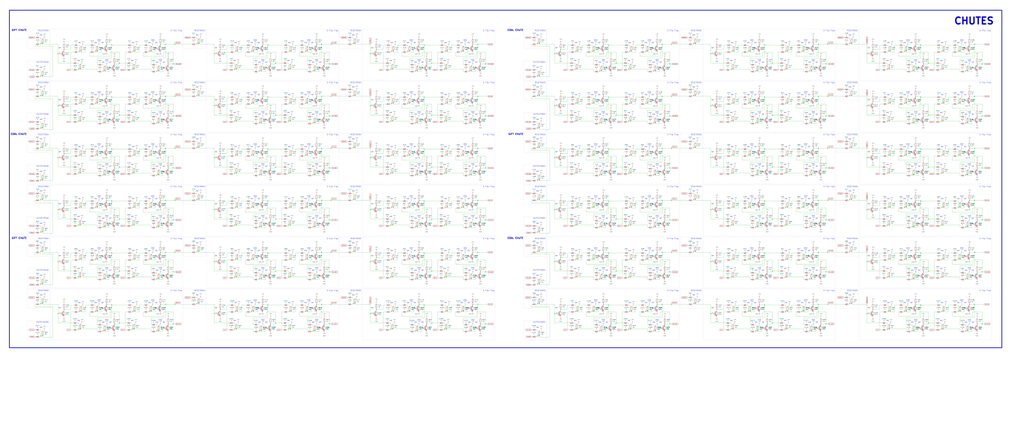
<source format=kicad_sch>
(kicad_sch (version 20250114) (generator "eeschema") (generator_version "9.0")
  (paper "User" 1524 635)
  (title_block (title "Santa's Microfactory - Chutes") (date "2026-01-04") (company "Logan Peterson"))
  (rectangle (start 1244.6 430.53) (end 1277.62 459.74) (stroke (width 0) (type dot)))
  (rectangle (start 74.93 198.12) (end 271.78 274.32) (stroke (width 0) (type dot)))
  (rectangle (start 273.05 43.18) (end 306.07 72.39) (stroke (width 0) (type dot)))
  (rectangle (start 40.64 400.05) (end 73.66 429.26) (stroke (width 0) (type dot)))
  (rectangle (start 779.78 198.12) (end 812.8 227.33) (stroke (width 0) (type dot)))
  (rectangle (start 307.34 120.65) (end 504.19 196.85) (stroke (width 0) (type dot)))
  (rectangle (start 1278.89 430.53) (end 1475.74 506.73) (stroke (width 0) (type dot)))
  (rectangle (start 505.46 120.65) (end 538.48 149.86) (stroke (width 0) (type dot)))
  (rectangle (start 1244.6 198.12) (end 1277.62 227.33) (stroke (width 0) (type dot)))
  (rectangle (start 1278.89 43.18) (end 1475.74 119.38) (stroke (width 0) (type dot)))
  (rectangle (start 779.78 353.06) (end 812.8 382.27) (stroke (width 0) (type dot)))
  (rectangle (start 539.75 43.18) (end 736.6 119.38) (stroke (width 0) (type dot)))
  (rectangle (start 814.07 43.18) (end 1010.92 119.38) (stroke (width 0) (type dot)))
  (rectangle (start 505.46 198.12) (end 538.48 227.33) (stroke (width 0) (type dot)))
  (rectangle (start 273.05 120.65) (end 306.07 149.86) (stroke (width 0) (type dot)))
  (rectangle (start 1046.48 430.53) (end 1243.33 506.73) (stroke (width 0) (type dot)))
  (rectangle (start 814.07 430.53) (end 1010.92 506.73) (stroke (width 0) (type dot)))
  (rectangle (start 505.46 353.06) (end 538.48 382.27) (stroke (width 0) (type dot)))
  (rectangle (start 40.64 120.65) (end 73.66 149.86) (stroke (width 0) (type dot)))
  (rectangle (start 307.34 198.12) (end 504.19 274.32) (stroke (width 0) (type dot)))
  (rectangle (start 539.75 353.06) (end 736.6 429.26) (stroke (width 0) (type dot)))
  (rectangle (start 814.07 275.59) (end 1010.92 351.79) (stroke (width 0) (type dot)))
  (rectangle (start 779.78 120.65) (end 812.8 149.86) (stroke (width 0) (type dot)))
  (rectangle (start 273.05 198.12) (end 306.07 227.33) (stroke (width 0) (type dot)))
  (rectangle (start 74.93 275.59) (end 271.78 351.79) (stroke (width 0) (type dot)))
  (rectangle (start 273.05 353.06) (end 306.07 382.27) (stroke (width 0) (type dot)))
  (rectangle (start 779.78 477.52) (end 812.8 506.73) (stroke (width 0) (type dot)))
  (rectangle (start 1278.89 275.59) (end 1475.74 351.79) (stroke (width 0) (type dot)))
  (rectangle (start 74.93 353.06) (end 271.78 429.26) (stroke (width 0) (type dot)))
  (rectangle (start 505.46 43.18) (end 538.48 72.39) (stroke (width 0) (type dot)))
  (rectangle (start 779.78 90.17) (end 812.8 119.38) (stroke (width 0) (type dot)))
  (rectangle (start 1278.89 198.12) (end 1475.74 274.32) (stroke (width 0) (type dot)))
  (rectangle (start 40.64 477.52) (end 73.66 506.73) (stroke (width 0) (type dot)))
  (rectangle (start 1012.19 353.06) (end 1045.21 382.27) (stroke (width 0) (type dot)))
  (rectangle (start 539.75 120.65) (end 736.6 196.85) (stroke (width 0) (type dot)))
  (rectangle (start 779.78 275.59) (end 812.8 304.8) (stroke (width 0) (type dot)))
  (rectangle (start 779.78 245.11) (end 812.8 274.32) (stroke (width 0) (type dot)))
  (rectangle (start 74.93 430.53) (end 271.78 506.73) (stroke (width 0) (type dot)))
  (rectangle (start 539.75 430.53) (end 736.6 506.73) (stroke (width 0) (type dot)))
  (rectangle (start 779.78 43.18) (end 812.8 72.39) (stroke (width 0) (type dot)))
  (rectangle (start 74.93 43.18) (end 271.78 119.38) (stroke (width 0) (type dot)))
  (rectangle (start 814.07 353.06) (end 1010.92 429.26) (stroke (width 0) (type dot)))
  (rectangle (start 1244.6 120.65) (end 1277.62 149.86) (stroke (width 0) (type dot)))
  (rectangle (start 1012.19 198.12) (end 1045.21 227.33) (stroke (width 0) (type dot)))
  (rectangle (start 1046.48 43.18) (end 1243.33 119.38) (stroke (width 0) (type dot)))
  (rectangle (start 1046.48 275.59) (end 1243.33 351.79) (stroke (width 0) (type dot)))
  (rectangle (start 13.97 15.24) (end 1490.98 518.16) (stroke (width 1.016)))
  (rectangle (start 1278.89 353.06) (end 1475.74 429.26) (stroke (width 0) (type dot)))
  (rectangle (start 1012.19 430.53) (end 1045.21 459.74) (stroke (width 0) (type dot)))
  (rectangle (start 40.64 275.59) (end 73.66 304.8) (stroke (width 0) (type dot)))
  (rectangle (start 40.64 353.06) (end 73.66 382.27) (stroke (width 0) (type dot)))
  (rectangle (start 505.46 430.53) (end 538.48 459.74) (stroke (width 0) (type dot)))
  (rectangle (start 505.46 275.59) (end 538.48 304.8) (stroke (width 0) (type dot)))
  (rectangle (start 40.64 430.53) (end 73.66 459.74) (stroke (width 0) (type dot)))
  (rectangle (start 307.34 275.59) (end 504.19 351.79) (stroke (width 0) (type dot)))
  (rectangle (start 779.78 430.53) (end 812.8 459.74) (stroke (width 0) (type dot)))
  (rectangle (start 814.07 120.65) (end 1010.92 196.85) (stroke (width 0) (type dot)))
  (rectangle (start 273.05 275.59) (end 306.07 304.8) (stroke (width 0) (type dot)))
  (rectangle (start 779.78 167.64) (end 812.8 196.85) (stroke (width 0) (type dot)))
  (rectangle (start 40.64 167.64) (end 73.66 196.85) (stroke (width 0) (type dot)))
  (rectangle (start 273.05 430.53) (end 306.07 459.74) (stroke (width 0) (type dot)))
  (rectangle (start 307.34 43.18) (end 504.19 119.38) (stroke (width 0) (type dot)))
  (rectangle (start 1046.48 198.12) (end 1243.33 274.32) (stroke (width 0) (type dot)))
  (rectangle (start 307.34 430.53) (end 504.19 506.73) (stroke (width 0) (type dot)))
  (rectangle (start 1278.89 120.65) (end 1475.74 196.85) (stroke (width 0) (type dot)))
  (rectangle (start 1012.19 275.59) (end 1045.21 304.8) (stroke (width 0) (type dot)))
  (rectangle (start 40.64 198.12) (end 73.66 227.33) (stroke (width 0) (type dot)))
  (rectangle (start 1012.19 43.18) (end 1045.21 72.39) (stroke (width 0) (type dot)))
  (rectangle (start 539.75 198.12) (end 736.6 274.32) (stroke (width 0) (type dot)))
  (rectangle (start 307.34 353.06) (end 504.19 429.26) (stroke (width 0) (type dot)))
  (rectangle (start 74.93 120.65) (end 271.78 196.85) (stroke (width 0) (type dot)))
  (rectangle (start 814.07 198.12) (end 1010.92 274.32) (stroke (width 0) (type dot)))
  (rectangle (start 1046.48 353.06) (end 1243.33 429.26) (stroke (width 0) (type dot)))
  (rectangle (start 779.78 400.05) (end 812.8 429.26) (stroke (width 0) (type dot)))
  (rectangle (start 1244.6 353.06) (end 1277.62 382.27) (stroke (width 0) (type dot)))
  (rectangle (start 40.64 90.17) (end 73.66 119.38) (stroke (width 0) (type dot)))
  (rectangle (start 40.64 245.11) (end 73.66 274.32) (stroke (width 0) (type dot)))
  (rectangle (start 1244.6 43.18) (end 1277.62 72.39) (stroke (width 0) (type dot)))
  (rectangle (start 779.78 322.58) (end 812.8 351.79) (stroke (width 0) (type dot)))
  (rectangle (start 40.64 43.18) (end 73.66 72.39) (stroke (width 0) (type dot)))
  (rectangle (start 1244.6 275.59) (end 1277.62 304.8) (stroke (width 0) (type dot)))
  (rectangle (start 1012.19 120.65) (end 1045.21 149.86) (stroke (width 0) (type dot)))
  (rectangle (start 40.64 322.58) (end 73.66 351.79) (stroke (width 0) (type dot)))
  (rectangle (start 539.75 275.59) (end 736.6 351.79) (stroke (width 0) (type dot)))
  (rectangle (start 1046.48 120.65) (end 1243.33 196.85) (stroke (width 0) (type dot)))
  (text "AND" (at 466.09 480.314 0) (effects (font (size 1.27 1.27))))
  (text "AND" (at 153.67 325.374 0) (effects (font (size 1.27 1.27))))
  (text "AND" (at 1169.67 451.104 0) (effects (font (size 1.27 1.27))))
  (text "NOT" (at 465.074 451.104 0) (effects (font (size 1.27 1.27))))
  (text "AND" (at 454.66 451.104 0) (effects (font (size 1.27 1.27))))
  (text "NAND" (at 692.15 292.354 0) (effects (font (size 1.27 1.27))))
  (text "NAND" (at 886.46 292.354 0) (effects (font (size 1.27 1.27))))
  (text "NOT" (at 617.474 218.694 0) (effects (font (size 1.27 1.27))))
  (text "AND" (at 60.96 439.674 0) (effects (font (size 1.27 1.27))))
  (text "AND" (at 222.25 451.104 0) (effects (font (size 1.27 1.27))))
  (text "NAND" (at 471.17 321.818 0) (effects (font (size 1.27 1.27))))
  (text "NAND" (at 886.46 214.884 0) (effects (font (size 1.27 1.27))))
  (text "AND" (at 937.26 373.634 0) (effects (font (size 1.27 1.27))))
  (text "AND" (at 1169.67 218.694 0) (effects (font (size 1.27 1.27))))
  (text "NOT" (at 708.914 325.374 0) (effects (font (size 1.27 1.27))))
  (text "NOT" (at 89.154 381.254 0) (effects (font (size 1.27 1.27))))
  (text "RESETMASK" (at 803.91 433.07 0) (effects (font (size 1.905 1.905))))
  (text "NOT" (at 697.484 373.634 0) (effects (font (size 1.27 1.27))))
  (text "AND" (at 429.26 322.834 0) (effects (font (size 1.27 1.27))))
  (text "AND" (at 454.66 373.634 0) (effects (font (size 1.27 1.27))))
  (text "AND" (at 662.94 373.634 0) (effects (font (size 1.27 1.27))))
  (text "NOT" (at 971.804 63.754 0) (effects (font (size 1.27 1.27))))
  (text "AND" (at 1205.23 92.964 0) (effects (font (size 1.27 1.27))))
  (text "NOT" (at 476.504 247.904 0) (effects (font (size 1.27 1.27))))
  (text "NAND" (at 1431.29 447.294 0) (effects (font (size 1.27 1.27))))
  (text "NOT" (at 628.904 402.844 0) (effects (font (size 1.27 1.27))))
  (text "D Flip-Flop" (at 727.202 45.72 0) (effects (font (size 1.905 1.905))))
  (text "NAND" (at 703.58 166.878 0) (effects (font (size 1.27 1.27))))
  (text "NOT" (at 983.234 480.314 0) (effects (font (size 1.27 1.27))))
  (text "RESETMASK" (at 1036.32 433.07 0) (effects (font (size 1.905 1.905))))
  (text "AND" (at 662.94 451.104 0) (effects (font (size 1.27 1.27))))
  (text "NOT" (at 1215.644 247.904 0) (effects (font (size 1.27 1.27))))
  (text "AND" (at 466.09 170.434 0) (effects (font (size 1.27 1.27))))
  (text "NOT" (at 385.064 218.694 0) (effects (font (size 1.27 1.27))))
  (text "NAND" (at 623.57 399.288 0) (effects (font (size 1.27 1.27))))
  (text "AND" (at 892.81 402.844 0) (effects (font (size 1.27 1.27))))
  (text "NOT" (at 385.064 63.754 0) (effects (font (size 1.27 1.27))))
  (text "NOT" (at 1356.614 373.634 0) (effects (font (size 1.27 1.27))))
  (text "AND" (at 855.98 400.304 0) (effects (font (size 1.27 1.27))))
  (text "NAND" (at 1362.71 166.878 0) (effects (font (size 1.27 1.27))))
  (text "AND" (at 607.06 451.104 0) (effects (font (size 1.27 1.27))))
  (text "NAND" (at 897.89 244.348 0) (effects (font (size 1.27 1.27))))
  (text "COAL CHUTE" (at 767.08 44.958 0) (effects (font (size 2.54 2.54) (thickness 0.508) (bold yes))))
  (text "AND" (at 222.25 141.224 0) (effects (font (size 1.27 1.27))))
  (text "AND" (at 935.99 245.364 0) (effects (font (size 1.27 1.27))))
  (text "NAND" (at 1351.28 214.884 0) (effects (font (size 1.27 1.27))))
  (text "NOT" (at 828.294 303.784 0) (effects (font (size 1.27 1.27))))
  (text "NAND" (at 391.16 244.348 0) (effects (font (size 1.27 1.27))))
  (text "AND" (at 350.52 218.694 0) (effects (font (size 1.27 1.27))))
  (text "RESETMASK" (at 803.91 200.66 0) (effects (font (size 1.905 1.905))))
  (text "NAND" (at 238.76 89.408 0) (effects (font (size 1.27 1.27))))
  (text "AND" (at 1322.07 218.694 0) (effects (font (size 1.27 1.27))))
  (text "AND" (at 1125.22 92.964 0) (effects (font (size 1.27 1.27))))
  (text "AND" (at 855.98 245.364 0) (effects (font (size 1.27 1.27))))
  (text "NOT" (at 244.094 480.314 0) (effects (font (size 1.27 1.27))))
  (text "AND" (at 466.09 247.904 0) (effects (font (size 1.27 1.27))))
  (text "NAND" (at 158.75 166.878 0) (effects (font (size 1.27 1.27))))
  (text "NOT" (at 903.224 92.964 0) (effects (font (size 1.27 1.27))))
  (text "NOT" (at 697.484 451.104 0) (effects (font (size 1.27 1.27))))
  (text "NAND" (at 471.17 399.288 0) (effects (font (size 1.27 1.27))))
  (text "AND" (at 881.38 296.164 0) (effects (font (size 1.27 1.27))))
  (text "AND" (at 1400.81 400.304 0) (effects (font (size 1.27 1.27))))
  (text "OUTPUTMASK" (at 802.64 325.12 0) (effects (font (size 1.905 1.905))))
  (text "AND" (at 349.25 167.894 0) (effects (font (size 1.27 1.27))))
  (text "AND" (at 1113.79 373.634 0) (effects (font (size 1.27 1.27))))
  (text "NOT" (at 1448.054 170.434 0) (effects (font (size 1.27 1.27))))
  (text "D Flip-Flop" (at 494.792 200.66 0) (effects (font (size 1.905 1.905))))
  (text "AND" (at 661.67 322.834 0) (effects (font (size 1.27 1.27))))
  (text "NOT" (at 396.494 402.844 0) (effects (font (size 1.27 1.27))))
  (text "AND" (at 153.67 170.434 0) (effects (font (size 1.27 1.27))))
  (text "NAND" (at 227.33 447.294 0) (effects (font (size 1.27 1.27))))
  (text "AND" (at 374.65 296.164 0) (effects (font (size 1.27 1.27))))
  (text "NAND" (at 703.58 321.818 0) (effects (font (size 1.27 1.27))))
  (text "AND" (at 698.5 247.904 0) (effects (font (size 1.27 1.27))))
  (text "AND" (at 1264.92 439.674 0) (effects (font (size 1.27 1.27))))
  (text "NAND" (at 1210.31 476.758 0) (effects (font (size 1.27 1.27))))
  (text "D Flip-Flop" (at 1466.342 278.13 0) (effects (font (size 1.905 1.905))))
  (text "AND" (at 1322.07 63.754 0) (effects (font (size 1.27 1.27))))
  (text "NAND" (at 459.74 292.354 0) (effects (font (size 1.27 1.27))))
  (text "NAND" (at 227.33 137.414 0) (effects (font (size 1.27 1.27))))
  (text "AND" (at 1426.21 451.104 0) (effects (font (size 1.27 1.27))))
  (text "AND" (at 1346.2 373.634 0) (effects (font (size 1.27 1.27))))
  (text "D Flip-Flop" (at 1001.522 355.6 0) (effects (font (size 1.905 1.905))))
  (text "AND" (at 937.26 296.164 0) (effects (font (size 1.27 1.27))))
  (text "NOT" (at 1368.044 402.844 0) (effects (font (size 1.27 1.27))))
  (text "NAND" (at 471.17 166.878 0) (effects (font (size 1.27 1.27))))
  (text "AND" (at 1426.21 373.634 0) (effects (font (size 1.27 1.27))))
  (text "NAND" (at 1362.71 321.818 0) (effects (font (size 1.27 1.27))))
  (text "CHUTES" (at 1449.578 31.242 0) (effects (font (size 10.16 10.16) (thickness 2.032) (bold yes))))
  (text "AND" (at 687.07 373.634 0) (effects (font (size 1.27 1.27))))
  (text "AND" (at 972.82 170.434 0) (effects (font (size 1.27 1.27))))
  (text "NOT" (at 232.664 296.164 0) (effects (font (size 1.27 1.27))))
  (text "AND" (at 972.82 402.844 0) (effects (font (size 1.27 1.27))))
  (text "AND" (at 1322.07 141.224 0) (effects (font (size 1.27 1.27))))
  (text "NOT" (at 1124.204 141.224 0) (effects (font (size 1.27 1.27))))
  (text "NOT" (at 89.154 148.844 0) (effects (font (size 1.27 1.27))))
  (text "NAND" (at 1118.87 369.824 0) (effects (font (size 1.27 1.27))))
  (text "AND" (at 698.5 402.844 0) (effects (font (size 1.27 1.27))))
  (text "AND" (at 607.06 141.224 0) (effects (font (size 1.27 1.27))))
  (text "AND" (at 607.06 63.754 0) (effects (font (size 1.27 1.27))))
  (text "AND" (at 935.99 167.894 0) (effects (font (size 1.27 1.27))))
  (text "NOT" (at 891.794 451.104 0) (effects (font (size 1.27 1.27))))
  (text "NOT" (at 903.224 402.844 0) (effects (font (size 1.27 1.27))))
  (text "AND" (at 582.93 141.224 0) (effects (font (size 1.27 1.27))))
  (text "NOT" (at 321.564 381.254 0) (effects (font (size 1.27 1.27))))
  (text "AND" (at 1032.51 362.204 0) (effects (font (size 1.27 1.27))))
  (text "AND" (at 1320.8 322.834 0) (effects (font (size 1.27 1.27))))
  (text "D Flip-Flop" (at 494.792 355.6 0) (effects (font (size 1.905 1.905))))
  (text "AND" (at 662.94 296.164 0) (effects (font (size 1.27 1.27))))
  (text "AND" (at 1357.63 92.964 0) (effects (font (size 1.27 1.27))))
  (text "NAND" (at 1198.88 137.414 0) (effects (font (size 1.27 1.27))))
  (text "AND" (at 800.1 207.264 0) (effects (font (size 1.27 1.27))))
  (text "AND" (at 1357.63 325.374 0) (effects (font (size 1.27 1.27))))
  (text "AND" (at 153.67 480.314 0) (effects (font (size 1.27 1.27))))
  (text "NOT" (at 1368.044 92.964 0) (effects (font (size 1.27 1.27))))
  (text "NAND" (at 227.33 292.354 0) (effects (font (size 1.27 1.27))))
  (text "NAND" (at 966.47 214.884 0) (effects (font (size 1.27 1.27))))
  (text "AND" (at 1088.39 90.424 0) (effects (font (size 1.27 1.27))))
  (text "NOT" (at 1368.044 247.904 0) (effects (font (size 1.27 1.27))))
  (text "NAND" (at 703.58 399.288 0) (effects (font (size 1.27 1.27))))
  (text "AND" (at 800.1 100.584 0) (effects (font (size 1.27 1.27))))
  (text "AND" (at 293.37 207.264 0) (effects (font (size 1.27 1.27))))
  (text "AND" (at 1402.08 218.694 0) (effects (font (size 1.27 1.27))))
  (text "AND" (at 1032.51 52.324 0) (effects (font (size 1.27 1.27))))
  (text "AND" (at 118.11 218.694 0) (effects (font (size 1.27 1.27))))
  (text "AND" (at 800.1 178.054 0) (effects (font (size 1.27 1.27))))
  (text "NOT" (at 152.654 373.634 0) (effects (font (size 1.27 1.27))))
  (text "D Flip-Flop" (at 494.792 123.19 0) (effects (font (size 1.905 1.905))))
  (text "NOT" (at 164.084 247.904 0) (effects (font (size 1.27 1.27))))
  (text "AND" (at 661.67 90.424 0) (effects (font (size 1.27 1.27))))
  (text "RESETMASK" (at 1036.32 123.19 0) (effects (font (size 1.905 1.905))))
  (text "AND" (at 1264.92 362.204 0) (effects (font (size 1.27 1.27))))
  (text "AND" (at 233.68 92.964 0) (effects (font (size 1.27 1.27))))
  (text "NAND" (at 391.16 476.758 0) (effects (font (size 1.27 1.27))))
  (text "NAND" (at 147.32 214.884 0) (effects (font (size 1.27 1.27))))
  (text "NOT" (at 1135.634 480.314 0) (effects (font (size 1.27 1.27))))
  (text "NOT" (at 1448.054 247.904 0) (effects (font (size 1.27 1.27))))
  (text "RESETMASK" (at 64.77 123.19 0) (effects (font (size 1.905 1.905))))
  (text "NAND" (at 147.32 137.414 0) (effects (font (size 1.27 1.27))))
  (text "OUTPUTMASK" (at 63.5 325.12 0) (effects (font (size 1.905 1.905))))
  (text "AND" (at 1437.64 247.904 0) (effects (font (size 1.27 1.27))))
  (text "NAND" (at 238.76 399.288 0) (effects (font (size 1.27 1.27))))
  (text "NOT" (at 1204.214 451.104 0) (effects (font (size 1.27 1.27))))
  (text "D Flip-Flop" (at 1466.342 433.07 0) (effects (font (size 1.905 1.905))))
  (text "AND" (at 466.09 402.844 0) (effects (font (size 1.27 1.27))))
  (text "NAND" (at 238.76 166.878 0) (effects (font (size 1.27 1.27))))
  (text "NOT" (at 465.074 373.634 0) (effects (font (size 1.27 1.27))))
  (text "NOT" (at 1356.614 296.164 0) (effects (font (size 1.27 1.27))))
  (text "RESETMASK" (at 529.59 278.13 0) (effects (font (size 1.905 1.905))))
  (text "NAND" (at 1442.72 399.288 0) (effects (font (size 1.27 1.27))))
  (text "AND" (at 1357.63 247.904 0) (effects (font (size 1.27 1.27))))
  (text "AND" (at 935.99 477.774 0) (effects (font (size 1.27 1.27))))
  (text "AND" (at 430.53 63.754 0) (effects (font (size 1.27 1.27))))
  (text "AND" (at 349.25 322.834 0) (effects (font (size 1.27 1.27))))
  (text "NOT" (at 232.664 141.224 0) (effects (font (size 1.27 1.27))))
  (text "AND" (at 661.67 400.304 0) (effects (font (size 1.27 1.27))))
  (text "NAND" (at 897.89 166.878 0) (effects (font (size 1.27 1.27))))
  (text "AND" (at 350.52 296.164 0) (effects (font (size 1.27 1.27))))
  (text "NOT" (at 1060.704 303.784 0) (effects (font (size 1.27 1.27))))
  (text "AND" (at 1402.08 296.164 0) (effects (font (size 1.27 1.27))))
  (text "NOT" (at 617.474 451.104 0) (effects (font (size 1.27 1.27))))
  (text "NAND" (at 1351.28 292.354 0) (effects (font (size 1.27 1.27))))
  (text "NAND" (at 459.74 137.414 0) (effects (font (size 1.27 1.27))))
  (text "NAND" (at 886.46 59.944 0) (effects (font (size 1.27 1.27))))
  (text "NOT" (at 1215.644 325.374 0) (effects (font (size 1.27 1.27))))
  (text "NOT" (at 232.664 451.104 0) (effects (font (size 1.27 1.27))))
  (text "AND" (at 1402.08 373.634 0) (effects (font (size 1.27 1.27))))
  (text "RESETMASK" (at 529.59 123.19 0) (effects (font (size 1.905 1.905))))
  (text "RESETMASK" (at 297.18 278.13 0) (effects (font (size 1.905 1.905))))
  (text "AND" (at 961.39 63.754 0) (effects (font (size 1.27 1.27))))
  (text "AND" (at 525.78 52.324 0) (effects (font (size 1.27 1.27))))
  (text "OUTPUTMASK" (at 802.64 247.65 0) (effects (font (size 1.905 1.905))))
  (text "AND" (at 618.49 402.844 0) (effects (font (size 1.27 1.27))))
  (text "AND" (at 60.96 100.584 0) (effects (font (size 1.27 1.27))))
  (text "NAND" (at 1362.71 244.348 0) (effects (font (size 1.27 1.27))))
  (text "AND" (at 1088.39 167.894 0) (effects (font (size 1.27 1.27))))
  (text "NOT" (at 628.904 92.964 0) (effects (font (size 1.27 1.27))))
  (text "NOT" (at 1293.114 458.724 0) (effects (font (size 1.27 1.27))))
  (text "NOT" (at 164.084 402.844 0) (effects (font (size 1.27 1.27))))
  (text "AND" (at 662.94 218.694 0) (effects (font (size 1.27 1.27))))
  (text "NAND" (at 703.58 89.408 0) (effects (font (size 1.27 1.27))))
  (text "AND" (at 1402.08 141.224 0) (effects (font (size 1.27 1.27))))
  (text "AND" (at 1402.08 451.104 0) (effects (font (size 1.27 1.27))))
  (text "AND" (at 1032.51 207.264 0) (effects (font (size 1.27 1.27))))
  (text "NOT" (at 971.804 141.224 0) (effects (font (size 1.27 1.27))))
  (text "AND" (at 198.12 451.104 0) (effects (font (size 1.27 1.27))))
  (text "AND" (at 961.39 451.104 0) (effects (font (size 1.27 1.27))))
  (text "D Flip-Flop" (at 1233.932 45.72 0) (effects (font (size 1.905 1.905))))
  (text "AND" (at 233.68 325.374 0) (effects (font (size 1.27 1.27))))
  (text "AND" (at 430.53 141.224 0) (effects (font (size 1.27 1.27))))
  (text "OUTPUTMASK" (at 802.64 402.59 0) (effects (font (size 1.905 1.905))))
  (text "AND" (at 972.82 325.374 0) (effects (font (size 1.27 1.27))))
  (text "NAND" (at 147.32 59.944 0) (effects (font (size 1.27 1.27))))
  (text "NOT" (at 983.234 92.964 0) (effects (font (size 1.27 1.27))))
  (text "NAND" (at 1210.31 166.878 0) (effects (font (size 1.27 1.27))))
  (text "AND" (at 1346.2 218.694 0) (effects (font (size 1.27 1.27))))
  (text "AND" (at 374.65 373.634 0) (effects (font (size 1.27 1.27))))
  (text "NAND" (at 692.15 59.944 0) (effects (font (size 1.27 1.27))))
  (text "AND" (at 582.93 373.634 0) (effects (font (size 1.27 1.27))))
  (text "D Flip-Flop" (at 1233.932 355.6 0) (effects (font (size 1.905 1.905))))
  (text "RESETMASK" (at 1268.73 433.07 0) (effects (font (size 1.905 1.905))))
  (text "NOT" (at 385.064 373.634 0) (effects (font (size 1.27 1.27))))
  (text "AND" (at 1088.39 477.774 0) (effects (font (size 1.27 1.27))))
  (text "NOT" (at 1368.044 480.314 0) (effects (font (size 1.27 1.27))))
  (text "NAND" (at 1362.71 89.408 0) (effects (font (size 1.27 1.27))))
  (text "AND" (at 374.65 218.694 0) (effects (font (size 1.27 1.27))))
  (text "AND" (at 525.78 207.264 0) (effects (font (size 1.27 1.27))))
  (text "NAND" (at 966.47 59.944 0) (effects (font (size 1.27 1.27))))
  (text "NAND" (at 379.73 292.354 0) (effects (font (size 1.27 1.27))))
  (text "NOT" (at 232.664 373.634 0) (effects (font (size 1.27 1.27))))
  (text "AND" (at 142.24 373.634 0) (effects (font (size 1.27 1.27))))
  (text "RESETMASK" (at 529.59 200.66 0) (effects (font (size 1.905 1.905))))
  (text "AND" (at 466.09 92.964 0) (effects (font (size 1.27 1.27))))
  (text "AND" (at 196.85 245.364 0) (effects (font (size 1.27 1.27))))
  (text "NAND" (at 886.46 369.824 0) (effects (font (size 1.27 1.27))))
  (text "NAND" (at 612.14 292.354 0) (effects (font (size 1.27 1.27))))
  (text "RESETMASK" (at 1268.73 278.13 0) (effects (font (size 1.905 1.905))))
  (text "AND" (at 1322.07 373.634 0) (effects (font (size 1.27 1.27))))
  (text "NAND" (at 1442.72 244.348 0) (effects (font (size 1.27 1.27))))
  (text "NAND" (at 379.73 59.944 0) (effects (font (size 1.27 1.27))))
  (text "NAND" (at 977.9 166.878 0) (effects (font (size 1.27 1.27))))
  (text "NAND" (at 897.89 399.288 0) (effects (font (size 1.27 1.27))))
  (text "D Flip-Flop" (at 1001.522 433.07 0) (effects (font (size 1.905 1.905))))
  (text "NAND" (at 459.74 59.944 0) (effects (font (size 1.27 1.27))))
  (text "NOT" (at 232.664 218.694 0) (effects (font (size 1.27 1.27))))
  (text "NOT" (at 891.794 296.164 0) (effects (font (size 1.27 1.27))))
  (text "AND" (at 892.81 247.904 0) (effects (font (size 1.27 1.27))))
  (text "AND" (at 857.25 296.164 0) (effects (font (size 1.27 1.27))))
  (text "NAND" (at 1130.3 89.408 0) (effects (font (size 1.27 1.27))))
  (text "NOT" (at 164.084 170.434 0) (effects (font (size 1.27 1.27))))
  (text "NOT" (at 1436.624 63.754 0) (effects (font (size 1.27 1.27))))
  (text "AND" (at 222.25 63.754 0) (effects (font (size 1.27 1.27))))
  (text "AND" (at 618.49 170.434 0) (effects (font (size 1.27 1.27))))
  (text "NOT" (at 465.074 141.224 0) (effects (font (size 1.27 1.27))))
  (text "RESETMASK" (at 529.59 45.72 0) (effects (font (size 1.905 1.905))))
  (text "NAND" (at 886.46 447.294 0) (effects (font (size 1.27 1.27))))
  (text "RESETMASK" (at 1268.73 355.6 0) (effects (font (size 1.905 1.905))))
  (text "AND" (at 607.06 296.164 0) (effects (font (size 1.27 1.27))))
  (text "AND" (at 293.37 129.794 0) (effects (font (size 1.27 1.27))))
  (text "AND" (at 386.08 480.314 0) (effects (font (size 1.27 1.27))))
  (text "RESETMASK" (at 1036.32 355.6 0) (effects (font (size 1.905 1.905))))
  (text "NOT" (at 697.484 63.754 0) (effects (font (size 1.27 1.27))))
  (text "AND" (at 881.38 451.104 0) (effects (font (size 1.27 1.27))))
  (text "AND" (at 60.96 207.264 0) (effects (font (size 1.27 1.27))))
  (text "AND" (at 698.5 92.964 0) (effects (font (size 1.27 1.27))))
  (text "OUTPUTMASK" (at 63.5 247.65 0) (effects (font (size 1.905 1.905))))
  (text "AND" (at 350.52 141.224 0) (effects (font (size 1.27 1.27))))
  (text "AND" (at 350.52 373.634 0) (effects (font (size 1.27 1.27))))
  (text "NOT" (at 903.224 247.904 0) (effects (font (size 1.27 1.27))))
  (text "AND" (at 935.99 400.304 0) (effects (font (size 1.27 1.27))))
  (text "NAND" (at 1362.71 476.758 0) (effects (font (size 1.27 1.27))))
  (text "NOT" (at 152.654 63.754 0) (effects (font (size 1.27 1.27))))
  (text "AND" (at 196.85 322.834 0) (effects (font (size 1.27 1.27))))
  (text "NOT" (at 708.914 92.964 0) (effects (font (size 1.27 1.27))))
  (text "AND" (at 1032.51 284.734 0) (effects (font (size 1.27 1.27))))
  (text "NOT" (at 708.914 402.844 0) (effects (font (size 1.27 1.27))))
  (text "NOT" (at 697.484 141.224 0) (effects (font (size 1.27 1.27))))
  (text "AND" (at 1032.51 439.674 0) (effects (font (size 1.27 1.27))))
  (text "NAND" (at 238.76 476.758 0) (effects (font (size 1.27 1.27))))
  (text "AND" (at 972.82 480.314 0) (effects (font (size 1.27 1.27))))
  (text "NOT" (at 244.094 92.964 0) (effects (font (size 1.27 1.27))))
  (text "AND" (at 293.37 52.324 0) (effects (font (size 1.27 1.27))))
  (text "AND" (at 1346.2 296.164 0) (effects (font (size 1.27 1.27))))
  (text "AND" (at 1437.64 170.434 0) (effects (font (size 1.27 1.27))))
  (text "AND" (at 1437.64 92.964 0) (effects (font (size 1.27 1.27))))
  (text "NAND" (at 612.14 447.294 0) (effects (font (size 1.27 1.27))))
  (text "AND" (at 1113.79 451.104 0) (effects (font (size 1.27 1.27))))
  (text "NAND" (at 1198.88 292.354 0) (effects (font (size 1.27 1.27))))
  (text "NOT" (at 1124.204 296.164 0) (effects (font (size 1.27 1.27))))
  (text "D Flip-Flop" (at 1466.342 45.72 0) (effects (font (size 1.905 1.905))))
  (text "NAND" (at 1431.29 292.354 0) (effects (font (size 1.27 1.27))))
  (text "AND" (at 1400.81 477.774 0) (effects (font (size 1.27 1.27))))
  (text "D Flip-Flop" (at 494.792 433.07 0) (effects (font (size 1.905 1.905))))
  (text "COAL CHUTE" (at 27.94 199.898 0) (effects (font (size 2.54 2.54) (thickness 0.508) (bold yes))))
  (text "NOT" (at 1204.214 63.754 0) (effects (font (size 1.27 1.27))))
  (text "AND" (at 1205.23 325.374 0) (effects (font (size 1.27 1.27))))
  (text "RESETMASK" (at 297.18 123.19 0) (effects (font (size 1.905 1.905))))
  (text "AND" (at 800.1 439.674 0) (effects (font (size 1.27 1.27))))
  (text "AND" (at 607.06 373.634 0) (effects (font (size 1.27 1.27))))
  (text "NAND" (at 1431.29 214.884 0) (effects (font (size 1.27 1.27))))
  (text "NOT" (at 1436.624 141.224 0) (effects (font (size 1.27 1.27))))
  (text "AND" (at 618.49 480.314 0) (effects (font (size 1.27 1.27))))
  (text "NAND" (at 1210.31 244.348 0) (effects (font (size 1.27 1.27))))
  (text "AND" (at 1426.21 63.754 0) (effects (font (size 1.27 1.27))))
  (text "NAND" (at 459.74 214.884 0) (effects (font (size 1.27 1.27))))
  (text "AND" (at 233.68 402.844 0) (effects (font (size 1.27 1.27))))
  (text "AND" (at 60.96 255.524 0) (effects (font (size 1.27 1.27))))
  (text "AND" (at 60.96 410.464 0) (effects (font (size 1.27 1.27))))
  (text "AND" (at 1320.8 245.364 0) (effects (font (size 1.27 1.27))))
  (text "NOT" (at 164.084 92.964 0) (effects (font (size 1.27 1.27))))
  (text "NOT" (at 476.504 92.964 0) (effects (font (size 1.27 1.27))))
  (text "D Flip-Flop" (at 727.202 123.19 0) (effects (font (size 1.905 1.905))))
  (text "AND" (at 582.93 451.104 0) (effects (font (size 1.27 1.27))))
  (text "AND" (at 1125.22 170.434 0) (effects (font (size 1.27 1.27))))
  (text "AND" (at 937.26 63.754 0) (effects (font (size 1.27 1.27))))
  (text "AND" (at 454.66 218.694 0) (effects (font (size 1.27 1.27))))
  (text "NOT" (at 1060.704 148.844 0) (effects (font (size 1.27 1.27))))
  (text "AND" (at 198.12 63.754 0) (effects (font (size 1.27 1.27))))
  (text "AND" (at 1346.2 141.224 0) (effects (font (size 1.27 1.27))))
  (text "NAND" (at 1431.29 137.414 0) (effects (font (size 1.27 1.27))))
  (text "AND" (at 142.24 218.694 0) (effects (font (size 1.27 1.27))))
  (text "NAND" (at 227.33 369.824 0) (effects (font (size 1.27 1.27))))
  (text "NOT" (at 89.154 303.784 0) (effects (font (size 1.27 1.27))))
  (text "NAND" (at 459.74 369.824 0) (effects (font (size 1.27 1.27))))
  (text "NAND" (at 1442.72 166.878 0) (effects (font (size 1.27 1.27))))
  (text "NOT" (at 617.474 63.754 0) (effects (font (size 1.27 1.27))))
  (text "AND" (at 800.1 332.994 0) (effects (font (size 1.27 1.27))))
  (text "AND" (at 581.66 400.304 0) (effects (font (size 1.27 1.27))))
  (text "NOT" (at 983.234 402.844 0) (effects (font (size 1.27 1.27))))
  (text "AND" (at 454.66 296.164 0) (effects (font (size 1.27 1.27))))
  (text "NAND" (at 1351.28 447.294 0) (effects (font (size 1.27 1.27))))
  (text "AND" (at 222.25 296.164 0) (effects (font (size 1.27 1.27))))
  (text "AND" (at 855.98 477.774 0) (effects (font (size 1.27 1.27))))
  (text "AND" (at 857.25 63.754 0) (effects (font (size 1.27 1.27))))
  (text "NOT" (at 971.804 296.164 0) (effects (font (size 1.27 1.27))))
  (text "NOT" (at 164.084 325.374 0) (effects (font (size 1.27 1.27))))
  (text "AND" (at 1357.63 170.434 0) (effects (font (size 1.27 1.27))))
  (text "AND" (at 1088.39 245.364 0) (effects (font (size 1.27 1.27))))
  (text "AND" (at 935.99 322.834 0) (effects (font (size 1.27 1.27))))
  (text "RESETMASK" (at 803.91 278.13 0) (effects (font (size 1.905 1.905))))
  (text "AND" (at 1346.2 63.754 0) (effects (font (size 1.27 1.27))))
  (text "AND" (at 1400.81 167.894 0) (effects (font (size 1.27 1.27))))
  (text "NOT" (at 164.084 480.314 0) (effects (font (size 1.27 1.27))))
  (text "AND" (at 800.1 52.324 0) (effects (font (size 1.27 1.27))))
  (text "NAND" (at 1210.31 399.288 0) (effects (font (size 1.27 1.27))))
  (text "AND" (at 293.37 284.734 0) (effects (font (size 1.27 1.27))))
  (text "AND" (at 349.25 90.424 0) (effects (font (size 1.27 1.27))))
  (text "NOT" (at 1368.044 325.374 0) (effects (font (size 1.27 1.27))))
  (text "AND" (at 525.78 439.674 0) (effects (font (size 1.27 1.27))))
  (text "NOT" (at 476.504 170.434 0) (effects (font (size 1.27 1.27))))
  (text "NOT" (at 708.914 480.314 0) (effects (font (size 1.27 1.27))))
  (text "NAND" (at 623.57 166.878 0) (effects (font (size 1.27 1.27))))
  (text "AND" (at 1113.79 296.164 0) (effects (font (size 1.27 1.27))))
  (text "AND" (at 1125.22 402.844 0) (effects (font (size 1.27 1.27))))
  (text "AND" (at 60.96 52.324 0) (effects (font (size 1.27 1.27))))
  (text "NAND" (at 379.73 369.824 0) (effects (font (size 1.27 1.27))))
  (text "AND" (at 1357.63 480.314 0) (effects (font (size 1.27 1.27))))
  (text "NOT" (at 891.794 141.224 0) (effects (font (size 1.27 1.27))))
  (text "NAND" (at 379.73 447.294 0) (effects (font (size 1.27 1.27))))
  (text "NAND" (at 966.47 447.294 0) (effects (font (size 1.27 1.27))))
  (text "OUTPUTMASK" (at 802.64 92.71 0) (effects (font (size 1.905 1.905))))
  (text "NAND" (at 1351.28 59.944 0) (effects (font (size 1.27 1.27))))
  (text "AND" (at 582.93 218.694 0) (effects (font (size 1.27 1.27))))
  (text "AND" (at 961.39 141.224 0) (effects (font (size 1.27 1.27))))
  (text "AND" (at 293.37 439.674 0) (effects (font (size 1.27 1.27))))
  (text "NOT" (at 476.504 480.314 0) (effects (font (size 1.27 1.27))))
  (text "NOT" (at 1204.214 296.164 0) (effects (font (size 1.27 1.27))))
  (text "NAND" (at 471.17 476.758 0) (effects (font (size 1.27 1.27))))
  (text "AND" (at 661.67 477.774 0) (effects (font (size 1.27 1.27))))
  (text "AND" (at 1168.4 245.364 0) (effects (font (size 1.27 1.27))))
  (text "NOT" (at 1293.114 148.844 0) (effects (font (size 1.27 1.27))))
  (text "NAND" (at 897.89 89.408 0) (effects (font (size 1.27 1.27))))
  (text "NAND" (at 158.75 244.348 0) (effects (font (size 1.27 1.27))))
  (text "NOT" (at 708.914 170.434 0) (effects (font (size 1.27 1.27))))
  (text "COAL CHUTE" (at 767.08 354.838 0) (effects (font (size 2.54 2.54) (thickness 0.508) (bold yes))))
  (text "AND" (at 1193.8 141.224 0) (effects (font (size 1.27 1.27))))
  (text "AND" (at 1264.92 284.734 0) (effects (font (size 1.27 1.27))))
  (text "AND" (at 618.49 247.904 0) (effects (font (size 1.27 1.27))))
  (text "AND" (at 60.96 129.794 0) (effects (font (size 1.27 1.27))))
  (text "AND" (at 142.24 141.224 0) (effects (font (size 1.27 1.27))))
  (text "AND" (at 429.26 167.894 0) (effects (font (size 1.27 1.27))))
  (text "AND" (at 1125.22 247.904 0) (effects (font (size 1.27 1.27))))
  (text "NOT" (at 1448.054 325.374 0) (effects (font (size 1.27 1.27))))
  (text "NOT" (at 321.564 71.374 0) (effects (font (size 1.27 1.27))))
  (text "RESETMASK" (at 1036.32 278.13 0) (effects (font (size 1.905 1.905))))
  (text "NAND" (at 158.75 321.818 0) (effects (font (size 1.27 1.27))))
  (text "AND" (at 892.81 325.374 0) (effects (font (size 1.27 1.27))))
  (text "NOT" (at 1215.644 92.964 0) (effects (font (size 1.27 1.27))))
  (text "AND" (at 349.25 400.304 0) (effects (font (size 1.27 1.27))))
  (text "AND" (at 60.96 362.204 0) (effects (font (size 1.27 1.27))))
  (text "AND" (at 1089.66 63.754 0) (effects (font (size 1.27 1.27))))
  (text "AND" (at 430.53 218.694 0) (effects (font (size 1.27 1.27))))
  (text "AND" (at 935.99 90.424 0) (effects (font (size 1.27 1.27))))
  (text "AND" (at 937.26 141.224 0) (effects (font (size 1.27 1.27))))
  (text "AND" (at 1320.8 167.894 0) (effects (font (size 1.27 1.27))))
  (text "NAND" (at 703.58 244.348 0) (effects (font (size 1.27 1.27))))
  (text "NAND" (at 966.47 369.824 0) (effects (font (size 1.27 1.27))))
  (text "NOT" (at 465.074 218.694 0) (effects (font (size 1.27 1.27))))
  (text "AND" (at 1193.8 63.754 0) (effects (font (size 1.27 1.27))))
  (text "NOT" (at 828.294 381.254 0) (effects (font (size 1.27 1.27))))
  (text "AND" (at 937.26 218.694 0) (effects (font (size 1.27 1.27))))
  (text "AND" (at 662.94 63.754 0) (effects (font (size 1.27 1.27))))
  (text "AND" (at 937.26 451.104 0) (effects (font (size 1.27 1.27))))
  (text "NOT" (at 1436.624 451.104 0) (effects (font (size 1.27 1.27))))
  (text "AND" (at 374.65 141.224 0) (effects (font (size 1.27 1.27))))
  (text "AND" (at 293.37 362.204 0) (effects (font (size 1.27 1.27))))
  (text "RESETMASK" (at 297.18 433.07 0) (effects (font (size 1.905 1.905))))
  (text "AND" (at 454.66 141.224 0) (effects (font (size 1.27 1.27))))
  (text "NOT" (at 628.904 170.434 0) (effects (font (size 1.27 1.27))))
  (text "AND" (at 1193.8 296.164 0) (effects (font (size 1.27 1.27))))
  (text "NOT" (at 385.064 451.104 0) (effects (font (size 1.27 1.27))))
  (text "AND" (at 233.68 170.434 0) (effects (font (size 1.27 1.27))))
  (text "AND" (at 1320.8 477.774 0) (effects (font (size 1.27 1.27))))
  (text "NAND" (at 612.14 214.884 0) (effects (font (size 1.27 1.27))))
  (text "NOT" (at 396.494 325.374 0) (effects (font (size 1.27 1.27))))
  (text "AND" (at 222.25 373.634 0) (effects (font (size 1.27 1.27))))
  (text "RESETMASK" (at 529.59 433.07 0) (effects (font (size 1.905 1.905))))
  (text "NAND" (at 238.76 321.818 0) (effects (font (size 1.27 1.27))))
  (text "AND" (at 618.49 92.964 0) (effects (font (size 1.27 1.27))))
  (text "NOT" (at 1448.054 402.844 0) (effects (font (size 1.27 1.27))))
  (text "AND" (at 233.68 480.314 0) (effects (font (size 1.27 1.27))))
  (text "AND" (at 60.96 178.054 0) (effects (font (size 1.27 1.27))))
  (text "AND" (at 116.84 400.304 0) (effects (font (size 1.27 1.27))))
  (text "NAND" (at 459.74 447.294 0) (effects (font (size 1.27 1.27))))
  (text "AND" (at 1426.21 141.224 0) (effects (font (size 1.27 1.27))))
  (text "D Flip-Flop" (at 262.382 45.72 0) (effects (font (size 1.905 1.905))))
  (text "AND" (at 429.26 90.424 0) (effects (font (size 1.27 1.27))))
  (text "NOT" (at 628.904 480.314 0) (effects (font (size 1.27 1.27))))
  (text "AND" (at 1168.4 167.894 0) (effects (font (size 1.27 1.27))))
  (text "D Flip-Flop" (at 262.382 123.19 0) (effects (font (size 1.905 1.905))))
  (text "NOT" (at 708.914 247.904 0) (effects (font (size 1.27 1.27))))
  (text "AND" (at 116.84 167.894 0) (effects (font (size 1.27 1.27))))
  (text "RESETMASK" (at 297.18 355.6 0) (effects (font (size 1.905 1.905))))
  (text "AND" (at 118.11 296.164 0) (effects (font (size 1.27 1.27))))
  (text "NAND" (at 623.57 321.818 0) (effects (font (size 1.27 1.27))))
  (text "NOT" (at 1356.614 451.104 0) (effects (font (size 1.27 1.27))))
  (text "AND" (at 1089.66 218.694 0) (effects (font (size 1.27 1.27))))
  (text "AND" (at 118.11 63.754 0) (effects (font (size 1.27 1.27))))
  (text "NOT" (at 903.224 170.434 0) (effects (font (size 1.27 1.27))))
  (text "AND" (at 1169.67 141.224 0) (effects (font (size 1.27 1.27))))
  (text "NOT" (at 828.294 226.314 0) (effects (font (size 1.27 1.27))))
  (text "AND" (at 857.25 218.694 0) (effects (font (size 1.27 1.27))))
  (text "AND" (at 153.67 92.964 0) (effects (font (size 1.27 1.27))))
  (text "NOT" (at 983.234 170.434 0) (effects (font (size 1.27 1.27))))
  (text "AND" (at 1320.8 90.424 0) (effects (font (size 1.27 1.27))))
  (text "RESETMASK" (at 297.18 200.66 0) (effects (font (size 1.905 1.905))))
  (text "NOT" (at 152.654 218.694 0) (effects (font (size 1.27 1.27))))
  (text "D Flip-Flop" (at 1233.932 200.66 0) (effects (font (size 1.905 1.905))))
  (text "AND" (at 800.1 129.794 0) (effects (font (size 1.27 1.27))))
  (text "NOT" (at 971.804 451.104 0) (effects (font (size 1.27 1.27))))
  (text "NOT" (at 1356.614 141.224 0) (effects (font (size 1.27 1.27))))
  (text "AND" (at 350.52 451.104 0) (effects (font (size 1.27 1.27))))
  (text "NOT" (at 1204.214 141.224 0) (effects (font (size 1.27 1.27))))
  (text "NOT" (at 553.974 381.254 0) (effects (font (size 1.27 1.27))))
  (text "NAND" (at 391.16 399.288 0) (effects (font (size 1.27 1.27))))
  (text "AND" (at 1168.4 322.834 0) (effects (font (size 1.27 1.27))))
  (text "NAND" (at 612.14 59.944 0) (effects (font (size 1.27 1.27))))
  (text "AND" (at 607.06 218.694 0) (effects (font (size 1.27 1.27))))
  (text "AND" (at 1113.79 218.694 0) (effects (font (size 1.27 1.27))))
  (text "AND" (at 386.08 92.964 0) (effects (font (size 1.27 1.27))))
  (text "AND" (at 661.67 245.364 0) (effects (font (size 1.27 1.27))))
  (text "RESETMASK" (at 1268.73 45.72 0) (effects (font (size 1.905 1.905))))
  (text "RESETMASK" (at 803.91 123.19 0) (effects (font (size 1.905 1.905))))
  (text "NAND" (at 1118.87 137.414 0) (effects (font (size 1.27 1.27))))
  (text "AND" (at 698.5 325.374 0) (effects (font (size 1.27 1.27))))
  (text "D Flip-Flop" (at 1466.342 355.6 0) (effects (font (size 1.905 1.905))))
  (text "AND" (at 1426.21 296.164 0) (effects (font (size 1.27 1.27))))
  (text "NOT" (at 152.654 141.224 0) (effects (font (size 1.27 1.27))))
  (text "D Flip-Flop" (at 1466.342 123.19 0) (effects (font (size 1.905 1.905))))
  (text "RESETMASK" (at 64.77 355.6 0) (effects (font (size 1.905 1.905))))
  (text "NOT" (at 903.224 325.374 0) (effects (font (size 1.27 1.27))))
  (text "NOT" (at 476.504 402.844 0) (effects (font (size 1.27 1.27))))
  (text "NAND" (at 379.73 137.414 0) (effects (font (size 1.27 1.27))))
  (text "NOT" (at 1215.644 480.314 0) (effects (font (size 1.27 1.27))))
  (text "AND" (at 1089.66 451.104 0) (effects (font (size 1.27 1.27))))
  (text "NAND" (at 703.58 476.758 0) (effects (font (size 1.27 1.27))))
  (text "AND" (at 196.85 167.894 0) (effects (font (size 1.27 1.27))))
  (text "D Flip-Flop" (at 262.382 200.66 0) (effects (font (size 1.905 1.905))))
  (text "NAND" (at 1130.3 399.288 0) (effects (font (size 1.27 1.27))))
  (text "RESETMASK" (at 803.91 45.72 0) (effects (font (size 1.905 1.905))))
  (text "NAND" (at 147.32 292.354 0) (effects (font (size 1.27 1.27))))
  (text "NAND" (at 1442.72 321.818 0) (effects (font (size 1.27 1.27))))
  (text "NOT" (at 971.804 373.634 0) (effects (font (size 1.27 1.27))))
  (text "AND" (at 961.39 218.694 0) (effects (font (size 1.27 1.27))))
  (text "NOT" (at 1060.704 381.254 0) (effects (font (size 1.27 1.27))))
  (text "AND" (at 581.66 477.774 0) (effects (font (size 1.27 1.27))))
  (text "NAND" (at 1351.28 369.824 0) (effects (font (size 1.27 1.27))))
  (text "AND" (at 661.67 167.894 0) (effects (font (size 1.27 1.27))))
  (text "NAND" (at 391.16 321.818 0) (effects (font (size 1.27 1.27))))
  (text "AND" (at 1400.81 90.424 0) (effects (font (size 1.27 1.27))))
  (text "RESETMASK" (at 803.91 355.6 0) (effects (font (size 1.905 1.905))))
  (text "AND" (at 198.12 373.634 0) (effects (font (size 1.27 1.27))))
  (text "AND" (at 196.85 90.424 0) (effects (font (size 1.27 1.27))))
  (text "AND" (at 1264.92 207.264 0) (effects (font (size 1.27 1.27))))
  (text "AND" (at 142.24 63.754 0) (effects (font (size 1.27 1.27))))
  (text "AND" (at 116.84 245.364 0) (effects (font (size 1.27 1.27))))
  (text "NOT" (at 1124.204 451.104 0) (effects (font (size 1.27 1.27))))
  (text "NOT" (at 828.294 148.844 0) (effects (font (size 1.27 1.27))))
  (text "NAND" (at 623.57 476.758 0) (effects (font (size 1.27 1.27))))
  (text "AND" (at 1205.23 170.434 0) (effects (font (size 1.27 1.27))))
  (text "AND" (at 60.96 332.994 0) (effects (font (size 1.27 1.27))))
  (text "OUTPUTMASK" (at 63.5 170.18 0) (effects (font (size 1.905 1.905))))
  (text "AND" (at 430.53 451.104 0) (effects (font (size 1.27 1.27))))
  (text "AND" (at 386.08 247.904 0) (effects (font (size 1.27 1.27))))
  (text "NOT" (at 152.654 451.104 0) (effects (font (size 1.27 1.27))))
  (text "NAND" (at 158.75 476.758 0) (effects (font (size 1.27 1.27))))
  (text "NOT" (at 385.064 296.164 0) (effects (font (size 1.27 1.27))))
  (text "AND" (at 892.81 92.964 0) (effects (font (size 1.27 1.27))))
  (text "NAND" (at 692.15 214.884 0) (effects (font (size 1.27 1.27))))
  (text "NAND" (at 897.89 321.818 0) (effects (font (size 1.27 1.27))))
  (text "AND" (at 222.25 218.694 0) (effects (font (size 1.27 1.27))))
  (text "NOT" (at 1060.704 458.724 0) (effects (font (size 1.27 1.27))))
  (text "AND" (at 1169.67 373.634 0) (effects (font (size 1.27 1.27))))
  (text "NOT" (at 321.564 458.724 0) (effects (font (size 1.27 1.27))))
  (text "NOT" (at 244.094 247.904 0) (effects (font (size 1.27 1.27))))
  (text "AND" (at 429.26 400.304 0) (effects (font (size 1.27 1.27))))
  (text "RESETMASK" (at 1268.73 123.19 0) (effects (font (size 1.905 1.905))))
  (text "AND" (at 198.12 218.694 0) (effects (font (size 1.27 1.27))))
  (text "NAND" (at 1362.71 399.288 0) (effects (font (size 1.27 1.27))))
  (text "OUTPUTMASK" (at 63.5 480.06 0) (effects (font (size 1.905 1.905))))
  (text "AND" (at 374.65 451.104 0) (effects (font (size 1.27 1.27))))
  (text "D Flip-Flop" (at 262.382 355.6 0) (effects (font (size 1.905 1.905))))
  (text "NAND" (at 966.47 292.354 0) (effects (font (size 1.27 1.27))))
  (text "NAND" (at 692.15 137.414 0) (effects (font (size 1.27 1.27))))
  (text "AND" (at 857.25 373.634 0) (effects (font (size 1.27 1.27))))
  (text "NOT" (at 1215.644 170.434 0) (effects (font (size 1.27 1.27))))
  (text "AND" (at 1125.22 480.314 0) (effects (font (size 1.27 1.27))))
  (text "NAND" (at 1118.87 292.354 0) (effects (font (size 1.27 1.27))))
  (text "AND" (at 1168.4 477.774 0) (effects (font (size 1.27 1.27))))
  (text "NAND" (at 886.46 137.414 0) (effects (font (size 1.27 1.27))))
  (text "D Flip-Flop" (at 262.382 278.13 0) (effects (font (size 1.905 1.905))))
  (text "NOT" (at 396.494 170.434 0) (effects (font (size 1.27 1.27))))
  (text "AND" (at 1357.63 402.844 0) (effects (font (size 1.27 1.27))))
  (text "NAND" (at 1431.29 369.824 0) (effects (font (size 1.27 1.27))))
  (text "AND" (at 198.12 296.164 0) (effects (font (size 1.27 1.27))))
  (text "NOT" (at 1448.054 480.314 0) (effects (font (size 1.27 1.27))))
  (text "NOT" (at 1135.634 402.844 0) (effects (font (size 1.27 1.27))))
  (text "AND" (at 582.93 296.164 0) (effects (font (size 1.27 1.27))))
  (text "AND" (at 881.38 63.754 0) (effects (font (size 1.27 1.27))))
  (text "AND" (at 857.25 141.224 0) (effects (font (size 1.27 1.27))))
  (text "NAND" (at 1442.72 89.408 0) (effects (font (size 1.27 1.27))))
  (text "RESETMASK" (at 64.77 200.66 0) (effects (font (size 1.905 1.905))))
  (text "NOT" (at 385.064 141.224 0) (effects (font (size 1.27 1.27))))
  (text "AND" (at 1437.64 325.374 0) (effects (font (size 1.27 1.27))))
  (text "AND" (at 386.08 170.434 0) (effects (font (size 1.27 1.27))))
  (text "NAND" (at 623.57 89.408 0) (effects (font (size 1.27 1.27))))
  (text "D Flip-Flop" (at 1001.522 278.13 0) (effects (font (size 1.905 1.905))))
  (text "NOT" (at 1368.044 170.434 0) (effects (font (size 1.27 1.27))))
  (text "NOT" (at 1293.114 303.784 0) (effects (font (size 1.27 1.27))))
  (text "AND" (at 349.25 245.364 0) (effects (font (size 1.27 1.27))))
  (text "NOT" (at 1124.204 63.754 0) (effects (font (size 1.27 1.27))))
  (text "AND" (at 687.07 451.104 0) (effects (font (size 1.27 1.27))))
  (text "OUTPUTMASK" (at 63.5 92.71 0) (effects (font (size 1.905 1.905))))
  (text "D Flip-Flop" (at 727.202 355.6 0) (effects (font (size 1.905 1.905))))
  (text "NAND" (at 1198.88 214.884 0) (effects (font (size 1.27 1.27))))
  (text "NAND" (at 1118.87 447.294 0) (effects (font (size 1.27 1.27))))
  (text "AND" (at 386.08 402.844 0) (effects (font (size 1.27 1.27))))
  (text "NOT" (at 1204.214 373.634 0) (effects (font (size 1.27 1.27))))
  (text "NAND" (at 977.9 89.408 0) (effects (font (size 1.27 1.27))))
  (text "NAND" (at 1210.31 89.408 0) (effects (font (size 1.27 1.27))))
  (text "NOT" (at 465.074 63.754 0) (effects (font (size 1.27 1.27))))
  (text "AND" (at 525.78 129.794 0) (effects (font (size 1.27 1.27))))
  (text "AND" (at 1264.92 52.324 0) (effects (font (size 1.27 1.27))))
  (text "GIFT CHUTE" (at 28.702 354.838 0) (effects (font (size 2.54 2.54) (thickness 0.508) (bold yes))))
  (text "NAND" (at 147.32 447.294 0) (effects (font (size 1.27 1.27))))
  (text "NOT" (at 1135.634 325.374 0) (effects (font (size 1.27 1.27))))
  (text "NOT" (at 553.974 303.784 0) (effects (font (size 1.27 1.27))))
  (text "AND" (at 196.85 477.774 0) (effects (font (size 1.27 1.27))))
  (text "AND" (at 1426.21 218.694 0) (effects (font (size 1.27 1.27))))
  (text "D Flip-Flop" (at 1233.932 278.13 0) (effects (font (size 1.905 1.905))))
  (text "AND" (at 466.09 325.374 0) (effects (font (size 1.27 1.27))))
  (text "D Flip-Flop" (at 1466.342 200.66 0) (effects (font (size 1.905 1.905))))
  (text "NAND" (at 238.76 244.348 0) (effects (font (size 1.27 1.27))))
  (text "NOT" (at 244.094 170.434 0) (effects (font (size 1.27 1.27))))
  (text "OUTPUTMASK" (at 63.5 402.59 0) (effects (font (size 1.905 1.905))))
  (text "AND" (at 687.07 296.164 0) (effects (font (size 1.27 1.27))))
  (text "NAND" (at 227.33 214.884 0) (effects (font (size 1.27 1.27))))
  (text "AND" (at 116.84 322.834 0) (effects (font (size 1.27 1.27))))
  (text "AND" (at 429.26 477.774 0) (effects (font (size 1.27 1.27))))
  (text "AND" (at 855.98 167.894 0) (effects (font (size 1.27 1.27))))
  (text "NOT" (at 1356.614 63.754 0) (effects (font (size 1.27 1.27))))
  (text "AND" (at 198.12 141.224 0) (effects (font (size 1.27 1.27))))
  (text "NOT" (at 891.794 218.694 0) (effects (font (size 1.27 1.27))))
  (text "NAND" (at 1130.3 244.348 0) (effects (font (size 1.27 1.27))))
  (text "AND" (at 1205.23 402.844 0) (effects (font (size 1.27 1.27))))
  (text "AND" (at 1322.07 296.164 0) (effects (font (size 1.27 1.27))))
  (text "AND" (at 972.82 92.964 0) (effects (font (size 1.27 1.27))))
  (text "AND" (at 142.24 296.164 0) (effects (font (size 1.27 1.27))))
  (text "NAND" (at 1210.31 321.818 0) (effects (font (size 1.27 1.27))))
  (text "NOT" (at 89.154 458.724 0) (effects (font (size 1.27 1.27))))
  (text "AND" (at 1088.39 322.834 0) (effects (font (size 1.27 1.27))))
  (text "NOT" (at 828.294 71.374 0) (effects (font (size 1.27 1.27))))
  (text "AND" (at 1193.8 451.104 0) (effects (font (size 1.27 1.27))))
  (text "NAND" (at 1118.87 59.944 0) (effects (font (size 1.27 1.27))))
  (text "NOT" (at 476.504 325.374 0) (effects (font (size 1.27 1.27))))
  (text "GIFT CHUTE" (at 767.842 199.898 0) (effects (font (size 2.54 2.54) (thickness 0.508) (bold yes))))
  (text "NOT" (at 983.234 247.904 0) (effects (font (size 1.27 1.27))))
  (text "NOT" (at 1293.114 71.374 0) (effects (font (size 1.27 1.27))))
  (text "NOT" (at 244.094 402.844 0) (effects (font (size 1.27 1.27))))
  (text "NAND" (at 897.89 476.758 0) (effects (font (size 1.27 1.27))))
  (text "AND" (at 961.39 373.634 0) (effects (font (size 1.27 1.27))))
  (text "OUTPUTMASK" (at 802.64 170.18 0) (effects (font (size 1.905 1.905))))
  (text "AND" (at 60.96 284.734 0) (effects (font (size 1.27 1.27))))
  (text "NOT" (at 617.474 141.224 0) (effects (font (size 1.27 1.27))))
  (text "NAND" (at 1130.3 476.758 0) (effects (font (size 1.27 1.27))))
  (text "NOT" (at 553.974 71.374 0) (effects (font (size 1.27 1.27))))
  (text "NOT" (at 396.494 247.904 0) (effects (font (size 1.27 1.27))))
  (text "AND" (at 892.81 480.314 0) (effects (font (size 1.27 1.27))))
  (text "NAND" (at 471.17 89.408 0) (effects (font (size 1.27 1.27))))
  (text "NOT" (at 1204.214 218.694 0) (effects (font (size 1.27 1.27))))
  (text "RESETMASK" (at 1268.73 200.66 0) (effects (font (size 1.905 1.905))))
  (text "AND" (at 118.11 141.224 0) (effects (font (size 1.27 1.27))))
  (text "AND" (at 1400.81 245.364 0) (effects (font (size 1.27 1.27))))
  (text "AND" (at 800.1 362.204 0) (effects (font (size 1.27 1.27))))
  (text "NAND" (at 147.32 369.824 0) (effects (font (size 1.27 1.27))))
  (text "OUTPUTMASK" (at 802.64 480.06 0) (effects (font (size 1.905 1.905))))
  (text "NOT" (at 1293.114 381.254 0) (effects (font (size 1.27 1.27))))
  (text "NAND" (at 977.9 476.758 0) (effects (font (size 1.27 1.27))))
  (text "NAND" (at 158.75 89.408 0) (effects (font (size 1.27 1.27))))
  (text "NOT" (at 697.484 218.694 0) (effects (font (size 1.27 1.27))))
  (text "NAND" (at 1198.88 59.944 0) (effects (font (size 1.27 1.27))))
  (text "NOT" (at 89.154 226.314 0) (effects (font (size 1.27 1.27))))
  (text "AND" (at 1089.66 296.164 0) (effects (font (size 1.27 1.27))))
  (text "NOT" (at 1060.704 226.314 0) (effects (font (size 1.27 1.27))))
  (text "D Flip-Flop" (at 1001.522 200.66 0) (effects (font (size 1.905 1.905))))
  (text "AND" (at 1437.64 402.844 0) (effects (font (size 1.27 1.27))))
  (text "AND" (at 142.24 451.104 0) (effects (font (size 1.27 1.27))))
  (text "D Flip-Flop" (at 727.202 433.07 0) (effects (font (size 1.905 1.905))))
  (text "NOT" (at 1124.204 218.694 0) (effects (font (size 1.27 1.27))))
  (text "NAND" (at 471.17 244.348 0) (effects (font (size 1.27 1.27))))
  (text "AND" (at 153.67 402.844 0) (effects (font (size 1.27 1.27))))
  (text "AND" (at 525.78 362.204 0) (effects (font (size 1.27 1.27))))
  (text "NOT" (at 232.664 63.754 0) (effects (font (size 1.27 1.27))))
  (text "AND" (at 430.53 373.634 0) (effects (font (size 1.27 1.27))))
  (text "AND" (at 800.1 255.524 0) (effects (font (size 1.27 1.27))))
  (text "AND" (at 1088.39 400.304 0) (effects (font (size 1.27 1.27))))
  (text "AND" (at 1205.23 247.904 0) (effects (font (size 1.27 1.27))))
  (text "NOT" (at 1060.704 71.374 0) (effects (font (size 1.27 1.27))))
  (text "AND" (at 687.07 141.224 0) (effects (font (size 1.27 1.27))))
  (text "AND" (at 1400.81 322.834 0) (effects (font (size 1.27 1.27))))
  (text "AND" (at 1346.2 451.104 0) (effects (font (size 1.27 1.27))))
  (text "AND" (at 1193.8 218.694 0) (effects (font (size 1.27 1.27))))
  (text "AND" (at 1193.8 373.634 0) (effects (font (size 1.27 1.27))))
  (text "AND" (at 972.82 247.904 0) (effects (font (size 1.27 1.27))))
  (text "NOT" (at 465.074 296.164 0) (effects (font (size 1.27 1.27))))
  (text "D Flip-Flop" (at 262.382 433.07 0) (effects (font (size 1.905 1.905))))
  (text "NAND" (at 977.9 399.288 0) (effects (font (size 1.27 1.27))))
  (text "AND" (at 961.39 296.164 0) (effects (font (size 1.27 1.27))))
  (text "AND" (at 1113.79 141.224 0) (effects (font (size 1.27 1.27))))
  (text "AND" (at 1113.79 63.754 0) (effects (font (size 1.27 1.27))))
  (text "D Flip-Flop" (at 727.202 278.13 0) (effects (font (size 1.905 1.905))))
  (text "NAND" (at 692.15 447.294 0) (effects (font (size 1.27 1.27))))
  (text "D Flip-Flop" (at 727.202 200.66 0) (effects (font (size 1.905 1.905))))
  (text "D Flip-Flop" (at 1001.522 123.19 0) (effects (font (size 1.905 1.905))))
  (text "AND" (at 881.38 141.224 0) (effects (font (size 1.27 1.27))))
  (text "AND" (at 1168.4 90.424 0) (effects (font (size 1.27 1.27))))
  (text "NOT" (at 891.794 373.634 0) (effects (font (size 1.27 1.27))))
  (text "NAND" (at 1431.29 59.944 0) (effects (font (size 1.27 1.27))))
  (text "AND" (at 800.1 284.734 0) (effects (font (size 1.27 1.27))))
  (text "AND" (at 687.07 218.694 0) (effects (font (size 1.27 1.27))))
  (text "NOT" (at 1436.624 218.694 0) (effects (font (size 1.27 1.27))))
  (text "NOT" (at 553.974 148.844 0) (effects (font (size 1.27 1.27))))
  (text "D Flip-Flop" (at 1233.932 433.07 0) (effects (font (size 1.905 1.905))))
  (text "AND" (at 1169.67 296.164 0) (effects (font (size 1.27 1.27))))
  (text "AND" (at 892.81 170.434 0) (effects (font (size 1.27 1.27))))
  (text "NOT" (at 553.974 458.724 0) (effects (font (size 1.27 1.27))))
  (text "AND" (at 349.25 477.774 0) (effects (font (size 1.27 1.27))))
  (text "AND" (at 855.98 322.834 0) (effects (font (size 1.27 1.27))))
  (text "NAND" (at 612.14 137.414 0) (effects (font (size 1.27 1.27))))
  (text "AND" (at 118.11 451.104 0) (effects (font (size 1.27 1.27))))
  (text "NOT" (at 1124.204 373.634 0) (effects (font (size 1.27 1.27))))
  (text "NAND" (at 1351.28 137.414 0) (effects (font (size 1.27 1.27))))
  (text "AND" (at 800.1 487.934 0) (effects (font (size 1.27 1.27))))
  (text "NOT" (at 89.154 71.374 0) (effects (font (size 1.27 1.27))))
  (text "NAND" (at 966.47 137.414 0) (effects (font (size 1.27 1.27))))
  (text "NOT" (at 152.654 296.164 0) (effects (font (size 1.27 1.27))))
  (text "NAND" (at 612.14 369.824 0) (effects (font (size 1.27 1.27))))
  (text "AND" (at 581.66 322.834 0) (effects (font (size 1.27 1.27))))
  (text "NAND" (at 1198.88 447.294 0) (effects (font (size 1.27 1.27))))
  (text "NOT" (at 1436.624 296.164 0) (effects (font (size 1.27 1.27))))
  (text "AND" (at 525.78 284.734 0) (effects (font (size 1.27 1.27))))
  (text "NAND" (at 391.16 166.878 0) (effects (font (size 1.27 1.27))))
  (text "NOT" (at 1135.634 247.904 0) (effects (font (size 1.27 1.27))))
  (text "NOT" (at 321.564 303.784 0) (effects (font (size 1.27 1.27))))
  (text "NOT" (at 1293.114 226.314 0) (effects (font (size 1.27 1.27))))
  (text "NOT" (at 1135.634 92.964 0) (effects (font (size 1.27 1.27))))
  (text "NOT" (at 628.904 247.904 0) (effects (font (size 1.27 1.27))))
  (text "NOT" (at 903.224 480.314 0) (effects (font (size 1.27 1.27))))
  (text "AND" (at 687.07 63.754 0) (effects (font (size 1.27 1.27))))
  (text "AND" (at 116.84 477.774 0) (effects (font (size 1.27 1.27))))
  (text "NOT" (at 321.564 226.314 0) (effects (font (size 1.27 1.27))))
  (text "AND" (at 581.66 90.424 0) (effects (font (size 1.27 1.27))))
  (text "AND" (at 855.98 90.424 0) (effects (font (size 1.27 1.27))))
  (text "AND" (at 116.84 90.424 0) (effects (font (size 1.27 1.27))))
  (text "AND" (at 857.25 451.104 0) (effects (font (size 1.27 1.27))))
  (text "NAND" (at 391.16 89.408 0) (effects (font (size 1.27 1.27))))
  (text "NAND" (at 1442.72 476.758 0) (effects (font (size 1.27 1.27))))
  (text "NOT" (at 1135.634 170.434 0) (effects (font (size 1.27 1.27))))
  (text "AND" (at 386.08 325.374 0) (effects (font (size 1.27 1.27))))
  (text "NAND" (at 1130.3 321.818 0) (effects (font (size 1.27 1.27))))
  (text "D Flip-Flop" (at 1233.932 123.19 0) (effects (font (size 1.905 1.905))))
  (text "RESETMASK" (at 64.77 45.72 0) (effects (font (size 1.905 1.905))))
  (text "NAND" (at 1118.87 214.884 0) (effects (font (size 1.27 1.27))))
  (text "AND" (at 1264.92 129.794 0) (effects (font (size 1.27 1.27))))
  (text "RESETMASK" (at 1036.32 200.66 0) (effects (font (size 1.905 1.905))))
  (text "RESETMASK" (at 64.77 433.07 0) (effects (font (size 1.905 1.905))))
  (text "NAND" (at 977.9 244.348 0) (effects (font (size 1.27 1.27))))
  (text "AND" (at 618.49 325.374 0) (effects (font (size 1.27 1.27))))
  (text "NOT" (at 983.234 325.374 0) (effects (font (size 1.27 1.27))))
  (text "AND" (at 454.66 63.754 0) (effects (font (size 1.27 1.27))))
  (text "AND" (at 581.66 167.894 0) (effects (font (size 1.27 1.27))))
  (text "D Flip-Flop" (at 1001.522 45.72 0) (effects (font (size 1.905 1.905))))
  (text "NOT" (at 1356.614 218.694 0) (effects (font (size 1.27 1.27))))
  (text "RESETMASK" (at 64.77 278.13 0) (effects (font (size 1.905 1.905))))
  (text "NOT" (at 891.794 63.754 0) (effects (font (size 1.27 1.27))))
  (text "NOT" (at 1215.644 402.844 0) (effects (font (size 1.27 1.27))))
  (text "NAND" (at 379.73 214.884 0) (effects (font (size 1.27 1.27))))
  (text "D Flip-Flop" (at 494.792 45.72 0) (effects (font (size 1.905 1.905))))
  (text "AND" (at 1402.08 63.754 0) (effects (font (size 1.27 1.27))))
  (text "AND" (at 374.65 63.754 0) (effects (font (size 1.27 1.27))))
  (text "AND" (at 1205.23 480.314 0) (effects (font (size 1.27 1.27))))
  (text "NOT" (at 396.494 92.964 0) (effects (font (size 1.27 1.27))))
  (text "NOT" (at 244.094 325.374 0) (effects (font (size 1.27 1.27))))
  (text "AND" (at 429.26 245.364 0) (effects (font (size 1.27 1.27))))
  (text "AND" (at 430.53 296.164 0) (effects (font (size 1.27 1.27))))
  (text "NOT" (at 396.494 480.314 0) (effects (font (size 1.27 1.27))))
  (text "NAND" (at 227.33 59.944 0) (effects (font (size 1.27 1.27))))
  (text "RESETMASK" (at 529.59 355.6 0) (effects (font (size 1.905 1.905))))
  (text "AND" (at 1125.22 325.374 0) (effects (font (size 1.27 1.27))))
  (text "NOT" (at 321.564 148.844 0) (effects (font (size 1.27 1.27))))
  (text "RESETMASK" (at 297.18 45.72 0) (effects (font (size 1.905 1.905))))
  (text "AND" (at 698.5 480.314 0) (effects (font (size 1.27 1.27))))
  (text "AND" (at 698.5 170.434 0) (effects (font (size 1.27 1.27))))
  (text "NAND" (at 158.75 399.288 0) (effects (font (size 1.27 1.27))))
  (text "AND" (at 1322.07 451.104 0) (effects (font (size 1.27 1.27))))
  (text "AND" (at 196.85 400.304 0) (effects (font (size 1.27 1.27))))
  (text "NOT" (at 617.474 373.634 0) (effects (font (size 1.27 1.27))))
  (text "AND" (at 1437.64 480.314 0) (effects (font (size 1.27 1.27))))
  (text "AND" (at 1089.66 141.224 0) (effects (font (size 1.27 1.27))))
  (text "NAND" (at 977.9 321.818 0) (effects (font (size 1.27 1.27))))
  (text "AND" (at 881.38 373.634 0) (effects (font (size 1.27 1.27))))
  (text "NOT" (at 1448.054 92.964 0) (effects (font (size 1.27 1.27))))
  (text "AND" (at 800.1 410.464 0) (effects (font (size 1.27 1.27))))
  (text "AND" (at 233.68 247.904 0) (effects (font (size 1.27 1.27))))
  (text "NOT" (at 1436.624 373.634 0) (effects (font (size 1.27 1.27))))
  (text "AND" (at 118.11 373.634 0) (effects (font (size 1.27 1.27))))
  (text "AND" (at 60.96 487.934 0) (effects (font (size 1.27 1.27))))
  (text "RESETMASK" (at 1036.32 45.72 0) (effects (font (size 1.905 1.905))))
  (text "AND" (at 1320.8 400.304 0) (effects (font (size 1.27 1.27))))
  (text "AND" (at 153.67 247.904 0) (effects (font (size 1.27 1.27))))
  (text "AND" (at 582.93 63.754 0) (effects (font (size 1.27 1.27))))
  (text "NOT" (at 628.904 325.374 0) (effects (font (size 1.27 1.27))))
  (text "GIFT CHUTE" (at 28.702 44.958 0) (effects (font (size 2.54 2.54) (thickness 0.508) (bold yes))))
  (text "NOT" (at 697.484 296.164 0) (effects (font (size 1.27 1.27))))
  (text "NAND" (at 1198.88 369.824 0) (effects (font (size 1.27 1.27))))
  (text "AND" (at 1168.4 400.304 0) (effects (font (size 1.27 1.27))))
  (text "NOT" (at 617.474 296.164 0) (effects (font (size 1.27 1.27))))
  (text "NOT" (at 553.974 226.314 0) (effects (font (size 1.27 1.27))))
  (text "AND" (at 581.66 245.364 0) (effects (font (size 1.27 1.27))))
  (text "NOT" (at 828.294 458.724 0) (effects (font (size 1.27 1.27))))
  (text "NAND" (at 1130.3 166.878 0) (effects (font (size 1.27 1.27))))
  (text "AND" (at 881.38 218.694 0) (effects (font (size 1.27 1.27))))
  (text "NAND" (at 623.57 244.348 0) (effects (font (size 1.27 1.27))))
  (text "AND" (at 350.52 63.754 0) (effects (font (size 1.27 1.27))))
  (text "D Flip-Flop" (at 494.792 278.13 0) (effects (font (size 1.905 1.905))))
  (text "AND" (at 1032.51 129.794 0) (effects (font (size 1.27 1.27))))
  (text "NAND" (at 692.15 369.824 0) (effects (font (size 1.27 1.27))))
  (text "AND" (at 1169.67 63.754 0) (effects (font (size 1.27 1.27))))
  (text "AND" (at 1089.66 373.634 0) (effects (font (size 1.27 1.27))))
  (text "NOT" (at 971.804 218.694 0) (effects (font (size 1.27 1.27))))
  (text "AND" (at 662.94 141.224 0) (effects (font (size 1.27 1.27))))
  (junction (at 1264.92 297.18))
  (junction (at 170.18 482.6))
  (junction (at 454.66 153.67))
  (junction (at 478.79 143.51))
  (junction (at 1403.35 180.34))
  (junction (at 156.21 492.76))
  (junction (at 689.61 308.61))
  (junction (at 466.09 415.29))
  (junction (at 1205.23 260.35))
  (junction (at 661.67 490.22))
  (junction (at 834.39 383.54))
  (junction (at 1323.34 335.28))
  (junction (at 897.89 220.98))
  (junction (at 398.78 299.72))
  (junction (at 1322.07 231.14))
  (junction (at 199.39 412.75))
  (junction (at 895.35 415.29))
  (junction (at 466.09 182.88))
  (junction (at 855.98 335.28))
  (junction (at 490.22 405.13))
  (junction (at 471.17 220.98))
  (junction (at 711.2 143.51))
  (junction (at 1217.93 220.98))
  (junction (at 825.5 80.01))
  (junction (at 883.92 386.08))
  (junction (at 318.77 234.95))
  (junction (at 233.68 337.82))
  (junction (at 246.38 66.04))
  (junction (at 116.84 335.28))
  (junction (at 327.66 151.13))
  (junction (at 1193.8 463.55))
  (junction (at 350.52 308.61))
  (junction (at 478.79 66.04))
  (junction (at 144.78 463.55))
  (junction (at 1403.35 335.28))
  (junction (at 1322.07 153.67))
  (junction (at 1362.71 143.51))
  (junction (at 551.18 467.36))
  (junction (at 698.5 105.41))
  (junction (at 665.48 386.08))
  (junction (at 1137.92 299.72))
  (junction (at 609.6 308.61))
  (junction (at 349.25 412.75))
  (junction (at 1193.8 76.2))
  (junction (at 1440.18 182.88))
  (junction (at 246.38 143.51))
  (junction (at 1290.32 312.42))
  (junction (at 961.39 308.61))
  (junction (at 996.95 250.19))
  (junction (at 353.06 463.55))
  (junction (at 662.94 463.55))
  (junction (at 1210.31 453.39))
  (junction (at 350.52 231.14))
  (junction (at 466.09 260.35))
  (junction (at 585.47 231.14))
  (junction (at 1402.08 76.2))
  (junction (at 895.35 260.35))
  (junction (at 1360.17 105.41))
  (junction (at 156.21 337.82))
  (junction (at 664.21 412.75))
  (junction (at 224.79 308.61))
  (junction (at 1205.23 105.41))
  (junction (at 937.26 231.14))
  (junction (at 222.25 463.55))
  (junction (at 1210.31 66.04))
  (junction (at 1169.67 386.08))
  (junction (at 120.65 463.55))
  (junction (at 662.94 76.2))
  (junction (at 1440.18 415.29))
  (junction (at 635 327.66))
  (junction (at 635 172.72))
  (junction (at 1324.61 386.08))
  (junction (at 881.38 463.55))
  (junction (at 989.33 95.25))
  (junction (at 60.96 452.12))
  (junction (at 257.81 482.6))
  (junction (at 1437.64 492.76))
  (junction (at 938.53 180.34))
  (junction (at 196.85 412.75))
  (junction (at 1170.94 335.28))
  (junction (at 975.36 182.88))
  (junction (at 482.6 95.25))
  (junction (at 1221.74 250.19))
  (junction (at 293.37 219.71))
  (junction (at 689.61 386.08))
  (junction (at 457.2 463.55))
  (junction (at 892.81 492.76))
  (junction (at 63.5 500.38))
  (junction (at 1360.17 337.82))
  (junction (at 144.78 76.2))
  (junction (at 350.52 153.67))
  (junction (at 250.19 327.66))
  (junction (at 198.12 308.61))
  (junction (at 1205.23 492.76))
  (junction (at 351.79 257.81))
  (junction (at 238.76 375.92))
  (junction (at 153.67 105.41))
  (junction (at 250.19 250.19))
  (junction (at 1299.21 151.13))
  (junction (at 800.1 142.24))
  (junction (at 937.26 386.08))
  (junction (at 1172.21 153.67))
  (junction (at 492.76 66.04))
  (junction (at 972.82 415.29))
  (junction (at 665.48 153.67))
  (junction (at 1400.81 257.81))
  (junction (at 1089.66 386.08))
  (junction (at 471.17 453.39))
  (junction (at 1221.74 327.66))
  (junction (at 1217.93 375.92))
  (junction (at 687.07 386.08))
  (junction (at 1346.2 308.61))
  (junction (at 715.01 482.6))
  (junction (at 701.04 105.41))
  (junction (at 433.07 386.08))
  (junction (at 661.67 412.75))
  (junction (at 1169.67 463.55))
  (junction (at 1374.14 327.66))
  (junction (at 353.06 76.2))
  (junction (at 1089.66 76.2))
  (junction (at 1440.18 492.76))
  (junction (at 1229.36 482.6))
  (junction (at 158.75 143.51))
  (junction (at 1357.63 260.35))
  (junction (at 1450.34 375.92))
  (junction (at 468.63 415.29))
  (junction (at 1290.32 80.01))
  (junction (at 1125.22 415.29))
  (junction (at 800.1 113.03))
  (junction (at 1323.34 490.22))
  (junction (at 377.19 76.2))
  (junction (at 687.07 153.67))
  (junction (at 430.53 231.14))
  (junction (at 142.24 463.55))
  (junction (at 398.78 377.19))
  (junction (at 402.59 250.19))
  (junction (at 353.06 231.14))
  (junction (at 1092.2 463.55))
  (junction (at 295.91 297.18))
  (junction (at 246.38 375.92))
  (junction (at 1229.36 95.25))
  (junction (at 478.79 220.98))
  (junction (at 433.07 231.14))
  (junction (at 1172.21 463.55))
  (junction (at 999.49 66.04))
  (junction (at 1141.73 95.25))
  (junction (at 1437.64 260.35))
  (junction (at 1035.05 219.71))
  (junction (at 1090.93 180.34))
  (junction (at 1348.74 231.14))
  (junction (at 528.32 452.12))
  (junction (at 478.79 298.45))
  (junction (at 118.11 76.2))
  (junction (at 60.96 219.71))
  (junction (at 1169.67 76.2))
  (junction (at 858.52 180.34))
  (junction (at 478.79 375.92))
  (junction (at 897.89 453.39))
  (junction (at 711.2 453.39))
  (junction (at 260.35 143.51))
  (junction (at 1461.77 327.66))
  (junction (at 1205.23 182.88))
  (junction (at 1290.32 157.48))
  (junction (at 327.66 461.01))
  (junction (at 859.79 153.67))
  (junction (at 386.08 337.82))
  (junction (at 1324.61 308.61))
  (junction (at 1440.18 105.41))
  (junction (at 661.67 257.81))
  (junction (at 144.78 386.08))
  (junction (at 471.17 298.45))
  (junction (at 607.06 76.2))
  (junction (at 374.65 153.67))
  (junction (at 963.93 308.61))
  (junction (at 939.8 231.14))
  (junction (at 662.94 231.14))
  (junction (at 1090.93 102.87))
  (junction (at 1149.35 248.92))
  (junction (at 581.66 335.28))
  (junction (at 1127.76 182.88))
  (junction (at 1267.46 64.77))
  (junction (at 349.25 102.87))
  (junction (at 581.66 180.34))
  (junction (at 1217.93 453.39))
  (junction (at 1428.75 463.55))
  (junction (at 144.78 231.14))
  (junction (at 1360.17 415.29))
  (junction (at 1035.05 297.18))
  (junction (at 1088.39 180.34))
  (junction (at 1229.36 327.66))
  (junction (at 1362.71 66.04))
  (junction (at 1141.73 405.13))
  (junction (at 398.78 67.31))
  (junction (at 607.06 231.14))
  (junction (at 825.5 234.95))
  (junction (at 909.32 482.6))
  (junction (at 560.07 151.13))
  (junction (at 233.68 415.29))
  (junction (at 466.09 492.76))
  (junction (at 63.5 422.91))
  (junction (at 1169.67 231.14))
  (junction (at 1442.72 220.98))
  (junction (at 999.49 220.98))
  (junction (at 800.1 297.18))
  (junction (at 687.07 463.55))
  (junction (at 63.5 452.12))
  (junction (at 156.21 105.41))
  (junction (at 1428.75 231.14))
  (junction (at 972.82 182.88))
  (junction (at 1207.77 415.29))
  (junction (at 293.37 374.65))
  (junction (at 429.26 490.22))
  (junction (at 1066.8 306.07))
  (junction (at 482.6 250.19))
  (junction (at 560.07 73.66))
  (junction (at 1403.35 102.87))
  (junction (at 224.79 386.08))
  (junction (at 1360.17 492.76))
  (junction (at 60.96 297.18))
  (junction (at 859.79 231.14))
  (junction (at 374.65 386.08))
  (junction (at 1066.8 383.54))
  (junction (at 1357.63 182.88))
  (junction (at 857.25 463.55))
  (junction (at 63.5 219.71))
  (junction (at 144.78 308.61))
  (junction (at 584.2 180.34))
  (junction (at 662.94 386.08))
  (junction (at 525.78 374.65))
  (junction (at 199.39 335.28))
  (junction (at 1066.8 73.66))
  (junction (at 1454.15 95.25))
  (junction (at 63.5 142.24))
  (junction (at 1362.71 375.92))
  (junction (at 1116.33 386.08))
  (junction (at 1035.05 452.12))
  (junction (at 909.32 172.72))
  (junction (at 858.52 102.87))
  (junction (at 701.04 337.82))
  (junction (at 119.38 335.28))
  (junction (at 1454.15 405.13))
  (junction (at 715.01 405.13))
  (junction (at 222.25 386.08))
  (junction (at 711.2 220.98))
  (junction (at 859.79 308.61))
  (junction (at 1450.34 453.39))
  (junction (at 222.25 308.61))
  (junction (at 897.89 298.45))
  (junction (at 607.06 386.08))
  (junction (at 1346.2 153.67))
  (junction (at 996.95 405.13))
  (junction (at 492.76 220.98))
  (junction (at 1323.34 102.87))
  (junction (at 1196.34 386.08))
  (junction (at 1149.35 171.45))
  (junction (at 386.08 182.88))
  (junction (at 1357.63 492.76))
  (junction (at 433.07 153.67))
  (junction (at 582.93 76.2))
  (junction (at 857.25 153.67))
  (junction (at 800.1 190.5))
  (junction (at 199.39 102.87))
  (junction (at 377.19 308.61))
  (junction (at 1381.76 93.98))
  (junction (at 1032.51 374.65))
  (junction (at 86.36 312.42))
  (junction (at 662.94 308.61))
  (junction (at 295.91 142.24))
  (junction (at 584.2 102.87))
  (junction (at 1207.77 182.88))
  (junction (at 715.01 95.25))
  (junction (at 1170.94 180.34))
  (junction (at 1323.34 180.34))
  (junction (at 1035.05 64.77))
  (junction (at 662.94 153.67))
  (junction (at 318.77 157.48))
  (junction (at 158.75 298.45))
  (junction (at 963.93 463.55))
  (junction (at 238.76 143.51))
  (junction (at 118.11 231.14))
  (junction (at 236.22 105.41))
  (junction (at 377.19 231.14))
  (junction (at 1426.21 76.2))
  (junction (at 166.37 377.19))
  (junction (at 1207.77 260.35))
  (junction (at 905.51 144.78))
  (junction (at 1346.2 231.14))
  (junction (at 858.52 490.22))
  (junction (at 1193.8 231.14))
  (junction (at 410.21 248.92))
  (junction (at 665.48 76.2))
  (junction (at 1116.33 153.67))
  (junction (at 199.39 180.34))
  (junction (at 1442.72 453.39))
  (junction (at 350.52 463.55))
  (junction (at 1370.33 222.25))
  (junction (at 327.66 228.6))
  (junction (at 429.26 257.81))
  (junction (at 1137.92 144.78))
  (junction (at 1210.31 143.51))
  (junction (at 63.5 64.77))
  (junction (at 631.19 454.66))
  (junction (at 802.64 190.5))
  (junction (at 1370.33 144.78))
  (junction (at 1141.73 172.72))
  (junction (at 584.2 257.81))
  (junction (at 236.22 492.76))
  (junction (at 1210.31 298.45))
  (junction (at 618.49 182.88))
  (junction (at 1125.22 492.76))
  (junction (at 528.32 142.24))
  (junction (at 1229.36 172.72))
  (junction (at 1454.15 327.66))
  (junction (at 883.92 463.55))
  (junction (at 120.65 386.08))
  (junction (at 909.32 250.19))
  (junction (at 468.63 260.35))
  (junction (at 711.2 375.92))
  (junction (at 584.2 412.75))
  (junction (at 1370.33 299.72))
  (junction (at 1267.46 219.71))
  (junction (at 989.33 250.19))
  (junction (at 1125.22 182.88))
  (junction (at 95.25 383.54))
  (junction (at 895.35 337.82))
  (junction (at 999.49 298.45))
  (junction (at 905.51 454.66))
  (junction (at 1404.62 76.2))
  (junction (at 1127.76 337.82))
  (junction (at 1092.2 76.2))
  (junction (at 431.8 257.81))
  (junction (at 1035.05 374.65))
  (junction (at 560.07 461.01))
  (junction (at 895.35 492.76))
  (junction (at 897.89 66.04))
  (junction (at 233.68 182.88))
  (junction (at 1267.46 452.12))
  (junction (at 1130.3 220.98))
  (junction (at 1057.91 312.42))
  (junction (at 972.82 337.82))
  (junction (at 525.78 452.12))
  (junction (at 410.21 93.98))
  (junction (at 196.85 335.28))
  (junction (at 200.66 231.14))
  (junction (at 1426.21 308.61))
  (junction (at 631.19 222.25))
  (junction (at 454.66 386.08))
  (junction (at 825.5 157.48))
  (junction (at 1130.3 298.45))
  (junction (at 1207.77 105.41))
  (junction (at 1324.61 463.55))
  (junction (at 892.81 105.41))
  (junction (at 1404.62 308.61))
  (junction (at 431.8 490.22))
  (junction (at 892.81 415.29))
  (junction (at 95.25 306.07))
  (junction (at 975.36 260.35))
  (junction (at 116.84 180.34))
  (junction (at 1032.51 452.12))
  (junction (at 972.82 260.35))
  (junction (at 196.85 257.81))
  (junction (at 1322.07 308.61))
  (junction (at 584.2 490.22))
  (junction (at 1404.62 231.14))
  (junction (at 457.2 153.67))
  (junction (at 1168.4 490.22))
  (junction (at 118.11 308.61))
  (junction (at 1403.35 412.75))
  (junction (at 402.59 327.66))
  (junction (at 295.91 64.77))
  (junction (at 722.63 172.72))
  (junction (at 1172.21 231.14))
  (junction (at 250.19 405.13))
  (junction (at 1290.32 389.89))
  (junction (at 1402.08 231.14))
  (junction (at 1437.64 337.82))
  (junction (at 374.65 76.2))
  (junction (at 607.06 463.55))
  (junction (at 581.66 257.81))
  (junction (at 156.21 182.88))
  (junction (at 200.66 463.55))
  (junction (at 855.98 412.75))
  (junction (at 482.6 482.6))
  (junction (at 961.39 386.08))
  (junction (at 170.18 250.19))
  (junction (at 1450.34 143.51))
  (junction (at 1035.05 142.24))
  (junction (at 855.98 257.81))
  (junction (at 939.8 76.2))
  (junction (at 433.07 463.55))
  (junction (at 711.2 66.04))
  (junction (at 430.53 76.2))
  (junction (at 1089.66 463.55))
  (junction (at 468.63 337.82))
  (junction (at 916.94 326.39))
  (junction (at 177.8 248.92))
  (junction (at 170.18 172.72))
  (junction (at 233.68 105.41))
  (junction (at 293.37 297.18))
  (junction (at 153.67 492.76))
  (junction (at 621.03 260.35))
  (junction (at 386.08 492.76))
  (junction (at 1357.63 415.29))
  (junction (at 402.59 482.6))
  (junction (at 722.63 95.25))
  (junction (at 703.58 298.45))
  (junction (at 257.81 405.13))
  (junction (at 935.99 180.34))
  (junction (at 402.59 95.25))
  (junction (at 800.1 500.38))
  (junction (at 703.58 220.98))
  (junction (at 607.06 308.61))
  (junction (at 238.76 66.04))
  (junction (at 585.47 463.55))
  (junction (at 293.37 142.24))
  (junction (at 1149.35 481.33))
  (junction (at 800.1 452.12))
  (junction (at 802.64 345.44))
  (junction (at 1196.34 463.55))
  (junction (at 60.96 374.65))
  (junction (at 457.2 231.14))
  (junction (at 63.5 374.65))
  (junction (at 471.17 375.92))
  (junction (at 1450.34 220.98))
  (junction (at 909.32 405.13))
  (junction (at 938.53 102.87))
  (junction (at 1348.74 308.61))
  (junction (at 260.35 298.45))
  (junction (at 800.1 219.71))
  (junction (at 351.79 490.22))
  (junction (at 937.26 463.55))
  (junction (at 834.39 73.66))
  (junction (at 1130.3 143.51))
  (junction (at 1440.18 260.35))
  (junction (at 1125.22 260.35))
  (junction (at 1450.34 298.45))
  (junction (at 196.85 180.34))
  (junction (at 1402.08 308.61))
  (junction (at 95.25 461.01))
  (junction (at 560.07 383.54))
  (junction (at 618.49 105.41))
  (junction (at 642.62 248.92))
  (junction (at 698.5 182.88))
  (junction (at 431.8 335.28))
  (junction (at 250.19 172.72))
  (junction (at 642.62 403.86))
  (junction (at 490.22 482.6))
  (junction (at 963.93 76.2))
  (junction (at 120.65 76.2))
  (junction (at 1196.34 76.2))
  (junction (at 177.8 171.45))
  (junction (at 1113.79 308.61))
  (junction (at 1169.67 308.61))
  (junction (at 1400.81 335.28))
  (junction (at 618.49 337.82))
  (junction (at 351.79 335.28))
  (junction (at 635 95.25))
  (junction (at 1137.92 454.66))
  (junction (at 224.79 231.14))
  (junction (at 892.81 182.88))
  (junction (at 800.1 374.65))
  (junction (at 119.38 180.34))
  (junction (at 1264.92 374.65))
  (junction (at 1320.8 102.87))
  (junction (at 198.12 463.55))
  (junction (at 236.22 415.29))
  (junction (at 985.52 375.92))
  (junction (at 642.62 93.98))
  (junction (at 722.63 482.6))
  (junction (at 698.5 260.35))
  (junction (at 1402.08 386.08))
  (junction (at 200.66 308.61))
  (junction (at 1205.23 415.29))
  (junction (at 471.17 66.04))
  (junction (at 1092.2 308.61))
  (junction (at 1149.35 403.86))
  (junction (at 609.6 463.55))
  (junction (at 402.59 172.72))
  (junction (at 1141.73 327.66))
  (junction (at 909.32 95.25))
  (junction (at 1196.34 308.61))
  (junction (at 1400.81 412.75))
  (junction (at 1346.2 386.08))
  (junction (at 1346.2 76.2))
  (junction (at 834.39 151.13))
  (junction (at 1221.74 482.6))
  (junction (at 200.66 76.2))
  (junction (at 1170.94 490.22))
  (junction (at 905.51 299.72))
  (junction (at 1440.18 337.82))
  (junction (at 715.01 172.72))
  (junction (at 457.2 386.08))
  (junction (at 985.52 220.98))
  (junction (at 999.49 453.39))
  (junction (at 386.08 105.41))
  (junction (at 701.04 415.29))
  (junction (at 996.95 327.66))
  (junction (at 857.25 386.08))
  (junction (at 1428.75 153.67))
  (junction (at 1089.66 308.61))
  (junction (at 855.98 180.34))
  (junction (at 95.25 228.6))
  (junction (at 664.21 102.87))
  (junction (at 1324.61 231.14))
  (junction (at 881.38 386.08))
  (junction (at 582.93 463.55))
  (junction (at 1127.76 260.35))
  (junction (at 996.95 172.72))
  (junction (at 1324.61 76.2))
  (junction (at 581.66 490.22))
  (junction (at 722.63 250.19))
  (junction (at 429.26 335.28))
  (junction (at 897.89 375.92))
  (junction (at 1346.2 463.55))
  (junction (at 1426.21 231.14))
  (junction (at 350.52 76.2))
  (junction (at 386.08 260.35))
  (junction (at 618.49 260.35))
  (junction (at 430.53 463.55))
  (junction (at 585.47 153.67))
  (junction (at 895.35 182.88))
  (junction (at 1442.72 66.04))
  (junction (at 698.5 415.29))
  (junction (at 883.92 153.67))
  (junction (at 664.21 257.81))
  (junction (at 935.99 490.22))
  (junction (at 972.82 105.41))
  (junction (at 1130.3 66.04))
  (junction (at 377.19 463.55))
  (junction (at 1264.92 219.71))
  (junction (at 961.39 76.2))
  (junction (at 1454.15 250.19))
  (junction (at 410.21 171.45))
  (junction (at 1092.2 386.08))
  (junction (at 1461.77 250.19))
  (junction (at 482.6 405.13))
  (junction (at 388.62 260.35))
  (junction (at 388.62 415.29))
  (junction (at 1113.79 463.55))
  (junction (at 1032.51 219.71))
  (junction (at 989.33 327.66))
  (junction (at 607.06 153.67))
  (junction (at 327.66 73.66))
  (junction (at 1323.34 257.81))
  (junction (at 609.6 386.08))
  (junction (at 260.35 375.92))
  (junction (at 989.33 482.6))
  (junction (at 1149.35 326.39))
  (junction (at 635 405.13))
  (junction (at 1088.39 490.22))
  (junction (at 1231.9 453.39))
  (junction (at 551.18 157.48))
  (junction (at 635 250.19))
  (junction (at 857.25 231.14))
  (junction (at 166.37 454.66))
  (junction (at 642.62 326.39))
  (junction (at 1113.79 76.2))
  (junction (at 937.26 76.2))
  (junction (at 153.67 260.35))
  (junction (at 1221.74 95.25))
  (junction (at 468.63 182.88))
  (junction (at 63.5 113.03))
  (junction (at 391.16 143.51))
  (junction (at 1210.31 220.98))
  (junction (at 1381.76 171.45))
  (junction (at 989.33 172.72))
  (junction (at 1357.63 337.82))
  (junction (at 116.84 412.75))
  (junction (at 391.16 453.39))
  (junction (at 1168.4 412.75))
  (junction (at 200.66 153.67))
  (junction (at 1348.74 386.08))
  (junction (at 246.38 453.39))
  (junction (at 834.39 461.01))
  (junction (at 1127.76 415.29))
  (junction (at 985.52 143.51))
  (junction (at 800.1 64.77))
  (junction (at 664.21 490.22))
  (junction (at 490.22 250.19))
  (junction (at 618.49 492.76))
  (junction (at 430.53 308.61))
  (junction (at 883.92 231.14))
  (junction (at 1066.8 228.6))
  (junction (at 492.76 298.45))
  (junction (at 1125.22 337.82))
  (junction (at 349.25 257.81))
  (junction (at 1360.17 260.35))
  (junction (at 429.26 102.87))
  (junction (at 859.79 76.2))
  (junction (at 353.06 153.67))
  (junction (at 116.84 257.81))
  (junction (at 1454.15 482.6))
  (junction (at 433.07 76.2))
  (junction (at 1088.39 412.75))
  (junction (at 711.2 298.45))
  (junction (at 170.18 327.66))
  (junction (at 665.48 463.55))
  (junction (at 1057.91 157.48))
  (junction (at 703.58 66.04))
  (junction (at 1362.71 453.39))
  (junction (at 623.57 453.39))
  (junction (at 1428.75 386.08))
  (junction (at 939.8 153.67))
  (junction (at 177.8 93.98))
  (junction (at 198.12 231.14))
  (junction (at 166.37 144.78))
  (junction (at 224.79 153.67))
  (junction (at 972.82 492.76))
  (junction (at 1381.76 248.92))
  (junction (at 802.64 142.24))
  (junction (at 86.36 157.48))
  (junction (at 1320.8 412.75))
  (junction (at 1221.74 172.72))
  (junction (at 858.52 412.75))
  (junction (at 224.79 463.55))
  (junction (at 60.96 267.97))
  (junction (at 63.5 190.5))
  (junction (at 250.19 95.25))
  (junction (at 1290.32 467.36))
  (junction (at 892.81 260.35))
  (junction (at 1193.8 386.08))
  (junction (at 963.93 153.67))
  (junction (at 391.16 220.98))
  (junction (at 199.39 257.81))
  (junction (at 1170.94 102.87))
  (junction (at 1461.77 482.6))
  (junction (at 905.51 67.31))
  (junction (at 1172.21 308.61))
  (junction (at 961.39 231.14))
  (junction (at 687.07 231.14))
  (junction (at 158.75 453.39))
  (junction (at 388.62 492.76))
  (junction (at 222.25 76.2))
  (junction (at 802.64 64.77))
  (junction (at 1231.9 66.04))
  (junction (at 525.78 142.24))
  (junction (at 118.11 386.08))
  (junction (at 116.84 102.87))
  (junction (at 454.66 463.55))
  (junction (at 802.64 500.38))
  (junction (at 1170.94 412.75))
  (junction (at 528.32 64.77))
  (junction (at 177.8 326.39))
  (junction (at 260.35 66.04))
  (junction (at 198.12 153.67))
  (junction (at 963.93 231.14))
  (junction (at 295.91 219.71))
  (junction (at 1426.21 153.67))
  (junction (at 1362.71 298.45))
  (junction (at 916.94 248.92))
  (junction (at 457.2 308.61))
  (junction (at 1404.62 153.67))
  (junction (at 661.67 335.28))
  (junction (at 551.18 389.89))
  (junction (at 1231.9 298.45))
  (junction (at 859.79 463.55))
  (junction (at 909.32 327.66))
  (junction (at 260.35 220.98))
  (junction (at 1320.8 490.22))
  (junction (at 454.66 76.2))
  (junction (at 1323.34 412.75))
  (junction (at 857.25 308.61))
  (junction (at 1196.34 153.67))
  (junction (at 585.47 308.61))
  (junction (at 1437.64 105.41))
  (junction (at 551.18 312.42))
  (junction (at 975.36 337.82))
  (junction (at 1461.77 405.13))
  (junction (at 60.96 345.44))
  (junction (at 142.24 308.61))
  (junction (at 1267.46 297.18))
  (junction (at 388.62 182.88))
  (junction (at 1370.33 377.19))
  (junction (at 1088.39 335.28))
  (junction (at 1442.72 375.92))
  (junction (at 802.64 374.65))
  (junction (at 1267.46 142.24))
  (junction (at 1090.93 412.75))
  (junction (at 95.25 73.66))
  (junction (at 142.24 231.14))
  (junction (at 618.49 415.29))
  (junction (at 142.24 153.67))
  (junction (at 989.33 405.13))
  (junction (at 961.39 153.67))
  (junction (at 1461.77 172.72))
  (junction (at 86.36 389.89))
  (junction (at 1428.75 308.61))
  (junction (at 471.17 143.51))
  (junction (at 1137.92 222.25))
  (junction (at 621.03 415.29))
  (junction (at 881.38 308.61))
  (junction (at 153.67 415.29))
  (junction (at 525.78 219.71))
  (junction (at 429.26 180.34))
  (junction (at 621.03 182.88))
  (junction (at 1231.9 375.92))
  (junction (at 318.77 467.36))
  (junction (at 1348.74 76.2))
  (junction (at 468.63 492.76))
  (junction (at 1450.34 66.04))
  (junction (at 1130.3 453.39))
  (junction (at 1141.73 482.6))
  (junction (at 715.01 327.66))
  (junction (at 293.37 452.12))
  (junction (at 985.52 66.04))
  (junction (at 975.36 415.29))
  (junction (at 802.64 113.03))
  (junction (at 665.48 308.61))
  (junction (at 410.21 403.86))
  (junction (at 722.63 405.13))
  (junction (at 1066.8 151.13))
  (junction (at 1032.51 142.24))
  (junction (at 1113.79 386.08))
  (junction (at 60.96 190.5))
  (junction (at 1299.21 383.54))
  (junction (at 1299.21 306.07))
  (junction (at 525.78 64.77))
  (junction (at 687.07 308.61))
  (junction (at 433.07 308.61))
  (junction (at 1169.67 153.67))
  (junction (at 295.91 452.12))
  (junction (at 260.35 453.39))
  (junction (at 722.63 327.66))
  (junction (at 116.84 490.22))
  (junction (at 1032.51 297.18))
  (junction (at 916.94 481.33))
  (junction (at 63.5 297.18))
  (junction (at 402.59 405.13))
  (junction (at 1322.07 386.08))
  (junction (at 881.38 231.14))
  (junction (at 1374.14 405.13))
  (junction (at 581.66 412.75))
  (junction (at 86.36 467.36))
  (junction (at 834.39 306.07))
  (junction (at 353.06 308.61))
  (junction (at 935.99 257.81))
  (junction (at 897.89 143.51))
  (junction (at 60.96 422.91))
  (junction (at 800.1 267.97))
  (junction (at 560.07 306.07))
  (junction (at 703.58 143.51))
  (junction (at 1454.15 172.72))
  (junction (at 199.39 490.22))
  (junction (at 985.52 453.39))
  (junction (at 939.8 386.08))
  (junction (at 60.96 142.24))
  (junction (at 528.32 374.65))
  (junction (at 1172.21 386.08))
  (junction (at 689.61 463.55))
  (junction (at 391.16 375.92))
  (junction (at 1400.81 180.34))
  (junction (at 351.79 102.87))
  (junction (at 1137.92 377.19))
  (junction (at 623.57 298.45))
  (junction (at 551.18 80.01))
  (junction (at 349.25 180.34))
  (junction (at 689.61 231.14))
  (junction (at 60.96 500.38))
  (junction (at 623.57 66.04))
  (junction (at 701.04 182.88))
  (junction (at 1168.4 102.87))
  (junction (at 999.49 375.92))
  (junction (at 118.11 153.67))
  (junction (at 1168.4 257.81))
  (junction (at 238.76 453.39))
  (junction (at 664.21 335.28))
  (junction (at 1403.35 257.81))
  (junction (at 703.58 453.39))
  (junction (at 431.8 180.34))
  (junction (at 196.85 490.22))
  (junction (at 883.92 76.2))
  (junction (at 118.11 463.55))
  (junction (at 1141.73 250.19))
  (junction (at 661.67 180.34))
  (junction (at 1299.21 228.6))
  (junction (at 1089.66 153.67))
  (junction (at 582.93 231.14))
  (junction (at 1092.2 153.67))
  (junction (at 623.57 375.92))
  (junction (at 478.79 453.39))
  (junction (at 1322.07 463.55))
  (junction (at 642.62 481.33))
  (junction (at 1324.61 153.67))
  (junction (at 63.5 345.44))
  (junction (at 351.79 180.34))
  (junction (at 975.36 492.76))
  (junction (at 916.94 171.45))
  (junction (at 377.19 153.67))
  (junction (at 1116.33 308.61))
  (junction (at 701.04 260.35))
  (junction (at 377.19 386.08))
  (junction (at 1207.77 492.76))
  (junction (at 391.16 298.45))
  (junction (at 86.36 234.95))
  (junction (at 881.38 76.2))
  (junction (at 1229.36 250.19))
  (junction (at 374.65 231.14))
  (junction (at 1267.46 374.65))
  (junction (at 1057.91 80.01))
  (junction (at 457.2 76.2))
  (junction (at 825.5 312.42))
  (junction (at 609.6 76.2))
  (junction (at 999.49 143.51))
  (junction (at 1172.21 76.2))
  (junction (at 800.1 422.91))
  (junction (at 855.98 490.22))
  (junction (at 1193.8 308.61))
  (junction (at 1362.71 220.98))
  (junction (at 398.78 454.66))
  (junction (at 391.16 66.04))
  (junction (at 430.53 153.67))
  (junction (at 1264.92 64.77))
  (junction (at 490.22 327.66))
  (junction (at 1090.93 257.81))
  (junction (at 170.18 95.25))
  (junction (at 881.38 153.67))
  (junction (at 1168.4 335.28))
  (junction (at 1125.22 105.41))
  (junction (at 1130.3 375.92))
  (junction (at 177.8 481.33))
  (junction (at 858.52 335.28))
  (junction (at 238.76 220.98))
  (junction (at 158.75 220.98))
  (junction (at 892.81 337.82))
  (junction (at 937.26 153.67))
  (junction (at 430.53 386.08))
  (junction (at 198.12 386.08))
  (junction (at 1127.76 105.41))
  (junction (at 895.35 105.41))
  (junction (at 1357.63 105.41))
  (junction (at 1402.08 153.67))
  (junction (at 1370.33 67.31))
  (junction (at 238.76 298.45))
  (junction (at 429.26 412.75))
  (junction (at 977.9 453.39))
  (junction (at 609.6 153.67))
  (junction (at 977.9 66.04))
  (junction (at 1381.76 481.33))
  (junction (at 1137.92 67.31))
  (junction (at 1322.07 76.2))
  (junction (at 802.64 422.91))
  (junction (at 855.98 102.87))
  (junction (at 1113.79 231.14))
  (junction (at 431.8 102.87))
  (junction (at 1127.76 492.76))
  (junction (at 351.79 412.75))
  (junction (at 1381.76 326.39))
  (junction (at 1320.8 335.28))
  (junction (at 466.09 105.41))
  (junction (at 687.07 76.2))
  (junction (at 1299.21 461.01))
  (junction (at 938.53 412.75))
  (junction (at 996.95 95.25))
  (junction (at 985.52 298.45))
  (junction (at 1290.32 234.95))
  (junction (at 883.92 308.61))
  (junction (at 1116.33 463.55))
  (junction (at 635 482.6))
  (junction (at 1090.93 335.28))
  (junction (at 1193.8 153.67))
  (junction (at 233.68 492.76))
  (junction (at 257.81 95.25))
  (junction (at 834.39 228.6))
  (junction (at 1113.79 153.67))
  (junction (at 374.65 463.55))
  (junction (at 1374.14 250.19))
  (junction (at 236.22 337.82))
  (junction (at 1442.72 298.45))
  (junction (at 1231.9 220.98))
  (junction (at 582.93 386.08))
  (junction (at 295.91 374.65))
  (junction (at 1217.93 298.45))
  (junction (at 142.24 76.2))
  (junction (at 349.25 335.28))
  (junction (at 156.21 260.35))
  (junction (at 490.22 172.72))
  (junction (at 196.85 102.87))
  (junction (at 977.9 298.45))
  (junction (at 200.66 386.08))
  (junction (at 584.2 335.28))
  (junction (at 1116.33 231.14))
  (junction (at 257.81 327.66))
  (junction (at 1032.51 64.77))
  (junction (at 1221.74 405.13))
  (junction (at 466.09 337.82))
  (junction (at 492.76 375.92))
  (junction (at 525.78 297.18))
  (junction (at 198.12 76.2))
  (junction (at 938.53 257.81))
  (junction (at 996.95 482.6))
  (junction (at 492.76 453.39))
  (junction (at 802.64 452.12))
  (junction (at 975.36 105.41))
  (junction (at 236.22 182.88))
  (junction (at 857.25 76.2))
  (junction (at 631.19 377.19))
  (junction (at 177.8 403.86))
  (junction (at 642.62 171.45))
  (junction (at 349.25 490.22))
  (junction (at 609.6 231.14))
  (junction (at 1320.8 180.34))
  (junction (at 689.61 153.67))
  (junction (at 1170.94 257.81))
  (junction (at 939.8 463.55))
  (junction (at 715.01 250.19))
  (junction (at 1402.08 463.55))
  (junction (at 120.65 153.67))
  (junction (at 318.77 80.01))
  (junction (at 60.96 64.77))
  (junction (at 482.6 172.72))
  (junction (at 858.52 257.81))
  (junction (at 492.76 143.51))
  (junction (at 623.57 143.51))
  (junction (at 528.32 219.71))
  (junction (at 1264.92 142.24))
  (junction (at 582.93 308.61))
  (junction (at 490.22 95.25))
  (junction (at 585.47 76.2))
  (junction (at 1207.77 337.82))
  (junction (at 551.18 234.95))
  (junction (at 1428.75 76.2))
  (junction (at 1374.14 172.72))
  (junction (at 1116.33 76.2))
  (junction (at 250.19 482.6))
  (junction (at 1348.74 153.67))
  (junction (at 1066.8 461.01))
  (junction (at 158.75 66.04))
  (junction (at 327.66 306.07))
  (junction (at 935.99 412.75))
  (junction (at 246.38 298.45))
  (junction (at 1348.74 463.55))
  (junction (at 1374.14 95.25))
  (junction (at 916.94 403.86))
  (junction (at 961.39 463.55))
  (junction (at 698.5 492.76))
  (junction (at 350.52 386.08))
  (junction (at 1426.21 386.08))
  (junction (at 938.53 335.28))
  (junction (at 916.94 93.98))
  (junction (at 63.5 267.97))
  (junction (at 233.68 260.35))
  (junction (at 119.38 412.75))
  (junction (at 1299.21 73.66))
  (junction (at 1088.39 257.81))
  (junction (at 1360.17 182.88))
  (junction (at 977.9 375.92))
  (junction (at 1426.21 463.55))
  (junction (at 398.78 144.78))
  (junction (at 1057.91 467.36))
  (junction (at 1403.35 490.22))
  (junction (at 1196.34 231.14))
  (junction (at 661.67 102.87))
  (junction (at 257.81 172.72))
  (junction (at 1210.31 375.92))
  (junction (at 318.77 389.89))
  (junction (at 120.65 308.61))
  (junction (at 1231.9 143.51))
  (junction (at 560.07 228.6))
  (junction (at 120.65 231.14))
  (junction (at 937.26 308.61))
  (junction (at 1168.4 180.34))
  (junction (at 664.21 180.34))
  (junction (at 1205.23 337.82))
  (junction (at 1370.33 454.66))
  (junction (at 398.78 222.25))
  (junction (at 1400.81 102.87))
  (junction (at 222.25 153.67))
  (junction (at 166.37 299.72))
  (junction (at 257.81 250.19))
  (junction (at 977.9 143.51))
  (junction (at 935.99 335.28))
  (junction (at 170.18 405.13))
  (junction (at 631.19 299.72))
  (junction (at 582.93 153.67))
  (junction (at 246.38 220.98))
  (junction (at 698.5 337.82))
  (junction (at 621.03 337.82))
  (junction (at 222.25 231.14))
  (junction (at 386.08 415.29))
  (junction (at 431.8 412.75))
  (junction (at 1461.77 95.25))
  (junction (at 1400.81 490.22))
  (junction (at 410.21 326.39))
  (junction (at 153.67 337.82))
  (junction (at 1437.64 415.29))
  (junction (at 454.66 308.61))
  (junction (at 327.66 383.54))
  (junction (at 119.38 257.81))
  (junction (at 825.5 467.36))
  (junction (at 142.24 386.08))
  (junction (at 802.64 297.18))
  (junction (at 119.38 102.87))
  (junction (at 95.25 151.13))
  (junction (at 1090.93 490.22))
  (junction (at 701.04 492.76))
  (junction (at 158.75 375.92))
  (junction (at 482.6 327.66))
  (junction (at 1404.62 386.08))
  (junction (at 156.21 415.29))
  (junction (at 60.96 113.03))
  (junction (at 585.47 386.08))
  (junction (at 689.61 76.2))
  (junction (at 468.63 105.41))
  (junction (at 935.99 102.87))
  (junction (at 318.77 312.42))
  (junction (at 86.36 80.01))
  (junction (at 1404.62 463.55))
  (junction (at 1320.8 257.81))
  (junction (at 859.79 386.08))
  (junction (at 144.78 153.67))
  (junction (at 1088.39 102.87))
  (junction (at 963.93 386.08))
  (junction (at 1092.2 231.14))
  (junction (at 1374.14 482.6))
  (junction (at 621.03 492.76))
  (junction (at 802.64 267.97))
  (junction (at 623.57 220.98))
  (junction (at 119.38 490.22))
  (junction (at 1057.91 389.89))
  (junction (at 293.37 64.77))
  (junction (at 581.66 102.87))
  (junction (at 621.03 105.41))
  (junction (at 166.37 67.31))
  (junction (at 631.19 67.31))
  (junction (at 977.9 220.98))
  (junction (at 1217.93 143.51))
  (junction (at 802.64 219.71))
  (junction (at 905.51 222.25))
  (junction (at 905.51 377.19))
  (junction (at 454.66 231.14))
  (junction (at 800.1 345.44))
  (junction (at 528.32 297.18))
  (junction (at 388.62 105.41))
  (junction (at 1217.93 66.04))
  (junction (at 825.5 389.89))
  (junction (at 1089.66 231.14))
  (junction (at 631.19 144.78))
  (junction (at 1437.64 182.88))
  (junction (at 224.79 76.2))
  (junction (at 374.65 308.61))
  (junction (at 939.8 308.61))
  (junction (at 153.67 182.88))
  (junction (at 665.48 231.14))
  (junction (at 388.62 337.82))
  (junction (at 938.53 490.22))
  (junction (at 236.22 260.35))
  (junction (at 166.37 222.25))
  (junction (at 1057.91 234.95))
  (junction (at 1381.76 403.86))
  (junction (at 703.58 375.92))
  (junction (at 1229.36 405.13))
  (junction (at 353.06 386.08))
  (junction (at 1442.72 143.51))
  (junction (at 410.21 481.33))
  (junction (at 1264.92 452.12))
  (junction (at 1149.35 93.98))
  (wire (pts (xy 585.47 77.47) (xy 591.82 77.47)))
  (wire (pts (xy 341.63 454.66) (xy 337.82 454.66)))
  (wire (pts (xy 881.38 144.78) (xy 881.38 153.67)))
  (wire (pts (xy 468.63 105.41) (xy 468.63 106.68)))
  (wire (pts (xy 1205.23 96.52) (xy 1205.23 105.41)))
  (wire (pts (xy 350.52 231.14) (xy 353.06 231.14)))
  (wire (pts (xy 1367.79 83.82) (xy 1337.31 83.82)))
  (wire (pts (xy 410.21 387.35) (xy 396.24 387.35)))
  (wire (pts (xy 1264.92 219.71) (xy 1267.46 219.71)))
  (wire (pts (xy 402.59 482.6) (xy 410.21 482.6)))
  (wire (pts (xy 1088.39 180.34) (xy 1090.93 180.34)))
  (wire (pts (xy 525.78 365.76) (xy 524.51 365.76)))
  (wire (pts (xy 1130.3 311.15) (xy 1130.3 309.88)))
  (wire (pts (xy 1090.93 250.19) (xy 1093.47 250.19)))
  (wire (pts (xy 800.1 500.38) (xy 802.64 500.38)))
  (wire (pts (xy 966.47 455.93) (xy 966.47 454.66)))
  (wire (pts (xy 1076.96 104.14) (xy 1079.5 104.14)))
  (wire (pts (xy 1116.33 483.87) (xy 1116.33 473.71)))
  (wire (pts (xy 457.2 328.93) (xy 457.2 318.77)))
  (wire (pts (xy 855.98 180.34) (xy 855.98 181.61)))
  (wire (pts (xy 1168.4 481.33) (xy 1168.4 490.22)))
  (wire (pts (xy 250.19 327.66) (xy 250.19 328.93)))
  (wire (pts (xy 966.47 300.99) (xy 966.47 299.72)))
  (wire (pts (xy 186.69 336.55) (xy 186.69 309.88)))
  (wire (pts (xy 722.63 309.88) (xy 708.66 309.88)))
  (wire (pts (xy 800.1 64.77) (xy 802.64 64.77)))
  (wire (pts (xy 156.21 175.26) (xy 158.75 175.26)))
  (wire (pts (xy 1231.9 373.38) (xy 1231.9 375.92)))
  (wire (pts (xy 662.94 67.31) (xy 661.67 67.31)))
  (wire (pts (xy 116.84 102.87) (xy 116.84 104.14)))
  (wire (pts (xy 478.79 241.3) (xy 478.79 220.98)))
  (wire (pts (xy 246.38 220.98) (xy 260.35 220.98)))
  (wire (pts (xy 1407.16 300.99) (xy 1407.16 299.72)))
  (wire (pts (xy 551.18 234.95) (xy 551.18 248.92)))
  (wire (pts (xy 158.75 142.24) (xy 158.75 143.51)))
  (wire (pts (xy 635 495.3) (xy 635 494.03)))
  (wire (pts (xy 1123.95 339.09) (xy 1125.22 339.09)))
  (wire (pts (xy 1357.63 182.88) (xy 1357.63 184.15)))
  (wire (pts (xy 635 327.66) (xy 642.62 327.66)))
  (wire (pts (xy 163.83 161.29) (xy 133.35 161.29)))
  (wire (pts (xy 902.97 83.82) (xy 872.49 83.82)))
  (wire (pts (xy 1362.71 407.67) (xy 1362.71 406.4)))
  (wire (pts (xy 623.57 443.23) (xy 623.57 444.5)))
  (wire (pts (xy 238.76 210.82) (xy 238.76 212.09)))
  (wire (pts (xy 1370.33 86.36) (xy 1370.33 67.31)))
  (wire (pts (xy 662.94 377.19) (xy 661.67 377.19)))
  (wire (pts (xy 377.19 300.99) (xy 379.73 300.99)))
  (wire (pts (xy 857.25 386.08) (xy 859.79 386.08)))
  (wire (pts (xy 642.62 77.47) (xy 628.65 77.47)))
  (wire (pts (xy 373.38 464.82) (xy 374.65 464.82)))
  (wire (pts (xy 233.68 337.82) (xy 233.68 339.09)))
  (wire (pts (xy 972.82 483.87) (xy 971.55 483.87)))
  (wire (pts (xy 391.16 78.74) (xy 391.16 77.47)))
  (wire (pts (xy 1357.63 492.76) (xy 1360.17 492.76)))
  (wire (pts (xy 1402.08 76.2) (xy 1404.62 76.2)))
  (wire (pts (xy 1454.15 403.86) (xy 1454.15 405.13)))
  (wire (pts (xy 1089.66 153.67) (xy 1092.2 153.67)))
  (wire (pts (xy 1442.72 219.71) (xy 1442.72 220.98)))
  (wire (pts (xy 1168.4 102.87) (xy 1170.94 102.87)))
  (wire (pts (xy 1428.75 163.83) (xy 1450.34 163.83)))
  (wire (pts (xy 1168.4 335.28) (xy 1170.94 335.28)))
  (wire (pts (xy 802.64 415.29) (xy 805.18 415.29)))
  (wire (pts (xy 158.75 143.51) (xy 166.37 143.51)))
  (wire (pts (xy 419.1 414.02) (xy 419.1 387.35)))
  (wire (pts (xy 934.72 104.14) (xy 935.99 104.14)))
  (wire (pts (xy 582.93 222.25) (xy 581.66 222.25)))
  (wire (pts (xy 1374.14 340.36) (xy 1374.14 339.09)))
  (wire (pts (xy 474.98 261.62) (xy 468.63 261.62)))
  (wire (pts (xy 1032.51 219.71) (xy 1035.05 219.71)))
  (wire (pts (xy 975.36 407.67) (xy 977.9 407.67)))
  (wire (pts (xy 151.13 232.41) (xy 144.78 232.41)))
  (wire (pts (xy 855.98 387.35) (xy 857.25 387.35)))
  (wire (pts (xy 970.28 72.39) (xy 970.28 77.47)))
  (wire (pts (xy 1141.73 93.98) (xy 1141.73 95.25)))
  (wire (pts (xy 1193.8 386.08) (xy 1193.8 387.35)))
  (wire (pts (xy 1088.39 248.92) (xy 1087.12 248.92)))
  (wire (pts (xy 1104.9 83.82) (xy 1104.9 77.47)))
  (wire (pts (xy 457.2 76.2) (xy 457.2 77.47)))
  (wire (pts (xy 478.79 473.71) (xy 478.79 453.39)))
  (wire (pts (xy 946.15 387.35) (xy 946.15 377.19)))
  (wire (pts (xy 123.19 223.52) (xy 123.19 222.25)))
  (wire (pts (xy 1092.2 455.93) (xy 1094.74 455.93)))
  (wire (pts (xy 1196.34 406.4) (xy 1196.34 396.24)))
  (wire (pts (xy 715.01 405.13) (xy 722.63 405.13)))
  (wire (pts (xy 798.83 114.3) (xy 800.1 114.3)))
  (wire (pts (xy 1351.28 455.93) (xy 1351.28 454.66)))
  (wire (pts (xy 1167.13 181.61) (xy 1168.4 181.61)))
  (wire (pts (xy 1360.17 260.35) (xy 1360.17 261.62)))
  (wire (pts (xy 1203.96 106.68) (xy 1205.23 106.68)))
  (wire (pts (xy 883.92 483.87) (xy 883.92 473.71)))
  (wire (pts (xy 398.78 67.31) (xy 398.78 66.04)))
  (wire (pts (xy 1076.96 67.31) (xy 1076.96 73.66)))
  (wire (pts (xy 989.33 172.72) (xy 996.95 172.72)))
  (wire (pts (xy 318.77 157.48) (xy 320.04 157.48)))
  (wire (pts (xy 999.49 453.39) (xy 1023.62 453.39)))
  (wire (pts (xy 386.08 337.82) (xy 386.08 339.09)))
  (wire (pts (xy 1267.46 452.12) (xy 1267.46 453.39)))
  (wire (pts (xy 1399.54 181.61) (xy 1400.81 181.61)))
  (wire (pts (xy 1089.66 299.72) (xy 1089.66 308.61)))
  (wire (pts (xy 883.92 231.14) (xy 883.92 232.41)))
  (wire (pts (xy 295.91 367.03) (xy 298.45 367.03)))
  (wire (pts (xy 1092.2 378.46) (xy 1094.74 378.46)))
  (wire (pts (xy 1442.72 252.73) (xy 1442.72 251.46)))
  (wire (pts (xy 327.66 149.86) (xy 327.66 151.13)))
  (wire (pts (xy 468.63 415.29) (xy 468.63 416.56)))
  (wire (pts (xy 1390.65 464.82) (xy 1393.19 464.82)))
  (wire (pts (xy 585.47 455.93) (xy 588.01 455.93)))
  (wire (pts (xy 410.21 232.41) (xy 396.24 232.41)))
  (wire (pts (xy 609.6 455.93) (xy 612.14 455.93)))
  (wire (pts (xy 1087.12 259.08) (xy 1088.39 259.08)))
  (wire (pts (xy 937.26 386.08) (xy 937.26 387.35)))
  (wire (pts (xy 855.98 77.47) (xy 857.25 77.47)))
  (wire (pts (xy 337.82 336.55) (xy 337.82 309.88)))
  (wire (pts (xy 429.26 412.75) (xy 429.26 414.02)))
  (wire (pts (xy 1168.4 335.28) (xy 1168.4 336.55)))
  (wire (pts (xy 1134.11 101.6) (xy 1134.11 106.68)))
  (wire (pts (xy 582.93 222.25) (xy 582.93 231.14)))
  (wire (pts (xy 834.39 306.07) (xy 834.39 307.34)))
  (wire (pts (xy 551.18 453.39) (xy 551.18 467.36)))
  (wire (pts (xy 1221.74 327.66) (xy 1229.36 327.66)))
  (wire (pts (xy 236.22 182.88) (xy 236.22 184.15)))
  (wire (pts (xy 431.8 335.28) (xy 457.2 335.28)))
  (wire (pts (xy 607.06 222.25) (xy 607.06 231.14)))
  (wire (pts (xy 222.25 76.2) (xy 222.25 77.47)))
  (wire (pts (xy 635 482.6) (xy 642.62 482.6)))
  (wire (pts (xy 708.66 232.41) (xy 708.66 238.76)))
  (wire (pts (xy 1127.76 407.67) (xy 1130.3 407.67)))
  (wire (pts (xy 939.8 378.46) (xy 942.34 378.46)))
  (wire (pts (xy 1391.92 481.33) (xy 1381.76 481.33)))
  (wire (pts (xy 1390.65 309.88) (xy 1393.19 309.88)))
  (wire (pts (xy 1381.76 481.33) (xy 1381.76 482.6)))
  (wire (pts (xy 374.65 463.55) (xy 374.65 464.82)))
  (wire (pts (xy 1370.33 144.78) (xy 1393.19 144.78)))
  (wire (pts (xy 1391.92 171.45) (xy 1381.76 171.45)))
  (wire (pts (xy 859.79 386.08) (xy 859.79 387.35)))
  (wire (pts (xy 490.22 154.94) (xy 476.25 154.94)))
  (wire (pts (xy 292.1 220.98) (xy 293.37 220.98)))
  (wire (pts (xy 63.5 219.71) (xy 63.5 220.98)))
  (wire (pts (xy 909.32 482.6) (xy 909.32 483.87)))
  (wire (pts (xy 897.89 142.24) (xy 897.89 143.51)))
  (wire (pts (xy 698.5 483.87) (xy 697.23 483.87)))
  (wire (pts (xy 854.71 181.61) (xy 855.98 181.61)))
  (wire (pts (xy 166.37 144.78) (xy 166.37 143.51)))
  (wire (pts (xy 391.16 142.24) (xy 391.16 143.51)))
  (wire (pts (xy 1374.14 95.25) (xy 1374.14 96.52)))
  (wire (pts (xy 1149.35 309.88) (xy 1149.35 326.39)))
  (wire (pts (xy 434.34 405.13) (xy 434.34 403.86)))
  (wire (pts (xy 666.75 95.25) (xy 666.75 93.98)))
  (wire (pts (xy 213.36 316.23) (xy 213.36 309.88)))
  (wire (pts (xy 1322.07 386.08) (xy 1324.61 386.08)))
  (wire (pts (xy 698.5 483.87) (xy 698.5 492.76)))
  (wire (pts (xy 1390.65 336.55) (xy 1390.65 309.88)))
  (wire (pts (xy 388.62 407.67) (xy 391.16 407.67)))
  (wire (pts (xy 883.92 146.05) (xy 886.46 146.05)))
  (wire (pts (xy 1032.51 219.71) (xy 1032.51 220.98)))
  (wire (pts (xy 1076.96 181.61) (xy 1079.5 181.61)))
  (wire (pts (xy 662.94 463.55) (xy 662.94 464.82)))
  (wire (pts (xy 170.18 85.09) (xy 170.18 86.36)))
  (wire (pts (xy 1170.94 405.13) (xy 1173.48 405.13)))
  (wire (pts (xy 1088.39 403.86) (xy 1087.12 403.86)))
  (wire (pts (xy 582.93 454.66) (xy 581.66 454.66)))
  (wire (pts (xy 1221.74 185.42) (xy 1221.74 184.15)))
  (wire (pts (xy 585.47 464.82) (xy 591.82 464.82)))
  (wire (pts (xy 1319.53 259.08) (xy 1320.8 259.08)))
  (wire (pts (xy 384.81 339.09) (xy 386.08 339.09)))
  (wire (pts (xy 459.74 300.99) (xy 459.74 299.72)))
  (wire (pts (xy 1440.18 415.29) (xy 1440.18 416.56)))
  (wire (pts (xy 1442.72 443.23) (xy 1442.72 444.5)))
  (wire (pts (xy 198.12 231.14) (xy 198.12 232.41)))
  (wire (pts (xy 318.77 157.48) (xy 318.77 143.51)))
  (wire (pts (xy 293.37 142.24) (xy 293.37 143.51)))
  (wire (pts (xy 391.16 66.04) (xy 398.78 66.04)))
  (wire (pts (xy 834.39 383.54) (xy 844.55 383.54)))
  (wire (pts (xy 1299.21 73.66) (xy 1299.21 74.93)))
  (wire (pts (xy 886.46 146.05) (xy 886.46 144.78)))
  (wire (pts (xy 961.39 76.2) (xy 963.93 76.2)))
  (wire (pts (xy 935.99 481.33) (xy 935.99 490.22)))
  (wire (pts (xy 883.92 412.75) (xy 883.92 416.56)))
  (wire (pts (xy 1390.65 387.35) (xy 1393.19 387.35)))
  (wire (pts (xy 897.89 466.09) (xy 897.89 464.82)))
  (wire (pts (xy 1264.92 142.24) (xy 1264.92 143.51)))
  (wire (pts (xy 981.71 256.54) (xy 981.71 261.62)))
  (wire (pts (xy 859.79 77.47) (xy 866.14 77.47)))
  (wire (pts (xy 383.54 77.47) (xy 377.19 77.47)))
  (wire (pts (xy 1435.1 149.86) (xy 1435.1 154.94)))
  (wire (pts (xy 1323.34 180.34) (xy 1348.74 180.34)))
  (wire (pts (xy 1264.92 64.77) (xy 1267.46 64.77)))
  (wire (pts (xy 457.2 483.87) (xy 457.2 473.71)))
  (wire (pts (xy 474.98 339.09) (xy 468.63 339.09)))
  (wire (pts (xy 1210.31 133.35) (xy 1210.31 134.62)))
  (wire (pts (xy 260.35 220.98) (xy 284.48 220.98)))
  (wire (pts (xy 1299.21 383.54) (xy 1299.21 384.81)))
  (wire (pts (xy 350.52 386.08) (xy 353.06 386.08)))
  (wire (pts (xy 662.94 454.66) (xy 662.94 463.55)))
  (wire (pts (xy 453.39 154.94) (xy 454.66 154.94)))
  (wire (pts (xy 695.96 387.35) (xy 689.61 387.35)))
  (wire (pts (xy 687.07 67.31) (xy 685.8 67.31)))
  (wire (pts (xy 471.17 210.82) (xy 471.17 212.09)))
  (wire (pts (xy 1141.73 327.66) (xy 1141.73 328.93)))
  (wire (pts (xy 1362.71 66.04) (xy 1370.33 66.04)))
  (wire (pts (xy 1442.72 466.09) (xy 1442.72 464.82)))
  (wire (pts (xy 1192.53 309.88) (xy 1193.8 309.88)))
  (wire (pts (xy 661.67 412.75) (xy 661.67 414.02)))
  (wire (pts (xy 1158.24 232.41) (xy 1160.78 232.41)))
  (wire (pts (xy 802.64 193.04) (xy 817.88 193.04)))
  (wire (pts (xy 1400.81 403.86) (xy 1399.54 403.86)))
  (wire (pts (xy 1221.74 250.19) (xy 1229.36 250.19)))
  (wire (pts (xy 989.33 248.92) (xy 989.33 250.19)))
  (wire (pts (xy 391.16 311.15) (xy 391.16 309.88)))
  (wire (pts (xy 1442.72 298.45) (xy 1442.72 299.72)))
  (wire (pts (xy 1205.23 415.29) (xy 1207.77 415.29)))
  (wire (pts (xy 119.38 257.81) (xy 144.78 257.81)))
  (wire (pts (xy 63.5 113.03) (xy 63.5 114.3)))
  (wire (pts (xy 961.39 308.61) (xy 961.39 309.88)))
  (wire (pts (xy 703.58 219.71) (xy 703.58 220.98)))
  (wire (pts (xy 144.78 231.14) (xy 144.78 232.41)))
  (wire (pts (xy 1149.35 171.45) (xy 1149.35 172.72)))
  (wire (pts (xy 581.66 481.33) (xy 580.39 481.33)))
  (wire (pts (xy 351.79 412.75) (xy 377.19 412.75)))
  (wire (pts (xy 963.93 173.99) (xy 963.93 163.83)))
  (wire (pts (xy 703.58 443.23) (xy 703.58 444.5)))
  (wire (pts (xy 1141.73 107.95) (xy 1141.73 106.68)))
  (wire (pts (xy 615.95 149.86) (xy 615.95 154.94)))
  (wire (pts (xy 1267.46 374.65) (xy 1267.46 375.92)))
  (wire (pts (xy 1362.71 374.65) (xy 1362.71 375.92)))
  (wire (pts (xy 1442.72 220.98) (xy 1450.34 220.98)))
  (wire (pts (xy 1417.32 238.76) (xy 1417.32 232.41)))
  (wire (pts (xy 466.09 260.35) (xy 466.09 261.62)))
  (wire (pts (xy 1454.15 317.5) (xy 1454.15 318.77)))
  (wire (pts (xy 1410.97 77.47) (xy 1410.97 67.31)))
  (wire (pts (xy 802.64 142.24) (xy 802.64 143.51)))
  (wire (pts (xy 1130.3 453.39) (xy 1137.92 453.39)))
  (wire (pts (xy 1178.56 454.66) (xy 1184.91 454.66)))
  (wire (pts (xy 1141.73 85.09) (xy 1141.73 86.36)))
  (wire (pts (xy 881.38 377.19) (xy 880.11 377.19)))
  (wire (pts (xy 63.5 297.18) (xy 63.5 298.45)))
  (wire (pts (xy 916.94 77.47) (xy 916.94 93.98)))
  (wire (pts (xy 257.81 309.88) (xy 243.84 309.88)))
  (wire (pts (xy 1290.32 220.98) (xy 1267.46 220.98)))
  (wire (pts (xy 445.77 316.23) (xy 445.77 309.88)))
  (wire (pts (xy 798.83 220.98) (xy 800.1 220.98)))
  (wire (pts (xy 607.06 463.55) (xy 607.06 464.82)))
  (wire (pts (xy 349.25 102.87) (xy 351.79 102.87)))
  (wire (pts (xy 394.97 101.6) (xy 394.97 106.68)))
  (wire (pts (xy 975.36 97.79) (xy 977.9 97.79)))
  (wire (pts (xy 1066.8 295.91) (xy 1066.8 297.18)))
  (wire (pts (xy 471.17 143.51) (xy 478.79 143.51)))
  (wire (pts (xy 233.68 415.29) (xy 236.22 415.29)))
  (wire (pts (xy 391.16 133.35) (xy 391.16 134.62)))
  (wire (pts (xy 665.48 153.67) (xy 665.48 154.94)))
  (wire (pts (xy 1141.73 162.56) (xy 1141.73 163.83)))
  (wire (pts (xy 1402.08 299.72) (xy 1402.08 308.61)))
  (wire (pts (xy 528.32 134.62) (xy 530.86 134.62)))
  (wire (pts (xy 1346.2 308.61) (xy 1348.74 308.61)))
  (wire (pts (xy 581.66 93.98) (xy 580.39 93.98)))
  (wire (pts (xy 660.4 104.14) (xy 661.67 104.14)))
  (wire (pts (xy 861.06 172.72) (xy 861.06 171.45)))
  (wire (pts (xy 1426.21 76.2) (xy 1428.75 76.2)))
  (wire (pts (xy 60.96 259.08) (xy 59.69 259.08)))
  (wire (pts (xy 116.84 248.92) (xy 116.84 257.81)))
  (wire (pts (xy 1403.35 172.72) (xy 1405.89 172.72)))
  (wire (pts (xy 1324.61 464.82) (xy 1330.96 464.82)))
  (wire (pts (xy 1454.15 107.95) (xy 1454.15 106.68)))
  (wire (pts (xy 1123.95 261.62) (xy 1125.22 261.62)))
  (wire (pts (xy 524.51 453.39) (xy 525.78 453.39)))
  (wire (pts (xy 872.49 316.23) (xy 872.49 309.88)))
  (wire (pts (xy 377.19 412.75) (xy 377.19 416.56)))
  (wire (pts (xy 1299.21 228.6) (xy 1309.37 228.6)))
  (wire (pts (xy 63.5 66.04) (xy 86.36 66.04)))
  (wire (pts (xy 525.78 55.88) (xy 525.78 64.77)))
  (wire (pts (xy 233.68 406.4) (xy 233.68 415.29)))
  (wire (pts (xy 1196.34 68.58) (xy 1198.88 68.58)))
  (wire (pts (xy 1149.35 77.47) (xy 1135.38 77.47)))
  (wire (pts (xy 1324.61 68.58) (xy 1327.15 68.58)))
  (wire (pts (xy 1168.4 326.39) (xy 1167.13 326.39)))
  (wire (pts (xy 722.63 327.66) (xy 722.63 309.88)))
  (wire (pts (xy 1196.34 328.93) (xy 1196.34 318.77)))
  (wire (pts (xy 985.52 86.36) (xy 985.52 66.04)))
  (wire (pts (xy 383.54 72.39) (xy 383.54 77.47)))
  (wire (pts (xy 859.79 153.67) (xy 859.79 154.94)))
  (wire (pts (xy 59.69 269.24) (xy 60.96 269.24)))
  (wire (pts (xy 1322.07 144.78) (xy 1322.07 153.67)))
  (wire (pts (xy 1309.37 491.49) (xy 1311.91 491.49)))
  (wire (pts (xy 635 95.25) (xy 635 96.52)))
  (wire (pts (xy 703.58 64.77) (xy 703.58 66.04)))
  (wire (pts (xy 1137.92 454.66) (xy 1160.78 454.66)))
  (wire (pts (xy 560.07 304.8) (xy 560.07 306.07)))
  (wire (pts (xy 618.49 251.46) (xy 617.22 251.46)))
  (wire (pts (xy 1320.8 412.75) (xy 1323.34 412.75)))
  (wire (pts (xy 609.6 76.2) (xy 609.6 77.47)))
  (wire (pts (xy 581.66 387.35) (xy 582.93 387.35)))
  (wire (pts (xy 1134.11 488.95) (xy 1134.11 494.03)))
  (wire (pts (xy 238.76 64.77) (xy 238.76 66.04)))
  (wire (pts (xy 1031.24 375.92) (xy 1032.51 375.92)))
  (wire (pts (xy 391.16 453.39) (xy 391.16 454.66)))
  (wire (pts (xy 482.6 95.25) (xy 482.6 96.52)))
  (wire (pts (xy 607.06 454.66) (xy 605.79 454.66)))
  (wire (pts (xy 196.85 490.22) (xy 196.85 491.49)))
  (wire (pts (xy 1125.22 251.46) (xy 1123.95 251.46)))
  (wire (pts (xy 560.07 218.44) (xy 560.07 219.71)))
  (wire (pts (xy 471.17 233.68) (xy 471.17 232.41)))
  (wire (pts (xy 86.36 80.01) (xy 86.36 93.98)))
  (wire (pts (xy 1309.37 77.47) (xy 1313.18 77.47)))
  (wire (pts (xy 905.51 86.36) (xy 905.51 67.31)))
  (wire (pts (xy 805.18 212.09) (xy 805.18 210.82)))
  (wire (pts (xy 1324.61 223.52) (xy 1327.15 223.52)))
  (wire (pts (xy 897.89 297.18) (xy 897.89 298.45)))
  (wire (pts (xy 935.99 387.35) (xy 937.26 387.35)))
  (wire (pts (xy 525.78 443.23) (xy 525.78 452.12)))
  (wire (pts (xy 222.25 153.67) (xy 222.25 154.94)))
  (wire (pts (xy 353.06 76.2) (xy 353.06 77.47)))
  (wire (pts (xy 528.32 289.56) (xy 530.86 289.56)))
  (wire (pts (xy 618.49 337.82) (xy 618.49 339.09)))
  (wire (pts (xy 1437.64 251.46) (xy 1436.37 251.46)))
  (wire (pts (xy 257.81 232.41) (xy 243.84 232.41)))
  (wire (pts (xy 454.66 454.66) (xy 454.66 463.55)))
  (wire (pts (xy 195.58 491.49) (xy 196.85 491.49)))
  (wire (pts (xy 570.23 414.02) (xy 572.77 414.02)))
  (wire (pts (xy 570.23 336.55) (xy 572.77 336.55)))
  (wire (pts (xy 420.37 248.92) (xy 410.21 248.92)))
  (wire (pts (xy 981.71 179.07) (xy 981.71 184.15)))
  (wire (pts (xy 1169.67 67.31) (xy 1168.4 67.31)))
  (wire (pts (xy 231.14 72.39) (xy 231.14 77.47)))
  (wire (pts (xy 1066.8 473.71) (xy 1066.8 472.44)))
  (wire (pts (xy 1123.95 106.68) (xy 1125.22 106.68)))
  (wire (pts (xy 337.82 387.35) (xy 341.63 387.35)))
  (wire (pts (xy 59.69 191.77) (xy 60.96 191.77)))
  (wire (pts (xy 327.66 163.83) (xy 327.66 162.56)))
  (wire (pts (xy 158.75 298.45) (xy 158.75 299.72)))
  (wire (pts (xy 897.89 66.04) (xy 897.89 67.31)))
  (wire (pts (xy 935.99 171.45) (xy 934.72 171.45)))
  (wire (pts (xy 581.66 464.82) (xy 582.93 464.82)))
  (wire (pts (xy 1122.68 77.47) (xy 1116.33 77.47)))
  (wire (pts (xy 652.78 248.92) (xy 642.62 248.92)))
  (wire (pts (xy 295.91 444.5) (xy 298.45 444.5)))
  (wire (pts (xy 866.14 67.31) (xy 872.49 67.31)))
  (wire (pts (xy 698.5 96.52) (xy 698.5 105.41)))
  (wire (pts (xy 844.55 464.82) (xy 848.36 464.82)))
  (wire (pts (xy 1442.72 66.04) (xy 1442.72 67.31)))
  (wire (pts (xy 825.5 467.36) (xy 825.5 481.33)))
  (wire (pts (xy 476.25 83.82) (xy 445.77 83.82)))
  (wire (pts (xy 1215.39 154.94) (xy 1215.39 161.29)))
  (wire (pts (xy 881.38 153.67) (xy 883.92 153.67)))
  (wire (pts (xy 1327.15 378.46) (xy 1327.15 377.19)))
  (wire (pts (xy 222.25 222.25) (xy 222.25 231.14)))
  (wire (pts (xy 1174.75 223.52) (xy 1174.75 222.25)))
  (wire (pts (xy 560.07 450.85) (xy 560.07 452.12)))
  (wire (pts (xy 60.96 500.38) (xy 63.5 500.38)))
  (wire (pts (xy 391.16 210.82) (xy 391.16 212.09)))
  (wire (pts (xy 431.8 405.13) (xy 434.34 405.13)))
  (wire (pts (xy 581.66 309.88) (xy 582.93 309.88)))
  (wire (pts (xy 353.06 153.67) (xy 353.06 154.94)))
  (wire (pts (xy 909.32 327.66) (xy 909.32 328.93)))
  (wire (pts (xy 1267.46 289.56) (xy 1270 289.56)))
  (wire (pts (xy 607.06 299.72) (xy 607.06 308.61)))
  (wire (pts (xy 63.5 193.04) (xy 63.5 190.5)))
  (wire (pts (xy 492.76 218.44) (xy 492.76 220.98)))
  (wire (pts (xy 594.36 144.78) (xy 598.17 144.78)))
  (wire (pts (xy 492.76 220.98) (xy 516.89 220.98)))
  (wire (pts (xy 195.58 259.08) (xy 196.85 259.08)))
  (wire (pts (xy 859.79 463.55) (xy 859.79 464.82)))
  (wire (pts (xy 410.21 171.45) (xy 410.21 172.72)))
  (wire (pts (xy 1168.4 93.98) (xy 1168.4 102.87)))
  (wire (pts (xy 703.58 252.73) (xy 703.58 251.46)))
  (wire (pts (xy 909.32 405.13) (xy 916.94 405.13)))
  (wire (pts (xy 120.65 153.67) (xy 120.65 154.94)))
  (wire (pts (xy 133.35 83.82) (xy 133.35 77.47)))
  (wire (pts (xy 665.48 378.46) (xy 668.02 378.46)))
  (wire (pts (xy 433.07 309.88) (xy 439.42 309.88)))
  (wire (pts (xy 981.71 494.03) (xy 975.36 494.03)))
  (wire (pts (xy 203.2 223.52) (xy 203.2 222.25)))
  (wire (pts (xy 1400.81 490.22) (xy 1400.81 491.49)))
  (wire (pts (xy 1168.4 403.86) (xy 1167.13 403.86)))
  (wire (pts (xy 963.93 455.93) (xy 966.47 455.93)))
  (wire (pts (xy 642.62 232.41) (xy 642.62 248.92)))
  (wire (pts (xy 353.06 386.08) (xy 353.06 387.35)))
  (wire (pts (xy 1037.59 134.62) (xy 1037.59 133.35)))
  (wire (pts (xy 236.22 175.26) (xy 238.76 175.26)))
  (wire (pts (xy 981.71 184.15) (xy 975.36 184.15)))
  (wire (pts (xy 490.22 405.13) (xy 490.22 387.35)))
  (wire (pts (xy 1221.74 95.25) (xy 1221.74 96.52)))
  (wire (pts (xy 1094.74 378.46) (xy 1094.74 377.19)))
  (wire (pts (xy 1066.8 373.38) (xy 1066.8 374.65)))
  (wire (pts (xy 468.63 330.2) (xy 471.17 330.2)))
  (wire (pts (xy 1116.33 96.52) (xy 1116.33 86.36)))
  (wire (pts (xy 1324.61 232.41) (xy 1330.96 232.41)))
  (wire (pts (xy 177.8 309.88) (xy 163.83 309.88)))
  (wire (pts (xy 996.95 95.25) (xy 999.49 95.25)))
  (wire (pts (xy 989.33 185.42) (xy 989.33 184.15)))
  (wire (pts (xy 151.13 459.74) (xy 151.13 464.82)))
  (wire (pts (xy 177.8 154.94) (xy 163.83 154.94)))
  (wire (pts (xy 977.9 298.45) (xy 985.52 298.45)))
  (wire (pts (xy 1149.35 387.35) (xy 1149.35 403.86)))
  (wire (pts (xy 490.22 232.41) (xy 476.25 232.41)))
  (wire (pts (xy 1309.37 67.31) (xy 1309.37 73.66)))
  (wire (pts (xy 1325.88 405.13) (xy 1325.88 403.86)))
  (wire (pts (xy 1127.76 485.14) (xy 1130.3 485.14)))
  (wire (pts (xy 1031.24 298.45) (xy 1032.51 298.45)))
  (wire (pts (xy 1149.35 154.94) (xy 1149.35 171.45)))
  (wire (pts (xy 1098.55 387.35) (xy 1098.55 377.19)))
  (wire (pts (xy 162.56 106.68) (xy 156.21 106.68)))
  (wire (pts (xy 598.17 316.23) (xy 598.17 309.88)))
  (wire (pts (xy 144.78 412.75) (xy 144.78 416.56)))
  (wire (pts (xy 1229.36 482.6) (xy 1229.36 464.82)))
  (wire (pts (xy 402.59 185.42) (xy 402.59 184.15)))
  (wire (pts (xy 970.28 232.41) (xy 963.93 232.41)))
  (wire (pts (xy 939.8 77.47) (xy 946.15 77.47)))
  (wire (pts (xy 198.12 153.67) (xy 198.12 154.94)))
  (wire (pts (xy 1169.67 144.78) (xy 1168.4 144.78)))
  (wire (pts (xy 260.35 375.92) (xy 284.48 375.92)))
  (wire (pts (xy 318.77 93.98) (xy 340.36 93.98)))
  (wire (pts (xy 260.35 450.85) (xy 260.35 453.39)))
  (wire (pts (xy 1210.31 66.04) (xy 1210.31 67.31)))
  (wire (pts (xy 1435.1 227.33) (xy 1435.1 232.41)))
  (wire (pts (xy 609.6 463.55) (xy 609.6 464.82)))
  (wire (pts (xy 1172.21 232.41) (xy 1178.56 232.41)))
  (wire (pts (xy 177.8 248.92) (xy 177.8 250.19)))
  (wire (pts (xy 961.39 222.25) (xy 960.12 222.25)))
  (wire (pts (xy 1437.64 251.46) (xy 1437.64 260.35)))
  (wire (pts (xy 897.89 388.62) (xy 897.89 387.35)))
  (wire (pts (xy 391.16 66.04) (xy 391.16 67.31)))
  (wire (pts (xy 1221.74 317.5) (xy 1221.74 318.77)))
  (wire (pts (xy 1092.2 231.14) (xy 1092.2 232.41)))
  (wire (pts (xy 935.99 248.92) (xy 935.99 257.81)))
  (wire (pts (xy 1229.36 327.66) (xy 1229.36 309.88)))
  (wire (pts (xy 177.8 464.82) (xy 177.8 481.33)))
  (wire (pts (xy 86.36 453.39) (xy 63.5 453.39)))
  (wire (pts (xy 961.39 231.14) (xy 961.39 232.41)))
  (wire (pts (xy 435.61 146.05) (xy 435.61 144.78)))
  (wire (pts (xy 153.67 415.29) (xy 153.67 416.56)))
  (wire (pts (xy 1404.62 76.2) (xy 1404.62 77.47)))
  (wire (pts (xy 1066.8 151.13) (xy 1076.96 151.13)))
  (wire (pts (xy 963.93 163.83) (xy 985.52 163.83)))
  (wire (pts (xy 897.89 156.21) (xy 897.89 154.94)))
  (wire (pts (xy 961.39 386.08) (xy 961.39 387.35)))
  (wire (pts (xy 1170.94 257.81) (xy 1196.34 257.81)))
  (wire (pts (xy 1149.35 387.35) (xy 1135.38 387.35)))
  (wire (pts (xy 60.96 104.14) (xy 60.96 113.03)))
  (wire (pts (xy 243.84 238.76) (xy 213.36 238.76)))
  (wire (pts (xy 1231.9 453.39) (xy 1256.03 453.39)))
  (wire (pts (xy 238.76 453.39) (xy 238.76 454.66)))
  (wire (pts (xy 224.79 455.93) (xy 227.33 455.93)))
  (wire (pts (xy 1404.62 309.88) (xy 1410.97 309.88)))
  (wire (pts (xy 1122.68 459.74) (xy 1122.68 464.82)))
  (wire (pts (xy 238.76 97.79) (xy 238.76 96.52)))
  (wire (pts (xy 224.79 378.46) (xy 227.33 378.46)))
  (wire (pts (xy 1437.64 182.88) (xy 1440.18 182.88)))
  (wire (pts (xy 359.41 454.66) (xy 365.76 454.66)))
  (wire (pts (xy 707.39 179.07) (xy 707.39 184.15)))
  (wire (pts (xy 1454.15 93.98) (xy 1454.15 95.25)))
  (wire (pts (xy 60.96 133.35) (xy 59.69 133.35)))
  (wire (pts (xy 665.48 154.94) (xy 671.83 154.94)))
  (wire (pts (xy 118.11 222.25) (xy 118.11 231.14)))
  (wire (pts (xy 1348.74 463.55) (xy 1348.74 464.82)))
  (wire (pts (xy 1400.81 180.34) (xy 1400.81 181.61)))
  (wire (pts (xy 170.18 340.36) (xy 170.18 339.09)))
  (wire (pts (xy 1428.75 146.05) (xy 1431.29 146.05)))
  (wire (pts (xy 1066.8 450.85) (xy 1066.8 452.12)))
  (wire (pts (xy 927.1 93.98) (xy 916.94 93.98)))
  (wire (pts (xy 975.36 260.35) (xy 975.36 261.62)))
  (wire (pts (xy 1031.24 143.51) (xy 1032.51 143.51)))
  (wire (pts (xy 966.47 146.05) (xy 966.47 144.78)))
  (wire (pts (xy 238.76 252.73) (xy 238.76 251.46)))
  (wire (pts (xy 805.18 182.88) (xy 805.18 181.61)))
  (wire (pts (xy 433.07 223.52) (xy 435.61 223.52)))
  (wire (pts (xy 257.81 327.66) (xy 260.35 327.66)))
  (wire (pts (xy 224.79 241.3) (xy 246.38 241.3)))
  (wire (pts (xy 834.39 396.24) (xy 834.39 394.97)))
  (wire (pts (xy 857.25 377.19) (xy 857.25 386.08)))
  (wire (pts (xy 1116.33 153.67) (xy 1116.33 154.94)))
  (wire (pts (xy 802.64 289.56) (xy 805.18 289.56)))
  (wire (pts (xy 295.91 375.92) (xy 318.77 375.92)))
  (wire (pts (xy 687.07 454.66) (xy 685.8 454.66)))
  (wire (pts (xy 166.37 222.25) (xy 189.23 222.25)))
  (wire (pts (xy 1267.46 367.03) (xy 1270 367.03)))
  (wire (pts (xy 1454.15 340.36) (xy 1454.15 339.09)))
  (wire (pts (xy 198.12 308.61) (xy 200.66 308.61)))
  (wire (pts (xy 892.81 182.88) (xy 895.35 182.88)))
  (wire (pts (xy 396.24 464.82) (xy 396.24 471.17)))
  (wire (pts (xy 430.53 153.67) (xy 430.53 154.94)))
  (wire (pts (xy 158.75 175.26) (xy 158.75 173.99)))
  (wire (pts (xy 162.56 184.15) (xy 156.21 184.15)))
  (wire (pts (xy 1442.72 297.18) (xy 1442.72 298.45)))
  (wire (pts (xy 430.53 463.55) (xy 433.07 463.55)))
  (wire (pts (xy 1202.69 387.35) (xy 1196.34 387.35)))
  (wire (pts (xy 664.21 257.81) (xy 689.61 257.81)))
  (wire (pts (xy 1367.79 471.17) (xy 1337.31 471.17)))
  (wire (pts (xy 144.78 102.87) (xy 144.78 106.68)))
  (wire (pts (xy 1231.9 140.97) (xy 1231.9 143.51)))
  (wire (pts (xy 1178.56 387.35) (xy 1178.56 377.19)))
  (wire (pts (xy 1290.32 234.95) (xy 1290.32 220.98)))
  (wire (pts (xy 1446.53 261.62) (xy 1440.18 261.62)))
  (wire (pts (xy 698.5 328.93) (xy 698.5 337.82)))
  (wire (pts (xy 431.8 180.34) (xy 457.2 180.34)))
  (wire (pts (xy 250.19 405.13) (xy 257.81 405.13)))
  (wire (pts (xy 144.78 251.46) (xy 144.78 241.3)))
  (wire (pts (xy 1130.3 210.82) (xy 1130.3 212.09)))
  (wire (pts (xy 621.03 407.67) (xy 623.57 407.67)))
  (wire (pts (xy 1168.4 102.87) (xy 1168.4 104.14)))
  (wire (pts (xy 1431.29 223.52) (xy 1431.29 222.25)))
  (wire (pts (xy 1196.34 102.87) (xy 1196.34 106.68)))
  (wire (pts (xy 1330.96 154.94) (xy 1330.96 144.78)))
  (wire (pts (xy 665.48 309.88) (xy 671.83 309.88)))
  (wire (pts (xy 623.57 220.98) (xy 631.19 220.98)))
  (wire (pts (xy 1141.73 317.5) (xy 1141.73 318.77)))
  (wire (pts (xy 971.55 339.09) (xy 972.82 339.09)))
  (wire (pts (xy 250.19 250.19) (xy 257.81 250.19)))
  (wire (pts (xy 1402.08 67.31) (xy 1402.08 76.2)))
  (wire (pts (xy 607.06 386.08) (xy 607.06 387.35)))
  (wire (pts (xy 163.83 471.17) (xy 133.35 471.17)))
  (wire (pts (xy 95.25 306.07) (xy 95.25 307.34)))
  (wire (pts (xy 60.96 181.61) (xy 60.96 190.5)))
  (wire (pts (xy 618.49 483.87) (xy 617.22 483.87)))
  (wire (pts (xy 463.55 464.82) (xy 457.2 464.82)))
  (wire (pts (xy 977.9 219.71) (xy 977.9 220.98)))
  (wire (pts (xy 916.94 309.88) (xy 902.97 309.88)))
  (wire (pts (xy 1367.79 232.41) (xy 1367.79 238.76)))
  (wire (pts (xy 1299.21 459.74) (xy 1299.21 461.01)))
  (wire (pts (xy 1172.21 308.61) (xy 1172.21 309.88)))
  (wire (pts (xy 1264.92 374.65) (xy 1264.92 375.92)))
  (wire (pts (xy 972.82 337.82) (xy 975.36 337.82)))
  (wire (pts (xy 429.26 257.81) (xy 429.26 259.08)))
  (wire (pts (xy 972.82 96.52) (xy 971.55 96.52)))
  (wire (pts (xy 627.38 184.15) (xy 621.03 184.15)))
  (wire (pts (xy 430.53 153.67) (xy 433.07 153.67)))
  (wire (pts (xy 196.85 326.39) (xy 196.85 335.28)))
  (wire (pts (xy 1437.64 96.52) (xy 1436.37 96.52)))
  (wire (pts (xy 582.93 386.08) (xy 585.47 386.08)))
  (wire (pts (xy 977.9 375.92) (xy 977.9 377.19)))
  (wire (pts (xy 1057.91 80.01) (xy 1059.18 80.01)))
  (wire (pts (xy 1346.2 67.31) (xy 1344.93 67.31)))
  (wire (pts (xy 963.93 386.08) (xy 963.93 387.35)))
  (wire (pts (xy 1405.89 95.25) (xy 1405.89 93.98)))
  (wire (pts (xy 1322.07 463.55) (xy 1322.07 464.82)))
  (wire (pts (xy 1135.38 464.82) (xy 1135.38 471.17)))
  (wire (pts (xy 685.8 77.47) (xy 687.07 77.47)))
  (wire (pts (xy 224.79 76.2) (xy 224.79 77.47)))
  (wire (pts (xy 609.6 102.87) (xy 609.6 106.68)))
  (wire (pts (xy 120.65 232.41) (xy 127 232.41)))
  (wire (pts (xy 374.65 153.67) (xy 377.19 153.67)))
  (wire (pts (xy 961.39 299.72) (xy 961.39 308.61)))
  (wire (pts (xy 457.2 386.08) (xy 457.2 387.35)))
  (wire (pts (xy 429.26 257.81) (xy 431.8 257.81)))
  (wire (pts (xy 935.99 180.34) (xy 938.53 180.34)))
  (wire (pts (xy 1076.96 232.41) (xy 1080.77 232.41)))
  (wire (pts (xy 123.19 455.93) (xy 123.19 454.66)))
  (wire (pts (xy 1324.61 146.05) (xy 1327.15 146.05)))
  (wire (pts (xy 1355.09 77.47) (xy 1348.74 77.47)))
  (wire (pts (xy 327.66 450.85) (xy 327.66 452.12)))
  (wire (pts (xy 200.66 223.52) (xy 203.2 223.52)))
  (wire (pts (xy 454.66 377.19) (xy 453.39 377.19)))
  (wire (pts (xy 196.85 232.41) (xy 198.12 232.41)))
  (wire (pts (xy 1125.22 105.41) (xy 1127.76 105.41)))
  (wire (pts (xy 1193.8 144.78) (xy 1192.53 144.78)))
  (wire (pts (xy 695.96 304.8) (xy 695.96 309.88)))
  (wire (pts (xy 1309.37 414.02) (xy 1311.91 414.02)))
  (wire (pts (xy 892.81 260.35) (xy 892.81 261.62)))
  (wire (pts (xy 457.2 318.77) (xy 478.79 318.77)))
  (wire (pts (xy 402.59 250.19) (xy 402.59 251.46)))
  (wire (pts (xy 966.47 68.58) (xy 966.47 67.31)))
  (wire (pts (xy 476.25 161.29) (xy 445.77 161.29)))
  (wire (pts (xy 478.79 396.24) (xy 478.79 375.92)))
  (wire (pts (xy 551.18 80.01) (xy 551.18 66.04)))
  (wire (pts (xy 883.92 223.52) (xy 886.46 223.52)))
  (wire (pts (xy 858.52 335.28) (xy 883.92 335.28)))
  (wire (pts (xy 1399.54 336.55) (xy 1400.81 336.55)))
  (wire (pts (xy 1381.76 171.45) (xy 1381.76 172.72)))
  (wire (pts (xy 1348.74 76.2) (xy 1348.74 77.47)))
  (wire (pts (xy 1159.51 248.92) (xy 1149.35 248.92)))
  (wire (pts (xy 1374.14 262.89) (xy 1374.14 261.62)))
  (wire (pts (xy 825.5 453.39) (xy 802.64 453.39)))
  (wire (pts (xy 881.38 454.66) (xy 880.11 454.66)))
  (wire (pts (xy 905.51 318.77) (xy 905.51 299.72)))
  (wire (pts (xy 463.55 304.8) (xy 463.55 309.88)))
  (wire (pts (xy 1215.39 471.17) (xy 1184.91 471.17)))
  (wire (pts (xy 570.23 414.02) (xy 570.23 387.35)))
  (wire (pts (xy 560.07 383.54) (xy 570.23 383.54)))
  (wire (pts (xy 170.18 327.66) (xy 177.8 327.66)))
  (wire (pts (xy 805.18 134.62) (xy 805.18 133.35)))
  (wire (pts (xy 1399.54 491.49) (xy 1400.81 491.49)))
  (wire (pts (xy 1370.33 241.3) (xy 1370.33 222.25)))
  (wire (pts (xy 834.39 473.71) (xy 834.39 472.44)))
  (wire (pts (xy 1214.12 261.62) (xy 1207.77 261.62)))
  (wire (pts (xy 86.36 312.42) (xy 86.36 326.39)))
  (wire (pts (xy 609.6 490.22) (xy 609.6 494.03)))
  (wire (pts (xy 1229.36 464.82) (xy 1215.39 464.82)))
  (wire (pts (xy 1221.74 495.3) (xy 1221.74 494.03)))
  (wire (pts (xy 935.99 403.86) (xy 934.72 403.86)))
  (wire (pts (xy 1066.8 459.74) (xy 1066.8 461.01)))
  (wire (pts (xy 652.78 171.45) (xy 642.62 171.45)))
  (wire (pts (xy 246.38 375.92) (xy 260.35 375.92)))
  (wire (pts (xy 580.39 336.55) (xy 581.66 336.55)))
  (wire (pts (xy 1198.88 300.99) (xy 1198.88 299.72)))
  (wire (pts (xy 439.42 144.78) (xy 445.77 144.78)))
  (wire (pts (xy 78.74 223.52) (xy 52.07 223.52)))
  (wire (pts (xy 581.66 335.28) (xy 581.66 336.55)))
  (wire (pts (xy 1426.21 463.55) (xy 1426.21 464.82)))
  (wire (pts (xy 224.79 173.99) (xy 224.79 163.83)))
  (wire (pts (xy 1402.08 76.2) (xy 1402.08 77.47)))
  (wire (pts (xy 233.68 337.82) (xy 236.22 337.82)))
  (wire (pts (xy 120.65 68.58) (xy 123.19 68.58)))
  (wire (pts (xy 1076.96 144.78) (xy 1076.96 151.13)))
  (wire (pts (xy 1141.73 481.33) (xy 1141.73 482.6)))
  (wire (pts (xy 581.66 180.34) (xy 581.66 181.61)))
  (wire (pts (xy 147.32 223.52) (xy 147.32 222.25)))
  (wire (pts (xy 144.78 483.87) (xy 144.78 473.71)))
  (wire (pts (xy 120.65 378.46) (xy 123.19 378.46)))
  (wire (pts (xy 220.98 387.35) (xy 222.25 387.35)))
  (wire (pts (xy 591.82 222.25) (xy 598.17 222.25)))
  (wire (pts (xy 883.92 76.2) (xy 883.92 77.47)))
  (wire (pts (xy 825.5 66.04) (xy 825.5 80.01)))
  (wire (pts (xy 977.9 311.15) (xy 977.9 309.88)))
  (wire (pts (xy 618.49 96.52) (xy 618.49 105.41)))
  (wire (pts (xy 1270 289.56) (xy 1270 288.29)))
  (wire (pts (xy 715.01 403.86) (xy 715.01 405.13)))
  (wire (pts (xy 1330.96 454.66) (xy 1337.31 454.66)))
  (wire (pts (xy 1362.71 66.04) (xy 1362.71 67.31)))
  (wire (pts (xy 59.69 375.92) (xy 60.96 375.92)))
  (wire (pts (xy 902.97 154.94) (xy 902.97 161.29)))
  (wire (pts (xy 1374.14 327.66) (xy 1381.76 327.66)))
  (wire (pts (xy 855.98 481.33) (xy 855.98 490.22)))
  (wire (pts (xy 585.47 387.35) (xy 591.82 387.35)))
  (wire (pts (xy 231.14 149.86) (xy 231.14 154.94)))
  (wire (pts (xy 1122.68 154.94) (xy 1116.33 154.94)))
  (wire (pts (xy 1404.62 378.46) (xy 1407.16 378.46)))
  (wire (pts (xy 474.98 494.03) (xy 468.63 494.03)))
  (wire (pts (xy 857.25 231.14) (xy 857.25 232.41)))
  (wire (pts (xy 1346.2 153.67) (xy 1346.2 154.94)))
  (wire (pts (xy 1104.9 471.17) (xy 1104.9 464.82)))
  (wire (pts (xy 594.36 154.94) (xy 594.36 144.78)))
  (wire (pts (xy 170.18 326.39) (xy 170.18 327.66)))
  (wire (pts (xy 1370.33 163.83) (xy 1370.33 144.78)))
  (wire (pts (xy 1370.33 222.25) (xy 1393.19 222.25)))
  (wire (pts (xy 1125.22 173.99) (xy 1125.22 182.88)))
  (wire (pts (xy 1214.12 179.07) (xy 1214.12 184.15)))
  (wire (pts (xy 1323.34 405.13) (xy 1325.88 405.13)))
  (wire (pts (xy 471.17 443.23) (xy 471.17 444.5)))
  (wire (pts (xy 153.67 483.87) (xy 153.67 492.76)))
  (wire (pts (xy 651.51 491.49) (xy 652.78 491.49)))
  (wire (pts (xy 1461.77 482.6) (xy 1461.77 464.82)))
  (wire (pts (xy 909.32 248.92) (xy 909.32 250.19)))
  (wire (pts (xy 800.1 133.35) (xy 798.83 133.35)))
  (wire (pts (xy 701.04 415.29) (xy 701.04 416.56)))
  (wire (pts (xy 127 67.31) (xy 133.35 67.31)))
  (wire (pts (xy 63.5 422.91) (xy 63.5 424.18)))
  (wire (pts (xy 153.67 251.46) (xy 152.4 251.46)))
  (wire (pts (xy 419.1 336.55) (xy 420.37 336.55)))
  (wire (pts (xy 238.76 485.14) (xy 238.76 483.87)))
  (wire (pts (xy 1057.91 389.89) (xy 1059.18 389.89)))
  (wire (pts (xy 337.82 154.94) (xy 341.63 154.94)))
  (wire (pts (xy 1122.68 387.35) (xy 1116.33 387.35)))
  (wire (pts (xy 1210.31 219.71) (xy 1210.31 220.98)))
  (wire (pts (xy 560.07 382.27) (xy 560.07 383.54)))
  (wire (pts (xy 800.1 336.55) (xy 800.1 345.44)))
  (wire (pts (xy 916.94 326.39) (xy 916.94 327.66)))
  (wire (pts (xy 607.06 299.72) (xy 605.79 299.72)))
  (wire (pts (xy 1322.07 67.31) (xy 1322.07 76.2)))
  (wire (pts (xy 1424.94 309.88) (xy 1426.21 309.88)))
  (wire (pts (xy 1403.35 412.75) (xy 1428.75 412.75)))
  (wire (pts (xy 703.58 66.04) (xy 703.58 67.31)))
  (wire (pts (xy 942.34 68.58) (xy 942.34 67.31)))
  (wire (pts (xy 454.66 308.61) (xy 454.66 309.88)))
  (wire (pts (xy 1390.65 181.61) (xy 1390.65 154.94)))
  (wire (pts (xy 883.92 180.34) (xy 883.92 184.15)))
  (wire (pts (xy 391.16 485.14) (xy 391.16 483.87)))
  (wire (pts (xy 695.96 309.88) (xy 689.61 309.88)))
  (wire (pts (xy 349.25 335.28) (xy 349.25 336.55)))
  (wire (pts (xy 1076.96 154.94) (xy 1080.77 154.94)))
  (wire (pts (xy 231.14 459.74) (xy 231.14 464.82)))
  (wire (pts (xy 1381.76 464.82) (xy 1381.76 481.33)))
  (wire (pts (xy 402.59 172.72) (xy 410.21 172.72)))
  (wire (pts (xy 402.59 240.03) (xy 402.59 241.3)))
  (wire (pts (xy 1374.14 417.83) (xy 1374.14 416.56)))
  (wire (pts (xy 1424.94 77.47) (xy 1426.21 77.47)))
  (wire (pts (xy 398.78 144.78) (xy 398.78 143.51)))
  (wire (pts (xy 1344.93 77.47) (xy 1346.2 77.47)))
  (wire (pts (xy 883.92 257.81) (xy 883.92 261.62)))
  (wire (pts (xy 158.75 485.14) (xy 158.75 483.87)))
  (wire (pts (xy 1221.74 340.36) (xy 1221.74 339.09)))
  (wire (pts (xy 628.65 77.47) (xy 628.65 83.82)))
  (wire (pts (xy 466.09 260.35) (xy 468.63 260.35)))
  (wire (pts (xy 78.74 347.98) (xy 78.74 302.26)))
  (wire (pts (xy 689.61 473.71) (xy 711.2 473.71)))
  (wire (pts (xy 377.19 308.61) (xy 377.19 309.88)))
  (wire (pts (xy 166.37 163.83) (xy 166.37 144.78)))
  (wire (pts (xy 798.83 269.24) (xy 800.1 269.24)))
  (wire (pts (xy 109.22 454.66) (xy 105.41 454.66)))
  (wire (pts (xy 857.25 231.14) (xy 859.79 231.14)))
  (wire (pts (xy 471.17 298.45) (xy 478.79 298.45)))
  (wire (pts (xy 429.26 481.33) (xy 427.99 481.33)))
  (wire (pts (xy 474.98 416.56) (xy 468.63 416.56)))
  (wire (pts (xy 668.02 378.46) (xy 668.02 377.19)))
  (wire (pts (xy 618.49 260.35) (xy 618.49 261.62)))
  (wire (pts (xy 196.85 102.87) (xy 199.39 102.87)))
  (wire (pts (xy 952.5 83.82) (xy 952.5 77.47)))
  (wire (pts (xy 1088.39 490.22) (xy 1088.39 491.49)))
  (wire (pts (xy 476.25 238.76) (xy 445.77 238.76)))
  (wire (pts (xy 1137.92 67.31) (xy 1137.92 66.04)))
  (wire (pts (xy 1357.63 337.82) (xy 1357.63 339.09)))
  (wire (pts (xy 1320.8 248.92) (xy 1319.53 248.92)))
  (wire (pts (xy 1193.8 308.61) (xy 1196.34 308.61)))
  (wire (pts (xy 1125.22 182.88) (xy 1127.76 182.88)))
  (wire (pts (xy 222.25 231.14) (xy 222.25 232.41)))
  (wire (pts (xy 1207.77 252.73) (xy 1210.31 252.73)))
  (wire (pts (xy 1141.73 95.25) (xy 1149.35 95.25)))
  (wire (pts (xy 227.33 455.93) (xy 227.33 454.66)))
  (wire (pts (xy 1087.12 491.49) (xy 1088.39 491.49)))
  (wire (pts (xy 1410.97 299.72) (xy 1417.32 299.72)))
  (wire (pts (xy 95.25 151.13) (xy 105.41 151.13)))
  (wire (pts (xy 238.76 443.23) (xy 238.76 444.5)))
  (wire (pts (xy 1450.34 375.92) (xy 1464.31 375.92)))
  (wire (pts (xy 133.35 238.76) (xy 133.35 232.41)))
  (wire (pts (xy 1324.61 455.93) (xy 1327.15 455.93)))
  (wire (pts (xy 1426.21 454.66) (xy 1424.94 454.66)))
  (wire (pts (xy 118.11 308.61) (xy 118.11 309.88)))
  (wire (pts (xy 457.2 396.24) (xy 478.79 396.24)))
  (wire (pts (xy 895.35 260.35) (xy 895.35 261.62)))
  (wire (pts (xy 609.6 308.61) (xy 609.6 309.88)))
  (wire (pts (xy 196.85 490.22) (xy 199.39 490.22)))
  (wire (pts (xy 355.6 455.93) (xy 355.6 454.66)))
  (wire (pts (xy 800.1 288.29) (xy 798.83 288.29)))
  (wire (pts (xy 1428.75 335.28) (xy 1428.75 339.09)))
  (wire (pts (xy 711.2 453.39) (xy 725.17 453.39)))
  (wire (pts (xy 170.18 495.3) (xy 170.18 494.03)))
  (wire (pts (xy 687.07 377.19) (xy 685.8 377.19)))
  (wire (pts (xy 961.39 76.2) (xy 961.39 77.47)))
  (wire (pts (xy 939.8 68.58) (xy 942.34 68.58)))
  (wire (pts (xy 1066.8 86.36) (xy 1066.8 85.09)))
  (wire (pts (xy 817.88 68.58) (xy 791.21 68.58)))
  (wire (pts (xy 250.19 93.98) (xy 250.19 95.25)))
  (wire (pts (xy 250.19 262.89) (xy 250.19 261.62)))
  (wire (pts (xy 618.49 406.4) (xy 618.49 415.29)))
  (wire (pts (xy 901.7 488.95) (xy 901.7 494.03)))
  (wire (pts (xy 350.52 153.67) (xy 350.52 154.94)))
  (wire (pts (xy 293.37 443.23) (xy 292.1 443.23)))
  (wire (pts (xy 1346.2 377.19) (xy 1346.2 386.08)))
  (wire (pts (xy 1137.92 222.25) (xy 1137.92 220.98)))
  (wire (pts (xy 687.07 222.25) (xy 687.07 231.14)))
  (wire (pts (xy 687.07 76.2) (xy 689.61 76.2)))
  (wire (pts (xy 1447.8 232.41) (xy 1447.8 238.76)))
  (wire (pts (xy 1290.32 389.89) (xy 1290.32 375.92)))
  (wire (pts (xy 581.66 490.22) (xy 581.66 491.49)))
  (wire (pts (xy 207.01 222.25) (xy 213.36 222.25)))
  (wire (pts (xy 687.07 67.31) (xy 687.07 76.2)))
  (wire (pts (xy 351.79 102.87) (xy 377.19 102.87)))
  (wire (pts (xy 236.22 330.2) (xy 238.76 330.2)))
  (wire (pts (xy 689.61 68.58) (xy 692.15 68.58)))
  (wire (pts (xy 398.78 86.36) (xy 398.78 67.31)))
  (wire (pts (xy 1196.34 241.3) (xy 1217.93 241.3)))
  (wire (pts (xy 937.26 386.08) (xy 939.8 386.08)))
  (wire (pts (xy 857.25 386.08) (xy 857.25 387.35)))
  (wire (pts (xy 402.59 93.98) (xy 402.59 95.25)))
  (wire (pts (xy 298.45 444.5) (xy 298.45 443.23)))
  (wire (pts (xy 1088.39 335.28) (xy 1090.93 335.28)))
  (wire (pts (xy 585.47 463.55) (xy 585.47 464.82)))
  (wire (pts (xy 1210.31 78.74) (xy 1210.31 77.47)))
  (wire (pts (xy 952.5 238.76) (xy 952.5 232.41)))
  (wire (pts (xy 384.81 106.68) (xy 386.08 106.68)))
  (wire (pts (xy 909.32 250.19) (xy 909.32 251.46)))
  (wire (pts (xy 396.24 154.94) (xy 396.24 161.29)))
  (wire (pts (xy 905.51 396.24) (xy 905.51 377.19)))
  (wire (pts (xy 478.79 66.04) (xy 492.76 66.04)))
  (wire (pts (xy 158.75 219.71) (xy 158.75 220.98)))
  (wire (pts (xy 1404.62 455.93) (xy 1407.16 455.93)))
  (wire (pts (xy 722.63 250.19) (xy 722.63 232.41)))
  (wire (pts (xy 341.63 67.31) (xy 337.82 67.31)))
  (wire (pts (xy 972.82 182.88) (xy 975.36 182.88)))
  (wire (pts (xy 1104.9 393.7) (xy 1104.9 387.35)))
  (wire (pts (xy 1346.2 299.72) (xy 1346.2 308.61)))
  (wire (pts (xy 1417.32 161.29) (xy 1417.32 154.94)))
  (wire (pts (xy 142.24 76.2) (xy 144.78 76.2)))
  (wire (pts (xy 433.07 68.58) (xy 435.61 68.58)))
  (wire (pts (xy 580.39 414.02) (xy 581.66 414.02)))
  (wire (pts (xy 1454.15 405.13) (xy 1454.15 406.4)))
  (wire (pts (xy 1032.51 288.29) (xy 1032.51 297.18)))
  (wire (pts (xy 236.22 492.76) (xy 236.22 494.03)))
  (wire (pts (xy 453.39 387.35) (xy 454.66 387.35)))
  (wire (pts (xy 1173.48 405.13) (xy 1173.48 403.86)))
  (wire (pts (xy 890.27 154.94) (xy 883.92 154.94)))
  (wire (pts (xy 1403.35 95.25) (xy 1405.89 95.25)))
  (wire (pts (xy 560.07 72.39) (xy 560.07 73.66)))
  (wire (pts (xy 63.5 347.98) (xy 63.5 345.44)))
  (wire (pts (xy 166.37 454.66) (xy 166.37 453.39)))
  (wire (pts (xy 1346.2 377.19) (xy 1344.93 377.19)))
  (wire (pts (xy 1299.21 63.5) (xy 1299.21 64.77)))
  (wire (pts (xy 662.94 377.19) (xy 662.94 386.08)))
  (wire (pts (xy 581.66 248.92) (xy 581.66 257.81)))
  (wire (pts (xy 1357.63 251.46) (xy 1357.63 260.35)))
  (wire (pts (xy 1348.74 153.67) (xy 1348.74 154.94)))
  (wire (pts (xy 293.37 219.71) (xy 295.91 219.71)))
  (wire (pts (xy 689.61 406.4) (xy 689.61 396.24)))
  (wire (pts (xy 60.96 365.76) (xy 60.96 374.65)))
  (wire (pts (xy 386.08 260.35) (xy 386.08 261.62)))
  (wire (pts (xy 120.65 464.82) (xy 127 464.82)))
  (wire (pts (xy 318.77 80.01) (xy 318.77 93.98)))
  (wire (pts (xy 1090.93 490.22) (xy 1116.33 490.22)))
  (wire (pts (xy 1207.77 175.26) (xy 1210.31 175.26)))
  (wire (pts (xy 715.01 95.25) (xy 715.01 96.52)))
  (wire (pts (xy 972.82 415.29) (xy 975.36 415.29)))
  (wire (pts (xy 295.91 64.77) (xy 295.91 66.04)))
  (wire (pts (xy 925.83 259.08) (xy 925.83 232.41)))
  (wire (pts (xy 972.82 406.4) (xy 971.55 406.4)))
  (wire (pts (xy 664.21 490.22) (xy 689.61 490.22)))
  (wire (pts (xy 398.78 318.77) (xy 398.78 299.72)))
  (wire (pts (xy 116.84 335.28) (xy 116.84 336.55)))
  (wire (pts (xy 198.12 454.66) (xy 198.12 463.55)))
  (wire (pts (xy 377.19 490.22) (xy 377.19 494.03)))
  (wire (pts (xy 95.25 461.01) (xy 105.41 461.01)))
  (wire (pts (xy 1356.36 339.09) (xy 1357.63 339.09)))
  (wire (pts (xy 1221.74 482.6) (xy 1229.36 482.6)))
  (wire (pts (xy 203.2 146.05) (xy 203.2 144.78)))
  (wire (pts (xy 825.5 157.48) (xy 825.5 143.51)))
  (wire (pts (xy 105.41 491.49) (xy 105.41 464.82)))
  (wire (pts (xy 1210.31 97.79) (xy 1210.31 96.52)))
  (wire (pts (xy 427.99 414.02) (xy 429.26 414.02)))
  (wire (pts (xy 374.65 76.2) (xy 377.19 76.2)))
  (wire (pts (xy 156.21 337.82) (xy 156.21 339.09)))
  (wire (pts (xy 1362.71 55.88) (xy 1362.71 57.15)))
  (wire (pts (xy 861.06 95.25) (xy 861.06 93.98)))
  (wire (pts (xy 1205.23 105.41) (xy 1207.77 105.41)))
  (wire (pts (xy 635 481.33) (xy 635 482.6)))
  (wire (pts (xy 1442.72 133.35) (xy 1442.72 134.62)))
  (wire (pts (xy 1346.2 76.2) (xy 1348.74 76.2)))
  (wire (pts (xy 892.81 182.88) (xy 892.81 184.15)))
  (wire (pts (xy 349.25 102.87) (xy 349.25 104.14)))
  (wire (pts (xy 1357.63 415.29) (xy 1360.17 415.29)))
  (wire (pts (xy 972.82 328.93) (xy 972.82 337.82)))
  (wire (pts (xy 1116.33 406.4) (xy 1116.33 396.24)))
  (wire (pts (xy 970.28 464.82) (xy 963.93 464.82)))
  (wire (pts (xy 354.33 405.13) (xy 354.33 403.86)))
  (wire (pts (xy 698.5 105.41) (xy 698.5 106.68)))
  (wire (pts (xy 474.98 106.68) (xy 468.63 106.68)))
  (wire (pts (xy 133.35 471.17) (xy 133.35 464.82)))
  (wire (pts (xy 623.57 374.65) (xy 623.57 375.92)))
  (wire (pts (xy 892.81 406.4) (xy 892.81 415.29)))
  (wire (pts (xy 651.51 464.82) (xy 654.05 464.82)))
  (wire (pts (xy 1402.08 454.66) (xy 1402.08 463.55)))
  (wire (pts (xy 1205.23 483.87) (xy 1203.96 483.87)))
  (wire (pts (xy 975.36 330.2) (xy 977.9 330.2)))
  (wire (pts (xy 530.86 367.03) (xy 530.86 365.76)))
  (wire (pts (xy 585.47 223.52) (xy 588.01 223.52)))
  (wire (pts (xy 661.67 481.33) (xy 660.4 481.33)))
  (wire (pts (xy 490.22 309.88) (xy 476.25 309.88)))
  (wire (pts (xy 1390.65 154.94) (xy 1393.19 154.94)))
  (wire (pts (xy 834.39 461.01) (xy 834.39 462.28)))
  (wire (pts (xy 1169.67 67.31) (xy 1169.67 76.2)))
  (wire (pts (xy 115.57 181.61) (xy 116.84 181.61)))
  (wire (pts (xy 883.92 328.93) (xy 883.92 318.77)))
  (wire (pts (xy 883.92 153.67) (xy 883.92 154.94)))
  (wire (pts (xy 162.56 101.6) (xy 162.56 106.68)))
  (wire (pts (xy 623.57 143.51) (xy 623.57 144.78)))
  (wire (pts (xy 631.19 454.66) (xy 631.19 453.39)))
  (wire (pts (xy 293.37 219.71) (xy 293.37 220.98)))
  (wire (pts (xy 891.54 106.68) (xy 892.81 106.68)))
  (wire (pts (xy 1428.75 223.52) (xy 1431.29 223.52)))
  (wire (pts (xy 152.4 416.56) (xy 153.67 416.56)))
  (wire (pts (xy 1404.62 153.67) (xy 1404.62 154.94)))
  (wire (pts (xy 800.1 365.76) (xy 800.1 374.65)))
  (wire (pts (xy 224.79 490.22) (xy 224.79 494.03)))
  (wire (pts (xy 859.79 232.41) (xy 866.14 232.41)))
  (wire (pts (xy 881.38 463.55) (xy 883.92 463.55)))
  (wire (pts (xy 471.17 375.92) (xy 471.17 377.19)))
  (wire (pts (xy 1125.22 173.99) (xy 1123.95 173.99)))
  (wire (pts (xy 349.25 171.45) (xy 349.25 180.34)))
  (wire (pts (xy 464.82 494.03) (xy 466.09 494.03)))
  (wire (pts (xy 1032.51 55.88) (xy 1031.24 55.88)))
  (wire (pts (xy 1066.8 228.6) (xy 1076.96 228.6)))
  (wire (pts (xy 186.69 181.61) (xy 186.69 154.94)))
  (wire (pts (xy 635 162.56) (xy 635 163.83)))
  (wire (pts (xy 1193.8 222.25) (xy 1192.53 222.25)))
  (wire (pts (xy 701.04 175.26) (xy 703.58 175.26)))
  (wire (pts (xy 186.69 309.88) (xy 189.23 309.88)))
  (wire (pts (xy 459.74 455.93) (xy 459.74 454.66)))
  (wire (pts (xy 802.64 297.18) (xy 802.64 298.45)))
  (wire (pts (xy 631.19 377.19) (xy 654.05 377.19)))
  (wire (pts (xy 365.76 161.29) (xy 365.76 154.94)))
  (wire (pts (xy 224.79 146.05) (xy 227.33 146.05)))
  (wire (pts (xy 222.25 308.61) (xy 224.79 308.61)))
  (wire (pts (xy 1221.74 417.83) (xy 1221.74 416.56)))
  (wire (pts (xy 1184.91 471.17) (xy 1184.91 464.82)))
  (wire (pts (xy 120.65 300.99) (xy 123.19 300.99)))
  (wire (pts (xy 582.93 308.61) (xy 582.93 309.88)))
  (wire (pts (xy 666.75 172.72) (xy 666.75 171.45)))
  (wire (pts (xy 651.51 414.02) (xy 651.51 387.35)))
  (wire (pts (xy 1207.77 407.67) (xy 1210.31 407.67)))
  (wire (pts (xy 834.39 86.36) (xy 834.39 85.09)))
  (wire (pts (xy 961.39 231.14) (xy 963.93 231.14)))
  (wire (pts (xy 615.95 464.82) (xy 609.6 464.82)))
  (wire (pts (xy 63.5 337.82) (xy 66.04 337.82)))
  (wire (pts (xy 466.09 96.52) (xy 464.82 96.52)))
  (wire (pts (xy 119.38 172.72) (xy 121.92 172.72)))
  (wire (pts (xy 895.35 252.73) (xy 897.89 252.73)))
  (wire (pts (xy 609.6 163.83) (xy 631.19 163.83)))
  (wire (pts (xy 349.25 326.39) (xy 349.25 335.28)))
  (wire (pts (xy 1357.63 337.82) (xy 1360.17 337.82)))
  (wire (pts (xy 635 171.45) (xy 635 172.72)))
  (wire (pts (xy 158.75 453.39) (xy 166.37 453.39)))
  (wire (pts (xy 490.22 77.47) (xy 476.25 77.47)))
  (wire (pts (xy 1357.63 173.99) (xy 1357.63 182.88)))
  (wire (pts (xy 1309.37 181.61) (xy 1311.91 181.61)))
  (wire (pts (xy 708.66 309.88) (xy 708.66 316.23)))
  (wire (pts (xy 1362.71 298.45) (xy 1362.71 299.72)))
  (wire (pts (xy 1442.72 388.62) (xy 1442.72 387.35)))
  (wire (pts (xy 698.5 492.76) (xy 701.04 492.76)))
  (wire (pts (xy 685.8 387.35) (xy 687.07 387.35)))
  (wire (pts (xy 1032.51 443.23) (xy 1032.51 452.12)))
  (wire (pts (xy 1210.31 175.26) (xy 1210.31 173.99)))
  (wire (pts (xy 961.39 222.25) (xy 961.39 231.14)))
  (wire (pts (xy 524.51 298.45) (xy 525.78 298.45)))
  (wire (pts (xy 1113.79 454.66) (xy 1113.79 463.55)))
  (wire (pts (xy 1442.72 453.39) (xy 1450.34 453.39)))
  (wire (pts (xy 1215.39 238.76) (xy 1184.91 238.76)))
  (wire (pts (xy 170.18 417.83) (xy 170.18 416.56)))
  (wire (pts (xy 1090.93 257.81) (xy 1116.33 257.81)))
  (wire (pts (xy 609.6 173.99) (xy 609.6 163.83)))
  (wire (pts (xy 1196.34 378.46) (xy 1198.88 378.46)))
  (wire (pts (xy 388.62 182.88) (xy 388.62 184.15)))
  (wire (pts (xy 1193.8 386.08) (xy 1196.34 386.08)))
  (wire (pts (xy 478.79 220.98) (xy 492.76 220.98)))
  (wire (pts (xy 1450.34 86.36) (xy 1450.34 66.04)))
  (wire (pts (xy 238.76 453.39) (xy 246.38 453.39)))
  (wire (pts (xy 861.06 482.6) (xy 861.06 481.33)))
  (wire (pts (xy 996.95 154.94) (xy 982.98 154.94)))
  (wire (pts (xy 196.85 102.87) (xy 196.85 104.14)))
  (wire (pts (xy 692.15 300.99) (xy 692.15 299.72)))
  (wire (pts (xy 1454.15 95.25) (xy 1454.15 96.52)))
  (wire (pts (xy 605.79 154.94) (xy 607.06 154.94)))
  (wire (pts (xy 1381.76 248.92) (xy 1381.76 250.19)))
  (wire (pts (xy 199.39 102.87) (xy 224.79 102.87)))
  (wire (pts (xy 1374.14 172.72) (xy 1374.14 173.99)))
  (wire (pts (xy 463.55 309.88) (xy 457.2 309.88)))
  (wire (pts (xy 1447.8 316.23) (xy 1417.32 316.23)))
  (wire (pts (xy 1207.77 182.88) (xy 1207.77 184.15)))
  (wire (pts (xy 200.66 77.47) (xy 207.01 77.47)))
  (wire (pts (xy 664.21 172.72) (xy 666.75 172.72)))
  (wire (pts (xy 1367.79 316.23) (xy 1337.31 316.23)))
  (wire (pts (xy 429.26 180.34) (xy 431.8 180.34)))
  (wire (pts (xy 1205.23 182.88) (xy 1207.77 182.88)))
  (wire (pts (xy 1454.15 405.13) (xy 1461.77 405.13)))
  (wire (pts (xy 492.76 66.04) (xy 516.89 66.04)))
  (wire (pts (xy 1337.31 83.82) (xy 1337.31 77.47)))
  (wire (pts (xy 430.53 222.25) (xy 429.26 222.25)))
  (wire (pts (xy 1381.76 387.35) (xy 1367.79 387.35)))
  (wire (pts (xy 855.98 309.88) (xy 857.25 309.88)))
  (wire (pts (xy 989.33 482.6) (xy 989.33 483.87)))
  (wire (pts (xy 905.51 377.19) (xy 928.37 377.19)))
  (wire (pts (xy 708.66 471.17) (xy 678.18 471.17)))
  (wire (pts (xy 627.38 339.09) (xy 621.03 339.09)))
  (wire (pts (xy 293.37 142.24) (xy 295.91 142.24)))
  (wire (pts (xy 224.79 68.58) (xy 227.33 68.58)))
  (wire (pts (xy 662.94 153.67) (xy 665.48 153.67)))
  (wire (pts (xy 881.38 222.25) (xy 881.38 231.14)))
  (wire (pts (xy 855.98 326.39) (xy 855.98 335.28)))
  (wire (pts (xy 989.33 327.66) (xy 989.33 328.93)))
  (wire (pts (xy 1088.39 257.81) (xy 1090.93 257.81)))
  (wire (pts (xy 1405.89 172.72) (xy 1405.89 171.45)))
  (wire (pts (xy 1450.34 453.39) (xy 1464.31 453.39)))
  (wire (pts (xy 238.76 233.68) (xy 238.76 232.41)))
  (wire (pts (xy 938.53 405.13) (xy 941.07 405.13)))
  (wire (pts (xy 207.01 154.94) (xy 207.01 144.78)))
  (wire (pts (xy 1330.96 377.19) (xy 1337.31 377.19)))
  (wire (pts (xy 133.35 393.7) (xy 133.35 387.35)))
  (wire (pts (xy 318.77 467.36) (xy 318.77 481.33)))
  (wire (pts (xy 60.96 219.71) (xy 63.5 219.71)))
  (wire (pts (xy 671.83 232.41) (xy 671.83 222.25)))
  (wire (pts (xy 612.14 378.46) (xy 612.14 377.19)))
  (wire (pts (xy 902.97 161.29) (xy 872.49 161.29)))
  (wire (pts (xy 1426.21 463.55) (xy 1428.75 463.55)))
  (wire (pts (xy 419.1 309.88) (xy 421.64 309.88)))
  (wire (pts (xy 120.65 154.94) (xy 127 154.94)))
  (wire (pts (xy 394.97 106.68) (xy 388.62 106.68)))
  (wire (pts (xy 1390.65 232.41) (xy 1393.19 232.41)))
  (wire (pts (xy 985.52 143.51) (xy 999.49 143.51)))
  (wire (pts (xy 1193.8 222.25) (xy 1193.8 231.14)))
  (wire (pts (xy 623.57 142.24) (xy 623.57 143.51)))
  (wire (pts (xy 1193.8 463.55) (xy 1196.34 463.55)))
  (wire (pts (xy 383.54 387.35) (xy 377.19 387.35)))
  (wire (pts (xy 1313.18 299.72) (xy 1309.37 299.72)))
  (wire (pts (xy 1076.96 464.82) (xy 1080.77 464.82)))
  (wire (pts (xy 1426.21 222.25) (xy 1424.94 222.25)))
  (wire (pts (xy 1437.64 260.35) (xy 1437.64 261.62)))
  (wire (pts (xy 525.78 210.82) (xy 525.78 219.71)))
  (wire (pts (xy 453.39 309.88) (xy 454.66 309.88)))
  (wire (pts (xy 1410.97 154.94) (xy 1410.97 144.78)))
  (wire (pts (xy 377.19 455.93) (xy 379.73 455.93)))
  (wire (pts (xy 1442.72 156.21) (xy 1442.72 154.94)))
  (wire (pts (xy 857.25 153.67) (xy 857.25 154.94)))
  (wire (pts (xy 881.38 231.14) (xy 881.38 232.41)))
  (wire (pts (xy 855.98 248.92) (xy 854.71 248.92)))
  (wire (pts (xy 177.8 154.94) (xy 177.8 171.45)))
  (wire (pts (xy 651.51 104.14) (xy 652.78 104.14)))
  (wire (pts (xy 905.51 473.71) (xy 905.51 454.66)))
  (wire (pts (xy 662.94 67.31) (xy 662.94 76.2)))
  (wire (pts (xy 844.55 104.14) (xy 847.09 104.14)))
  (wire (pts (xy 60.96 491.49) (xy 60.96 500.38)))
  (wire (pts (xy 905.51 299.72) (xy 928.37 299.72)))
  (wire (pts (xy 938.53 102.87) (xy 963.93 102.87)))
  (wire (pts (xy 1290.32 326.39) (xy 1311.91 326.39)))
  (wire (pts (xy 1370.33 377.19) (xy 1393.19 377.19)))
  (wire (pts (xy 454.66 153.67) (xy 457.2 153.67)))
  (wire (pts (xy 881.38 67.31) (xy 880.11 67.31)))
  (wire (pts (xy 1400.81 335.28) (xy 1400.81 336.55)))
  (wire (pts (xy 588.01 300.99) (xy 588.01 299.72)))
  (wire (pts (xy 890.27 459.74) (xy 890.27 464.82)))
  (wire (pts (xy 892.81 173.99) (xy 891.54 173.99)))
  (wire (pts (xy 938.53 327.66) (xy 941.07 327.66)))
  (wire (pts (xy 1122.68 227.33) (xy 1122.68 232.41)))
  (wire (pts (xy 1172.21 231.14) (xy 1172.21 232.41)))
  (wire (pts (xy 703.58 220.98) (xy 703.58 222.25)))
  (wire (pts (xy 243.84 83.82) (xy 213.36 83.82)))
  (wire (pts (xy 1113.79 67.31) (xy 1112.52 67.31)))
  (wire (pts (xy 482.6 472.44) (xy 482.6 473.71)))
  (wire (pts (xy 642.62 77.47) (xy 642.62 93.98)))
  (wire (pts (xy 429.26 93.98) (xy 429.26 102.87)))
  (wire (pts (xy 482.6 340.36) (xy 482.6 339.09)))
  (wire (pts (xy 892.81 415.29) (xy 895.35 415.29)))
  (wire (pts (xy 1092.2 153.67) (xy 1092.2 154.94)))
  (wire (pts (xy 977.9 453.39) (xy 977.9 454.66)))
  (wire (pts (xy 689.61 163.83) (xy 711.2 163.83)))
  (wire (pts (xy 490.22 482.6) (xy 492.76 482.6)))
  (wire (pts (xy 703.58 55.88) (xy 703.58 57.15)))
  (wire (pts (xy 374.65 231.14) (xy 377.19 231.14)))
  (wire (pts (xy 238.76 311.15) (xy 238.76 309.88)))
  (wire (pts (xy 1089.66 231.14) (xy 1089.66 232.41)))
  (wire (pts (xy 293.37 55.88) (xy 292.1 55.88)))
  (wire (pts (xy 1066.8 73.66) (xy 1076.96 73.66)))
  (wire (pts (xy 722.63 405.13) (xy 725.17 405.13)))
  (wire (pts (xy 144.78 68.58) (xy 147.32 68.58)))
  (wire (pts (xy 1141.73 326.39) (xy 1141.73 327.66)))
  (wire (pts (xy 621.03 175.26) (xy 623.57 175.26)))
  (wire (pts (xy 825.5 248.92) (xy 847.09 248.92)))
  (wire (pts (xy 999.49 373.38) (xy 999.49 375.92)))
  (wire (pts (xy 374.65 454.66) (xy 374.65 463.55)))
  (wire (pts (xy 1435.1 382.27) (xy 1435.1 387.35)))
  (wire (pts (xy 897.89 220.98) (xy 905.51 220.98)))
  (wire (pts (xy 434.34 172.72) (xy 434.34 171.45)))
  (wire (pts (xy 66.04 134.62) (xy 66.04 133.35)))
  (wire (pts (xy 1320.8 154.94) (xy 1322.07 154.94)))
  (wire (pts (xy 703.58 330.2) (xy 703.58 328.93)))
  (wire (pts (xy 158.75 375.92) (xy 158.75 377.19)))
  (wire (pts (xy 1357.63 173.99) (xy 1356.36 173.99)))
  (wire (pts (xy 897.89 143.51) (xy 905.51 143.51)))
  (wire (pts (xy 642.62 154.94) (xy 642.62 171.45)))
  (wire (pts (xy 1116.33 396.24) (xy 1137.92 396.24)))
  (wire (pts (xy 582.93 67.31) (xy 582.93 76.2)))
  (wire (pts (xy 722.63 387.35) (xy 708.66 387.35)))
  (wire (pts (xy 1184.91 238.76) (xy 1184.91 232.41)))
  (wire (pts (xy 698.5 415.29) (xy 701.04 415.29)))
  (wire (pts (xy 1229.36 405.13) (xy 1229.36 387.35)))
  (wire (pts (xy 551.18 312.42) (xy 552.45 312.42)))
  (wire (pts (xy 977.9 374.65) (xy 977.9 375.92)))
  (wire (pts (xy 337.82 299.72) (xy 337.82 306.07)))
  (wire (pts (xy 163.83 464.82) (xy 163.83 471.17)))
  (wire (pts (xy 1092.2 77.47) (xy 1098.55 77.47)))
  (wire (pts (xy 883.92 251.46) (xy 883.92 241.3)))
  (wire (pts (xy 711.2 86.36) (xy 711.2 66.04)))
  (wire (pts (xy 935.99 309.88) (xy 937.26 309.88)))
  (wire (pts (xy 337.82 309.88) (xy 341.63 309.88)))
  (wire (pts (xy 466.09 328.93) (xy 466.09 337.82)))
  (wire (pts (xy 1158.24 154.94) (xy 1160.78 154.94)))
  (wire (pts (xy 60.96 267.97) (xy 63.5 267.97)))
  (wire (pts (xy 144.78 163.83) (xy 166.37 163.83)))
  (wire (pts (xy 664.21 412.75) (xy 689.61 412.75)))
  (wire (pts (xy 961.39 377.19) (xy 960.12 377.19)))
  (wire (pts (xy 1066.8 306.07) (xy 1076.96 306.07)))
  (wire (pts (xy 698.5 251.46) (xy 697.23 251.46)))
  (wire (pts (xy 59.69 424.18) (xy 60.96 424.18)))
  (wire (pts (xy 551.18 157.48) (xy 551.18 171.45)))
  (wire (pts (xy 233.68 492.76) (xy 233.68 494.03)))
  (wire (pts (xy 975.36 105.41) (xy 975.36 106.68)))
  (wire (pts (xy 1374.14 185.42) (xy 1374.14 184.15)))
  (wire (pts (xy 1141.73 95.25) (xy 1141.73 96.52)))
  (wire (pts (xy 1426.21 299.72) (xy 1424.94 299.72)))
  (wire (pts (xy 127 222.25) (xy 133.35 222.25)))
  (wire (pts (xy 1137.92 144.78) (xy 1137.92 143.51)))
  (wire (pts (xy 981.71 106.68) (xy 975.36 106.68)))
  (wire (pts (xy 118.11 308.61) (xy 120.65 308.61)))
  (wire (pts (xy 528.32 57.15) (xy 530.86 57.15)))
  (wire (pts (xy 662.94 222.25) (xy 662.94 231.14)))
  (wire (pts (xy 198.12 377.19) (xy 196.85 377.19)))
  (wire (pts (xy 60.96 219.71) (xy 60.96 220.98)))
  (wire (pts (xy 1169.67 222.25) (xy 1168.4 222.25)))
  (wire (pts (xy 1319.53 414.02) (xy 1320.8 414.02)))
  (wire (pts (xy 1263.65 375.92) (xy 1264.92 375.92)))
  (wire (pts (xy 1066.8 383.54) (xy 1066.8 384.81)))
  (wire (pts (xy 377.19 153.67) (xy 377.19 154.94)))
  (wire (pts (xy 802.64 113.03) (xy 802.64 114.3)))
  (wire (pts (xy 971.55 494.03) (xy 972.82 494.03)))
  (wire (pts (xy 118.11 222.25) (xy 116.84 222.25)))
  (wire (pts (xy 1214.12 416.56) (xy 1207.77 416.56)))
  (wire (pts (xy 1428.75 455.93) (xy 1431.29 455.93)))
  (wire (pts (xy 116.84 93.98) (xy 116.84 102.87)))
  (wire (pts (xy 466.09 492.76) (xy 466.09 494.03)))
  (wire (pts (xy 1357.63 105.41) (xy 1357.63 106.68)))
  (wire (pts (xy 1088.39 412.75) (xy 1088.39 414.02)))
  (wire (pts (xy 196.85 180.34) (xy 199.39 180.34)))
  (wire (pts (xy 1309.37 259.08) (xy 1311.91 259.08)))
  (wire (pts (xy 1391.92 248.92) (xy 1381.76 248.92)))
  (wire (pts (xy 196.85 412.75) (xy 199.39 412.75)))
  (wire (pts (xy 1309.37 414.02) (xy 1309.37 387.35)))
  (wire (pts (xy 551.18 389.89) (xy 552.45 389.89)))
  (wire (pts (xy 233.68 406.4) (xy 232.41 406.4)))
  (wire (pts (xy 618.49 337.82) (xy 621.03 337.82)))
  (wire (pts (xy 318.77 234.95) (xy 318.77 248.92)))
  (wire (pts (xy 127 309.88) (xy 127 299.72)))
  (wire (pts (xy 1428.75 173.99) (xy 1428.75 163.83)))
  (wire (pts (xy 1346.2 386.08) (xy 1346.2 387.35)))
  (wire (pts (xy 1098.55 454.66) (xy 1104.9 454.66)))
  (wire (pts (xy 430.53 386.08) (xy 433.07 386.08)))
  (wire (pts (xy 224.79 300.99) (xy 227.33 300.99)))
  (wire (pts (xy 935.99 326.39) (xy 934.72 326.39)))
  (wire (pts (xy 584.2 412.75) (xy 609.6 412.75)))
  (wire (pts (xy 996.95 405.13) (xy 999.49 405.13)))
  (wire (pts (xy 1322.07 153.67) (xy 1322.07 154.94)))
  (wire (pts (xy 897.89 365.76) (xy 897.89 367.03)))
  (wire (pts (xy 1172.21 76.2) (xy 1172.21 77.47)))
  (wire (pts (xy 1130.3 55.88) (xy 1130.3 57.15)))
  (wire (pts (xy 1169.67 454.66) (xy 1168.4 454.66)))
  (wire (pts (xy 1402.08 463.55) (xy 1404.62 463.55)))
  (wire (pts (xy 133.35 161.29) (xy 133.35 154.94)))
  (wire (pts (xy 127 299.72) (xy 133.35 299.72)))
  (wire (pts (xy 1094.74 146.05) (xy 1094.74 144.78)))
  (wire (pts (xy 1357.63 483.87) (xy 1356.36 483.87)))
  (wire (pts (xy 1374.14 85.09) (xy 1374.14 86.36)))
  (wire (pts (xy 454.66 454.66) (xy 453.39 454.66)))
  (wire (pts (xy 635 327.66) (xy 635 328.93)))
  (wire (pts (xy 1436.37 494.03) (xy 1437.64 494.03)))
  (wire (pts (xy 935.99 154.94) (xy 937.26 154.94)))
  (wire (pts (xy 935.99 257.81) (xy 935.99 259.08)))
  (wire (pts (xy 1221.74 405.13) (xy 1229.36 405.13)))
  (wire (pts (xy 1130.3 66.04) (xy 1137.92 66.04)))
  (wire (pts (xy 162.56 411.48) (xy 162.56 416.56)))
  (wire (pts (xy 901.7 416.56) (xy 895.35 416.56)))
  (wire (pts (xy 1323.34 95.25) (xy 1325.88 95.25)))
  (wire (pts (xy 883.92 490.22) (xy 883.92 494.03)))
  (wire (pts (xy 665.48 231.14) (xy 665.48 232.41)))
  (wire (pts (xy 430.53 67.31) (xy 429.26 67.31)))
  (wire (pts (xy 377.19 406.4) (xy 377.19 396.24)))
  (wire (pts (xy 1135.38 309.88) (xy 1135.38 316.23)))
  (wire (pts (xy 927.1 481.33) (xy 916.94 481.33)))
  (wire (pts (xy 1360.17 252.73) (xy 1362.71 252.73)))
  (wire (pts (xy 627.38 411.48) (xy 627.38 416.56)))
  (wire (pts (xy 341.63 299.72) (xy 337.82 299.72)))
  (wire (pts (xy 144.78 86.36) (xy 166.37 86.36)))
  (wire (pts (xy 937.26 76.2) (xy 937.26 77.47)))
  (wire (pts (xy 293.37 365.76) (xy 293.37 374.65)))
  (wire (pts (xy 1057.91 66.04) (xy 1057.91 80.01)))
  (wire (pts (xy 292.1 375.92) (xy 293.37 375.92)))
  (wire (pts (xy 431.8 490.22) (xy 457.2 490.22)))
  (wire (pts (xy 1193.8 299.72) (xy 1192.53 299.72)))
  (wire (pts (xy 1360.17 105.41) (xy 1360.17 106.68)))
  (wire (pts (xy 607.06 144.78) (xy 607.06 153.67)))
  (wire (pts (xy 1264.92 443.23) (xy 1264.92 452.12)))
  (wire (pts (xy 1066.8 151.13) (xy 1066.8 152.4)))
  (wire (pts (xy 482.6 93.98) (xy 482.6 95.25)))
  (wire (pts (xy 1088.39 464.82) (xy 1089.66 464.82)))
  (wire (pts (xy 429.26 309.88) (xy 430.53 309.88)))
  (wire (pts (xy 1221.74 240.03) (xy 1221.74 241.3)))
  (wire (pts (xy 1263.65 143.51) (xy 1264.92 143.51)))
  (wire (pts (xy 429.26 102.87) (xy 429.26 104.14)))
  (wire (pts (xy 1035.05 444.5) (xy 1037.59 444.5)))
  (wire (pts (xy 186.69 259.08) (xy 186.69 232.41)))
  (wire (pts (xy 153.67 182.88) (xy 156.21 182.88)))
  (wire (pts (xy 1149.35 248.92) (xy 1149.35 250.19)))
  (wire (pts (xy 989.33 262.89) (xy 989.33 261.62)))
  (wire (pts (xy 374.65 386.08) (xy 374.65 387.35)))
  (wire (pts (xy 651.51 414.02) (xy 652.78 414.02)))
  (wire (pts (xy 607.06 222.25) (xy 605.79 222.25)))
  (wire (pts (xy 802.64 367.03) (xy 805.18 367.03)))
  (wire (pts (xy 1169.67 386.08) (xy 1172.21 386.08)))
  (wire (pts (xy 1158.24 181.61) (xy 1158.24 154.94)))
  (wire (pts (xy 1104.9 238.76) (xy 1104.9 232.41)))
  (wire (pts (xy 337.82 232.41) (xy 341.63 232.41)))
  (wire (pts (xy 825.5 80.01) (xy 825.5 93.98)))
  (wire (pts (xy 318.77 481.33) (xy 340.36 481.33)))
  (wire (pts (xy 105.41 299.72) (xy 105.41 306.07)))
  (wire (pts (xy 224.79 180.34) (xy 224.79 184.15)))
  (wire (pts (xy 1193.8 76.2) (xy 1193.8 77.47)))
  (wire (pts (xy 466.09 328.93) (xy 464.82 328.93)))
  (wire (pts (xy 901.7 261.62) (xy 895.35 261.62)))
  (wire (pts (xy 391.16 466.09) (xy 391.16 464.82)))
  (wire (pts (xy 224.79 231.14) (xy 224.79 232.41)))
  (wire (pts (xy 1356.36 494.03) (xy 1357.63 494.03)))
  (wire (pts (xy 618.49 182.88) (xy 618.49 184.15)))
  (wire (pts (xy 116.84 309.88) (xy 118.11 309.88)))
  (wire (pts (xy 156.21 492.76) (xy 156.21 494.03)))
  (wire (pts (xy 883.92 406.4) (xy 883.92 396.24)))
  (wire (pts (xy 858.52 250.19) (xy 861.06 250.19)))
  (wire (pts (xy 1442.72 407.67) (xy 1442.72 406.4)))
  (wire (pts (xy 196.85 257.81) (xy 196.85 259.08)))
  (wire (pts (xy 1130.3 452.12) (xy 1130.3 453.39)))
  (wire (pts (xy 198.12 222.25) (xy 196.85 222.25)))
  (wire (pts (xy 1210.31 220.98) (xy 1210.31 222.25)))
  (wire (pts (xy 1167.13 491.49) (xy 1168.4 491.49)))
  (wire (pts (xy 158.75 365.76) (xy 158.75 367.03)))
  (wire (pts (xy 116.84 154.94) (xy 118.11 154.94)))
  (wire (pts (xy 63.5 114.3) (xy 78.74 114.3)))
  (wire (pts (xy 1299.21 382.27) (xy 1299.21 383.54)))
  (wire (pts (xy 591.82 464.82) (xy 591.82 454.66)))
  (wire (pts (xy 1351.28 68.58) (xy 1351.28 67.31)))
  (wire (pts (xy 678.18 83.82) (xy 678.18 77.47)))
  (wire (pts (xy 946.15 377.19) (xy 952.5 377.19)))
  (wire (pts (xy 618.49 415.29) (xy 621.03 415.29)))
  (wire (pts (xy 386.08 173.99) (xy 386.08 182.88)))
  (wire (pts (xy 365.76 83.82) (xy 365.76 77.47)))
  (wire (pts (xy 293.37 374.65) (xy 293.37 375.92)))
  (wire (pts (xy 295.91 297.18) (xy 295.91 298.45)))
  (wire (pts (xy 1193.8 231.14) (xy 1193.8 232.41)))
  (wire (pts (xy 1442.72 175.26) (xy 1442.72 173.99)))
  (wire (pts (xy 158.75 55.88) (xy 158.75 57.15)))
  (wire (pts (xy 353.06 68.58) (xy 355.6 68.58)))
  (wire (pts (xy 379.73 378.46) (xy 379.73 377.19)))
  (wire (pts (xy 293.37 210.82) (xy 292.1 210.82)))
  (wire (pts (xy 635 405.13) (xy 642.62 405.13)))
  (wire (pts (xy 471.17 485.14) (xy 471.17 483.87)))
  (wire (pts (xy 1309.37 299.72) (xy 1309.37 306.07)))
  (wire (pts (xy 257.81 464.82) (xy 243.84 464.82)))
  (wire (pts (xy 398.78 299.72) (xy 421.64 299.72)))
  (wire (pts (xy 152.4 339.09) (xy 153.67 339.09)))
  (wire (pts (xy 942.34 300.99) (xy 942.34 299.72)))
  (wire (pts (xy 471.17 220.98) (xy 471.17 222.25)))
  (wire (pts (xy 327.66 383.54) (xy 337.82 383.54)))
  (wire (pts (xy 886.46 455.93) (xy 886.46 454.66)))
  (wire (pts (xy 242.57 106.68) (xy 236.22 106.68)))
  (wire (pts (xy 909.32 317.5) (xy 909.32 318.77)))
  (wire (pts (xy 528.32 452.12) (xy 528.32 453.39)))
  (wire (pts (xy 78.74 193.04) (xy 78.74 147.32)))
  (wire (pts (xy 934.72 181.61) (xy 935.99 181.61)))
  (wire (pts (xy 1404.62 223.52) (xy 1407.16 223.52)))
  (wire (pts (xy 580.39 259.08) (xy 581.66 259.08)))
  (wire (pts (xy 474.98 101.6) (xy 474.98 106.68)))
  (wire (pts (xy 631.19 144.78) (xy 654.05 144.78)))
  (wire (pts (xy 118.11 377.19) (xy 118.11 386.08)))
  (wire (pts (xy 854.71 491.49) (xy 855.98 491.49)))
  (wire (pts (xy 972.82 337.82) (xy 972.82 339.09)))
  (wire (pts (xy 1174.75 68.58) (xy 1174.75 67.31)))
  (wire (pts (xy 200.66 378.46) (xy 203.2 378.46)))
  (wire (pts (xy 1112.52 77.47) (xy 1113.79 77.47)))
  (wire (pts (xy 199.39 180.34) (xy 224.79 180.34)))
  (wire (pts (xy 963.93 318.77) (xy 985.52 318.77)))
  (wire (pts (xy 791.21 68.58) (xy 791.21 66.04)))
  (wire (pts (xy 1374.14 405.13) (xy 1374.14 406.4)))
  (wire (pts (xy 1032.51 297.18) (xy 1035.05 297.18)))
  (wire (pts (xy 1324.61 231.14) (xy 1324.61 232.41)))
  (wire (pts (xy 1454.15 262.89) (xy 1454.15 261.62)))
  (wire (pts (xy 153.67 406.4) (xy 152.4 406.4)))
  (wire (pts (xy 105.41 104.14) (xy 105.41 77.47)))
  (wire (pts (xy 144.78 396.24) (xy 166.37 396.24)))
  (wire (pts (xy 977.9 288.29) (xy 977.9 289.56)))
  (wire (pts (xy 478.79 453.39) (xy 492.76 453.39)))
  (wire (pts (xy 391.16 143.51) (xy 391.16 144.78)))
  (wire (pts (xy 1348.74 146.05) (xy 1351.28 146.05)))
  (wire (pts (xy 689.61 396.24) (xy 711.2 396.24)))
  (wire (pts (xy 1210.31 453.39) (xy 1217.93 453.39)))
  (wire (pts (xy 492.76 63.5) (xy 492.76 66.04)))
  (wire (pts (xy 60.96 113.03) (xy 63.5 113.03)))
  (wire (pts (xy 560.07 151.13) (xy 570.23 151.13)))
  (wire (pts (xy 701.04 337.82) (xy 701.04 339.09)))
  (wire (pts (xy 1087.12 181.61) (xy 1088.39 181.61)))
  (wire (pts (xy 295.91 142.24) (xy 295.91 143.51)))
  (wire (pts (xy 60.96 297.18) (xy 63.5 297.18)))
  (wire (pts (xy 109.22 377.19) (xy 105.41 377.19)))
  (wire (pts (xy 474.98 334.01) (xy 474.98 339.09)))
  (wire (pts (xy 1089.66 222.25) (xy 1089.66 231.14)))
  (wire (pts (xy 665.48 463.55) (xy 665.48 464.82)))
  (wire (pts (xy 1346.2 222.25) (xy 1344.93 222.25)))
  (wire (pts (xy 825.5 312.42) (xy 825.5 298.45)))
  (wire (pts (xy 1170.94 172.72) (xy 1173.48 172.72)))
  (wire (pts (xy 250.19 248.92) (xy 250.19 250.19)))
  (wire (pts (xy 151.13 464.82) (xy 144.78 464.82)))
  (wire (pts (xy 1454.15 495.3) (xy 1454.15 494.03)))
  (wire (pts (xy 419.1 259.08) (xy 420.37 259.08)))
  (wire (pts (xy 327.66 473.71) (xy 327.66 472.44)))
  (wire (pts (xy 476.25 393.7) (xy 445.77 393.7)))
  (wire (pts (xy 116.84 180.34) (xy 119.38 180.34)))
  (wire (pts (xy 711.2 220.98) (xy 725.17 220.98)))
  (wire (pts (xy 457.2 231.14) (xy 457.2 232.41)))
  (wire (pts (xy 825.5 467.36) (xy 825.5 453.39)))
  (wire (pts (xy 1210.31 156.21) (xy 1210.31 154.94)))
  (wire (pts (xy 1202.69 464.82) (xy 1196.34 464.82)))
  (wire (pts (xy 1323.34 482.6) (xy 1325.88 482.6)))
  (wire (pts (xy 961.39 386.08) (xy 963.93 386.08)))
  (wire (pts (xy 1035.05 134.62) (xy 1037.59 134.62)))
  (wire (pts (xy 1057.91 234.95) (xy 1057.91 248.92)))
  (wire (pts (xy 1125.22 337.82) (xy 1127.76 337.82)))
  (wire (pts (xy 715.01 93.98) (xy 715.01 95.25)))
  (wire (pts (xy 350.52 144.78) (xy 349.25 144.78)))
  (wire (pts (xy 897.89 407.67) (xy 897.89 406.4)))
  (wire (pts (xy 1407.16 455.93) (xy 1407.16 454.66)))
  (wire (pts (xy 698.5 260.35) (xy 701.04 260.35)))
  (wire (pts (xy 551.18 467.36) (xy 552.45 467.36)))
  (wire (pts (xy 105.41 491.49) (xy 107.95 491.49)))
  (wire (pts (xy 574.04 377.19) (xy 570.23 377.19)))
  (wire (pts (xy 586.74 95.25) (xy 586.74 93.98)))
  (wire (pts (xy 551.18 312.42) (xy 551.18 326.39)))
  (wire (pts (xy 1324.61 154.94) (xy 1330.96 154.94)))
  (wire (pts (xy 374.65 299.72) (xy 373.38 299.72)))
  (wire (pts (xy 163.83 316.23) (xy 133.35 316.23)))
  (wire (pts (xy 391.16 452.12) (xy 391.16 453.39)))
  (wire (pts (xy 618.49 483.87) (xy 618.49 492.76)))
  (wire (pts (xy 398.78 377.19) (xy 398.78 375.92)))
  (wire (pts (xy 1094.74 300.99) (xy 1094.74 299.72)))
  (wire (pts (xy 1035.05 219.71) (xy 1035.05 220.98)))
  (wire (pts (xy 1093.47 95.25) (xy 1093.47 93.98)))
  (wire (pts (xy 1125.22 483.87) (xy 1123.95 483.87)))
  (wire (pts (xy 1436.37 106.68) (xy 1437.64 106.68)))
  (wire (pts (xy 59.69 143.51) (xy 60.96 143.51)))
  (wire (pts (xy 1032.51 374.65) (xy 1035.05 374.65)))
  (wire (pts (xy 631.19 222.25) (xy 654.05 222.25)))
  (wire (pts (xy 95.25 450.85) (xy 95.25 452.12)))
  (wire (pts (xy 902.97 316.23) (xy 872.49 316.23)))
  (wire (pts (xy 939.8 455.93) (xy 942.34 455.93)))
  (wire (pts (xy 468.63 485.14) (xy 471.17 485.14)))
  (wire (pts (xy 607.06 67.31) (xy 607.06 76.2)))
  (wire (pts (xy 1400.81 248.92) (xy 1399.54 248.92)))
  (wire (pts (xy 1205.23 251.46) (xy 1203.96 251.46)))
  (wire (pts (xy 1076.96 377.19) (xy 1076.96 383.54)))
  (wire (pts (xy 703.58 143.51) (xy 711.2 143.51)))
  (wire (pts (xy 703.58 311.15) (xy 703.58 309.88)))
  (wire (pts (xy 588.01 146.05) (xy 588.01 144.78)))
  (wire (pts (xy 386.08 105.41) (xy 386.08 106.68)))
  (wire (pts (xy 687.07 308.61) (xy 687.07 309.88)))
  (wire (pts (xy 1221.74 403.86) (xy 1221.74 405.13)))
  (wire (pts (xy 1362.71 156.21) (xy 1362.71 154.94)))
  (wire (pts (xy 158.75 97.79) (xy 158.75 96.52)))
  (wire (pts (xy 431.8 95.25) (xy 434.34 95.25)))
  (wire (pts (xy 1229.36 95.25) (xy 1229.36 77.47)))
  (wire (pts (xy 695.96 459.74) (xy 695.96 464.82)))
  (wire (pts (xy 373.38 309.88) (xy 374.65 309.88)))
  (wire (pts (xy 1080.77 67.31) (xy 1076.96 67.31)))
  (wire (pts (xy 661.67 180.34) (xy 661.67 181.61)))
  (wire (pts (xy 200.66 76.2) (xy 200.66 77.47)))
  (wire (pts (xy 478.79 298.45) (xy 492.76 298.45)))
  (wire (pts (xy 207.01 67.31) (xy 213.36 67.31)))
  (wire (pts (xy 1319.53 336.55) (xy 1320.8 336.55)))
  (wire (pts (xy 1127.76 97.79) (xy 1130.3 97.79)))
  (wire (pts (xy 1290.32 171.45) (xy 1311.91 171.45)))
  (wire (pts (xy 377.19 386.08) (xy 377.19 387.35)))
  (wire (pts (xy 1324.61 386.08) (xy 1324.61 387.35)))
  (wire (pts (xy 1134.11 256.54) (xy 1134.11 261.62)))
  (wire (pts (xy 1113.79 386.08) (xy 1113.79 387.35)))
  (wire (pts (xy 662.94 299.72) (xy 661.67 299.72)))
  (wire (pts (xy 116.84 481.33) (xy 116.84 490.22)))
  (wire (pts (xy 293.37 133.35) (xy 293.37 142.24)))
  (wire (pts (xy 817.88 457.2) (xy 791.21 457.2)))
  (wire (pts (xy 260.35 140.97) (xy 260.35 143.51)))
  (wire (pts (xy 689.61 328.93) (xy 689.61 318.77)))
  (wire (pts (xy 892.81 251.46) (xy 891.54 251.46)))
  (wire (pts (xy 722.63 172.72) (xy 725.17 172.72)))
  (wire (pts (xy 1130.3 220.98) (xy 1130.3 222.25)))
  (wire (pts (xy 224.79 473.71) (xy 246.38 473.71)))
  (wire (pts (xy 791.21 147.32) (xy 791.21 143.51)))
  (wire (pts (xy 1436.37 184.15) (xy 1437.64 184.15)))
  (wire (pts (xy 881.38 454.66) (xy 881.38 463.55)))
  (wire (pts (xy 454.66 386.08) (xy 454.66 387.35)))
  (wire (pts (xy 1407.16 378.46) (xy 1407.16 377.19)))
  (wire (pts (xy 337.82 104.14) (xy 340.36 104.14)))
  (wire (pts (xy 825.5 171.45) (xy 847.09 171.45)))
  (wire (pts (xy 402.59 482.6) (xy 402.59 483.87)))
  (wire (pts (xy 1366.52 488.95) (xy 1366.52 494.03)))
  (wire (pts (xy 1270 212.09) (xy 1270 210.82)))
  (wire (pts (xy 715.01 394.97) (xy 715.01 396.24)))
  (wire (pts (xy 897.89 143.51) (xy 897.89 144.78)))
  (wire (pts (xy 698.5 406.4) (xy 698.5 415.29)))
  (wire (pts (xy 1370.33 473.71) (xy 1370.33 454.66)))
  (wire (pts (xy 200.66 463.55) (xy 200.66 464.82)))
  (wire (pts (xy 1442.72 210.82) (xy 1442.72 212.09)))
  (wire (pts (xy 1196.34 173.99) (xy 1196.34 163.83)))
  (wire (pts (xy 410.21 248.92) (xy 410.21 250.19)))
  (wire (pts (xy 1088.39 171.45) (xy 1088.39 180.34)))
  (wire (pts (xy 1346.2 144.78) (xy 1344.93 144.78)))
  (wire (pts (xy 431.8 482.6) (xy 434.34 482.6)))
  (wire (pts (xy 859.79 308.61) (xy 859.79 309.88)))
  (wire (pts (xy 1217.93 396.24) (xy 1217.93 375.92)))
  (wire (pts (xy 257.81 154.94) (xy 243.84 154.94)))
  (wire (pts (xy 170.18 162.56) (xy 170.18 163.83)))
  (wire (pts (xy 939.8 300.99) (xy 942.34 300.99)))
  (wire (pts (xy 1159.51 403.86) (xy 1149.35 403.86)))
  (wire (pts (xy 60.96 259.08) (xy 60.96 267.97)))
  (wire (pts (xy 453.39 77.47) (xy 454.66 77.47)))
  (wire (pts (xy 935.99 326.39) (xy 935.99 335.28)))
  (wire (pts (xy 584.2 95.25) (xy 586.74 95.25)))
  (wire (pts (xy 946.15 67.31) (xy 952.5 67.31)))
  (wire (pts (xy 388.62 415.29) (xy 388.62 416.56)))
  (wire (pts (xy 1454.15 95.25) (xy 1461.77 95.25)))
  (wire (pts (xy 1192.53 154.94) (xy 1193.8 154.94)))
  (wire (pts (xy 1337.31 238.76) (xy 1337.31 232.41)))
  (wire (pts (xy 186.69 491.49) (xy 187.96 491.49)))
  (wire (pts (xy 120.65 387.35) (xy 127 387.35)))
  (wire (pts (xy 1076.96 336.55) (xy 1076.96 309.88)))
  (wire (pts (xy 1348.74 308.61) (xy 1348.74 309.88)))
  (wire (pts (xy 430.53 308.61) (xy 430.53 309.88)))
  (wire (pts (xy 116.84 232.41) (xy 118.11 232.41)))
  (wire (pts (xy 1362.71 365.76) (xy 1362.71 367.03)))
  (wire (pts (xy 471.17 97.79) (xy 471.17 96.52)))
  (wire (pts (xy 722.63 95.25) (xy 722.63 77.47)))
  (wire (pts (xy 60.96 288.29) (xy 60.96 297.18)))
  (wire (pts (xy 605.79 464.82) (xy 607.06 464.82)))
  (wire (pts (xy 1172.21 300.99) (xy 1174.75 300.99)))
  (wire (pts (xy 897.89 64.77) (xy 897.89 66.04)))
  (wire (pts (xy 383.54 309.88) (xy 377.19 309.88)))
  (wire (pts (xy 196.85 326.39) (xy 195.58 326.39)))
  (wire (pts (xy 353.06 300.99) (xy 355.6 300.99)))
  (wire (pts (xy 238.76 375.92) (xy 238.76 377.19)))
  (wire (pts (xy 1149.35 326.39) (xy 1149.35 327.66)))
  (wire (pts (xy 391.16 365.76) (xy 391.16 367.03)))
  (wire (pts (xy 233.68 492.76) (xy 236.22 492.76)))
  (wire (pts (xy 642.62 464.82) (xy 642.62 481.33)))
  (wire (pts (xy 935.99 257.81) (xy 938.53 257.81)))
  (wire (pts (xy 1210.31 388.62) (xy 1210.31 387.35)))
  (wire (pts (xy 95.25 72.39) (xy 95.25 73.66)))
  (wire (pts (xy 1169.67 386.08) (xy 1169.67 387.35)))
  (wire (pts (xy 327.66 241.3) (xy 327.66 240.03)))
  (wire (pts (xy 1355.09 227.33) (xy 1355.09 232.41)))
  (wire (pts (xy 63.5 289.56) (xy 66.04 289.56)))
  (wire (pts (xy 859.79 387.35) (xy 866.14 387.35)))
  (wire (pts (xy 119.38 327.66) (xy 121.92 327.66)))
  (wire (pts (xy 881.38 67.31) (xy 881.38 76.2)))
  (wire (pts (xy 233.68 251.46) (xy 233.68 260.35)))
  (wire (pts (xy 901.7 256.54) (xy 901.7 261.62)))
  (wire (pts (xy 1299.21 151.13) (xy 1309.37 151.13)))
  (wire (pts (xy 798.83 346.71) (xy 800.1 346.71)))
  (wire (pts (xy 1221.74 326.39) (xy 1221.74 327.66)))
  (wire (pts (xy 1123.95 416.56) (xy 1125.22 416.56)))
  (wire (pts (xy 410.21 464.82) (xy 410.21 481.33)))
  (wire (pts (xy 1450.34 220.98) (xy 1464.31 220.98)))
  (wire (pts (xy 207.01 377.19) (xy 213.36 377.19)))
  (wire (pts (xy 977.9 64.77) (xy 977.9 66.04)))
  (wire (pts (xy 1357.63 260.35) (xy 1360.17 260.35)))
  (wire (pts (xy 880.11 154.94) (xy 881.38 154.94)))
  (wire (pts (xy 66.04 337.82) (xy 66.04 336.55)))
  (wire (pts (xy 1402.08 144.78) (xy 1400.81 144.78)))
  (wire (pts (xy 351.79 335.28) (xy 377.19 335.28)))
  (wire (pts (xy 377.19 241.3) (xy 398.78 241.3)))
  (wire (pts (xy 476.25 77.47) (xy 476.25 83.82)))
  (wire (pts (xy 1205.23 483.87) (xy 1205.23 492.76)))
  (wire (pts (xy 651.51 491.49) (xy 651.51 464.82)))
  (wire (pts (xy 970.28 149.86) (xy 970.28 154.94)))
  (wire (pts (xy 937.26 308.61) (xy 937.26 309.88)))
  (wire (pts (xy 570.23 181.61) (xy 570.23 154.94)))
  (wire (pts (xy 383.54 464.82) (xy 377.19 464.82)))
  (wire (pts (xy 1130.3 330.2) (xy 1130.3 328.93)))
  (wire (pts (xy 1355.09 149.86) (xy 1355.09 154.94)))
  (wire (pts (xy 166.37 222.25) (xy 166.37 220.98)))
  (wire (pts (xy 201.93 95.25) (xy 201.93 93.98)))
  (wire (pts (xy 478.79 163.83) (xy 478.79 143.51)))
  (wire (pts (xy 250.19 326.39) (xy 250.19 327.66)))
  (wire (pts (xy 377.19 378.46) (xy 379.73 378.46)))
  (wire (pts (xy 963.93 412.75) (xy 963.93 416.56)))
  (wire (pts (xy 585.47 300.99) (xy 588.01 300.99)))
  (wire (pts (xy 707.39 101.6) (xy 707.39 106.68)))
  (wire (pts (xy 359.41 377.19) (xy 365.76 377.19)))
  (wire (pts (xy 1231.9 143.51) (xy 1256.03 143.51)))
  (wire (pts (xy 722.63 405.13) (xy 722.63 387.35)))
  (wire (pts (xy 474.98 411.48) (xy 474.98 416.56)))
  (wire (pts (xy 354.33 95.25) (xy 354.33 93.98)))
  (wire (pts (xy 862.33 378.46) (xy 862.33 377.19)))
  (wire (pts (xy 1210.31 220.98) (xy 1217.93 220.98)))
  (wire (pts (xy 1381.76 403.86) (xy 1381.76 405.13)))
  (wire (pts (xy 662.94 144.78) (xy 661.67 144.78)))
  (wire (pts (xy 1217.93 473.71) (xy 1217.93 453.39)))
  (wire (pts (xy 623.57 219.71) (xy 623.57 220.98)))
  (wire (pts (xy 1135.38 471.17) (xy 1104.9 471.17)))
  (wire (pts (xy 238.76 297.18) (xy 238.76 298.45)))
  (wire (pts (xy 685.8 464.82) (xy 687.07 464.82)))
  (wire (pts (xy 402.59 340.36) (xy 402.59 339.09)))
  (wire (pts (xy 1344.93 464.82) (xy 1346.2 464.82)))
  (wire (pts (xy 711.2 298.45) (xy 725.17 298.45)))
  (wire (pts (xy 1057.91 389.89) (xy 1057.91 403.86)))
  (wire (pts (xy 1134.11 494.03) (xy 1127.76 494.03)))
  (wire (pts (xy 631.19 86.36) (xy 631.19 67.31)))
  (wire (pts (xy 200.66 464.82) (xy 207.01 464.82)))
  (wire (pts (xy 1320.8 481.33) (xy 1319.53 481.33)))
  (wire (pts (xy 1370.33 299.72) (xy 1393.19 299.72)))
  (wire (pts (xy 1196.34 473.71) (xy 1217.93 473.71)))
  (wire (pts (xy 651.51 387.35) (xy 654.05 387.35)))
  (wire (pts (xy 466.09 96.52) (xy 466.09 105.41)))
  (wire (pts (xy 231.14 304.8) (xy 231.14 309.88)))
  (wire (pts (xy 1116.33 76.2) (xy 1116.33 77.47)))
  (wire (pts (xy 1032.51 133.35) (xy 1031.24 133.35)))
  (wire (pts (xy 892.81 492.76) (xy 895.35 492.76)))
  (wire (pts (xy 891.54 494.03) (xy 892.81 494.03)))
  (wire (pts (xy 410.21 77.47) (xy 410.21 93.98)))
  (wire (pts (xy 242.57 101.6) (xy 242.57 106.68)))
  (wire (pts (xy 238.76 55.88) (xy 238.76 57.15)))
  (wire (pts (xy 891.54 416.56) (xy 892.81 416.56)))
  (wire (pts (xy 1057.91 157.48) (xy 1057.91 143.51)))
  (wire (pts (xy 433.07 455.93) (xy 435.61 455.93)))
  (wire (pts (xy 609.6 68.58) (xy 612.14 68.58)))
  (wire (pts (xy 689.61 223.52) (xy 692.15 223.52)))
  (wire (pts (xy 582.93 231.14) (xy 585.47 231.14)))
  (wire (pts (xy 574.04 144.78) (xy 570.23 144.78)))
  (wire (pts (xy 349.25 481.33) (xy 349.25 490.22)))
  (wire (pts (xy 377.19 163.83) (xy 398.78 163.83)))
  (wire (pts (xy 144.78 455.93) (xy 147.32 455.93)))
  (wire (pts (xy 1320.8 309.88) (xy 1322.07 309.88)))
  (wire (pts (xy 471.17 175.26) (xy 471.17 173.99)))
  (wire (pts (xy 661.67 403.86) (xy 661.67 412.75)))
  (wire (pts (xy 186.69 77.47) (xy 189.23 77.47)))
  (wire (pts (xy 617.22 339.09) (xy 618.49 339.09)))
  (wire (pts (xy 177.8 481.33) (xy 177.8 482.6)))
  (wire (pts (xy 199.39 95.25) (xy 201.93 95.25)))
  (wire (pts (xy 825.5 312.42) (xy 825.5 326.39)))
  (wire (pts (xy 989.33 317.5) (xy 989.33 318.77)))
  (wire (pts (xy 196.85 154.94) (xy 198.12 154.94)))
  (wire (pts (xy 457.2 251.46) (xy 457.2 241.3)))
  (wire (pts (xy 909.32 326.39) (xy 909.32 327.66)))
  (wire (pts (xy 1374.14 482.6) (xy 1374.14 483.87)))
  (wire (pts (xy 897.89 288.29) (xy 897.89 289.56)))
  (wire (pts (xy 199.39 490.22) (xy 224.79 490.22)))
  (wire (pts (xy 1032.51 452.12) (xy 1035.05 452.12)))
  (wire (pts (xy 1172.21 223.52) (xy 1174.75 223.52)))
  (wire (pts (xy 1210.31 452.12) (xy 1210.31 453.39)))
  (wire (pts (xy 581.66 326.39) (xy 580.39 326.39)))
  (wire (pts (xy 834.39 373.38) (xy 834.39 374.65)))
  (wire (pts (xy 144.78 378.46) (xy 147.32 378.46)))
  (wire (pts (xy 1130.3 219.71) (xy 1130.3 220.98)))
  (wire (pts (xy 1205.23 415.29) (xy 1205.23 416.56)))
  (wire (pts (xy 1461.77 77.47) (xy 1447.8 77.47)))
  (wire (pts (xy 224.79 86.36) (xy 246.38 86.36)))
  (wire (pts (xy 1400.81 102.87) (xy 1400.81 104.14)))
  (wire (pts (xy 419.1 104.14) (xy 420.37 104.14)))
  (wire (pts (xy 1290.32 298.45) (xy 1290.32 312.42)))
  (wire (pts (xy 972.82 251.46) (xy 971.55 251.46)))
  (wire (pts (xy 671.83 299.72) (xy 678.18 299.72)))
  (wire (pts (xy 1088.39 490.22) (xy 1090.93 490.22)))
  (wire (pts (xy 897.89 133.35) (xy 897.89 134.62)))
  (wire (pts (xy 1428.75 76.2) (xy 1428.75 77.47)))
  (wire (pts (xy 1290.32 80.01) (xy 1291.59 80.01)))
  (wire (pts (xy 859.79 223.52) (xy 862.33 223.52)))
  (wire (pts (xy 1320.8 257.81) (xy 1320.8 259.08)))
  (wire (pts (xy 337.82 181.61) (xy 340.36 181.61)))
  (wire (pts (xy 1357.63 328.93) (xy 1357.63 337.82)))
  (wire (pts (xy 257.81 77.47) (xy 243.84 77.47)))
  (wire (pts (xy 250.19 185.42) (xy 250.19 184.15)))
  (wire (pts (xy 1172.21 77.47) (xy 1178.56 77.47)))
  (wire (pts (xy 351.79 257.81) (xy 377.19 257.81)))
  (wire (pts (xy 905.51 144.78) (xy 905.51 143.51)))
  (wire (pts (xy 359.41 222.25) (xy 365.76 222.25)))
  (wire (pts (xy 1348.74 378.46) (xy 1351.28 378.46)))
  (wire (pts (xy 1346.2 67.31) (xy 1346.2 76.2)))
  (wire (pts (xy 1346.2 463.55) (xy 1348.74 463.55)))
  (wire (pts (xy 615.95 387.35) (xy 609.6 387.35)))
  (wire (pts (xy 1290.32 234.95) (xy 1291.59 234.95)))
  (wire (pts (xy 1168.4 403.86) (xy 1168.4 412.75)))
  (wire (pts (xy 95.25 73.66) (xy 95.25 74.93)))
  (wire (pts (xy 1141.73 417.83) (xy 1141.73 416.56)))
  (wire (pts (xy 166.37 67.31) (xy 189.23 67.31)))
  (wire (pts (xy 187.96 403.86) (xy 177.8 403.86)))
  (wire (pts (xy 196.85 93.98) (xy 196.85 102.87)))
  (wire (pts (xy 805.18 105.41) (xy 805.18 104.14)))
  (wire (pts (xy 897.89 66.04) (xy 905.51 66.04)))
  (wire (pts (xy 1404.62 77.47) (xy 1410.97 77.47)))
  (wire (pts (xy 585.47 153.67) (xy 585.47 154.94)))
  (wire (pts (xy 121.92 250.19) (xy 121.92 248.92)))
  (wire (pts (xy 238.76 142.24) (xy 238.76 143.51)))
  (wire (pts (xy 901.7 339.09) (xy 895.35 339.09)))
  (wire (pts (xy 1426.21 153.67) (xy 1428.75 153.67)))
  (wire (pts (xy 1351.28 146.05) (xy 1351.28 144.78)))
  (wire (pts (xy 707.39 416.56) (xy 701.04 416.56)))
  (wire (pts (xy 981.71 416.56) (xy 975.36 416.56)))
  (wire (pts (xy 1410.97 309.88) (xy 1410.97 299.72)))
  (wire (pts (xy 1402.08 231.14) (xy 1402.08 232.41)))
  (wire (pts (xy 1435.1 72.39) (xy 1435.1 77.47)))
  (wire (pts (xy 86.36 93.98) (xy 107.95 93.98)))
  (wire (pts (xy 581.66 102.87) (xy 584.2 102.87)))
  (wire (pts (xy 800.1 64.77) (xy 800.1 66.04)))
  (wire (pts (xy 95.25 73.66) (xy 105.41 73.66)))
  (wire (pts (xy 351.79 490.22) (xy 377.19 490.22)))
  (wire (pts (xy 482.6 250.19) (xy 482.6 251.46)))
  (wire (pts (xy 327.66 373.38) (xy 327.66 374.65)))
  (wire (pts (xy 560.07 461.01) (xy 560.07 462.28)))
  (wire (pts (xy 581.66 403.86) (xy 581.66 412.75)))
  (wire (pts (xy 661.67 326.39) (xy 660.4 326.39)))
  (wire (pts (xy 652.78 93.98) (xy 642.62 93.98)))
  (wire (pts (xy 935.99 93.98) (xy 935.99 102.87)))
  (wire (pts (xy 295.91 134.62) (xy 298.45 134.62)))
  (wire (pts (xy 1362.71 485.14) (xy 1362.71 483.87)))
  (wire (pts (xy 1437.64 105.41) (xy 1437.64 106.68)))
  (wire (pts (xy 662.94 308.61) (xy 665.48 308.61)))
  (wire (pts (xy 857.25 76.2) (xy 857.25 77.47)))
  (wire (pts (xy 1461.77 327.66) (xy 1464.31 327.66)))
  (wire (pts (xy 857.25 144.78) (xy 857.25 153.67)))
  (wire (pts (xy 1320.8 326.39) (xy 1320.8 335.28)))
  (wire (pts (xy 665.48 387.35) (xy 671.83 387.35)))
  (wire (pts (xy 1088.39 387.35) (xy 1089.66 387.35)))
  (wire (pts (xy 1402.08 144.78) (xy 1402.08 153.67)))
  (wire (pts (xy 427.99 181.61) (xy 429.26 181.61)))
  (wire (pts (xy 892.81 406.4) (xy 891.54 406.4)))
  (wire (pts (xy 198.12 231.14) (xy 200.66 231.14)))
  (wire (pts (xy 615.95 309.88) (xy 609.6 309.88)))
  (wire (pts (xy 1267.46 64.77) (xy 1267.46 66.04)))
  (wire (pts (xy 1135.38 316.23) (xy 1104.9 316.23)))
  (wire (pts (xy 257.81 405.13) (xy 260.35 405.13)))
  (wire (pts (xy 1442.72 374.65) (xy 1442.72 375.92)))
  (wire (pts (xy 970.28 154.94) (xy 963.93 154.94)))
  (wire (pts (xy 916.94 403.86) (xy 916.94 405.13)))
  (wire (pts (xy 1374.14 162.56) (xy 1374.14 163.83)))
  (wire (pts (xy 386.08 328.93) (xy 386.08 337.82)))
  (wire (pts (xy 1267.46 297.18) (xy 1267.46 298.45)))
  (wire (pts (xy 1299.21 140.97) (xy 1299.21 142.24)))
  (wire (pts (xy 886.46 378.46) (xy 886.46 377.19)))
  (wire (pts (xy 707.39 184.15) (xy 701.04 184.15)))
  (wire (pts (xy 1454.15 85.09) (xy 1454.15 86.36)))
  (wire (pts (xy 1320.8 464.82) (xy 1322.07 464.82)))
  (wire (pts (xy 858.52 490.22) (xy 883.92 490.22)))
  (wire (pts (xy 105.41 259.08) (xy 105.41 232.41)))
  (wire (pts (xy 580.39 104.14) (xy 581.66 104.14)))
  (wire (pts (xy 1320.8 248.92) (xy 1320.8 257.81)))
  (wire (pts (xy 1158.24 387.35) (xy 1160.78 387.35)))
  (wire (pts (xy 1169.67 76.2) (xy 1172.21 76.2)))
  (wire (pts (xy 242.57 184.15) (xy 236.22 184.15)))
  (wire (pts (xy 353.06 464.82) (xy 359.41 464.82)))
  (wire (pts (xy 607.06 153.67) (xy 609.6 153.67)))
  (wire (pts (xy 482.6 326.39) (xy 482.6 327.66)))
  (wire (pts (xy 116.84 412.75) (xy 119.38 412.75)))
  (wire (pts (xy 377.19 483.87) (xy 377.19 473.71)))
  (wire (pts (xy 698.5 182.88) (xy 701.04 182.88)))
  (wire (pts (xy 802.64 452.12) (xy 802.64 453.39)))
  (wire (pts (xy 1178.56 464.82) (xy 1178.56 454.66)))
  (wire (pts (xy 1327.15 455.93) (xy 1327.15 454.66)))
  (wire (pts (xy 1374.14 240.03) (xy 1374.14 241.3)))
  (wire (pts (xy 430.53 144.78) (xy 430.53 153.67)))
  (wire (pts (xy 142.24 377.19) (xy 140.97 377.19)))
  (wire (pts (xy 1290.32 312.42) (xy 1290.32 326.39)))
  (wire (pts (xy 377.19 328.93) (xy 377.19 318.77)))
  (wire (pts (xy 1454.15 185.42) (xy 1454.15 184.15)))
  (wire (pts (xy 224.79 386.08) (xy 224.79 387.35)))
  (wire (pts (xy 857.25 153.67) (xy 859.79 153.67)))
  (wire (pts (xy 166.37 86.36) (xy 166.37 67.31)))
  (wire (pts (xy 972.82 492.76) (xy 975.36 492.76)))
  (wire (pts (xy 118.11 144.78) (xy 116.84 144.78)))
  (wire (pts (xy 238.76 375.92) (xy 246.38 375.92)))
  (wire (pts (xy 119.38 405.13) (xy 121.92 405.13)))
  (wire (pts (xy 1437.64 492.76) (xy 1440.18 492.76)))
  (wire (pts (xy 881.38 299.72) (xy 881.38 308.61)))
  (wire (pts (xy 474.98 488.95) (xy 474.98 494.03)))
  (wire (pts (xy 1400.81 171.45) (xy 1399.54 171.45)))
  (wire (pts (xy 153.67 173.99) (xy 152.4 173.99)))
  (wire (pts (xy 327.66 218.44) (xy 327.66 219.71)))
  (wire (pts (xy 1057.91 157.48) (xy 1059.18 157.48)))
  (wire (pts (xy 883.92 68.58) (xy 886.46 68.58)))
  (wire (pts (xy 802.64 269.24) (xy 817.88 269.24)))
  (wire (pts (xy 490.22 172.72) (xy 490.22 154.94)))
  (wire (pts (xy 1169.67 153.67) (xy 1172.21 153.67)))
  (wire (pts (xy 698.5 328.93) (xy 697.23 328.93)))
  (wire (pts (xy 530.86 444.5) (xy 530.86 443.23)))
  (wire (pts (xy 60.96 181.61) (xy 59.69 181.61)))
  (wire (pts (xy 1348.74 335.28) (xy 1348.74 339.09)))
  (wire (pts (xy 227.33 223.52) (xy 227.33 222.25)))
  (wire (pts (xy 250.19 162.56) (xy 250.19 163.83)))
  (wire (pts (xy 430.53 231.14) (xy 433.07 231.14)))
  (wire (pts (xy 238.76 452.12) (xy 238.76 453.39)))
  (wire (pts (xy 298.45 289.56) (xy 298.45 288.29)))
  (wire (pts (xy 454.66 231.14) (xy 457.2 231.14)))
  (wire (pts (xy 525.78 288.29) (xy 524.51 288.29)))
  (wire (pts (xy 142.24 222.25) (xy 142.24 231.14)))
  (wire (pts (xy 996.95 95.25) (xy 996.95 77.47)))
  (wire (pts (xy 1381.76 77.47) (xy 1367.79 77.47)))
  (wire (pts (xy 377.19 463.55) (xy 377.19 464.82)))
  (wire (pts (xy 1149.35 464.82) (xy 1135.38 464.82)))
  (wire (pts (xy 972.82 483.87) (xy 972.82 492.76)))
  (wire (pts (xy 142.24 308.61) (xy 144.78 308.61)))
  (wire (pts (xy 866.14 154.94) (xy 866.14 144.78)))
  (wire (pts (xy 857.25 222.25) (xy 855.98 222.25)))
  (wire (pts (xy 1089.66 454.66) (xy 1088.39 454.66)))
  (wire (pts (xy 1196.34 386.08) (xy 1196.34 387.35)))
  (wire (pts (xy 855.98 412.75) (xy 858.52 412.75)))
  (wire (pts (xy 642.62 171.45) (xy 642.62 172.72)))
  (wire (pts (xy 350.52 222.25) (xy 350.52 231.14)))
  (wire (pts (xy 800.1 259.08) (xy 798.83 259.08)))
  (wire (pts (xy 1426.21 222.25) (xy 1426.21 231.14)))
  (wire (pts (xy 118.11 299.72) (xy 118.11 308.61)))
  (wire (pts (xy 396.24 238.76) (xy 365.76 238.76)))
  (wire (pts (xy 1066.8 72.39) (xy 1066.8 73.66)))
  (wire (pts (xy 703.58 156.21) (xy 703.58 154.94)))
  (wire (pts (xy 1362.71 143.51) (xy 1370.33 143.51)))
  (wire (pts (xy 1446.53 184.15) (xy 1440.18 184.15)))
  (wire (pts (xy 429.26 248.92) (xy 429.26 257.81)))
  (wire (pts (xy 1092.2 308.61) (xy 1092.2 309.88)))
  (wire (pts (xy 147.32 146.05) (xy 147.32 144.78)))
  (wire (pts (xy 430.53 76.2) (xy 430.53 77.47)))
  (wire (pts (xy 1229.36 387.35) (xy 1215.39 387.35)))
  (wire (pts (xy 396.24 77.47) (xy 396.24 83.82)))
  (wire (pts (xy 1168.4 490.22) (xy 1168.4 491.49)))
  (wire (pts (xy 689.61 483.87) (xy 689.61 473.71)))
  (wire (pts (xy 351.79 95.25) (xy 354.33 95.25)))
  (wire (pts (xy 144.78 473.71) (xy 166.37 473.71)))
  (wire (pts (xy 1400.81 490.22) (xy 1403.35 490.22)))
  (wire (pts (xy 105.41 104.14) (xy 107.95 104.14)))
  (wire (pts (xy 1122.68 309.88) (xy 1116.33 309.88)))
  (wire (pts (xy 1322.07 308.61) (xy 1324.61 308.61)))
  (wire (pts (xy 59.69 298.45) (xy 60.96 298.45)))
  (wire (pts (xy 1116.33 463.55) (xy 1116.33 464.82)))
  (wire (pts (xy 858.52 327.66) (xy 861.06 327.66)))
  (wire (pts (xy 1130.3 298.45) (xy 1130.3 299.72)))
  (wire (pts (xy 582.93 144.78) (xy 581.66 144.78)))
  (wire (pts (xy 901.7 411.48) (xy 901.7 416.56)))
  (wire (pts (xy 386.08 406.4) (xy 384.81 406.4)))
  (wire (pts (xy 946.15 232.41) (xy 946.15 222.25)))
  (wire (pts (xy 116.84 403.86) (xy 115.57 403.86)))
  (wire (pts (xy 257.81 405.13) (xy 257.81 387.35)))
  (wire (pts (xy 651.51 181.61) (xy 651.51 154.94)))
  (wire (pts (xy 166.37 318.77) (xy 166.37 299.72)))
  (wire (pts (xy 238.76 288.29) (xy 238.76 289.56)))
  (wire (pts (xy 897.89 220.98) (xy 897.89 222.25)))
  (wire (pts (xy 972.82 173.99) (xy 971.55 173.99)))
  (wire (pts (xy 200.66 153.67) (xy 200.66 154.94)))
  (wire (pts (xy 977.9 220.98) (xy 977.9 222.25)))
  (wire (pts (xy 347.98 336.55) (xy 349.25 336.55)))
  (wire (pts (xy 582.93 231.14) (xy 582.93 232.41)))
  (wire (pts (xy 905.51 222.25) (xy 905.51 220.98)))
  (wire (pts (xy 963.93 378.46) (xy 966.47 378.46)))
  (wire (pts (xy 1094.74 68.58) (xy 1094.74 67.31)))
  (wire (pts (xy 665.48 68.58) (xy 668.02 68.58)))
  (wire (pts (xy 711.2 473.71) (xy 711.2 453.39)))
  (wire (pts (xy 802.64 57.15) (xy 805.18 57.15)))
  (wire (pts (xy 1264.92 365.76) (xy 1263.65 365.76)))
  (wire (pts (xy 203.2 300.99) (xy 203.2 299.72)))
  (wire (pts (xy 701.04 105.41) (xy 701.04 106.68)))
  (wire (pts (xy 1137.92 67.31) (xy 1160.78 67.31)))
  (wire (pts (xy 292.1 298.45) (xy 293.37 298.45)))
  (wire (pts (xy 293.37 210.82) (xy 293.37 219.71)))
  (wire (pts (xy 402.59 317.5) (xy 402.59 318.77)))
  (wire (pts (xy 1454.15 326.39) (xy 1454.15 327.66)))
  (wire (pts (xy 1173.48 172.72) (xy 1173.48 171.45)))
  (wire (pts (xy 687.07 153.67) (xy 689.61 153.67)))
  (wire (pts (xy 1168.4 481.33) (xy 1167.13 481.33)))
  (wire (pts (xy 866.14 377.19) (xy 872.49 377.19)))
  (wire (pts (xy 1090.93 327.66) (xy 1093.47 327.66)))
  (wire (pts (xy 391.16 97.79) (xy 391.16 96.52)))
  (wire (pts (xy 1403.35 490.22) (xy 1428.75 490.22)))
  (wire (pts (xy 623.57 252.73) (xy 623.57 251.46)))
  (wire (pts (xy 825.5 93.98) (xy 847.09 93.98)))
  (wire (pts (xy 662.94 386.08) (xy 662.94 387.35)))
  (wire (pts (xy 236.22 105.41) (xy 236.22 106.68)))
  (wire (pts (xy 1229.36 250.19) (xy 1231.9 250.19)))
  (wire (pts (xy 402.59 403.86) (xy 402.59 405.13)))
  (wire (pts (xy 1324.61 77.47) (xy 1330.96 77.47)))
  (wire (pts (xy 384.81 416.56) (xy 386.08 416.56)))
  (wire (pts (xy 701.04 252.73) (xy 703.58 252.73)))
  (wire (pts (xy 560.07 459.74) (xy 560.07 461.01)))
  (wire (pts (xy 661.67 248.92) (xy 661.67 257.81)))
  (wire (pts (xy 459.74 223.52) (xy 459.74 222.25)))
  (wire (pts (xy 1299.21 163.83) (xy 1299.21 162.56)))
  (wire (pts (xy 52.07 457.2) (xy 52.07 453.39)))
  (wire (pts (xy 402.59 248.92) (xy 402.59 250.19)))
  (wire (pts (xy 187.96 326.39) (xy 177.8 326.39)))
  (wire (pts (xy 897.89 453.39) (xy 897.89 454.66)))
  (wire (pts (xy 916.94 481.33) (xy 916.94 482.6)))
  (wire (pts (xy 95.25 459.74) (xy 95.25 461.01)))
  (wire (pts (xy 59.69 66.04) (xy 60.96 66.04)))
  (wire (pts (xy 635 394.97) (xy 635 396.24)))
  (wire (pts (xy 1035.05 375.92) (xy 1057.91 375.92)))
  (wire (pts (xy 1404.62 386.08) (xy 1404.62 387.35)))
  (wire (pts (xy 1446.53 179.07) (xy 1446.53 184.15)))
  (wire (pts (xy 396.24 309.88) (xy 396.24 316.23)))
  (wire (pts (xy 890.27 387.35) (xy 883.92 387.35)))
  (wire (pts (xy 1170.94 490.22) (xy 1196.34 490.22)))
  (wire (pts (xy 800.1 422.91) (xy 802.64 422.91)))
  (wire (pts (xy 238.76 466.09) (xy 238.76 464.82)))
  (wire (pts (xy 1141.73 240.03) (xy 1141.73 241.3)))
  (wire (pts (xy 963.93 396.24) (xy 985.52 396.24)))
  (wire (pts (xy 689.61 180.34) (xy 689.61 184.15)))
  (wire (pts (xy 662.94 153.67) (xy 662.94 154.94)))
  (wire (pts (xy 295.91 452.12) (xy 295.91 453.39)))
  (wire (pts (xy 703.58 66.04) (xy 711.2 66.04)))
  (wire (pts (xy 388.62 105.41) (xy 388.62 106.68)))
  (wire (pts (xy 166.37 473.71) (xy 166.37 454.66)))
  (wire (pts (xy 374.65 67.31) (xy 374.65 76.2)))
  (wire (pts (xy 617.22 106.68) (xy 618.49 106.68)))
  (wire (pts (xy 857.25 67.31) (xy 857.25 76.2)))
  (wire (pts (xy 1076.96 414.02) (xy 1076.96 387.35)))
  (wire (pts (xy 95.25 241.3) (xy 95.25 240.03)))
  (wire (pts (xy 1193.8 67.31) (xy 1193.8 76.2)))
  (wire (pts (xy 1123.95 184.15) (xy 1125.22 184.15)))
  (wire (pts (xy 1203.96 339.09) (xy 1205.23 339.09)))
  (wire (pts (xy 1215.39 393.7) (xy 1184.91 393.7)))
  (wire (pts (xy 222.25 231.14) (xy 224.79 231.14)))
  (wire (pts (xy 298.45 134.62) (xy 298.45 133.35)))
  (wire (pts (xy 623.57 66.04) (xy 623.57 67.31)))
  (wire (pts (xy 996.95 327.66) (xy 999.49 327.66)))
  (wire (pts (xy 1202.69 227.33) (xy 1202.69 232.41)))
  (wire (pts (xy 1184.91 161.29) (xy 1184.91 154.94)))
  (wire (pts (xy 1098.55 144.78) (xy 1104.9 144.78)))
  (wire (pts (xy 243.84 77.47) (xy 243.84 83.82)))
  (wire (pts (xy 711.2 66.04) (xy 725.17 66.04)))
  (wire (pts (xy 1090.93 482.6) (xy 1093.47 482.6)))
  (wire (pts (xy 201.93 405.13) (xy 201.93 403.86)))
  (wire (pts (xy 581.66 335.28) (xy 584.2 335.28)))
  (wire (pts (xy 665.48 146.05) (xy 668.02 146.05)))
  (wire (pts (xy 1088.39 102.87) (xy 1088.39 104.14)))
  (wire (pts (xy 119.38 250.19) (xy 121.92 250.19)))
  (wire (pts (xy 1127.76 492.76) (xy 1127.76 494.03)))
  (wire (pts (xy 834.39 73.66) (xy 844.55 73.66)))
  (wire (pts (xy 857.25 308.61) (xy 859.79 308.61)))
  (wire (pts (xy 66.04 492.76) (xy 66.04 491.49)))
  (wire (pts (xy 1088.39 248.92) (xy 1088.39 257.81)))
  (wire (pts (xy 961.39 454.66) (xy 960.12 454.66)))
  (wire (pts (xy 1196.34 223.52) (xy 1198.88 223.52)))
  (wire (pts (xy 383.54 232.41) (xy 377.19 232.41)))
  (wire (pts (xy 1066.8 382.27) (xy 1066.8 383.54)))
  (wire (pts (xy 586.74 405.13) (xy 586.74 403.86)))
  (wire (pts (xy 1323.34 490.22) (xy 1348.74 490.22)))
  (wire (pts (xy 661.67 180.34) (xy 664.21 180.34)))
  (wire (pts (xy 551.18 298.45) (xy 551.18 312.42)))
  (wire (pts (xy 805.18 260.35) (xy 805.18 259.08)))
  (wire (pts (xy 86.36 326.39) (xy 107.95 326.39)))
  (wire (pts (xy 1437.64 406.4) (xy 1437.64 415.29)))
  (wire (pts (xy 351.79 327.66) (xy 354.33 327.66)))
  (wire (pts (xy 1405.89 250.19) (xy 1405.89 248.92)))
  (wire (pts (xy 960.12 77.47) (xy 961.39 77.47)))
  (wire (pts (xy 490.22 172.72) (xy 492.76 172.72)))
  (wire (pts (xy 934.72 259.08) (xy 935.99 259.08)))
  (wire (pts (xy 1327.15 223.52) (xy 1327.15 222.25)))
  (wire (pts (xy 1172.21 463.55) (xy 1172.21 464.82)))
  (wire (pts (xy 63.5 424.18) (xy 78.74 424.18)))
  (wire (pts (xy 238.76 78.74) (xy 238.76 77.47)))
  (wire (pts (xy 457.2 455.93) (xy 459.74 455.93)))
  (wire (pts (xy 466.09 105.41) (xy 466.09 106.68)))
  (wire (pts (xy 1348.74 102.87) (xy 1348.74 106.68)))
  (wire (pts (xy 695.96 154.94) (xy 689.61 154.94)))
  (wire (pts (xy 1221.74 93.98) (xy 1221.74 95.25)))
  (wire (pts (xy 582.93 463.55) (xy 585.47 463.55)))
  (wire (pts (xy 935.99 171.45) (xy 935.99 180.34)))
  (wire (pts (xy 977.9 143.51) (xy 977.9 144.78)))
  (wire (pts (xy 802.64 502.92) (xy 817.88 502.92)))
  (wire (pts (xy 457.2 180.34) (xy 457.2 184.15)))
  (wire (pts (xy 938.53 250.19) (xy 941.07 250.19)))
  (wire (pts (xy 153.67 483.87) (xy 152.4 483.87)))
  (wire (pts (xy 711.2 163.83) (xy 711.2 143.51)))
  (wire (pts (xy 142.24 299.72) (xy 142.24 308.61)))
  (wire (pts (xy 1426.21 76.2) (xy 1426.21 77.47)))
  (wire (pts (xy 1116.33 163.83) (xy 1137.92 163.83)))
  (wire (pts (xy 530.86 134.62) (xy 530.86 133.35)))
  (wire (pts (xy 351.79 172.72) (xy 354.33 172.72)))
  (wire (pts (xy 1402.08 308.61) (xy 1402.08 309.88)))
  (wire (pts (xy 118.11 386.08) (xy 120.65 386.08)))
  (wire (pts (xy 858.52 412.75) (xy 883.92 412.75)))
  (wire (pts (xy 327.66 73.66) (xy 327.66 74.93)))
  (wire (pts (xy 410.21 464.82) (xy 396.24 464.82)))
  (wire (pts (xy 1092.2 300.99) (xy 1094.74 300.99)))
  (wire (pts (xy 825.5 467.36) (xy 826.77 467.36)))
  (wire (pts (xy 941.07 172.72) (xy 941.07 171.45)))
  (wire (pts (xy 1205.23 105.41) (xy 1205.23 106.68)))
  (wire (pts (xy 354.33 327.66) (xy 354.33 326.39)))
  (wire (pts (xy 445.77 238.76) (xy 445.77 232.41)))
  (wire (pts (xy 678.18 161.29) (xy 678.18 154.94)))
  (wire (pts (xy 939.8 463.55) (xy 939.8 464.82)))
  (wire (pts (xy 1116.33 251.46) (xy 1116.33 241.3)))
  (wire (pts (xy 909.32 482.6) (xy 916.94 482.6)))
  (wire (pts (xy 1400.81 309.88) (xy 1402.08 309.88)))
  (wire (pts (xy 1330.96 232.41) (xy 1330.96 222.25)))
  (wire (pts (xy 222.25 76.2) (xy 224.79 76.2)))
  (wire (pts (xy 1113.79 67.31) (xy 1113.79 76.2)))
  (wire (pts (xy 429.26 102.87) (xy 431.8 102.87)))
  (wire (pts (xy 116.84 257.81) (xy 119.38 257.81)))
  (wire (pts (xy 1193.8 76.2) (xy 1196.34 76.2)))
  (wire (pts (xy 1168.4 309.88) (xy 1169.67 309.88)))
  (wire (pts (xy 834.39 228.6) (xy 834.39 229.87)))
  (wire (pts (xy 127 77.47) (xy 127 67.31)))
  (wire (pts (xy 909.32 172.72) (xy 909.32 173.99)))
  (wire (pts (xy 892.81 337.82) (xy 895.35 337.82)))
  (wire (pts (xy 374.65 454.66) (xy 373.38 454.66)))
  (wire (pts (xy 430.53 76.2) (xy 433.07 76.2)))
  (wire (pts (xy 1362.71 175.26) (xy 1362.71 173.99)))
  (wire (pts (xy 318.77 312.42) (xy 320.04 312.42)))
  (wire (pts (xy 989.33 327.66) (xy 996.95 327.66)))
  (wire (pts (xy 144.78 96.52) (xy 144.78 86.36)))
  (wire (pts (xy 457.2 463.55) (xy 457.2 464.82)))
  (wire (pts (xy 142.24 386.08) (xy 142.24 387.35)))
  (wire (pts (xy 419.1 77.47) (xy 421.64 77.47)))
  (wire (pts (xy 989.33 472.44) (xy 989.33 473.71)))
  (wire (pts (xy 858.52 180.34) (xy 883.92 180.34)))
  (wire (pts (xy 1158.24 491.49) (xy 1158.24 464.82)))
  (wire (pts (xy 996.95 232.41) (xy 982.98 232.41)))
  (wire (pts (xy 1057.91 467.36) (xy 1059.18 467.36)))
  (wire (pts (xy 701.04 330.2) (xy 703.58 330.2)))
  (wire (pts (xy 118.11 144.78) (xy 118.11 153.67)))
  (wire (pts (xy 1032.51 210.82) (xy 1031.24 210.82)))
  (wire (pts (xy 177.8 309.88) (xy 177.8 326.39)))
  (wire (pts (xy 671.83 464.82) (xy 671.83 454.66)))
  (wire (pts (xy 318.77 403.86) (xy 340.36 403.86)))
  (wire (pts (xy 427.99 336.55) (xy 429.26 336.55)))
  (wire (pts (xy 170.18 481.33) (xy 170.18 482.6)))
  (wire (pts (xy 119.38 482.6) (xy 121.92 482.6)))
  (wire (pts (xy 857.25 454.66) (xy 857.25 463.55)))
  (wire (pts (xy 431.8 172.72) (xy 434.34 172.72)))
  (wire (pts (xy 347.98 181.61) (xy 349.25 181.61)))
  (wire (pts (xy 895.35 407.67) (xy 897.89 407.67)))
  (wire (pts (xy 584.2 257.81) (xy 609.6 257.81)))
  (wire (pts (xy 1198.88 455.93) (xy 1198.88 454.66)))
  (wire (pts (xy 615.95 232.41) (xy 609.6 232.41)))
  (wire (pts (xy 402.59 327.66) (xy 410.21 327.66)))
  (wire (pts (xy 530.86 212.09) (xy 530.86 210.82)))
  (wire (pts (xy 350.52 454.66) (xy 350.52 463.55)))
  (wire (pts (xy 1290.32 389.89) (xy 1291.59 389.89)))
  (wire (pts (xy 660.4 414.02) (xy 661.67 414.02)))
  (wire (pts (xy 383.54 459.74) (xy 383.54 464.82)))
  (wire (pts (xy 1390.65 414.02) (xy 1390.65 387.35)))
  (wire (pts (xy 1405.89 327.66) (xy 1405.89 326.39)))
  (wire (pts (xy 1299.21 218.44) (xy 1299.21 219.71)))
  (wire (pts (xy 1205.23 260.35) (xy 1207.77 260.35)))
  (wire (pts (xy 457.2 96.52) (xy 457.2 86.36)))
  (wire (pts (xy 377.19 473.71) (xy 398.78 473.71)))
  (wire (pts (xy 581.66 257.81) (xy 581.66 259.08)))
  (wire (pts (xy 1299.21 241.3) (xy 1299.21 240.03)))
  (wire (pts (xy 701.04 260.35) (xy 701.04 261.62)))
  (wire (pts (xy 844.55 414.02) (xy 847.09 414.02)))
  (wire (pts (xy 350.52 308.61) (xy 353.06 308.61)))
  (wire (pts (xy 631.19 241.3) (xy 631.19 222.25)))
  (wire (pts (xy 1270 134.62) (xy 1270 133.35)))
  (wire (pts (xy 236.22 252.73) (xy 238.76 252.73)))
  (wire (pts (xy 337.82 454.66) (xy 337.82 461.01)))
  (wire (pts (xy 1381.76 232.41) (xy 1367.79 232.41)))
  (wire (pts (xy 866.14 77.47) (xy 866.14 67.31)))
  (wire (pts (xy 355.6 378.46) (xy 355.6 377.19)))
  (wire (pts (xy 525.78 374.65) (xy 528.32 374.65)))
  (wire (pts (xy 1169.67 299.72) (xy 1168.4 299.72)))
  (wire (pts (xy 905.51 377.19) (xy 905.51 375.92)))
  (wire (pts (xy 231.14 382.27) (xy 231.14 387.35)))
  (wire (pts (xy 396.24 83.82) (xy 365.76 83.82)))
  (wire (pts (xy 1169.67 144.78) (xy 1169.67 153.67)))
  (wire (pts (xy 1205.23 260.35) (xy 1205.23 261.62)))
  (wire (pts (xy 1210.31 298.45) (xy 1210.31 299.72)))
  (wire (pts (xy 961.39 463.55) (xy 961.39 464.82)))
  (wire (pts (xy 661.67 335.28) (xy 661.67 336.55)))
  (wire (pts (xy 220.98 232.41) (xy 222.25 232.41)))
  (wire (pts (xy 584.2 172.72) (xy 586.74 172.72)))
  (wire (pts (xy 897.89 330.2) (xy 897.89 328.93)))
  (wire (pts (xy 1440.18 492.76) (xy 1440.18 494.03)))
  (wire (pts (xy 1320.8 403.86) (xy 1320.8 412.75)))
  (wire (pts (xy 1037.59 289.56) (xy 1037.59 288.29)))
  (wire (pts (xy 429.26 248.92) (xy 427.99 248.92)))
  (wire (pts (xy 60.96 55.88) (xy 60.96 64.77)))
  (wire (pts (xy 383.54 227.33) (xy 383.54 232.41)))
  (wire (pts (xy 1037.59 212.09) (xy 1037.59 210.82)))
  (wire (pts (xy 996.95 482.6) (xy 999.49 482.6)))
  (wire (pts (xy 892.81 251.46) (xy 892.81 260.35)))
  (wire (pts (xy 1127.76 252.73) (xy 1130.3 252.73)))
  (wire (pts (xy 1090.93 180.34) (xy 1116.33 180.34)))
  (wire (pts (xy 1116.33 300.99) (xy 1118.87 300.99)))
  (wire (pts (xy 236.22 97.79) (xy 238.76 97.79)))
  (wire (pts (xy 1362.71 233.68) (xy 1362.71 232.41)))
  (wire (pts (xy 977.9 66.04) (xy 985.52 66.04)))
  (wire (pts (xy 1087.12 104.14) (xy 1088.39 104.14)))
  (wire (pts (xy 250.19 405.13) (xy 250.19 406.4)))
  (wire (pts (xy 402.59 327.66) (xy 402.59 328.93)))
  (wire (pts (xy 466.09 483.87) (xy 464.82 483.87)))
  (wire (pts (xy 937.26 222.25) (xy 935.99 222.25)))
  (wire (pts (xy 60.96 422.91) (xy 63.5 422.91)))
  (wire (pts (xy 1435.1 154.94) (xy 1428.75 154.94)))
  (wire (pts (xy 800.1 374.65) (xy 802.64 374.65)))
  (wire (pts (xy 1169.67 463.55) (xy 1172.21 463.55)))
  (wire (pts (xy 1217.93 298.45) (xy 1231.9 298.45)))
  (wire (pts (xy 63.5 415.29) (xy 66.04 415.29)))
  (wire (pts (xy 1168.4 171.45) (xy 1167.13 171.45)))
  (wire (pts (xy 200.66 309.88) (xy 207.01 309.88)))
  (wire (pts (xy 295.91 220.98) (xy 318.77 220.98)))
  (wire (pts (xy 800.1 210.82) (xy 800.1 219.71)))
  (wire (pts (xy 892.81 337.82) (xy 892.81 339.09)))
  (wire (pts (xy 1057.91 312.42) (xy 1059.18 312.42)))
  (wire (pts (xy 242.57 334.01) (xy 242.57 339.09)))
  (wire (pts (xy 977.9 142.24) (xy 977.9 143.51)))
  (wire (pts (xy 1141.73 171.45) (xy 1141.73 172.72)))
  (wire (pts (xy 120.65 455.93) (xy 123.19 455.93)))
  (wire (pts (xy 927.1 403.86) (xy 916.94 403.86)))
  (wire (pts (xy 1320.8 481.33) (xy 1320.8 490.22)))
  (wire (pts (xy 551.18 326.39) (xy 572.77 326.39)))
  (wire (pts (xy 1337.31 471.17) (xy 1337.31 464.82)))
  (wire (pts (xy 1168.4 180.34) (xy 1168.4 181.61)))
  (wire (pts (xy 800.1 414.02) (xy 798.83 414.02)))
  (wire (pts (xy 1135.38 77.47) (xy 1135.38 83.82)))
  (wire (pts (xy 1089.66 231.14) (xy 1092.2 231.14)))
  (wire (pts (xy 1088.39 93.98) (xy 1087.12 93.98)))
  (wire (pts (xy 1374.14 403.86) (xy 1374.14 405.13)))
  (wire (pts (xy 1130.3 375.92) (xy 1130.3 377.19)))
  (wire (pts (xy 196.85 93.98) (xy 195.58 93.98)))
  (wire (pts (xy 95.25 318.77) (xy 95.25 317.5)))
  (wire (pts (xy 1130.3 156.21) (xy 1130.3 154.94)))
  (wire (pts (xy 118.11 377.19) (xy 116.84 377.19)))
  (wire (pts (xy 1344.93 387.35) (xy 1346.2 387.35)))
  (wire (pts (xy 478.79 86.36) (xy 478.79 66.04)))
  (wire (pts (xy 1231.9 220.98) (xy 1256.03 220.98)))
  (wire (pts (xy 86.36 298.45) (xy 63.5 298.45)))
  (wire (pts (xy 391.16 388.62) (xy 391.16 387.35)))
  (wire (pts (xy 1366.52 339.09) (xy 1360.17 339.09)))
  (wire (pts (xy 1057.91 298.45) (xy 1035.05 298.45)))
  (wire (pts (xy 95.25 383.54) (xy 105.41 383.54)))
  (wire (pts (xy 198.12 144.78) (xy 198.12 153.67)))
  (wire (pts (xy 1442.72 298.45) (xy 1450.34 298.45)))
  (wire (pts (xy 844.55 491.49) (xy 844.55 464.82)))
  (wire (pts (xy 250.19 240.03) (xy 250.19 241.3)))
  (wire (pts (xy 1348.74 396.24) (xy 1370.33 396.24)))
  (wire (pts (xy 327.66 306.07) (xy 327.66 307.34)))
  (wire (pts (xy 293.37 374.65) (xy 295.91 374.65)))
  (wire (pts (xy 1090.93 405.13) (xy 1093.47 405.13)))
  (wire (pts (xy 246.38 241.3) (xy 246.38 220.98)))
  (wire (pts (xy 580.39 181.61) (xy 581.66 181.61)))
  (wire (pts (xy 715.01 472.44) (xy 715.01 473.71)))
  (wire (pts (xy 1130.3 298.45) (xy 1137.92 298.45)))
  (wire (pts (xy 318.77 467.36) (xy 320.04 467.36)))
  (wire (pts (xy 349.25 403.86) (xy 347.98 403.86)))
  (wire (pts (xy 1210.31 252.73) (xy 1210.31 251.46)))
  (wire (pts (xy 972.82 105.41) (xy 972.82 106.68)))
  (wire (pts (xy 337.82 222.25) (xy 337.82 228.6)))
  (wire (pts (xy 1196.34 146.05) (xy 1198.88 146.05)))
  (wire (pts (xy 800.1 219.71) (xy 800.1 220.98)))
  (wire (pts (xy 350.52 454.66) (xy 349.25 454.66)))
  (wire (pts (xy 86.36 143.51) (xy 63.5 143.51)))
  (wire (pts (xy 429.26 232.41) (xy 430.53 232.41)))
  (wire (pts (xy 1461.77 405.13) (xy 1464.31 405.13)))
  (wire (pts (xy 715.01 340.36) (xy 715.01 339.09)))
  (wire (pts (xy 609.6 257.81) (xy 609.6 261.62)))
  (wire (pts (xy 703.58 388.62) (xy 703.58 387.35)))
  (wire (pts (xy 1141.73 250.19) (xy 1141.73 251.46)))
  (wire (pts (xy 1210.31 466.09) (xy 1210.31 464.82)))
  (wire (pts (xy 1362.71 97.79) (xy 1362.71 96.52)))
  (wire (pts (xy 1210.31 142.24) (xy 1210.31 143.51)))
  (wire (pts (xy 844.55 299.72) (xy 844.55 306.07)))
  (wire (pts (xy 560.07 151.13) (xy 560.07 152.4)))
  (wire (pts (xy 433.07 387.35) (xy 439.42 387.35)))
  (wire (pts (xy 457.2 473.71) (xy 478.79 473.71)))
  (wire (pts (xy 802.64 212.09) (xy 805.18 212.09)))
  (wire (pts (xy 701.04 407.67) (xy 703.58 407.67)))
  (wire (pts (xy 971.55 416.56) (xy 972.82 416.56)))
  (wire (pts (xy 925.83 336.55) (xy 925.83 309.88)))
  (wire (pts (xy 1116.33 412.75) (xy 1116.33 416.56)))
  (wire (pts (xy 897.89 252.73) (xy 897.89 251.46)))
  (wire (pts (xy 588.01 68.58) (xy 588.01 67.31)))
  (wire (pts (xy 354.33 250.19) (xy 354.33 248.92)))
  (wire (pts (xy 350.52 76.2) (xy 350.52 77.47)))
  (wire (pts (xy 834.39 304.8) (xy 834.39 306.07)))
  (wire (pts (xy 591.82 67.31) (xy 598.17 67.31)))
  (wire (pts (xy 482.6 85.09) (xy 482.6 86.36)))
  (wire (pts (xy 570.23 154.94) (xy 574.04 154.94)))
  (wire (pts (xy 1367.79 309.88) (xy 1367.79 316.23)))
  (wire (pts (xy 60.96 491.49) (xy 59.69 491.49)))
  (wire (pts (xy 623.57 233.68) (xy 623.57 232.41)))
  (wire (pts (xy 1134.11 184.15) (xy 1127.76 184.15)))
  (wire (pts (xy 144.78 146.05) (xy 147.32 146.05)))
  (wire (pts (xy 1076.96 491.49) (xy 1079.5 491.49)))
  (wire (pts (xy 825.5 143.51) (xy 802.64 143.51)))
  (wire (pts (xy 586.74 327.66) (xy 586.74 326.39)))
  (wire (pts (xy 482.6 240.03) (xy 482.6 241.3)))
  (wire (pts (xy 1290.32 143.51) (xy 1290.32 157.48)))
  (wire (pts (xy 661.67 248.92) (xy 660.4 248.92)))
  (wire (pts (xy 857.25 463.55) (xy 857.25 464.82)))
  (wire (pts (xy 1322.07 231.14) (xy 1322.07 232.41)))
  (wire (pts (xy 989.33 326.39) (xy 989.33 327.66)))
  (wire (pts (xy 144.78 406.4) (xy 144.78 396.24)))
  (wire (pts (xy 63.5 452.12) (xy 63.5 453.39)))
  (wire (pts (xy 628.65 161.29) (xy 598.17 161.29)))
  (wire (pts (xy 466.09 337.82) (xy 468.63 337.82)))
  (wire (pts (xy 1193.8 454.66) (xy 1192.53 454.66)))
  (wire (pts (xy 476.25 387.35) (xy 476.25 393.7)))
  (wire (pts (xy 1093.47 172.72) (xy 1093.47 171.45)))
  (wire (pts (xy 1231.9 450.85) (xy 1231.9 453.39)))
  (wire (pts (xy 1168.4 387.35) (xy 1169.67 387.35)))
  (wire (pts (xy 972.82 173.99) (xy 972.82 182.88)))
  (wire (pts (xy 607.06 144.78) (xy 605.79 144.78)))
  (wire (pts (xy 689.61 308.61) (xy 689.61 309.88)))
  (wire (pts (xy 525.78 443.23) (xy 524.51 443.23)))
  (wire (pts (xy 1264.92 64.77) (xy 1264.92 66.04)))
  (wire (pts (xy 623.57 64.77) (xy 623.57 66.04)))
  (wire (pts (xy 1125.22 337.82) (xy 1125.22 339.09)))
  (wire (pts (xy 466.09 337.82) (xy 466.09 339.09)))
  (wire (pts (xy 232.41 261.62) (xy 233.68 261.62)))
  (wire (pts (xy 1309.37 154.94) (xy 1313.18 154.94)))
  (wire (pts (xy 293.37 288.29) (xy 293.37 297.18)))
  (wire (pts (xy 615.95 382.27) (xy 615.95 387.35)))
  (wire (pts (xy 905.51 67.31) (xy 905.51 66.04)))
  (wire (pts (xy 142.24 308.61) (xy 142.24 309.88)))
  (wire (pts (xy 883.92 96.52) (xy 883.92 86.36)))
  (wire (pts (xy 1130.3 453.39) (xy 1130.3 454.66)))
  (wire (pts (xy 666.75 250.19) (xy 666.75 248.92)))
  (wire (pts (xy 337.82 491.49) (xy 337.82 464.82)))
  (wire (pts (xy 631.19 377.19) (xy 631.19 375.92)))
  (wire (pts (xy 1130.3 97.79) (xy 1130.3 96.52)))
  (wire (pts (xy 802.64 105.41) (xy 805.18 105.41)))
  (wire (pts (xy 1210.31 407.67) (xy 1210.31 406.4)))
  (wire (pts (xy 337.82 491.49) (xy 340.36 491.49)))
  (wire (pts (xy 570.23 309.88) (xy 574.04 309.88)))
  (wire (pts (xy 463.55 459.74) (xy 463.55 464.82)))
  (wire (pts (xy 386.08 105.41) (xy 388.62 105.41)))
  (wire (pts (xy 1076.96 387.35) (xy 1080.77 387.35)))
  (wire (pts (xy 996.95 250.19) (xy 996.95 232.41)))
  (wire (pts (xy 238.76 298.45) (xy 238.76 299.72)))
  (wire (pts (xy 1290.32 467.36) (xy 1290.32 481.33)))
  (wire (pts (xy 120.65 223.52) (xy 123.19 223.52)))
  (wire (pts (xy 938.53 257.81) (xy 963.93 257.81)))
  (wire (pts (xy 909.32 171.45) (xy 909.32 172.72)))
  (wire (pts (xy 617.22 416.56) (xy 618.49 416.56)))
  (wire (pts (xy 1210.31 233.68) (xy 1210.31 232.41)))
  (wire (pts (xy 798.83 501.65) (xy 800.1 501.65)))
  (wire (pts (xy 996.95 309.88) (xy 982.98 309.88)))
  (wire (pts (xy 351.79 250.19) (xy 354.33 250.19)))
  (wire (pts (xy 365.76 316.23) (xy 365.76 309.88)))
  (wire (pts (xy 525.78 64.77) (xy 528.32 64.77)))
  (wire (pts (xy 374.65 231.14) (xy 374.65 232.41)))
  (wire (pts (xy 1214.12 411.48) (xy 1214.12 416.56)))
  (wire (pts (xy 199.39 257.81) (xy 224.79 257.81)))
  (wire (pts (xy 615.95 304.8) (xy 615.95 309.88)))
  (wire (pts (xy 891.54 184.15) (xy 892.81 184.15)))
  (wire (pts (xy 224.79 463.55) (xy 224.79 464.82)))
  (wire (pts (xy 678.18 316.23) (xy 678.18 309.88)))
  (wire (pts (xy 1309.37 491.49) (xy 1309.37 464.82)))
  (wire (pts (xy 802.64 193.04) (xy 802.64 190.5)))
  (wire (pts (xy 1362.71 466.09) (xy 1362.71 464.82)))
  (wire (pts (xy 1210.31 330.2) (xy 1210.31 328.93)))
  (wire (pts (xy 353.06 154.94) (xy 359.41 154.94)))
  (wire (pts (xy 243.84 161.29) (xy 213.36 161.29)))
  (wire (pts (xy 433.07 308.61) (xy 433.07 309.88)))
  (wire (pts (xy 1400.81 77.47) (xy 1402.08 77.47)))
  (wire (pts (xy 890.27 232.41) (xy 883.92 232.41)))
  (wire (pts (xy 961.39 153.67) (xy 963.93 153.67)))
  (wire (pts (xy 1035.05 57.15) (xy 1037.59 57.15)))
  (wire (pts (xy 1215.39 316.23) (xy 1184.91 316.23)))
  (wire (pts (xy 153.67 173.99) (xy 153.67 182.88)))
  (wire (pts (xy 895.35 175.26) (xy 897.89 175.26)))
  (wire (pts (xy 318.77 80.01) (xy 320.04 80.01)))
  (wire (pts (xy 1122.68 149.86) (xy 1122.68 154.94)))
  (wire (pts (xy 671.83 154.94) (xy 671.83 144.78)))
  (wire (pts (xy 1426.21 377.19) (xy 1426.21 386.08)))
  (wire (pts (xy 359.41 154.94) (xy 359.41 144.78)))
  (wire (pts (xy 605.79 232.41) (xy 607.06 232.41)))
  (wire (pts (xy 586.74 172.72) (xy 586.74 171.45)))
  (wire (pts (xy 457.2 257.81) (xy 457.2 261.62)))
  (wire (pts (xy 63.5 193.04) (xy 78.74 193.04)))
  (wire (pts (xy 1089.66 299.72) (xy 1088.39 299.72)))
  (wire (pts (xy 635 95.25) (xy 642.62 95.25)))
  (wire (pts (xy 1357.63 96.52) (xy 1357.63 105.41)))
  (wire (pts (xy 337.82 67.31) (xy 337.82 73.66)))
  (wire (pts (xy 1348.74 180.34) (xy 1348.74 184.15)))
  (wire (pts (xy 715.01 326.39) (xy 715.01 327.66)))
  (wire (pts (xy 1092.2 76.2) (xy 1092.2 77.47)))
  (wire (pts (xy 855.98 257.81) (xy 855.98 259.08)))
  (wire (pts (xy 939.8 232.41) (xy 946.15 232.41)))
  (wire (pts (xy 1229.36 232.41) (xy 1215.39 232.41)))
  (wire (pts (xy 482.6 262.89) (xy 482.6 261.62)))
  (wire (pts (xy 374.65 299.72) (xy 374.65 308.61)))
  (wire (pts (xy 1158.24 464.82) (xy 1160.78 464.82)))
  (wire (pts (xy 1080.77 377.19) (xy 1076.96 377.19)))
  (wire (pts (xy 689.61 173.99) (xy 689.61 163.83)))
  (wire (pts (xy 433.07 146.05) (xy 435.61 146.05)))
  (wire (pts (xy 430.53 144.78) (xy 429.26 144.78)))
  (wire (pts (xy 1032.51 443.23) (xy 1031.24 443.23)))
  (wire (pts (xy 1346.2 454.66) (xy 1344.93 454.66)))
  (wire (pts (xy 935.99 102.87) (xy 935.99 104.14)))
  (wire (pts (xy 464.82 416.56) (xy 466.09 416.56)))
  (wire (pts (xy 1402.08 153.67) (xy 1402.08 154.94)))
  (wire (pts (xy 971.55 261.62) (xy 972.82 261.62)))
  (wire (pts (xy 1428.75 86.36) (xy 1450.34 86.36)))
  (wire (pts (xy 661.67 481.33) (xy 661.67 490.22)))
  (wire (pts (xy 482.6 495.3) (xy 482.6 494.03)))
  (wire (pts (xy 800.1 55.88) (xy 800.1 64.77)))
  (wire (pts (xy 105.41 336.55) (xy 105.41 309.88)))
  (wire (pts (xy 1130.3 143.51) (xy 1130.3 144.78)))
  (wire (pts (xy 327.66 306.07) (xy 337.82 306.07)))
  (wire (pts (xy 800.1 288.29) (xy 800.1 297.18)))
  (wire (pts (xy 802.64 347.98) (xy 817.88 347.98)))
  (wire (pts (xy 631.19 163.83) (xy 631.19 144.78)))
  (wire (pts (xy 707.39 339.09) (xy 701.04 339.09)))
  (wire (pts (xy 996.95 172.72) (xy 999.49 172.72)))
  (wire (pts (xy 391.16 219.71) (xy 391.16 220.98)))
  (wire (pts (xy 1141.73 250.19) (xy 1149.35 250.19)))
  (wire (pts (xy 349.25 77.47) (xy 350.52 77.47)))
  (wire (pts (xy 1127.76 182.88) (xy 1127.76 184.15)))
  (wire (pts (xy 570.23 67.31) (xy 570.23 73.66)))
  (wire (pts (xy 1066.8 383.54) (xy 1076.96 383.54)))
  (wire (pts (xy 834.39 450.85) (xy 834.39 452.12)))
  (wire (pts (xy 1113.79 144.78) (xy 1113.79 153.67)))
  (wire (pts (xy 560.07 73.66) (xy 570.23 73.66)))
  (wire (pts (xy 1137.92 299.72) (xy 1137.92 298.45)))
  (wire (pts (xy 1116.33 473.71) (xy 1137.92 473.71)))
  (wire (pts (xy 798.83 453.39) (xy 800.1 453.39)))
  (wire (pts (xy 419.1 181.61) (xy 420.37 181.61)))
  (wire (pts (xy 1127.76 330.2) (xy 1130.3 330.2)))
  (wire (pts (xy 349.25 93.98) (xy 349.25 102.87)))
  (wire (pts (xy 635 403.86) (xy 635 405.13)))
  (wire (pts (xy 1088.39 102.87) (xy 1090.93 102.87)))
  (wire (pts (xy 560.07 295.91) (xy 560.07 297.18)))
  (wire (pts (xy 86.36 375.92) (xy 86.36 389.89)))
  (wire (pts (xy 1381.76 232.41) (xy 1381.76 248.92)))
  (wire (pts (xy 1290.32 481.33) (xy 1311.91 481.33)))
  (wire (pts (xy 349.25 171.45) (xy 347.98 171.45)))
  (wire (pts (xy 490.22 95.25) (xy 490.22 77.47)))
  (wire (pts (xy 1214.12 106.68) (xy 1207.77 106.68)))
  (wire (pts (xy 800.1 297.18) (xy 800.1 298.45)))
  (wire (pts (xy 78.74 147.32) (xy 52.07 147.32)))
  (wire (pts (xy 631.19 222.25) (xy 631.19 220.98)))
  (wire (pts (xy 664.21 102.87) (xy 689.61 102.87)))
  (wire (pts (xy 609.6 146.05) (xy 612.14 146.05)))
  (wire (pts (xy 1214.12 184.15) (xy 1207.77 184.15)))
  (wire (pts (xy 476.25 471.17) (xy 445.77 471.17)))
  (wire (pts (xy 419.1 464.82) (xy 421.64 464.82)))
  (wire (pts (xy 1169.67 299.72) (xy 1169.67 308.61)))
  (wire (pts (xy 1355.09 309.88) (xy 1348.74 309.88)))
  (wire (pts (xy 156.21 407.67) (xy 158.75 407.67)))
  (wire (pts (xy 1362.71 288.29) (xy 1362.71 289.56)))
  (wire (pts (xy 318.77 453.39) (xy 295.91 453.39)))
  (wire (pts (xy 349.25 180.34) (xy 351.79 180.34)))
  (wire (pts (xy 52.07 223.52) (xy 52.07 220.98)))
  (wire (pts (xy 453.39 232.41) (xy 454.66 232.41)))
  (wire (pts (xy 121.92 95.25) (xy 121.92 93.98)))
  (wire (pts (xy 1461.77 405.13) (xy 1461.77 387.35)))
  (wire (pts (xy 855.98 171.45) (xy 855.98 180.34)))
  (wire (pts (xy 703.58 453.39) (xy 703.58 454.66)))
  (wire (pts (xy 623.57 288.29) (xy 623.57 289.56)))
  (wire (pts (xy 1264.92 365.76) (xy 1264.92 374.65)))
  (wire (pts (xy 394.97 416.56) (xy 388.62 416.56)))
  (wire (pts (xy 158.75 311.15) (xy 158.75 309.88)))
  (wire (pts (xy 1428.75 378.46) (xy 1431.29 378.46)))
  (wire (pts (xy 1113.79 231.14) (xy 1113.79 232.41)))
  (wire (pts (xy 607.06 153.67) (xy 607.06 154.94)))
  (wire (pts (xy 692.15 455.93) (xy 692.15 454.66)))
  (wire (pts (xy 402.59 107.95) (xy 402.59 106.68)))
  (wire (pts (xy 116.84 490.22) (xy 119.38 490.22)))
  (wire (pts (xy 1168.4 464.82) (xy 1169.67 464.82)))
  (wire (pts (xy 327.66 86.36) (xy 327.66 85.09)))
  (wire (pts (xy 883.92 102.87) (xy 883.92 106.68)))
  (wire (pts (xy 420.37 171.45) (xy 410.21 171.45)))
  (wire (pts (xy 605.79 387.35) (xy 607.06 387.35)))
  (wire (pts (xy 1196.34 300.99) (xy 1198.88 300.99)))
  (wire (pts (xy 834.39 149.86) (xy 834.39 151.13)))
  (wire (pts (xy 1207.77 330.2) (xy 1210.31 330.2)))
  (wire (pts (xy 939.8 154.94) (xy 946.15 154.94)))
  (wire (pts (xy 1367.79 393.7) (xy 1337.31 393.7)))
  (wire (pts (xy 1205.23 337.82) (xy 1207.77 337.82)))
  (wire (pts (xy 170.18 172.72) (xy 170.18 173.99)))
  (wire (pts (xy 1454.15 482.6) (xy 1454.15 483.87)))
  (wire (pts (xy 703.58 220.98) (xy 711.2 220.98)))
  (wire (pts (xy 476.25 316.23) (xy 445.77 316.23)))
  (wire (pts (xy 327.66 382.27) (xy 327.66 383.54)))
  (wire (pts (xy 1404.62 154.94) (xy 1410.97 154.94)))
  (wire (pts (xy 687.07 463.55) (xy 687.07 464.82)))
  (wire (pts (xy 341.63 222.25) (xy 337.82 222.25)))
  (wire (pts (xy 1178.56 67.31) (xy 1184.91 67.31)))
  (wire (pts (xy 703.58 452.12) (xy 703.58 453.39)))
  (wire (pts (xy 941.07 95.25) (xy 941.07 93.98)))
  (wire (pts (xy 1196.34 257.81) (xy 1196.34 261.62)))
  (wire (pts (xy 63.5 367.03) (xy 66.04 367.03)))
  (wire (pts (xy 1076.96 491.49) (xy 1076.96 464.82)))
  (wire (pts (xy 623.57 365.76) (xy 623.57 367.03)))
  (wire (pts (xy 115.57 259.08) (xy 116.84 259.08)))
  (wire (pts (xy 1346.2 308.61) (xy 1346.2 309.88)))
  (wire (pts (xy 631.19 318.77) (xy 631.19 299.72)))
  (wire (pts (xy 246.38 453.39) (xy 260.35 453.39)))
  (wire (pts (xy 825.5 157.48) (xy 825.5 171.45)))
  (wire (pts (xy 1440.18 252.73) (xy 1442.72 252.73)))
  (wire (pts (xy 1076.96 309.88) (xy 1080.77 309.88)))
  (wire (pts (xy 1137.92 473.71) (xy 1137.92 454.66)))
  (wire (pts (xy 60.96 142.24) (xy 60.96 143.51)))
  (wire (pts (xy 144.78 335.28) (xy 144.78 339.09)))
  (wire (pts (xy 231.14 309.88) (xy 224.79 309.88)))
  (wire (pts (xy 1169.67 153.67) (xy 1169.67 154.94)))
  (wire (pts (xy 162.56 488.95) (xy 162.56 494.03)))
  (wire (pts (xy 934.72 491.49) (xy 935.99 491.49)))
  (wire (pts (xy 359.41 464.82) (xy 359.41 454.66)))
  (wire (pts (xy 970.28 382.27) (xy 970.28 387.35)))
  (wire (pts (xy 1322.07 386.08) (xy 1322.07 387.35)))
  (wire (pts (xy 158.75 298.45) (xy 166.37 298.45)))
  (wire (pts (xy 147.32 68.58) (xy 147.32 67.31)))
  (wire (pts (xy 707.39 334.01) (xy 707.39 339.09)))
  (wire (pts (xy 1035.05 452.12) (xy 1035.05 453.39)))
  (wire (pts (xy 1118.87 223.52) (xy 1118.87 222.25)))
  (wire (pts (xy 1215.39 83.82) (xy 1184.91 83.82)))
  (wire (pts (xy 560.07 140.97) (xy 560.07 142.24)))
  (wire (pts (xy 260.35 143.51) (xy 284.48 143.51)))
  (wire (pts (xy 1374.14 326.39) (xy 1374.14 327.66)))
  (wire (pts (xy 1168.4 412.75) (xy 1170.94 412.75)))
  (wire (pts (xy 1134.11 334.01) (xy 1134.11 339.09)))
  (wire (pts (xy 862.33 455.93) (xy 862.33 454.66)))
  (wire (pts (xy 429.26 154.94) (xy 430.53 154.94)))
  (wire (pts (xy 615.95 154.94) (xy 609.6 154.94)))
  (wire (pts (xy 834.39 63.5) (xy 834.39 64.77)))
  (wire (pts (xy 1428.75 328.93) (xy 1428.75 318.77)))
  (wire (pts (xy 651.51 336.55) (xy 651.51 309.88)))
  (wire (pts (xy 1351.28 223.52) (xy 1351.28 222.25)))
  (wire (pts (xy 419.1 181.61) (xy 419.1 154.94)))
  (wire (pts (xy 855.98 412.75) (xy 855.98 414.02)))
  (wire (pts (xy 1093.47 327.66) (xy 1093.47 326.39)))
  (wire (pts (xy 1210.31 485.14) (xy 1210.31 483.87)))
  (wire (pts (xy 153.67 406.4) (xy 153.67 415.29)))
  (wire (pts (xy 665.48 223.52) (xy 668.02 223.52)))
  (wire (pts (xy 584.2 335.28) (xy 609.6 335.28)))
  (wire (pts (xy 972.82 251.46) (xy 972.82 260.35)))
  (wire (pts (xy 196.85 403.86) (xy 195.58 403.86)))
  (wire (pts (xy 457.2 146.05) (xy 459.74 146.05)))
  (wire (pts (xy 170.18 250.19) (xy 177.8 250.19)))
  (wire (pts (xy 1374.14 482.6) (xy 1381.76 482.6)))
  (wire (pts (xy 1454.15 417.83) (xy 1454.15 416.56)))
  (wire (pts (xy 1374.14 317.5) (xy 1374.14 318.77)))
  (wire (pts (xy 186.69 104.14) (xy 186.69 77.47)))
  (wire (pts (xy 1134.11 106.68) (xy 1127.76 106.68)))
  (wire (pts (xy 1217.93 318.77) (xy 1217.93 298.45)))
  (wire (pts (xy 1322.07 299.72) (xy 1320.8 299.72)))
  (wire (pts (xy 471.17 453.39) (xy 478.79 453.39)))
  (wire (pts (xy 1299.21 373.38) (xy 1299.21 374.65)))
  (wire (pts (xy 1098.55 377.19) (xy 1104.9 377.19)))
  (wire (pts (xy 1390.65 259.08) (xy 1390.65 232.41)))
  (wire (pts (xy 855.98 171.45) (xy 854.71 171.45)))
  (wire (pts (xy 350.52 308.61) (xy 350.52 309.88)))
  (wire (pts (xy 86.36 80.01) (xy 87.63 80.01)))
  (wire (pts (xy 1118.87 146.05) (xy 1118.87 144.78)))
  (wire (pts (xy 901.7 179.07) (xy 901.7 184.15)))
  (wire (pts (xy 651.51 154.94) (xy 654.05 154.94)))
  (wire (pts (xy 1057.91 171.45) (xy 1079.5 171.45)))
  (wire (pts (xy 961.39 67.31) (xy 961.39 76.2)))
  (wire (pts (xy 1088.39 77.47) (xy 1089.66 77.47)))
  (wire (pts (xy 1454.15 472.44) (xy 1454.15 473.71)))
  (wire (pts (xy 1442.72 330.2) (xy 1442.72 328.93)))
  (wire (pts (xy 722.63 327.66) (xy 725.17 327.66)))
  (wire (pts (xy 1169.67 222.25) (xy 1169.67 231.14)))
  (wire (pts (xy 383.54 149.86) (xy 383.54 154.94)))
  (wire (pts (xy 1089.66 308.61) (xy 1092.2 308.61)))
  (wire (pts (xy 327.66 227.33) (xy 327.66 228.6)))
  (wire (pts (xy 482.6 107.95) (xy 482.6 106.68)))
  (wire (pts (xy 227.33 146.05) (xy 227.33 144.78)))
  (wire (pts (xy 1330.96 309.88) (xy 1330.96 299.72)))
  (wire (pts (xy 1090.93 172.72) (xy 1093.47 172.72)))
  (wire (pts (xy 970.28 309.88) (xy 963.93 309.88)))
  (wire (pts (xy 105.41 181.61) (xy 105.41 154.94)))
  (wire (pts (xy 95.25 373.38) (xy 95.25 374.65)))
  (wire (pts (xy 471.17 365.76) (xy 471.17 367.03)))
  (wire (pts (xy 834.39 218.44) (xy 834.39 219.71)))
  (wire (pts (xy 855.98 490.22) (xy 855.98 491.49)))
  (wire (pts (xy 861.06 405.13) (xy 861.06 403.86)))
  (wire (pts (xy 439.42 377.19) (xy 445.77 377.19)))
  (wire (pts (xy 60.96 190.5) (xy 63.5 190.5)))
  (wire (pts (xy 902.97 387.35) (xy 902.97 393.7)))
  (wire (pts (xy 1116.33 328.93) (xy 1116.33 318.77)))
  (wire (pts (xy 1461.77 387.35) (xy 1447.8 387.35)))
  (wire (pts (xy 1428.75 386.08) (xy 1428.75 387.35)))
  (wire (pts (xy 858.52 257.81) (xy 883.92 257.81)))
  (wire (pts (xy 66.04 444.5) (xy 66.04 443.23)))
  (wire (pts (xy 187.96 481.33) (xy 177.8 481.33)))
  (wire (pts (xy 1442.72 453.39) (xy 1442.72 454.66)))
  (wire (pts (xy 198.12 76.2) (xy 198.12 77.47)))
  (wire (pts (xy 623.57 55.88) (xy 623.57 57.15)))
  (wire (pts (xy 1362.71 78.74) (xy 1362.71 77.47)))
  (wire (pts (xy 722.63 464.82) (xy 708.66 464.82)))
  (wire (pts (xy 528.32 444.5) (xy 530.86 444.5)))
  (wire (pts (xy 999.49 375.92) (xy 1023.62 375.92)))
  (wire (pts (xy 121.92 327.66) (xy 121.92 326.39)))
  (wire (pts (xy 123.19 300.99) (xy 123.19 299.72)))
  (wire (pts (xy 687.07 386.08) (xy 687.07 387.35)))
  (wire (pts (xy 687.07 231.14) (xy 689.61 231.14)))
  (wire (pts (xy 1205.23 406.4) (xy 1203.96 406.4)))
  (wire (pts (xy 985.52 298.45) (xy 999.49 298.45)))
  (wire (pts (xy 474.98 184.15) (xy 468.63 184.15)))
  (wire (pts (xy 1320.8 335.28) (xy 1320.8 336.55)))
  (wire (pts (xy 482.6 95.25) (xy 490.22 95.25)))
  (wire (pts (xy 260.35 373.38) (xy 260.35 375.92)))
  (wire (pts (xy 925.83 414.02) (xy 927.1 414.02)))
  (wire (pts (xy 186.69 414.02) (xy 186.69 387.35)))
  (wire (pts (xy 350.52 463.55) (xy 350.52 464.82)))
  (wire (pts (xy 347.98 491.49) (xy 349.25 491.49)))
  (wire (pts (xy 607.06 67.31) (xy 605.79 67.31)))
  (wire (pts (xy 937.26 454.66) (xy 935.99 454.66)))
  (wire (pts (xy 1149.35 93.98) (xy 1149.35 95.25)))
  (wire (pts (xy 1327.15 300.99) (xy 1327.15 299.72)))
  (wire (pts (xy 1440.18 97.79) (xy 1442.72 97.79)))
  (wire (pts (xy 938.53 412.75) (xy 963.93 412.75)))
  (wire (pts (xy 1270 444.5) (xy 1270 443.23)))
  (wire (pts (xy 1322.07 222.25) (xy 1320.8 222.25)))
  (wire (pts (xy 1135.38 387.35) (xy 1135.38 393.7)))
  (wire (pts (xy 560.07 63.5) (xy 560.07 64.77)))
  (wire (pts (xy 459.74 68.58) (xy 459.74 67.31)))
  (wire (pts (xy 120.65 76.2) (xy 120.65 77.47)))
  (wire (pts (xy 144.78 308.61) (xy 144.78 309.88)))
  (wire (pts (xy 1089.66 386.08) (xy 1089.66 387.35)))
  (wire (pts (xy 834.39 151.13) (xy 844.55 151.13)))
  (wire (pts (xy 963.93 483.87) (xy 963.93 473.71)))
  (wire (pts (xy 1210.31 297.18) (xy 1210.31 298.45)))
  (wire (pts (xy 439.42 299.72) (xy 445.77 299.72)))
  (wire (pts (xy 972.82 406.4) (xy 972.82 415.29)))
  (wire (pts (xy 1093.47 250.19) (xy 1093.47 248.92)))
  (wire (pts (xy 1217.93 453.39) (xy 1231.9 453.39)))
  (wire (pts (xy 1196.34 96.52) (xy 1196.34 86.36)))
  (wire (pts (xy 1229.36 482.6) (xy 1231.9 482.6)))
  (wire (pts (xy 1207.77 97.79) (xy 1210.31 97.79)))
  (wire (pts (xy 1172.21 387.35) (xy 1178.56 387.35)))
  (wire (pts (xy 1221.74 95.25) (xy 1229.36 95.25)))
  (wire (pts (xy 1360.17 330.2) (xy 1362.71 330.2)))
  (wire (pts (xy 1267.46 453.39) (xy 1290.32 453.39)))
  (wire (pts (xy 627.38 488.95) (xy 627.38 494.03)))
  (wire (pts (xy 635 326.39) (xy 635 327.66)))
  (wire (pts (xy 52.07 68.58) (xy 52.07 66.04)))
  (wire (pts (xy 963.93 68.58) (xy 966.47 68.58)))
  (wire (pts (xy 457.2 173.99) (xy 457.2 163.83)))
  (wire (pts (xy 78.74 269.24) (xy 78.74 223.52)))
  (wire (pts (xy 454.66 299.72) (xy 453.39 299.72)))
  (wire (pts (xy 855.98 481.33) (xy 854.71 481.33)))
  (wire (pts (xy 1404.62 68.58) (xy 1407.16 68.58)))
  (wire (pts (xy 1057.91 467.36) (xy 1057.91 453.39)))
  (wire (pts (xy 1057.91 467.36) (xy 1057.91 481.33)))
  (wire (pts (xy 1437.64 96.52) (xy 1437.64 105.41)))
  (wire (pts (xy 985.52 66.04) (xy 999.49 66.04)))
  (wire (pts (xy 1440.18 260.35) (xy 1440.18 261.62)))
  (wire (pts (xy 1193.8 67.31) (xy 1192.53 67.31)))
  (wire (pts (xy 377.19 146.05) (xy 379.73 146.05)))
  (wire (pts (xy 429.26 93.98) (xy 427.99 93.98)))
  (wire (pts (xy 1362.71 220.98) (xy 1370.33 220.98)))
  (wire (pts (xy 142.24 231.14) (xy 142.24 232.41)))
  (wire (pts (xy 337.82 414.02) (xy 340.36 414.02)))
  (wire (pts (xy 1442.72 66.04) (xy 1450.34 66.04)))
  (wire (pts (xy 1193.8 454.66) (xy 1193.8 463.55)))
  (wire (pts (xy 95.25 151.13) (xy 95.25 152.4)))
  (wire (pts (xy 396.24 232.41) (xy 396.24 238.76)))
  (wire (pts (xy 1168.4 93.98) (xy 1167.13 93.98)))
  (wire (pts (xy 1437.64 406.4) (xy 1436.37 406.4)))
  (wire (pts (xy 402.59 250.19) (xy 410.21 250.19)))
  (wire (pts (xy 1461.77 232.41) (xy 1447.8 232.41)))
  (wire (pts (xy 1454.15 327.66) (xy 1454.15 328.93)))
  (wire (pts (xy 1057.91 157.48) (xy 1057.91 171.45)))
  (wire (pts (xy 1135.38 238.76) (xy 1104.9 238.76)))
  (wire (pts (xy 471.17 66.04) (xy 471.17 67.31)))
  (wire (pts (xy 1130.3 375.92) (xy 1137.92 375.92)))
  (wire (pts (xy 703.58 485.14) (xy 703.58 483.87)))
  (wire (pts (xy 152.4 184.15) (xy 153.67 184.15)))
  (wire (pts (xy 982.98 393.7) (xy 952.5 393.7)))
  (wire (pts (xy 1410.97 454.66) (xy 1417.32 454.66)))
  (wire (pts (xy 142.24 454.66) (xy 140.97 454.66)))
  (wire (pts (xy 1198.88 146.05) (xy 1198.88 144.78)))
  (wire (pts (xy 937.26 299.72) (xy 935.99 299.72)))
  (wire (pts (xy 834.39 140.97) (xy 834.39 142.24)))
  (wire (pts (xy 800.1 345.44) (xy 800.1 346.71)))
  (wire (pts (xy 1400.81 93.98) (xy 1400.81 102.87)))
  (wire (pts (xy 581.66 403.86) (xy 580.39 403.86)))
  (wire (pts (xy 1426.21 67.31) (xy 1424.94 67.31)))
  (wire (pts (xy 377.19 335.28) (xy 377.19 339.09)))
  (wire (pts (xy 1125.22 251.46) (xy 1125.22 260.35)))
  (wire (pts (xy 570.23 181.61) (xy 572.77 181.61)))
  (wire (pts (xy 391.16 407.67) (xy 391.16 406.4)))
  (wire (pts (xy 695.96 77.47) (xy 689.61 77.47)))
  (wire (pts (xy 242.57 339.09) (xy 236.22 339.09)))
  (wire (pts (xy 158.75 220.98) (xy 158.75 222.25)))
  (wire (pts (xy 854.71 414.02) (xy 855.98 414.02)))
  (wire (pts (xy 1399.54 414.02) (xy 1400.81 414.02)))
  (wire (pts (xy 1461.77 172.72) (xy 1461.77 154.94)))
  (wire (pts (xy 1172.21 464.82) (xy 1178.56 464.82)))
  (wire (pts (xy 233.68 415.29) (xy 233.68 416.56)))
  (wire (pts (xy 246.38 86.36) (xy 246.38 66.04)))
  (wire (pts (xy 238.76 220.98) (xy 246.38 220.98)))
  (wire (pts (xy 1141.73 327.66) (xy 1149.35 327.66)))
  (wire (pts (xy 1346.2 153.67) (xy 1348.74 153.67)))
  (wire (pts (xy 857.25 299.72) (xy 855.98 299.72)))
  (wire (pts (xy 715.01 327.66) (xy 715.01 328.93)))
  (wire (pts (xy 1320.8 93.98) (xy 1319.53 93.98)))
  (wire (pts (xy 199.39 327.66) (xy 201.93 327.66)))
  (wire (pts (xy 623.57 453.39) (xy 623.57 454.66)))
  (wire (pts (xy 186.69 387.35) (xy 189.23 387.35)))
  (wire (pts (xy 1158.24 104.14) (xy 1159.51 104.14)))
  (wire (pts (xy 445.77 393.7) (xy 445.77 387.35)))
  (wire (pts (xy 560.07 473.71) (xy 560.07 472.44)))
  (wire (pts (xy 585.47 231.14) (xy 585.47 232.41)))
  (wire (pts (xy 471.17 311.15) (xy 471.17 309.88)))
  (wire (pts (xy 1290.32 248.92) (xy 1311.91 248.92)))
  (wire (pts (xy 293.37 297.18) (xy 295.91 297.18)))
  (wire (pts (xy 1112.52 232.41) (xy 1113.79 232.41)))
  (wire (pts (xy 791.21 457.2) (xy 791.21 453.39)))
  (wire (pts (xy 398.78 454.66) (xy 421.64 454.66)))
  (wire (pts (xy 834.39 241.3) (xy 834.39 240.03)))
  (wire (pts (xy 349.25 490.22) (xy 351.79 490.22)))
  (wire (pts (xy 170.18 327.66) (xy 170.18 328.93)))
  (wire (pts (xy 153.67 96.52) (xy 152.4 96.52)))
  (wire (pts (xy 977.9 175.26) (xy 977.9 173.99)))
  (wire (pts (xy 623.57 133.35) (xy 623.57 134.62)))
  (wire (pts (xy 220.98 154.94) (xy 222.25 154.94)))
  (wire (pts (xy 158.75 252.73) (xy 158.75 251.46)))
  (wire (pts (xy 1402.08 231.14) (xy 1404.62 231.14)))
  (wire (pts (xy 388.62 492.76) (xy 388.62 494.03)))
  (wire (pts (xy 1426.21 144.78) (xy 1424.94 144.78)))
  (wire (pts (xy 1404.62 463.55) (xy 1404.62 464.82)))
  (wire (pts (xy 457.2 153.67) (xy 457.2 154.94)))
  (wire (pts (xy 996.95 172.72) (xy 996.95 154.94)))
  (wire (pts (xy 250.19 394.97) (xy 250.19 396.24)))
  (wire (pts (xy 708.66 464.82) (xy 708.66 471.17)))
  (wire (pts (xy 1087.12 414.02) (xy 1088.39 414.02)))
  (wire (pts (xy 560.07 306.07) (xy 560.07 307.34)))
  (wire (pts (xy 231.14 77.47) (xy 224.79 77.47)))
  (wire (pts (xy 901.7 106.68) (xy 895.35 106.68)))
  (wire (pts (xy 970.28 304.8) (xy 970.28 309.88)))
  (wire (pts (xy 391.16 233.68) (xy 391.16 232.41)))
  (wire (pts (xy 118.11 153.67) (xy 120.65 153.67)))
  (wire (pts (xy 1130.3 365.76) (xy 1130.3 367.03)))
  (wire (pts (xy 142.24 153.67) (xy 144.78 153.67)))
  (wire (pts (xy 525.78 133.35) (xy 525.78 142.24)))
  (wire (pts (xy 1442.72 142.24) (xy 1442.72 143.51)))
  (wire (pts (xy 925.83 464.82) (xy 928.37 464.82)))
  (wire (pts (xy 151.13 72.39) (xy 151.13 77.47)))
  (wire (pts (xy 1309.37 309.88) (xy 1313.18 309.88)))
  (wire (pts (xy 671.83 309.88) (xy 671.83 299.72)))
  (wire (pts (xy 170.18 482.6) (xy 177.8 482.6)))
  (wire (pts (xy 661.67 335.28) (xy 664.21 335.28)))
  (wire (pts (xy 142.24 463.55) (xy 142.24 464.82)))
  (wire (pts (xy 665.48 308.61) (xy 665.48 309.88)))
  (wire (pts (xy 60.96 210.82) (xy 60.96 219.71)))
  (wire (pts (xy 439.42 454.66) (xy 445.77 454.66)))
  (wire (pts (xy 560.07 383.54) (xy 560.07 384.81)))
  (wire (pts (xy 1094.74 455.93) (xy 1094.74 454.66)))
  (wire (pts (xy 1205.23 251.46) (xy 1205.23 260.35)))
  (wire (pts (xy 1330.96 299.72) (xy 1337.31 299.72)))
  (wire (pts (xy 525.78 142.24) (xy 528.32 142.24)))
  (wire (pts (xy 1205.23 337.82) (xy 1205.23 339.09)))
  (wire (pts (xy 916.94 232.41) (xy 902.97 232.41)))
  (wire (pts (xy 916.94 232.41) (xy 916.94 248.92)))
  (wire (pts (xy 805.18 444.5) (xy 805.18 443.23)))
  (wire (pts (xy 825.5 326.39) (xy 847.09 326.39)))
  (wire (pts (xy 1320.8 335.28) (xy 1323.34 335.28)))
  (wire (pts (xy 1116.33 241.3) (xy 1137.92 241.3)))
  (wire (pts (xy 1367.79 77.47) (xy 1367.79 83.82)))
  (wire (pts (xy 1357.63 260.35) (xy 1357.63 261.62)))
  (wire (pts (xy 1428.75 473.71) (xy 1450.34 473.71)))
  (wire (pts (xy 1032.51 288.29) (xy 1031.24 288.29)))
  (wire (pts (xy 187.96 248.92) (xy 177.8 248.92)))
  (wire (pts (xy 466.09 415.29) (xy 468.63 415.29)))
  (wire (pts (xy 1407.16 68.58) (xy 1407.16 67.31)))
  (wire (pts (xy 1426.21 231.14) (xy 1426.21 232.41)))
  (wire (pts (xy 609.6 406.4) (xy 609.6 396.24)))
  (wire (pts (xy 374.65 308.61) (xy 374.65 309.88)))
  (wire (pts (xy 1172.21 153.67) (xy 1172.21 154.94)))
  (wire (pts (xy 848.36 67.31) (xy 844.55 67.31)))
  (wire (pts (xy 977.9 233.68) (xy 977.9 232.41)))
  (wire (pts (xy 177.8 171.45) (xy 177.8 172.72)))
  (wire (pts (xy 570.23 464.82) (xy 574.04 464.82)))
  (wire (pts (xy 689.61 241.3) (xy 711.2 241.3)))
  (wire (pts (xy 471.17 375.92) (xy 478.79 375.92)))
  (wire (pts (xy 402.59 417.83) (xy 402.59 416.56)))
  (wire (pts (xy 621.03 415.29) (xy 621.03 416.56)))
  (wire (pts (xy 105.41 414.02) (xy 105.41 387.35)))
  (wire (pts (xy 671.83 67.31) (xy 678.18 67.31)))
  (wire (pts (xy 1447.8 161.29) (xy 1417.32 161.29)))
  (wire (pts (xy 478.79 375.92) (xy 492.76 375.92)))
  (wire (pts (xy 1229.36 327.66) (xy 1231.9 327.66)))
  (wire (pts (xy 1313.18 222.25) (xy 1309.37 222.25)))
  (wire (pts (xy 1137.92 163.83) (xy 1137.92 144.78)))
  (wire (pts (xy 1202.69 77.47) (xy 1196.34 77.47)))
  (wire (pts (xy 855.98 335.28) (xy 858.52 335.28)))
  (wire (pts (xy 798.83 375.92) (xy 800.1 375.92)))
  (wire (pts (xy 825.5 157.48) (xy 826.77 157.48)))
  (wire (pts (xy 834.39 461.01) (xy 844.55 461.01)))
  (wire (pts (xy 1170.94 412.75) (xy 1196.34 412.75)))
  (wire (pts (xy 1428.75 257.81) (xy 1428.75 261.62)))
  (wire (pts (xy 196.85 403.86) (xy 196.85 412.75)))
  (wire (pts (xy 163.83 387.35) (xy 163.83 393.7)))
  (wire (pts (xy 147.32 300.99) (xy 147.32 299.72)))
  (wire (pts (xy 394.97 334.01) (xy 394.97 339.09)))
  (wire (pts (xy 394.97 488.95) (xy 394.97 494.03)))
  (wire (pts (xy 1324.61 153.67) (xy 1324.61 154.94)))
  (wire (pts (xy 243.84 387.35) (xy 243.84 393.7)))
  (wire (pts (xy 975.36 485.14) (xy 977.9 485.14)))
  (wire (pts (xy 1362.71 330.2) (xy 1362.71 328.93)))
  (wire (pts (xy 883.92 386.08) (xy 883.92 387.35)))
  (wire (pts (xy 250.19 250.19) (xy 250.19 251.46)))
  (wire (pts (xy 163.83 232.41) (xy 163.83 238.76)))
  (wire (pts (xy 668.02 68.58) (xy 668.02 67.31)))
  (wire (pts (xy 105.41 387.35) (xy 109.22 387.35)))
  (wire (pts (xy 560.07 149.86) (xy 560.07 151.13)))
  (wire (pts (xy 800.1 422.91) (xy 800.1 424.18)))
  (wire (pts (xy 618.49 173.99) (xy 617.22 173.99)))
  (wire (pts (xy 391.16 298.45) (xy 398.78 298.45)))
  (wire (pts (xy 623.57 175.26) (xy 623.57 173.99)))
  (wire (pts (xy 1127.76 175.26) (xy 1130.3 175.26)))
  (wire (pts (xy 350.52 76.2) (xy 353.06 76.2)))
  (wire (pts (xy 1446.53 106.68) (xy 1440.18 106.68)))
  (wire (pts (xy 1330.96 77.47) (xy 1330.96 67.31)))
  (wire (pts (xy 1116.33 257.81) (xy 1116.33 261.62)))
  (wire (pts (xy 580.39 491.49) (xy 581.66 491.49)))
  (wire (pts (xy 525.78 64.77) (xy 525.78 66.04)))
  (wire (pts (xy 1428.75 463.55) (xy 1428.75 464.82)))
  (wire (pts (xy 1170.94 102.87) (xy 1196.34 102.87)))
  (wire (pts (xy 628.65 387.35) (xy 628.65 393.7)))
  (wire (pts (xy 1351.28 300.99) (xy 1351.28 299.72)))
  (wire (pts (xy 1169.67 308.61) (xy 1172.21 308.61)))
  (wire (pts (xy 916.94 464.82) (xy 916.94 481.33)))
  (wire (pts (xy 708.66 154.94) (xy 708.66 161.29)))
  (wire (pts (xy 642.62 232.41) (xy 628.65 232.41)))
  (wire (pts (xy 377.19 180.34) (xy 377.19 184.15)))
  (wire (pts (xy 800.1 190.5) (xy 802.64 190.5)))
  (wire (pts (xy 581.66 481.33) (xy 581.66 490.22)))
  (wire (pts (xy 158.75 220.98) (xy 166.37 220.98)))
  (wire (pts (xy 410.21 77.47) (xy 396.24 77.47)))
  (wire (pts (xy 162.56 261.62) (xy 156.21 261.62)))
  (wire (pts (xy 1402.08 153.67) (xy 1404.62 153.67)))
  (wire (pts (xy 1400.81 154.94) (xy 1402.08 154.94)))
  (wire (pts (xy 158.75 374.65) (xy 158.75 375.92)))
  (wire (pts (xy 224.79 223.52) (xy 227.33 223.52)))
  (wire (pts (xy 574.04 67.31) (xy 570.23 67.31)))
  (wire (pts (xy 120.65 77.47) (xy 127 77.47)))
  (wire (pts (xy 482.6 403.86) (xy 482.6 405.13)))
  (wire (pts (xy 977.9 133.35) (xy 977.9 134.62)))
  (wire (pts (xy 402.59 95.25) (xy 410.21 95.25)))
  (wire (pts (xy 635 85.09) (xy 635 86.36)))
  (wire (pts (xy 213.36 83.82) (xy 213.36 77.47)))
  (wire (pts (xy 963.93 96.52) (xy 963.93 86.36)))
  (wire (pts (xy 118.11 463.55) (xy 120.65 463.55)))
  (wire (pts (xy 386.08 251.46) (xy 384.81 251.46)))
  (wire (pts (xy 1374.14 172.72) (xy 1381.76 172.72)))
  (wire (pts (xy 621.03 97.79) (xy 623.57 97.79)))
  (wire (pts (xy 1264.92 133.35) (xy 1264.92 142.24)))
  (wire (pts (xy 63.5 492.76) (xy 66.04 492.76)))
  (wire (pts (xy 623.57 311.15) (xy 623.57 309.88)))
  (wire (pts (xy 666.75 482.6) (xy 666.75 481.33)))
  (wire (pts (xy 349.25 257.81) (xy 351.79 257.81)))
  (wire (pts (xy 1381.76 387.35) (xy 1381.76 403.86)))
  (wire (pts (xy 834.39 163.83) (xy 834.39 162.56)))
  (wire (pts (xy 881.38 76.2) (xy 883.92 76.2)))
  (wire (pts (xy 1355.09 464.82) (xy 1348.74 464.82)))
  (wire (pts (xy 250.19 495.3) (xy 250.19 494.03)))
  (wire (pts (xy 478.79 143.51) (xy 492.76 143.51)))
  (wire (pts (xy 410.21 387.35) (xy 410.21 403.86)))
  (wire (pts (xy 528.32 297.18) (xy 528.32 298.45)))
  (wire (pts (xy 905.51 241.3) (xy 905.51 222.25)))
  (wire (pts (xy 551.18 481.33) (xy 572.77 481.33)))
  (wire (pts (xy 224.79 483.87) (xy 224.79 473.71)))
  (wire (pts (xy 374.65 386.08) (xy 377.19 386.08)))
  (wire (pts (xy 996.95 482.6) (xy 996.95 464.82)))
  (wire (pts (xy 715.01 85.09) (xy 715.01 86.36)))
  (wire (pts (xy 925.83 309.88) (xy 928.37 309.88)))
  (wire (pts (xy 916.94 248.92) (xy 916.94 250.19)))
  (wire (pts (xy 123.19 146.05) (xy 123.19 144.78)))
  (wire (pts (xy 651.51 336.55) (xy 652.78 336.55)))
  (wire (pts (xy 86.36 248.92) (xy 107.95 248.92)))
  (wire (pts (xy 391.16 143.51) (xy 398.78 143.51)))
  (wire (pts (xy 989.33 240.03) (xy 989.33 241.3)))
  (wire (pts (xy 834.39 306.07) (xy 844.55 306.07)))
  (wire (pts (xy 170.18 107.95) (xy 170.18 106.68)))
  (wire (pts (xy 651.51 309.88) (xy 654.05 309.88)))
  (wire (pts (xy 963.93 231.14) (xy 963.93 232.41)))
  (wire (pts (xy 349.25 464.82) (xy 350.52 464.82)))
  (wire (pts (xy 1360.17 337.82) (xy 1360.17 339.09)))
  (wire (pts (xy 1428.75 241.3) (xy 1450.34 241.3)))
  (wire (pts (xy 1440.18 407.67) (xy 1442.72 407.67)))
  (wire (pts (xy 78.74 302.26) (xy 52.07 302.26)))
  (wire (pts (xy 689.61 455.93) (xy 692.15 455.93)))
  (wire (pts (xy 883.92 396.24) (xy 905.51 396.24)))
  (wire (pts (xy 825.5 220.98) (xy 825.5 234.95)))
  (wire (pts (xy 1149.35 232.41) (xy 1135.38 232.41)))
  (wire (pts (xy 1231.9 298.45) (xy 1256.03 298.45)))
  (wire (pts (xy 439.42 387.35) (xy 439.42 377.19)))
  (wire (pts (xy 1374.14 107.95) (xy 1374.14 106.68)))
  (wire (pts (xy 391.16 453.39) (xy 398.78 453.39)))
  (wire (pts (xy 570.23 259.08) (xy 572.77 259.08)))
  (wire (pts (xy 1402.08 454.66) (xy 1400.81 454.66)))
  (wire (pts (xy 429.26 403.86) (xy 429.26 412.75)))
  (wire (pts (xy 609.6 223.52) (xy 612.14 223.52)))
  (wire (pts (xy 660.4 181.61) (xy 661.67 181.61)))
  (wire (pts (xy 689.61 386.08) (xy 689.61 387.35)))
  (wire (pts (xy 703.58 375.92) (xy 703.58 377.19)))
  (wire (pts (xy 855.98 257.81) (xy 858.52 257.81)))
  (wire (pts (xy 207.01 464.82) (xy 207.01 454.66)))
  (wire (pts (xy 1327.15 68.58) (xy 1327.15 67.31)))
  (wire (pts (xy 1442.72 220.98) (xy 1442.72 222.25)))
  (wire (pts (xy 1116.33 378.46) (xy 1118.87 378.46)))
  (wire (pts (xy 623.57 375.92) (xy 631.19 375.92)))
  (wire (pts (xy 63.5 57.15) (xy 66.04 57.15)))
  (wire (pts (xy 1173.48 482.6) (xy 1173.48 481.33)))
  (wire (pts (xy 1130.3 143.51) (xy 1137.92 143.51)))
  (wire (pts (xy 581.66 77.47) (xy 582.93 77.47)))
  (wire (pts (xy 1381.76 326.39) (xy 1381.76 327.66)))
  (wire (pts (xy 1214.12 494.03) (xy 1207.77 494.03)))
  (wire (pts (xy 909.32 405.13) (xy 909.32 406.4)))
  (wire (pts (xy 1134.11 411.48) (xy 1134.11 416.56)))
  (wire (pts (xy 525.78 452.12) (xy 528.32 452.12)))
  (wire (pts (xy 1076.96 77.47) (xy 1080.77 77.47)))
  (wire (pts (xy 1113.79 299.72) (xy 1112.52 299.72)))
  (wire (pts (xy 142.24 377.19) (xy 142.24 386.08)))
  (wire (pts (xy 1437.64 415.29) (xy 1440.18 415.29)))
  (wire (pts (xy 591.82 299.72) (xy 598.17 299.72)))
  (wire (pts (xy 1344.93 232.41) (xy 1346.2 232.41)))
  (wire (pts (xy 698.5 492.76) (xy 698.5 494.03)))
  (wire (pts (xy 855.98 326.39) (xy 854.71 326.39)))
  (wire (pts (xy 1437.64 337.82) (xy 1437.64 339.09)))
  (wire (pts (xy 463.55 77.47) (xy 457.2 77.47)))
  (wire (pts (xy 1196.34 163.83) (xy 1217.93 163.83)))
  (wire (pts (xy 59.69 220.98) (xy 60.96 220.98)))
  (wire (pts (xy 60.96 374.65) (xy 60.96 375.92)))
  (wire (pts (xy 1141.73 185.42) (xy 1141.73 184.15)))
  (wire (pts (xy 664.21 335.28) (xy 689.61 335.28)))
  (wire (pts (xy 825.5 375.92) (xy 825.5 389.89)))
  (wire (pts (xy 591.82 309.88) (xy 591.82 299.72)))
  (wire (pts (xy 1113.79 299.72) (xy 1113.79 308.61)))
  (wire (pts (xy 635 340.36) (xy 635 339.09)))
  (wire (pts (xy 60.96 414.02) (xy 60.96 422.91)))
  (wire (pts (xy 1440.18 485.14) (xy 1442.72 485.14)))
  (wire (pts (xy 1137.92 222.25) (xy 1160.78 222.25)))
  (wire (pts (xy 1118.87 300.99) (xy 1118.87 299.72)))
  (wire (pts (xy 1170.94 335.28) (xy 1196.34 335.28)))
  (wire (pts (xy 398.78 473.71) (xy 398.78 454.66)))
  (wire (pts (xy 1169.67 377.19) (xy 1169.67 386.08)))
  (wire (pts (xy 1436.37 339.09) (xy 1437.64 339.09)))
  (wire (pts (xy 233.68 105.41) (xy 233.68 106.68)))
  (wire (pts (xy 942.34 455.93) (xy 942.34 454.66)))
  (wire (pts (xy 377.19 76.2) (xy 377.19 77.47)))
  (wire (pts (xy 1088.39 403.86) (xy 1088.39 412.75)))
  (wire (pts (xy 1322.07 153.67) (xy 1324.61 153.67)))
  (wire (pts (xy 60.96 345.44) (xy 63.5 345.44)))
  (wire (pts (xy 233.68 105.41) (xy 236.22 105.41)))
  (wire (pts (xy 1346.2 231.14) (xy 1346.2 232.41)))
  (wire (pts (xy 817.88 269.24) (xy 817.88 223.52)))
  (wire (pts (xy 1158.24 414.02) (xy 1159.51 414.02)))
  (wire (pts (xy 1093.47 405.13) (xy 1093.47 403.86)))
  (wire (pts (xy 394.97 494.03) (xy 388.62 494.03)))
  (wire (pts (xy 482.6 317.5) (xy 482.6 318.77)))
  (wire (pts (xy 1037.59 367.03) (xy 1037.59 365.76)))
  (wire (pts (xy 1346.2 386.08) (xy 1348.74 386.08)))
  (wire (pts (xy 224.79 102.87) (xy 224.79 106.68)))
  (wire (pts (xy 609.6 96.52) (xy 609.6 86.36)))
  (wire (pts (xy 1431.29 300.99) (xy 1431.29 299.72)))
  (wire (pts (xy 60.96 133.35) (xy 60.96 142.24)))
  (wire (pts (xy 1130.3 175.26) (xy 1130.3 173.99)))
  (wire (pts (xy 881.38 153.67) (xy 881.38 154.94)))
  (wire (pts (xy 1089.66 76.2) (xy 1092.2 76.2)))
  (wire (pts (xy 859.79 455.93) (xy 862.33 455.93)))
  (wire (pts (xy 1210.31 210.82) (xy 1210.31 212.09)))
  (wire (pts (xy 471.17 297.18) (xy 471.17 298.45)))
  (wire (pts (xy 1158.24 336.55) (xy 1158.24 309.88)))
  (wire (pts (xy 825.5 298.45) (xy 802.64 298.45)))
  (wire (pts (xy 1346.2 299.72) (xy 1344.93 299.72)))
  (wire (pts (xy 1403.35 180.34) (xy 1428.75 180.34)))
  (wire (pts (xy 482.6 327.66) (xy 482.6 328.93)))
  (wire (pts (xy 623.57 298.45) (xy 631.19 298.45)))
  (wire (pts (xy 151.13 309.88) (xy 144.78 309.88)))
  (wire (pts (xy 95.25 228.6) (xy 105.41 228.6)))
  (wire (pts (xy 466.09 492.76) (xy 468.63 492.76)))
  (wire (pts (xy 609.6 483.87) (xy 609.6 473.71)))
  (wire (pts (xy 1447.8 309.88) (xy 1447.8 316.23)))
  (wire (pts (xy 337.82 336.55) (xy 340.36 336.55)))
  (wire (pts (xy 1290.32 157.48) (xy 1290.32 171.45)))
  (wire (pts (xy 1324.61 308.61) (xy 1324.61 309.88)))
  (wire (pts (xy 977.9 156.21) (xy 977.9 154.94)))
  (wire (pts (xy 1264.92 288.29) (xy 1264.92 297.18)))
  (wire (pts (xy 374.65 222.25) (xy 373.38 222.25)))
  (wire (pts (xy 158.75 78.74) (xy 158.75 77.47)))
  (wire (pts (xy 1193.8 231.14) (xy 1196.34 231.14)))
  (wire (pts (xy 196.85 77.47) (xy 198.12 77.47)))
  (wire (pts (xy 857.25 463.55) (xy 859.79 463.55)))
  (wire (pts (xy 528.32 367.03) (xy 530.86 367.03)))
  (wire (pts (xy 989.33 250.19) (xy 996.95 250.19)))
  (wire (pts (xy 116.84 171.45) (xy 116.84 180.34)))
  (wire (pts (xy 689.61 490.22) (xy 689.61 494.03)))
  (wire (pts (xy 985.52 473.71) (xy 985.52 453.39)))
  (wire (pts (xy 394.97 256.54) (xy 394.97 261.62)))
  (wire (pts (xy 1221.74 172.72) (xy 1221.74 173.99)))
  (wire (pts (xy 383.54 304.8) (xy 383.54 309.88)))
  (wire (pts (xy 158.75 452.12) (xy 158.75 453.39)))
  (wire (pts (xy 982.98 316.23) (xy 952.5 316.23)))
  (wire (pts (xy 1118.87 68.58) (xy 1118.87 67.31)))
  (wire (pts (xy 250.19 327.66) (xy 257.81 327.66)))
  (wire (pts (xy 1355.09 304.8) (xy 1355.09 309.88)))
  (wire (pts (xy 1357.63 415.29) (xy 1357.63 416.56)))
  (wire (pts (xy 635 250.19) (xy 635 251.46)))
  (wire (pts (xy 1174.75 146.05) (xy 1174.75 144.78)))
  (wire (pts (xy 410.21 232.41) (xy 410.21 248.92)))
  (wire (pts (xy 895.35 415.29) (xy 895.35 416.56)))
  (wire (pts (xy 582.93 299.72) (xy 582.93 308.61)))
  (wire (pts (xy 163.83 77.47) (xy 163.83 83.82)))
  (wire (pts (xy 1263.65 220.98) (xy 1264.92 220.98)))
  (wire (pts (xy 722.63 154.94) (xy 708.66 154.94)))
  (wire (pts (xy 60.96 365.76) (xy 59.69 365.76)))
  (wire (pts (xy 935.99 481.33) (xy 934.72 481.33)))
  (wire (pts (xy 800.1 452.12) (xy 802.64 452.12)))
  (wire (pts (xy 118.11 231.14) (xy 118.11 232.41)))
  (wire (pts (xy 661.67 326.39) (xy 661.67 335.28)))
  (wire (pts (xy 661.67 257.81) (xy 661.67 259.08)))
  (wire (pts (xy 834.39 383.54) (xy 834.39 384.81)))
  (wire (pts (xy 250.19 95.25) (xy 250.19 96.52)))
  (wire (pts (xy 1196.34 308.61) (xy 1196.34 309.88)))
  (wire (pts (xy 201.93 327.66) (xy 201.93 326.39)))
  (wire (pts (xy 353.06 77.47) (xy 359.41 77.47)))
  (wire (pts (xy 327.66 73.66) (xy 337.82 73.66)))
  (wire (pts (xy 1362.71 375.92) (xy 1362.71 377.19)))
  (wire (pts (xy 612.14 68.58) (xy 612.14 67.31)))
  (wire (pts (xy 144.78 490.22) (xy 144.78 494.03)))
  (wire (pts (xy 909.32 340.36) (xy 909.32 339.09)))
  (wire (pts (xy 1367.79 464.82) (xy 1367.79 471.17)))
  (wire (pts (xy 1320.8 490.22) (xy 1320.8 491.49)))
  (wire (pts (xy 941.07 250.19) (xy 941.07 248.92)))
  (wire (pts (xy 698.5 406.4) (xy 697.23 406.4)))
  (wire (pts (xy 468.63 252.73) (xy 471.17 252.73)))
  (wire (pts (xy 1447.8 154.94) (xy 1447.8 161.29)))
  (wire (pts (xy 952.5 471.17) (xy 952.5 464.82)))
  (wire (pts (xy 892.81 328.93) (xy 892.81 337.82)))
  (wire (pts (xy 391.16 375.92) (xy 391.16 377.19)))
  (wire (pts (xy 1178.56 77.47) (xy 1178.56 67.31)))
  (wire (pts (xy 651.51 104.14) (xy 651.51 77.47)))
  (wire (pts (xy 1089.66 67.31) (xy 1089.66 76.2)))
  (wire (pts (xy 609.6 251.46) (xy 609.6 241.3)))
  (wire (pts (xy 1174.75 300.99) (xy 1174.75 299.72)))
  (wire (pts (xy 996.95 405.13) (xy 996.95 387.35)))
  (wire (pts (xy 1320.8 180.34) (xy 1320.8 181.61)))
  (wire (pts (xy 1210.31 375.92) (xy 1210.31 377.19)))
  (wire (pts (xy 158.75 375.92) (xy 166.37 375.92)))
  (wire (pts (xy 377.19 68.58) (xy 379.73 68.58)))
  (wire (pts (xy 1125.22 483.87) (xy 1125.22 492.76)))
  (wire (pts (xy 895.35 330.2) (xy 897.89 330.2)))
  (wire (pts (xy 463.55 232.41) (xy 457.2 232.41)))
  (wire (pts (xy 457.2 335.28) (xy 457.2 339.09)))
  (wire (pts (xy 1210.31 55.88) (xy 1210.31 57.15)))
  (wire (pts (xy 66.04 182.88) (xy 66.04 181.61)))
  (wire (pts (xy 453.39 464.82) (xy 454.66 464.82)))
  (wire (pts (xy 916.94 309.88) (xy 916.94 326.39)))
  (wire (pts (xy 1450.34 318.77) (xy 1450.34 298.45)))
  (wire (pts (xy 977.9 485.14) (xy 977.9 483.87)))
  (wire (pts (xy 377.19 223.52) (xy 379.73 223.52)))
  (wire (pts (xy 1130.3 443.23) (xy 1130.3 444.5)))
  (wire (pts (xy 482.6 405.13) (xy 490.22 405.13)))
  (wire (pts (xy 1319.53 181.61) (xy 1320.8 181.61)))
  (wire (pts (xy 628.65 316.23) (xy 598.17 316.23)))
  (wire (pts (xy 635 472.44) (xy 635 473.71)))
  (wire (pts (xy 528.32 219.71) (xy 528.32 220.98)))
  (wire (pts (xy 196.85 180.34) (xy 196.85 181.61)))
  (wire (pts (xy 890.27 227.33) (xy 890.27 232.41)))
  (wire (pts (xy 972.82 260.35) (xy 975.36 260.35)))
  (wire (pts (xy 257.81 387.35) (xy 243.84 387.35)))
  (wire (pts (xy 238.76 175.26) (xy 238.76 173.99)))
  (wire (pts (xy 158.75 210.82) (xy 158.75 212.09)))
  (wire (pts (xy 410.21 481.33) (xy 410.21 482.6)))
  (wire (pts (xy 588.01 378.46) (xy 588.01 377.19)))
  (wire (pts (xy 1066.8 461.01) (xy 1066.8 462.28)))
  (wire (pts (xy 1370.33 318.77) (xy 1370.33 299.72)))
  (wire (pts (xy 454.66 231.14) (xy 454.66 232.41)))
  (wire (pts (xy 1426.21 308.61) (xy 1428.75 308.61)))
  (wire (pts (xy 490.22 387.35) (xy 476.25 387.35)))
  (wire (pts (xy 708.66 83.82) (xy 678.18 83.82)))
  (wire (pts (xy 1360.17 485.14) (xy 1362.71 485.14)))
  (wire (pts (xy 909.32 162.56) (xy 909.32 163.83)))
  (wire (pts (xy 144.78 386.08) (xy 144.78 387.35)))
  (wire (pts (xy 471.17 466.09) (xy 471.17 464.82)))
  (wire (pts (xy 1193.8 377.19) (xy 1193.8 386.08)))
  (wire (pts (xy 1088.39 481.33) (xy 1088.39 490.22)))
  (wire (pts (xy 902.97 464.82) (xy 902.97 471.17)))
  (wire (pts (xy 584.2 180.34) (xy 609.6 180.34)))
  (wire (pts (xy 120.65 309.88) (xy 127 309.88)))
  (wire (pts (xy 855.98 232.41) (xy 857.25 232.41)))
  (wire (pts (xy 1035.05 142.24) (xy 1035.05 143.51)))
  (wire (pts (xy 170.18 248.92) (xy 170.18 250.19)))
  (wire (pts (xy 402.59 481.33) (xy 402.59 482.6)))
  (wire (pts (xy 963.93 153.67) (xy 963.93 154.94)))
  (wire (pts (xy 985.52 375.92) (xy 999.49 375.92)))
  (wire (pts (xy 1346.2 463.55) (xy 1346.2 464.82)))
  (wire (pts (xy 1357.63 182.88) (xy 1360.17 182.88)))
  (wire (pts (xy 1113.79 386.08) (xy 1116.33 386.08)))
  (wire (pts (xy 1093.47 482.6) (xy 1093.47 481.33)))
  (wire (pts (xy 349.25 490.22) (xy 349.25 491.49)))
  (wire (pts (xy 982.98 471.17) (xy 952.5 471.17)))
  (wire (pts (xy 939.8 223.52) (xy 942.34 223.52)))
  (wire (pts (xy 1324.61 463.55) (xy 1324.61 464.82)))
  (wire (pts (xy 474.98 179.07) (xy 474.98 184.15)))
  (wire (pts (xy 471.17 220.98) (xy 478.79 220.98)))
  (wire (pts (xy 445.77 161.29) (xy 445.77 154.94)))
  (wire (pts (xy 116.84 102.87) (xy 119.38 102.87)))
  (wire (pts (xy 623.57 330.2) (xy 623.57 328.93)))
  (wire (pts (xy 391.16 55.88) (xy 391.16 57.15)))
  (wire (pts (xy 144.78 180.34) (xy 144.78 184.15)))
  (wire (pts (xy 318.77 375.92) (xy 318.77 389.89)))
  (wire (pts (xy 153.67 105.41) (xy 153.67 106.68)))
  (wire (pts (xy 224.79 335.28) (xy 224.79 339.09)))
  (wire (pts (xy 607.06 231.14) (xy 607.06 232.41)))
  (wire (pts (xy 1446.53 488.95) (xy 1446.53 494.03)))
  (wire (pts (xy 1362.71 443.23) (xy 1362.71 444.5)))
  (wire (pts (xy 612.14 455.93) (xy 612.14 454.66)))
  (wire (pts (xy 570.23 232.41) (xy 574.04 232.41)))
  (wire (pts (xy 140.97 464.82) (xy 142.24 464.82)))
  (wire (pts (xy 350.52 67.31) (xy 349.25 67.31)))
  (wire (pts (xy 892.81 96.52) (xy 892.81 105.41)))
  (wire (pts (xy 153.67 96.52) (xy 153.67 105.41)))
  (wire (pts (xy 551.18 93.98) (xy 572.77 93.98)))
  (wire (pts (xy 471.17 388.62) (xy 471.17 387.35)))
  (wire (pts (xy 353.06 387.35) (xy 359.41 387.35)))
  (wire (pts (xy 1299.21 396.24) (xy 1299.21 394.97)))
  (wire (pts (xy 605.79 77.47) (xy 607.06 77.47)))
  (wire (pts (xy 609.6 318.77) (xy 631.19 318.77)))
  (wire (pts (xy 318.77 66.04) (xy 318.77 80.01)))
  (wire (pts (xy 1221.74 172.72) (xy 1229.36 172.72)))
  (wire (pts (xy 384.81 494.03) (xy 386.08 494.03)))
  (wire (pts (xy 1324.61 76.2) (xy 1324.61 77.47)))
  (wire (pts (xy 1348.74 455.93) (xy 1351.28 455.93)))
  (wire (pts (xy 1170.94 327.66) (xy 1173.48 327.66)))
  (wire (pts (xy 1405.89 405.13) (xy 1405.89 403.86)))
  (wire (pts (xy 642.62 326.39) (xy 642.62 327.66)))
  (wire (pts (xy 170.18 95.25) (xy 170.18 96.52)))
  (wire (pts (xy 388.62 485.14) (xy 391.16 485.14)))
  (wire (pts (xy 989.33 403.86) (xy 989.33 405.13)))
  (wire (pts (xy 1435.1 459.74) (xy 1435.1 464.82)))
  (wire (pts (xy 905.51 67.31) (xy 928.37 67.31)))
  (wire (pts (xy 627.38 256.54) (xy 627.38 261.62)))
  (wire (pts (xy 698.5 105.41) (xy 701.04 105.41)))
  (wire (pts (xy 492.76 295.91) (xy 492.76 298.45)))
  (wire (pts (xy 1319.53 491.49) (xy 1320.8 491.49)))
  (wire (pts (xy 1402.08 386.08) (xy 1402.08 387.35)))
  (wire (pts (xy 1089.66 377.19) (xy 1088.39 377.19)))
  (wire (pts (xy 1116.33 490.22) (xy 1116.33 494.03)))
  (wire (pts (xy 63.5 105.41) (xy 66.04 105.41)))
  (wire (pts (xy 431.8 102.87) (xy 457.2 102.87)))
  (wire (pts (xy 186.69 491.49) (xy 186.69 464.82)))
  (wire (pts (xy 977.9 297.18) (xy 977.9 298.45)))
  (wire (pts (xy 695.96 232.41) (xy 689.61 232.41)))
  (wire (pts (xy 834.39 382.27) (xy 834.39 383.54)))
  (wire (pts (xy 1231.9 63.5) (xy 1231.9 66.04)))
  (wire (pts (xy 857.25 222.25) (xy 857.25 231.14)))
  (wire (pts (xy 1210.31 66.04) (xy 1217.93 66.04)))
  (wire (pts (xy 1362.71 64.77) (xy 1362.71 66.04)))
  (wire (pts (xy 1125.22 415.29) (xy 1127.76 415.29)))
  (wire (pts (xy 946.15 154.94) (xy 946.15 144.78)))
  (wire (pts (xy 651.51 181.61) (xy 652.78 181.61)))
  (wire (pts (xy 396.24 316.23) (xy 365.76 316.23)))
  (wire (pts (xy 151.13 387.35) (xy 144.78 387.35)))
  (wire (pts (xy 946.15 144.78) (xy 952.5 144.78)))
  (wire (pts (xy 631.19 454.66) (xy 654.05 454.66)))
  (wire (pts (xy 582.93 76.2) (xy 582.93 77.47)))
  (wire (pts (xy 60.96 500.38) (xy 60.96 501.65)))
  (wire (pts (xy 703.58 298.45) (xy 703.58 299.72)))
  (wire (pts (xy 471.17 374.65) (xy 471.17 375.92)))
  (wire (pts (xy 1168.4 412.75) (xy 1168.4 414.02)))
  (wire (pts (xy 909.32 481.33) (xy 909.32 482.6)))
  (wire (pts (xy 607.06 76.2) (xy 609.6 76.2)))
  (wire (pts (xy 1089.66 454.66) (xy 1089.66 463.55)))
  (wire (pts (xy 703.58 142.24) (xy 703.58 143.51)))
  (wire (pts (xy 722.63 77.47) (xy 708.66 77.47)))
  (wire (pts (xy 1167.13 414.02) (xy 1168.4 414.02)))
  (wire (pts (xy 1362.71 252.73) (xy 1362.71 251.46)))
  (wire (pts (xy 581.66 102.87) (xy 581.66 104.14)))
  (wire (pts (xy 490.22 95.25) (xy 492.76 95.25)))
  (wire (pts (xy 162.56 339.09) (xy 156.21 339.09)))
  (wire (pts (xy 698.5 337.82) (xy 698.5 339.09)))
  (wire (pts (xy 1217.93 163.83) (xy 1217.93 143.51)))
  (wire (pts (xy 170.18 482.6) (xy 170.18 483.87)))
  (wire (pts (xy 349.25 412.75) (xy 349.25 414.02)))
  (wire (pts (xy 966.47 223.52) (xy 966.47 222.25)))
  (wire (pts (xy 591.82 377.19) (xy 598.17 377.19)))
  (wire (pts (xy 60.96 297.18) (xy 60.96 298.45)))
  (wire (pts (xy 584.2 405.13) (xy 586.74 405.13)))
  (wire (pts (xy 359.41 232.41) (xy 359.41 222.25)))
  (wire (pts (xy 170.18 405.13) (xy 177.8 405.13)))
  (wire (pts (xy 901.7 334.01) (xy 901.7 339.09)))
  (wire (pts (xy 687.07 231.14) (xy 687.07 232.41)))
  (wire (pts (xy 977.9 443.23) (xy 977.9 444.5)))
  (wire (pts (xy 858.52 482.6) (xy 861.06 482.6)))
  (wire (pts (xy 1290.32 375.92) (xy 1267.46 375.92)))
  (wire (pts (xy 886.46 300.99) (xy 886.46 299.72)))
  (wire (pts (xy 1122.68 382.27) (xy 1122.68 387.35)))
  (wire (pts (xy 671.83 144.78) (xy 678.18 144.78)))
  (wire (pts (xy 687.07 463.55) (xy 689.61 463.55)))
  (wire (pts (xy 257.81 482.6) (xy 257.81 464.82)))
  (wire (pts (xy 1325.88 172.72) (xy 1325.88 171.45)))
  (wire (pts (xy 1035.05 66.04) (xy 1057.91 66.04)))
  (wire (pts (xy 1168.4 326.39) (xy 1168.4 335.28)))
  (wire (pts (xy 1447.8 471.17) (xy 1417.32 471.17)))
  (wire (pts (xy 116.84 490.22) (xy 116.84 491.49)))
  (wire (pts (xy 454.66 377.19) (xy 454.66 386.08)))
  (wire (pts (xy 1390.65 77.47) (xy 1393.19 77.47)))
  (wire (pts (xy 384.81 184.15) (xy 386.08 184.15)))
  (wire (pts (xy 95.25 382.27) (xy 95.25 383.54)))
  (wire (pts (xy 250.19 107.95) (xy 250.19 106.68)))
  (wire (pts (xy 1192.53 232.41) (xy 1193.8 232.41)))
  (wire (pts (xy 257.81 172.72) (xy 260.35 172.72)))
  (wire (pts (xy 1193.8 377.19) (xy 1192.53 377.19)))
  (wire (pts (xy 105.41 232.41) (xy 109.22 232.41)))
  (wire (pts (xy 607.06 386.08) (xy 609.6 386.08)))
  (wire (pts (xy 909.32 95.25) (xy 916.94 95.25)))
  (wire (pts (xy 1322.07 144.78) (xy 1320.8 144.78)))
  (wire (pts (xy 1351.28 378.46) (xy 1351.28 377.19)))
  (wire (pts (xy 60.96 190.5) (xy 60.96 191.77)))
  (wire (pts (xy 454.66 463.55) (xy 454.66 464.82)))
  (wire (pts (xy 1264.92 210.82) (xy 1264.92 219.71)))
  (wire (pts (xy 551.18 80.01) (xy 551.18 93.98)))
  (wire (pts (xy 439.42 67.31) (xy 445.77 67.31)))
  (wire (pts (xy 618.49 415.29) (xy 618.49 416.56)))
  (wire (pts (xy 977.9 466.09) (xy 977.9 464.82)))
  (wire (pts (xy 1135.38 393.7) (xy 1104.9 393.7)))
  (wire (pts (xy 1122.68 232.41) (xy 1116.33 232.41)))
  (wire (pts (xy 1270 57.15) (xy 1270 55.88)))
  (wire (pts (xy 1400.81 180.34) (xy 1403.35 180.34)))
  (wire (pts (xy 715.01 482.6) (xy 715.01 483.87)))
  (wire (pts (xy 708.66 161.29) (xy 678.18 161.29)))
  (wire (pts (xy 349.25 93.98) (xy 347.98 93.98)))
  (wire (pts (xy 163.83 83.82) (xy 133.35 83.82)))
  (wire (pts (xy 195.58 104.14) (xy 196.85 104.14)))
  (wire (pts (xy 585.47 378.46) (xy 588.01 378.46)))
  (wire (pts (xy 1344.93 154.94) (xy 1346.2 154.94)))
  (wire (pts (xy 695.96 72.39) (xy 695.96 77.47)))
  (wire (pts (xy 1320.8 171.45) (xy 1320.8 180.34)))
  (wire (pts (xy 1125.22 96.52) (xy 1123.95 96.52)))
  (wire (pts (xy 895.35 182.88) (xy 895.35 184.15)))
  (wire (pts (xy 1116.33 308.61) (xy 1116.33 309.88)))
  (wire (pts (xy 1461.77 154.94) (xy 1447.8 154.94)))
  (wire (pts (xy 402.59 85.09) (xy 402.59 86.36)))
  (wire (pts (xy 1400.81 412.75) (xy 1403.35 412.75)))
  (wire (pts (xy 398.78 299.72) (xy 398.78 298.45)))
  (wire (pts (xy 805.18 289.56) (xy 805.18 288.29)))
  (wire (pts (xy 1202.69 154.94) (xy 1196.34 154.94)))
  (wire (pts (xy 95.25 461.01) (xy 95.25 462.28)))
  (wire (pts (xy 897.89 375.92) (xy 905.51 375.92)))
  (wire (pts (xy 492.76 375.92) (xy 516.89 375.92)))
  (wire (pts (xy 1141.73 482.6) (xy 1149.35 482.6)))
  (wire (pts (xy 800.1 365.76) (xy 798.83 365.76)))
  (wire (pts (xy 1130.3 288.29) (xy 1130.3 289.56)))
  (wire (pts (xy 1113.79 308.61) (xy 1113.79 309.88)))
  (wire (pts (xy 963.93 406.4) (xy 963.93 396.24)))
  (wire (pts (xy 883.92 241.3) (xy 905.51 241.3)))
  (wire (pts (xy 937.26 463.55) (xy 939.8 463.55)))
  (wire (pts (xy 689.61 102.87) (xy 689.61 106.68)))
  (wire (pts (xy 1454.15 248.92) (xy 1454.15 250.19)))
  (wire (pts (xy 866.14 464.82) (xy 866.14 454.66)))
  (wire (pts (xy 671.83 77.47) (xy 671.83 67.31)))
  (wire (pts (xy 1032.51 142.24) (xy 1035.05 142.24)))
  (wire (pts (xy 433.07 386.08) (xy 433.07 387.35)))
  (wire (pts (xy 1057.91 234.95) (xy 1059.18 234.95)))
  (wire (pts (xy 909.32 172.72) (xy 916.94 172.72)))
  (wire (pts (xy 402.59 405.13) (xy 410.21 405.13)))
  (wire (pts (xy 662.94 76.2) (xy 665.48 76.2)))
  (wire (pts (xy 398.78 163.83) (xy 398.78 144.78)))
  (wire (pts (xy 1130.3 142.24) (xy 1130.3 143.51)))
  (wire (pts (xy 1196.34 153.67) (xy 1196.34 154.94)))
  (wire (pts (xy 490.22 250.19) (xy 490.22 232.41)))
  (wire (pts (xy 238.76 298.45) (xy 246.38 298.45)))
  (wire (pts (xy 859.79 231.14) (xy 859.79 232.41)))
  (wire (pts (xy 855.98 154.94) (xy 857.25 154.94)))
  (wire (pts (xy 1437.64 105.41) (xy 1440.18 105.41)))
  (wire (pts (xy 642.62 481.33) (xy 642.62 482.6)))
  (wire (pts (xy 1089.66 144.78) (xy 1088.39 144.78)))
  (wire (pts (xy 989.33 405.13) (xy 996.95 405.13)))
  (wire (pts (xy 1404.62 387.35) (xy 1410.97 387.35)))
  (wire (pts (xy 1113.79 222.25) (xy 1113.79 231.14)))
  (wire (pts (xy 359.41 387.35) (xy 359.41 377.19)))
  (wire (pts (xy 1374.14 327.66) (xy 1374.14 328.93)))
  (wire (pts (xy 1454.15 172.72) (xy 1461.77 172.72)))
  (wire (pts (xy 238.76 220.98) (xy 238.76 222.25)))
  (wire (pts (xy 250.19 482.6) (xy 257.81 482.6)))
  (wire (pts (xy 665.48 232.41) (xy 671.83 232.41)))
  (wire (pts (xy 697.23 494.03) (xy 698.5 494.03)))
  (wire (pts (xy 1210.31 374.65) (xy 1210.31 375.92)))
  (wire (pts (xy 482.6 185.42) (xy 482.6 184.15)))
  (wire (pts (xy 972.82 415.29) (xy 972.82 416.56)))
  (wire (pts (xy 1221.74 472.44) (xy 1221.74 473.71)))
  (wire (pts (xy 454.66 299.72) (xy 454.66 308.61)))
  (wire (pts (xy 95.25 473.71) (xy 95.25 472.44)))
  (wire (pts (xy 1374.14 250.19) (xy 1374.14 251.46)))
  (wire (pts (xy 678.18 393.7) (xy 678.18 387.35)))
  (wire (pts (xy 1092.2 464.82) (xy 1098.55 464.82)))
  (wire (pts (xy 1210.31 143.51) (xy 1217.93 143.51)))
  (wire (pts (xy 1348.74 473.71) (xy 1370.33 473.71)))
  (wire (pts (xy 391.16 288.29) (xy 391.16 289.56)))
  (wire (pts (xy 800.1 113.03) (xy 802.64 113.03)))
  (wire (pts (xy 466.09 483.87) (xy 466.09 492.76)))
  (wire (pts (xy 857.25 67.31) (xy 855.98 67.31)))
  (wire (pts (xy 391.16 175.26) (xy 391.16 173.99)))
  (wire (pts (xy 471.17 55.88) (xy 471.17 57.15)))
  (wire (pts (xy 1370.33 67.31) (xy 1370.33 66.04)))
  (wire (pts (xy 623.57 452.12) (xy 623.57 453.39)))
  (wire (pts (xy 1366.52 256.54) (xy 1366.52 261.62)))
  (wire (pts (xy 586.74 250.19) (xy 586.74 248.92)))
  (wire (pts (xy 697.23 416.56) (xy 698.5 416.56)))
  (wire (pts (xy 946.15 222.25) (xy 952.5 222.25)))
  (wire (pts (xy 802.64 502.92) (xy 802.64 500.38)))
  (wire (pts (xy 1037.59 57.15) (xy 1037.59 55.88)))
  (wire (pts (xy 960.12 464.82) (xy 961.39 464.82)))
  (wire (pts (xy 1367.79 161.29) (xy 1337.31 161.29)))
  (wire (pts (xy 1431.29 146.05) (xy 1431.29 144.78)))
  (wire (pts (xy 435.61 300.99) (xy 435.61 299.72)))
  (wire (pts (xy 689.61 318.77) (xy 711.2 318.77)))
  (wire (pts (xy 628.65 83.82) (xy 598.17 83.82)))
  (wire (pts (xy 1325.88 327.66) (xy 1325.88 326.39)))
  (wire (pts (xy 977.9 330.2) (xy 977.9 328.93)))
  (wire (pts (xy 63.5 269.24) (xy 78.74 269.24)))
  (wire (pts (xy 963.93 308.61) (xy 963.93 309.88)))
  (wire (pts (xy 144.78 223.52) (xy 147.32 223.52)))
  (wire (pts (xy 1217.93 143.51) (xy 1231.9 143.51)))
  (wire (pts (xy 105.41 181.61) (xy 107.95 181.61)))
  (wire (pts (xy 977.9 298.45) (xy 977.9 299.72)))
  (wire (pts (xy 666.75 405.13) (xy 666.75 403.86)))
  (wire (pts (xy 1141.73 262.89) (xy 1141.73 261.62)))
  (wire (pts (xy 386.08 483.87) (xy 384.81 483.87)))
  (wire (pts (xy 468.63 492.76) (xy 468.63 494.03)))
  (wire (pts (xy 482.6 481.33) (xy 482.6 482.6)))
  (wire (pts (xy 1116.33 335.28) (xy 1116.33 339.09)))
  (wire (pts (xy 1116.33 173.99) (xy 1116.33 163.83)))
  (wire (pts (xy 1167.13 259.08) (xy 1168.4 259.08)))
  (wire (pts (xy 377.19 257.81) (xy 377.19 261.62)))
  (wire (pts (xy 942.34 223.52) (xy 942.34 222.25)))
  (wire (pts (xy 347.98 259.08) (xy 349.25 259.08)))
  (wire (pts (xy 1362.71 298.45) (xy 1370.33 298.45)))
  (wire (pts (xy 703.58 365.76) (xy 703.58 367.03)))
  (wire (pts (xy 902.97 77.47) (xy 902.97 83.82)))
  (wire (pts (xy 115.57 491.49) (xy 116.84 491.49)))
  (wire (pts (xy 222.25 454.66) (xy 222.25 463.55)))
  (wire (pts (xy 1149.35 232.41) (xy 1149.35 248.92)))
  (wire (pts (xy 198.12 308.61) (xy 198.12 309.88)))
  (wire (pts (xy 1123.95 494.03) (xy 1125.22 494.03)))
  (wire (pts (xy 391.16 220.98) (xy 398.78 220.98)))
  (wire (pts (xy 429.26 171.45) (xy 427.99 171.45)))
  (wire (pts (xy 292.1 453.39) (xy 293.37 453.39)))
  (wire (pts (xy 1431.29 68.58) (xy 1431.29 67.31)))
  (wire (pts (xy 420.37 326.39) (xy 410.21 326.39)))
  (wire (pts (xy 1355.09 459.74) (xy 1355.09 464.82)))
  (wire (pts (xy 844.55 77.47) (xy 848.36 77.47)))
  (wire (pts (xy 1032.51 55.88) (xy 1032.51 64.77)))
  (wire (pts (xy 1057.91 220.98) (xy 1057.91 234.95)))
  (wire (pts (xy 198.12 76.2) (xy 200.66 76.2)))
  (wire (pts (xy 1264.92 219.71) (xy 1264.92 220.98)))
  (wire (pts (xy 902.97 232.41) (xy 902.97 238.76)))
  (wire (pts (xy 1137.92 241.3) (xy 1137.92 222.25)))
  (wire (pts (xy 121.92 172.72) (xy 121.92 171.45)))
  (wire (pts (xy 1400.81 326.39) (xy 1399.54 326.39)))
  (wire (pts (xy 78.74 424.18) (xy 78.74 378.46)))
  (wire (pts (xy 598.17 393.7) (xy 598.17 387.35)))
  (wire (pts (xy 200.66 232.41) (xy 207.01 232.41)))
  (wire (pts (xy 431.8 327.66) (xy 434.34 327.66)))
  (wire (pts (xy 525.78 219.71) (xy 528.32 219.71)))
  (wire (pts (xy 1092.2 386.08) (xy 1092.2 387.35)))
  (wire (pts (xy 937.26 144.78) (xy 937.26 153.67)))
  (wire (pts (xy 1032.51 365.76) (xy 1031.24 365.76)))
  (wire (pts (xy 584.2 250.19) (xy 586.74 250.19)))
  (wire (pts (xy 942.34 378.46) (xy 942.34 377.19)))
  (wire (pts (xy 1203.96 416.56) (xy 1205.23 416.56)))
  (wire (pts (xy 925.83 104.14) (xy 927.1 104.14)))
  (wire (pts (xy 855.98 403.86) (xy 855.98 412.75)))
  (wire (pts (xy 227.33 300.99) (xy 227.33 299.72)))
  (wire (pts (xy 1125.22 492.76) (xy 1125.22 494.03)))
  (wire (pts (xy 689.61 335.28) (xy 689.61 339.09)))
  (wire (pts (xy 373.38 154.94) (xy 374.65 154.94)))
  (wire (pts (xy 698.5 260.35) (xy 698.5 261.62)))
  (wire (pts (xy 238.76 388.62) (xy 238.76 387.35)))
  (wire (pts (xy 1348.74 412.75) (xy 1348.74 416.56)))
  (wire (pts (xy 661.67 171.45) (xy 661.67 180.34)))
  (wire (pts (xy 127 387.35) (xy 127 377.19)))
  (wire (pts (xy 222.25 67.31) (xy 222.25 76.2)))
  (wire (pts (xy 198.12 67.31) (xy 198.12 76.2)))
  (wire (pts (xy 327.66 295.91) (xy 327.66 297.18)))
  (wire (pts (xy 862.33 68.58) (xy 862.33 67.31)))
  (wire (pts (xy 961.39 454.66) (xy 961.39 463.55)))
  (wire (pts (xy 327.66 63.5) (xy 327.66 64.77)))
  (wire (pts (xy 353.06 232.41) (xy 359.41 232.41)))
  (wire (pts (xy 1348.74 241.3) (xy 1370.33 241.3)))
  (wire (pts (xy 635 172.72) (xy 642.62 172.72)))
  (wire (pts (xy 897.89 443.23) (xy 897.89 444.5)))
  (wire (pts (xy 471.17 453.39) (xy 471.17 454.66)))
  (wire (pts (xy 1264.92 443.23) (xy 1263.65 443.23)))
  (wire (pts (xy 1215.39 387.35) (xy 1215.39 393.7)))
  (wire (pts (xy 1192.53 464.82) (xy 1193.8 464.82)))
  (wire (pts (xy 800.1 267.97) (xy 802.64 267.97)))
  (wire (pts (xy 250.19 472.44) (xy 250.19 473.71)))
  (wire (pts (xy 1446.53 416.56) (xy 1440.18 416.56)))
  (wire (pts (xy 195.58 181.61) (xy 196.85 181.61)))
  (wire (pts (xy 187.96 171.45) (xy 177.8 171.45)))
  (wire (pts (xy 621.03 492.76) (xy 621.03 494.03)))
  (wire (pts (xy 1355.09 72.39) (xy 1355.09 77.47)))
  (wire (pts (xy 170.18 403.86) (xy 170.18 405.13)))
  (wire (pts (xy 386.08 492.76) (xy 388.62 492.76)))
  (wire (pts (xy 1374.14 481.33) (xy 1374.14 482.6)))
  (wire (pts (xy 574.04 454.66) (xy 570.23 454.66)))
  (wire (pts (xy 1221.74 394.97) (xy 1221.74 396.24)))
  (wire (pts (xy 581.66 93.98) (xy 581.66 102.87)))
  (wire (pts (xy 120.65 308.61) (xy 120.65 309.88)))
  (wire (pts (xy 905.51 299.72) (xy 905.51 298.45)))
  (wire (pts (xy 1348.74 231.14) (xy 1348.74 232.41)))
  (wire (pts (xy 1169.67 454.66) (xy 1169.67 463.55)))
  (wire (pts (xy 800.1 443.23) (xy 800.1 452.12)))
  (wire (pts (xy 351.79 482.6) (xy 354.33 482.6)))
  (wire (pts (xy 615.95 459.74) (xy 615.95 464.82)))
  (wire (pts (xy 242.57 411.48) (xy 242.57 416.56)))
  (wire (pts (xy 66.04 415.29) (xy 66.04 414.02)))
  (wire (pts (xy 722.63 172.72) (xy 722.63 154.94)))
  (wire (pts (xy 618.49 492.76) (xy 621.03 492.76)))
  (wire (pts (xy 434.34 327.66) (xy 434.34 326.39)))
  (wire (pts (xy 1264.92 452.12) (xy 1267.46 452.12)))
  (wire (pts (xy 662.94 386.08) (xy 665.48 386.08)))
  (wire (pts (xy 151.13 304.8) (xy 151.13 309.88)))
  (wire (pts (xy 153.67 182.88) (xy 153.67 184.15)))
  (wire (pts (xy 195.58 336.55) (xy 196.85 336.55)))
  (wire (pts (xy 1320.8 93.98) (xy 1320.8 102.87)))
  (wire (pts (xy 1076.96 222.25) (xy 1076.96 228.6)))
  (wire (pts (xy 186.69 336.55) (xy 187.96 336.55)))
  (wire (pts (xy 628.65 471.17) (xy 598.17 471.17)))
  (wire (pts (xy 883.92 455.93) (xy 886.46 455.93)))
  (wire (pts (xy 457.2 86.36) (xy 478.79 86.36)))
  (wire (pts (xy 668.02 223.52) (xy 668.02 222.25)))
  (wire (pts (xy 116.84 248.92) (xy 115.57 248.92)))
  (wire (pts (xy 935.99 412.75) (xy 938.53 412.75)))
  (wire (pts (xy 1231.9 66.04) (xy 1256.03 66.04)))
  (wire (pts (xy 1437.64 182.88) (xy 1437.64 184.15)))
  (wire (pts (xy 63.5 142.24) (xy 63.5 143.51)))
  (wire (pts (xy 1264.92 452.12) (xy 1264.92 453.39)))
  (wire (pts (xy 457.2 223.52) (xy 459.74 223.52)))
  (wire (pts (xy 433.07 300.99) (xy 435.61 300.99)))
  (wire (pts (xy 327.66 396.24) (xy 327.66 394.97)))
  (wire (pts (xy 250.19 172.72) (xy 250.19 173.99)))
  (wire (pts (xy 607.06 377.19) (xy 607.06 386.08)))
  (wire (pts (xy 925.83 104.14) (xy 925.83 77.47)))
  (wire (pts (xy 937.26 231.14) (xy 939.8 231.14)))
  (wire (pts (xy 1322.07 463.55) (xy 1324.61 463.55)))
  (wire (pts (xy 627.38 106.68) (xy 621.03 106.68)))
  (wire (pts (xy 977.9 388.62) (xy 977.9 387.35)))
  (wire (pts (xy 353.06 463.55) (xy 353.06 464.82)))
  (wire (pts (xy 551.18 171.45) (xy 572.77 171.45)))
  (wire (pts (xy 490.22 464.82) (xy 476.25 464.82)))
  (wire (pts (xy 1348.74 328.93) (xy 1348.74 318.77)))
  (wire (pts (xy 937.26 463.55) (xy 937.26 464.82)))
  (wire (pts (xy 66.04 57.15) (xy 66.04 55.88)))
  (wire (pts (xy 109.22 144.78) (xy 105.41 144.78)))
  (wire (pts (xy 105.41 377.19) (xy 105.41 383.54)))
  (wire (pts (xy 621.03 105.41) (xy 621.03 106.68)))
  (wire (pts (xy 1400.81 481.33) (xy 1399.54 481.33)))
  (wire (pts (xy 1221.74 171.45) (xy 1221.74 172.72)))
  (wire (pts (xy 118.11 153.67) (xy 118.11 154.94)))
  (wire (pts (xy 1092.2 387.35) (xy 1098.55 387.35)))
  (wire (pts (xy 1035.05 64.77) (xy 1035.05 66.04)))
  (wire (pts (xy 909.32 472.44) (xy 909.32 473.71)))
  (wire (pts (xy 127 144.78) (xy 133.35 144.78)))
  (wire (pts (xy 627.38 101.6) (xy 627.38 106.68)))
  (wire (pts (xy 989.33 95.25) (xy 996.95 95.25)))
  (wire (pts (xy 52.07 147.32) (xy 52.07 143.51)))
  (wire (pts (xy 433.07 76.2) (xy 433.07 77.47)))
  (wire (pts (xy 86.36 157.48) (xy 86.36 143.51)))
  (wire (pts (xy 445.77 83.82) (xy 445.77 77.47)))
  (wire (pts (xy 1090.93 95.25) (xy 1093.47 95.25)))
  (wire (pts (xy 880.11 309.88) (xy 881.38 309.88)))
  (wire (pts (xy 1130.3 78.74) (xy 1130.3 77.47)))
  (wire (pts (xy 1178.56 309.88) (xy 1178.56 299.72)))
  (wire (pts (xy 1089.66 144.78) (xy 1089.66 153.67)))
  (wire (pts (xy 844.55 181.61) (xy 847.09 181.61)))
  (wire (pts (xy 158.75 330.2) (xy 158.75 328.93)))
  (wire (pts (xy 1290.32 312.42) (xy 1291.59 312.42)))
  (wire (pts (xy 1437.64 483.87) (xy 1437.64 492.76)))
  (wire (pts (xy 116.84 326.39) (xy 116.84 335.28)))
  (wire (pts (xy 118.11 231.14) (xy 120.65 231.14)))
  (wire (pts (xy 224.79 328.93) (xy 224.79 318.77)))
  (wire (pts (xy 170.18 172.72) (xy 177.8 172.72)))
  (wire (pts (xy 158.75 388.62) (xy 158.75 387.35)))
  (wire (pts (xy 623.57 466.09) (xy 623.57 464.82)))
  (wire (pts (xy 1446.53 494.03) (xy 1440.18 494.03)))
  (wire (pts (xy 1320.8 102.87) (xy 1320.8 104.14)))
  (wire (pts (xy 618.49 492.76) (xy 618.49 494.03)))
  (wire (pts (xy 1344.93 309.88) (xy 1346.2 309.88)))
  (wire (pts (xy 466.09 406.4) (xy 466.09 415.29)))
  (wire (pts (xy 982.98 154.94) (xy 982.98 161.29)))
  (wire (pts (xy 1428.75 483.87) (xy 1428.75 473.71)))
  (wire (pts (xy 881.38 308.61) (xy 881.38 309.88)))
  (wire (pts (xy 1355.09 154.94) (xy 1348.74 154.94)))
  (wire (pts (xy 170.18 93.98) (xy 170.18 95.25)))
  (wire (pts (xy 635 405.13) (xy 635 406.4)))
  (wire (pts (xy 1080.77 299.72) (xy 1076.96 299.72)))
  (wire (pts (xy 627.38 494.03) (xy 621.03 494.03)))
  (wire (pts (xy 1320.8 403.86) (xy 1319.53 403.86)))
  (wire (pts (xy 886.46 68.58) (xy 886.46 67.31)))
  (wire (pts (xy 975.36 182.88) (xy 975.36 184.15)))
  (wire (pts (xy 220.98 309.88) (xy 222.25 309.88)))
  (wire (pts (xy 963.93 102.87) (xy 963.93 106.68)))
  (wire (pts (xy 1403.35 257.81) (xy 1428.75 257.81)))
  (wire (pts (xy 1348.74 96.52) (xy 1348.74 86.36)))
  (wire (pts (xy 692.15 68.58) (xy 692.15 67.31)))
  (wire (pts (xy 1193.8 144.78) (xy 1193.8 153.67)))
  (wire (pts (xy 359.41 67.31) (xy 365.76 67.31)))
  (wire (pts (xy 1088.39 93.98) (xy 1088.39 102.87)))
  (wire (pts (xy 1402.08 463.55) (xy 1402.08 464.82)))
  (wire (pts (xy 1202.69 304.8) (xy 1202.69 309.88)))
  (wire (pts (xy 457.2 406.4) (xy 457.2 396.24)))
  (wire (pts (xy 466.09 251.46) (xy 464.82 251.46)))
  (wire (pts (xy 1446.53 101.6) (xy 1446.53 106.68)))
  (wire (pts (xy 698.5 251.46) (xy 698.5 260.35)))
  (wire (pts (xy 142.24 144.78) (xy 142.24 153.67)))
  (wire (pts (xy 457.2 378.46) (xy 459.74 378.46)))
  (wire (pts (xy 715.01 95.25) (xy 722.63 95.25)))
  (wire (pts (xy 466.09 415.29) (xy 466.09 416.56)))
  (wire (pts (xy 1428.75 318.77) (xy 1450.34 318.77)))
  (wire (pts (xy 1214.12 334.01) (xy 1214.12 339.09)))
  (wire (pts (xy 1426.21 454.66) (xy 1426.21 463.55)))
  (wire (pts (xy 257.81 250.19) (xy 260.35 250.19)))
  (wire (pts (xy 642.62 93.98) (xy 642.62 95.25)))
  (wire (pts (xy 1169.67 377.19) (xy 1168.4 377.19)))
  (wire (pts (xy 582.93 67.31) (xy 581.66 67.31)))
  (wire (pts (xy 1440.18 175.26) (xy 1442.72 175.26)))
  (wire (pts (xy 476.25 309.88) (xy 476.25 316.23)))
  (wire (pts (xy 623.57 78.74) (xy 623.57 77.47)))
  (wire (pts (xy 246.38 473.71) (xy 246.38 453.39)))
  (wire (pts (xy 140.97 387.35) (xy 142.24 387.35)))
  (wire (pts (xy 222.25 463.55) (xy 222.25 464.82)))
  (wire (pts (xy 1125.22 260.35) (xy 1125.22 261.62)))
  (wire (pts (xy 582.93 153.67) (xy 585.47 153.67)))
  (wire (pts (xy 582.93 153.67) (xy 582.93 154.94)))
  (wire (pts (xy 1264.92 374.65) (xy 1267.46 374.65)))
  (wire (pts (xy 242.57 256.54) (xy 242.57 261.62)))
  (wire (pts (xy 86.36 467.36) (xy 87.63 467.36)))
  (wire (pts (xy 293.37 443.23) (xy 293.37 452.12)))
  (wire (pts (xy 628.65 464.82) (xy 628.65 471.17)))
  (wire (pts (xy 337.82 104.14) (xy 337.82 77.47)))
  (wire (pts (xy 981.71 334.01) (xy 981.71 339.09)))
  (wire (pts (xy 439.42 232.41) (xy 439.42 222.25)))
  (wire (pts (xy 410.21 93.98) (xy 410.21 95.25)))
  (wire (pts (xy 937.26 153.67) (xy 939.8 153.67)))
  (wire (pts (xy 981.71 101.6) (xy 981.71 106.68)))
  (wire (pts (xy 1088.39 412.75) (xy 1090.93 412.75)))
  (wire (pts (xy 722.63 250.19) (xy 725.17 250.19)))
  (wire (pts (xy 985.52 163.83) (xy 985.52 143.51)))
  (wire (pts (xy 140.97 309.88) (xy 142.24 309.88)))
  (wire (pts (xy 144.78 76.2) (xy 144.78 77.47)))
  (wire (pts (xy 1089.66 463.55) (xy 1089.66 464.82)))
  (wire (pts (xy 1417.32 471.17) (xy 1417.32 464.82)))
  (wire (pts (xy 1410.97 377.19) (xy 1417.32 377.19)))
  (wire (pts (xy 1141.73 405.13) (xy 1141.73 406.4)))
  (wire (pts (xy 232.41 106.68) (xy 233.68 106.68)))
  (wire (pts (xy 618.49 173.99) (xy 618.49 182.88)))
  (wire (pts (xy 560.07 73.66) (xy 560.07 74.93)))
  (wire (pts (xy 318.77 143.51) (xy 295.91 143.51)))
  (wire (pts (xy 351.79 405.13) (xy 354.33 405.13)))
  (wire (pts (xy 886.46 223.52) (xy 886.46 222.25)))
  (wire (pts (xy 1355.09 387.35) (xy 1348.74 387.35)))
  (wire (pts (xy 222.25 153.67) (xy 224.79 153.67)))
  (wire (pts (xy 685.8 154.94) (xy 687.07 154.94)))
  (wire (pts (xy 897.89 485.14) (xy 897.89 483.87)))
  (wire (pts (xy 802.64 374.65) (xy 802.64 375.92)))
  (wire (pts (xy 687.07 222.25) (xy 685.8 222.25)))
  (wire (pts (xy 1196.34 231.14) (xy 1196.34 232.41)))
  (wire (pts (xy 1122.68 72.39) (xy 1122.68 77.47)))
  (wire (pts (xy 1088.39 481.33) (xy 1087.12 481.33)))
  (wire (pts (xy 703.58 374.65) (xy 703.58 375.92)))
  (wire (pts (xy 1309.37 222.25) (xy 1309.37 228.6)))
  (wire (pts (xy 817.88 114.3) (xy 817.88 68.58)))
  (wire (pts (xy 621.03 182.88) (xy 621.03 184.15)))
  (wire (pts (xy 246.38 143.51) (xy 260.35 143.51)))
  (wire (pts (xy 607.06 231.14) (xy 609.6 231.14)))
  (wire (pts (xy 105.41 336.55) (xy 107.95 336.55)))
  (wire (pts (xy 222.25 308.61) (xy 222.25 309.88)))
  (wire (pts (xy 855.98 335.28) (xy 855.98 336.55)))
  (wire (pts (xy 198.12 222.25) (xy 198.12 231.14)))
  (wire (pts (xy 935.99 232.41) (xy 937.26 232.41)))
  (wire (pts (xy 1202.69 149.86) (xy 1202.69 154.94)))
  (wire (pts (xy 834.39 227.33) (xy 834.39 228.6)))
  (wire (pts (xy 825.5 481.33) (xy 847.09 481.33)))
  (wire (pts (xy 660.4 259.08) (xy 661.67 259.08)))
  (wire (pts (xy 1032.51 142.24) (xy 1032.51 143.51)))
  (wire (pts (xy 1214.12 339.09) (xy 1207.77 339.09)))
  (wire (pts (xy 1442.72 64.77) (xy 1442.72 66.04)))
  (wire (pts (xy 391.16 375.92) (xy 398.78 375.92)))
  (wire (pts (xy 391.16 443.23) (xy 391.16 444.5)))
  (wire (pts (xy 1435.1 464.82) (xy 1428.75 464.82)))
  (wire (pts (xy 1437.64 415.29) (xy 1437.64 416.56)))
  (wire (pts (xy 664.21 180.34) (xy 689.61 180.34)))
  (wire (pts (xy 582.93 454.66) (xy 582.93 463.55)))
  (wire (pts (xy 800.1 443.23) (xy 798.83 443.23)))
  (wire (pts (xy 398.78 222.25) (xy 421.64 222.25)))
  (wire (pts (xy 798.83 191.77) (xy 800.1 191.77)))
  (wire (pts (xy 1122.68 464.82) (xy 1116.33 464.82)))
  (wire (pts (xy 60.96 452.12) (xy 60.96 453.39)))
  (wire (pts (xy 927.1 171.45) (xy 916.94 171.45)))
  (wire (pts (xy 1323.34 250.19) (xy 1325.88 250.19)))
  (wire (pts (xy 353.06 455.93) (xy 355.6 455.93)))
  (wire (pts (xy 95.25 86.36) (xy 95.25 85.09)))
  (wire (pts (xy 200.66 146.05) (xy 203.2 146.05)))
  (wire (pts (xy 158.75 453.39) (xy 158.75 454.66)))
  (wire (pts (xy 1088.39 309.88) (xy 1089.66 309.88)))
  (wire (pts (xy 1113.79 76.2) (xy 1113.79 77.47)))
  (wire (pts (xy 410.21 309.88) (xy 396.24 309.88)))
  (wire (pts (xy 1322.07 76.2) (xy 1324.61 76.2)))
  (wire (pts (xy 609.6 378.46) (xy 612.14 378.46)))
  (wire (pts (xy 1264.92 142.24) (xy 1267.46 142.24)))
  (wire (pts (xy 1400.81 257.81) (xy 1403.35 257.81)))
  (wire (pts (xy 665.48 300.99) (xy 668.02 300.99)))
  (wire (pts (xy 224.79 308.61) (xy 224.79 309.88)))
  (wire (pts (xy 1172.21 455.93) (xy 1174.75 455.93)))
  (wire (pts (xy 892.81 96.52) (xy 891.54 96.52)))
  (wire (pts (xy 989.33 85.09) (xy 989.33 86.36)))
  (wire (pts (xy 1313.18 67.31) (xy 1309.37 67.31)))
  (wire (pts (xy 1135.38 232.41) (xy 1135.38 238.76)))
  (wire (pts (xy 671.83 454.66) (xy 678.18 454.66)))
  (wire (pts (xy 1320.8 232.41) (xy 1322.07 232.41)))
  (wire (pts (xy 708.66 238.76) (xy 678.18 238.76)))
  (wire (pts (xy 1330.96 67.31) (xy 1337.31 67.31)))
  (wire (pts (xy 935.99 403.86) (xy 935.99 412.75)))
  (wire (pts (xy 402.59 95.25) (xy 402.59 96.52)))
  (wire (pts (xy 433.07 378.46) (xy 435.61 378.46)))
  (wire (pts (xy 1112.52 309.88) (xy 1113.79 309.88)))
  (wire (pts (xy 623.57 485.14) (xy 623.57 483.87)))
  (wire (pts (xy 1313.18 377.19) (xy 1309.37 377.19)))
  (wire (pts (xy 419.1 104.14) (xy 419.1 77.47)))
  (wire (pts (xy 151.13 77.47) (xy 144.78 77.47)))
  (wire (pts (xy 327.66 228.6) (xy 337.82 228.6)))
  (wire (pts (xy 1374.14 472.44) (xy 1374.14 473.71)))
  (wire (pts (xy 642.62 387.35) (xy 642.62 403.86)))
  (wire (pts (xy 581.66 232.41) (xy 582.93 232.41)))
  (wire (pts (xy 78.74 68.58) (xy 52.07 68.58)))
  (wire (pts (xy 635 317.5) (xy 635 318.77)))
  (wire (pts (xy 617.22 184.15) (xy 618.49 184.15)))
  (wire (pts (xy 925.83 387.35) (xy 928.37 387.35)))
  (wire (pts (xy 1130.3 252.73) (xy 1130.3 251.46)))
  (wire (pts (xy 1207.77 485.14) (xy 1210.31 485.14)))
  (wire (pts (xy 963.93 490.22) (xy 963.93 494.03)))
  (wire (pts (xy 1192.53 77.47) (xy 1193.8 77.47)))
  (wire (pts (xy 1066.8 227.33) (xy 1066.8 228.6)))
  (wire (pts (xy 1454.15 250.19) (xy 1454.15 251.46)))
  (wire (pts (xy 631.19 144.78) (xy 631.19 143.51)))
  (wire (pts (xy 661.67 412.75) (xy 664.21 412.75)))
  (wire (pts (xy 86.36 234.95) (xy 87.63 234.95)))
  (wire (pts (xy 1428.75 68.58) (xy 1431.29 68.58)))
  (wire (pts (xy 1205.23 173.99) (xy 1203.96 173.99)))
  (wire (pts (xy 844.55 491.49) (xy 847.09 491.49)))
  (wire (pts (xy 1076.96 299.72) (xy 1076.96 306.07)))
  (wire (pts (xy 585.47 309.88) (xy 591.82 309.88)))
  (wire (pts (xy 1309.37 181.61) (xy 1309.37 154.94)))
  (wire (pts (xy 1035.05 297.18) (xy 1035.05 298.45)))
  (wire (pts (xy 715.01 162.56) (xy 715.01 163.83)))
  (wire (pts (xy 471.17 407.67) (xy 471.17 406.4)))
  (wire (pts (xy 960.12 154.94) (xy 961.39 154.94)))
  (wire (pts (xy 433.07 464.82) (xy 439.42 464.82)))
  (wire (pts (xy 1174.75 378.46) (xy 1174.75 377.19)))
  (wire (pts (xy 1322.07 377.19) (xy 1320.8 377.19)))
  (wire (pts (xy 570.23 222.25) (xy 570.23 228.6)))
  (wire (pts (xy 909.32 495.3) (xy 909.32 494.03)))
  (wire (pts (xy 708.66 316.23) (xy 678.18 316.23)))
  (wire (pts (xy 1104.9 316.23) (xy 1104.9 309.88)))
  (wire (pts (xy 233.68 96.52) (xy 232.41 96.52)))
  (wire (pts (xy 250.19 171.45) (xy 250.19 172.72)))
  (wire (pts (xy 482.6 405.13) (xy 482.6 406.4)))
  (wire (pts (xy 1207.77 260.35) (xy 1207.77 261.62)))
  (wire (pts (xy 1088.39 326.39) (xy 1088.39 335.28)))
  (wire (pts (xy 95.25 218.44) (xy 95.25 219.71)))
  (wire (pts (xy 671.83 387.35) (xy 671.83 377.19)))
  (wire (pts (xy 1357.63 483.87) (xy 1357.63 492.76)))
  (wire (pts (xy 1290.32 467.36) (xy 1291.59 467.36)))
  (wire (pts (xy 1122.68 304.8) (xy 1122.68 309.88)))
  (wire (pts (xy 1348.74 86.36) (xy 1370.33 86.36)))
  (wire (pts (xy 916.94 154.94) (xy 902.97 154.94)))
  (wire (pts (xy 872.49 471.17) (xy 872.49 464.82)))
  (wire (pts (xy 937.26 67.31) (xy 935.99 67.31)))
  (wire (pts (xy 1362.71 453.39) (xy 1362.71 454.66)))
  (wire (pts (xy 63.5 347.98) (xy 78.74 347.98)))
  (wire (pts (xy 238.76 66.04) (xy 238.76 67.31)))
  (wire (pts (xy 939.8 231.14) (xy 939.8 232.41)))
  (wire (pts (xy 1141.73 405.13) (xy 1149.35 405.13)))
  (wire (pts (xy 1130.3 374.65) (xy 1130.3 375.92)))
  (wire (pts (xy 379.73 455.93) (xy 379.73 454.66)))
  (wire (pts (xy 1454.15 240.03) (xy 1454.15 241.3)))
  (wire (pts (xy 1299.21 72.39) (xy 1299.21 73.66)))
  (wire (pts (xy 238.76 143.51) (xy 238.76 144.78)))
  (wire (pts (xy 1127.76 337.82) (xy 1127.76 339.09)))
  (wire (pts (xy 1137.92 377.19) (xy 1137.92 375.92)))
  (wire (pts (xy 158.75 407.67) (xy 158.75 406.4)))
  (wire (pts (xy 703.58 298.45) (xy 711.2 298.45)))
  (wire (pts (xy 1032.51 133.35) (xy 1032.51 142.24)))
  (wire (pts (xy 233.68 173.99) (xy 233.68 182.88)))
  (wire (pts (xy 1400.81 464.82) (xy 1402.08 464.82)))
  (wire (pts (xy 105.41 309.88) (xy 109.22 309.88)))
  (wire (pts (xy 703.58 78.74) (xy 703.58 77.47)))
  (wire (pts (xy 909.32 394.97) (xy 909.32 396.24)))
  (wire (pts (xy 635 185.42) (xy 635 184.15)))
  (wire (pts (xy 429.26 335.28) (xy 431.8 335.28)))
  (wire (pts (xy 95.25 140.97) (xy 95.25 142.24)))
  (wire (pts (xy 466.09 251.46) (xy 466.09 260.35)))
  (wire (pts (xy 697.23 106.68) (xy 698.5 106.68)))
  (wire (pts (xy 377.19 251.46) (xy 377.19 241.3)))
  (wire (pts (xy 398.78 144.78) (xy 421.64 144.78)))
  (wire (pts (xy 802.64 134.62) (xy 805.18 134.62)))
  (wire (pts (xy 116.84 93.98) (xy 115.57 93.98)))
  (wire (pts (xy 78.74 114.3) (xy 78.74 68.58)))
  (wire (pts (xy 1435.1 304.8) (xy 1435.1 309.88)))
  (wire (pts (xy 1442.72 143.51) (xy 1442.72 144.78)))
  (wire (pts (xy 1360.17 492.76) (xy 1360.17 494.03)))
  (wire (pts (xy 651.51 232.41) (xy 654.05 232.41)))
  (wire (pts (xy 1198.88 68.58) (xy 1198.88 67.31)))
  (wire (pts (xy 1168.4 257.81) (xy 1168.4 259.08)))
  (wire (pts (xy 170.18 472.44) (xy 170.18 473.71)))
  (wire (pts (xy 1403.35 102.87) (xy 1428.75 102.87)))
  (wire (pts (xy 989.33 482.6) (xy 996.95 482.6)))
  (wire (pts (xy 588.01 223.52) (xy 588.01 222.25)))
  (wire (pts (xy 1264.92 133.35) (xy 1263.65 133.35)))
  (wire (pts (xy 388.62 330.2) (xy 391.16 330.2)))
  (wire (pts (xy 492.76 143.51) (xy 516.89 143.51)))
  (wire (pts (xy 123.19 68.58) (xy 123.19 67.31)))
  (wire (pts (xy 115.57 104.14) (xy 116.84 104.14)))
  (wire (pts (xy 664.21 250.19) (xy 666.75 250.19)))
  (wire (pts (xy 222.25 377.19) (xy 220.98 377.19)))
  (wire (pts (xy 1410.97 144.78) (xy 1417.32 144.78)))
  (wire (pts (xy 1309.37 104.14) (xy 1309.37 77.47)))
  (wire (pts (xy 153.67 105.41) (xy 156.21 105.41)))
  (wire (pts (xy 963.93 241.3) (xy 985.52 241.3)))
  (wire (pts (xy 295.91 289.56) (xy 298.45 289.56)))
  (wire (pts (xy 1159.51 171.45) (xy 1149.35 171.45)))
  (wire (pts (xy 1313.18 144.78) (xy 1309.37 144.78)))
  (wire (pts (xy 560.07 241.3) (xy 560.07 240.03)))
  (wire (pts (xy 1320.8 77.47) (xy 1322.07 77.47)))
  (wire (pts (xy 905.51 454.66) (xy 928.37 454.66)))
  (wire (pts (xy 581.66 257.81) (xy 584.2 257.81)))
  (wire (pts (xy 895.35 97.79) (xy 897.89 97.79)))
  (wire (pts (xy 909.32 403.86) (xy 909.32 405.13)))
  (wire (pts (xy 642.62 403.86) (xy 642.62 405.13)))
  (wire (pts (xy 1442.72 233.68) (xy 1442.72 232.41)))
  (wire (pts (xy 916.94 464.82) (xy 902.97 464.82)))
  (wire (pts (xy 805.18 367.03) (xy 805.18 365.76)))
  (wire (pts (xy 198.12 463.55) (xy 200.66 463.55)))
  (wire (pts (xy 939.8 387.35) (xy 946.15 387.35)))
  (wire (pts (xy 881.38 308.61) (xy 883.92 308.61)))
  (wire (pts (xy 224.79 396.24) (xy 246.38 396.24)))
  (wire (pts (xy 1168.4 490.22) (xy 1170.94 490.22)))
  (wire (pts (xy 318.77 312.42) (xy 318.77 298.45)))
  (wire (pts (xy 711.2 318.77) (xy 711.2 298.45)))
  (wire (pts (xy 118.11 76.2) (xy 118.11 77.47)))
  (wire (pts (xy 386.08 173.99) (xy 384.81 173.99)))
  (wire (pts (xy 935.99 335.28) (xy 938.53 335.28)))
  (wire (pts (xy 1323.34 335.28) (xy 1348.74 335.28)))
  (wire (pts (xy 482.6 394.97) (xy 482.6 396.24)))
  (wire (pts (xy 1178.56 222.25) (xy 1184.91 222.25)))
  (wire (pts (xy 238.76 143.51) (xy 246.38 143.51)))
  (wire (pts (xy 1229.36 250.19) (xy 1229.36 232.41)))
  (wire (pts (xy 454.66 76.2) (xy 457.2 76.2)))
  (wire (pts (xy 581.66 154.94) (xy 582.93 154.94)))
  (wire (pts (xy 909.32 327.66) (xy 916.94 327.66)))
  (wire (pts (xy 95.25 295.91) (xy 95.25 297.18)))
  (wire (pts (xy 935.99 77.47) (xy 937.26 77.47)))
  (wire (pts (xy 359.41 144.78) (xy 365.76 144.78)))
  (wire (pts (xy 1299.21 473.71) (xy 1299.21 472.44)))
  (wire (pts (xy 1309.37 232.41) (xy 1313.18 232.41)))
  (wire (pts (xy 1405.89 482.6) (xy 1405.89 481.33)))
  (wire (pts (xy 689.61 378.46) (xy 692.15 378.46)))
  (wire (pts (xy 661.67 171.45) (xy 660.4 171.45)))
  (wire (pts (xy 350.52 299.72) (xy 349.25 299.72)))
  (wire (pts (xy 1205.23 173.99) (xy 1205.23 182.88)))
  (wire (pts (xy 1210.31 298.45) (xy 1217.93 298.45)))
  (wire (pts (xy 1428.75 300.99) (xy 1431.29 300.99)))
  (wire (pts (xy 1057.91 326.39) (xy 1079.5 326.39)))
  (wire (pts (xy 970.28 459.74) (xy 970.28 464.82)))
  (wire (pts (xy 86.36 389.89) (xy 87.63 389.89)))
  (wire (pts (xy 715.01 481.33) (xy 715.01 482.6)))
  (wire (pts (xy 1426.21 153.67) (xy 1426.21 154.94)))
  (wire (pts (xy 937.26 76.2) (xy 939.8 76.2)))
  (wire (pts (xy 895.35 105.41) (xy 895.35 106.68)))
  (wire (pts (xy 972.82 96.52) (xy 972.82 105.41)))
  (wire (pts (xy 435.61 68.58) (xy 435.61 67.31)))
  (wire (pts (xy 198.12 386.08) (xy 200.66 386.08)))
  (wire (pts (xy 975.36 492.76) (xy 975.36 494.03)))
  (wire (pts (xy 318.77 248.92) (xy 340.36 248.92)))
  (wire (pts (xy 1192.53 387.35) (xy 1193.8 387.35)))
  (wire (pts (xy 999.49 298.45) (xy 1023.62 298.45)))
  (wire (pts (xy 199.39 335.28) (xy 224.79 335.28)))
  (wire (pts (xy 196.85 481.33) (xy 195.58 481.33)))
  (wire (pts (xy 200.66 231.14) (xy 200.66 232.41)))
  (wire (pts (xy 591.82 232.41) (xy 591.82 222.25)))
  (wire (pts (xy 402.59 172.72) (xy 402.59 173.99)))
  (wire (pts (xy 1159.51 326.39) (xy 1149.35 326.39)))
  (wire (pts (xy 439.42 77.47) (xy 439.42 67.31)))
  (wire (pts (xy 892.81 173.99) (xy 892.81 182.88)))
  (wire (pts (xy 862.33 146.05) (xy 862.33 144.78)))
  (wire (pts (xy 298.45 212.09) (xy 298.45 210.82)))
  (wire (pts (xy 433.07 231.14) (xy 433.07 232.41)))
  (wire (pts (xy 701.04 485.14) (xy 703.58 485.14)))
  (wire (pts (xy 353.06 309.88) (xy 359.41 309.88)))
  (wire (pts (xy 881.38 463.55) (xy 881.38 464.82)))
  (wire (pts (xy 1113.79 463.55) (xy 1116.33 463.55)))
  (wire (pts (xy 551.18 375.92) (xy 528.32 375.92)))
  (wire (pts (xy 492.76 453.39) (xy 516.89 453.39)))
  (wire (pts (xy 120.65 386.08) (xy 120.65 387.35)))
  (wire (pts (xy 1125.22 492.76) (xy 1127.76 492.76)))
  (wire (pts (xy 570.23 104.14) (xy 570.23 77.47)))
  (wire (pts (xy 1205.23 182.88) (xy 1205.23 184.15)))
  (wire (pts (xy 224.79 96.52) (xy 224.79 86.36)))
  (wire (pts (xy 952.5 161.29) (xy 952.5 154.94)))
  (wire (pts (xy 1391.92 93.98) (xy 1381.76 93.98)))
  (wire (pts (xy 236.22 260.35) (xy 236.22 261.62)))
  (wire (pts (xy 989.33 394.97) (xy 989.33 396.24)))
  (wire (pts (xy 1092.2 223.52) (xy 1094.74 223.52)))
  (wire (pts (xy 1290.32 403.86) (xy 1311.91 403.86)))
  (wire (pts (xy 722.63 482.6) (xy 722.63 464.82)))
  (wire (pts (xy 939.8 153.67) (xy 939.8 154.94)))
  (wire (pts (xy 140.97 77.47) (xy 142.24 77.47)))
  (wire (pts (xy 377.19 86.36) (xy 398.78 86.36)))
  (wire (pts (xy 551.18 143.51) (xy 551.18 157.48)))
  (wire (pts (xy 327.66 461.01) (xy 337.82 461.01)))
  (wire (pts (xy 937.26 308.61) (xy 939.8 308.61)))
  (wire (pts (xy 1135.38 154.94) (xy 1135.38 161.29)))
  (wire (pts (xy 525.78 297.18) (xy 528.32 297.18)))
  (wire (pts (xy 1290.32 389.89) (xy 1290.32 403.86)))
  (wire (pts (xy 196.85 248.92) (xy 196.85 257.81)))
  (wire (pts (xy 857.25 299.72) (xy 857.25 308.61)))
  (wire (pts (xy 1135.38 83.82) (xy 1104.9 83.82)))
  (wire (pts (xy 60.96 64.77) (xy 60.96 66.04)))
  (wire (pts (xy 109.22 299.72) (xy 105.41 299.72)))
  (wire (pts (xy 525.78 210.82) (xy 524.51 210.82)))
  (wire (pts (xy 318.77 298.45) (xy 295.91 298.45)))
  (wire (pts (xy 1178.56 299.72) (xy 1184.91 299.72)))
  (wire (pts (xy 582.93 386.08) (xy 582.93 387.35)))
  (wire (pts (xy 359.41 77.47) (xy 359.41 67.31)))
  (wire (pts (xy 1461.77 250.19) (xy 1464.31 250.19)))
  (wire (pts (xy 1066.8 396.24) (xy 1066.8 394.97)))
  (wire (pts (xy 977.9 452.12) (xy 977.9 453.39)))
  (wire (pts (xy 862.33 300.99) (xy 862.33 299.72)))
  (wire (pts (xy 1076.96 104.14) (xy 1076.96 77.47)))
  (wire (pts (xy 834.39 73.66) (xy 834.39 74.93)))
  (wire (pts (xy 1168.4 180.34) (xy 1170.94 180.34)))
  (wire (pts (xy 1169.67 463.55) (xy 1169.67 464.82)))
  (wire (pts (xy 711.2 143.51) (xy 725.17 143.51)))
  (wire (pts (xy 707.39 256.54) (xy 707.39 261.62)))
  (wire (pts (xy 982.98 83.82) (xy 952.5 83.82)))
  (wire (pts (xy 1442.72 288.29) (xy 1442.72 289.56)))
  (wire (pts (xy 386.08 483.87) (xy 386.08 492.76)))
  (wire (pts (xy 466.09 182.88) (xy 466.09 184.15)))
  (wire (pts (xy 975.36 175.26) (xy 977.9 175.26)))
  (wire (pts (xy 1424.94 387.35) (xy 1426.21 387.35)))
  (wire (pts (xy 66.04 105.41) (xy 66.04 104.14)))
  (wire (pts (xy 222.25 144.78) (xy 220.98 144.78)))
  (wire (pts (xy 925.83 232.41) (xy 928.37 232.41)))
  (wire (pts (xy 1270 367.03) (xy 1270 365.76)))
  (wire (pts (xy 551.18 80.01) (xy 552.45 80.01)))
  (wire (pts (xy 1402.08 67.31) (xy 1400.81 67.31)))
  (wire (pts (xy 231.14 232.41) (xy 224.79 232.41)))
  (wire (pts (xy 1080.77 144.78) (xy 1076.96 144.78)))
  (wire (pts (xy 213.36 471.17) (xy 213.36 464.82)))
  (wire (pts (xy 1366.52 184.15) (xy 1360.17 184.15)))
  (wire (pts (xy 971.55 184.15) (xy 972.82 184.15)))
  (wire (pts (xy 560.07 461.01) (xy 570.23 461.01)))
  (wire (pts (xy 883.92 378.46) (xy 886.46 378.46)))
  (wire (pts (xy 227.33 378.46) (xy 227.33 377.19)))
  (wire (pts (xy 1057.91 93.98) (xy 1079.5 93.98)))
  (wire (pts (xy 153.67 251.46) (xy 153.67 260.35)))
  (wire (pts (xy 707.39 494.03) (xy 701.04 494.03)))
  (wire (pts (xy 1112.52 387.35) (xy 1113.79 387.35)))
  (wire (pts (xy 872.49 83.82) (xy 872.49 77.47)))
  (wire (pts (xy 373.38 387.35) (xy 374.65 387.35)))
  (wire (pts (xy 1337.31 161.29) (xy 1337.31 154.94)))
  (wire (pts (xy 668.02 300.99) (xy 668.02 299.72)))
  (wire (pts (xy 859.79 300.99) (xy 862.33 300.99)))
  (wire (pts (xy 972.82 260.35) (xy 972.82 261.62)))
  (wire (pts (xy 95.25 304.8) (xy 95.25 306.07)))
  (wire (pts (xy 1090.93 335.28) (xy 1116.33 335.28)))
  (wire (pts (xy 1221.74 85.09) (xy 1221.74 86.36)))
  (wire (pts (xy 623.57 388.62) (xy 623.57 387.35)))
  (wire (pts (xy 398.78 396.24) (xy 398.78 377.19)))
  (wire (pts (xy 635 240.03) (xy 635 241.3)))
  (wire (pts (xy 703.58 453.39) (xy 711.2 453.39)))
  (wire (pts (xy 410.21 309.88) (xy 410.21 326.39)))
  (wire (pts (xy 798.83 143.51) (xy 800.1 143.51)))
  (wire (pts (xy 386.08 260.35) (xy 388.62 260.35)))
  (wire (pts (xy 147.32 378.46) (xy 147.32 377.19)))
  (wire (pts (xy 698.5 173.99) (xy 697.23 173.99)))
  (wire (pts (xy 585.47 232.41) (xy 591.82 232.41)))
  (wire (pts (xy 524.51 143.51) (xy 525.78 143.51)))
  (wire (pts (xy 570.23 387.35) (xy 574.04 387.35)))
  (wire (pts (xy 386.08 182.88) (xy 386.08 184.15)))
  (wire (pts (xy 1404.62 146.05) (xy 1407.16 146.05)))
  (wire (pts (xy 233.68 483.87) (xy 232.41 483.87)))
  (wire (pts (xy 260.35 66.04) (xy 284.48 66.04)))
  (wire (pts (xy 430.53 386.08) (xy 430.53 387.35)))
  (wire (pts (xy 1089.66 463.55) (xy 1092.2 463.55)))
  (wire (pts (xy 802.64 64.77) (xy 802.64 66.04)))
  (wire (pts (xy 609.6 231.14) (xy 609.6 232.41)))
  (wire (pts (xy 551.18 66.04) (xy 528.32 66.04)))
  (wire (pts (xy 1221.74 327.66) (xy 1221.74 328.93)))
  (wire (pts (xy 63.5 375.92) (xy 86.36 375.92)))
  (wire (pts (xy 1348.74 257.81) (xy 1348.74 261.62)))
  (wire (pts (xy 1362.71 297.18) (xy 1362.71 298.45)))
  (wire (pts (xy 1202.69 232.41) (xy 1196.34 232.41)))
  (wire (pts (xy 1231.9 375.92) (xy 1256.03 375.92)))
  (wire (pts (xy 989.33 93.98) (xy 989.33 95.25)))
  (wire (pts (xy 52.07 378.46) (xy 52.07 375.92)))
  (wire (pts (xy 916.94 387.35) (xy 902.97 387.35)))
  (wire (pts (xy 905.51 222.25) (xy 928.37 222.25)))
  (wire (pts (xy 999.49 450.85) (xy 999.49 453.39)))
  (wire (pts (xy 618.49 328.93) (xy 618.49 337.82)))
  (wire (pts (xy 466.09 182.88) (xy 468.63 182.88)))
  (wire (pts (xy 1324.61 309.88) (xy 1330.96 309.88)))
  (wire (pts (xy 196.85 335.28) (xy 196.85 336.55)))
  (wire (pts (xy 1172.21 146.05) (xy 1174.75 146.05)))
  (wire (pts (xy 1442.72 143.51) (xy 1450.34 143.51)))
  (wire (pts (xy 377.19 96.52) (xy 377.19 86.36)))
  (wire (pts (xy 1113.79 308.61) (xy 1116.33 308.61)))
  (wire (pts (xy 989.33 107.95) (xy 989.33 106.68)))
  (wire (pts (xy 120.65 463.55) (xy 120.65 464.82)))
  (wire (pts (xy 1203.96 184.15) (xy 1205.23 184.15)))
  (wire (pts (xy 960.12 309.88) (xy 961.39 309.88)))
  (wire (pts (xy 902.97 393.7) (xy 872.49 393.7)))
  (wire (pts (xy 1264.92 55.88) (xy 1264.92 64.77)))
  (wire (pts (xy 660.4 491.49) (xy 661.67 491.49)))
  (wire (pts (xy 996.95 327.66) (xy 996.95 309.88)))
  (wire (pts (xy 327.66 461.01) (xy 327.66 462.28)))
  (wire (pts (xy 207.01 454.66) (xy 213.36 454.66)))
  (wire (pts (xy 1158.24 259.08) (xy 1158.24 232.41)))
  (wire (pts (xy 1137.92 454.66) (xy 1137.92 453.39)))
  (wire (pts (xy 419.1 232.41) (xy 421.64 232.41)))
  (wire (pts (xy 607.06 308.61) (xy 609.6 308.61)))
  (wire (pts (xy 665.48 386.08) (xy 665.48 387.35)))
  (wire (pts (xy 170.18 171.45) (xy 170.18 172.72)))
  (wire (pts (xy 490.22 327.66) (xy 490.22 309.88)))
  (wire (pts (xy 142.24 463.55) (xy 144.78 463.55)))
  (wire (pts (xy 196.85 248.92) (xy 195.58 248.92)))
  (wire (pts (xy 1447.8 387.35) (xy 1447.8 393.7)))
  (wire (pts (xy 427.99 491.49) (xy 429.26 491.49)))
  (wire (pts (xy 855.98 464.82) (xy 857.25 464.82)))
  (wire (pts (xy 897.89 298.45) (xy 905.51 298.45)))
  (wire (pts (xy 937.26 231.14) (xy 937.26 232.41)))
  (wire (pts (xy 105.41 222.25) (xy 105.41 228.6)))
  (wire (pts (xy 1346.2 222.25) (xy 1346.2 231.14)))
  (wire (pts (xy 916.94 93.98) (xy 916.94 95.25)))
  (wire (pts (xy 222.25 222.25) (xy 220.98 222.25)))
  (wire (pts (xy 433.07 153.67) (xy 433.07 154.94)))
  (wire (pts (xy 60.96 414.02) (xy 59.69 414.02)))
  (wire (pts (xy 1446.53 334.01) (xy 1446.53 339.09)))
  (wire (pts (xy 394.97 179.07) (xy 394.97 184.15)))
  (wire (pts (xy 1362.71 143.51) (xy 1362.71 144.78)))
  (wire (pts (xy 570.23 144.78) (xy 570.23 151.13)))
  (wire (pts (xy 844.55 387.35) (xy 848.36 387.35)))
  (wire (pts (xy 574.04 222.25) (xy 570.23 222.25)))
  (wire (pts (xy 689.61 76.2) (xy 689.61 77.47)))
  (wire (pts (xy 977.9 375.92) (xy 985.52 375.92)))
  (wire (pts (xy 1167.13 104.14) (xy 1168.4 104.14)))
  (wire (pts (xy 429.26 412.75) (xy 431.8 412.75)))
  (wire (pts (xy 848.36 222.25) (xy 844.55 222.25)))
  (wire (pts (xy 661.67 464.82) (xy 662.94 464.82)))
  (wire (pts (xy 349.25 180.34) (xy 349.25 181.61)))
  (wire (pts (xy 585.47 76.2) (xy 585.47 77.47)))
  (wire (pts (xy 200.66 300.99) (xy 203.2 300.99)))
  (wire (pts (xy 238.76 156.21) (xy 238.76 154.94)))
  (wire (pts (xy 1172.21 154.94) (xy 1178.56 154.94)))
  (wire (pts (xy 825.5 312.42) (xy 826.77 312.42)))
  (wire (pts (xy 349.25 326.39) (xy 347.98 326.39)))
  (wire (pts (xy 660.4 336.55) (xy 661.67 336.55)))
  (wire (pts (xy 866.14 387.35) (xy 866.14 377.19)))
  (wire (pts (xy 377.19 396.24) (xy 398.78 396.24)))
  (wire (pts (xy 1322.07 67.31) (xy 1320.8 67.31)))
  (wire (pts (xy 224.79 412.75) (xy 224.79 416.56)))
  (wire (pts (xy 1149.35 481.33) (xy 1149.35 482.6)))
  (wire (pts (xy 355.6 300.99) (xy 355.6 299.72)))
  (wire (pts (xy 482.6 327.66) (xy 490.22 327.66)))
  (wire (pts (xy 925.83 491.49) (xy 927.1 491.49)))
  (wire (pts (xy 391.16 220.98) (xy 391.16 222.25)))
  (wire (pts (xy 1267.46 212.09) (xy 1270 212.09)))
  (wire (pts (xy 1437.64 173.99) (xy 1436.37 173.99)))
  (wire (pts (xy 834.39 459.74) (xy 834.39 461.01)))
  (wire (pts (xy 615.95 77.47) (xy 609.6 77.47)))
  (wire (pts (xy 1088.39 232.41) (xy 1089.66 232.41)))
  (wire (pts (xy 318.77 312.42) (xy 318.77 326.39)))
  (wire (pts (xy 398.78 67.31) (xy 421.64 67.31)))
  (wire (pts (xy 158.75 66.04) (xy 166.37 66.04)))
  (wire (pts (xy 1322.07 299.72) (xy 1322.07 308.61)))
  (wire (pts (xy 454.66 76.2) (xy 454.66 77.47)))
  (wire (pts (xy 1116.33 223.52) (xy 1118.87 223.52)))
  (wire (pts (xy 1437.64 492.76) (xy 1437.64 494.03)))
  (wire (pts (xy 1066.8 306.07) (xy 1066.8 307.34)))
  (wire (pts (xy 1447.8 238.76) (xy 1417.32 238.76)))
  (wire (pts (xy 1130.3 388.62) (xy 1130.3 387.35)))
  (wire (pts (xy 109.22 67.31) (xy 105.41 67.31)))
  (wire (pts (xy 844.55 154.94) (xy 848.36 154.94)))
  (wire (pts (xy 1381.76 77.47) (xy 1381.76 93.98)))
  (wire (pts (xy 1092.2 463.55) (xy 1092.2 464.82)))
  (wire (pts (xy 1402.08 386.08) (xy 1404.62 386.08)))
  (wire (pts (xy 687.07 153.67) (xy 687.07 154.94)))
  (wire (pts (xy 972.82 328.93) (xy 971.55 328.93)))
  (wire (pts (xy 86.36 312.42) (xy 87.63 312.42)))
  (wire (pts (xy 798.83 424.18) (xy 800.1 424.18)))
  (wire (pts (xy 996.95 387.35) (xy 982.98 387.35)))
  (wire (pts (xy 609.6 300.99) (xy 612.14 300.99)))
  (wire (pts (xy 961.39 299.72) (xy 960.12 299.72)))
  (wire (pts (xy 430.53 454.66) (xy 429.26 454.66)))
  (wire (pts (xy 859.79 464.82) (xy 866.14 464.82)))
  (wire (pts (xy 116.84 335.28) (xy 119.38 335.28)))
  (wire (pts (xy 468.63 260.35) (xy 468.63 261.62)))
  (wire (pts (xy 1158.24 309.88) (xy 1160.78 309.88)))
  (wire (pts (xy 1202.69 459.74) (xy 1202.69 464.82)))
  (wire (pts (xy 715.01 327.66) (xy 722.63 327.66)))
  (wire (pts (xy 1087.12 336.55) (xy 1088.39 336.55)))
  (wire (pts (xy 897.89 233.68) (xy 897.89 232.41)))
  (wire (pts (xy 689.61 300.99) (xy 692.15 300.99)))
  (wire (pts (xy 664.21 482.6) (xy 666.75 482.6)))
  (wire (pts (xy 1461.77 464.82) (xy 1447.8 464.82)))
  (wire (pts (xy 1428.75 102.87) (xy 1428.75 106.68)))
  (wire (pts (xy 429.26 387.35) (xy 430.53 387.35)))
  (wire (pts (xy 439.42 309.88) (xy 439.42 299.72)))
  (wire (pts (xy 177.8 232.41) (xy 163.83 232.41)))
  (wire (pts (xy 233.68 173.99) (xy 232.41 173.99)))
  (wire (pts (xy 1348.74 406.4) (xy 1348.74 396.24)))
  (wire (pts (xy 105.41 154.94) (xy 109.22 154.94)))
  (wire (pts (xy 703.58 466.09) (xy 703.58 464.82)))
  (wire (pts (xy 1426.21 377.19) (xy 1424.94 377.19)))
  (wire (pts (xy 1127.76 415.29) (xy 1127.76 416.56)))
  (wire (pts (xy 158.75 133.35) (xy 158.75 134.62)))
  (wire (pts (xy 802.64 422.91) (xy 802.64 424.18)))
  (wire (pts (xy 142.24 222.25) (xy 140.97 222.25)))
  (wire (pts (xy 1403.35 335.28) (xy 1428.75 335.28)))
  (wire (pts (xy 607.06 454.66) (xy 607.06 463.55)))
  (wire (pts (xy 665.48 464.82) (xy 671.83 464.82)))
  (wire (pts (xy 242.57 261.62) (xy 236.22 261.62)))
  (wire (pts (xy 635 107.95) (xy 635 106.68)))
  (wire (pts (xy 118.11 76.2) (xy 120.65 76.2)))
  (wire (pts (xy 1390.65 491.49) (xy 1390.65 464.82)))
  (wire (pts (xy 86.36 467.36) (xy 86.36 453.39)))
  (wire (pts (xy 156.21 105.41) (xy 156.21 106.68)))
  (wire (pts (xy 560.07 396.24) (xy 560.07 394.97)))
  (wire (pts (xy 293.37 64.77) (xy 295.91 64.77)))
  (wire (pts (xy 1370.33 299.72) (xy 1370.33 298.45)))
  (wire (pts (xy 1410.97 67.31) (xy 1417.32 67.31)))
  (wire (pts (xy 144.78 241.3) (xy 166.37 241.3)))
  (wire (pts (xy 177.8 464.82) (xy 163.83 464.82)))
  (wire (pts (xy 855.98 102.87) (xy 855.98 104.14)))
  (wire (pts (xy 162.56 334.01) (xy 162.56 339.09)))
  (wire (pts (xy 800.1 181.61) (xy 798.83 181.61)))
  (wire (pts (xy 95.25 163.83) (xy 95.25 162.56)))
  (wire (pts (xy 800.1 414.02) (xy 800.1 422.91)))
  (wire (pts (xy 791.21 223.52) (xy 791.21 220.98)))
  (wire (pts (xy 1168.4 171.45) (xy 1168.4 180.34)))
  (wire (pts (xy 396.24 161.29) (xy 365.76 161.29)))
  (wire (pts (xy 881.38 222.25) (xy 880.11 222.25)))
  (wire (pts (xy 981.71 261.62) (xy 975.36 261.62)))
  (wire (pts (xy 1141.73 172.72) (xy 1141.73 173.99)))
  (wire (pts (xy 1098.55 232.41) (xy 1098.55 222.25)))
  (wire (pts (xy 350.52 386.08) (xy 350.52 387.35)))
  (wire (pts (xy 116.84 481.33) (xy 115.57 481.33)))
  (wire (pts (xy 152.4 494.03) (xy 153.67 494.03)))
  (wire (pts (xy 570.23 77.47) (xy 574.04 77.47)))
  (wire (pts (xy 631.19 473.71) (xy 631.19 454.66)))
  (wire (pts (xy 233.68 260.35) (xy 233.68 261.62)))
  (wire (pts (xy 859.79 146.05) (xy 862.33 146.05)))
  (wire (pts (xy 1130.3 233.68) (xy 1130.3 232.41)))
  (wire (pts (xy 238.76 330.2) (xy 238.76 328.93)))
  (wire (pts (xy 1407.16 223.52) (xy 1407.16 222.25)))
  (wire (pts (xy 1403.35 327.66) (xy 1405.89 327.66)))
  (wire (pts (xy 118.11 67.31) (xy 118.11 76.2)))
  (wire (pts (xy 1320.8 490.22) (xy 1323.34 490.22)))
  (wire (pts (xy 386.08 96.52) (xy 386.08 105.41)))
  (wire (pts (xy 1210.31 288.29) (xy 1210.31 289.56)))
  (wire (pts (xy 1169.67 231.14) (xy 1172.21 231.14)))
  (wire (pts (xy 133.35 316.23) (xy 133.35 309.88)))
  (wire (pts (xy 144.78 173.99) (xy 144.78 163.83)))
  (wire (pts (xy 199.39 172.72) (xy 201.93 172.72)))
  (wire (pts (xy 1362.71 388.62) (xy 1362.71 387.35)))
  (wire (pts (xy 825.5 80.01) (xy 826.77 80.01)))
  (wire (pts (xy 227.33 68.58) (xy 227.33 67.31)))
  (wire (pts (xy 142.24 67.31) (xy 140.97 67.31)))
  (wire (pts (xy 844.55 144.78) (xy 844.55 151.13)))
  (wire (pts (xy 63.5 212.09) (xy 66.04 212.09)))
  (wire (pts (xy 1172.21 386.08) (xy 1172.21 387.35)))
  (wire (pts (xy 844.55 259.08) (xy 844.55 232.41)))
  (wire (pts (xy 95.25 383.54) (xy 95.25 384.81)))
  (wire (pts (xy 95.25 227.33) (xy 95.25 228.6)))
  (wire (pts (xy 232.41 416.56) (xy 233.68 416.56)))
  (wire (pts (xy 347.98 104.14) (xy 349.25 104.14)))
  (wire (pts (xy 591.82 454.66) (xy 598.17 454.66)))
  (wire (pts (xy 802.64 444.5) (xy 805.18 444.5)))
  (wire (pts (xy 162.56 494.03) (xy 156.21 494.03)))
  (wire (pts (xy 662.94 231.14) (xy 662.94 232.41)))
  (wire (pts (xy 934.72 414.02) (xy 935.99 414.02)))
  (wire (pts (xy 609.6 396.24) (xy 631.19 396.24)))
  (wire (pts (xy 1357.63 328.93) (xy 1356.36 328.93)))
  (wire (pts (xy 433.07 154.94) (xy 439.42 154.94)))
  (wire (pts (xy 560.07 373.38) (xy 560.07 374.65)))
  (wire (pts (xy 1089.66 386.08) (xy 1092.2 386.08)))
  (wire (pts (xy 623.57 143.51) (xy 631.19 143.51)))
  (wire (pts (xy 1141.73 172.72) (xy 1149.35 172.72)))
  (wire (pts (xy 881.38 386.08) (xy 883.92 386.08)))
  (wire (pts (xy 802.64 66.04) (xy 825.5 66.04)))
  (wire (pts (xy 142.24 144.78) (xy 140.97 144.78)))
  (wire (pts (xy 1205.23 96.52) (xy 1203.96 96.52)))
  (wire (pts (xy 233.68 96.52) (xy 233.68 105.41)))
  (wire (pts (xy 977.9 252.73) (xy 977.9 251.46)))
  (wire (pts (xy 350.52 67.31) (xy 350.52 76.2)))
  (wire (pts (xy 1330.96 387.35) (xy 1330.96 377.19)))
  (wire (pts (xy 905.51 163.83) (xy 905.51 144.78)))
  (wire (pts (xy 1196.34 412.75) (xy 1196.34 416.56)))
  (wire (pts (xy 642.62 154.94) (xy 628.65 154.94)))
  (wire (pts (xy 1229.36 405.13) (xy 1231.9 405.13)))
  (wire (pts (xy 355.6 68.58) (xy 355.6 67.31)))
  (wire (pts (xy 905.51 144.78) (xy 928.37 144.78)))
  (wire (pts (xy 464.82 106.68) (xy 466.09 106.68)))
  (wire (pts (xy 722.63 232.41) (xy 708.66 232.41)))
  (wire (pts (xy 1400.81 248.92) (xy 1400.81 257.81)))
  (wire (pts (xy 158.75 233.68) (xy 158.75 232.41)))
  (wire (pts (xy 971.55 106.68) (xy 972.82 106.68)))
  (wire (pts (xy 353.06 378.46) (xy 355.6 378.46)))
  (wire (pts (xy 623.57 298.45) (xy 623.57 299.72)))
  (wire (pts (xy 158.75 466.09) (xy 158.75 464.82)))
  (wire (pts (xy 628.65 393.7) (xy 598.17 393.7)))
  (wire (pts (xy 925.83 259.08) (xy 927.1 259.08)))
  (wire (pts (xy 996.95 250.19) (xy 999.49 250.19)))
  (wire (pts (xy 1264.92 297.18) (xy 1264.92 298.45)))
  (wire (pts (xy 664.21 327.66) (xy 666.75 327.66)))
  (wire (pts (xy 1381.76 154.94) (xy 1367.79 154.94)))
  (wire (pts (xy 892.81 105.41) (xy 895.35 105.41)))
  (wire (pts (xy 1263.65 298.45) (xy 1264.92 298.45)))
  (wire (pts (xy 1141.73 340.36) (xy 1141.73 339.09)))
  (wire (pts (xy 1113.79 377.19) (xy 1113.79 386.08)))
  (wire (pts (xy 119.38 412.75) (xy 144.78 412.75)))
  (wire (pts (xy 881.38 377.19) (xy 881.38 386.08)))
  (wire (pts (xy 1447.8 83.82) (xy 1417.32 83.82)))
  (wire (pts (xy 937.26 222.25) (xy 937.26 231.14)))
  (wire (pts (xy 482.6 162.56) (xy 482.6 163.83)))
  (wire (pts (xy 1221.74 248.92) (xy 1221.74 250.19)))
  (wire (pts (xy 1366.52 416.56) (xy 1360.17 416.56)))
  (wire (pts (xy 687.07 299.72) (xy 687.07 308.61)))
  (wire (pts (xy 474.98 256.54) (xy 474.98 261.62)))
  (wire (pts (xy 429.26 326.39) (xy 427.99 326.39)))
  (wire (pts (xy 1203.96 494.03) (xy 1205.23 494.03)))
  (wire (pts (xy 1402.08 222.25) (xy 1400.81 222.25)))
  (wire (pts (xy 698.5 96.52) (xy 697.23 96.52)))
  (wire (pts (xy 689.61 412.75) (xy 689.61 416.56)))
  (wire (pts (xy 1357.63 251.46) (xy 1356.36 251.46)))
  (wire (pts (xy 916.94 154.94) (xy 916.94 171.45)))
  (wire (pts (xy 977.9 66.04) (xy 977.9 67.31)))
  (wire (pts (xy 459.74 146.05) (xy 459.74 144.78)))
  (wire (pts (xy 1357.63 406.4) (xy 1357.63 415.29)))
  (wire (pts (xy 1355.09 382.27) (xy 1355.09 387.35)))
  (wire (pts (xy 105.41 259.08) (xy 107.95 259.08)))
  (wire (pts (xy 1125.22 406.4) (xy 1123.95 406.4)))
  (wire (pts (xy 1348.74 223.52) (xy 1351.28 223.52)))
  (wire (pts (xy 430.53 377.19) (xy 430.53 386.08)))
  (wire (pts (xy 170.18 250.19) (xy 170.18 251.46)))
  (wire (pts (xy 609.6 335.28) (xy 609.6 339.09)))
  (wire (pts (xy 383.54 382.27) (xy 383.54 387.35)))
  (wire (pts (xy 881.38 144.78) (xy 880.11 144.78)))
  (wire (pts (xy 935.99 490.22) (xy 938.53 490.22)))
  (wire (pts (xy 435.61 455.93) (xy 435.61 454.66)))
  (wire (pts (xy 525.78 142.24) (xy 525.78 143.51)))
  (wire (pts (xy 63.5 502.92) (xy 78.74 502.92)))
  (wire (pts (xy 551.18 467.36) (xy 551.18 481.33)))
  (wire (pts (xy 848.36 454.66) (xy 844.55 454.66)))
  (wire (pts (xy 635 482.6) (xy 635 483.87)))
  (wire (pts (xy 158.75 288.29) (xy 158.75 289.56)))
  (wire (pts (xy 1320.8 257.81) (xy 1323.34 257.81)))
  (wire (pts (xy 86.36 312.42) (xy 86.36 298.45)))
  (wire (pts (xy 607.06 463.55) (xy 609.6 463.55)))
  (wire (pts (xy 354.33 482.6) (xy 354.33 481.33)))
  (wire (pts (xy 118.11 454.66) (xy 118.11 463.55)))
  (wire (pts (xy 153.67 337.82) (xy 153.67 339.09)))
  (wire (pts (xy 127 377.19) (xy 133.35 377.19)))
  (wire (pts (xy 892.81 415.29) (xy 892.81 416.56)))
  (wire (pts (xy 661.67 309.88) (xy 662.94 309.88)))
  (wire (pts (xy 687.07 377.19) (xy 687.07 386.08)))
  (wire (pts (xy 708.66 393.7) (xy 678.18 393.7)))
  (wire (pts (xy 454.66 308.61) (xy 457.2 308.61)))
  (wire (pts (xy 177.8 77.47) (xy 163.83 77.47)))
  (wire (pts (xy 1447.8 77.47) (xy 1447.8 83.82)))
  (wire (pts (xy 224.79 251.46) (xy 224.79 241.3)))
  (wire (pts (xy 805.18 415.29) (xy 805.18 414.02)))
  (wire (pts (xy 419.1 154.94) (xy 421.64 154.94)))
  (wire (pts (xy 86.36 234.95) (xy 86.36 248.92)))
  (wire (pts (xy 1370.33 454.66) (xy 1393.19 454.66)))
  (wire (pts (xy 678.18 238.76) (xy 678.18 232.41)))
  (wire (pts (xy 528.32 374.65) (xy 528.32 375.92)))
  (wire (pts (xy 664.21 405.13) (xy 666.75 405.13)))
  (wire (pts (xy 1402.08 377.19) (xy 1400.81 377.19)))
  (wire (pts (xy 1231.9 295.91) (xy 1231.9 298.45)))
  (wire (pts (xy 1217.93 86.36) (xy 1217.93 66.04)))
  (wire (pts (xy 1207.77 415.29) (xy 1207.77 416.56)))
  (wire (pts (xy 890.27 77.47) (xy 883.92 77.47)))
  (wire (pts (xy 1337.31 393.7) (xy 1337.31 387.35)))
  (wire (pts (xy 591.82 77.47) (xy 591.82 67.31)))
  (wire (pts (xy 200.66 386.08) (xy 200.66 387.35)))
  (wire (pts (xy 938.53 95.25) (xy 941.07 95.25)))
  (wire (pts (xy 1134.11 339.09) (xy 1127.76 339.09)))
  (wire (pts (xy 689.61 251.46) (xy 689.61 241.3)))
  (wire (pts (xy 981.71 488.95) (xy 981.71 494.03)))
  (wire (pts (xy 1299.21 306.07) (xy 1299.21 307.34)))
  (wire (pts (xy 374.65 76.2) (xy 374.65 77.47)))
  (wire (pts (xy 429.26 490.22) (xy 429.26 491.49)))
  (wire (pts (xy 1447.8 464.82) (xy 1447.8 471.17)))
  (wire (pts (xy 200.66 455.93) (xy 203.2 455.93)))
  (wire (pts (xy 158.75 443.23) (xy 158.75 444.5)))
  (wire (pts (xy 454.66 67.31) (xy 453.39 67.31)))
  (wire (pts (xy 1324.61 300.99) (xy 1327.15 300.99)))
  (wire (pts (xy 1348.74 483.87) (xy 1348.74 473.71)))
  (wire (pts (xy 1130.3 407.67) (xy 1130.3 406.4)))
  (wire (pts (xy 855.98 490.22) (xy 858.52 490.22)))
  (wire (pts (xy 1158.24 414.02) (xy 1158.24 387.35)))
  (wire (pts (xy 1202.69 309.88) (xy 1196.34 309.88)))
  (wire (pts (xy 1309.37 336.55) (xy 1311.91 336.55)))
  (wire (pts (xy 1426.21 231.14) (xy 1428.75 231.14)))
  (wire (pts (xy 1417.32 393.7) (xy 1417.32 387.35)))
  (wire (pts (xy 897.89 97.79) (xy 897.89 96.52)))
  (wire (pts (xy 585.47 68.58) (xy 588.01 68.58)))
  (wire (pts (xy 652.78 326.39) (xy 642.62 326.39)))
  (wire (pts (xy 1450.34 143.51) (xy 1464.31 143.51)))
  (wire (pts (xy 257.81 482.6) (xy 260.35 482.6)))
  (wire (pts (xy 410.21 326.39) (xy 410.21 327.66)))
  (wire (pts (xy 471.17 142.24) (xy 471.17 143.51)))
  (wire (pts (xy 897.89 375.92) (xy 897.89 377.19)))
  (wire (pts (xy 635 172.72) (xy 635 173.99)))
  (wire (pts (xy 618.49 328.93) (xy 617.22 328.93)))
  (wire (pts (xy 897.89 298.45) (xy 897.89 299.72)))
  (wire (pts (xy 1113.79 144.78) (xy 1112.52 144.78)))
  (wire (pts (xy 163.83 154.94) (xy 163.83 161.29)))
  (wire (pts (xy 1323.34 257.81) (xy 1348.74 257.81)))
  (wire (pts (xy 642.62 248.92) (xy 642.62 250.19)))
  (wire (pts (xy 419.1 336.55) (xy 419.1 309.88)))
  (wire (pts (xy 177.8 232.41) (xy 177.8 248.92)))
  (wire (pts (xy 166.37 454.66) (xy 189.23 454.66)))
  (wire (pts (xy 1113.79 454.66) (xy 1112.52 454.66)))
  (wire (pts (xy 892.81 483.87) (xy 892.81 492.76)))
  (wire (pts (xy 715.01 248.92) (xy 715.01 250.19)))
  (wire (pts (xy 127 464.82) (xy 127 454.66)))
  (wire (pts (xy 232.41 494.03) (xy 233.68 494.03)))
  (wire (pts (xy 524.51 375.92) (xy 525.78 375.92)))
  (wire (pts (xy 1125.22 328.93) (xy 1125.22 337.82)))
  (wire (pts (xy 374.65 67.31) (xy 373.38 67.31)))
  (wire (pts (xy 715.01 317.5) (xy 715.01 318.77)))
  (wire (pts (xy 652.78 481.33) (xy 642.62 481.33)))
  (wire (pts (xy 166.37 299.72) (xy 166.37 298.45)))
  (wire (pts (xy 1125.22 96.52) (xy 1125.22 105.41)))
  (wire (pts (xy 59.69 501.65) (xy 60.96 501.65)))
  (wire (pts (xy 1169.67 76.2) (xy 1169.67 77.47)))
  (wire (pts (xy 707.39 106.68) (xy 701.04 106.68)))
  (wire (pts (xy 198.12 153.67) (xy 200.66 153.67)))
  (wire (pts (xy 318.77 171.45) (xy 340.36 171.45)))
  (wire (pts (xy 715.01 185.42) (xy 715.01 184.15)))
  (wire (pts (xy 1450.34 473.71) (xy 1450.34 453.39)))
  (wire (pts (xy 1098.55 154.94) (xy 1098.55 144.78)))
  (wire (pts (xy 243.84 464.82) (xy 243.84 471.17)))
  (wire (pts (xy 1267.46 219.71) (xy 1267.46 220.98)))
  (wire (pts (xy 1080.77 222.25) (xy 1076.96 222.25)))
  (wire (pts (xy 858.52 102.87) (xy 883.92 102.87)))
  (wire (pts (xy 163.83 393.7) (xy 133.35 393.7)))
  (wire (pts (xy 985.52 396.24) (xy 985.52 375.92)))
  (wire (pts (xy 402.59 394.97) (xy 402.59 396.24)))
  (wire (pts (xy 1309.37 144.78) (xy 1309.37 151.13)))
  (wire (pts (xy 800.1 452.12) (xy 800.1 453.39)))
  (wire (pts (xy 661.67 257.81) (xy 664.21 257.81)))
  (wire (pts (xy 222.25 377.19) (xy 222.25 386.08)))
  (wire (pts (xy 1346.2 231.14) (xy 1348.74 231.14)))
  (wire (pts (xy 1137.92 396.24) (xy 1137.92 377.19)))
  (wire (pts (xy 121.92 482.6) (xy 121.92 481.33)))
  (wire (pts (xy 359.41 299.72) (xy 365.76 299.72)))
  (wire (pts (xy 391.16 297.18) (xy 391.16 298.45)))
  (wire (pts (xy 170.18 95.25) (xy 177.8 95.25)))
  (wire (pts (xy 351.79 180.34) (xy 377.19 180.34)))
  (wire (pts (xy 153.67 260.35) (xy 153.67 261.62)))
  (wire (pts (xy 127 454.66) (xy 133.35 454.66)))
  (wire (pts (xy 897.89 210.82) (xy 897.89 212.09)))
  (wire (pts (xy 1442.72 97.79) (xy 1442.72 96.52)))
  (wire (pts (xy 95.25 396.24) (xy 95.25 394.97)))
  (wire (pts (xy 1360.17 415.29) (xy 1360.17 416.56)))
  (wire (pts (xy 1116.33 231.14) (xy 1116.33 232.41)))
  (wire (pts (xy 1149.35 309.88) (xy 1135.38 309.88)))
  (wire (pts (xy 582.93 377.19) (xy 582.93 386.08)))
  (wire (pts (xy 186.69 181.61) (xy 187.96 181.61)))
  (wire (pts (xy 981.71 411.48) (xy 981.71 416.56)))
  (wire (pts (xy 355.6 146.05) (xy 355.6 144.78)))
  (wire (pts (xy 703.58 288.29) (xy 703.58 289.56)))
  (wire (pts (xy 800.1 259.08) (xy 800.1 267.97)))
  (wire (pts (xy 631.19 396.24) (xy 631.19 377.19)))
  (wire (pts (xy 318.77 157.48) (xy 318.77 171.45)))
  (wire (pts (xy 800.1 491.49) (xy 798.83 491.49)))
  (wire (pts (xy 623.57 210.82) (xy 623.57 212.09)))
  (wire (pts (xy 492.76 373.38) (xy 492.76 375.92)))
  (wire (pts (xy 196.85 257.81) (xy 199.39 257.81)))
  (wire (pts (xy 817.88 378.46) (xy 791.21 378.46)))
  (wire (pts (xy 60.96 267.97) (xy 60.96 269.24)))
  (wire (pts (xy 1454.15 162.56) (xy 1454.15 163.83)))
  (wire (pts (xy 454.66 463.55) (xy 457.2 463.55)))
  (wire (pts (xy 1454.15 481.33) (xy 1454.15 482.6)))
  (wire (pts (xy 963.93 257.81) (xy 963.93 261.62)))
  (wire (pts (xy 1057.91 80.01) (xy 1057.91 93.98)))
  (wire (pts (xy 1198.88 378.46) (xy 1198.88 377.19)))
  (wire (pts (xy 1400.81 171.45) (xy 1400.81 180.34)))
  (wire (pts (xy 434.34 250.19) (xy 434.34 248.92)))
  (wire (pts (xy 972.82 492.76) (xy 972.82 494.03)))
  (wire (pts (xy 848.36 144.78) (xy 844.55 144.78)))
  (wire (pts (xy 153.67 328.93) (xy 152.4 328.93)))
  (wire (pts (xy 476.25 154.94) (xy 476.25 161.29)))
  (wire (pts (xy 581.66 490.22) (xy 584.2 490.22)))
  (wire (pts (xy 1362.71 220.98) (xy 1362.71 222.25)))
  (wire (pts (xy 970.28 227.33) (xy 970.28 232.41)))
  (wire (pts (xy 909.32 250.19) (xy 916.94 250.19)))
  (wire (pts (xy 1066.8 149.86) (xy 1066.8 151.13)))
  (wire (pts (xy 1403.35 482.6) (xy 1405.89 482.6)))
  (wire (pts (xy 140.97 154.94) (xy 142.24 154.94)))
  (wire (pts (xy 459.74 378.46) (xy 459.74 377.19)))
  (wire (pts (xy 1125.22 260.35) (xy 1127.76 260.35)))
  (wire (pts (xy 60.96 64.77) (xy 63.5 64.77)))
  (wire (pts (xy 430.53 222.25) (xy 430.53 231.14)))
  (wire (pts (xy 158.75 143.51) (xy 158.75 144.78)))
  (wire (pts (xy 582.93 144.78) (xy 582.93 153.67)))
  (wire (pts (xy 1360.17 97.79) (xy 1362.71 97.79)))
  (wire (pts (xy 909.32 93.98) (xy 909.32 95.25)))
  (wire (pts (xy 585.47 154.94) (xy 594.36 154.94)))
  (wire (pts (xy 692.15 223.52) (xy 692.15 222.25)))
  (wire (pts (xy 1202.69 72.39) (xy 1202.69 77.47)))
  (wire (pts (xy 698.5 337.82) (xy 701.04 337.82)))
  (wire (pts (xy 1454.15 250.19) (xy 1461.77 250.19)))
  (wire (pts (xy 60.96 55.88) (xy 59.69 55.88)))
  (wire (pts (xy 1076.96 336.55) (xy 1079.5 336.55)))
  (wire (pts (xy 1178.56 377.19) (xy 1184.91 377.19)))
  (wire (pts (xy 233.68 260.35) (xy 236.22 260.35)))
  (wire (pts (xy 661.67 490.22) (xy 664.21 490.22)))
  (wire (pts (xy 243.84 316.23) (xy 213.36 316.23)))
  (wire (pts (xy 391.16 298.45) (xy 391.16 299.72)))
  (wire (pts (xy 1141.73 495.3) (xy 1141.73 494.03)))
  (wire (pts (xy 118.11 67.31) (xy 116.84 67.31)))
  (wire (pts (xy 1092.2 154.94) (xy 1098.55 154.94)))
  (wire (pts (xy 1130.3 133.35) (xy 1130.3 134.62)))
  (wire (pts (xy 1362.71 311.15) (xy 1362.71 309.88)))
  (wire (pts (xy 525.78 365.76) (xy 525.78 374.65)))
  (wire (pts (xy 60.96 422.91) (xy 60.96 424.18)))
  (wire (pts (xy 203.2 378.46) (xy 203.2 377.19)))
  (wire (pts (xy 623.57 407.67) (xy 623.57 406.4)))
  (wire (pts (xy 661.67 154.94) (xy 662.94 154.94)))
  (wire (pts (xy 661.67 102.87) (xy 661.67 104.14)))
  (wire (pts (xy 327.66 459.74) (xy 327.66 461.01)))
  (wire (pts (xy 902.97 238.76) (xy 872.49 238.76)))
  (wire (pts (xy 618.49 182.88) (xy 621.03 182.88)))
  (wire (pts (xy 661.67 387.35) (xy 662.94 387.35)))
  (wire (pts (xy 1370.33 144.78) (xy 1370.33 143.51)))
  (wire (pts (xy 492.76 450.85) (xy 492.76 453.39)))
  (wire (pts (xy 698.5 173.99) (xy 698.5 182.88)))
  (wire (pts (xy 86.36 389.89) (xy 86.36 403.86)))
  (wire (pts (xy 618.49 406.4) (xy 617.22 406.4)))
  (wire (pts (xy 937.26 377.19) (xy 935.99 377.19)))
  (wire (pts (xy 243.84 232.41) (xy 243.84 238.76)))
  (wire (pts (xy 985.52 241.3) (xy 985.52 220.98)))
  (wire (pts (xy 1134.11 179.07) (xy 1134.11 184.15)))
  (wire (pts (xy 1428.75 396.24) (xy 1450.34 396.24)))
  (wire (pts (xy 1210.31 311.15) (xy 1210.31 309.88)))
  (wire (pts (xy 1221.74 250.19) (xy 1221.74 251.46)))
  (wire (pts (xy 118.11 454.66) (xy 116.84 454.66)))
  (wire (pts (xy 1362.71 210.82) (xy 1362.71 212.09)))
  (wire (pts (xy 621.03 337.82) (xy 621.03 339.09)))
  (wire (pts (xy 429.26 77.47) (xy 430.53 77.47)))
  (wire (pts (xy 890.27 382.27) (xy 890.27 387.35)))
  (wire (pts (xy 1217.93 241.3) (xy 1217.93 220.98)))
  (wire (pts (xy 166.37 299.72) (xy 189.23 299.72)))
  (wire (pts (xy 1168.4 248.92) (xy 1168.4 257.81)))
  (wire (pts (xy 525.78 288.29) (xy 525.78 297.18)))
  (wire (pts (xy 925.83 181.61) (xy 925.83 154.94)))
  (wire (pts (xy 935.99 248.92) (xy 934.72 248.92)))
  (wire (pts (xy 855.98 93.98) (xy 854.71 93.98)))
  (wire (pts (xy 327.66 318.77) (xy 327.66 317.5)))
  (wire (pts (xy 703.58 97.79) (xy 703.58 96.52)))
  (wire (pts (xy 975.36 252.73) (xy 977.9 252.73)))
  (wire (pts (xy 1442.72 311.15) (xy 1442.72 309.88)))
  (wire (pts (xy 1325.88 482.6) (xy 1325.88 481.33)))
  (wire (pts (xy 1215.39 464.82) (xy 1215.39 471.17)))
  (wire (pts (xy 439.42 222.25) (xy 445.77 222.25)))
  (wire (pts (xy 1299.21 227.33) (xy 1299.21 228.6)))
  (wire (pts (xy 1374.14 250.19) (xy 1381.76 250.19)))
  (wire (pts (xy 1088.39 171.45) (xy 1087.12 171.45)))
  (wire (pts (xy 652.78 403.86) (xy 642.62 403.86)))
  (wire (pts (xy 1130.3 485.14) (xy 1130.3 483.87)))
  (wire (pts (xy 198.12 377.19) (xy 198.12 386.08)))
  (wire (pts (xy 293.37 452.12) (xy 293.37 453.39)))
  (wire (pts (xy 1089.66 222.25) (xy 1088.39 222.25)))
  (wire (pts (xy 1066.8 461.01) (xy 1076.96 461.01)))
  (wire (pts (xy 457.2 490.22) (xy 457.2 494.03)))
  (wire (pts (xy 844.55 309.88) (xy 848.36 309.88)))
  (wire (pts (xy 142.24 231.14) (xy 144.78 231.14)))
  (wire (pts (xy 1125.22 182.88) (xy 1125.22 184.15)))
  (wire (pts (xy 715.01 417.83) (xy 715.01 416.56)))
  (wire (pts (xy 1196.34 76.2) (xy 1196.34 77.47)))
  (wire (pts (xy 1381.76 93.98) (xy 1381.76 95.25)))
  (wire (pts (xy 471.17 133.35) (xy 471.17 134.62)))
  (wire (pts (xy 1264.92 288.29) (xy 1263.65 288.29)))
  (wire (pts (xy 1437.64 328.93) (xy 1437.64 337.82)))
  (wire (pts (xy 861.06 327.66) (xy 861.06 326.39)))
  (wire (pts (xy 231.14 227.33) (xy 231.14 232.41)))
  (wire (pts (xy 963.93 180.34) (xy 963.93 184.15)))
  (wire (pts (xy 834.39 318.77) (xy 834.39 317.5)))
  (wire (pts (xy 1348.74 386.08) (xy 1348.74 387.35)))
  (wire (pts (xy 623.57 156.21) (xy 623.57 154.94)))
  (wire (pts (xy 1424.94 464.82) (xy 1426.21 464.82)))
  (wire (pts (xy 582.93 76.2) (xy 585.47 76.2)))
  (wire (pts (xy 435.61 378.46) (xy 435.61 377.19)))
  (wire (pts (xy 1370.33 222.25) (xy 1370.33 220.98)))
  (wire (pts (xy 222.25 144.78) (xy 222.25 153.67)))
  (wire (pts (xy 1066.8 63.5) (xy 1066.8 64.77)))
  (wire (pts (xy 490.22 482.6) (xy 490.22 464.82)))
  (wire (pts (xy 635 250.19) (xy 642.62 250.19)))
  (wire (pts (xy 939.8 146.05) (xy 942.34 146.05)))
  (wire (pts (xy 665.48 76.2) (xy 665.48 77.47)))
  (wire (pts (xy 402.59 495.3) (xy 402.59 494.03)))
  (wire (pts (xy 1400.81 326.39) (xy 1400.81 335.28)))
  (wire (pts (xy 1066.8 140.97) (xy 1066.8 142.24)))
  (wire (pts (xy 231.14 387.35) (xy 224.79 387.35)))
  (wire (pts (xy 250.19 482.6) (xy 250.19 483.87)))
  (wire (pts (xy 468.63 97.79) (xy 471.17 97.79)))
  (wire (pts (xy 1461.77 95.25) (xy 1461.77 77.47)))
  (wire (pts (xy 977.9 453.39) (xy 985.52 453.39)))
  (wire (pts (xy 246.38 298.45) (xy 260.35 298.45)))
  (wire (pts (xy 1400.81 335.28) (xy 1403.35 335.28)))
  (wire (pts (xy 1031.24 66.04) (xy 1032.51 66.04)))
  (wire (pts (xy 1184.91 316.23) (xy 1184.91 309.88)))
  (wire (pts (xy 662.94 222.25) (xy 661.67 222.25)))
  (wire (pts (xy 1323.34 412.75) (xy 1348.74 412.75)))
  (wire (pts (xy 196.85 412.75) (xy 196.85 414.02)))
  (wire (pts (xy 464.82 184.15) (xy 466.09 184.15)))
  (wire (pts (xy 1400.81 232.41) (xy 1402.08 232.41)))
  (wire (pts (xy 1112.52 464.82) (xy 1113.79 464.82)))
  (wire (pts (xy 231.14 464.82) (xy 224.79 464.82)))
  (wire (pts (xy 158.75 66.04) (xy 158.75 67.31)))
  (wire (pts (xy 989.33 417.83) (xy 989.33 416.56)))
  (wire (pts (xy 199.39 250.19) (xy 201.93 250.19)))
  (wire (pts (xy 354.33 172.72) (xy 354.33 171.45)))
  (wire (pts (xy 1264.92 297.18) (xy 1267.46 297.18)))
  (wire (pts (xy 939.8 464.82) (xy 946.15 464.82)))
  (wire (pts (xy 349.25 481.33) (xy 347.98 481.33)))
  (wire (pts (xy 1299.21 450.85) (xy 1299.21 452.12)))
  (wire (pts (xy 233.68 328.93) (xy 232.41 328.93)))
  (wire (pts (xy 355.6 223.52) (xy 355.6 222.25)))
  (wire (pts (xy 86.36 157.48) (xy 86.36 171.45)))
  (wire (pts (xy 800.1 374.65) (xy 800.1 375.92)))
  (wire (pts (xy 591.82 387.35) (xy 591.82 377.19)))
  (wire (pts (xy 434.34 482.6) (xy 434.34 481.33)))
  (wire (pts (xy 454.66 222.25) (xy 453.39 222.25)))
  (wire (pts (xy 445.77 471.17) (xy 445.77 464.82)))
  (wire (pts (xy 525.78 219.71) (xy 525.78 220.98)))
  (wire (pts (xy 584.2 490.22) (xy 609.6 490.22)))
  (wire (pts (xy 170.18 240.03) (xy 170.18 241.3)))
  (wire (pts (xy 1113.79 222.25) (xy 1112.52 222.25)))
  (wire (pts (xy 800.1 491.49) (xy 800.1 500.38)))
  (wire (pts (xy 170.18 185.42) (xy 170.18 184.15)))
  (wire (pts (xy 925.83 414.02) (xy 925.83 387.35)))
  (wire (pts (xy 78.74 502.92) (xy 78.74 457.2)))
  (wire (pts (xy 170.18 405.13) (xy 170.18 406.4)))
  (wire (pts (xy 163.83 309.88) (xy 163.83 316.23)))
  (wire (pts (xy 1309.37 454.66) (xy 1309.37 461.01)))
  (wire (pts (xy 703.58 407.67) (xy 703.58 406.4)))
  (wire (pts (xy 337.82 181.61) (xy 337.82 154.94)))
  (wire (pts (xy 186.69 104.14) (xy 187.96 104.14)))
  (wire (pts (xy 581.66 171.45) (xy 581.66 180.34)))
  (wire (pts (xy 560.07 318.77) (xy 560.07 317.5)))
  (wire (pts (xy 1410.97 222.25) (xy 1417.32 222.25)))
  (wire (pts (xy 1454.15 171.45) (xy 1454.15 172.72)))
  (wire (pts (xy 1113.79 76.2) (xy 1116.33 76.2)))
  (wire (pts (xy 977.9 78.74) (xy 977.9 77.47)))
  (wire (pts (xy 471.17 252.73) (xy 471.17 251.46)))
  (wire (pts (xy 1168.4 257.81) (xy 1170.94 257.81)))
  (wire (pts (xy 1320.8 171.45) (xy 1319.53 171.45)))
  (wire (pts (xy 1366.52 411.48) (xy 1366.52 416.56)))
  (wire (pts (xy 972.82 182.88) (xy 972.82 184.15)))
  (wire (pts (xy 791.21 378.46) (xy 791.21 375.92)))
  (wire (pts (xy 909.32 107.95) (xy 909.32 106.68)))
  (wire (pts (xy 109.22 222.25) (xy 105.41 222.25)))
  (wire (pts (xy 1450.34 298.45) (xy 1464.31 298.45)))
  (wire (pts (xy 1400.81 481.33) (xy 1400.81 490.22)))
  (wire (pts (xy 1032.51 297.18) (xy 1032.51 298.45)))
  (wire (pts (xy 1057.91 143.51) (xy 1035.05 143.51)))
  (wire (pts (xy 60.96 210.82) (xy 59.69 210.82)))
  (wire (pts (xy 293.37 133.35) (xy 292.1 133.35)))
  (wire (pts (xy 800.1 113.03) (xy 800.1 114.3)))
  (wire (pts (xy 844.55 181.61) (xy 844.55 154.94)))
  (wire (pts (xy 975.36 337.82) (xy 975.36 339.09)))
  (wire (pts (xy 260.35 295.91) (xy 260.35 298.45)))
  (wire (pts (xy 471.17 143.51) (xy 471.17 144.78)))
  (wire (pts (xy 687.07 386.08) (xy 689.61 386.08)))
  (wire (pts (xy 631.19 299.72) (xy 631.19 298.45)))
  (wire (pts (xy 651.51 77.47) (xy 654.05 77.47)))
  (wire (pts (xy 895.35 492.76) (xy 895.35 494.03)))
  (wire (pts (xy 618.49 251.46) (xy 618.49 260.35)))
  (wire (pts (xy 715.01 240.03) (xy 715.01 241.3)))
  (wire (pts (xy 1309.37 259.08) (xy 1309.37 232.41)))
  (wire (pts (xy 293.37 452.12) (xy 295.91 452.12)))
  (wire (pts (xy 1370.33 454.66) (xy 1370.33 453.39)))
  (wire (pts (xy 1210.31 64.77) (xy 1210.31 66.04)))
  (wire (pts (xy 156.21 330.2) (xy 158.75 330.2)))
  (wire (pts (xy 318.77 326.39) (xy 340.36 326.39)))
  (wire (pts (xy 1450.34 241.3) (xy 1450.34 220.98)))
  (wire (pts (xy 961.39 67.31) (xy 960.12 67.31)))
  (wire (pts (xy 866.14 232.41) (xy 866.14 222.25)))
  (wire (pts (xy 941.07 327.66) (xy 941.07 326.39)))
  (wire (pts (xy 802.64 182.88) (xy 805.18 182.88)))
  (wire (pts (xy 1367.79 238.76) (xy 1337.31 238.76)))
  (wire (pts (xy 66.04 367.03) (xy 66.04 365.76)))
  (wire (pts (xy 961.39 463.55) (xy 963.93 463.55)))
  (wire (pts (xy 86.36 220.98) (xy 86.36 234.95)))
  (wire (pts (xy 242.57 488.95) (xy 242.57 494.03)))
  (wire (pts (xy 999.49 140.97) (xy 999.49 143.51)))
  (wire (pts (xy 327.66 228.6) (xy 327.66 229.87)))
  (wire (pts (xy 1426.21 67.31) (xy 1426.21 76.2)))
  (wire (pts (xy 365.76 471.17) (xy 365.76 464.82)))
  (wire (pts (xy 471.17 330.2) (xy 471.17 328.93)))
  (wire (pts (xy 941.07 405.13) (xy 941.07 403.86)))
  (wire (pts (xy 63.5 444.5) (xy 66.04 444.5)))
  (wire (pts (xy 1149.35 77.47) (xy 1149.35 93.98)))
  (wire (pts (xy 402.59 472.44) (xy 402.59 473.71)))
  (wire (pts (xy 1196.34 251.46) (xy 1196.34 241.3)))
  (wire (pts (xy 939.8 309.88) (xy 946.15 309.88)))
  (wire (pts (xy 560.07 228.6) (xy 570.23 228.6)))
  (wire (pts (xy 1403.35 405.13) (xy 1405.89 405.13)))
  (wire (pts (xy 1399.54 259.08) (xy 1400.81 259.08)))
  (wire (pts (xy 1066.8 73.66) (xy 1066.8 74.93)))
  (wire (pts (xy 1417.32 316.23) (xy 1417.32 309.88)))
  (wire (pts (xy 662.94 463.55) (xy 665.48 463.55)))
  (wire (pts (xy 551.18 220.98) (xy 528.32 220.98)))
  (wire (pts (xy 1158.24 104.14) (xy 1158.24 77.47)))
  (wire (pts (xy 224.79 257.81) (xy 224.79 261.62)))
  (wire (pts (xy 1299.21 295.91) (xy 1299.21 297.18)))
  (wire (pts (xy 844.55 377.19) (xy 844.55 383.54)))
  (wire (pts (xy 1348.74 173.99) (xy 1348.74 163.83)))
  (wire (pts (xy 1158.24 336.55) (xy 1159.51 336.55)))
  (wire (pts (xy 429.26 326.39) (xy 429.26 335.28)))
  (wire (pts (xy 635 417.83) (xy 635 416.56)))
  (wire (pts (xy 525.78 297.18) (xy 525.78 298.45)))
  (wire (pts (xy 1210.31 453.39) (xy 1210.31 454.66)))
  (wire (pts (xy 1461.77 250.19) (xy 1461.77 232.41)))
  (wire (pts (xy 327.66 151.13) (xy 327.66 152.4)))
  (wire (pts (xy 880.11 387.35) (xy 881.38 387.35)))
  (wire (pts (xy 708.66 77.47) (xy 708.66 83.82)))
  (wire (pts (xy 1355.09 232.41) (xy 1348.74 232.41)))
  (wire (pts (xy 420.37 93.98) (xy 410.21 93.98)))
  (wire (pts (xy 476.25 232.41) (xy 476.25 238.76)))
  (wire (pts (xy 260.35 298.45) (xy 284.48 298.45)))
  (wire (pts (xy 293.37 55.88) (xy 293.37 64.77)))
  (wire (pts (xy 844.55 336.55) (xy 844.55 309.88)))
  (wire (pts (xy 689.61 146.05) (xy 692.15 146.05)))
  (wire (pts (xy 817.88 302.26) (xy 791.21 302.26)))
  (wire (pts (xy 802.64 260.35) (xy 805.18 260.35)))
  (wire (pts (xy 177.8 77.47) (xy 177.8 93.98)))
  (wire (pts (xy 890.27 464.82) (xy 883.92 464.82)))
  (wire (pts (xy 377.19 173.99) (xy 377.19 163.83)))
  (wire (pts (xy 1098.55 309.88) (xy 1098.55 299.72)))
  (wire (pts (xy 825.5 234.95) (xy 825.5 248.92)))
  (wire (pts (xy 1410.97 232.41) (xy 1410.97 222.25)))
  (wire (pts (xy 1461.77 95.25) (xy 1464.31 95.25)))
  (wire (pts (xy 350.52 377.19) (xy 349.25 377.19)))
  (wire (pts (xy 1362.71 219.71) (xy 1362.71 220.98)))
  (wire (pts (xy 855.98 93.98) (xy 855.98 102.87)))
  (wire (pts (xy 151.13 149.86) (xy 151.13 154.94)))
  (wire (pts (xy 257.81 95.25) (xy 260.35 95.25)))
  (wire (pts (xy 977.9 97.79) (xy 977.9 96.52)))
  (wire (pts (xy 585.47 146.05) (xy 588.01 146.05)))
  (wire (pts (xy 243.84 393.7) (xy 213.36 393.7)))
  (wire (pts (xy 857.25 377.19) (xy 855.98 377.19)))
  (wire (pts (xy 391.16 374.65) (xy 391.16 375.92)))
  (wire (pts (xy 618.49 105.41) (xy 618.49 106.68)))
  (wire (pts (xy 1403.35 250.19) (xy 1405.89 250.19)))
  (wire (pts (xy 1322.07 76.2) (xy 1322.07 77.47)))
  (wire (pts (xy 570.23 336.55) (xy 570.23 309.88)))
  (wire (pts (xy 1437.64 483.87) (xy 1436.37 483.87)))
  (wire (pts (xy 935.99 412.75) (xy 935.99 414.02)))
  (wire (pts (xy 374.65 153.67) (xy 374.65 154.94)))
  (wire (pts (xy 398.78 241.3) (xy 398.78 222.25)))
  (wire (pts (xy 232.41 184.15) (xy 233.68 184.15)))
  (wire (pts (xy 1320.8 412.75) (xy 1320.8 414.02)))
  (wire (pts (xy 127 232.41) (xy 127 222.25)))
  (wire (pts (xy 350.52 463.55) (xy 353.06 463.55)))
  (wire (pts (xy 1202.69 382.27) (xy 1202.69 387.35)))
  (wire (pts (xy 153.67 328.93) (xy 153.67 337.82)))
  (wire (pts (xy 1076.96 414.02) (xy 1079.5 414.02)))
  (wire (pts (xy 935.99 490.22) (xy 935.99 491.49)))
  (wire (pts (xy 1116.33 102.87) (xy 1116.33 106.68)))
  (wire (pts (xy 963.93 251.46) (xy 963.93 241.3)))
  (wire (pts (xy 1442.72 452.12) (xy 1442.72 453.39)))
  (wire (pts (xy 242.57 494.03) (xy 236.22 494.03)))
  (wire (pts (xy 386.08 328.93) (xy 384.81 328.93)))
  (wire (pts (xy 471.17 66.04) (xy 478.79 66.04)))
  (wire (pts (xy 466.09 173.99) (xy 464.82 173.99)))
  (wire (pts (xy 1032.51 210.82) (xy 1032.51 219.71)))
  (wire (pts (xy 196.85 387.35) (xy 198.12 387.35)))
  (wire (pts (xy 1066.8 228.6) (xy 1066.8 229.87)))
  (wire (pts (xy 834.39 295.91) (xy 834.39 297.18)))
  (wire (pts (xy 715.01 482.6) (xy 722.63 482.6)))
  (wire (pts (xy 327.66 140.97) (xy 327.66 142.24)))
  (wire (pts (xy 1362.71 452.12) (xy 1362.71 453.39)))
  (wire (pts (xy 119.38 95.25) (xy 121.92 95.25)))
  (wire (pts (xy 627.38 416.56) (xy 621.03 416.56)))
  (wire (pts (xy 1374.14 248.92) (xy 1374.14 250.19)))
  (wire (pts (xy 800.1 210.82) (xy 798.83 210.82)))
  (wire (pts (xy 1426.21 308.61) (xy 1426.21 309.88)))
  (wire (pts (xy 1184.91 83.82) (xy 1184.91 77.47)))
  (wire (pts (xy 897.89 78.74) (xy 897.89 77.47)))
  (wire (pts (xy 892.81 483.87) (xy 891.54 483.87)))
  (wire (pts (xy 1196.34 396.24) (xy 1217.93 396.24)))
  (wire (pts (xy 1080.77 454.66) (xy 1076.96 454.66)))
  (wire (pts (xy 963.93 463.55) (xy 963.93 464.82)))
  (wire (pts (xy 1215.39 232.41) (xy 1215.39 238.76)))
  (wire (pts (xy 897.89 453.39) (xy 905.51 453.39)))
  (wire (pts (xy 1184.91 393.7) (xy 1184.91 387.35)))
  (wire (pts (xy 1035.05 212.09) (xy 1037.59 212.09)))
  (wire (pts (xy 938.53 482.6) (xy 941.07 482.6)))
  (wire (pts (xy 492.76 298.45) (xy 516.89 298.45)))
  (wire (pts (xy 963.93 223.52) (xy 966.47 223.52)))
  (wire (pts (xy 1442.72 375.92) (xy 1442.72 377.19)))
  (wire (pts (xy 463.55 387.35) (xy 457.2 387.35)))
  (wire (pts (xy 207.01 77.47) (xy 207.01 67.31)))
  (wire (pts (xy 420.37 403.86) (xy 410.21 403.86)))
  (wire (pts (xy 293.37 64.77) (xy 293.37 66.04)))
  (wire (pts (xy 1137.92 299.72) (xy 1160.78 299.72)))
  (wire (pts (xy 123.19 378.46) (xy 123.19 377.19)))
  (wire (pts (xy 454.66 144.78) (xy 454.66 153.67)))
  (wire (pts (xy 1299.21 73.66) (xy 1309.37 73.66)))
  (wire (pts (xy 935.99 464.82) (xy 937.26 464.82)))
  (wire (pts (xy 715.01 172.72) (xy 722.63 172.72)))
  (wire (pts (xy 1348.74 318.77) (xy 1370.33 318.77)))
  (wire (pts (xy 430.53 463.55) (xy 430.53 464.82)))
  (wire (pts (xy 584.2 102.87) (xy 609.6 102.87)))
  (wire (pts (xy 1390.65 104.14) (xy 1390.65 77.47)))
  (wire (pts (xy 858.52 405.13) (xy 861.06 405.13)))
  (wire (pts (xy 1428.75 490.22) (xy 1428.75 494.03)))
  (wire (pts (xy 388.62 260.35) (xy 388.62 261.62)))
  (wire (pts (xy 386.08 415.29) (xy 386.08 416.56)))
  (wire (pts (xy 402.59 326.39) (xy 402.59 327.66)))
  (wire (pts (xy 430.53 67.31) (xy 430.53 76.2)))
  (wire (pts (xy 1207.77 105.41) (xy 1207.77 106.68)))
  (wire (pts (xy 902.97 471.17) (xy 872.49 471.17)))
  (wire (pts (xy 295.91 374.65) (xy 295.91 375.92)))
  (wire (pts (xy 1325.88 250.19) (xy 1325.88 248.92)))
  (wire (pts (xy 966.47 378.46) (xy 966.47 377.19)))
  (wire (pts (xy 1320.8 326.39) (xy 1319.53 326.39)))
  (wire (pts (xy 1159.51 481.33) (xy 1149.35 481.33)))
  (wire (pts (xy 1440.18 330.2) (xy 1442.72 330.2)))
  (wire (pts (xy 377.19 231.14) (xy 377.19 232.41)))
  (wire (pts (xy 802.64 219.71) (xy 802.64 220.98)))
  (wire (pts (xy 186.69 154.94) (xy 189.23 154.94)))
  (wire (pts (xy 961.39 377.19) (xy 961.39 386.08)))
  (wire (pts (xy 233.68 182.88) (xy 236.22 182.88)))
  (wire (pts (xy 1035.05 220.98) (xy 1057.91 220.98)))
  (wire (pts (xy 570.23 491.49) (xy 572.77 491.49)))
  (wire (pts (xy 1454.15 482.6) (xy 1461.77 482.6)))
  (wire (pts (xy 1169.67 231.14) (xy 1169.67 232.41)))
  (wire (pts (xy 883.92 86.36) (xy 905.51 86.36)))
  (wire (pts (xy 120.65 231.14) (xy 120.65 232.41)))
  (wire (pts (xy 844.55 232.41) (xy 848.36 232.41)))
  (wire (pts (xy 621.03 252.73) (xy 623.57 252.73)))
  (wire (pts (xy 144.78 300.99) (xy 147.32 300.99)))
  (wire (pts (xy 142.24 299.72) (xy 140.97 299.72)))
  (wire (pts (xy 236.22 485.14) (xy 238.76 485.14)))
  (wire (pts (xy 524.51 220.98) (xy 525.78 220.98)))
  (wire (pts (xy 166.37 144.78) (xy 189.23 144.78)))
  (wire (pts (xy 1348.74 251.46) (xy 1348.74 241.3)))
  (wire (pts (xy 236.22 415.29) (xy 236.22 416.56)))
  (wire (pts (xy 866.14 299.72) (xy 872.49 299.72)))
  (wire (pts (xy 463.55 382.27) (xy 463.55 387.35)))
  (wire (pts (xy 570.23 299.72) (xy 570.23 306.07)))
  (wire (pts (xy 695.96 464.82) (xy 689.61 464.82)))
  (wire (pts (xy 142.24 386.08) (xy 144.78 386.08)))
  (wire (pts (xy 627.38 261.62) (xy 621.03 261.62)))
  (wire (pts (xy 1214.12 488.95) (xy 1214.12 494.03)))
  (wire (pts (xy 350.52 231.14) (xy 350.52 232.41)))
  (wire (pts (xy 1299.21 318.77) (xy 1299.21 317.5)))
  (wire (pts (xy 1450.34 396.24) (xy 1450.34 375.92)))
  (wire (pts (xy 1366.52 334.01) (xy 1366.52 339.09)))
  (wire (pts (xy 394.97 339.09) (xy 388.62 339.09)))
  (wire (pts (xy 1076.96 259.08) (xy 1076.96 232.41)))
  (wire (pts (xy 825.5 389.89) (xy 826.77 389.89)))
  (wire (pts (xy 105.41 144.78) (xy 105.41 151.13)))
  (wire (pts (xy 695.96 382.27) (xy 695.96 387.35)))
  (wire (pts (xy 386.08 406.4) (xy 386.08 415.29)))
  (wire (pts (xy 609.6 386.08) (xy 609.6 387.35)))
  (wire (pts (xy 153.67 492.76) (xy 153.67 494.03)))
  (wire (pts (xy 1066.8 241.3) (xy 1066.8 240.03)))
  (wire (pts (xy 1130.3 64.77) (xy 1130.3 66.04)))
  (wire (pts (xy 895.35 485.14) (xy 897.89 485.14)))
  (wire (pts (xy 457.2 102.87) (xy 457.2 106.68)))
  (wire (pts (xy 207.01 144.78) (xy 213.36 144.78)))
  (wire (pts (xy 618.49 96.52) (xy 617.22 96.52)))
  (wire (pts (xy 1442.72 78.74) (xy 1442.72 77.47)))
  (wire (pts (xy 1173.48 327.66) (xy 1173.48 326.39)))
  (wire (pts (xy 1366.52 494.03) (xy 1360.17 494.03)))
  (wire (pts (xy 1370.33 377.19) (xy 1370.33 375.92)))
  (wire (pts (xy 200.66 68.58) (xy 203.2 68.58)))
  (wire (pts (xy 1116.33 386.08) (xy 1116.33 387.35)))
  (wire (pts (xy 1435.1 387.35) (xy 1428.75 387.35)))
  (wire (pts (xy 802.64 424.18) (xy 817.88 424.18)))
  (wire (pts (xy 927.1 248.92) (xy 916.94 248.92)))
  (wire (pts (xy 295.91 66.04) (xy 318.77 66.04)))
  (wire (pts (xy 1362.71 453.39) (xy 1370.33 453.39)))
  (wire (pts (xy 250.19 85.09) (xy 250.19 86.36)))
  (wire (pts (xy 1193.8 463.55) (xy 1193.8 464.82)))
  (wire (pts (xy 471.17 288.29) (xy 471.17 289.56)))
  (wire (pts (xy 609.6 153.67) (xy 609.6 154.94)))
  (wire (pts (xy 825.5 389.89) (xy 825.5 403.86)))
  (wire (pts (xy 582.93 308.61) (xy 585.47 308.61)))
  (wire (pts (xy 938.53 180.34) (xy 963.93 180.34)))
  (wire (pts (xy 402.59 162.56) (xy 402.59 163.83)))
  (wire (pts (xy 825.5 403.86) (xy 847.09 403.86)))
  (wire (pts (xy 1402.08 377.19) (xy 1402.08 386.08)))
  (wire (pts (xy 1400.81 412.75) (xy 1400.81 414.02)))
  (wire (pts (xy 711.2 241.3) (xy 711.2 220.98)))
  (wire (pts (xy 1231.9 218.44) (xy 1231.9 220.98)))
  (wire (pts (xy 581.66 412.75) (xy 581.66 414.02)))
  (wire (pts (xy 612.14 300.99) (xy 612.14 299.72)))
  (wire (pts (xy 1435.1 232.41) (xy 1428.75 232.41)))
  (wire (pts (xy 1362.71 142.24) (xy 1362.71 143.51)))
  (wire (pts (xy 341.63 377.19) (xy 337.82 377.19)))
  (wire (pts (xy 1167.13 336.55) (xy 1168.4 336.55)))
  (wire (pts (xy 482.6 250.19) (xy 490.22 250.19)))
  (wire (pts (xy 961.39 144.78) (xy 960.12 144.78)))
  (wire (pts (xy 292.1 143.51) (xy 293.37 143.51)))
  (wire (pts (xy 1360.17 175.26) (xy 1362.71 175.26)))
  (wire (pts (xy 246.38 163.83) (xy 246.38 143.51)))
  (wire (pts (xy 186.69 259.08) (xy 187.96 259.08)))
  (wire (pts (xy 433.07 232.41) (xy 439.42 232.41)))
  (wire (pts (xy 457.2 308.61) (xy 457.2 309.88)))
  (wire (pts (xy 1113.79 153.67) (xy 1116.33 153.67)))
  (wire (pts (xy 1196.34 490.22) (xy 1196.34 494.03)))
  (wire (pts (xy 1267.46 298.45) (xy 1290.32 298.45)))
  (wire (pts (xy 238.76 374.65) (xy 238.76 375.92)))
  (wire (pts (xy 1374.14 394.97) (xy 1374.14 396.24)))
  (wire (pts (xy 482.6 248.92) (xy 482.6 250.19)))
  (wire (pts (xy 707.39 488.95) (xy 707.39 494.03)))
  (wire (pts (xy 989.33 340.36) (xy 989.33 339.09)))
  (wire (pts (xy 844.55 222.25) (xy 844.55 228.6)))
  (wire (pts (xy 386.08 96.52) (xy 384.81 96.52)))
  (wire (pts (xy 598.17 83.82) (xy 598.17 77.47)))
  (wire (pts (xy 419.1 414.02) (xy 420.37 414.02)))
  (wire (pts (xy 1158.24 181.61) (xy 1159.51 181.61)))
  (wire (pts (xy 1089.66 153.67) (xy 1089.66 154.94)))
  (wire (pts (xy 1168.4 232.41) (xy 1169.67 232.41)))
  (wire (pts (xy 707.39 261.62) (xy 701.04 261.62)))
  (wire (pts (xy 581.66 171.45) (xy 580.39 171.45)))
  (wire (pts (xy 52.07 302.26) (xy 52.07 298.45)))
  (wire (pts (xy 349.25 403.86) (xy 349.25 412.75)))
  (wire (pts (xy 388.62 175.26) (xy 391.16 175.26)))
  (wire (pts (xy 198.12 299.72) (xy 196.85 299.72)))
  (wire (pts (xy 63.5 220.98) (xy 86.36 220.98)))
  (wire (pts (xy 1357.63 406.4) (xy 1356.36 406.4)))
  (wire (pts (xy 95.25 149.86) (xy 95.25 151.13)))
  (wire (pts (xy 560.07 86.36) (xy 560.07 85.09)))
  (wire (pts (xy 897.89 219.71) (xy 897.89 220.98)))
  (wire (pts (xy 623.57 297.18) (xy 623.57 298.45)))
  (wire (pts (xy 1442.72 365.76) (xy 1442.72 367.03)))
  (wire (pts (xy 118.11 463.55) (xy 118.11 464.82)))
  (wire (pts (xy 901.7 494.03) (xy 895.35 494.03)))
  (wire (pts (xy 337.82 144.78) (xy 337.82 151.13)))
  (wire (pts (xy 883.92 163.83) (xy 905.51 163.83)))
  (wire (pts (xy 1210.31 375.92) (xy 1217.93 375.92)))
  (wire (pts (xy 1366.52 261.62) (xy 1360.17 261.62)))
  (wire (pts (xy 800.1 336.55) (xy 798.83 336.55)))
  (wire (pts (xy 695.96 149.86) (xy 695.96 154.94)))
  (wire (pts (xy 890.27 309.88) (xy 883.92 309.88)))
  (wire (pts (xy 482.6 482.6) (xy 490.22 482.6)))
  (wire (pts (xy 213.36 161.29) (xy 213.36 154.94)))
  (wire (pts (xy 963.93 146.05) (xy 966.47 146.05)))
  (wire (pts (xy 419.1 491.49) (xy 419.1 464.82)))
  (wire (pts (xy 482.6 172.72) (xy 482.6 173.99)))
  (wire (pts (xy 671.83 222.25) (xy 678.18 222.25)))
  (wire (pts (xy 1290.32 234.95) (xy 1290.32 248.92)))
  (wire (pts (xy 156.21 252.73) (xy 158.75 252.73)))
  (wire (pts (xy 349.25 412.75) (xy 351.79 412.75)))
  (wire (pts (xy 1407.16 146.05) (xy 1407.16 144.78)))
  (wire (pts (xy 243.84 471.17) (xy 213.36 471.17)))
  (wire (pts (xy 379.73 68.58) (xy 379.73 67.31)))
  (wire (pts (xy 435.61 223.52) (xy 435.61 222.25)))
  (wire (pts (xy 1337.31 316.23) (xy 1337.31 309.88)))
  (wire (pts (xy 1348.74 300.99) (xy 1351.28 300.99)))
  (wire (pts (xy 1170.94 95.25) (xy 1173.48 95.25)))
  (wire (pts (xy 1057.91 312.42) (xy 1057.91 298.45)))
  (wire (pts (xy 207.01 387.35) (xy 207.01 377.19)))
  (wire (pts (xy 1057.91 403.86) (xy 1079.5 403.86)))
  (wire (pts (xy 391.16 330.2) (xy 391.16 328.93)))
  (wire (pts (xy 379.73 300.99) (xy 379.73 299.72)))
  (wire (pts (xy 551.18 403.86) (xy 572.77 403.86)))
  (wire (pts (xy 1035.05 374.65) (xy 1035.05 375.92)))
  (wire (pts (xy 631.19 299.72) (xy 654.05 299.72)))
  (wire (pts (xy 970.28 77.47) (xy 963.93 77.47)))
  (wire (pts (xy 466.09 406.4) (xy 464.82 406.4)))
  (wire (pts (xy 1089.66 377.19) (xy 1089.66 386.08)))
  (wire (pts (xy 454.66 144.78) (xy 453.39 144.78)))
  (wire (pts (xy 1088.39 154.94) (xy 1089.66 154.94)))
  (wire (pts (xy 1374.14 495.3) (xy 1374.14 494.03)))
  (wire (pts (xy 402.59 262.89) (xy 402.59 261.62)))
  (wire (pts (xy 1428.75 412.75) (xy 1428.75 416.56)))
  (wire (pts (xy 196.85 481.33) (xy 196.85 490.22)))
  (wire (pts (xy 834.39 72.39) (xy 834.39 73.66)))
  (wire (pts (xy 825.5 234.95) (xy 826.77 234.95)))
  (wire (pts (xy 156.21 415.29) (xy 156.21 416.56)))
  (wire (pts (xy 151.13 382.27) (xy 151.13 387.35)))
  (wire (pts (xy 1267.46 142.24) (xy 1267.46 143.51)))
  (wire (pts (xy 883.92 173.99) (xy 883.92 163.83)))
  (wire (pts (xy 1400.81 102.87) (xy 1403.35 102.87)))
  (wire (pts (xy 996.95 464.82) (xy 982.98 464.82)))
  (wire (pts (xy 1141.73 482.6) (xy 1141.73 483.87)))
  (wire (pts (xy 1440.18 105.41) (xy 1440.18 106.68)))
  (wire (pts (xy 1322.07 454.66) (xy 1320.8 454.66)))
  (wire (pts (xy 1267.46 134.62) (xy 1270 134.62)))
  (wire (pts (xy 905.51 454.66) (xy 905.51 453.39)))
  (wire (pts (xy 471.17 78.74) (xy 471.17 77.47)))
  (wire (pts (xy 1169.67 308.61) (xy 1169.67 309.88)))
  (wire (pts (xy 63.5 64.77) (xy 63.5 66.04)))
  (wire (pts (xy 1447.8 393.7) (xy 1417.32 393.7)))
  (wire (pts (xy 1193.8 153.67) (xy 1196.34 153.67)))
  (wire (pts (xy 1461.77 309.88) (xy 1447.8 309.88)))
  (wire (pts (xy 671.83 377.19) (xy 678.18 377.19)))
  (wire (pts (xy 200.66 308.61) (xy 200.66 309.88)))
  (wire (pts (xy 802.64 220.98) (xy 825.5 220.98)))
  (wire (pts (xy 722.63 95.25) (xy 725.17 95.25)))
  (wire (pts (xy 198.12 299.72) (xy 198.12 308.61)))
  (wire (pts (xy 1172.21 68.58) (xy 1174.75 68.58)))
  (wire (pts (xy 977.9 55.88) (xy 977.9 57.15)))
  (wire (pts (xy 881.38 231.14) (xy 883.92 231.14)))
  (wire (pts (xy 891.54 339.09) (xy 892.81 339.09)))
  (wire (pts (xy 715.01 250.19) (xy 722.63 250.19)))
  (wire (pts (xy 115.57 414.02) (xy 116.84 414.02)))
  (wire (pts (xy 802.64 347.98) (xy 802.64 345.44)))
  (wire (pts (xy 890.27 304.8) (xy 890.27 309.88)))
  (wire (pts (xy 1362.71 133.35) (xy 1362.71 134.62)))
  (wire (pts (xy 1431.29 455.93) (xy 1431.29 454.66)))
  (wire (pts (xy 1290.32 66.04) (xy 1267.46 66.04)))
  (wire (pts (xy 1135.38 161.29) (xy 1104.9 161.29)))
  (wire (pts (xy 890.27 149.86) (xy 890.27 154.94)))
  (wire (pts (xy 1402.08 299.72) (xy 1400.81 299.72)))
  (wire (pts (xy 220.98 464.82) (xy 222.25 464.82)))
  (wire (pts (xy 1374.14 171.45) (xy 1374.14 172.72)))
  (wire (pts (xy 196.85 335.28) (xy 199.39 335.28)))
  (wire (pts (xy 198.12 67.31) (xy 196.85 67.31)))
  (wire (pts (xy 457.2 241.3) (xy 478.79 241.3)))
  (wire (pts (xy 166.37 396.24) (xy 166.37 377.19)))
  (wire (pts (xy 1450.34 66.04) (xy 1464.31 66.04)))
  (wire (pts (xy 981.71 339.09) (xy 975.36 339.09)))
  (wire (pts (xy 1158.24 259.08) (xy 1159.51 259.08)))
  (wire (pts (xy 1134.11 416.56) (xy 1127.76 416.56)))
  (wire (pts (xy 609.6 241.3) (xy 631.19 241.3)))
  (wire (pts (xy 609.6 328.93) (xy 609.6 318.77)))
  (wire (pts (xy 233.68 483.87) (xy 233.68 492.76)))
  (wire (pts (xy 374.65 377.19) (xy 373.38 377.19)))
  (wire (pts (xy 685.8 232.41) (xy 687.07 232.41)))
  (wire (pts (xy 999.49 66.04) (xy 1023.62 66.04)))
  (wire (pts (xy 615.95 72.39) (xy 615.95 77.47)))
  (wire (pts (xy 703.58 133.35) (xy 703.58 134.62)))
  (wire (pts (xy 715.01 405.13) (xy 715.01 406.4)))
  (wire (pts (xy 86.36 157.48) (xy 87.63 157.48)))
  (wire (pts (xy 909.32 262.89) (xy 909.32 261.62)))
  (wire (pts (xy 86.36 481.33) (xy 107.95 481.33)))
  (wire (pts (xy 1366.52 106.68) (xy 1360.17 106.68)))
  (wire (pts (xy 1088.39 335.28) (xy 1088.39 336.55)))
  (wire (pts (xy 615.95 227.33) (xy 615.95 232.41)))
  (wire (pts (xy 1215.39 77.47) (xy 1215.39 83.82)))
  (wire (pts (xy 570.23 491.49) (xy 570.23 464.82)))
  (wire (pts (xy 1116.33 455.93) (xy 1118.87 455.93)))
  (wire (pts (xy 1390.65 491.49) (xy 1391.92 491.49)))
  (wire (pts (xy 59.69 114.3) (xy 60.96 114.3)))
  (wire (pts (xy 394.97 411.48) (xy 394.97 416.56)))
  (wire (pts (xy 1450.34 163.83) (xy 1450.34 143.51)))
  (wire (pts (xy 635 248.92) (xy 635 250.19)))
  (wire (pts (xy 1348.74 490.22) (xy 1348.74 494.03)))
  (wire (pts (xy 999.49 218.44) (xy 999.49 220.98)))
  (wire (pts (xy 419.1 491.49) (xy 420.37 491.49)))
  (wire (pts (xy 581.66 180.34) (xy 584.2 180.34)))
  (wire (pts (xy 927.1 326.39) (xy 916.94 326.39)))
  (wire (pts (xy 186.69 414.02) (xy 187.96 414.02)))
  (wire (pts (xy 844.55 414.02) (xy 844.55 387.35)))
  (wire (pts (xy 855.98 403.86) (xy 854.71 403.86)))
  (wire (pts (xy 238.76 133.35) (xy 238.76 134.62)))
  (wire (pts (xy 866.14 222.25) (xy 872.49 222.25)))
  (wire (pts (xy 642.62 387.35) (xy 628.65 387.35)))
  (wire (pts (xy 170.18 262.89) (xy 170.18 261.62)))
  (wire (pts (xy 250.19 403.86) (xy 250.19 405.13)))
  (wire (pts (xy 722.63 482.6) (xy 725.17 482.6)))
  (wire (pts (xy 471.17 452.12) (xy 471.17 453.39)))
  (wire (pts (xy 1327.15 146.05) (xy 1327.15 144.78)))
  (wire (pts (xy 570.23 259.08) (xy 570.23 232.41)))
  (wire (pts (xy 490.22 405.13) (xy 492.76 405.13)))
  (wire (pts (xy 349.25 387.35) (xy 350.52 387.35)))
  (wire (pts (xy 977.9 365.76) (xy 977.9 367.03)))
  (wire (pts (xy 454.66 153.67) (xy 454.66 154.94)))
  (wire (pts (xy 1440.18 182.88) (xy 1440.18 184.15)))
  (wire (pts (xy 1088.39 326.39) (xy 1087.12 326.39)))
  (wire (pts (xy 60.96 443.23) (xy 60.96 452.12)))
  (wire (pts (xy 1381.76 309.88) (xy 1381.76 326.39)))
  (wire (pts (xy 350.52 377.19) (xy 350.52 386.08)))
  (wire (pts (xy 834.39 151.13) (xy 834.39 152.4)))
  (wire (pts (xy 528.32 453.39) (xy 551.18 453.39)))
  (wire (pts (xy 1066.8 318.77) (xy 1066.8 317.5)))
  (wire (pts (xy 711.2 396.24) (xy 711.2 375.92)))
  (wire (pts (xy 800.1 190.5) (xy 800.1 191.77)))
  (wire (pts (xy 196.85 464.82) (xy 198.12 464.82)))
  (wire (pts (xy 909.32 185.42) (xy 909.32 184.15)))
  (wire (pts (xy 250.19 481.33) (xy 250.19 482.6)))
  (wire (pts (xy 213.36 393.7) (xy 213.36 387.35)))
  (wire (pts (xy 937.26 153.67) (xy 937.26 154.94)))
  (wire (pts (xy 1299.21 304.8) (xy 1299.21 306.07)))
  (wire (pts (xy 791.21 302.26) (xy 791.21 298.45)))
  (wire (pts (xy 1172.21 309.88) (xy 1178.56 309.88)))
  (wire (pts (xy 170.18 394.97) (xy 170.18 396.24)))
  (wire (pts (xy 1446.53 256.54) (xy 1446.53 261.62)))
  (wire (pts (xy 909.32 85.09) (xy 909.32 86.36)))
  (wire (pts (xy 60.96 345.44) (xy 60.96 346.71)))
  (wire (pts (xy 916.94 77.47) (xy 902.97 77.47)))
  (wire (pts (xy 1116.33 318.77) (xy 1137.92 318.77)))
  (wire (pts (xy 152.4 106.68) (xy 153.67 106.68)))
  (wire (pts (xy 1428.75 251.46) (xy 1428.75 241.3)))
  (wire (pts (xy 373.38 232.41) (xy 374.65 232.41)))
  (wire (pts (xy 60.96 142.24) (xy 63.5 142.24)))
  (wire (pts (xy 800.1 104.14) (xy 798.83 104.14)))
  (wire (pts (xy 430.53 377.19) (xy 429.26 377.19)))
  (wire (pts (xy 925.83 491.49) (xy 925.83 464.82)))
  (wire (pts (xy 861.06 250.19) (xy 861.06 248.92)))
  (wire (pts (xy 151.13 227.33) (xy 151.13 232.41)))
  (wire (pts (xy 1391.92 326.39) (xy 1381.76 326.39)))
  (wire (pts (xy 1149.35 403.86) (xy 1149.35 405.13)))
  (wire (pts (xy 383.54 154.94) (xy 377.19 154.94)))
  (wire (pts (xy 293.37 288.29) (xy 292.1 288.29)))
  (wire (pts (xy 1130.3 220.98) (xy 1137.92 220.98)))
  (wire (pts (xy 1076.96 181.61) (xy 1076.96 154.94)))
  (wire (pts (xy 697.23 339.09) (xy 698.5 339.09)))
  (wire (pts (xy 1229.36 309.88) (xy 1215.39 309.88)))
  (wire (pts (xy 1125.22 406.4) (xy 1125.22 415.29)))
  (wire (pts (xy 1032.51 374.65) (xy 1032.51 375.92)))
  (wire (pts (xy 1426.21 386.08) (xy 1426.21 387.35)))
  (wire (pts (xy 66.04 289.56) (xy 66.04 288.29)))
  (wire (pts (xy 419.1 387.35) (xy 421.64 387.35)))
  (wire (pts (xy 859.79 309.88) (xy 866.14 309.88)))
  (wire (pts (xy 1299.21 151.13) (xy 1299.21 152.4)))
  (wire (pts (xy 1098.55 464.82) (xy 1098.55 454.66)))
  (wire (pts (xy 1399.54 104.14) (xy 1400.81 104.14)))
  (wire (pts (xy 1263.65 66.04) (xy 1264.92 66.04)))
  (wire (pts (xy 1366.52 101.6) (xy 1366.52 106.68)))
  (wire (pts (xy 960.12 387.35) (xy 961.39 387.35)))
  (wire (pts (xy 703.58 210.82) (xy 703.58 212.09)))
  (wire (pts (xy 946.15 309.88) (xy 946.15 299.72)))
  (wire (pts (xy 628.65 309.88) (xy 628.65 316.23)))
  (wire (pts (xy 817.88 147.32) (xy 791.21 147.32)))
  (wire (pts (xy 224.79 406.4) (xy 224.79 396.24)))
  (wire (pts (xy 105.41 454.66) (xy 105.41 461.01)))
  (wire (pts (xy 196.85 171.45) (xy 195.58 171.45)))
  (wire (pts (xy 1134.11 261.62) (xy 1127.76 261.62)))
  (wire (pts (xy 430.53 454.66) (xy 430.53 463.55)))
  (wire (pts (xy 374.65 222.25) (xy 374.65 231.14)))
  (wire (pts (xy 628.65 238.76) (xy 598.17 238.76)))
  (wire (pts (xy 166.37 377.19) (xy 166.37 375.92)))
  (wire (pts (xy 1400.81 387.35) (xy 1402.08 387.35)))
  (wire (pts (xy 1360.17 182.88) (xy 1360.17 184.15)))
  (wire (pts (xy 119.38 490.22) (xy 144.78 490.22)))
  (wire (pts (xy 1116.33 68.58) (xy 1118.87 68.58)))
  (wire (pts (xy 800.1 297.18) (xy 802.64 297.18)))
  (wire (pts (xy 1031.24 453.39) (xy 1032.51 453.39)))
  (wire (pts (xy 1178.56 144.78) (xy 1184.91 144.78)))
  (wire (pts (xy 1032.51 64.77) (xy 1035.05 64.77)))
  (wire (pts (xy 1381.76 309.88) (xy 1367.79 309.88)))
  (wire (pts (xy 946.15 464.82) (xy 946.15 454.66)))
  (wire (pts (xy 177.8 403.86) (xy 177.8 405.13)))
  (wire (pts (xy 1221.74 481.33) (xy 1221.74 482.6)))
  (wire (pts (xy 374.65 144.78) (xy 373.38 144.78)))
  (wire (pts (xy 1088.39 180.34) (xy 1088.39 181.61)))
  (wire (pts (xy 238.76 66.04) (xy 246.38 66.04)))
  (wire (pts (xy 246.38 318.77) (xy 246.38 298.45)))
  (wire (pts (xy 1193.8 153.67) (xy 1193.8 154.94)))
  (wire (pts (xy 1057.91 248.92) (xy 1079.5 248.92)))
  (wire (pts (xy 642.62 309.88) (xy 642.62 326.39)))
  (wire (pts (xy 805.18 492.76) (xy 805.18 491.49)))
  (wire (pts (xy 1076.96 454.66) (xy 1076.96 461.01)))
  (wire (pts (xy 1309.37 464.82) (xy 1313.18 464.82)))
  (wire (pts (xy 457.2 163.83) (xy 478.79 163.83)))
  (wire (pts (xy 116.84 257.81) (xy 116.84 259.08)))
  (wire (pts (xy 1215.39 161.29) (xy 1184.91 161.29)))
  (wire (pts (xy 525.78 55.88) (xy 524.51 55.88)))
  (wire (pts (xy 1424.94 154.94) (xy 1426.21 154.94)))
  (wire (pts (xy 1125.22 105.41) (xy 1125.22 106.68)))
  (wire (pts (xy 985.52 453.39) (xy 999.49 453.39)))
  (wire (pts (xy 195.58 414.02) (xy 196.85 414.02)))
  (wire (pts (xy 584.2 327.66) (xy 586.74 327.66)))
  (wire (pts (xy 939.8 308.61) (xy 939.8 309.88)))
  (wire (pts (xy 697.23 261.62) (xy 698.5 261.62)))
  (wire (pts (xy 60.96 443.23) (xy 59.69 443.23)))
  (wire (pts (xy 153.67 260.35) (xy 156.21 260.35)))
  (wire (pts (xy 989.33 250.19) (xy 989.33 251.46)))
  (wire (pts (xy 961.39 144.78) (xy 961.39 153.67)))
  (wire (pts (xy 635 93.98) (xy 635 95.25)))
  (wire (pts (xy 1431.29 378.46) (xy 1431.29 377.19)))
  (wire (pts (xy 1092.2 68.58) (xy 1094.74 68.58)))
  (wire (pts (xy 817.88 347.98) (xy 817.88 302.26)))
  (wire (pts (xy 585.47 308.61) (xy 585.47 309.88)))
  (wire (pts (xy 1066.8 304.8) (xy 1066.8 306.07)))
  (wire (pts (xy 121.92 405.13) (xy 121.92 403.86)))
  (wire (pts (xy 996.95 77.47) (xy 982.98 77.47)))
  (wire (pts (xy 937.26 377.19) (xy 937.26 386.08)))
  (wire (pts (xy 152.4 261.62) (xy 153.67 261.62)))
  (wire (pts (xy 1400.81 257.81) (xy 1400.81 259.08)))
  (wire (pts (xy 689.61 86.36) (xy 711.2 86.36)))
  (wire (pts (xy 1229.36 77.47) (xy 1215.39 77.47)))
  (wire (pts (xy 1267.46 444.5) (xy 1270 444.5)))
  (wire (pts (xy 242.57 179.07) (xy 242.57 184.15)))
  (wire (pts (xy 560.07 228.6) (xy 560.07 229.87)))
  (wire (pts (xy 662.94 454.66) (xy 661.67 454.66)))
  (wire (pts (xy 942.34 146.05) (xy 942.34 144.78)))
  (wire (pts (xy 396.24 393.7) (xy 365.76 393.7)))
  (wire (pts (xy 802.64 492.76) (xy 805.18 492.76)))
  (wire (pts (xy 142.24 454.66) (xy 142.24 463.55)))
  (wire (pts (xy 1221.74 482.6) (xy 1221.74 483.87)))
  (wire (pts (xy 379.73 223.52) (xy 379.73 222.25)))
  (wire (pts (xy 800.1 219.71) (xy 802.64 219.71)))
  (wire (pts (xy 186.69 232.41) (xy 189.23 232.41)))
  (wire (pts (xy 897.89 175.26) (xy 897.89 173.99)))
  (wire (pts (xy 689.61 96.52) (xy 689.61 86.36)))
  (wire (pts (xy 63.5 260.35) (xy 66.04 260.35)))
  (wire (pts (xy 105.41 67.31) (xy 105.41 73.66)))
  (wire (pts (xy 909.32 240.03) (xy 909.32 241.3)))
  (wire (pts (xy 1323.34 327.66) (xy 1325.88 327.66)))
  (wire (pts (xy 854.71 259.08) (xy 855.98 259.08)))
  (wire (pts (xy 855.98 102.87) (xy 858.52 102.87)))
  (wire (pts (xy 612.14 223.52) (xy 612.14 222.25)))
  (wire (pts (xy 429.26 403.86) (xy 427.99 403.86)))
  (wire (pts (xy 353.06 231.14) (xy 353.06 232.41)))
  (wire (pts (xy 800.1 133.35) (xy 800.1 142.24)))
  (wire (pts (xy 703.58 233.68) (xy 703.58 232.41)))
  (wire (pts (xy 1116.33 180.34) (xy 1116.33 184.15)))
  (wire (pts (xy 471.17 298.45) (xy 471.17 299.72)))
  (wire (pts (xy 1325.88 95.25) (xy 1325.88 93.98)))
  (wire (pts (xy 1390.65 104.14) (xy 1391.92 104.14)))
  (wire (pts (xy 116.84 171.45) (xy 115.57 171.45)))
  (wire (pts (xy 468.63 175.26) (xy 471.17 175.26)))
  (wire (pts (xy 482.6 172.72) (xy 490.22 172.72)))
  (wire (pts (xy 925.83 77.47) (xy 928.37 77.47)))
  (wire (pts (xy 961.39 153.67) (xy 961.39 154.94)))
  (wire (pts (xy 937.26 144.78) (xy 935.99 144.78)))
  (wire (pts (xy 989.33 495.3) (xy 989.33 494.03)))
  (wire (pts (xy 1404.62 231.14) (xy 1404.62 232.41)))
  (wire (pts (xy 318.77 389.89) (xy 320.04 389.89)))
  (wire (pts (xy 388.62 337.82) (xy 388.62 339.09)))
  (wire (pts (xy 1214.12 256.54) (xy 1214.12 261.62)))
  (wire (pts (xy 1127.76 260.35) (xy 1127.76 261.62)))
  (wire (pts (xy 1356.36 416.56) (xy 1357.63 416.56)))
  (wire (pts (xy 581.66 248.92) (xy 580.39 248.92)))
  (wire (pts (xy 153.67 415.29) (xy 156.21 415.29)))
  (wire (pts (xy 880.11 232.41) (xy 881.38 232.41)))
  (wire (pts (xy 528.32 298.45) (xy 551.18 298.45)))
  (wire (pts (xy 800.1 142.24) (xy 800.1 143.51)))
  (wire (pts (xy 1137.92 377.19) (xy 1160.78 377.19)))
  (wire (pts (xy 866.14 454.66) (xy 872.49 454.66)))
  (wire (pts (xy 1400.81 93.98) (xy 1399.54 93.98)))
  (wire (pts (xy 1173.48 95.25) (xy 1173.48 93.98)))
  (wire (pts (xy 617.22 494.03) (xy 618.49 494.03)))
  (wire (pts (xy 260.35 63.5) (xy 260.35 66.04)))
  (wire (pts (xy 1193.8 299.72) (xy 1193.8 308.61)))
  (wire (pts (xy 431.8 257.81) (xy 457.2 257.81)))
  (wire (pts (xy 439.42 464.82) (xy 439.42 454.66)))
  (wire (pts (xy 1170.94 482.6) (xy 1173.48 482.6)))
  (wire (pts (xy 86.36 403.86) (xy 107.95 403.86)))
  (wire (pts (xy 1330.96 222.25) (xy 1337.31 222.25)))
  (wire (pts (xy 1092.2 309.88) (xy 1098.55 309.88)))
  (wire (pts (xy 661.67 93.98) (xy 660.4 93.98)))
  (wire (pts (xy 892.81 492.76) (xy 892.81 494.03)))
  (wire (pts (xy 95.25 63.5) (xy 95.25 64.77)))
  (wire (pts (xy 1404.62 464.82) (xy 1410.97 464.82)))
  (wire (pts (xy 158.75 297.18) (xy 158.75 298.45)))
  (wire (pts (xy 1299.21 228.6) (xy 1299.21 229.87)))
  (wire (pts (xy 386.08 182.88) (xy 388.62 182.88)))
  (wire (pts (xy 144.78 153.67) (xy 144.78 154.94)))
  (wire (pts (xy 349.25 257.81) (xy 349.25 259.08)))
  (wire (pts (xy 1173.48 250.19) (xy 1173.48 248.92)))
  (wire (pts (xy 153.67 492.76) (xy 156.21 492.76)))
  (wire (pts (xy 844.55 67.31) (xy 844.55 73.66)))
  (wire (pts (xy 471.17 64.77) (xy 471.17 66.04)))
  (wire (pts (xy 1323.34 172.72) (xy 1325.88 172.72)))
  (wire (pts (xy 203.2 68.58) (xy 203.2 67.31)))
  (wire (pts (xy 144.78 463.55) (xy 144.78 464.82)))
  (wire (pts (xy 379.73 146.05) (xy 379.73 144.78)))
  (wire (pts (xy 609.6 86.36) (xy 631.19 86.36)))
  (wire (pts (xy 420.37 481.33) (xy 410.21 481.33)))
  (wire (pts (xy 1299.21 461.01) (xy 1299.21 462.28)))
  (wire (pts (xy 156.21 260.35) (xy 156.21 261.62)))
  (wire (pts (xy 162.56 256.54) (xy 162.56 261.62)))
  (wire (pts (xy 427.99 259.08) (xy 429.26 259.08)))
  (wire (pts (xy 909.32 417.83) (xy 909.32 416.56)))
  (wire (pts (xy 661.67 77.47) (xy 662.94 77.47)))
  (wire (pts (xy 482.6 482.6) (xy 482.6 483.87)))
  (wire (pts (xy 642.62 464.82) (xy 628.65 464.82)))
  (wire (pts (xy 621.03 485.14) (xy 623.57 485.14)))
  (wire (pts (xy 1367.79 387.35) (xy 1367.79 393.7)))
  (wire (pts (xy 946.15 299.72) (xy 952.5 299.72)))
  (wire (pts (xy 105.41 464.82) (xy 109.22 464.82)))
  (wire (pts (xy 666.75 327.66) (xy 666.75 326.39)))
  (wire (pts (xy 857.25 76.2) (xy 859.79 76.2)))
  (wire (pts (xy 1104.9 161.29) (xy 1104.9 154.94)))
  (wire (pts (xy 1089.66 67.31) (xy 1088.39 67.31)))
  (wire (pts (xy 222.25 454.66) (xy 220.98 454.66)))
  (wire (pts (xy 551.18 234.95) (xy 551.18 220.98)))
  (wire (pts (xy 1035.05 367.03) (xy 1037.59 367.03)))
  (wire (pts (xy 1113.79 231.14) (xy 1116.33 231.14)))
  (wire (pts (xy 1330.96 464.82) (xy 1330.96 454.66)))
  (wire (pts (xy 1442.72 485.14) (xy 1442.72 483.87)))
  (wire (pts (xy 1299.21 86.36) (xy 1299.21 85.09)))
  (wire (pts (xy 952.5 393.7) (xy 952.5 387.35)))
  (wire (pts (xy 661.67 102.87) (xy 664.21 102.87)))
  (wire (pts (xy 883.92 473.71) (xy 905.51 473.71)))
  (wire (pts (xy 935.99 180.34) (xy 935.99 181.61)))
  (wire (pts (xy 463.55 72.39) (xy 463.55 77.47)))
  (wire (pts (xy 207.01 309.88) (xy 207.01 299.72)))
  (wire (pts (xy 1437.64 173.99) (xy 1437.64 182.88)))
  (wire (pts (xy 938.53 490.22) (xy 963.93 490.22)))
  (wire (pts (xy 118.11 299.72) (xy 116.84 299.72)))
  (wire (pts (xy 802.64 337.82) (xy 805.18 337.82)))
  (wire (pts (xy 689.61 463.55) (xy 689.61 464.82)))
  (wire (pts (xy 715.01 171.45) (xy 715.01 172.72)))
  (wire (pts (xy 802.64 375.92) (xy 825.5 375.92)))
  (wire (pts (xy 430.53 299.72) (xy 429.26 299.72)))
  (wire (pts (xy 1410.97 464.82) (xy 1410.97 454.66)))
  (wire (pts (xy 881.38 76.2) (xy 881.38 77.47)))
  (wire (pts (xy 119.38 180.34) (xy 144.78 180.34)))
  (wire (pts (xy 429.26 180.34) (xy 429.26 181.61)))
  (wire (pts (xy 402.59 405.13) (xy 402.59 406.4)))
  (wire (pts (xy 373.38 77.47) (xy 374.65 77.47)))
  (wire (pts (xy 257.81 172.72) (xy 257.81 154.94)))
  (wire (pts (xy 222.25 67.31) (xy 220.98 67.31)))
  (wire (pts (xy 935.99 102.87) (xy 938.53 102.87)))
  (wire (pts (xy 464.82 339.09) (xy 466.09 339.09)))
  (wire (pts (xy 1357.63 105.41) (xy 1360.17 105.41)))
  (wire (pts (xy 250.19 340.36) (xy 250.19 339.09)))
  (wire (pts (xy 1320.8 180.34) (xy 1323.34 180.34)))
  (wire (pts (xy 890.27 72.39) (xy 890.27 77.47)))
  (wire (pts (xy 1356.36 261.62) (xy 1357.63 261.62)))
  (wire (pts (xy 631.19 67.31) (xy 631.19 66.04)))
  (wire (pts (xy 350.52 144.78) (xy 350.52 153.67)))
  (wire (pts (xy 1370.33 396.24) (xy 1370.33 377.19)))
  (wire (pts (xy 612.14 146.05) (xy 612.14 144.78)))
  (wire (pts (xy 1090.93 102.87) (xy 1116.33 102.87)))
  (wire (pts (xy 337.82 377.19) (xy 337.82 383.54)))
  (wire (pts (xy 394.97 261.62) (xy 388.62 261.62)))
  (wire (pts (xy 78.74 457.2) (xy 52.07 457.2)))
  (wire (pts (xy 466.09 173.99) (xy 466.09 182.88)))
  (wire (pts (xy 347.98 414.02) (xy 349.25 414.02)))
  (wire (pts (xy 1168.4 77.47) (xy 1169.67 77.47)))
  (wire (pts (xy 916.94 387.35) (xy 916.94 403.86)))
  (wire (pts (xy 66.04 260.35) (xy 66.04 259.08)))
  (wire (pts (xy 1057.91 453.39) (xy 1035.05 453.39)))
  (wire (pts (xy 1032.51 452.12) (xy 1032.51 453.39)))
  (wire (pts (xy 963.93 328.93) (xy 963.93 318.77)))
  (wire (pts (xy 525.78 133.35) (xy 524.51 133.35)))
  (wire (pts (xy 935.99 335.28) (xy 935.99 336.55)))
  (wire (pts (xy 866.14 144.78) (xy 872.49 144.78)))
  (wire (pts (xy 939.8 386.08) (xy 939.8 387.35)))
  (wire (pts (xy 1215.39 309.88) (xy 1215.39 316.23)))
  (wire (pts (xy 946.15 454.66) (xy 952.5 454.66)))
  (wire (pts (xy 800.1 267.97) (xy 800.1 269.24)))
  (wire (pts (xy 982.98 464.82) (xy 982.98 471.17)))
  (wire (pts (xy 63.5 182.88) (xy 66.04 182.88)))
  (wire (pts (xy 1424.94 232.41) (xy 1426.21 232.41)))
  (wire (pts (xy 1221.74 162.56) (xy 1221.74 163.83)))
  (wire (pts (xy 999.49 295.91) (xy 999.49 298.45)))
  (wire (pts (xy 883.92 463.55) (xy 883.92 464.82)))
  (wire (pts (xy 662.94 299.72) (xy 662.94 308.61)))
  (wire (pts (xy 1066.8 218.44) (xy 1066.8 219.71)))
  (wire (pts (xy 246.38 396.24) (xy 246.38 375.92)))
  (wire (pts (xy 817.88 424.18) (xy 817.88 378.46)))
  (wire (pts (xy 86.36 171.45) (xy 107.95 171.45)))
  (wire (pts (xy 1170.94 180.34) (xy 1196.34 180.34)))
  (wire (pts (xy 1428.75 96.52) (xy 1428.75 86.36)))
  (wire (pts (xy 222.25 463.55) (xy 224.79 463.55)))
  (wire (pts (xy 551.18 234.95) (xy 552.45 234.95)))
  (wire (pts (xy 257.81 95.25) (xy 257.81 77.47)))
  (wire (pts (xy 623.57 220.98) (xy 623.57 222.25)))
  (wire (pts (xy 844.55 454.66) (xy 844.55 461.01)))
  (wire (pts (xy 359.41 309.88) (xy 359.41 299.72)))
  (wire (pts (xy 1426.21 299.72) (xy 1426.21 308.61)))
  (wire (pts (xy 607.06 377.19) (xy 605.79 377.19)))
  (wire (pts (xy 66.04 212.09) (xy 66.04 210.82)))
  (wire (pts (xy 213.36 238.76) (xy 213.36 232.41)))
  (wire (pts (xy 116.84 180.34) (xy 116.84 181.61)))
  (wire (pts (xy 963.93 76.2) (xy 963.93 77.47)))
  (wire (pts (xy 1348.74 68.58) (xy 1351.28 68.58)))
  (wire (pts (xy 295.91 212.09) (xy 298.45 212.09)))
  (wire (pts (xy 86.36 66.04) (xy 86.36 80.01)))
  (wire (pts (xy 260.35 453.39) (xy 284.48 453.39)))
  (wire (pts (xy 1346.2 76.2) (xy 1346.2 77.47)))
  (wire (pts (xy 551.18 157.48) (xy 552.45 157.48)))
  (wire (pts (xy 1229.36 95.25) (xy 1231.9 95.25)))
  (wire (pts (xy 233.68 251.46) (xy 232.41 251.46)))
  (wire (pts (xy 156.21 182.88) (xy 156.21 184.15)))
  (wire (pts (xy 63.5 374.65) (xy 63.5 375.92)))
  (wire (pts (xy 1174.75 455.93) (xy 1174.75 454.66)))
  (wire (pts (xy 1461.77 482.6) (xy 1464.31 482.6)))
  (wire (pts (xy 158.75 64.77) (xy 158.75 66.04)))
  (wire (pts (xy 584.2 482.6) (xy 586.74 482.6)))
  (wire (pts (xy 1158.24 491.49) (xy 1159.51 491.49)))
  (wire (pts (xy 1118.87 378.46) (xy 1118.87 377.19)))
  (wire (pts (xy 934.72 336.55) (xy 935.99 336.55)))
  (wire (pts (xy 177.8 326.39) (xy 177.8 327.66)))
  (wire (pts (xy 685.8 309.88) (xy 687.07 309.88)))
  (wire (pts (xy 530.86 289.56) (xy 530.86 288.29)))
  (wire (pts (xy 1130.3 466.09) (xy 1130.3 464.82)))
  (wire (pts (xy 1366.52 179.07) (xy 1366.52 184.15)))
  (wire (pts (xy 187.96 93.98) (xy 177.8 93.98)))
  (wire (pts (xy 618.49 105.41) (xy 621.03 105.41)))
  (wire (pts (xy 236.22 407.67) (xy 238.76 407.67)))
  (wire (pts (xy 551.18 248.92) (xy 572.77 248.92)))
  (wire (pts (xy 698.5 415.29) (xy 698.5 416.56)))
  (wire (pts (xy 1229.36 154.94) (xy 1215.39 154.94)))
  (wire (pts (xy 687.07 144.78) (xy 685.8 144.78)))
  (wire (pts (xy 588.01 455.93) (xy 588.01 454.66)))
  (wire (pts (xy 293.37 365.76) (xy 292.1 365.76)))
  (wire (pts (xy 431.8 250.19) (xy 434.34 250.19)))
  (wire (pts (xy 1264.92 210.82) (xy 1263.65 210.82)))
  (wire (pts (xy 1141.73 248.92) (xy 1141.73 250.19)))
  (wire (pts (xy 337.82 259.08) (xy 340.36 259.08)))
  (wire (pts (xy 430.53 308.61) (xy 433.07 308.61)))
  (wire (pts (xy 177.8 93.98) (xy 177.8 95.25)))
  (wire (pts (xy 116.84 77.47) (xy 118.11 77.47)))
  (wire (pts (xy 1454.15 394.97) (xy 1454.15 396.24)))
  (wire (pts (xy 897.89 311.15) (xy 897.89 309.88)))
  (wire (pts (xy 560.07 306.07) (xy 570.23 306.07)))
  (wire (pts (xy 551.18 389.89) (xy 551.18 403.86)))
  (wire (pts (xy 468.63 407.67) (xy 471.17 407.67)))
  (wire (pts (xy 711.2 375.92) (xy 725.17 375.92)))
  (wire (pts (xy 1113.79 153.67) (xy 1113.79 154.94)))
  (wire (pts (xy 925.83 154.94) (xy 928.37 154.94)))
  (wire (pts (xy 250.19 95.25) (xy 257.81 95.25)))
  (wire (pts (xy 1402.08 222.25) (xy 1402.08 231.14)))
  (wire (pts (xy 386.08 337.82) (xy 388.62 337.82)))
  (wire (pts (xy 431.8 412.75) (xy 457.2 412.75)))
  (wire (pts (xy 1141.73 403.86) (xy 1141.73 405.13)))
  (wire (pts (xy 708.66 387.35) (xy 708.66 393.7)))
  (wire (pts (xy 800.1 345.44) (xy 802.64 345.44)))
  (wire (pts (xy 1196.34 86.36) (xy 1217.93 86.36)))
  (wire (pts (xy 715.01 495.3) (xy 715.01 494.03)))
  (wire (pts (xy 353.06 308.61) (xy 353.06 309.88)))
  (wire (pts (xy 925.83 336.55) (xy 927.1 336.55)))
  (wire (pts (xy 1217.93 66.04) (xy 1231.9 66.04)))
  (wire (pts (xy 429.26 464.82) (xy 430.53 464.82)))
  (wire (pts (xy 1390.65 414.02) (xy 1391.92 414.02)))
  (wire (pts (xy 349.25 154.94) (xy 350.52 154.94)))
  (wire (pts (xy 935.99 93.98) (xy 934.72 93.98)))
  (wire (pts (xy 1210.31 365.76) (xy 1210.31 367.03)))
  (wire (pts (xy 883.92 300.99) (xy 886.46 300.99)))
  (wire (pts (xy 1137.92 144.78) (xy 1160.78 144.78)))
  (wire (pts (xy 105.41 414.02) (xy 107.95 414.02)))
  (wire (pts (xy 349.25 232.41) (xy 350.52 232.41)))
  (wire (pts (xy 391.16 252.73) (xy 391.16 251.46)))
  (wire (pts (xy 698.5 182.88) (xy 698.5 184.15)))
  (wire (pts (xy 1098.55 77.47) (xy 1098.55 67.31)))
  (wire (pts (xy 858.52 172.72) (xy 861.06 172.72)))
  (wire (pts (xy 350.52 153.67) (xy 353.06 153.67)))
  (wire (pts (xy 999.49 63.5) (xy 999.49 66.04)))
  (wire (pts (xy 937.26 299.72) (xy 937.26 308.61)))
  (wire (pts (xy 697.23 184.15) (xy 698.5 184.15)))
  (wire (pts (xy 982.98 238.76) (xy 952.5 238.76)))
  (wire (pts (xy 201.93 482.6) (xy 201.93 481.33)))
  (wire (pts (xy 857.25 454.66) (xy 855.98 454.66)))
  (wire (pts (xy 715.01 262.89) (xy 715.01 261.62)))
  (wire (pts (xy 156.21 485.14) (xy 158.75 485.14)))
  (wire (pts (xy 848.36 299.72) (xy 844.55 299.72)))
  (wire (pts (xy 989.33 405.13) (xy 989.33 406.4)))
  (wire (pts (xy 982.98 77.47) (xy 982.98 83.82)))
  (wire (pts (xy 341.63 144.78) (xy 337.82 144.78)))
  (wire (pts (xy 800.1 181.61) (xy 800.1 190.5)))
  (wire (pts (xy 1428.75 406.4) (xy 1428.75 396.24)))
  (wire (pts (xy 196.85 171.45) (xy 196.85 180.34)))
  (wire (pts (xy 1299.21 149.86) (xy 1299.21 151.13)))
  (wire (pts (xy 1229.36 172.72) (xy 1229.36 154.94)))
  (wire (pts (xy 715.01 172.72) (xy 715.01 173.99)))
  (wire (pts (xy 844.55 104.14) (xy 844.55 77.47)))
  (wire (pts (xy 701.04 97.79) (xy 703.58 97.79)))
  (wire (pts (xy 802.64 114.3) (xy 817.88 114.3)))
  (wire (pts (xy 848.36 377.19) (xy 844.55 377.19)))
  (wire (pts (xy 631.19 67.31) (xy 654.05 67.31)))
  (wire (pts (xy 687.07 76.2) (xy 687.07 77.47)))
  (wire (pts (xy 800.1 142.24) (xy 802.64 142.24)))
  (wire (pts (xy 115.57 336.55) (xy 116.84 336.55)))
  (wire (pts (xy 236.22 337.82) (xy 236.22 339.09)))
  (wire (pts (xy 434.34 95.25) (xy 434.34 93.98)))
  (wire (pts (xy 817.88 193.04) (xy 817.88 147.32)))
  (wire (pts (xy 350.52 299.72) (xy 350.52 308.61)))
  (wire (pts (xy 1113.79 377.19) (xy 1112.52 377.19)))
  (wire (pts (xy 689.61 257.81) (xy 689.61 261.62)))
  (wire (pts (xy 1290.32 453.39) (xy 1290.32 467.36)))
  (wire (pts (xy 318.77 467.36) (xy 318.77 453.39)))
  (wire (pts (xy 153.67 337.82) (xy 156.21 337.82)))
  (wire (pts (xy 1426.21 144.78) (xy 1426.21 153.67)))
  (wire (pts (xy 1221.74 405.13) (xy 1221.74 406.4)))
  (wire (pts (xy 1205.23 328.93) (xy 1203.96 328.93)))
  (wire (pts (xy 892.81 328.93) (xy 891.54 328.93)))
  (wire (pts (xy 433.07 77.47) (xy 439.42 77.47)))
  (wire (pts (xy 1196.34 318.77) (xy 1217.93 318.77)))
  (wire (pts (xy 891.54 261.62) (xy 892.81 261.62)))
  (wire (pts (xy 232.41 339.09) (xy 233.68 339.09)))
  (wire (pts (xy 1214.12 101.6) (xy 1214.12 106.68)))
  (wire (pts (xy 466.09 105.41) (xy 468.63 105.41)))
  (wire (pts (xy 897.89 55.88) (xy 897.89 57.15)))
  (wire (pts (xy 490.22 327.66) (xy 492.76 327.66)))
  (wire (pts (xy 1210.31 143.51) (xy 1210.31 144.78)))
  (wire (pts (xy 1330.96 144.78) (xy 1337.31 144.78)))
  (wire (pts (xy 391.16 64.77) (xy 391.16 66.04)))
  (wire (pts (xy 963.93 473.71) (xy 985.52 473.71)))
  (wire (pts (xy 396.24 471.17) (xy 365.76 471.17)))
  (wire (pts (xy 883.92 308.61) (xy 883.92 309.88)))
  (wire (pts (xy 144.78 318.77) (xy 166.37 318.77)))
  (wire (pts (xy 892.81 105.41) (xy 892.81 106.68)))
  (wire (pts (xy 238.76 219.71) (xy 238.76 220.98)))
  (wire (pts (xy 463.55 154.94) (xy 457.2 154.94)))
  (wire (pts (xy 200.66 387.35) (xy 207.01 387.35)))
  (wire (pts (xy 985.52 220.98) (xy 999.49 220.98)))
  (wire (pts (xy 1436.37 261.62) (xy 1437.64 261.62)))
  (wire (pts (xy 1196.34 335.28) (xy 1196.34 339.09)))
  (wire (pts (xy 668.02 455.93) (xy 668.02 454.66)))
  (wire (pts (xy 1442.72 55.88) (xy 1442.72 57.15)))
  (wire (pts (xy 895.35 337.82) (xy 895.35 339.09)))
  (wire (pts (xy 198.12 454.66) (xy 196.85 454.66)))
  (wire (pts (xy 1290.32 80.01) (xy 1290.32 93.98)))
  (wire (pts (xy 916.94 171.45) (xy 916.94 172.72)))
  (wire (pts (xy 224.79 318.77) (xy 246.38 318.77)))
  (wire (pts (xy 1035.05 289.56) (xy 1037.59 289.56)))
  (wire (pts (xy 661.67 93.98) (xy 661.67 102.87)))
  (wire (pts (xy 1428.75 180.34) (xy 1428.75 184.15)))
  (wire (pts (xy 1066.8 163.83) (xy 1066.8 162.56)))
  (wire (pts (xy 59.69 453.39) (xy 60.96 453.39)))
  (wire (pts (xy 1360.17 407.67) (xy 1362.71 407.67)))
  (wire (pts (xy 250.19 172.72) (xy 257.81 172.72)))
  (wire (pts (xy 1125.22 328.93) (xy 1123.95 328.93)))
  (wire (pts (xy 1428.75 308.61) (xy 1428.75 309.88)))
  (wire (pts (xy 1324.61 387.35) (xy 1330.96 387.35)))
  (wire (pts (xy 374.65 377.19) (xy 374.65 386.08)))
  (wire (pts (xy 327.66 304.8) (xy 327.66 306.07)))
  (wire (pts (xy 1032.51 365.76) (xy 1032.51 374.65)))
  (wire (pts (xy 662.94 144.78) (xy 662.94 153.67)))
  (wire (pts (xy 805.18 57.15) (xy 805.18 55.88)))
  (wire (pts (xy 78.74 378.46) (xy 52.07 378.46)))
  (wire (pts (xy 1454.15 172.72) (xy 1454.15 173.99)))
  (wire (pts (xy 661.67 490.22) (xy 661.67 491.49)))
  (wire (pts (xy 844.55 336.55) (xy 847.09 336.55)))
  (wire (pts (xy 327.66 151.13) (xy 337.82 151.13)))
  (wire (pts (xy 1322.07 454.66) (xy 1322.07 463.55)))
  (wire (pts (xy 937.26 454.66) (xy 937.26 463.55)))
  (wire (pts (xy 1137.92 318.77) (xy 1137.92 299.72)))
  (wire (pts (xy 570.23 377.19) (xy 570.23 383.54)))
  (wire (pts (xy 618.49 260.35) (xy 621.03 260.35)))
  (wire (pts (xy 802.64 267.97) (xy 802.64 269.24)))
  (wire (pts (xy 127 154.94) (xy 127 144.78)))
  (wire (pts (xy 1130.3 66.04) (xy 1130.3 67.31)))
  (wire (pts (xy 457.2 68.58) (xy 459.74 68.58)))
  (wire (pts (xy 1198.88 223.52) (xy 1198.88 222.25)))
  (wire (pts (xy 377.19 102.87) (xy 377.19 106.68)))
  (wire (pts (xy 1410.97 387.35) (xy 1410.97 377.19)))
  (wire (pts (xy 1348.74 163.83) (xy 1370.33 163.83)))
  (wire (pts (xy 201.93 250.19) (xy 201.93 248.92)))
  (wire (pts (xy 1428.75 153.67) (xy 1428.75 154.94)))
  (wire (pts (xy 337.82 414.02) (xy 337.82 387.35)))
  (wire (pts (xy 946.15 77.47) (xy 946.15 67.31)))
  (wire (pts (xy 222.25 299.72) (xy 222.25 308.61)))
  (wire (pts (xy 224.79 163.83) (xy 246.38 163.83)))
  (wire (pts (xy 386.08 251.46) (xy 386.08 260.35)))
  (wire (pts (xy 1374.14 405.13) (xy 1381.76 405.13)))
  (wire (pts (xy 528.32 143.51) (xy 551.18 143.51)))
  (wire (pts (xy 880.11 77.47) (xy 881.38 77.47)))
  (wire (pts (xy 651.51 259.08) (xy 651.51 232.41)))
  (wire (pts (xy 156.21 97.79) (xy 158.75 97.79)))
  (wire (pts (xy 560.07 227.33) (xy 560.07 228.6)))
  (wire (pts (xy 859.79 76.2) (xy 859.79 77.47)))
  (wire (pts (xy 1130.3 297.18) (xy 1130.3 298.45)))
  (wire (pts (xy 463.55 149.86) (xy 463.55 154.94)))
  (wire (pts (xy 582.93 299.72) (xy 581.66 299.72)))
  (wire (pts (xy 166.37 67.31) (xy 166.37 66.04)))
  (wire (pts (xy 703.58 175.26) (xy 703.58 173.99)))
  (wire (pts (xy 662.94 76.2) (xy 662.94 77.47)))
  (wire (pts (xy 224.79 153.67) (xy 224.79 154.94)))
  (wire (pts (xy 349.25 309.88) (xy 350.52 309.88)))
  (wire (pts (xy 1116.33 146.05) (xy 1118.87 146.05)))
  (wire (pts (xy 687.07 299.72) (xy 685.8 299.72)))
  (wire (pts (xy 1092.2 232.41) (xy 1098.55 232.41)))
  (wire (pts (xy 318.77 234.95) (xy 320.04 234.95)))
  (wire (pts (xy 989.33 95.25) (xy 989.33 96.52)))
  (wire (pts (xy 1313.18 454.66) (xy 1309.37 454.66)))
  (wire (pts (xy 1290.32 93.98) (xy 1311.91 93.98)))
  (wire (pts (xy 937.26 67.31) (xy 937.26 76.2)))
  (wire (pts (xy 260.35 218.44) (xy 260.35 220.98)))
  (wire (pts (xy 1090.93 412.75) (xy 1116.33 412.75)))
  (wire (pts (xy 1141.73 472.44) (xy 1141.73 473.71)))
  (wire (pts (xy 394.97 184.15) (xy 388.62 184.15)))
  (wire (pts (xy 687.07 454.66) (xy 687.07 463.55)))
  (wire (pts (xy 147.32 455.93) (xy 147.32 454.66)))
  (wire (pts (xy 207.01 299.72) (xy 213.36 299.72)))
  (wire (pts (xy 1374.14 93.98) (xy 1374.14 95.25)))
  (wire (pts (xy 1178.56 232.41) (xy 1178.56 222.25)))
  (wire (pts (xy 844.55 259.08) (xy 847.09 259.08)))
  (wire (pts (xy 1435.1 309.88) (xy 1428.75 309.88)))
  (wire (pts (xy 166.37 377.19) (xy 189.23 377.19)))
  (wire (pts (xy 1263.65 453.39) (xy 1264.92 453.39)))
  (wire (pts (xy 231.14 154.94) (xy 224.79 154.94)))
  (wire (pts (xy 454.66 386.08) (xy 457.2 386.08)))
  (wire (pts (xy 582.93 377.19) (xy 581.66 377.19)))
  (wire (pts (xy 1207.77 337.82) (xy 1207.77 339.09)))
  (wire (pts (xy 651.51 259.08) (xy 652.78 259.08)))
  (wire (pts (xy 661.67 403.86) (xy 660.4 403.86)))
  (wire (pts (xy 1125.22 415.29) (xy 1125.22 416.56)))
  (wire (pts (xy 353.06 146.05) (xy 355.6 146.05)))
  (wire (pts (xy 318.77 220.98) (xy 318.77 234.95)))
  (wire (pts (xy 116.84 464.82) (xy 118.11 464.82)))
  (wire (pts (xy 627.38 179.07) (xy 627.38 184.15)))
  (wire (pts (xy 233.68 182.88) (xy 233.68 184.15)))
  (wire (pts (xy 570.23 454.66) (xy 570.23 461.01)))
  (wire (pts (xy 1437.64 260.35) (xy 1440.18 260.35)))
  (wire (pts (xy 95.25 228.6) (xy 95.25 229.87)))
  (wire (pts (xy 1196.34 483.87) (xy 1196.34 473.71)))
  (wire (pts (xy 715.01 250.19) (xy 715.01 251.46)))
  (wire (pts (xy 439.42 154.94) (xy 439.42 144.78)))
  (wire (pts (xy 471.17 219.71) (xy 471.17 220.98)))
  (wire (pts (xy 623.57 66.04) (xy 631.19 66.04)))
  (wire (pts (xy 662.94 308.61) (xy 662.94 309.88)))
  (wire (pts (xy 598.17 471.17) (xy 598.17 464.82)))
  (wire (pts (xy 478.79 318.77) (xy 478.79 298.45)))
  (wire (pts (xy 60.96 288.29) (xy 59.69 288.29)))
  (wire (pts (xy 177.8 387.35) (xy 177.8 403.86)))
  (wire (pts (xy 623.57 375.92) (xy 623.57 377.19)))
  (wire (pts (xy 1299.21 461.01) (xy 1309.37 461.01)))
  (wire (pts (xy 337.82 464.82) (xy 341.63 464.82)))
  (wire (pts (xy 402.59 171.45) (xy 402.59 172.72)))
  (wire (pts (xy 365.76 393.7) (xy 365.76 387.35)))
  (wire (pts (xy 977.9 220.98) (xy 985.52 220.98)))
  (wire (pts (xy 63.5 502.92) (xy 63.5 500.38)))
  (wire (pts (xy 1404.62 300.99) (xy 1407.16 300.99)))
  (wire (pts (xy 1267.46 143.51) (xy 1290.32 143.51)))
  (wire (pts (xy 586.74 482.6) (xy 586.74 481.33)))
  (wire (pts (xy 1267.46 57.15) (xy 1270 57.15)))
  (wire (pts (xy 938.53 335.28) (xy 963.93 335.28)))
  (wire (pts (xy 1205.23 492.76) (xy 1205.23 494.03)))
  (wire (pts (xy 60.96 336.55) (xy 59.69 336.55)))
  (wire (pts (xy 703.58 297.18) (xy 703.58 298.45)))
  (wire (pts (xy 570.23 104.14) (xy 572.77 104.14)))
  (wire (pts (xy 999.49 220.98) (xy 1023.62 220.98)))
  (wire (pts (xy 1367.79 154.94) (xy 1367.79 161.29)))
  (wire (pts (xy 866.14 309.88) (xy 866.14 299.72)))
  (wire (pts (xy 490.22 250.19) (xy 492.76 250.19)))
  (wire (pts (xy 116.84 387.35) (xy 118.11 387.35)))
  (wire (pts (xy 525.78 452.12) (xy 525.78 453.39)))
  (wire (pts (xy 396.24 387.35) (xy 396.24 393.7)))
  (wire (pts (xy 1196.34 455.93) (xy 1198.88 455.93)))
  (wire (pts (xy 1089.66 76.2) (xy 1089.66 77.47)))
  (wire (pts (xy 1461.77 172.72) (xy 1464.31 172.72)))
  (wire (pts (xy 854.71 104.14) (xy 855.98 104.14)))
  (wire (pts (xy 551.18 389.89) (xy 551.18 375.92)))
  (wire (pts (xy 897.89 374.65) (xy 897.89 375.92)))
  (wire (pts (xy 1149.35 464.82) (xy 1149.35 481.33)))
  (wire (pts (xy 1440.18 337.82) (xy 1440.18 339.09)))
  (wire (pts (xy 1264.92 55.88) (xy 1263.65 55.88)))
  (wire (pts (xy 1357.63 96.52) (xy 1356.36 96.52)))
  (wire (pts (xy 388.62 252.73) (xy 391.16 252.73)))
  (wire (pts (xy 972.82 105.41) (xy 975.36 105.41)))
  (wire (pts (xy 528.32 212.09) (xy 530.86 212.09)))
  (wire (pts (xy 238.76 407.67) (xy 238.76 406.4)))
  (wire (pts (xy 430.53 299.72) (xy 430.53 308.61)))
  (wire (pts (xy 1113.79 463.55) (xy 1113.79 464.82)))
  (wire (pts (xy 817.88 502.92) (xy 817.88 457.2)))
  (wire (pts (xy 116.84 412.75) (xy 116.84 414.02)))
  (wire (pts (xy 607.06 308.61) (xy 607.06 309.88)))
  (wire (pts (xy 468.63 337.82) (xy 468.63 339.09)))
  (wire (pts (xy 642.62 309.88) (xy 628.65 309.88)))
  (wire (pts (xy 859.79 154.94) (xy 866.14 154.94)))
  (wire (pts (xy 295.91 57.15) (xy 298.45 57.15)))
  (wire (pts (xy 855.98 180.34) (xy 858.52 180.34)))
  (wire (pts (xy 1356.36 106.68) (xy 1357.63 106.68)))
  (wire (pts (xy 678.18 471.17) (xy 678.18 464.82)))
  (wire (pts (xy 1203.96 261.62) (xy 1205.23 261.62)))
  (wire (pts (xy 1057.91 312.42) (xy 1057.91 326.39)))
  (wire (pts (xy 464.82 261.62) (xy 466.09 261.62)))
  (wire (pts (xy 798.83 298.45) (xy 800.1 298.45)))
  (wire (pts (xy 982.98 161.29) (xy 952.5 161.29)))
  (wire (pts (xy 1290.32 80.01) (xy 1290.32 66.04)))
  (wire (pts (xy 715.01 107.95) (xy 715.01 106.68)))
  (wire (pts (xy 925.83 181.61) (xy 927.1 181.61)))
  (wire (pts (xy 1159.51 93.98) (xy 1149.35 93.98)))
  (wire (pts (xy 158.75 156.21) (xy 158.75 154.94)))
  (wire (pts (xy 222.25 299.72) (xy 220.98 299.72)))
  (wire (pts (xy 901.7 184.15) (xy 895.35 184.15)))
  (wire (pts (xy 430.53 231.14) (xy 430.53 232.41)))
  (wire (pts (xy 901.7 101.6) (xy 901.7 106.68)))
  (wire (pts (xy 151.13 154.94) (xy 144.78 154.94)))
  (wire (pts (xy 585.47 386.08) (xy 585.47 387.35)))
  (wire (pts (xy 692.15 146.05) (xy 692.15 144.78)))
  (wire (pts (xy 963.93 86.36) (xy 985.52 86.36)))
  (wire (pts (xy 1178.56 154.94) (xy 1178.56 144.78)))
  (wire (pts (xy 692.15 378.46) (xy 692.15 377.19)))
  (wire (pts (xy 985.52 318.77) (xy 985.52 298.45)))
  (wire (pts (xy 374.65 144.78) (xy 374.65 153.67)))
  (wire (pts (xy 1158.24 77.47) (xy 1160.78 77.47)))
  (wire (pts (xy 617.22 261.62) (xy 618.49 261.62)))
  (wire (pts (xy 574.04 299.72) (xy 570.23 299.72)))
  (wire (pts (xy 374.65 308.61) (xy 377.19 308.61)))
  (wire (pts (xy 977.9 210.82) (xy 977.9 212.09)))
  (wire (pts (xy 196.85 309.88) (xy 198.12 309.88)))
  (wire (pts (xy 661.67 232.41) (xy 662.94 232.41)))
  (wire (pts (xy 689.61 231.14) (xy 689.61 232.41)))
  (wire (pts (xy 482.6 417.83) (xy 482.6 416.56)))
  (wire (pts (xy 1322.07 231.14) (xy 1324.61 231.14)))
  (wire (pts (xy 623.57 97.79) (xy 623.57 96.52)))
  (wire (pts (xy 170.18 317.5) (xy 170.18 318.77)))
  (wire (pts (xy 1116.33 86.36) (xy 1137.92 86.36)))
  (wire (pts (xy 598.17 238.76) (xy 598.17 232.41)))
  (wire (pts (xy 1137.92 86.36) (xy 1137.92 67.31)))
  (wire (pts (xy 203.2 455.93) (xy 203.2 454.66)))
  (wire (pts (xy 1437.64 328.93) (xy 1436.37 328.93)))
  (wire (pts (xy 977.9 407.67) (xy 977.9 406.4)))
  (wire (pts (xy 1320.8 387.35) (xy 1322.07 387.35)))
  (wire (pts (xy 349.25 248.92) (xy 347.98 248.92)))
  (wire (pts (xy 1404.62 308.61) (xy 1404.62 309.88)))
  (wire (pts (xy 872.49 161.29) (xy 872.49 154.94)))
  (wire (pts (xy 233.68 328.93) (xy 233.68 337.82)))
  (wire (pts (xy 854.71 336.55) (xy 855.98 336.55)))
  (wire (pts (xy 798.83 66.04) (xy 800.1 66.04)))
  (wire (pts (xy 119.38 335.28) (xy 144.78 335.28)))
  (wire (pts (xy 880.11 464.82) (xy 881.38 464.82)))
  (wire (pts (xy 1092.2 146.05) (xy 1094.74 146.05)))
  (wire (pts (xy 298.45 367.03) (xy 298.45 365.76)))
  (wire (pts (xy 59.69 346.71) (xy 60.96 346.71)))
  (wire (pts (xy 598.17 161.29) (xy 598.17 154.94)))
  (wire (pts (xy 350.52 222.25) (xy 349.25 222.25)))
  (wire (pts (xy 116.84 403.86) (xy 116.84 412.75)))
  (wire (pts (xy 664.21 95.25) (xy 666.75 95.25)))
  (wire (pts (xy 374.65 463.55) (xy 377.19 463.55)))
  (wire (pts (xy 1437.64 337.82) (xy 1440.18 337.82)))
  (wire (pts (xy 257.81 327.66) (xy 257.81 309.88)))
  (wire (pts (xy 177.8 387.35) (xy 163.83 387.35)))
  (wire (pts (xy 1446.53 411.48) (xy 1446.53 416.56)))
  (wire (pts (xy 703.58 143.51) (xy 703.58 144.78)))
  (wire (pts (xy 525.78 374.65) (xy 525.78 375.92)))
  (wire (pts (xy 662.94 231.14) (xy 665.48 231.14)))
  (wire (pts (xy 1193.8 308.61) (xy 1193.8 309.88)))
  (wire (pts (xy 1057.91 481.33) (xy 1079.5 481.33)))
  (wire (pts (xy 1127.76 105.41) (xy 1127.76 106.68)))
  (wire (pts (xy 1381.76 464.82) (xy 1367.79 464.82)))
  (wire (pts (xy 429.26 481.33) (xy 429.26 490.22)))
  (wire (pts (xy 471.17 156.21) (xy 471.17 154.94)))
  (wire (pts (xy 581.66 326.39) (xy 581.66 335.28)))
  (wire (pts (xy 687.07 144.78) (xy 687.07 153.67)))
  (wire (pts (xy 1217.93 220.98) (xy 1231.9 220.98)))
  (wire (pts (xy 142.24 153.67) (xy 142.24 154.94)))
  (wire (pts (xy 909.32 95.25) (xy 909.32 96.52)))
  (wire (pts (xy 1037.59 444.5) (xy 1037.59 443.23)))
  (wire (pts (xy 250.19 317.5) (xy 250.19 318.77)))
  (wire (pts (xy 144.78 328.93) (xy 144.78 318.77)))
  (wire (pts (xy 872.49 238.76) (xy 872.49 232.41)))
  (wire (pts (xy 1309.37 387.35) (xy 1313.18 387.35)))
  (wire (pts (xy 327.66 72.39) (xy 327.66 73.66)))
  (wire (pts (xy 1402.08 308.61) (xy 1404.62 308.61)))
  (wire (pts (xy 250.19 417.83) (xy 250.19 416.56)))
  (wire (pts (xy 977.9 143.51) (xy 985.52 143.51)))
  (wire (pts (xy 1210.31 443.23) (xy 1210.31 444.5)))
  (wire (pts (xy 960.12 232.41) (xy 961.39 232.41)))
  (wire (pts (xy 701.04 182.88) (xy 701.04 184.15)))
  (wire (pts (xy 857.25 308.61) (xy 857.25 309.88)))
  (wire (pts (xy 1118.87 455.93) (xy 1118.87 454.66)))
  (wire (pts (xy 95.25 306.07) (xy 105.41 306.07)))
  (wire (pts (xy 222.25 386.08) (xy 222.25 387.35)))
  (wire (pts (xy 1205.23 406.4) (xy 1205.23 415.29)))
  (wire (pts (xy 386.08 492.76) (xy 386.08 494.03)))
  (wire (pts (xy 1196.34 463.55) (xy 1196.34 464.82)))
  (wire (pts (xy 1149.35 154.94) (xy 1135.38 154.94)))
  (wire (pts (xy 1356.36 184.15) (xy 1357.63 184.15)))
  (wire (pts (xy 238.76 365.76) (xy 238.76 367.03)))
  (wire (pts (xy 243.84 309.88) (xy 243.84 316.23)))
  (wire (pts (xy 60.96 113.03) (xy 60.96 114.3)))
  (wire (pts (xy 384.81 261.62) (xy 386.08 261.62)))
  (wire (pts (xy 1435.1 77.47) (xy 1428.75 77.47)))
  (wire (pts (xy 524.51 66.04) (xy 525.78 66.04)))
  (wire (pts (xy 1112.52 154.94) (xy 1113.79 154.94)))
  (wire (pts (xy 621.03 260.35) (xy 621.03 261.62)))
  (wire (pts (xy 1346.2 454.66) (xy 1346.2 463.55)))
  (wire (pts (xy 1168.4 154.94) (xy 1169.67 154.94)))
  (wire (pts (xy 530.86 57.15) (xy 530.86 55.88)))
  (wire (pts (xy 1057.91 375.92) (xy 1057.91 389.89)))
  (wire (pts (xy 118.11 386.08) (xy 118.11 387.35)))
  (wire (pts (xy 1400.81 403.86) (xy 1400.81 412.75)))
  (wire (pts (xy 246.38 66.04) (xy 260.35 66.04)))
  (wire (pts (xy 492.76 140.97) (xy 492.76 143.51)))
  (wire (pts (xy 119.38 102.87) (xy 144.78 102.87)))
  (wire (pts (xy 687.07 308.61) (xy 689.61 308.61)))
  (wire (pts (xy 695.96 227.33) (xy 695.96 232.41)))
  (wire (pts (xy 60.96 104.14) (xy 59.69 104.14)))
  (wire (pts (xy 293.37 297.18) (xy 293.37 298.45)))
  (wire (pts (xy 429.26 171.45) (xy 429.26 180.34)))
  (wire (pts (xy 970.28 387.35) (xy 963.93 387.35)))
  (wire (pts (xy 989.33 481.33) (xy 989.33 482.6)))
  (wire (pts (xy 1032.51 64.77) (xy 1032.51 66.04)))
  (wire (pts (xy 476.25 464.82) (xy 476.25 471.17)))
  (wire (pts (xy 703.58 375.92) (xy 711.2 375.92)))
  (wire (pts (xy 1089.66 308.61) (xy 1089.66 309.88)))
  (wire (pts (xy 665.48 455.93) (xy 668.02 455.93)))
  (wire (pts (xy 881.38 299.72) (xy 880.11 299.72)))
  (wire (pts (xy 1098.55 222.25) (xy 1104.9 222.25)))
  (wire (pts (xy 800.1 500.38) (xy 800.1 501.65)))
  (wire (pts (xy 1322.07 308.61) (xy 1322.07 309.88)))
  (wire (pts (xy 198.12 144.78) (xy 196.85 144.78)))
  (wire (pts (xy 701.04 492.76) (xy 701.04 494.03)))
  (wire (pts (xy 621.03 330.2) (xy 623.57 330.2)))
  (wire (pts (xy 457.2 300.99) (xy 459.74 300.99)))
  (wire (pts (xy 222.25 386.08) (xy 224.79 386.08)))
  (wire (pts (xy 892.81 260.35) (xy 895.35 260.35)))
  (wire (pts (xy 1436.37 416.56) (xy 1437.64 416.56)))
  (wire (pts (xy 120.65 146.05) (xy 123.19 146.05)))
  (wire (pts (xy 1141.73 394.97) (xy 1141.73 396.24)))
  (wire (pts (xy 410.21 154.94) (xy 396.24 154.94)))
  (wire (pts (xy 1428.75 231.14) (xy 1428.75 232.41)))
  (wire (pts (xy 1390.65 259.08) (xy 1391.92 259.08)))
  (wire (pts (xy 609.6 180.34) (xy 609.6 184.15)))
  (wire (pts (xy 365.76 238.76) (xy 365.76 232.41)))
  (wire (pts (xy 1322.07 222.25) (xy 1322.07 231.14)))
  (wire (pts (xy 1221.74 262.89) (xy 1221.74 261.62)))
  (wire (pts (xy 199.39 412.75) (xy 224.79 412.75)))
  (wire (pts (xy 1391.92 403.86) (xy 1381.76 403.86)))
  (wire (pts (xy 707.39 411.48) (xy 707.39 416.56)))
  (wire (pts (xy 1324.61 378.46) (xy 1327.15 378.46)))
  (wire (pts (xy 482.6 171.45) (xy 482.6 172.72)))
  (wire (pts (xy 162.56 179.07) (xy 162.56 184.15)))
  (wire (pts (xy 429.26 335.28) (xy 429.26 336.55)))
  (wire (pts (xy 528.32 142.24) (xy 528.32 143.51)))
  (wire (pts (xy 623.57 453.39) (xy 631.19 453.39)))
  (wire (pts (xy 939.8 76.2) (xy 939.8 77.47)))
  (wire (pts (xy 63.5 267.97) (xy 63.5 269.24)))
  (wire (pts (xy 1323.34 102.87) (xy 1348.74 102.87)))
  (wire (pts (xy 427.99 104.14) (xy 429.26 104.14)))
  (wire (pts (xy 528.32 64.77) (xy 528.32 66.04)))
  (wire (pts (xy 858.52 95.25) (xy 861.06 95.25)))
  (wire (pts (xy 1374.14 95.25) (xy 1381.76 95.25)))
  (wire (pts (xy 1446.53 339.09) (xy 1440.18 339.09)))
  (wire (pts (xy 1454.15 327.66) (xy 1461.77 327.66)))
  (wire (pts (xy 63.5 134.62) (xy 66.04 134.62)))
  (wire (pts (xy 1170.94 250.19) (xy 1173.48 250.19)))
  (wire (pts (xy 60.96 452.12) (xy 63.5 452.12)))
  (wire (pts (xy 1320.8 102.87) (xy 1323.34 102.87)))
  (wire (pts (xy 605.79 309.88) (xy 607.06 309.88)))
  (wire (pts (xy 1299.21 306.07) (xy 1309.37 306.07)))
  (wire (pts (xy 952.5 316.23) (xy 952.5 309.88)))
  (wire (pts (xy 198.12 386.08) (xy 198.12 387.35)))
  (wire (pts (xy 1172.21 378.46) (xy 1174.75 378.46)))
  (wire (pts (xy 1217.93 375.92) (xy 1231.9 375.92)))
  (wire (pts (xy 243.84 154.94) (xy 243.84 161.29)))
  (wire (pts (xy 1319.53 104.14) (xy 1320.8 104.14)))
  (wire (pts (xy 817.88 223.52) (xy 791.21 223.52)))
  (wire (pts (xy 999.49 143.51) (xy 1023.62 143.51)))
  (wire (pts (xy 1370.33 67.31) (xy 1393.19 67.31)))
  (wire (pts (xy 353.06 223.52) (xy 355.6 223.52)))
  (wire (pts (xy 468.63 182.88) (xy 468.63 184.15)))
  (wire (pts (xy 162.56 416.56) (xy 156.21 416.56)))
  (wire (pts (xy 200.66 154.94) (xy 207.01 154.94)))
  (wire (pts (xy 1309.37 336.55) (xy 1309.37 309.88)))
  (wire (pts (xy 1168.4 248.92) (xy 1167.13 248.92)))
  (wire (pts (xy 941.07 482.6) (xy 941.07 481.33)))
  (wire (pts (xy 628.65 154.94) (xy 628.65 161.29)))
  (wire (pts (xy 560.07 163.83) (xy 560.07 162.56)))
  (wire (pts (xy 60.96 374.65) (xy 63.5 374.65)))
  (wire (pts (xy 897.89 452.12) (xy 897.89 453.39)))
  (wire (pts (xy 938.53 172.72) (xy 941.07 172.72)))
  (wire (pts (xy 398.78 454.66) (xy 398.78 453.39)))
  (wire (pts (xy 872.49 393.7) (xy 872.49 387.35)))
  (wire (pts (xy 242.57 416.56) (xy 236.22 416.56)))
  (wire (pts (xy 388.62 97.79) (xy 391.16 97.79)))
  (wire (pts (xy 982.98 387.35) (xy 982.98 393.7)))
  (wire (pts (xy 207.01 232.41) (xy 207.01 222.25)))
  (wire (pts (xy 457.2 412.75) (xy 457.2 416.56)))
  (wire (pts (xy 800.1 55.88) (xy 798.83 55.88)))
  (wire (pts (xy 1390.65 336.55) (xy 1391.92 336.55)))
  (wire (pts (xy 627.38 334.01) (xy 627.38 339.09)))
  (wire (pts (xy 116.84 326.39) (xy 115.57 326.39)))
  (wire (pts (xy 1442.72 375.92) (xy 1450.34 375.92)))
  (wire (pts (xy 199.39 405.13) (xy 201.93 405.13)))
  (wire (pts (xy 1362.71 375.92) (xy 1370.33 375.92)))
  (wire (pts (xy 1094.74 223.52) (xy 1094.74 222.25)))
  (wire (pts (xy 862.33 223.52) (xy 862.33 222.25)))
  (wire (pts (xy 857.25 144.78) (xy 855.98 144.78)))
  (wire (pts (xy 1390.65 181.61) (xy 1391.92 181.61)))
  (wire (pts (xy 989.33 171.45) (xy 989.33 172.72)))
  (wire (pts (xy 327.66 383.54) (xy 327.66 384.81)))
  (wire (pts (xy 982.98 232.41) (xy 982.98 238.76)))
  (wire (pts (xy 859.79 378.46) (xy 862.33 378.46)))
  (wire (pts (xy 609.6 412.75) (xy 609.6 416.56)))
  (wire (pts (xy 859.79 68.58) (xy 862.33 68.58)))
  (wire (pts (xy 1417.32 83.82) (xy 1417.32 77.47)))
  (wire (pts (xy 961.39 308.61) (xy 963.93 308.61)))
  (wire (pts (xy 1309.37 377.19) (xy 1309.37 383.54)))
  (wire (pts (xy 1076.96 259.08) (xy 1079.5 259.08)))
  (wire (pts (xy 989.33 162.56) (xy 989.33 163.83)))
  (wire (pts (xy 386.08 415.29) (xy 388.62 415.29)))
  (wire (pts (xy 668.02 146.05) (xy 668.02 144.78)))
  (wire (pts (xy 1098.55 299.72) (xy 1104.9 299.72)))
  (wire (pts (xy 1404.62 232.41) (xy 1410.97 232.41)))
  (wire (pts (xy 295.91 219.71) (xy 295.91 220.98)))
  (wire (pts (xy 1031.24 220.98) (xy 1032.51 220.98)))
  (wire (pts (xy 1309.37 104.14) (xy 1311.91 104.14)))
  (wire (pts (xy 1346.2 144.78) (xy 1346.2 153.67)))
  (wire (pts (xy 199.39 482.6) (xy 201.93 482.6)))
  (wire (pts (xy 377.19 318.77) (xy 398.78 318.77)))
  (wire (pts (xy 410.21 154.94) (xy 410.21 171.45)))
  (wire (pts (xy 855.98 248.92) (xy 855.98 257.81)))
  (wire (pts (xy 454.66 67.31) (xy 454.66 76.2)))
  (wire (pts (xy 142.24 76.2) (xy 142.24 77.47)))
  (wire (pts (xy 86.36 467.36) (xy 86.36 481.33)))
  (wire (pts (xy 989.33 172.72) (xy 989.33 173.99)))
  (wire (pts (xy 1229.36 172.72) (xy 1231.9 172.72)))
  (wire (pts (xy 628.65 232.41) (xy 628.65 238.76)))
  (wire (pts (xy 902.97 309.88) (xy 902.97 316.23)))
  (wire (pts (xy 1322.07 377.19) (xy 1322.07 386.08)))
  (wire (pts (xy 292.1 66.04) (xy 293.37 66.04)))
  (wire (pts (xy 463.55 227.33) (xy 463.55 232.41)))
  (wire (pts (xy 391.16 156.21) (xy 391.16 154.94)))
  (wire (pts (xy 318.77 389.89) (xy 318.77 403.86)))
  (wire (pts (xy 800.1 104.14) (xy 800.1 113.03)))
  (wire (pts (xy 349.25 248.92) (xy 349.25 257.81)))
  (wire (pts (xy 1088.39 257.81) (xy 1088.39 259.08)))
  (wire (pts (xy 881.38 386.08) (xy 881.38 387.35)))
  (wire (pts (xy 144.78 257.81) (xy 144.78 261.62)))
  (wire (pts (xy 337.82 77.47) (xy 341.63 77.47)))
  (wire (pts (xy 665.48 77.47) (xy 671.83 77.47)))
  (wire (pts (xy 689.61 153.67) (xy 689.61 154.94)))
  (wire (pts (xy 883.92 335.28) (xy 883.92 339.09)))
  (wire (pts (xy 140.97 232.41) (xy 142.24 232.41)))
  (wire (pts (xy 298.45 57.15) (xy 298.45 55.88)))
  (wire (pts (xy 607.06 76.2) (xy 607.06 77.47)))
  (wire (pts (xy 198.12 463.55) (xy 198.12 464.82)))
  (wire (pts (xy 982.98 309.88) (xy 982.98 316.23)))
  (wire (pts (xy 1299.21 383.54) (xy 1309.37 383.54)))
  (wire (pts (xy 186.69 464.82) (xy 189.23 464.82)))
  (wire (pts (xy 433.07 463.55) (xy 433.07 464.82)))
  (wire (pts (xy 257.81 250.19) (xy 257.81 232.41)))
  (wire (pts (xy 410.21 403.86) (xy 410.21 405.13)))
  (wire (pts (xy 1381.76 154.94) (xy 1381.76 171.45)))
  (wire (pts (xy 349.25 335.28) (xy 351.79 335.28)))
  (wire (pts (xy 1205.23 328.93) (xy 1205.23 337.82)))
  (wire (pts (xy 635 262.89) (xy 635 261.62)))
  (wire (pts (xy 963.93 300.99) (xy 966.47 300.99)))
  (wire (pts (xy 454.66 222.25) (xy 454.66 231.14)))
  (wire (pts (xy 163.83 238.76) (xy 133.35 238.76)))
  (wire (pts (xy 975.36 415.29) (xy 975.36 416.56)))
  (wire (pts (xy 834.39 228.6) (xy 844.55 228.6)))
  (wire (pts (xy 1461.77 327.66) (xy 1461.77 309.88)))
  (wire (pts (xy 883.92 318.77) (xy 905.51 318.77)))
  (wire (pts (xy 398.78 377.19) (xy 421.64 377.19)))
  (wire (pts (xy 105.41 77.47) (xy 109.22 77.47)))
  (wire (pts (xy 1221.74 107.95) (xy 1221.74 106.68)))
  (wire (pts (xy 166.37 241.3) (xy 166.37 222.25)))
  (wire (pts (xy 1205.23 492.76) (xy 1207.77 492.76)))
  (wire (pts (xy 60.96 336.55) (xy 60.96 345.44)))
  (wire (pts (xy 201.93 172.72) (xy 201.93 171.45)))
  (wire (pts (xy 609.6 473.71) (xy 631.19 473.71)))
  (wire (pts (xy 582.93 463.55) (xy 582.93 464.82)))
  (wire (pts (xy 963.93 335.28) (xy 963.93 339.09)))
  (wire (pts (xy 429.26 490.22) (xy 431.8 490.22)))
  (wire (pts (xy 337.82 259.08) (xy 337.82 232.41)))
  (wire (pts (xy 1357.63 492.76) (xy 1357.63 494.03)))
  (wire (pts (xy 142.24 67.31) (xy 142.24 76.2)))
  (wire (pts (xy 1290.32 157.48) (xy 1291.59 157.48)))
  (wire (pts (xy 1196.34 180.34) (xy 1196.34 184.15)))
  (wire (pts (xy 1207.77 492.76) (xy 1207.77 494.03)))
  (wire (pts (xy 398.78 222.25) (xy 398.78 220.98)))
  (wire (pts (xy 805.18 337.82) (xy 805.18 336.55)))
  (wire (pts (xy 581.66 412.75) (xy 584.2 412.75)))
  (wire (pts (xy 1098.55 67.31) (xy 1104.9 67.31)))
  (wire (pts (xy 419.1 259.08) (xy 419.1 232.41)))
  (wire (pts (xy 220.98 77.47) (xy 222.25 77.47)))
  (wire (pts (xy 1426.21 386.08) (xy 1428.75 386.08)))
  (global_label "TAP_G3" (shape input) (at 52.07 259.08 180) (property "Intersheetrefs" "${INTERSHEET_REFS}" (effects (hide yes))))
  (global_label "S2_C0" (shape input) (at 725.17 143.51 0) (property "Intersheetrefs" "${INTERSHEET_REFS}" (effects (hide yes))))
  (global_label "S1_NG4" (shape input) (at 1231.9 250.19 0) (property "Intersheetrefs" "${INTERSHEET_REFS}" (effects (hide yes))))
  (global_label "NCLK" (shape input) (at 1158.24 491.49 180) (property "Intersheetrefs" "${INTERSHEET_REFS}" (effects (hide yes))))
  (global_label "NCLK" (shape input) (at 1390.65 104.14 180) (property "Intersheetrefs" "${INTERSHEET_REFS}" (effects (hide yes))))
  (global_label "S2_NG3" (shape input) (at 1464.31 95.25 0) (property "Intersheetrefs" "${INTERSHEET_REFS}" (effects (hide yes))))
  (global_label "NRESET" (shape input) (at 791.21 55.88 180) (property "Intersheetrefs" "${INTERSHEET_REFS}" (effects (hide yes))))
  (global_label "NCLK" (shape input) (at 419.1 259.08 180) (property "Intersheetrefs" "${INTERSHEET_REFS}" (effects (hide yes))))
  (global_label "CLK" (shape input) (at 105.41 414.02 180) (property "Intersheetrefs" "${INTERSHEET_REFS}" (effects (hide yes))))
  (global_label "CLK" (shape input) (at 1076.96 414.02 180) (property "Intersheetrefs" "${INTERSHEET_REFS}" (effects (hide yes))))
  (global_label "NRESET" (shape input) (at 516.89 210.82 180) (property "Intersheetrefs" "${INTERSHEET_REFS}" (effects (hide yes))))
  (global_label "NCLK" (shape input) (at 1390.65 336.55 180) (property "Intersheetrefs" "${INTERSHEET_REFS}" (effects (hide yes))))
  (global_label "NRESET" (shape input) (at 284.48 55.88 180) (property "Intersheetrefs" "${INTERSHEET_REFS}" (effects (hide yes))))
  (global_label "TAP_G6" (shape input) (at 791.21 104.14 180) (property "Intersheetrefs" "${INTERSHEET_REFS}" (effects (hide yes))))
  (global_label "CLK" (shape input) (at 570.23 414.02 180) (property "Intersheetrefs" "${INTERSHEET_REFS}" (effects (hide yes))))
  (global_label "S2_NC0" (shape input) (at 725.17 172.72 0) (property "Intersheetrefs" "${INTERSHEET_REFS}" (effects (hide yes))))
  (global_label "S2_NC3" (shape input) (at 1464.31 172.72 0) (property "Intersheetrefs" "${INTERSHEET_REFS}" (effects (hide yes))))
  (global_label "CLK" (shape input) (at 570.23 259.08 180) (property "Intersheetrefs" "${INTERSHEET_REFS}" (effects (hide yes))))
  (global_label "TAP_G8" (shape input) (at 791.21 259.08 180) (property "Intersheetrefs" "${INTERSHEET_REFS}" (effects (hide yes))))
  (global_label "NCLK" (shape input) (at 651.51 104.14 180) (property "Intersheetrefs" "${INTERSHEET_REFS}" (effects (hide yes))))
  (global_label "NCLK" (shape input) (at 651.51 414.02 180) (property "Intersheetrefs" "${INTERSHEET_REFS}" (effects (hide yes))))
  (global_label "NCLK" (shape input) (at 419.1 491.49 180) (property "Intersheetrefs" "${INTERSHEET_REFS}" (effects (hide yes))))
  (global_label "NRESET" (shape input) (at 284.48 210.82 180) (property "Intersheetrefs" "${INTERSHEET_REFS}" (effects (hide yes))))
  (global_label "S2_NC1" (shape input) (at 725.17 327.66 0) (property "Intersheetrefs" "${INTERSHEET_REFS}" (effects (hide yes))))
  (global_label "S0_NG4" (shape input) (at 999.49 250.19 0) (property "Intersheetrefs" "${INTERSHEET_REFS}" (effects (hide yes))))
  (global_label "S0_G3" (shape input) (at 999.49 63.5 0) (property "Intersheetrefs" "${INTERSHEET_REFS}" (effects (hide yes))))
  (global_label "S1_NC5" (shape input) (at 1231.9 482.6 0) (property "Intersheetrefs" "${INTERSHEET_REFS}" (effects (hide yes))))
  (global_label "S2_NG4" (shape input) (at 1464.31 250.19 0) (property "Intersheetrefs" "${INTERSHEET_REFS}" (effects (hide yes))))
  (global_label "S2_G5" (shape input) (at 1464.31 375.92 0) (property "Intersheetrefs" "${INTERSHEET_REFS}" (effects (hide yes))))
  (global_label "S1_C2" (shape input) (at 492.76 450.85 0) (property "Intersheetrefs" "${INTERSHEET_REFS}" (effects (hide yes))))
  (global_label "NCLK" (shape input) (at 1390.65 259.08 180) (property "Intersheetrefs" "${INTERSHEET_REFS}" (effects (hide yes))))
  (global_label "S0_NC2" (shape input) (at 260.35 482.6 0) (property "Intersheetrefs" "${INTERSHEET_REFS}" (effects (hide yes))))
  (global_label "LOAD0" (shape input) (at 52.07 191.77 180) (property "Intersheetrefs" "${INTERSHEET_REFS}" (effects (hide yes))))
  (global_label "NCLK" (shape input) (at 651.51 181.61 180) (property "Intersheetrefs" "${INTERSHEET_REFS}" (effects (hide yes))))
  (global_label "S0_C0" (shape input) (at 260.35 140.97 0) (property "Intersheetrefs" "${INTERSHEET_REFS}" (effects (hide yes))))
  (global_label "NRESET" (shape input) (at 52.07 365.76 180) (property "Intersheetrefs" "${INTERSHEET_REFS}" (effects (hide yes))))
  (global_label "S0_NG5" (shape input) (at 999.49 405.13 0) (property "Intersheetrefs" "${INTERSHEET_REFS}" (effects (hide yes))))
  (global_label "CLK" (shape input) (at 1309.37 336.55 180) (property "Intersheetrefs" "${INTERSHEET_REFS}" (effects (hide yes))))
  (global_label "NCLK" (shape input) (at 1158.24 181.61 180) (property "Intersheetrefs" "${INTERSHEET_REFS}" (effects (hide yes))))
  (global_label "NCLK" (shape input) (at 419.1 104.14 180) (property "Intersheetrefs" "${INTERSHEET_REFS}" (effects (hide yes))))
  (global_label "CLK" (shape input) (at 1309.37 181.61 180) (property "Intersheetrefs" "${INTERSHEET_REFS}" (effects (hide yes))))
  (global_label "S0_NG2" (shape input) (at 260.35 405.13 0) (property "Intersheetrefs" "${INTERSHEET_REFS}" (effects (hide yes))))
  (global_label "S0_C2" (shape input) (at 260.35 450.85 0) (property "Intersheetrefs" "${INTERSHEET_REFS}" (effects (hide yes))))
  (global_label "NRESET" (shape input) (at 1256.03 443.23 180) (property "Intersheetrefs" "${INTERSHEET_REFS}" (effects (hide yes))))
  (global_label "TAP_C2" (shape input) (at 52.07 181.61 180) (property "Intersheetrefs" "${INTERSHEET_REFS}" (effects (hide yes))))
  (global_label "CORR_5" (shape input) (at 1290.32 375.92 90) (property "Intersheetrefs" "${INTERSHEET_REFS}" (effects (hide yes))))
  (global_label "TAP_C6" (shape input) (at 791.21 181.61 180) (property "Intersheetrefs" "${INTERSHEET_REFS}" (effects (hide yes))))
  (global_label "S0_G0" (shape input) (at 260.35 63.5 0) (property "Intersheetrefs" "${INTERSHEET_REFS}" (effects (hide yes))))
  (global_label "S1_NG0" (shape input) (at 492.76 95.25 0) (property "Intersheetrefs" "${INTERSHEET_REFS}" (effects (hide yes))))
  (global_label "S1_G1" (shape input) (at 492.76 218.44 0) (property "Intersheetrefs" "${INTERSHEET_REFS}" (effects (hide yes))))
  (global_label "NRESET" (shape input) (at 52.07 288.29 180) (property "Intersheetrefs" "${INTERSHEET_REFS}" (effects (hide yes))))
  (global_label "NRESET" (shape input) (at 1023.62 365.76 180) (property "Intersheetrefs" "${INTERSHEET_REFS}" (effects (hide yes))))
  (global_label "CLK" (shape input) (at 1076.96 259.08 180) (property "Intersheetrefs" "${INTERSHEET_REFS}" (effects (hide yes))))
  (global_label "CLK" (shape input) (at 844.55 104.14 180) (property "Intersheetrefs" "${INTERSHEET_REFS}" (effects (hide yes))))
  (global_label "NRESET" (shape input) (at 1256.03 365.76 180) (property "Intersheetrefs" "${INTERSHEET_REFS}" (effects (hide yes))))
  (global_label "NRESET" (shape input) (at 284.48 133.35 180) (property "Intersheetrefs" "${INTERSHEET_REFS}" (effects (hide yes))))
  (global_label "NCLK" (shape input) (at 651.51 491.49 180) (property "Intersheetrefs" "${INTERSHEET_REFS}" (effects (hide yes))))
  (global_label "WRONG_3" (shape input) (at 1290.32 66.04 90) (property "Intersheetrefs" "${INTERSHEET_REFS}" (effects (hide yes))))
  (global_label "S2_NC2" (shape input) (at 725.17 482.6 0) (property "Intersheetrefs" "${INTERSHEET_REFS}" (effects (hide yes))))
  (global_label "NRESET" (shape input) (at 52.07 210.82 180) (property "Intersheetrefs" "${INTERSHEET_REFS}" (effects (hide yes))))
  (global_label "NRESET" (shape input) (at 791.21 133.35 180) (property "Intersheetrefs" "${INTERSHEET_REFS}" (effects (hide yes))))
  (global_label "S2_C3" (shape input) (at 1464.31 143.51 0) (property "Intersheetrefs" "${INTERSHEET_REFS}" (effects (hide yes))))
  (global_label "NRESET" (shape input) (at 1256.03 210.82 180) (property "Intersheetrefs" "${INTERSHEET_REFS}" (effects (hide yes))))
  (global_label "NCLK" (shape input) (at 1390.65 181.61 180) (property "Intersheetrefs" "${INTERSHEET_REFS}" (effects (hide yes))))
  (global_label "S1_NC0" (shape input) (at 492.76 172.72 0) (property "Intersheetrefs" "${INTERSHEET_REFS}" (effects (hide yes))))
  (global_label "CORR_2" (shape input) (at 551.18 375.92 90) (property "Intersheetrefs" "${INTERSHEET_REFS}" (effects (hide yes))))
  (global_label "CLK" (shape input) (at 1076.96 104.14 180) (property "Intersheetrefs" "${INTERSHEET_REFS}" (effects (hide yes))))
  (global_label "S2_NG5" (shape input) (at 1464.31 405.13 0) (property "Intersheetrefs" "${INTERSHEET_REFS}" (effects (hide yes))))
  (global_label "CLK" (shape input) (at 844.55 336.55 180) (property "Intersheetrefs" "${INTERSHEET_REFS}" (effects (hide yes))))
  (global_label "S0_C1" (shape input) (at 260.35 295.91 0) (property "Intersheetrefs" "${INTERSHEET_REFS}" (effects (hide yes))))
  (global_label "S1_NC3" (shape input) (at 1231.9 172.72 0) (property "Intersheetrefs" "${INTERSHEET_REFS}" (effects (hide yes))))
  (global_label "TAP_C8" (shape input) (at 791.21 336.55 180) (property "Intersheetrefs" "${INTERSHEET_REFS}" (effects (hide yes))))
  (global_label "S0_NG3" (shape input) (at 999.49 95.25 0) (property "Intersheetrefs" "${INTERSHEET_REFS}" (effects (hide yes))))
  (global_label "LOAD2" (shape input) (at 52.07 424.18 180) (property "Intersheetrefs" "${INTERSHEET_REFS}" (effects (hide yes))))
  (global_label "S2_G2" (shape input) (at 725.17 375.92 0) (property "Intersheetrefs" "${INTERSHEET_REFS}" (effects (hide yes))))
  (global_label "NRESET" (shape input) (at 1023.62 288.29 180) (property "Intersheetrefs" "${INTERSHEET_REFS}" (effects (hide yes))))
  (global_label "CLK" (shape input) (at 1309.37 259.08 180) (property "Intersheetrefs" "${INTERSHEET_REFS}" (effects (hide yes))))
  (global_label "NRESET" (shape input) (at 52.07 55.88 180) (property "Intersheetrefs" "${INTERSHEET_REFS}" (effects (hide yes))))
  (global_label "NCLK" (shape input) (at 925.83 491.49 180) (property "Intersheetrefs" "${INTERSHEET_REFS}" (effects (hide yes))))
  (global_label "LOAD2" (shape input) (at 52.07 501.65 180) (property "Intersheetrefs" "${INTERSHEET_REFS}" (effects (hide yes))))
  (global_label "TAP_G2" (shape input) (at 52.07 104.14 180) (property "Intersheetrefs" "${INTERSHEET_REFS}" (effects (hide yes))))
  (global_label "LOAD3" (shape input) (at 791.21 114.3 180) (property "Intersheetrefs" "${INTERSHEET_REFS}" (effects (hide yes))))
  (global_label "NCLK" (shape input) (at 925.83 181.61 180) (property "Intersheetrefs" "${INTERSHEET_REFS}" (effects (hide yes))))
  (global_label "NCLK" (shape input) (at 651.51 259.08 180) (property "Intersheetrefs" "${INTERSHEET_REFS}" (effects (hide yes))))
  (global_label "CLK" (shape input) (at 570.23 491.49 180) (property "Intersheetrefs" "${INTERSHEET_REFS}" (effects (hide yes))))
  (global_label "TAP_C5" (shape input) (at 52.07 491.49 180) (property "Intersheetrefs" "${INTERSHEET_REFS}" (effects (hide yes))))
  (global_label "S2_NC5" (shape input) (at 1464.31 482.6 0) (property "Intersheetrefs" "${INTERSHEET_REFS}" (effects (hide yes))))
  (global_label "S2_NG1" (shape input) (at 725.17 250.19 0) (property "Intersheetrefs" "${INTERSHEET_REFS}" (effects (hide yes))))
  (global_label "TAP_C9" (shape input) (at 791.21 491.49 180) (property "Intersheetrefs" "${INTERSHEET_REFS}" (effects (hide yes))))
  (global_label "CLK" (shape input) (at 1309.37 104.14 180) (property "Intersheetrefs" "${INTERSHEET_REFS}" (effects (hide yes))))
  (global_label "NCLK" (shape input) (at 925.83 414.02 180) (property "Intersheetrefs" "${INTERSHEET_REFS}" (effects (hide yes))))
  (global_label "CLK" (shape input) (at 844.55 259.08 180) (property "Intersheetrefs" "${INTERSHEET_REFS}" (effects (hide yes))))
  (global_label "NRESET" (shape input) (at 1023.62 133.35 180) (property "Intersheetrefs" "${INTERSHEET_REFS}" (effects (hide yes))))
  (global_label "NCLK" (shape input) (at 186.69 336.55 180) (property "Intersheetrefs" "${INTERSHEET_REFS}" (effects (hide yes))))
  (global_label "S1_C4" (shape input) (at 1231.9 295.91 0) (property "Intersheetrefs" "${INTERSHEET_REFS}" (effects (hide yes))))
  (global_label "S1_NG1" (shape input) (at 492.76 250.19 0) (property "Intersheetrefs" "${INTERSHEET_REFS}" (effects (hide yes))))
  (global_label "S1_NC4" (shape input) (at 1231.9 327.66 0) (property "Intersheetrefs" "${INTERSHEET_REFS}" (effects (hide yes))))
  (global_label "CLK" (shape input) (at 337.82 491.49 180) (property "Intersheetrefs" "${INTERSHEET_REFS}" (effects (hide yes))))
  (global_label "CLK" (shape input) (at 337.82 414.02 180) (property "Intersheetrefs" "${INTERSHEET_REFS}" (effects (hide yes))))
  (global_label "WRONG_0" (shape input) (at 551.18 143.51 90) (property "Intersheetrefs" "${INTERSHEET_REFS}" (effects (hide yes))))
  (global_label "NCLK" (shape input) (at 1158.24 259.08 180) (property "Intersheetrefs" "${INTERSHEET_REFS}" (effects (hide yes))))
  (global_label "NRESET" (shape input) (at 1023.62 210.82 180) (property "Intersheetrefs" "${INTERSHEET_REFS}" (effects (hide yes))))
  (global_label "LOAD0" (shape input) (at 52.07 114.3 180) (property "Intersheetrefs" "${INTERSHEET_REFS}" (effects (hide yes))))
  (global_label "S2_C5" (shape input) (at 1464.31 453.39 0) (property "Intersheetrefs" "${INTERSHEET_REFS}" (effects (hide yes))))
  (global_label "NCLK" (shape input) (at 925.83 259.08 180) (property "Intersheetrefs" "${INTERSHEET_REFS}" (effects (hide yes))))
  (global_label "LOAD5" (shape input) (at 791.21 424.18 180) (property "Intersheetrefs" "${INTERSHEET_REFS}" (effects (hide yes))))
  (global_label "CLK" (shape input) (at 1309.37 414.02 180) (property "Intersheetrefs" "${INTERSHEET_REFS}" (effects (hide yes))))
  (global_label "S0_NC1" (shape input) (at 260.35 327.66 0) (property "Intersheetrefs" "${INTERSHEET_REFS}" (effects (hide yes))))
  (global_label "LOAD1" (shape input) (at 52.07 269.24 180) (property "Intersheetrefs" "${INTERSHEET_REFS}" (effects (hide yes))))
  (global_label "NCLK" (shape input) (at 1390.65 414.02 180) (property "Intersheetrefs" "${INTERSHEET_REFS}" (effects (hide yes))))
  (global_label "LOAD4" (shape input) (at 791.21 346.71 180) (property "Intersheetrefs" "${INTERSHEET_REFS}" (effects (hide yes))))
  (global_label "NRESET" (shape input) (at 284.48 288.29 180) (property "Intersheetrefs" "${INTERSHEET_REFS}" (effects (hide yes))))
  (global_label "NRESET" (shape input) (at 791.21 288.29 180) (property "Intersheetrefs" "${INTERSHEET_REFS}" (effects (hide yes))))
  (global_label "TAP_G9" (shape input) (at 791.21 414.02 180) (property "Intersheetrefs" "${INTERSHEET_REFS}" (effects (hide yes))))
  (global_label "NCLK" (shape input) (at 419.1 181.61 180) (property "Intersheetrefs" "${INTERSHEET_REFS}" (effects (hide yes))))
  (global_label "NRESET" (shape input) (at 516.89 365.76 180) (property "Intersheetrefs" "${INTERSHEET_REFS}" (effects (hide yes))))
  (global_label "CLK" (shape input) (at 570.23 104.14 180) (property "Intersheetrefs" "${INTERSHEET_REFS}" (effects (hide yes))))
  (global_label "S0_NC4" (shape input) (at 999.49 327.66 0) (property "Intersheetrefs" "${INTERSHEET_REFS}" (effects (hide yes))))
  (global_label "S0_C5" (shape input) (at 999.49 450.85 0) (property "Intersheetrefs" "${INTERSHEET_REFS}" (effects (hide yes))))
  (global_label "TAP_G5" (shape input) (at 52.07 414.02 180) (property "Intersheetrefs" "${INTERSHEET_REFS}" (effects (hide yes))))
  (global_label "CLK" (shape input) (at 337.82 336.55 180) (property "Intersheetrefs" "${INTERSHEET_REFS}" (effects (hide yes))))
  (global_label "CLK" (shape input) (at 337.82 104.14 180) (property "Intersheetrefs" "${INTERSHEET_REFS}" (effects (hide yes))))
  (global_label "WRONG_5" (shape input) (at 1290.32 453.39 90) (property "Intersheetrefs" "${INTERSHEET_REFS}" (effects (hide yes))))
  (global_label "S0_NG1" (shape input) (at 260.35 250.19 0) (property "Intersheetrefs" "${INTERSHEET_REFS}" (effects (hide yes))))
  (global_label "NRESET" (shape input) (at 791.21 443.23 180) (property "Intersheetrefs" "${INTERSHEET_REFS}" (effects (hide yes))))
  (global_label "CLK" (shape input) (at 570.23 336.55 180) (property "Intersheetrefs" "${INTERSHEET_REFS}" (effects (hide yes))))
  (global_label "S0_G4" (shape input) (at 999.49 218.44 0) (property "Intersheetrefs" "${INTERSHEET_REFS}" (effects (hide yes))))
  (global_label "S1_C0" (shape input) (at 492.76 140.97 0) (property "Intersheetrefs" "${INTERSHEET_REFS}" (effects (hide yes))))
  (global_label "NCLK" (shape input) (at 419.1 414.02 180) (property "Intersheetrefs" "${INTERSHEET_REFS}" (effects (hide yes))))
  (global_label "S1_G5" (shape input) (at 1231.9 373.38 0) (property "Intersheetrefs" "${INTERSHEET_REFS}" (effects (hide yes))))
  (global_label "NCLK" (shape input) (at 419.1 336.55 180) (property "Intersheetrefs" "${INTERSHEET_REFS}" (effects (hide yes))))
  (global_label "WRONG_4" (shape input) (at 1290.32 298.45 90) (property "Intersheetrefs" "${INTERSHEET_REFS}" (effects (hide yes))))
  (global_label "NCLK" (shape input) (at 1158.24 336.55 180) (property "Intersheetrefs" "${INTERSHEET_REFS}" (effects (hide yes))))
  (global_label "S2_G3" (shape input) (at 1464.31 66.04 0) (property "Intersheetrefs" "${INTERSHEET_REFS}" (effects (hide yes))))
  (global_label "NCLK" (shape input) (at 1390.65 491.49 180) (property "Intersheetrefs" "${INTERSHEET_REFS}" (effects (hide yes))))
  (global_label "CLK" (shape input) (at 105.41 259.08 180) (property "Intersheetrefs" "${INTERSHEET_REFS}" (effects (hide yes))))
  (global_label "S2_NC4" (shape input) (at 1464.31 327.66 0) (property "Intersheetrefs" "${INTERSHEET_REFS}" (effects (hide yes))))
  (global_label "S1_G4" (shape input) (at 1231.9 218.44 0) (property "Intersheetrefs" "${INTERSHEET_REFS}" (effects (hide yes))))
  (global_label "S2_G0" (shape input) (at 725.17 66.04 0) (property "Intersheetrefs" "${INTERSHEET_REFS}" (effects (hide yes))))
  (global_label "LOAD4" (shape input) (at 791.21 269.24 180) (property "Intersheetrefs" "${INTERSHEET_REFS}" (effects (hide yes))))
  (global_label "NCLK" (shape input) (at 651.51 336.55 180) (property "Intersheetrefs" "${INTERSHEET_REFS}" (effects (hide yes))))
  (global_label "NRESET" (shape input) (at 516.89 133.35 180) (property "Intersheetrefs" "${INTERSHEET_REFS}" (effects (hide yes))))
  (global_label "S0_G1" (shape input) (at 260.35 218.44 0) (property "Intersheetrefs" "${INTERSHEET_REFS}" (effects (hide yes))))
  (global_label "CLK" (shape input) (at 1076.96 181.61 180) (property "Intersheetrefs" "${INTERSHEET_REFS}" (effects (hide yes))))
  (global_label "CLK" (shape input) (at 1076.96 491.49 180) (property "Intersheetrefs" "${INTERSHEET_REFS}" (effects (hide yes))))
  (global_label "NCLK" (shape input) (at 186.69 491.49 180) (property "Intersheetrefs" "${INTERSHEET_REFS}" (effects (hide yes))))
  (global_label "NRESET" (shape input) (at 516.89 443.23 180) (property "Intersheetrefs" "${INTERSHEET_REFS}" (effects (hide yes))))
  (global_label "CLK" (shape input) (at 105.41 181.61 180) (property "Intersheetrefs" "${INTERSHEET_REFS}" (effects (hide yes))))
  (global_label "NRESET" (shape input) (at 1256.03 133.35 180) (property "Intersheetrefs" "${INTERSHEET_REFS}" (effects (hide yes))))
  (global_label "NRESET" (shape input) (at 1256.03 55.88 180) (property "Intersheetrefs" "${INTERSHEET_REFS}" (effects (hide yes))))
  (global_label "S0_G2" (shape input) (at 260.35 373.38 0) (property "Intersheetrefs" "${INTERSHEET_REFS}" (effects (hide yes))))
  (global_label "NCLK" (shape input) (at 186.69 259.08 180) (property "Intersheetrefs" "${INTERSHEET_REFS}" (effects (hide yes))))
  (global_label "CLK" (shape input) (at 570.23 181.61 180) (property "Intersheetrefs" "${INTERSHEET_REFS}" (effects (hide yes))))
  (global_label "CLK" (shape input) (at 337.82 259.08 180) (property "Intersheetrefs" "${INTERSHEET_REFS}" (effects (hide yes))))
  (global_label "S0_NC3" (shape input) (at 999.49 172.72 0) (property "Intersheetrefs" "${INTERSHEET_REFS}" (effects (hide yes))))
  (global_label "S2_NG2" (shape input) (at 725.17 405.13 0) (property "Intersheetrefs" "${INTERSHEET_REFS}" (effects (hide yes))))
  (global_label "NRESET" (shape input) (at 52.07 443.23 180) (property "Intersheetrefs" "${INTERSHEET_REFS}" (effects (hide yes))))
  (global_label "S2_C1" (shape input) (at 725.17 298.45 0) (property "Intersheetrefs" "${INTERSHEET_REFS}" (effects (hide yes))))
  (global_label "NCLK" (shape input) (at 925.83 104.14 180) (property "Intersheetrefs" "${INTERSHEET_REFS}" (effects (hide yes))))
  (global_label "S1_C3" (shape input) (at 1231.9 140.97 0) (property "Intersheetrefs" "${INTERSHEET_REFS}" (effects (hide yes))))
  (global_label "LOAD3" (shape input) (at 791.21 191.77 180) (property "Intersheetrefs" "${INTERSHEET_REFS}" (effects (hide yes))))
  (global_label "S1_NC2" (shape input) (at 492.76 482.6 0) (property "Intersheetrefs" "${INTERSHEET_REFS}" (effects (hide yes))))
  (global_label "TAP_C3" (shape input) (at 52.07 336.55 180) (property "Intersheetrefs" "${INTERSHEET_REFS}" (effects (hide yes))))
  (global_label "NRESET" (shape input) (at 516.89 55.88 180) (property "Intersheetrefs" "${INTERSHEET_REFS}" (effects (hide yes))))
  (global_label "NRESET" (shape input) (at 791.21 365.76 180) (property "Intersheetrefs" "${INTERSHEET_REFS}" (effects (hide yes))))
  (global_label "NRESET" (shape input) (at 1023.62 443.23 180) (property "Intersheetrefs" "${INTERSHEET_REFS}" (effects (hide yes))))
  (global_label "S2_C4" (shape input) (at 1464.31 298.45 0) (property "Intersheetrefs" "${INTERSHEET_REFS}" (effects (hide yes))))
  (global_label "S1_C5" (shape input) (at 1231.9 450.85 0) (property "Intersheetrefs" "${INTERSHEET_REFS}" (effects (hide yes))))
  (global_label "S0_NC5" (shape input) (at 999.49 482.6 0) (property "Intersheetrefs" "${INTERSHEET_REFS}" (effects (hide yes))))
  (global_label "NRESET" (shape input) (at 284.48 365.76 180) (property "Intersheetrefs" "${INTERSHEET_REFS}" (effects (hide yes))))
  (global_label "S2_NG0" (shape input) (at 725.17 95.25 0) (property "Intersheetrefs" "${INTERSHEET_REFS}" (effects (hide yes))))
  (global_label "CORR_4" (shape input) (at 1290.32 220.98 90) (property "Intersheetrefs" "${INTERSHEET_REFS}" (effects (hide yes))))
  (global_label "S2_G1" (shape input) (at 725.17 220.98 0) (property "Intersheetrefs" "${INTERSHEET_REFS}" (effects (hide yes))))
  (global_label "NCLK" (shape input) (at 186.69 104.14 180) (property "Intersheetrefs" "${INTERSHEET_REFS}" (effects (hide yes))))
  (global_label "S0_NC0" (shape input) (at 260.35 172.72 0) (property "Intersheetrefs" "${INTERSHEET_REFS}" (effects (hide yes))))
  (global_label "NRESET" (shape input) (at 52.07 133.35 180) (property "Intersheetrefs" "${INTERSHEET_REFS}" (effects (hide yes))))
  (global_label "LOAD1" (shape input) (at 52.07 346.71 180) (property "Intersheetrefs" "${INTERSHEET_REFS}" (effects (hide yes))))
  (global_label "NRESET" (shape input) (at 1256.03 288.29 180) (property "Intersheetrefs" "${INTERSHEET_REFS}" (effects (hide yes))))
  (global_label "CLK" (shape input) (at 844.55 181.61 180) (property "Intersheetrefs" "${INTERSHEET_REFS}" (effects (hide yes))))
  (global_label "S0_NG0" (shape input) (at 260.35 95.25 0) (property "Intersheetrefs" "${INTERSHEET_REFS}" (effects (hide yes))))
  (global_label "S1_NC1" (shape input) (at 492.76 327.66 0) (property "Intersheetrefs" "${INTERSHEET_REFS}" (effects (hide yes))))
  (global_label "NCLK" (shape input) (at 186.69 181.61 180) (property "Intersheetrefs" "${INTERSHEET_REFS}" (effects (hide yes))))
  (global_label "S0_C3" (shape input) (at 999.49 140.97 0) (property "Intersheetrefs" "${INTERSHEET_REFS}" (effects (hide yes))))
  (global_label "CLK" (shape input) (at 337.82 181.61 180) (property "Intersheetrefs" "${INTERSHEET_REFS}" (effects (hide yes))))
  (global_label "CLK" (shape input) (at 1076.96 336.55 180) (property "Intersheetrefs" "${INTERSHEET_REFS}" (effects (hide yes))))
  (global_label "NRESET" (shape input) (at 284.48 443.23 180) (property "Intersheetrefs" "${INTERSHEET_REFS}" (effects (hide yes))))
  (global_label "NCLK" (shape input) (at 1158.24 414.02 180) (property "Intersheetrefs" "${INTERSHEET_REFS}" (effects (hide yes))))
  (global_label "NRESET" (shape input) (at 516.89 288.29 180) (property "Intersheetrefs" "${INTERSHEET_REFS}" (effects (hide yes))))
  (global_label "CLK" (shape input) (at 105.41 336.55 180) (property "Intersheetrefs" "${INTERSHEET_REFS}" (effects (hide yes))))
  (global_label "WRONG_2" (shape input) (at 551.18 453.39 90) (property "Intersheetrefs" "${INTERSHEET_REFS}" (effects (hide yes))))
  (global_label "S1_NG2" (shape input) (at 492.76 405.13 0) (property "Intersheetrefs" "${INTERSHEET_REFS}" (effects (hide yes))))
  (global_label "S1_NG3" (shape input) (at 1231.9 95.25 0) (property "Intersheetrefs" "${INTERSHEET_REFS}" (effects (hide yes))))
  (global_label "S1_G0" (shape input) (at 492.76 63.5 0) (property "Intersheetrefs" "${INTERSHEET_REFS}" (effects (hide yes))))
  (global_label "S1_G2" (shape input) (at 492.76 373.38 0) (property "Intersheetrefs" "${INTERSHEET_REFS}" (effects (hide yes))))
  (global_label "CORR_1" (shape input) (at 551.18 298.45 90) (property "Intersheetrefs" "${INTERSHEET_REFS}" (effects (hide yes))))
  (global_label "NCLK" (shape input) (at 1158.24 104.14 180) (property "Intersheetrefs" "${INTERSHEET_REFS}" (effects (hide yes))))
  (global_label "NRESET" (shape input) (at 791.21 210.82 180) (property "Intersheetrefs" "${INTERSHEET_REFS}" (effects (hide yes))))
  (global_label "S2_G4" (shape input) (at 1464.31 220.98 0) (property "Intersheetrefs" "${INTERSHEET_REFS}" (effects (hide yes))))
  (global_label "S1_C1" (shape input) (at 492.76 295.91 0) (property "Intersheetrefs" "${INTERSHEET_REFS}" (effects (hide yes))))
  (global_label "S0_G5" (shape input) (at 999.49 373.38 0) (property "Intersheetrefs" "${INTERSHEET_REFS}" (effects (hide yes))))
  (global_label "CLK" (shape input) (at 105.41 104.14 180) (property "Intersheetrefs" "${INTERSHEET_REFS}" (effects (hide yes))))
  (global_label "NCLK" (shape input) (at 186.69 414.02 180) (property "Intersheetrefs" "${INTERSHEET_REFS}" (effects (hide yes))))
  (global_label "WRONG_1" (shape input) (at 551.18 220.98 90) (property "Intersheetrefs" "${INTERSHEET_REFS}" (effects (hide yes))))
  (global_label "CORR_3" (shape input) (at 1290.32 143.51 90) (property "Intersheetrefs" "${INTERSHEET_REFS}" (effects (hide yes))))
  (global_label "NRESET" (shape input) (at 1023.62 55.88 180) (property "Intersheetrefs" "${INTERSHEET_REFS}" (effects (hide yes))))
  (global_label "CLK" (shape input) (at 844.55 414.02 180) (property "Intersheetrefs" "${INTERSHEET_REFS}" (effects (hide yes))))
  (global_label "S1_G3" (shape input) (at 1231.9 63.5 0) (property "Intersheetrefs" "${INTERSHEET_REFS}" (effects (hide yes))))
  (global_label "CORR_0" (shape input) (at 551.18 66.04 90) (property "Intersheetrefs" "${INTERSHEET_REFS}" (effects (hide yes))))
  (global_label "CLK" (shape input) (at 844.55 491.49 180) (property "Intersheetrefs" "${INTERSHEET_REFS}" (effects (hide yes))))
  (global_label "LOAD5" (shape input) (at 791.21 501.65 180) (property "Intersheetrefs" "${INTERSHEET_REFS}" (effects (hide yes))))
  (global_label "CLK" (shape input) (at 1309.37 491.49 180) (property "Intersheetrefs" "${INTERSHEET_REFS}" (effects (hide yes))))
  (global_label "S2_C2" (shape input) (at 725.17 453.39 0) (property "Intersheetrefs" "${INTERSHEET_REFS}" (effects (hide yes))))
  (global_label "S1_NG5" (shape input) (at 1231.9 405.13 0) (property "Intersheetrefs" "${INTERSHEET_REFS}" (effects (hide yes))))
  (global_label "NCLK" (shape input) (at 925.83 336.55 180) (property "Intersheetrefs" "${INTERSHEET_REFS}" (effects (hide yes))))
  (global_label "S0_C4" (shape input) (at 999.49 295.91 0) (property "Intersheetrefs" "${INTERSHEET_REFS}" (effects (hide yes))))
  (global_label "CLK" (shape input) (at 105.41 491.49 180) (property "Intersheetrefs" "${INTERSHEET_REFS}" (effects (hide yes))))
  (symbol (lib_id "power:+5V") (at 158.75 251.46 0) (unit 1)
    (property "Reference" "#PWR0787" (effects (hide yes)))
    (property "Value" "+5V" (at 158.75 246.38 0))
    (property "Description" "Power symbol creates a global label with name \"+5V\"" (effects (hide yes)))
  )
  (symbol (lib_id "power:+5V") (at 379.73 67.31 0) (unit 1)
    (property "Reference" "#PWR0494" (effects (hide yes)))
    (property "Value" "+5V" (at 379.73 62.23 0))
    (property "Description" "Power symbol creates a global label with name \"+5V\"" (effects (hide yes)))
  )
  (symbol (lib_id "Device:R") (at 327.66 223.52 0) (unit 1)
    (property "Reference" "R532" (at 330.2 222.2499 0) (effects (justify left)))
    (property "Value" "10k" (at 330.2 224.7899 0) (effects (justify left)))
    (property "Footprint" "Resistor_THT:R_Axial_DIN0207_L6.3mm_D2.5mm_P2.54mm_Vertical" (effects (hide yes)))
    (property "Description" "Resistor" (effects (hide yes)))
  )
  (symbol (lib_id "power:GND") (at 977.9 156.21 0) (unit 1)
    (property "Reference" "#PWR0636" (effects (hide yes)))
    (property "Value" "GND" (at 973.836 157.988 0))
    (property "Description" "Power symbol creates a global label with name \"GND\" , ground" (effects (hide yes)))
  )
  (symbol (lib_id "Device:D") (at 381 173.99 0) (unit 1)
    (property "Reference" "D619" (at 381 167.64 0))
    (property "Value" "D" (at 381 170.18 0))
    (property "Footprint" "Diode_THT:D_DO-35_SOD27_P2.54mm_Vertical_AnodeUp" (effects (hide yes)))
    (property "Description" "Diode" (effects (hide yes)))
    (property "Sim.Device" "D" (effects (hide yes)))
    (property "Sim.Pins" "1=K 2=A" (effects (hide yes)))
  )
  (symbol (lib_id "Simulation_SPICE:NPN") (at 1296.67 389.89 0) (unit 1)
    (property "Reference" "Q262" (at 1301.75 388.6199 0) (effects (justify left)))
    (property "Value" "NPN" (at 1301.75 391.1599 0) (effects (justify left)))
    (property "Footprint" "Package_TO_SOT_THT:TO-92L_Inline" (effects (hide yes)))
    (property "Datasheet" "https://ngspice.sourceforge.io/docs/ngspice-html-manual/manual.xhtml#cha_BJTs" (effects (hide yes)))
    (property "Description" "Bipolar transistor symbol for simulation only, substrate tied to the emitter" (effects (hide yes)))
    (property "Sim.Device" "NPN" (effects (hide yes)))
    (property "Sim.Type" "GUMMELPOON" (effects (hide yes)))
    (property "Sim.Pins" "1=C 2=B 3=E" (effects (hide yes)))
  )
  (symbol (lib_id "Device:D") (at 795.02 269.24 0) (unit 1)
    (property "Reference" "D768" (at 795.02 262.89 0))
    (property "Value" "D" (at 795.02 265.43 0))
    (property "Footprint" "Diode_THT:D_DO-35_SOD27_P2.54mm_Vertical_AnodeUp" (effects (hide yes)))
    (property "Description" "Diode" (effects (hide yes)))
    (property "Sim.Device" "D" (effects (hide yes)))
    (property "Sim.Pins" "1=K 2=A" (effects (hide yes)))
  )
  (symbol (lib_id "power:+5V") (at 1066.8 450.85 0) (unit 1)
    (property "Reference" "#PWR01067" (effects (hide yes)))
    (property "Value" "+5V" (at 1066.8 445.77 0))
    (property "Description" "Power symbol creates a global label with name \"+5V\"" (effects (hide yes)))
  )
  (symbol (lib_id "power:+5V") (at 560.07 373.38 0) (unit 1)
    (property "Reference" "#PWR0949" (effects (hide yes)))
    (property "Value" "+5V" (at 560.07 368.3 0))
    (property "Description" "Power symbol creates a global label with name \"+5V\"" (effects (hide yes)))
  )
  (symbol (lib_id "Simulation_SPICE:NPN") (at 92.71 80.01 0) (unit 1)
    (property "Reference" "Q137" (at 97.79 78.7399 0) (effects (justify left)))
    (property "Value" "NPN" (at 97.79 81.2799 0) (effects (justify left)))
    (property "Footprint" "Package_TO_SOT_THT:TO-92L_Inline" (effects (hide yes)))
    (property "Datasheet" "https://ngspice.sourceforge.io/docs/ngspice-html-manual/manual.xhtml#cha_BJTs" (effects (hide yes)))
    (property "Description" "Bipolar transistor symbol for simulation only, substrate tied to the emitter" (effects (hide yes)))
    (property "Sim.Device" "NPN" (effects (hide yes)))
    (property "Sim.Type" "GUMMELPOON" (effects (hide yes)))
    (property "Sim.Pins" "1=C 2=B 3=E" (effects (hide yes)))
  )
  (symbol (lib_id "Device:R") (at 1196.34 149.86 0) (unit 1)
    (property "Reference" "R470" (at 1198.88 148.5899 0) (effects (justify left)))
    (property "Value" "10k" (at 1198.88 151.1299 0) (effects (justify left)))
    (property "Footprint" "Resistor_THT:R_Axial_DIN0207_L6.3mm_D2.5mm_P2.54mm_Vertical" (effects (hide yes)))
    (property "Description" "Resistor" (effects (hide yes)))
  )
  (symbol (lib_id "power:+5V") (at 471.17 251.46 0) (unit 1)
    (property "Reference" "#PWR0790" (effects (hide yes)))
    (property "Value" "+5V" (at 471.17 246.38 0))
    (property "Description" "Power symbol creates a global label with name \"+5V\"" (effects (hide yes)))
  )
  (symbol (lib_id "Device:D") (at 1395.73 491.49 0) (unit 1)
    (property "Reference" "D1090" (at 1395.73 485.14 0))
    (property "Value" "D" (at 1395.73 487.68 0))
    (property "Footprint" "Diode_THT:D_DO-35_SOD27_P2.54mm_Vertical_AnodeUp" (effects (hide yes)))
    (property "Description" "Diode" (effects (hide yes)))
    (property "Sim.Device" "D" (effects (hide yes)))
    (property "Sim.Pins" "1=K 2=A" (effects (hide yes)))
  )
  (symbol (lib_id "Device:R") (at 1116.33 382.27 0) (unit 1)
    (property "Reference" "R726" (at 1118.87 380.9999 0) (effects (justify left)))
    (property "Value" "10k" (at 1118.87 383.5399 0) (effects (justify left)))
    (property "Footprint" "Resistor_THT:R_Axial_DIN0207_L6.3mm_D2.5mm_P2.54mm_Vertical" (effects (hide yes)))
    (property "Description" "Resistor" (effects (hide yes)))
  )
  (symbol (lib_id "Device:R") (at 975.36 334.01 0) (unit 1)
    (property "Reference" "R678" (at 977.9 332.7399 0) (effects (justify left)))
    (property "Value" "10k" (at 977.9 335.2799 0) (effects (justify left)))
    (property "Footprint" "Resistor_THT:R_Axial_DIN0207_L6.3mm_D2.5mm_P2.54mm_Vertical" (effects (hide yes)))
    (property "Description" "Resistor" (effects (hide yes)))
  )
  (symbol (lib_id "Simulation_SPICE:NPN") (at 906.78 488.95 0) (unit 1)
    (property "Reference" "Q299" (at 911.86 487.6799 0) (effects (justify left)))
    (property "Value" "NPN" (at 911.86 490.2199 0) (effects (justify left)))
    (property "Footprint" "Package_TO_SOT_THT:TO-92L_Inline" (effects (hide yes)))
    (property "Datasheet" "https://ngspice.sourceforge.io/docs/ngspice-html-manual/manual.xhtml#cha_BJTs" (effects (hide yes)))
    (property "Description" "Bipolar transistor symbol for simulation only, substrate tied to the emitter" (effects (hide yes)))
    (property "Sim.Device" "NPN" (effects (hide yes)))
    (property "Sim.Type" "GUMMELPOON" (effects (hide yes)))
    (property "Sim.Pins" "1=C 2=B 3=E" (effects (hide yes)))
  )
  (symbol (lib_id "power:+5V") (at 1141.73 162.56 0) (unit 1)
    (property "Reference" "#PWR0649" (effects (hide yes)))
    (property "Value" "+5V" (at 1141.73 157.48 0))
    (property "Description" "Power symbol creates a global label with name \"+5V\"" (effects (hide yes)))
  )
  (symbol (lib_id "Device:D") (at 967.74 261.62 0) (unit 1)
    (property "Reference" "D762" (at 967.74 255.27 0))
    (property "Value" "D" (at 967.74 257.81 0))
    (property "Footprint" "Diode_THT:D_DO-35_SOD27_P2.54mm_Vertical_AnodeUp" (effects (hide yes)))
    (property "Description" "Diode" (effects (hide yes)))
    (property "Sim.Device" "D" (effects (hide yes)))
    (property "Sim.Pins" "1=K 2=A" (effects (hide yes)))
  )
  (symbol (lib_id "Device:R") (at 989.33 245.11 0) (unit 1)
    (property "Reference" "R568" (at 991.87 243.8399 0) (effects (justify left)))
    (property "Value" "10k" (at 991.87 246.3799 0) (effects (justify left)))
    (property "Footprint" "Resistor_THT:R_Axial_DIN0207_L6.3mm_D2.5mm_P2.54mm_Vertical" (effects (hide yes)))
    (property "Description" "Resistor" (effects (hide yes)))
  )
  (symbol (lib_id "Simulation_SPICE:NPN") (at 712.47 179.07 0) (unit 1)
    (property "Reference" "Q178" (at 717.55 177.7999 0) (effects (justify left)))
    (property "Value" "NPN" (at 717.55 180.3399 0) (effects (justify left)))
    (property "Footprint" "Package_TO_SOT_THT:TO-92L_Inline" (effects (hide yes)))
    (property "Datasheet" "https://ngspice.sourceforge.io/docs/ngspice-html-manual/manual.xhtml#cha_BJTs" (effects (hide yes)))
    (property "Description" "Bipolar transistor symbol for simulation only, substrate tied to the emitter" (effects (hide yes)))
    (property "Sim.Device" "NPN" (effects (hide yes)))
    (property "Sim.Type" "GUMMELPOON" (effects (hide yes)))
    (property "Sim.Pins" "1=C 2=B 3=E" (effects (hide yes)))
  )
  (symbol (lib_id "power:GND") (at 1362.71 233.68 0) (unit 1)
    (property "Reference" "#PWR0755" (effects (hide yes)))
    (property "Value" "GND" (at 1358.646 235.458 0))
    (property "Description" "Power symbol creates a global label with name \"GND\" , ground" (effects (hide yes)))
  )
  (symbol (lib_id "power:+5V") (at 861.06 403.86 0) (unit 1)
    (property "Reference" "#PWR01013" (effects (hide yes)))
    (property "Value" "+5V" (at 861.06 398.78 0))
    (property "Description" "Power symbol creates a global label with name \"+5V\"" (effects (hide yes)))
  )
  (symbol (lib_id "Device:R") (at 468.63 334.01 0) (unit 1)
    (property "Reference" "R674" (at 471.17 332.7399 0) (effects (justify left)))
    (property "Value" "10k" (at 471.17 335.2799 0) (effects (justify left)))
    (property "Footprint" "Resistor_THT:R_Axial_DIN0207_L6.3mm_D2.5mm_P2.54mm_Vertical" (effects (hide yes)))
    (property "Description" "Resistor" (effects (hide yes)))
  )
  (symbol (lib_id "Device:D") (at 1259.84 365.76 0) (unit 1)
    (property "Reference" "D886" (at 1259.84 359.41 0))
    (property "Value" "D" (at 1259.84 361.95 0))
    (property "Footprint" "Diode_THT:D_DO-35_SOD27_P2.54mm_Vertical_AnodeUp" (effects (hide yes)))
    (property "Description" "Diode" (effects (hide yes)))
    (property "Sim.Device" "D" (effects (hide yes)))
    (property "Sim.Pins" "1=K 2=A" (effects (hide yes)))
  )
  (symbol (lib_id "Device:D") (at 1315.72 104.14 0) (unit 1)
    (property "Reference" "D529" (at 1315.72 97.79 0))
    (property "Value" "D" (at 1315.72 100.33 0))
    (property "Footprint" "Diode_THT:D_DO-35_SOD27_P2.54mm_Vertical_AnodeUp" (effects (hide yes)))
    (property "Description" "Diode" (effects (hide yes)))
    (property "Sim.Device" "D" (effects (hide yes)))
    (property "Sim.Pins" "1=K 2=A" (effects (hide yes)))
  )
  (symbol (lib_id "power:GND") (at 909.32 340.36 0) (unit 1)
    (property "Reference" "#PWR0923" (effects (hide yes)))
    (property "Value" "GND" (at 909.32 345.44 0))
    (property "Description" "Power symbol creates a global label with name \"GND\" , ground" (effects (hide yes)))
  )
  (symbol (lib_id "Device:R") (at 1454.15 400.05 0) (unit 1)
    (property "Reference" "R744" (at 1456.69 398.7799 0) (effects (justify left)))
    (property "Value" "10k" (at 1456.69 401.3199 0) (effects (justify left)))
    (property "Footprint" "Resistor_THT:R_Axial_DIN0207_L6.3mm_D2.5mm_P2.54mm_Vertical" (effects (hide yes)))
    (property "Description" "Resistor" (effects (hide yes)))
  )
  (symbol (lib_id "Device:D") (at 876.3 222.25 0) (unit 1)
    (property "Reference" "D682" (at 876.3 215.9 0))
    (property "Value" "D" (at 876.3 218.44 0))
    (property "Footprint" "Diode_THT:D_DO-35_SOD27_P2.54mm_Vertical_AnodeUp" (effects (hide yes)))
    (property "Description" "Diode" (effects (hide yes)))
    (property "Sim.Device" "D" (effects (hide yes)))
    (property "Sim.Pins" "1=K 2=A" (effects (hide yes)))
  )
  (symbol (lib_id "Simulation_SPICE:NPN") (at 1360.17 304.8 0) (unit 1)
    (property "Reference" "Q225" (at 1365.25 303.5299 0) (effects (justify left)))
    (property "Value" "NPN" (at 1365.25 306.0699 0) (effects (justify left)))
    (property "Footprint" "Package_TO_SOT_THT:TO-92L_Inline" (effects (hide yes)))
    (property "Datasheet" "https://ngspice.sourceforge.io/docs/ngspice-html-manual/manual.xhtml#cha_BJTs" (effects (hide yes)))
    (property "Description" "Bipolar transistor symbol for simulation only, substrate tied to the emitter" (effects (hide yes)))
    (property "Sim.Device" "NPN" (effects (hide yes)))
    (property "Sim.Type" "GUMMELPOON" (effects (hide yes)))
    (property "Sim.Pins" "1=C 2=B 3=E" (effects (hide yes)))
  )
  (symbol (lib_id "power:GND") (at 715.01 185.42 0) (unit 1)
    (property "Reference" "#PWR0690" (effects (hide yes)))
    (property "Value" "GND" (at 715.01 190.5 0))
    (property "Description" "Power symbol creates a global label with name \"GND\" , ground" (effects (hide yes)))
  )
  (symbol (lib_id "Simulation_SPICE:NPN") (at 468.63 459.74 0) (unit 1)
    (property "Reference" "Q278" (at 473.71 458.4699 0) (effects (justify left)))
    (property "Value" "NPN" (at 473.71 461.0099 0) (effects (justify left)))
    (property "Footprint" "Package_TO_SOT_THT:TO-92L_Inline" (effects (hide yes)))
    (property "Datasheet" "https://ngspice.sourceforge.io/docs/ngspice-html-manual/manual.xhtml#cha_BJTs" (effects (hide yes)))
    (property "Description" "Bipolar transistor symbol for simulation only, substrate tied to the emitter" (effects (hide yes)))
    (property "Sim.Device" "NPN" (effects (hide yes)))
    (property "Sim.Type" "GUMMELPOON" (effects (hide yes)))
    (property "Sim.Pins" "1=C 2=B 3=E" (effects (hide yes)))
  )
  (symbol (lib_id "Device:D") (at 1259.84 288.29 0) (unit 1)
    (property "Reference" "D774" (at 1259.84 281.94 0))
    (property "Value" "D" (at 1259.84 284.48 0))
    (property "Footprint" "Diode_THT:D_DO-35_SOD27_P2.54mm_Vertical_AnodeUp" (effects (hide yes)))
    (property "Description" "Diode" (effects (hide yes)))
    (property "Sim.Device" "D" (effects (hide yes)))
    (property "Sim.Pins" "1=K 2=A" (effects (hide yes)))
  )
  (symbol (lib_id "power:+5V") (at 391.16 251.46 0) (unit 1)
    (property "Reference" "#PWR0789" (effects (hide yes)))
    (property "Value" "+5V" (at 391.16 246.38 0))
    (property "Description" "Power symbol creates a global label with name \"+5V\"" (effects (hide yes)))
  )
  (symbol (lib_id "Device:D") (at 55.88 414.02 0) (unit 1)
    (property "Reference" "D965" (at 55.88 407.67 0))
    (property "Value" "D" (at 55.88 410.21 0))
    (property "Footprint" "Diode_THT:D_DO-35_SOD27_P2.54mm_Vertical_AnodeUp" (effects (hide yes)))
    (property "Description" "Diode" (effects (hide yes)))
    (property "Sim.Device" "D" (effects (hide yes)))
    (property "Sim.Pins" "1=K 2=A" (effects (hide yes)))
  )
  (symbol (lib_id "Device:D") (at 576.58 259.08 0) (unit 1)
    (property "Reference" "D746" (at 576.58 252.73 0))
    (property "Value" "D" (at 576.58 255.27 0))
    (property "Footprint" "Diode_THT:D_DO-35_SOD27_P2.54mm_Vertical_AnodeUp" (effects (hide yes)))
    (property "Description" "Diode" (effects (hide yes)))
    (property "Sim.Device" "D" (effects (hide yes)))
    (property "Sim.Pins" "1=K 2=A" (effects (hide yes)))
  )
  (symbol (lib_id "Device:D") (at 1083.31 491.49 0) (unit 1)
    (property "Reference" "D1087" (at 1083.31 485.14 0))
    (property "Value" "D" (at 1083.31 487.68 0))
    (property "Footprint" "Diode_THT:D_DO-35_SOD27_P2.54mm_Vertical_AnodeUp" (effects (hide yes)))
    (property "Description" "Diode" (effects (hide yes)))
    (property "Sim.Device" "D" (effects (hide yes)))
    (property "Sim.Pins" "1=K 2=A" (effects (hide yes)))
  )
  (symbol (lib_id "Simulation_SPICE:NPN") (at 906.78 411.48 0) (unit 1)
    (property "Reference" "Q269" (at 911.86 410.2099 0) (effects (justify left)))
    (property "Value" "NPN" (at 911.86 412.7499 0) (effects (justify left)))
    (property "Footprint" "Package_TO_SOT_THT:TO-92L_Inline" (effects (hide yes)))
    (property "Datasheet" "https://ngspice.sourceforge.io/docs/ngspice-html-manual/manual.xhtml#cha_BJTs" (effects (hide yes)))
    (property "Description" "Bipolar transistor symbol for simulation only, substrate tied to the emitter" (effects (hide yes)))
    (property "Sim.Device" "NPN" (effects (hide yes)))
    (property "Sim.Type" "GUMMELPOON" (effects (hide yes)))
    (property "Sim.Pins" "1=C 2=B 3=E" (effects (hide yes)))
  )
  (symbol (lib_id "Device:R") (at 250.19 167.64 0) (unit 1)
    (property "Reference" "R476" (at 252.73 166.3699 0) (effects (justify left)))
    (property "Value" "10k" (at 252.73 168.9099 0) (effects (justify left)))
    (property "Footprint" "Resistor_THT:R_Axial_DIN0207_L6.3mm_D2.5mm_P2.54mm_Vertical" (effects (hide yes)))
    (property "Description" "Resistor" (effects (hide yes)))
  )
  (symbol (lib_id "power:+5V") (at 623.57 173.99 0) (unit 1)
    (property "Reference" "#PWR0675" (effects (hide yes)))
    (property "Value" "+5V" (at 623.57 168.91 0))
    (property "Description" "Power symbol creates a global label with name \"+5V\"" (effects (hide yes)))
  )
  (symbol (lib_id "Device:R") (at 200.66 382.27 0) (unit 1)
    (property "Reference" "R711" (at 203.2 380.9999 0) (effects (justify left)))
    (property "Value" "10k" (at 203.2 383.5399 0) (effects (justify left)))
    (property "Footprint" "Resistor_THT:R_Axial_DIN0207_L6.3mm_D2.5mm_P2.54mm_Vertical" (effects (hide yes)))
    (property "Description" "Resistor" (effects (hide yes)))
  )
  (symbol (lib_id "Device:D") (at 1259.84 443.23 0) (unit 1)
    (property "Reference" "D998" (at 1259.84 436.88 0))
    (property "Value" "D" (at 1259.84 439.42 0))
    (property "Footprint" "Diode_THT:D_DO-35_SOD27_P2.54mm_Vertical_AnodeUp" (effects (hide yes)))
    (property "Description" "Diode" (effects (hide yes)))
    (property "Sim.Device" "D" (effects (hide yes)))
    (property "Sim.Pins" "1=K 2=A" (effects (hide yes)))
  )
  (symbol (lib_id "power:+5V") (at 1327.15 222.25 0) (unit 1)
    (property "Reference" "#PWR0741" (effects (hide yes)))
    (property "Value" "+5V" (at 1327.15 217.17 0))
    (property "Description" "Power symbol creates a global label with name \"+5V\"" (effects (hide yes)))
  )
  (symbol (lib_id "power:+5V") (at 355.6 67.31 0) (unit 1)
    (property "Reference" "#PWR0493" (effects (hide yes)))
    (property "Value" "+5V" (at 355.6 62.23 0))
    (property "Description" "Power symbol creates a global label with name \"+5V\"" (effects (hide yes)))
  )
  (symbol (lib_id "Device:R") (at 377.19 149.86 0) (unit 1)
    (property "Reference" "R456" (at 379.73 148.5899 0) (effects (justify left)))
    (property "Value" "10k" (at 379.73 151.1299 0) (effects (justify left)))
    (property "Footprint" "Resistor_THT:R_Axial_DIN0207_L6.3mm_D2.5mm_P2.54mm_Vertical" (effects (hide yes)))
    (property "Description" "Resistor" (effects (hide yes)))
  )
  (symbol (lib_id "Device:R") (at 170.18 322.58 0) (unit 1)
    (property "Reference" "R647" (at 172.72 321.3099 0) (effects (justify left)))
    (property "Value" "10k" (at 172.72 323.8499 0) (effects (justify left)))
    (property "Footprint" "Resistor_THT:R_Axial_DIN0207_L6.3mm_D2.5mm_P2.54mm_Vertical" (effects (hide yes)))
    (property "Description" "Resistor" (effects (hide yes)))
  )
  (symbol (lib_id "Device:D") (at 1315.72 403.86 0) (unit 1)
    (property "Reference" "D951" (at 1315.72 397.51 0))
    (property "Value" "D" (at 1315.72 400.05 0))
    (property "Footprint" "Diode_THT:D_DO-35_SOD27_P2.54mm_Vertical_AnodeUp" (effects (hide yes)))
    (property "Description" "Diode" (effects (hide yes)))
    (property "Sim.Device" "D" (effects (hide yes)))
    (property "Sim.Pins" "1=K 2=A" (effects (hide yes)))
  )
  (symbol (lib_id "power:+5V") (at 834.39 140.97 0) (unit 1)
    (property "Reference" "#PWR0602" (effects (hide yes)))
    (property "Value" "+5V" (at 834.39 135.89 0))
    (property "Description" "Power symbol creates a global label with name \"+5V\"" (effects (hide yes)))
  )
  (symbol (lib_id "power:+5V") (at 966.47 377.19 0) (unit 1)
    (property "Reference" "#PWR0968" (effects (hide yes)))
    (property "Value" "+5V" (at 966.47 372.11 0))
    (property "Description" "Power symbol creates a global label with name \"+5V\"" (effects (hide yes)))
  )
  (symbol (lib_id "Device:D") (at 681.99 387.35 0) (unit 1)
    (property "Reference" "D928" (at 681.99 381 0))
    (property "Value" "D" (at 681.99 383.54 0))
    (property "Footprint" "Diode_THT:D_DO-35_SOD27_P2.54mm_Vertical_AnodeUp" (effects (hide yes)))
    (property "Description" "Diode" (effects (hide yes)))
    (property "Sim.Device" "D" (effects (hide yes)))
    (property "Sim.Pins" "1=K 2=A" (effects (hide yes)))
  )
  (symbol (lib_id "power:+5V") (at 1130.3 210.82 0) (unit 1)
    (property "Reference" "#PWR0710" (effects (hide yes)))
    (property "Value" "+5V" (at 1130.3 205.74 0))
    (property "Description" "Power symbol creates a global label with name \"+5V\"" (effects (hide yes)))
  )
  (symbol (lib_id "power:+5V") (at 227.33 454.66 0) (unit 1)
    (property "Reference" "#PWR01072" (effects (hide yes)))
    (property "Value" "+5V" (at 227.33 449.58 0))
    (property "Description" "Power symbol creates a global label with name \"+5V\"" (effects (hide yes)))
  )
  (symbol (lib_id "Device:D") (at 887.73 494.03 0) (unit 1)
    (property "Reference" "D1097" (at 887.73 487.68 0))
    (property "Value" "D" (at 887.73 490.22 0))
    (property "Footprint" "Diode_THT:D_DO-35_SOD27_P2.54mm_Vertical_AnodeUp" (effects (hide yes)))
    (property "Description" "Diode" (effects (hide yes)))
    (property "Sim.Device" "D" (effects (hide yes)))
    (property "Sim.Pins" "1=K 2=A" (effects (hide yes)))
  )
  (symbol (lib_id "Device:D") (at 1352.55 261.62 0) (unit 1)
    (property "Reference" "D765" (at 1352.55 255.27 0))
    (property "Value" "D" (at 1352.55 257.81 0))
    (property "Footprint" "Diode_THT:D_DO-35_SOD27_P2.54mm_Vertical_AnodeUp" (effects (hide yes)))
    (property "Description" "Diode" (effects (hide yes)))
    (property "Sim.Device" "D" (effects (hide yes)))
    (property "Sim.Pins" "1=K 2=A" (effects (hide yes)))
  )
  (symbol (lib_id "power:+5V") (at 989.33 240.03 0) (unit 1)
    (property "Reference" "#PWR0764" (effects (hide yes)))
    (property "Value" "+5V" (at 989.33 234.95 0))
    (property "Description" "Power symbol creates a global label with name \"+5V\"" (effects (hide yes)))
  )
  (symbol (lib_id "Device:R") (at 431.8 99.06 0) (unit 1)
    (property "Reference" "R404" (at 434.34 97.7899 0) (effects (justify left)))
    (property "Value" "10k" (at 434.34 100.3299 0) (effects (justify left)))
    (property "Footprint" "Resistor_THT:R_Axial_DIN0207_L6.3mm_D2.5mm_P2.54mm_Vertical" (effects (hide yes)))
    (property "Description" "Resistor" (effects (hide yes)))
  )
  (symbol (lib_id "Device:D") (at 1395.73 326.39 0) (unit 1)
    (property "Reference" "D840" (at 1395.73 320.04 0))
    (property "Value" "D" (at 1395.73 322.58 0))
    (property "Footprint" "Diode_THT:D_DO-35_SOD27_P2.54mm_Vertical_AnodeUp" (effects (hide yes)))
    (property "Description" "Diode" (effects (hide yes)))
    (property "Sim.Device" "D" (effects (hide yes)))
    (property "Sim.Pins" "1=K 2=A" (effects (hide yes)))
  )
  (symbol (lib_id "Device:R") (at 635 400.05 0) (unit 1)
    (property "Reference" "R737" (at 637.54 398.7799 0) (effects (justify left)))
    (property "Value" "10k" (at 637.54 401.3199 0) (effects (justify left)))
    (property "Footprint" "Resistor_THT:R_Axial_DIN0207_L6.3mm_D2.5mm_P2.54mm_Vertical" (effects (hide yes)))
    (property "Description" "Resistor" (effects (hide yes)))
  )
  (symbol (lib_id "power:+5V") (at 703.58 328.93 0) (unit 1)
    (property "Reference" "#PWR0908" (effects (hide yes)))
    (property "Value" "+5V" (at 703.58 323.85 0))
    (property "Description" "Power symbol creates a global label with name \"+5V\"" (effects (hide yes)))
  )
  (symbol (lib_id "Simulation_SPICE:NPN") (at 557.53 467.36 0) (unit 1)
    (property "Reference" "Q289" (at 562.61 466.0899 0) (effects (justify left)))
    (property "Value" "NPN" (at 562.61 468.6299 0) (effects (justify left)))
    (property "Footprint" "Package_TO_SOT_THT:TO-92L_Inline" (effects (hide yes)))
    (property "Datasheet" "https://ngspice.sourceforge.io/docs/ngspice-html-manual/manual.xhtml#cha_BJTs" (effects (hide yes)))
    (property "Description" "Bipolar transistor symbol for simulation only, substrate tied to the emitter" (effects (hide yes)))
    (property "Sim.Device" "NPN" (effects (hide yes)))
    (property "Sim.Type" "GUMMELPOON" (effects (hide yes)))
    (property "Sim.Pins" "1=C 2=B 3=E" (effects (hide yes)))
  )
  (symbol (lib_id "Device:R") (at 1267.46 215.9 0) (unit 1)
    (property "Reference" "R528" (at 1270 214.6299 0) (effects (justify left)))
    (property "Value" "10k" (at 1270 217.1699 0) (effects (justify left)))
    (property "Footprint" "Resistor_THT:R_Axial_DIN0207_L6.3mm_D2.5mm_P2.54mm_Vertical" (effects (hide yes)))
    (property "Description" "Resistor" (effects (hide yes)))
  )
  (symbol (lib_id "Device:R") (at 120.65 382.27 0) (unit 1)
    (property "Reference" "R709" (at 123.19 380.9999 0) (effects (justify left)))
    (property "Value" "10k" (at 123.19 383.5399 0) (effects (justify left)))
    (property "Footprint" "Resistor_THT:R_Axial_DIN0207_L6.3mm_D2.5mm_P2.54mm_Vertical" (effects (hide yes)))
    (property "Description" "Resistor" (effects (hide yes)))
  )
  (symbol (lib_id "Device:R") (at 1172.21 149.86 0) (unit 1)
    (property "Reference" "R469" (at 1174.75 148.5899 0) (effects (justify left)))
    (property "Value" "10k" (at 1174.75 151.1299 0) (effects (justify left)))
    (property "Footprint" "Resistor_THT:R_Axial_DIN0207_L6.3mm_D2.5mm_P2.54mm_Vertical" (effects (hide yes)))
    (property "Description" "Resistor" (effects (hide yes)))
  )
  (symbol (lib_id "Device:D") (at 656.59 481.33 0) (unit 1)
    (property "Reference" "D1058" (at 656.59 474.98 0))
    (property "Value" "D" (at 656.59 477.52 0))
    (property "Footprint" "Diode_THT:D_DO-35_SOD27_P2.54mm_Vertical_AnodeUp" (effects (hide yes)))
    (property "Description" "Diode" (effects (hide yes)))
    (property "Sim.Device" "D" (effects (hide yes)))
    (property "Sim.Pins" "1=K 2=A" (effects (hide yes)))
  )
  (symbol (lib_id "Device:D") (at 1315.72 248.92 0) (unit 1)
    (property "Reference" "D727" (at 1315.72 242.57 0))
    (property "Value" "D" (at 1315.72 245.11 0))
    (property "Footprint" "Diode_THT:D_DO-35_SOD27_P2.54mm_Vertical_AnodeUp" (effects (hide yes)))
    (property "Description" "Diode" (effects (hide yes)))
    (property "Sim.Device" "D" (effects (hide yes)))
    (property "Sim.Pins" "1=K 2=A" (effects (hide yes)))
  )
  (symbol (lib_id "Device:R") (at 295.91 138.43 0) (unit 1)
    (property "Reference" "R430" (at 298.45 137.1599 0) (effects (justify left)))
    (property "Value" "10k" (at 298.45 139.6999 0) (effects (justify left)))
    (property "Footprint" "Resistor_THT:R_Axial_DIN0207_L6.3mm_D2.5mm_P2.54mm_Vertical" (effects (hide yes)))
    (property "Description" "Resistor" (effects (hide yes)))
  )
  (symbol (lib_id "Device:D") (at 1027.43 443.23 0) (unit 1)
    (property "Reference" "D997" (at 1027.43 436.88 0))
    (property "Value" "D" (at 1027.43 439.42 0))
    (property "Footprint" "Diode_THT:D_DO-35_SOD27_P2.54mm_Vertical_AnodeUp" (effects (hide yes)))
    (property "Description" "Diode" (effects (hide yes)))
    (property "Sim.Device" "D" (effects (hide yes)))
    (property "Sim.Pins" "1=K 2=A" (effects (hide yes)))
  )
  (symbol (lib_id "power:+5V") (at 201.93 326.39 0) (unit 1)
    (property "Reference" "#PWR0892" (effects (hide yes)))
    (property "Value" "+5V" (at 201.93 321.31 0))
    (property "Description" "Power symbol creates a global label with name \"+5V\"" (effects (hide yes)))
  )
  (symbol (lib_id "Device:R") (at 938.53 486.41 0) (unit 1)
    (property "Reference" "R838" (at 941.07 485.1399 0) (effects (justify left)))
    (property "Value" "10k" (at 941.07 487.6799 0) (effects (justify left)))
    (property "Footprint" "Resistor_THT:R_Axial_DIN0207_L6.3mm_D2.5mm_P2.54mm_Vertical" (effects (hide yes)))
    (property "Description" "Resistor" (effects (hide yes)))
  )
  (symbol (lib_id "Device:D") (at 1352.55 184.15 0) (unit 1)
    (property "Reference" "D653" (at 1352.55 177.8 0))
    (property "Value" "D" (at 1352.55 180.34 0))
    (property "Footprint" "Diode_THT:D_DO-35_SOD27_P2.54mm_Vertical_AnodeUp" (effects (hide yes)))
    (property "Description" "Diode" (effects (hide yes)))
    (property "Sim.Device" "D" (effects (hide yes)))
    (property "Sim.Pins" "1=K 2=A" (effects (hide yes)))
  )
  (symbol (lib_id "Device:D") (at 55.88 443.23 0) (unit 1)
    (property "Reference" "D993" (at 55.88 436.88 0))
    (property "Value" "D" (at 55.88 439.42 0))
    (property "Footprint" "Diode_THT:D_DO-35_SOD27_P2.54mm_Vertical_AnodeUp" (effects (hide yes)))
    (property "Description" "Diode" (effects (hide yes)))
    (property "Sim.Device" "D" (effects (hide yes)))
    (property "Sim.Pins" "1=K 2=A" (effects (hide yes)))
  )
  (symbol (lib_id "Device:R") (at 1130.3 60.96 0) (unit 1)
    (property "Reference" "R354" (at 1132.84 59.6899 0) (effects (justify left)))
    (property "Value" "10k" (at 1132.84 62.2299 0) (effects (justify left)))
    (property "Footprint" "Resistor_THT:R_Axial_DIN0207_L6.3mm_D2.5mm_P2.54mm_Vertical" (effects (hide yes)))
    (property "Description" "Resistor" (effects (hide yes)))
  )
  (symbol (lib_id "power:+5V") (at 560.07 218.44 0) (unit 1)
    (property "Reference" "#PWR0717" (effects (hide yes)))
    (property "Value" "+5V" (at 560.07 213.36 0))
    (property "Description" "Power symbol creates a global label with name \"+5V\"" (effects (hide yes)))
  )
  (symbol (lib_id "Simulation_SPICE:NPN") (at 1207.77 227.33 0) (unit 1)
    (property "Reference" "Q194" (at 1212.85 226.0599 0) (effects (justify left)))
    (property "Value" "NPN" (at 1212.85 228.5999 0) (effects (justify left)))
    (property "Footprint" "Package_TO_SOT_THT:TO-92L_Inline" (effects (hide yes)))
    (property "Datasheet" "https://ngspice.sourceforge.io/docs/ngspice-html-manual/manual.xhtml#cha_BJTs" (effects (hide yes)))
    (property "Description" "Bipolar transistor symbol for simulation only, substrate tied to the emitter" (effects (hide yes)))
    (property "Sim.Device" "NPN" (effects (hide yes)))
    (property "Sim.Type" "GUMMELPOON" (effects (hide yes)))
    (property "Sim.Pins" "1=C 2=B 3=E" (effects (hide yes)))
  )
  (symbol (lib_id "Device:D") (at 344.17 93.98 0) (unit 1)
    (property "Reference" "D495" (at 344.17 87.63 0))
    (property "Value" "D" (at 344.17 90.17 0))
    (property "Footprint" "Diode_THT:D_DO-35_SOD27_P2.54mm_Vertical_AnodeUp" (effects (hide yes)))
    (property "Description" "Diode" (effects (hide yes)))
    (property "Sim.Device" "D" (effects (hide yes)))
    (property "Sim.Pins" "1=K 2=A" (effects (hide yes)))
  )
  (symbol (lib_id "Device:D") (at 956.31 144.78 0) (unit 1)
    (property "Reference" "D572" (at 956.31 138.43 0))
    (property "Value" "D" (at 956.31 140.97 0))
    (property "Footprint" "Diode_THT:D_DO-35_SOD27_P2.54mm_Vertical_AnodeUp" (effects (hide yes)))
    (property "Description" "Diode" (effects (hide yes)))
    (property "Sim.Device" "D" (effects (hide yes)))
    (property "Sim.Pins" "1=K 2=A" (effects (hide yes)))
  )
  (symbol (lib_id "Device:D") (at 191.77 491.49 0) (unit 1)
    (property "Reference" "D1079" (at 191.77 485.14 0))
    (property "Value" "D" (at 191.77 487.68 0))
    (property "Footprint" "Diode_THT:D_DO-35_SOD27_P2.54mm_Vertical_AnodeUp" (effects (hide yes)))
    (property "Description" "Diode" (effects (hide yes)))
    (property "Sim.Device" "D" (effects (hide yes)))
    (property "Sim.Pins" "1=K 2=A" (effects (hide yes)))
  )
  (symbol (lib_id "Device:D") (at 956.31 309.88 0) (unit 1)
    (property "Reference" "D820" (at 956.31 303.53 0))
    (property "Value" "D" (at 956.31 306.07 0))
    (property "Footprint" "Diode_THT:D_DO-35_SOD27_P2.54mm_Vertical_AnodeUp" (effects (hide yes)))
    (property "Description" "Diode" (effects (hide yes)))
    (property "Sim.Device" "D" (effects (hide yes)))
    (property "Sim.Pins" "1=K 2=A" (effects (hide yes)))
  )
  (symbol (lib_id "power:GND") (at 989.33 417.83 0) (unit 1)
    (property "Reference" "#PWR01040" (effects (hide yes)))
    (property "Value" "GND" (at 989.33 422.91 0))
    (property "Description" "Power symbol creates a global label with name \"GND\" , ground" (effects (hide yes)))
  )
  (symbol (lib_id "Device:R") (at 391.16 293.37 0) (unit 1)
    (property "Reference" "R603" (at 393.7 292.0999 0) (effects (justify left)))
    (property "Value" "10k" (at 393.7 294.6399 0) (effects (justify left)))
    (property "Footprint" "Resistor_THT:R_Axial_DIN0207_L6.3mm_D2.5mm_P2.54mm_Vertical" (effects (hide yes)))
    (property "Description" "Resistor" (effects (hide yes)))
  )
  (symbol (lib_id "Device:D") (at 1432.56 494.03 0) (unit 1)
    (property "Reference" "D1102" (at 1432.56 487.68 0))
    (property "Value" "D" (at 1432.56 490.22 0))
    (property "Footprint" "Diode_THT:D_DO-35_SOD27_P2.54mm_Vertical_AnodeUp" (effects (hide yes)))
    (property "Description" "Diode" (effects (hide yes)))
    (property "Sim.Device" "D" (effects (hide yes)))
    (property "Sim.Pins" "1=K 2=A" (effects (hide yes)))
  )
  (symbol (lib_id "Device:D") (at 577.85 222.25 0) (unit 1)
    (property "Reference" "D677" (at 577.85 215.9 0))
    (property "Value" "D" (at 577.85 218.44 0))
    (property "Footprint" "Diode_THT:D_DO-35_SOD27_P2.54mm_Vertical_AnodeUp" (effects (hide yes)))
    (property "Description" "Diode" (effects (hide yes)))
    (property "Sim.Device" "D" (effects (hide yes)))
    (property "Sim.Pins" "1=K 2=A" (effects (hide yes)))
  )
  (symbol (lib_id "power:+5V") (at 1066.8 140.97 0) (unit 1)
    (property "Reference" "#PWR0603" (effects (hide yes)))
    (property "Value" "+5V" (at 1066.8 135.89 0))
    (property "Description" "Power symbol creates a global label with name \"+5V\"" (effects (hide yes)))
  )
  (symbol (lib_id "Simulation_SPICE:NPN") (at 975.36 304.8 0) (unit 1)
    (property "Reference" "Q222" (at 980.44 303.5299 0) (effects (justify left)))
    (property "Value" "NPN" (at 980.44 306.0699 0) (effects (justify left)))
    (property "Footprint" "Package_TO_SOT_THT:TO-92L_Inline" (effects (hide yes)))
    (property "Datasheet" "https://ngspice.sourceforge.io/docs/ngspice-html-manual/manual.xhtml#cha_BJTs" (effects (hide yes)))
    (property "Description" "Bipolar transistor symbol for simulation only, substrate tied to the emitter" (effects (hide yes)))
    (property "Sim.Device" "NPN" (effects (hide yes)))
    (property "Sim.Type" "GUMMELPOON" (effects (hide yes)))
    (property "Sim.Pins" "1=C 2=B 3=E" (effects (hide yes)))
  )
  (symbol (lib_id "power:+5V") (at 1066.8 373.38 0) (unit 1)
    (property "Reference" "#PWR0951" (effects (hide yes)))
    (property "Value" "+5V" (at 1066.8 368.3 0))
    (property "Description" "Power symbol creates a global label with name \"+5V\"" (effects (hide yes)))
  )
  (symbol (lib_id "Simulation_SPICE:NPN") (at 621.03 72.39 0) (unit 1)
    (property "Reference" "Q129" (at 626.11 71.1199 0) (effects (justify left)))
    (property "Value" "NPN" (at 626.11 73.6599 0) (effects (justify left)))
    (property "Footprint" "Package_TO_SOT_THT:TO-92L_Inline" (effects (hide yes)))
    (property "Datasheet" "https://ngspice.sourceforge.io/docs/ngspice-html-manual/manual.xhtml#cha_BJTs" (effects (hide yes)))
    (property "Description" "Bipolar transistor symbol for simulation only, substrate tied to the emitter" (effects (hide yes)))
    (property "Sim.Device" "NPN" (effects (hide yes)))
    (property "Sim.Type" "GUMMELPOON" (effects (hide yes)))
    (property "Sim.Pins" "1=C 2=B 3=E" (effects (hide yes)))
  )
  (symbol (lib_id "Device:D") (at 55.88 114.3 0) (unit 1)
    (property "Reference" "D543" (at 55.88 107.95 0))
    (property "Value" "D" (at 55.88 110.49 0))
    (property "Footprint" "Diode_THT:D_DO-35_SOD27_P2.54mm_Vertical_AnodeUp" (effects (hide yes)))
    (property "Description" "Diode" (effects (hide yes)))
    (property "Sim.Device" "D" (effects (hide yes)))
    (property "Sim.Pins" "1=K 2=A" (effects (hide yes)))
  )
  (symbol (lib_id "Device:R") (at 471.17 138.43 0) (unit 1)
    (property "Reference" "R432" (at 473.71 137.1599 0) (effects (justify left)))
    (property "Value" "10k" (at 473.71 139.6999 0) (effects (justify left)))
    (property "Footprint" "Resistor_THT:R_Axial_DIN0207_L6.3mm_D2.5mm_P2.54mm_Vertical" (effects (hide yes)))
    (property "Description" "Resistor" (effects (hide yes)))
  )
  (symbol (lib_id "Device:R") (at 1374.14 322.58 0) (unit 1)
    (property "Reference" "R657" (at 1376.68 321.3099 0) (effects (justify left)))
    (property "Value" "10k" (at 1376.68 323.8499 0) (effects (justify left)))
    (property "Footprint" "Resistor_THT:R_Axial_DIN0207_L6.3mm_D2.5mm_P2.54mm_Vertical" (effects (hide yes)))
    (property "Description" "Resistor" (effects (hide yes)))
  )
  (symbol (lib_id "Device:R") (at 1207.77 179.07 0) (unit 1)
    (property "Reference" "R508" (at 1210.31 177.7999 0) (effects (justify left)))
    (property "Value" "10k" (at 1210.31 180.3399 0) (effects (justify left)))
    (property "Footprint" "Resistor_THT:R_Axial_DIN0207_L6.3mm_D2.5mm_P2.54mm_Vertical" (effects (hide yes)))
    (property "Description" "Resistor" (effects (hide yes)))
  )
  (symbol (lib_id "Device:D") (at 1352.55 483.87 0) (unit 1)
    (property "Reference" "D1075" (at 1352.55 477.52 0))
    (property "Value" "D" (at 1352.55 480.06 0))
    (property "Footprint" "Diode_THT:D_DO-35_SOD27_P2.54mm_Vertical_AnodeUp" (effects (hide yes)))
    (property "Description" "Diode" (effects (hide yes)))
    (property "Sim.Device" "D" (effects (hide yes)))
    (property "Sim.Pins" "1=K 2=A" (effects (hide yes)))
  )
  (symbol (lib_id "power:GND") (at 977.9 78.74 0) (unit 1)
    (property "Reference" "#PWR0520" (effects (hide yes)))
    (property "Value" "GND" (at 973.836 80.518 0))
    (property "Description" "Power symbol creates a global label with name \"GND\" , ground" (effects (hide yes)))
  )
  (symbol (lib_id "Simulation_SPICE:NPN") (at 1127.76 227.33 0) (unit 1)
    (property "Reference" "Q193" (at 1132.84 226.0599 0) (effects (justify left)))
    (property "Value" "NPN" (at 1132.84 228.5999 0) (effects (justify left)))
    (property "Footprint" "Package_TO_SOT_THT:TO-92L_Inline" (effects (hide yes)))
    (property "Datasheet" "https://ngspice.sourceforge.io/docs/ngspice-html-manual/manual.xhtml#cha_BJTs" (effects (hide yes)))
    (property "Description" "Bipolar transistor symbol for simulation only, substrate tied to the emitter" (effects (hide yes)))
    (property "Sim.Device" "NPN" (effects (hide yes)))
    (property "Sim.Type" "GUMMELPOON" (effects (hide yes)))
    (property "Sim.Pins" "1=C 2=B 3=E" (effects (hide yes)))
  )
  (symbol (lib_id "Device:D") (at 1120.14 328.93 0) (unit 1)
    (property "Reference" "D849" (at 1120.14 322.58 0))
    (property "Value" "D" (at 1120.14 325.12 0))
    (property "Footprint" "Diode_THT:D_DO-35_SOD27_P2.54mm_Vertical_AnodeUp" (effects (hide yes)))
    (property "Description" "Diode" (effects (hide yes)))
    (property "Sim.Device" "D" (effects (hide yes)))
    (property "Sim.Pins" "1=K 2=A" (effects (hide yes)))
  )
  (symbol (lib_id "Device:R") (at 1170.94 254 0) (unit 1)
    (property "Reference" "R582" (at 1173.48 252.7299 0) (effects (justify left)))
    (property "Value" "10k" (at 1173.48 255.2699 0) (effects (justify left)))
    (property "Footprint" "Resistor_THT:R_Axial_DIN0207_L6.3mm_D2.5mm_P2.54mm_Vertical" (effects (hide yes)))
    (property "Description" "Resistor" (effects (hide yes)))
  )
  (symbol (lib_id "Device:D") (at 852.17 144.78 0) (unit 1)
    (property "Reference" "D569" (at 852.17 138.43 0))
    (property "Value" "D" (at 852.17 140.97 0))
    (property "Footprint" "Diode_THT:D_DO-35_SOD27_P2.54mm_Vertical_AnodeUp" (effects (hide yes)))
    (property "Description" "Diode" (effects (hide yes)))
    (property "Sim.Device" "D" (effects (hide yes)))
    (property "Sim.Pins" "1=K 2=A" (effects (hide yes)))
  )
  (symbol (lib_id "Device:D") (at 1083.31 336.55 0) (unit 1)
    (property "Reference" "D863" (at 1083.31 330.2 0))
    (property "Value" "D" (at 1083.31 332.74 0))
    (property "Footprint" "Diode_THT:D_DO-35_SOD27_P2.54mm_Vertical_AnodeUp" (effects (hide yes)))
    (property "Description" "Diode" (effects (hide yes)))
    (property "Sim.Device" "D" (effects (hide yes)))
    (property "Sim.Pins" "1=K 2=A" (effects (hide yes)))
  )
  (symbol (lib_id "power:+5V") (at 327.66 63.5 0) (unit 1)
    (property "Reference" "#PWR0484" (effects (hide yes)))
    (property "Value" "+5V" (at 327.66 58.42 0))
    (property "Description" "Power symbol creates a global label with name \"+5V\"" (effects (hide yes)))
  )
  (symbol (lib_id "Device:D") (at 1164.59 232.41 0) (unit 1)
    (property "Reference" "D711" (at 1164.59 226.06 0))
    (property "Value" "D" (at 1164.59 228.6 0))
    (property "Footprint" "Diode_THT:D_DO-35_SOD27_P2.54mm_Vertical_AnodeUp" (effects (hide yes)))
    (property "Description" "Diode" (effects (hide yes)))
    (property "Sim.Device" "D" (effects (hide yes)))
    (property "Sim.Pins" "1=K 2=A" (effects (hide yes)))
  )
  (symbol (lib_id "Device:D") (at 424.18 259.08 0) (unit 1)
    (property "Reference" "D745" (at 424.18 252.73 0))
    (property "Value" "D" (at 424.18 255.27 0))
    (property "Footprint" "Diode_THT:D_DO-35_SOD27_P2.54mm_Vertical_AnodeUp" (effects (hide yes)))
    (property "Description" "Diode" (effects (hide yes)))
    (property "Sim.Device" "D" (effects (hide yes)))
    (property "Sim.Pins" "1=K 2=A" (effects (hide yes)))
  )
  (symbol (lib_id "power:+5V") (at 1362.71 173.99 0) (unit 1)
    (property "Reference" "#PWR0681" (effects (hide yes)))
    (property "Value" "+5V" (at 1362.71 168.91 0))
    (property "Description" "Power symbol creates a global label with name \"+5V\"" (effects (hide yes)))
  )
  (symbol (lib_id "Device:D") (at 1027.43 365.76 0) (unit 1)
    (property "Reference" "D885" (at 1027.43 359.41 0))
    (property "Value" "D" (at 1027.43 361.95 0))
    (property "Footprint" "Diode_THT:D_DO-35_SOD27_P2.54mm_Vertical_AnodeUp" (effects (hide yes)))
    (property "Description" "Diode" (effects (hide yes)))
    (property "Sim.Device" "D" (effects (hide yes)))
    (property "Sim.Pins" "1=K 2=A" (effects (hide yes)))
  )
  (symbol (lib_id "Device:R") (at 858.52 408.94 0) (unit 1)
    (property "Reference" "R751" (at 861.06 407.6699 0) (effects (justify left)))
    (property "Value" "10k" (at 861.06 410.2099 0) (effects (justify left)))
    (property "Footprint" "Resistor_THT:R_Axial_DIN0207_L6.3mm_D2.5mm_P2.54mm_Vertical" (effects (hide yes)))
    (property "Description" "Resistor" (effects (hide yes)))
  )
  (symbol (lib_id "Device:R") (at 802.64 496.57 0) (unit 1)
    (property "Reference" "R856" (at 805.18 495.2999 0) (effects (justify left)))
    (property "Value" "10k" (at 805.18 497.8399 0) (effects (justify left)))
    (property "Footprint" "Resistor_THT:R_Axial_DIN0207_L6.3mm_D2.5mm_P2.54mm_Vertical" (effects (hide yes)))
    (property "Description" "Resistor" (effects (hide yes)))
  )
  (symbol (lib_id "power:+5V") (at 623.57 365.76 0) (unit 1)
    (property "Reference" "#PWR0936" (effects (hide yes)))
    (property "Value" "+5V" (at 623.57 360.68 0))
    (property "Description" "Power symbol creates a global label with name \"+5V\"" (effects (hide yes)))
  )
  (symbol (lib_id "power:+5V") (at 327.66 295.91 0) (unit 1)
    (property "Reference" "#PWR0832" (effects (hide yes)))
    (property "Value" "+5V" (at 327.66 290.83 0))
    (property "Description" "Power symbol creates a global label with name \"+5V\"" (effects (hide yes)))
  )
  (symbol (lib_id "Device:R") (at 156.21 179.07 0) (unit 1)
    (property "Reference" "R499" (at 158.75 177.7999 0) (effects (justify left)))
    (property "Value" "10k" (at 158.75 180.3399 0) (effects (justify left)))
    (property "Footprint" "Resistor_THT:R_Axial_DIN0207_L6.3mm_D2.5mm_P2.54mm_Vertical" (effects (hide yes)))
    (property "Description" "Resistor" (effects (hide yes)))
  )
  (symbol (lib_id "power:+5V") (at 886.46 454.66 0) (unit 1)
    (property "Reference" "#PWR01082" (effects (hide yes)))
    (property "Value" "+5V" (at 886.46 449.58 0))
    (property "Description" "Power symbol creates a global label with name \"+5V\"" (effects (hide yes)))
  )
  (symbol (lib_id "Device:D") (at 1315.72 93.98 0) (unit 1)
    (property "Reference" "D503" (at 1315.72 87.63 0))
    (property "Value" "D" (at 1315.72 90.17 0))
    (property "Footprint" "Diode_THT:D_DO-35_SOD27_P2.54mm_Vertical_AnodeUp" (effects (hide yes)))
    (property "Description" "Diode" (effects (hide yes)))
    (property "Sim.Device" "D" (effects (hide yes)))
    (property "Sim.Pins" "1=K 2=A" (effects (hide yes)))
  )
  (symbol (lib_id "power:+5V") (at 1374.14 317.5 0) (unit 1)
    (property "Reference" "#PWR0883" (effects (hide yes)))
    (property "Value" "+5V" (at 1374.14 312.42 0))
    (property "Description" "Power symbol creates a global label with name \"+5V\"" (effects (hide yes)))
  )
  (symbol (lib_id "Device:D") (at 657.86 222.25 0) (unit 1)
    (property "Reference" "D679" (at 657.86 215.9 0))
    (property "Value" "D" (at 657.86 218.44 0))
    (property "Footprint" "Diode_THT:D_DO-35_SOD27_P2.54mm_Vertical_AnodeUp" (effects (hide yes)))
    (property "Description" "Diode" (effects (hide yes)))
    (property "Sim.Device" "D" (effects (hide yes)))
    (property "Sim.Pins" "1=K 2=A" (effects (hide yes)))
  )
  (symbol (lib_id "power:+5V") (at 1407.16 299.72 0) (unit 1)
    (property "Reference" "#PWR0859" (effects (hide yes)))
    (property "Value" "+5V" (at 1407.16 294.64 0))
    (property "Description" "Power symbol creates a global label with name \"+5V\"" (effects (hide yes)))
  )
  (symbol (lib_id "power:+5V") (at 238.76 406.4 0) (unit 1)
    (property "Reference" "#PWR01020" (effects (hide yes)))
    (property "Value" "+5V" (at 238.76 401.32 0))
    (property "Description" "Power symbol creates a global label with name \"+5V\"" (effects (hide yes)))
  )
  (symbol (lib_id "Device:R") (at 158.75 293.37 0) (unit 1)
    (property "Reference" "R600" (at 161.29 292.0999 0) (effects (justify left)))
    (property "Value" "10k" (at 161.29 294.6399 0) (effects (justify left)))
    (property "Footprint" "Resistor_THT:R_Axial_DIN0207_L6.3mm_D2.5mm_P2.54mm_Vertical" (effects (hide yes)))
    (property "Description" "Resistor" (effects (hide yes)))
  )
  (symbol (lib_id "power:GND") (at 250.19 417.83 0) (unit 1)
    (property "Reference" "#PWR01034" (effects (hide yes)))
    (property "Value" "GND" (at 250.19 422.91 0))
    (property "Description" "Power symbol creates a global label with name \"GND\" , ground" (effects (hide yes)))
  )
  (symbol (lib_id "Device:R") (at 238.76 60.96 0) (unit 1)
    (property "Reference" "R343" (at 241.3 59.6899 0) (effects (justify left)))
    (property "Value" "10k" (at 241.3 62.2299 0) (effects (justify left)))
    (property "Footprint" "Resistor_THT:R_Axial_DIN0207_L6.3mm_D2.5mm_P2.54mm_Vertical" (effects (hide yes)))
    (property "Description" "Resistor" (effects (hide yes)))
  )
  (symbol (lib_id "power:+5V") (at 1431.29 222.25 0) (unit 1)
    (property "Reference" "#PWR0744" (effects (hide yes)))
    (property "Value" "+5V" (at 1431.29 217.17 0))
    (property "Description" "Power symbol creates a global label with name \"+5V\"" (effects (hide yes)))
  )
  (symbol (lib_id "Device:R") (at 351.79 486.41 0) (unit 1)
    (property "Reference" "R833" (at 354.33 485.1399 0) (effects (justify left)))
    (property "Value" "10k" (at 354.33 487.6799 0) (effects (justify left)))
    (property "Footprint" "Resistor_THT:R_Axial_DIN0207_L6.3mm_D2.5mm_P2.54mm_Vertical" (effects (hide yes)))
    (property "Description" "Resistor" (effects (hide yes)))
  )
  (symbol (lib_id "Device:R") (at 635 477.52 0) (unit 1)
    (property "Reference" "R823" (at 637.54 476.2499 0) (effects (justify left)))
    (property "Value" "10k" (at 637.54 478.7899 0) (effects (justify left)))
    (property "Footprint" "Resistor_THT:R_Axial_DIN0207_L6.3mm_D2.5mm_P2.54mm_Vertical" (effects (hide yes)))
    (property "Description" "Resistor" (effects (hide yes)))
  )
  (symbol (lib_id "Device:D") (at 576.58 171.45 0) (unit 1)
    (property "Reference" "D609" (at 576.58 165.1 0))
    (property "Value" "D" (at 576.58 167.64 0))
    (property "Footprint" "Diode_THT:D_DO-35_SOD27_P2.54mm_Vertical_AnodeUp" (effects (hide yes)))
    (property "Description" "Diode" (effects (hide yes)))
    (property "Sim.Device" "D" (effects (hide yes)))
    (property "Sim.Pins" "1=K 2=A" (effects (hide yes)))
  )
  (symbol (lib_id "Device:D") (at 1163.32 171.45 0) (unit 1)
    (property "Reference" "D614" (at 1163.32 165.1 0))
    (property "Value" "D" (at 1163.32 167.64 0))
    (property "Footprint" "Diode_THT:D_DO-35_SOD27_P2.54mm_Vertical_AnodeUp" (effects (hide yes)))
    (property "Description" "Diode" (effects (hide yes)))
    (property "Sim.Device" "D" (effects (hide yes)))
    (property "Sim.Pins" "1=K 2=A" (effects (hide yes)))
  )
  (symbol (lib_id "power:+5V") (at 227.33 144.78 0) (unit 1)
    (property "Reference" "#PWR0608" (effects (hide yes)))
    (property "Value" "+5V" (at 227.33 139.7 0))
    (property "Description" "Power symbol creates a global label with name \"+5V\"" (effects (hide yes)))
  )
  (symbol (lib_id "Device:R") (at 1428.75 459.74 0) (unit 1)
    (property "Reference" "R818" (at 1431.29 458.4699 0) (effects (justify left)))
    (property "Value" "10k" (at 1431.29 461.0099 0) (effects (justify left)))
    (property "Footprint" "Resistor_THT:R_Axial_DIN0207_L6.3mm_D2.5mm_P2.54mm_Vertical" (effects (hide yes)))
    (property "Description" "Resistor" (effects (hide yes)))
  )
  (symbol (lib_id "Simulation_SPICE:NPN") (at 92.71 234.95 0) (unit 1)
    (property "Reference" "Q197" (at 97.79 233.6799 0) (effects (justify left)))
    (property "Value" "NPN" (at 97.79 236.2199 0) (effects (justify left)))
    (property "Footprint" "Package_TO_SOT_THT:TO-92L_Inline" (effects (hide yes)))
    (property "Datasheet" "https://ngspice.sourceforge.io/docs/ngspice-html-manual/manual.xhtml#cha_BJTs" (effects (hide yes)))
    (property "Description" "Bipolar transistor symbol for simulation only, substrate tied to the emitter" (effects (hide yes)))
    (property "Sim.Device" "NPN" (effects (hide yes)))
    (property "Sim.Type" "GUMMELPOON" (effects (hide yes)))
    (property "Sim.Pins" "1=C 2=B 3=E" (effects (hide yes)))
  )
  (symbol (lib_id "Device:D") (at 1188.72 454.66 0) (unit 1)
    (property "Reference" "D1024" (at 1188.72 448.31 0))
    (property "Value" "D" (at 1188.72 450.85 0))
    (property "Footprint" "Diode_THT:D_DO-35_SOD27_P2.54mm_Vertical_AnodeUp" (effects (hide yes)))
    (property "Description" "Diode" (effects (hide yes)))
    (property "Sim.Device" "D" (effects (hide yes)))
    (property "Sim.Pins" "1=K 2=A" (effects (hide yes)))
  )
  (symbol (lib_id "power:+5V") (at 1221.74 472.44 0) (unit 1)
    (property "Reference" "#PWR01114" (effects (hide yes)))
    (property "Value" "+5V" (at 1221.74 467.36 0))
    (property "Description" "Power symbol creates a global label with name \"+5V\"" (effects (hide yes)))
  )
  (symbol (lib_id "power:+5V") (at 238.76 443.23 0) (unit 1)
    (property "Reference" "#PWR01047" (effects (hide yes)))
    (property "Value" "+5V" (at 238.76 438.15 0))
    (property "Description" "Power symbol creates a global label with name \"+5V\"" (effects (hide yes)))
  )
  (symbol (lib_id "power:+5V") (at 123.19 222.25 0) (unit 1)
    (property "Reference" "#PWR0721" (effects (hide yes)))
    (property "Value" "+5V" (at 123.19 217.17 0))
    (property "Description" "Power symbol creates a global label with name \"+5V\"" (effects (hide yes)))
  )
  (symbol (lib_id "power:+5V") (at 227.33 222.25 0) (unit 1)
    (property "Reference" "#PWR0724" (effects (hide yes)))
    (property "Value" "+5V" (at 227.33 217.17 0))
    (property "Description" "Power symbol creates a global label with name \"+5V\"" (effects (hide yes)))
  )
  (symbol (lib_id "power:+5V") (at 977.9 328.93 0) (unit 1)
    (property "Reference" "#PWR0910" (effects (hide yes)))
    (property "Value" "+5V" (at 977.9 323.85 0))
    (property "Description" "Power symbol creates a global label with name \"+5V\"" (effects (hide yes)))
  )
  (symbol (lib_id "power:+5V") (at 623.57 55.88 0) (unit 1)
    (property "Reference" "#PWR0472" (effects (hide yes)))
    (property "Value" "+5V" (at 623.57 50.8 0))
    (property "Description" "Power symbol creates a global label with name \"+5V\"" (effects (hide yes)))
  )
  (symbol (lib_id "Device:D") (at 1083.31 181.61 0) (unit 1)
    (property "Reference" "D639" (at 1083.31 175.26 0))
    (property "Value" "D" (at 1083.31 177.8 0))
    (property "Footprint" "Diode_THT:D_DO-35_SOD27_P2.54mm_Vertical_AnodeUp" (effects (hide yes)))
    (property "Description" "Diode" (effects (hide yes)))
    (property "Sim.Device" "D" (effects (hide yes)))
    (property "Sim.Pins" "1=K 2=A" (effects (hide yes)))
  )
  (symbol (lib_id "Device:R") (at 897.89 293.37 0) (unit 1)
    (property "Reference" "R609" (at 900.43 292.0999 0) (effects (justify left)))
    (property "Value" "10k" (at 900.43 294.6399 0) (effects (justify left)))
    (property "Footprint" "Resistor_THT:R_Axial_DIN0207_L6.3mm_D2.5mm_P2.54mm_Vertical" (effects (hide yes)))
    (property "Description" "Resistor" (effects (hide yes)))
  )
  (symbol (lib_id "power:+5V") (at 1454.15 394.97 0) (unit 1)
    (property "Reference" "#PWR01000" (effects (hide yes)))
    (property "Value" "+5V" (at 1454.15 389.89 0))
    (property "Description" "Power symbol creates a global label with name \"+5V\"" (effects (hide yes)))
  )
  (symbol (lib_id "Simulation_SPICE:NPN") (at 156.21 227.33 0) (unit 1)
    (property "Reference" "Q185" (at 161.29 226.0599 0) (effects (justify left)))
    (property "Value" "NPN" (at 161.29 228.5999 0) (effects (justify left)))
    (property "Footprint" "Package_TO_SOT_THT:TO-92L_Inline" (effects (hide yes)))
    (property "Datasheet" "https://ngspice.sourceforge.io/docs/ngspice-html-manual/manual.xhtml#cha_BJTs" (effects (hide yes)))
    (property "Description" "Bipolar transistor symbol for simulation only, substrate tied to the emitter" (effects (hide yes)))
    (property "Sim.Device" "NPN" (effects (hide yes)))
    (property "Sim.Type" "GUMMELPOON" (effects (hide yes)))
    (property "Sim.Pins" "1=C 2=B 3=E" (effects (hide yes)))
  )
  (symbol (lib_id "power:+5V") (at 861.06 481.33 0) (unit 1)
    (property "Reference" "#PWR01129" (effects (hide yes)))
    (property "Value" "+5V" (at 861.06 476.25 0))
    (property "Description" "Power symbol creates a global label with name \"+5V\"" (effects (hide yes)))
  )
  (symbol (lib_id "Device:D") (at 55.88 288.29 0) (unit 1)
    (property "Reference" "D769" (at 55.88 281.94 0))
    (property "Value" "D" (at 55.88 284.48 0))
    (property "Footprint" "Diode_THT:D_DO-35_SOD27_P2.54mm_Vertical_AnodeUp" (effects (hide yes)))
    (property "Description" "Diode" (effects (hide yes)))
    (property "Sim.Device" "D" (effects (hide yes)))
    (property "Sim.Pins" "1=K 2=A" (effects (hide yes)))
  )
  (symbol (lib_id "power:+5V") (at 238.76 133.35 0) (unit 1)
    (property "Reference" "#PWR0583" (effects (hide yes)))
    (property "Value" "+5V" (at 238.76 128.27 0))
    (property "Description" "Power symbol creates a global label with name \"+5V\"" (effects (hide yes)))
  )
  (symbol (lib_id "power:GND") (at 158.75 233.68 0) (unit 1)
    (property "Reference" "#PWR0745" (effects (hide yes)))
    (property "Value" "GND" (at 154.686 235.458 0))
    (property "Description" "Power symbol creates a global label with name \"GND\" , ground" (effects (hide yes)))
  )
  (symbol (lib_id "power:+5V") (at 123.19 454.66 0) (unit 1)
    (property "Reference" "#PWR01069" (effects (hide yes)))
    (property "Value" "+5V" (at 123.19 449.58 0))
    (property "Description" "Power symbol creates a global label with name \"+5V\"" (effects (hide yes)))
  )
  (symbol (lib_id "Device:D") (at 601.98 144.78 0) (unit 1)
    (property "Reference" "D566" (at 601.98 138.43 0))
    (property "Value" "D" (at 601.98 140.97 0))
    (property "Footprint" "Diode_THT:D_DO-35_SOD27_P2.54mm_Vertical_AnodeUp" (effects (hide yes)))
    (property "Description" "Diode" (effects (hide yes)))
    (property "Sim.Device" "D" (effects (hide yes)))
    (property "Sim.Pins" "1=K 2=A" (effects (hide yes)))
  )
  (symbol (lib_id "Device:D") (at 55.88 346.71 0) (unit 1)
    (property "Reference" "D879" (at 55.88 340.36 0))
    (property "Value" "D" (at 55.88 342.9 0))
    (property "Footprint" "Diode_THT:D_DO-35_SOD27_P2.54mm_Vertical_AnodeUp" (effects (hide yes)))
    (property "Description" "Diode" (effects (hide yes)))
    (property "Sim.Device" "D" (effects (hide yes)))
    (property "Sim.Pins" "1=K 2=A" (effects (hide yes)))
  )
  (symbol (lib_id "Device:D") (at 887.73 184.15 0) (unit 1)
    (property "Reference" "D649" (at 887.73 177.8 0))
    (property "Value" "D" (at 887.73 180.34 0))
    (property "Footprint" "Diode_THT:D_DO-35_SOD27_P2.54mm_Vertical_AnodeUp" (effects (hide yes)))
    (property "Description" "Diode" (effects (hide yes)))
    (property "Sim.Device" "D" (effects (hide yes)))
    (property "Sim.Pins" "1=K 2=A" (effects (hide yes)))
  )
  (symbol (lib_id "power:+5V") (at 1210.31 365.76 0) (unit 1)
    (property "Reference" "#PWR0943" (effects (hide yes)))
    (property "Value" "+5V" (at 1210.31 360.68 0))
    (property "Description" "Power symbol creates a global label with name \"+5V\"" (effects (hide yes)))
  )
  (symbol (lib_id "power:+5V") (at 1174.75 67.31 0) (unit 1)
    (property "Reference" "#PWR0507" (effects (hide yes)))
    (property "Value" "+5V" (at 1174.75 62.23 0))
    (property "Description" "Power symbol creates a global label with name \"+5V\"" (effects (hide yes)))
  )
  (symbol (lib_id "Device:D") (at 424.18 491.49 0) (unit 1)
    (property "Reference" "D1081" (at 424.18 485.14 0))
    (property "Value" "D" (at 424.18 487.68 0))
    (property "Footprint" "Diode_THT:D_DO-35_SOD27_P2.54mm_Vertical_AnodeUp" (effects (hide yes)))
    (property "Description" "Diode" (effects (hide yes)))
    (property "Sim.Device" "D" (effects (hide yes)))
    (property "Sim.Pins" "1=K 2=A" (effects (hide yes)))
  )
  (symbol (lib_id "Device:R") (at 689.61 382.27 0) (unit 1)
    (property "Reference" "R720" (at 692.15 380.9999 0) (effects (justify left)))
    (property "Value" "10k" (at 692.15 383.5399 0) (effects (justify left)))
    (property "Footprint" "Resistor_THT:R_Axial_DIN0207_L6.3mm_D2.5mm_P2.54mm_Vertical" (effects (hide yes)))
    (property "Description" "Resistor" (effects (hide yes)))
  )
  (symbol (lib_id "Device:D") (at 1397 77.47 0) (unit 1)
    (property "Reference" "D491" (at 1397 71.12 0))
    (property "Value" "D" (at 1397 73.66 0))
    (property "Footprint" "Diode_THT:D_DO-35_SOD27_P2.54mm_Vertical_AnodeUp" (effects (hide yes)))
    (property "Description" "Diode" (effects (hide yes)))
    (property "Sim.Device" "D" (effects (hide yes)))
    (property "Sim.Pins" "1=K 2=A" (effects (hide yes)))
  )
  (symbol (lib_id "Device:D") (at 576.58 93.98 0) (unit 1)
    (property "Reference" "D497" (at 576.58 87.63 0))
    (property "Value" "D" (at 576.58 90.17 0))
    (property "Footprint" "Diode_THT:D_DO-35_SOD27_P2.54mm_Vertical_AnodeUp" (effects (hide yes)))
    (property "Description" "Diode" (effects (hide yes)))
    (property "Sim.Device" "D" (effects (hide yes)))
    (property "Sim.Pins" "1=K 2=A" (effects (hide yes)))
  )
  (symbol (lib_id "Device:R") (at 1221.74 90.17 0) (unit 1)
    (property "Reference" "R398" (at 1224.28 88.8999 0) (effects (justify left)))
    (property "Value" "10k" (at 1224.28 91.4399 0) (effects (justify left)))
    (property "Footprint" "Resistor_THT:R_Axial_DIN0207_L6.3mm_D2.5mm_P2.54mm_Vertical" (effects (hide yes)))
    (property "Description" "Resistor" (effects (hide yes)))
  )
  (symbol (lib_id "Device:R") (at 1374.14 245.11 0) (unit 1)
    (property "Reference" "R571" (at 1376.68 243.8399 0) (effects (justify left)))
    (property "Value" "10k" (at 1376.68 246.3799 0) (effects (justify left)))
    (property "Footprint" "Resistor_THT:R_Axial_DIN0207_L6.3mm_D2.5mm_P2.54mm_Vertical" (effects (hide yes)))
    (property "Description" "Resistor" (effects (hide yes)))
  )
  (symbol (lib_id "Simulation_SPICE:NPN") (at 895.35 382.27 0) (unit 1)
    (property "Reference" "Q251" (at 900.43 380.9999 0) (effects (justify left)))
    (property "Value" "NPN" (at 900.43 383.5399 0) (effects (justify left)))
    (property "Footprint" "Package_TO_SOT_THT:TO-92L_Inline" (effects (hide yes)))
    (property "Datasheet" "https://ngspice.sourceforge.io/docs/ngspice-html-manual/manual.xhtml#cha_BJTs" (effects (hide yes)))
    (property "Description" "Bipolar transistor symbol for simulation only, substrate tied to the emitter" (effects (hide yes)))
    (property "Sim.Device" "NPN" (effects (hide yes)))
    (property "Sim.Type" "GUMMELPOON" (effects (hide yes)))
    (property "Sim.Pins" "1=C 2=B 3=E" (effects (hide yes)))
  )
  (symbol (lib_id "power:+5V") (at 66.04 288.29 0) (unit 1)
    (property "Reference" "#PWR0813" (effects (hide yes)))
    (property "Value" "+5V" (at 66.04 283.21 0))
    (property "Description" "Power symbol creates a global label with name \"+5V\"" (effects (hide yes)))
  )
  (symbol (lib_id "Device:R") (at 238.76 448.31 0) (unit 1)
    (property "Reference" "R773" (at 241.3 447.0399 0) (effects (justify left)))
    (property "Value" "10k" (at 241.3 449.5799 0) (effects (justify left)))
    (property "Footprint" "Resistor_THT:R_Axial_DIN0207_L6.3mm_D2.5mm_P2.54mm_Vertical" (effects (hide yes)))
    (property "Description" "Resistor" (effects (hide yes)))
  )
  (symbol (lib_id "power:+5V") (at 1407.16 222.25 0) (unit 1)
    (property "Reference" "#PWR0743" (effects (hide yes)))
    (property "Value" "+5V" (at 1407.16 217.17 0))
    (property "Description" "Power symbol creates a global label with name \"+5V\"" (effects (hide yes)))
  )
  (symbol (lib_id "Device:R") (at 703.58 138.43 0) (unit 1)
    (property "Reference" "R435" (at 706.12 137.1599 0) (effects (justify left)))
    (property "Value" "10k" (at 706.12 139.6999 0) (effects (justify left)))
    (property "Footprint" "Resistor_THT:R_Axial_DIN0207_L6.3mm_D2.5mm_P2.54mm_Vertical" (effects (hide yes)))
    (property "Description" "Resistor" (effects (hide yes)))
  )
  (symbol (lib_id "Device:D") (at 1315.72 259.08 0) (unit 1)
    (property "Reference" "D753" (at 1315.72 252.73 0))
    (property "Value" "D" (at 1315.72 255.27 0))
    (property "Footprint" "Diode_THT:D_DO-35_SOD27_P2.54mm_Vertical_AnodeUp" (effects (hide yes)))
    (property "Description" "Diode" (effects (hide yes)))
    (property "Sim.Device" "D" (effects (hide yes)))
    (property "Sim.Pins" "1=K 2=A" (effects (hide yes)))
  )
  (symbol (lib_id "Device:D") (at 887.73 483.87 0) (unit 1)
    (property "Reference" "D1071" (at 887.73 477.52 0))
    (property "Value" "D" (at 887.73 480.06 0))
    (property "Footprint" "Diode_THT:D_DO-35_SOD27_P2.54mm_Vertical_AnodeUp" (effects (hide yes)))
    (property "Description" "Diode" (effects (hide yes)))
    (property "Sim.Device" "D" (effects (hide yes)))
    (property "Sim.Pins" "1=K 2=A" (effects (hide yes)))
  )
  (symbol (lib_id "power:+5V") (at 402.59 240.03 0) (unit 1)
    (property "Reference" "#PWR0759" (effects (hide yes)))
    (property "Value" "+5V" (at 402.59 234.95 0))
    (property "Description" "Power symbol creates a global label with name \"+5V\"" (effects (hide yes)))
  )
  (symbol (lib_id "power:GND") (at 250.19 107.95 0) (unit 1)
    (property "Reference" "#PWR0570" (effects (hide yes)))
    (property "Value" "GND" (at 250.19 113.03 0))
    (property "Description" "Power symbol creates a global label with name \"GND\" , ground" (effects (hide yes)))
  )
  (symbol (lib_id "power:+5V") (at 147.32 454.66 0) (unit 1)
    (property "Reference" "#PWR01070" (effects (hide yes)))
    (property "Value" "+5V" (at 147.32 449.58 0))
    (property "Description" "Power symbol creates a global label with name \"+5V\"" (effects (hide yes)))
  )
  (symbol (lib_id "Device:D") (at 1341.12 464.82 0) (unit 1)
    (property "Reference" "D1050" (at 1341.12 458.47 0))
    (property "Value" "D" (at 1341.12 461.01 0))
    (property "Footprint" "Diode_THT:D_DO-35_SOD27_P2.54mm_Vertical_AnodeUp" (effects (hide yes)))
    (property "Description" "Diode" (effects (hide yes)))
    (property "Sim.Device" "D" (effects (hide yes)))
    (property "Sim.Pins" "1=K 2=A" (effects (hide yes)))
  )
  (symbol (lib_id "Device:D") (at 1259.84 133.35 0) (unit 1)
    (property "Reference" "D550" (at 1259.84 127 0))
    (property "Value" "D" (at 1259.84 129.54 0))
    (property "Footprint" "Diode_THT:D_DO-35_SOD27_P2.54mm_Vertical_AnodeUp" (effects (hide yes)))
    (property "Description" "Diode" (effects (hide yes)))
    (property "Sim.Device" "D" (effects (hide yes)))
    (property "Sim.Pins" "1=K 2=A" (effects (hide yes)))
  )
  (symbol (lib_id "Device:R") (at 609.6 304.8 0) (unit 1)
    (property "Reference" "R632" (at 612.14 303.5299 0) (effects (justify left)))
    (property "Value" "10k" (at 612.14 306.0699 0) (effects (justify left)))
    (property "Footprint" "Resistor_THT:R_Axial_DIN0207_L6.3mm_D2.5mm_P2.54mm_Vertical" (effects (hide yes)))
    (property "Description" "Resistor" (effects (hide yes)))
  )
  (symbol (lib_id "Device:D") (at 193.04 454.66 0) (unit 1)
    (property "Reference" "D1007" (at 193.04 448.31 0))
    (property "Value" "D" (at 193.04 450.85 0))
    (property "Footprint" "Diode_THT:D_DO-35_SOD27_P2.54mm_Vertical_AnodeUp" (effects (hide yes)))
    (property "Description" "Diode" (effects (hide yes)))
    (property "Sim.Device" "D" (effects (hide yes)))
    (property "Sim.Pins" "1=K 2=A" (effects (hide yes)))
  )
  (symbol (lib_id "Device:D") (at 852.17 67.31 0) (unit 1)
    (property "Reference" "D457" (at 852.17 60.96 0))
    (property "Value" "D" (at 852.17 63.5 0))
    (property "Footprint" "Diode_THT:D_DO-35_SOD27_P2.54mm_Vertical_AnodeUp" (effects (hide yes)))
    (property "Description" "Diode" (effects (hide yes)))
    (property "Sim.Device" "D" (effects (hide yes)))
    (property "Sim.Pins" "1=K 2=A" (effects (hide yes)))
  )
  (symbol (lib_id "power:+5V") (at 238.76 483.87 0) (unit 1)
    (property "Reference" "#PWR01136" (effects (hide yes)))
    (property "Value" "+5V" (at 238.76 478.79 0))
    (property "Description" "Power symbol creates a global label with name \"+5V\"" (effects (hide yes)))
  )
  (symbol (lib_id "power:+5V") (at 1037.59 365.76 0) (unit 1)
    (property "Reference" "#PWR0941" (effects (hide yes)))
    (property "Value" "+5V" (at 1037.59 360.68 0))
    (property "Description" "Power symbol creates a global label with name \"+5V\"" (effects (hide yes)))
  )
  (symbol (lib_id "power:+5V") (at 1454.15 240.03 0) (unit 1)
    (property "Reference" "#PWR0768" (effects (hide yes)))
    (property "Value" "+5V" (at 1454.15 234.95 0))
    (property "Description" "Power symbol creates a global label with name \"+5V\"" (effects (hide yes)))
  )
  (symbol (lib_id "Device:D") (at 1395.73 181.61 0) (unit 1)
    (property "Reference" "D642" (at 1395.73 175.26 0))
    (property "Value" "D" (at 1395.73 177.8 0))
    (property "Footprint" "Diode_THT:D_DO-35_SOD27_P2.54mm_Vertical_AnodeUp" (effects (hide yes)))
    (property "Description" "Diode" (effects (hide yes)))
    (property "Sim.Device" "D" (effects (hide yes)))
    (property "Sim.Pins" "1=K 2=A" (effects (hide yes)))
  )
  (symbol (lib_id "Device:D") (at 369.57 154.94 0) (unit 1)
    (property "Reference" "D586" (at 369.57 148.59 0))
    (property "Value" "D" (at 369.57 151.13 0))
    (property "Footprint" "Diode_THT:D_DO-35_SOD27_P2.54mm_Vertical_AnodeUp" (effects (hide yes)))
    (property "Description" "Diode" (effects (hide yes)))
    (property "Sim.Device" "D" (effects (hide yes)))
    (property "Sim.Pins" "1=K 2=A" (effects (hide yes)))
  )
  (symbol (lib_id "Device:R") (at 1210.31 448.31 0) (unit 1)
    (property "Reference" "R785" (at 1212.85 447.0399 0) (effects (justify left)))
    (property "Value" "10k" (at 1212.85 449.5799 0) (effects (justify left)))
    (property "Footprint" "Resistor_THT:R_Axial_DIN0207_L6.3mm_D2.5mm_P2.54mm_Vertical" (effects (hide yes)))
    (property "Description" "Resistor" (effects (hide yes)))
  )
  (symbol (lib_id "power:+5V") (at 1173.48 481.33 0) (unit 1)
    (property "Reference" "#PWR01132" (effects (hide yes)))
    (property "Value" "+5V" (at 1173.48 476.25 0))
    (property "Description" "Power symbol creates a global label with name \"+5V\"" (effects (hide yes)))
  )
  (symbol (lib_id "Device:D") (at 1421.13 222.25 0) (unit 1)
    (property "Reference" "D692" (at 1421.13 215.9 0))
    (property "Value" "D" (at 1421.13 218.44 0))
    (property "Footprint" "Diode_THT:D_DO-35_SOD27_P2.54mm_Vertical_AnodeUp" (effects (hide yes)))
    (property "Description" "Diode" (effects (hide yes)))
    (property "Sim.Device" "D" (effects (hide yes)))
    (property "Sim.Pins" "1=K 2=A" (effects (hide yes)))
  )
  (symbol (lib_id "power:+5V") (at 471.17 406.4 0) (unit 1)
    (property "Reference" "#PWR01022" (effects (hide yes)))
    (property "Value" "+5V" (at 471.17 401.32 0))
    (property "Description" "Power symbol creates a global label with name \"+5V\"" (effects (hide yes)))
  )
  (symbol (lib_id "Device:D") (at 425.45 454.66 0) (unit 1)
    (property "Reference" "D1011" (at 425.45 448.31 0))
    (property "Value" "D" (at 425.45 450.85 0))
    (property "Footprint" "Diode_THT:D_DO-35_SOD27_P2.54mm_Vertical_AnodeUp" (effects (hide yes)))
    (property "Description" "Diode" (effects (hide yes)))
    (property "Sim.Device" "D" (effects (hide yes)))
    (property "Sim.Pins" "1=K 2=A" (effects (hide yes)))
  )
  (symbol (lib_id "Device:R") (at 703.58 60.96 0) (unit 1)
    (property "Reference" "R349" (at 706.12 59.6899 0) (effects (justify left)))
    (property "Value" "10k" (at 706.12 62.2299 0) (effects (justify left)))
    (property "Footprint" "Resistor_THT:R_Axial_DIN0207_L6.3mm_D2.5mm_P2.54mm_Vertical" (effects (hide yes)))
    (property "Description" "Resistor" (effects (hide yes)))
  )
  (symbol (lib_id "Simulation_SPICE:NPN") (at 701.04 459.74 0) (unit 1)
    (property "Reference" "Q280" (at 706.12 458.4699 0) (effects (justify left)))
    (property "Value" "NPN" (at 706.12 461.0099 0) (effects (justify left)))
    (property "Footprint" "Package_TO_SOT_THT:TO-92L_Inline" (effects (hide yes)))
    (property "Datasheet" "https://ngspice.sourceforge.io/docs/ngspice-html-manual/manual.xhtml#cha_BJTs" (effects (hide yes)))
    (property "Description" "Bipolar transistor symbol for simulation only, substrate tied to the emitter" (effects (hide yes)))
    (property "Sim.Device" "NPN" (effects (hide yes)))
    (property "Sim.Type" "GUMMELPOON" (effects (hide yes)))
    (property "Sim.Pins" "1=C 2=B 3=E" (effects (hide yes)))
  )
  (symbol (lib_id "Device:D") (at 795.02 191.77 0) (unit 1)
    (property "Reference" "D656" (at 795.02 185.42 0))
    (property "Value" "D" (at 795.02 187.96 0))
    (property "Footprint" "Diode_THT:D_DO-35_SOD27_P2.54mm_Vertical_AnodeUp" (effects (hide yes)))
    (property "Description" "Diode" (effects (hide yes)))
    (property "Sim.Device" "D" (effects (hide yes)))
    (property "Sim.Pins" "1=K 2=A" (effects (hide yes)))
  )
  (symbol (lib_id "Device:D") (at 1108.71 77.47 0) (unit 1)
    (property "Reference" "D486" (at 1108.71 71.12 0))
    (property "Value" "D" (at 1108.71 73.66 0))
    (property "Footprint" "Diode_THT:D_DO-35_SOD27_P2.54mm_Vertical_AnodeUp" (effects (hide yes)))
    (property "Description" "Diode" (effects (hide yes)))
    (property "Sim.Device" "D" (effects (hide yes)))
    (property "Sim.Pins" "1=K 2=A" (effects (hide yes)))
  )
  (symbol (lib_id "Device:D") (at 850.9 259.08 0) (unit 1)
    (property "Reference" "D749" (at 850.9 252.73 0))
    (property "Value" "D" (at 850.9 255.27 0))
    (property "Footprint" "Diode_THT:D_DO-35_SOD27_P2.54mm_Vertical_AnodeUp" (effects (hide yes)))
    (property "Description" "Diode" (effects (hide yes)))
    (property "Sim.Device" "D" (effects (hide yes)))
    (property "Sim.Pins" "1=K 2=A" (effects (hide yes)))
  )
  (symbol (lib_id "Device:R") (at 1404.62 459.74 0) (unit 1)
    (property "Reference" "R817" (at 1407.16 458.4699 0) (effects (justify left)))
    (property "Value" "10k" (at 1407.16 461.0099 0) (effects (justify left)))
    (property "Footprint" "Resistor_THT:R_Axial_DIN0207_L6.3mm_D2.5mm_P2.54mm_Vertical" (effects (hide yes)))
    (property "Description" "Resistor" (effects (hide yes)))
  )
  (symbol (lib_id "Device:R") (at 1130.3 138.43 0) (unit 1)
    (property "Reference" "R440" (at 1132.84 137.1599 0) (effects (justify left)))
    (property "Value" "10k" (at 1132.84 139.6999 0) (effects (justify left)))
    (property "Footprint" "Resistor_THT:R_Axial_DIN0207_L6.3mm_D2.5mm_P2.54mm_Vertical" (effects (hide yes)))
    (property "Description" "Resistor" (effects (hide yes)))
  )
  (symbol (lib_id "power:+5V") (at 861.06 248.92 0) (unit 1)
    (property "Reference" "#PWR0781" (effects (hide yes)))
    (property "Value" "+5V" (at 861.06 243.84 0))
    (property "Description" "Power symbol creates a global label with name \"+5V\"" (effects (hide yes)))
  )
  (symbol (lib_id "Device:D") (at 1341.12 232.41 0) (unit 1)
    (property "Reference" "D714" (at 1341.12 226.06 0))
    (property "Value" "D" (at 1341.12 228.6 0))
    (property "Footprint" "Diode_THT:D_DO-35_SOD27_P2.54mm_Vertical_AnodeUp" (effects (hide yes)))
    (property "Description" "Diode" (effects (hide yes)))
    (property "Sim.Device" "D" (effects (hide yes)))
    (property "Sim.Pins" "1=K 2=A" (effects (hide yes)))
  )
  (symbol (lib_id "Device:D") (at 1200.15 494.03 0) (unit 1)
    (property "Reference" "D1100" (at 1200.15 487.68 0))
    (property "Value" "D" (at 1200.15 490.22 0))
    (property "Footprint" "Diode_THT:D_DO-35_SOD27_P2.54mm_Vertical_AnodeUp" (effects (hide yes)))
    (property "Description" "Diode" (effects (hide yes)))
    (property "Sim.Device" "D" (effects (hide yes)))
    (property "Sim.Pins" "1=K 2=A" (effects (hide yes)))
  )
  (symbol (lib_id "Device:D") (at 956.31 222.25 0) (unit 1)
    (property "Reference" "D684" (at 956.31 215.9 0))
    (property "Value" "D" (at 956.31 218.44 0))
    (property "Footprint" "Diode_THT:D_DO-35_SOD27_P2.54mm_Vertical_AnodeUp" (effects (hide yes)))
    (property "Description" "Diode" (effects (hide yes)))
    (property "Sim.Device" "D" (effects (hide yes)))
    (property "Sim.Pins" "1=K 2=A" (effects (hide yes)))
  )
  (symbol (lib_id "Device:R") (at 468.63 101.6 0) (unit 1)
    (property "Reference" "R416" (at 471.17 100.3299 0) (effects (justify left)))
    (property "Value" "10k" (at 471.17 102.8699 0) (effects (justify left)))
    (property "Footprint" "Resistor_THT:R_Axial_DIN0207_L6.3mm_D2.5mm_P2.54mm_Vertical" (effects (hide yes)))
    (property "Description" "Resistor" (effects (hide yes)))
  )
  (symbol (lib_id "Simulation_SPICE:NPN") (at 400.05 179.07 0) (unit 1)
    (property "Reference" "Q175" (at 405.13 177.7999 0) (effects (justify left)))
    (property "Value" "NPN" (at 405.13 180.3399 0) (effects (justify left)))
    (property "Footprint" "Package_TO_SOT_THT:TO-92L_Inline" (effects (hide yes)))
    (property "Datasheet" "https://ngspice.sourceforge.io/docs/ngspice-html-manual/manual.xhtml#cha_BJTs" (effects (hide yes)))
    (property "Description" "Bipolar transistor symbol for simulation only, substrate tied to the emitter" (effects (hide yes)))
    (property "Sim.Device" "NPN" (effects (hide yes)))
    (property "Sim.Type" "GUMMELPOON" (effects (hide yes)))
    (property "Sim.Pins" "1=C 2=B 3=E" (effects (hide yes)))
  )
  (symbol (lib_id "Device:R") (at 883.92 149.86 0) (unit 1)
    (property "Reference" "R464" (at 886.46 148.5899 0) (effects (justify left)))
    (property "Value" "10k" (at 886.46 151.1299 0) (effects (justify left)))
    (property "Footprint" "Resistor_THT:R_Axial_DIN0207_L6.3mm_D2.5mm_P2.54mm_Vertical" (effects (hide yes)))
    (property "Description" "Resistor" (effects (hide yes)))
  )
  (symbol (lib_id "Device:R") (at 883.92 382.27 0) (unit 1)
    (property "Reference" "R722" (at 886.46 380.9999 0) (effects (justify left)))
    (property "Value" "10k" (at 886.46 383.5399 0) (effects (justify left)))
    (property "Footprint" "Resistor_THT:R_Axial_DIN0207_L6.3mm_D2.5mm_P2.54mm_Vertical" (effects (hide yes)))
    (property "Description" "Resistor" (effects (hide yes)))
  )
  (symbol (lib_id "Device:D") (at 1316.99 309.88 0) (unit 1)
    (property "Reference" "D825" (at 1316.99 303.53 0))
    (property "Value" "D" (at 1316.99 306.07 0))
    (property "Footprint" "Diode_THT:D_DO-35_SOD27_P2.54mm_Vertical_AnodeUp" (effects (hide yes)))
    (property "Description" "Diode" (effects (hide yes)))
    (property "Sim.Device" "D" (effects (hide yes)))
    (property "Sim.Pins" "1=K 2=A" (effects (hide yes)))
  )
  (symbol (lib_id "Device:R") (at 609.6 382.27 0) (unit 1)
    (property "Reference" "R718" (at 612.14 380.9999 0) (effects (justify left)))
    (property "Value" "10k" (at 612.14 383.5399 0) (effects (justify left)))
    (property "Footprint" "Resistor_THT:R_Axial_DIN0207_L6.3mm_D2.5mm_P2.54mm_Vertical" (effects (hide yes)))
    (property "Description" "Resistor" (effects (hide yes)))
  )
  (symbol (lib_id "Device:D") (at 601.98 232.41 0) (unit 1)
    (property "Reference" "D702" (at 601.98 226.06 0))
    (property "Value" "D" (at 601.98 228.6 0))
    (property "Footprint" "Diode_THT:D_DO-35_SOD27_P2.54mm_Vertical_AnodeUp" (effects (hide yes)))
    (property "Description" "Diode" (effects (hide yes)))
    (property "Sim.Device" "D" (effects (hide yes)))
    (property "Sim.Pins" "1=K 2=A" (effects (hide yes)))
  )
  (symbol (lib_id "Simulation_SPICE:NPN") (at 986.79 256.54 0) (unit 1)
    (property "Reference" "Q210" (at 991.87 255.2699 0) (effects (justify left)))
    (property "Value" "NPN" (at 991.87 257.8099 0) (effects (justify left)))
    (property "Footprint" "Package_TO_SOT_THT:TO-92L_Inline" (effects (hide yes)))
    (property "Datasheet" "https://ngspice.sourceforge.io/docs/ngspice-html-manual/manual.xhtml#cha_BJTs" (effects (hide yes)))
    (property "Description" "Bipolar transistor symbol for simulation only, substrate tied to the emitter" (effects (hide yes)))
    (property "Sim.Device" "NPN" (effects (hide yes)))
    (property "Sim.Type" "GUMMELPOON" (effects (hide yes)))
    (property "Sim.Pins" "1=C 2=B 3=E" (effects (hide yes)))
  )
  (symbol (lib_id "power:+5V") (at 158.75 288.29 0) (unit 1)
    (property "Reference" "#PWR0814" (effects (hide yes)))
    (property "Value" "+5V" (at 158.75 283.21 0))
    (property "Description" "Power symbol creates a global label with name \"+5V\"" (effects (hide yes)))
  )
  (symbol (lib_id "Device:R") (at 1092.2 149.86 0) (unit 1)
    (property "Reference" "R467" (at 1094.74 148.5899 0) (effects (justify left)))
    (property "Value" "10k" (at 1094.74 151.1299 0) (effects (justify left)))
    (property "Footprint" "Resistor_THT:R_Axial_DIN0207_L6.3mm_D2.5mm_P2.54mm_Vertical" (effects (hide yes)))
    (property "Description" "Resistor" (effects (hide yes)))
  )
  (symbol (lib_id "Simulation_SPICE:NPN") (at 1064.26 467.36 0) (unit 1)
    (property "Reference" "Q291" (at 1069.34 466.0899 0) (effects (justify left)))
    (property "Value" "NPN" (at 1069.34 468.6299 0) (effects (justify left)))
    (property "Footprint" "Package_TO_SOT_THT:TO-92L_Inline" (effects (hide yes)))
    (property "Datasheet" "https://ngspice.sourceforge.io/docs/ngspice-html-manual/manual.xhtml#cha_BJTs" (effects (hide yes)))
    (property "Description" "Bipolar transistor symbol for simulation only, substrate tied to the emitter" (effects (hide yes)))
    (property "Sim.Device" "NPN" (effects (hide yes)))
    (property "Sim.Type" "GUMMELPOON" (effects (hide yes)))
    (property "Sim.Pins" "1=C 2=B 3=E" (effects (hide yes)))
  )
  (symbol (lib_id "Device:D") (at 344.17 181.61 0) (unit 1)
    (property "Reference" "D632" (at 344.17 175.26 0))
    (property "Value" "D" (at 344.17 177.8 0))
    (property "Footprint" "Diode_THT:D_DO-35_SOD27_P2.54mm_Vertical_AnodeUp" (effects (hide yes)))
    (property "Description" "Diode" (effects (hide yes)))
    (property "Sim.Device" "D" (effects (hide yes)))
    (property "Sim.Pins" "1=K 2=A" (effects (hide yes)))
  )
  (symbol (lib_id "Device:D") (at 1259.84 55.88 0) (unit 1)
    (property "Reference" "D438" (at 1259.84 49.53 0))
    (property "Value" "D" (at 1259.84 52.07 0))
    (property "Footprint" "Diode_THT:D_DO-35_SOD27_P2.54mm_Vertical_AnodeUp" (effects (hide yes)))
    (property "Description" "Diode" (effects (hide yes)))
    (property "Sim.Device" "D" (effects (hide yes)))
    (property "Sim.Pins" "1=K 2=A" (effects (hide yes)))
  )
  (symbol (lib_id "power:+5V") (at 805.18 288.29 0) (unit 1)
    (property "Reference" "#PWR0822" (effects (hide yes)))
    (property "Value" "+5V" (at 805.18 283.21 0))
    (property "Description" "Power symbol creates a global label with name \"+5V\"" (effects (hide yes)))
  )
  (symbol (lib_id "power:+5V") (at 1374.14 394.97 0) (unit 1)
    (property "Reference" "#PWR0999" (effects (hide yes)))
    (property "Value" "+5V" (at 1374.14 389.89 0))
    (property "Description" "Power symbol creates a global label with name \"+5V\"" (effects (hide yes)))
  )
  (symbol (lib_id "power:GND") (at 703.58 388.62 0) (unit 1)
    (property "Reference" "#PWR0982" (effects (hide yes)))
    (property "Value" "GND" (at 699.516 390.398 0))
    (property "Description" "Power symbol creates a global label with name \"GND\" , ground" (effects (hide yes)))
  )
  (symbol (lib_id "Device:R") (at 63.5 341.63 0) (unit 1)
    (property "Reference" "R683" (at 66.04 340.3599 0) (effects (justify left)))
    (property "Value" "10k" (at 66.04 342.8999 0) (effects (justify left)))
    (property "Footprint" "Resistor_THT:R_Axial_DIN0207_L6.3mm_D2.5mm_P2.54mm_Vertical" (effects (hide yes)))
    (property "Description" "Resistor" (effects (hide yes)))
  )
  (symbol (lib_id "Device:R") (at 156.21 411.48 0) (unit 1)
    (property "Reference" "R757" (at 158.75 410.2099 0) (effects (justify left)))
    (property "Value" "10k" (at 158.75 412.7499 0) (effects (justify left)))
    (property "Footprint" "Resistor_THT:R_Axial_DIN0207_L6.3mm_D2.5mm_P2.54mm_Vertical" (effects (hide yes)))
    (property "Description" "Resistor" (effects (hide yes)))
  )
  (symbol (lib_id "Device:R") (at 327.66 68.58 0) (unit 1)
    (property "Reference" "R360" (at 330.2 67.3099 0) (effects (justify left)))
    (property "Value" "10k" (at 330.2 69.8499 0) (effects (justify left)))
    (property "Footprint" "Resistor_THT:R_Axial_DIN0207_L6.3mm_D2.5mm_P2.54mm_Vertical" (effects (hide yes)))
    (property "Description" "Resistor" (effects (hide yes)))
  )
  (symbol (lib_id "power:+5V") (at 623.57 406.4 0) (unit 1)
    (property "Reference" "#PWR01023" (effects (hide yes)))
    (property "Value" "+5V" (at 623.57 401.32 0))
    (property "Description" "Power symbol creates a global label with name \"+5V\"" (effects (hide yes)))
  )
  (symbol (lib_id "Device:D") (at 217.17 299.72 0) (unit 1)
    (property "Reference" "D784" (at 217.17 293.37 0))
    (property "Value" "D" (at 217.17 295.91 0))
    (property "Footprint" "Diode_THT:D_DO-35_SOD27_P2.54mm_Vertical_AnodeUp" (effects (hide yes)))
    (property "Description" "Diode" (effects (hide yes)))
    (property "Sim.Device" "D" (effects (hide yes)))
    (property "Sim.Pins" "1=K 2=A" (effects (hide yes)))
  )
  (symbol (lib_id "power:GND") (at 560.07 473.71 0) (unit 1)
    (property "Reference" "#PWR01119" (effects (hide yes)))
    (property "Value" "GND" (at 560.07 478.79 0))
    (property "Description" "Power symbol creates a global label with name \"GND\" , ground" (effects (hide yes)))
  )
  (symbol (lib_id "power:+5V") (at 1325.88 248.92 0) (unit 1)
    (property "Reference" "#PWR0785" (effects (hide yes)))
    (property "Value" "+5V" (at 1325.88 243.84 0))
    (property "Description" "Power symbol creates a global label with name \"+5V\"" (effects (hide yes)))
  )
  (symbol (lib_id "Device:R") (at 1127.76 411.48 0) (unit 1)
    (property "Reference" "R765" (at 1130.3 410.2099 0) (effects (justify left)))
    (property "Value" "10k" (at 1130.3 412.7499 0) (effects (justify left)))
    (property "Footprint" "Resistor_THT:R_Axial_DIN0207_L6.3mm_D2.5mm_P2.54mm_Vertical" (effects (hide yes)))
    (property "Description" "Resistor" (effects (hide yes)))
  )
  (symbol (lib_id "Device:D") (at 656.59 403.86 0) (unit 1)
    (property "Reference" "D946" (at 656.59 397.51 0))
    (property "Value" "D" (at 656.59 400.05 0))
    (property "Footprint" "Diode_THT:D_DO-35_SOD27_P2.54mm_Vertical_AnodeUp" (effects (hide yes)))
    (property "Description" "Diode" (effects (hide yes)))
    (property "Sim.Device" "D" (effects (hide yes)))
    (property "Sim.Pins" "1=K 2=A" (effects (hide yes)))
  )
  (symbol (lib_id "Device:R") (at 1196.34 459.74 0) (unit 1)
    (property "Reference" "R814" (at 1198.88 458.4699 0) (effects (justify left)))
    (property "Value" "10k" (at 1198.88 461.0099 0) (effects (justify left)))
    (property "Footprint" "Resistor_THT:R_Axial_DIN0207_L6.3mm_D2.5mm_P2.54mm_Vertical" (effects (hide yes)))
    (property "Description" "Resistor" (effects (hide yes)))
  )
  (symbol (lib_id "Device:R") (at 1324.61 227.33 0) (unit 1)
    (property "Reference" "R557" (at 1327.15 226.0599 0) (effects (justify left)))
    (property "Value" "10k" (at 1327.15 228.5999 0) (effects (justify left)))
    (property "Footprint" "Resistor_THT:R_Axial_DIN0207_L6.3mm_D2.5mm_P2.54mm_Vertical" (effects (hide yes)))
    (property "Description" "Resistor" (effects (hide yes)))
  )
  (symbol (lib_id "power:+5V") (at 95.25 373.38 0) (unit 1)
    (property "Reference" "#PWR0947" (effects (hide yes)))
    (property "Value" "+5V" (at 95.25 368.3 0))
    (property "Description" "Power symbol creates a global label with name \"+5V\"" (effects (hide yes)))
  )
  (symbol (lib_id "power:GND") (at 1130.3 233.68 0) (unit 1)
    (property "Reference" "#PWR0753" (effects (hide yes)))
    (property "Value" "GND" (at 1126.236 235.458 0))
    (property "Description" "Power symbol creates a global label with name \"GND\" , ground" (effects (hide yes)))
  )
  (symbol (lib_id "power:+5V") (at 897.89 173.99 0) (unit 1)
    (property "Reference" "#PWR0677" (effects (hide yes)))
    (property "Value" "+5V" (at 897.89 168.91 0))
    (property "Description" "Power symbol creates a global label with name \"+5V\"" (effects (hide yes)))
  )
  (symbol (lib_id "power:+5V") (at 612.14 144.78 0) (unit 1)
    (property "Reference" "#PWR0614" (effects (hide yes)))
    (property "Value" "+5V" (at 612.14 139.7 0))
    (property "Description" "Power symbol creates a global label with name \"+5V\"" (effects (hide yes)))
  )
  (symbol (lib_id "Device:D") (at 1341.12 387.35 0) (unit 1)
    (property "Reference" "D938" (at 1341.12 381 0))
    (property "Value" "D" (at 1341.12 383.54 0))
    (property "Footprint" "Diode_THT:D_DO-35_SOD27_P2.54mm_Vertical_AnodeUp" (effects (hide yes)))
    (property "Description" "Diode" (effects (hide yes)))
    (property "Sim.Device" "D" (effects (hide yes)))
    (property "Sim.Pins" "1=K 2=A" (effects (hide yes)))
  )
  (symbol (lib_id "Device:R") (at 1066.8 223.52 0) (unit 1)
    (property "Reference" "R535" (at 1069.34 222.2499 0) (effects (justify left)))
    (property "Value" "10k" (at 1069.34 224.7899 0) (effects (justify left)))
    (property "Footprint" "Resistor_THT:R_Axial_DIN0207_L6.3mm_D2.5mm_P2.54mm_Vertical" (effects (hide yes)))
    (property "Description" "Resistor" (effects (hide yes)))
  )
  (symbol (lib_id "Device:R") (at 963.93 304.8 0) (unit 1)
    (property "Reference" "R638" (at 966.47 303.5299 0) (effects (justify left)))
    (property "Value" "10k" (at 966.47 306.0699 0) (effects (justify left)))
    (property "Footprint" "Resistor_THT:R_Axial_DIN0207_L6.3mm_D2.5mm_P2.54mm_Vertical" (effects (hide yes)))
    (property "Description" "Resistor" (effects (hide yes)))
  )
  (symbol (lib_id "Device:D") (at 1163.32 403.86 0) (unit 1)
    (property "Reference" "D950" (at 1163.32 397.51 0))
    (property "Value" "D" (at 1163.32 400.05 0))
    (property "Footprint" "Diode_THT:D_DO-35_SOD27_P2.54mm_Vertical_AnodeUp" (effects (hide yes)))
    (property "Description" "Diode" (effects (hide yes)))
    (property "Sim.Device" "D" (effects (hide yes)))
    (property "Sim.Pins" "1=K 2=A" (effects (hide yes)))
  )
  (symbol (lib_id "power:+5V") (at 1442.72 288.29 0) (unit 1)
    (property "Reference" "#PWR0830" (effects (hide yes)))
    (property "Value" "+5V" (at 1442.72 283.21 0))
    (property "Description" "Power symbol creates a global label with name \"+5V\"" (effects (hide yes)))
  )
  (symbol (lib_id "power:GND") (at 897.89 156.21 0) (unit 1)
    (property "Reference" "#PWR0635" (effects (hide yes)))
    (property "Value" "GND" (at 893.826 157.988 0))
    (property "Description" "Power symbol creates a global label with name \"GND\" , ground" (effects (hide yes)))
  )
  (symbol (lib_id "Device:R") (at 327.66 378.46 0) (unit 1)
    (property "Reference" "R704" (at 330.2 377.1899 0) (effects (justify left)))
    (property "Value" "10k" (at 330.2 379.7299 0) (effects (justify left)))
    (property "Footprint" "Resistor_THT:R_Axial_DIN0207_L6.3mm_D2.5mm_P2.54mm_Vertical" (effects (hide yes)))
    (property "Description" "Resistor" (effects (hide yes)))
  )
  (symbol (lib_id "Device:D") (at 461.01 416.56 0) (unit 1)
    (property "Reference" "D982" (at 461.01 410.21 0))
    (property "Value" "D" (at 461.01 412.75 0))
    (property "Footprint" "Diode_THT:D_DO-35_SOD27_P2.54mm_Vertical_AnodeUp" (effects (hide yes)))
    (property "Description" "Diode" (effects (hide yes)))
    (property "Sim.Device" "D" (effects (hide yes)))
    (property "Sim.Pins" "1=K 2=A" (effects (hide yes)))
  )
  (symbol (lib_id "Device:R") (at 975.36 101.6 0) (unit 1)
    (property "Reference" "R420" (at 977.9 100.3299 0) (effects (justify left)))
    (property "Value" "10k" (at 977.9 102.8699 0) (effects (justify left)))
    (property "Footprint" "Resistor_THT:R_Axial_DIN0207_L6.3mm_D2.5mm_P2.54mm_Vertical" (effects (hide yes)))
    (property "Description" "Resistor" (effects (hide yes)))
  )
  (symbol (lib_id "Device:D") (at 1432.56 251.46 0) (unit 1)
    (property "Reference" "D740" (at 1432.56 245.11 0))
    (property "Value" "D" (at 1432.56 247.65 0))
    (property "Footprint" "Diode_THT:D_DO-35_SOD27_P2.54mm_Vertical_AnodeUp" (effects (hide yes)))
    (property "Description" "Diode" (effects (hide yes)))
    (property "Sim.Device" "D" (effects (hide yes)))
    (property "Sim.Pins" "1=K 2=A" (effects (hide yes)))
  )
  (symbol (lib_id "power:+5V") (at 1130.3 288.29 0) (unit 1)
    (property "Reference" "#PWR0826" (effects (hide yes)))
    (property "Value" "+5V" (at 1130.3 283.21 0))
    (property "Description" "Power symbol creates a global label with name \"+5V\"" (effects (hide yes)))
  )
  (symbol (lib_id "Device:D") (at 1108.71 154.94 0) (unit 1)
    (property "Reference" "D598" (at 1108.71 148.59 0))
    (property "Value" "D" (at 1108.71 151.13 0))
    (property "Footprint" "Diode_THT:D_DO-35_SOD27_P2.54mm_Vertical_AnodeUp" (effects (hide yes)))
    (property "Description" "Diode" (effects (hide yes)))
    (property "Sim.Device" "D" (effects (hide yes)))
    (property "Sim.Pins" "1=K 2=A" (effects (hide yes)))
  )
  (symbol (lib_id "Device:D") (at 345.44 154.94 0) (unit 1)
    (property "Reference" "D585" (at 345.44 148.59 0))
    (property "Value" "D" (at 345.44 151.13 0))
    (property "Footprint" "Diode_THT:D_DO-35_SOD27_P2.54mm_Vertical_AnodeUp" (effects (hide yes)))
    (property "Description" "Diode" (effects (hide yes)))
    (property "Sim.Device" "D" (effects (hide yes)))
    (property "Sim.Pins" "1=K 2=A" (effects (hide yes)))
  )
  (symbol (lib_id "Device:R") (at 895.35 334.01 0) (unit 1)
    (property "Reference" "R677" (at 897.89 332.7399 0) (effects (justify left)))
    (property "Value" "10k" (at 897.89 335.2799 0) (effects (justify left)))
    (property "Footprint" "Resistor_THT:R_Axial_DIN0207_L6.3mm_D2.5mm_P2.54mm_Vertical" (effects (hide yes)))
    (property "Description" "Resistor" (effects (hide yes)))
  )
  (symbol (lib_id "Device:D") (at 577.85 309.88 0) (unit 1)
    (property "Reference" "D813" (at 577.85 303.53 0))
    (property "Value" "D" (at 577.85 306.07 0))
    (property "Footprint" "Diode_THT:D_DO-35_SOD27_P2.54mm_Vertical_AnodeUp" (effects (hide yes)))
    (property "Description" "Diode" (effects (hide yes)))
    (property "Sim.Device" "D" (effects (hide yes)))
    (property "Sim.Pins" "1=K 2=A" (effects (hide yes)))
  )
  (symbol (lib_id "Device:R") (at 1141.73 90.17 0) (unit 1)
    (property "Reference" "R397" (at 1144.27 88.8999 0) (effects (justify left)))
    (property "Value" "10k" (at 1144.27 91.4399 0) (effects (justify left)))
    (property "Footprint" "Resistor_THT:R_Axial_DIN0207_L6.3mm_D2.5mm_P2.54mm_Vertical" (effects (hide yes)))
    (property "Description" "Resistor" (effects (hide yes)))
  )
  (symbol (lib_id "power:+5V") (at 1130.3 443.23 0) (unit 1)
    (property "Reference" "#PWR01058" (effects (hide yes)))
    (property "Value" "+5V" (at 1130.3 438.15 0))
    (property "Description" "Power symbol creates a global label with name \"+5V\"" (effects (hide yes)))
  )
  (symbol (lib_id "Device:D") (at 1164.59 144.78 0) (unit 1)
    (property "Reference" "D575" (at 1164.59 138.43 0))
    (property "Value" "D" (at 1164.59 140.97 0))
    (property "Footprint" "Diode_THT:D_DO-35_SOD27_P2.54mm_Vertical_AnodeUp" (effects (hide yes)))
    (property "Description" "Diode" (effects (hide yes)))
    (property "Sim.Device" "D" (effects (hide yes)))
    (property "Sim.Pins" "1=K 2=A" (effects (hide yes)))
  )
  (symbol (lib_id "power:+5V") (at 942.34 299.72 0) (unit 1)
    (property "Reference" "#PWR0851" (effects (hide yes)))
    (property "Value" "+5V" (at 942.34 294.64 0))
    (property "Description" "Power symbol creates a global label with name \"+5V\"" (effects (hide yes)))
  )
  (symbol (lib_id "Device:R") (at 1323.34 99.06 0) (unit 1)
    (property "Reference" "R411" (at 1325.88 97.7899 0) (effects (justify left)))
    (property "Value" "10k" (at 1325.88 100.3299 0) (effects (justify left)))
    (property "Footprint" "Resistor_THT:R_Axial_DIN0207_L6.3mm_D2.5mm_P2.54mm_Vertical" (effects (hide yes)))
    (property "Description" "Resistor" (effects (hide yes)))
  )
  (symbol (lib_id "Device:R") (at 468.63 488.95 0) (unit 1)
    (property "Reference" "R846" (at 471.17 487.6799 0) (effects (justify left)))
    (property "Value" "10k" (at 471.17 490.2199 0) (effects (justify left)))
    (property "Footprint" "Resistor_THT:R_Axial_DIN0207_L6.3mm_D2.5mm_P2.54mm_Vertical" (effects (hide yes)))
    (property "Description" "Resistor" (effects (hide yes)))
  )
  (symbol (lib_id "Device:D") (at 1432.56 328.93 0) (unit 1)
    (property "Reference" "D852" (at 1432.56 322.58 0))
    (property "Value" "D" (at 1432.56 325.12 0))
    (property "Footprint" "Diode_THT:D_DO-35_SOD27_P2.54mm_Vertical_AnodeUp" (effects (hide yes)))
    (property "Description" "Diode" (effects (hide yes)))
    (property "Sim.Device" "D" (effects (hide yes)))
    (property "Sim.Pins" "1=K 2=A" (effects (hide yes)))
  )
  (symbol (lib_id "Device:D") (at 681.99 222.25 0) (unit 1)
    (property "Reference" "D680" (at 681.99 215.9 0))
    (property "Value" "D" (at 681.99 218.44 0))
    (property "Footprint" "Diode_THT:D_DO-35_SOD27_P2.54mm_Vertical_AnodeUp" (effects (hide yes)))
    (property "Description" "Diode" (effects (hide yes)))
    (property "Sim.Device" "D" (effects (hide yes)))
    (property "Sim.Pins" "1=K 2=A" (effects (hide yes)))
  )
  (symbol (lib_id "power:+5V") (at 1130.3 173.99 0) (unit 1)
    (property "Reference" "#PWR0679" (effects (hide yes)))
    (property "Value" "+5V" (at 1130.3 168.91 0))
    (property "Description" "Power symbol creates a global label with name \"+5V\"" (effects (hide yes)))
  )
  (symbol (lib_id "Device:D") (at 1188.72 67.31 0) (unit 1)
    (property "Reference" "D464" (at 1188.72 60.96 0))
    (property "Value" "D" (at 1188.72 63.5 0))
    (property "Footprint" "Diode_THT:D_DO-35_SOD27_P2.54mm_Vertical_AnodeUp" (effects (hide yes)))
    (property "Description" "Diode" (effects (hide yes)))
    (property "Sim.Device" "D" (effects (hide yes)))
    (property "Sim.Pins" "1=K 2=A" (effects (hide yes)))
  )
  (symbol (lib_id "Device:D") (at 1397 154.94 0) (unit 1)
    (property "Reference" "D603" (at 1397 148.59 0))
    (property "Value" "D" (at 1397 151.13 0))
    (property "Footprint" "Diode_THT:D_DO-35_SOD27_P2.54mm_Vertical_AnodeUp" (effects (hide yes)))
    (property "Description" "Diode" (effects (hide yes)))
    (property "Sim.Device" "D" (effects (hide yes)))
    (property "Sim.Pins" "1=K 2=A" (effects (hide yes)))
  )
  (symbol (lib_id "Device:R") (at 701.04 411.48 0) (unit 1)
    (property "Reference" "R762" (at 703.58 410.2099 0) (effects (justify left)))
    (property "Value" "10k" (at 703.58 412.7499 0) (effects (justify left)))
    (property "Footprint" "Resistor_THT:R_Axial_DIN0207_L6.3mm_D2.5mm_P2.54mm_Vertical" (effects (hide yes)))
    (property "Description" "Resistor" (effects (hide yes)))
  )
  (symbol (lib_id "Device:D") (at 345.44 299.72 0) (unit 1)
    (property "Reference" "D785" (at 345.44 293.37 0))
    (property "Value" "D" (at 345.44 295.91 0))
    (property "Footprint" "Diode_THT:D_DO-35_SOD27_P2.54mm_Vertical_AnodeUp" (effects (hide yes)))
    (property "Description" "Diode" (effects (hide yes)))
    (property "Sim.Device" "D" (effects (hide yes)))
    (property "Sim.Pins" "1=K 2=A" (effects (hide yes)))
  )
  (symbol (lib_id "power:+5V") (at 977.9 210.82 0) (unit 1)
    (property "Reference" "#PWR0708" (effects (hide yes)))
    (property "Value" "+5V" (at 977.9 205.74 0))
    (property "Description" "Power symbol creates a global label with name \"+5V\"" (effects (hide yes)))
  )
  (symbol (lib_id "Device:D") (at 55.88 365.76 0) (unit 1)
    (property "Reference" "D881" (at 55.88 359.41 0))
    (property "Value" "D" (at 55.88 361.95 0))
    (property "Footprint" "Diode_THT:D_DO-35_SOD27_P2.54mm_Vertical_AnodeUp" (effects (hide yes)))
    (property "Description" "Diode" (effects (hide yes)))
    (property "Sim.Device" "D" (effects (hide yes)))
    (property "Sim.Pins" "1=K 2=A" (effects (hide yes)))
  )
  (symbol (lib_id "Device:R") (at 560.07 223.52 0) (unit 1)
    (property "Reference" "R533" (at 562.61 222.2499 0) (effects (justify left)))
    (property "Value" "10k" (at 562.61 224.7899 0) (effects (justify left)))
    (property "Footprint" "Resistor_THT:R_Axial_DIN0207_L6.3mm_D2.5mm_P2.54mm_Vertical" (effects (hide yes)))
    (property "Description" "Resistor" (effects (hide yes)))
  )
  (symbol (lib_id "Device:R") (at 1130.3 370.84 0) (unit 1)
    (property "Reference" "R698" (at 1132.84 369.5699 0) (effects (justify left)))
    (property "Value" "10k" (at 1132.84 372.1099 0) (effects (justify left)))
    (property "Footprint" "Resistor_THT:R_Axial_DIN0207_L6.3mm_D2.5mm_P2.54mm_Vertical" (effects (hide yes)))
    (property "Description" "Resistor" (effects (hide yes)))
  )
  (symbol (lib_id "power:+5V") (at 588.01 299.72 0) (unit 1)
    (property "Reference" "#PWR0845" (effects (hide yes)))
    (property "Value" "+5V" (at 588.01 294.64 0))
    (property "Description" "Power symbol creates a global label with name \"+5V\"" (effects (hide yes)))
  )
  (symbol (lib_id "power:+5V") (at 897.89 210.82 0) (unit 1)
    (property "Reference" "#PWR0707" (effects (hide yes)))
    (property "Value" "+5V" (at 897.89 205.74 0))
    (property "Description" "Power symbol creates a global label with name \"+5V\"" (effects (hide yes)))
  )
  (symbol (lib_id "power:+5V") (at 966.47 144.78 0) (unit 1)
    (property "Reference" "#PWR0620" (effects (hide yes)))
    (property "Value" "+5V" (at 966.47 139.7 0))
    (property "Description" "Power symbol creates a global label with name \"+5V\"" (effects (hide yes)))
  )
  (symbol (lib_id "Device:R") (at 1323.34 176.53 0) (unit 1)
    (property "Reference" "R497" (at 1325.88 175.2599 0) (effects (justify left)))
    (property "Value" "10k" (at 1325.88 177.7999 0) (effects (justify left)))
    (property "Footprint" "Resistor_THT:R_Axial_DIN0207_L6.3mm_D2.5mm_P2.54mm_Vertical" (effects (hide yes)))
    (property "Description" "Resistor" (effects (hide yes)))
  )
  (symbol (lib_id "Device:R") (at 120.65 459.74 0) (unit 1)
    (property "Reference" "R795" (at 123.19 458.4699 0) (effects (justify left)))
    (property "Value" "10k" (at 123.19 461.0099 0) (effects (justify left)))
    (property "Footprint" "Resistor_THT:R_Axial_DIN0207_L6.3mm_D2.5mm_P2.54mm_Vertical" (effects (hide yes)))
    (property "Description" "Resistor" (effects (hide yes)))
  )
  (symbol (lib_id "Device:D") (at 852.17 309.88 0) (unit 1)
    (property "Reference" "D817" (at 852.17 303.53 0))
    (property "Value" "D" (at 852.17 306.07 0))
    (property "Footprint" "Diode_THT:D_DO-35_SOD27_P2.54mm_Vertical_AnodeUp" (effects (hide yes)))
    (property "Description" "Diode" (effects (hide yes)))
    (property "Sim.Device" "D" (effects (hide yes)))
    (property "Sim.Pins" "1=K 2=A" (effects (hide yes)))
  )
  (symbol (lib_id "power:+5V") (at 1362.71 365.76 0) (unit 1)
    (property "Reference" "#PWR0945" (effects (hide yes)))
    (property "Value" "+5V" (at 1362.71 360.68 0))
    (property "Description" "Power symbol creates a global label with name \"+5V\"" (effects (hide yes)))
  )
  (symbol (lib_id "power:+5V") (at 989.33 472.44 0) (unit 1)
    (property "Reference" "#PWR01112" (effects (hide yes)))
    (property "Value" "+5V" (at 989.33 467.36 0))
    (property "Description" "Power symbol creates a global label with name \"+5V\"" (effects (hide yes)))
  )
  (symbol (lib_id "power:+5V") (at 588.01 377.19 0) (unit 1)
    (property "Reference" "#PWR0961" (effects (hide yes)))
    (property "Value" "+5V" (at 588.01 372.11 0))
    (property "Description" "Power symbol creates a global label with name \"+5V\"" (effects (hide yes)))
  )
  (symbol (lib_id "Simulation_SPICE:NPN") (at 156.21 72.39 0) (unit 1)
    (property "Reference" "Q125" (at 161.29 71.1199 0) (effects (justify left)))
    (property "Value" "NPN" (at 161.29 73.6599 0) (effects (justify left)))
    (property "Footprint" "Package_TO_SOT_THT:TO-92L_Inline" (effects (hide yes)))
    (property "Datasheet" "https://ngspice.sourceforge.io/docs/ngspice-html-manual/manual.xhtml#cha_BJTs" (effects (hide yes)))
    (property "Description" "Bipolar transistor symbol for simulation only, substrate tied to the emitter" (effects (hide yes)))
    (property "Sim.Device" "NPN" (effects (hide yes)))
    (property "Sim.Type" "GUMMELPOON" (effects (hide yes)))
    (property "Sim.Pins" "1=C 2=B 3=E" (effects (hide yes)))
  )
  (symbol (lib_id "Device:D") (at 148.59 184.15 0) (unit 1)
    (property "Reference" "D643" (at 148.59 177.8 0))
    (property "Value" "D" (at 148.59 180.34 0))
    (property "Footprint" "Diode_THT:D_DO-35_SOD27_P2.54mm_Vertical_AnodeUp" (effects (hide yes)))
    (property "Description" "Diode" (effects (hide yes)))
    (property "Sim.Device" "D" (effects (hide yes)))
    (property "Sim.Pins" "1=K 2=A" (effects (hide yes)))
  )
  (symbol (lib_id "Device:D") (at 191.77 248.92 0) (unit 1)
    (property "Reference" "D718" (at 191.77 242.57 0))
    (property "Value" "D" (at 191.77 245.11 0))
    (property "Footprint" "Diode_THT:D_DO-35_SOD27_P2.54mm_Vertical_AnodeUp" (effects (hide yes)))
    (property "Description" "Diode" (effects (hide yes)))
    (property "Sim.Device" "D" (effects (hide yes)))
    (property "Sim.Pins" "1=K 2=A" (effects (hide yes)))
  )
  (symbol (lib_id "power:+5V") (at 977.9 483.87 0) (unit 1)
    (property "Reference" "#PWR01142" (effects (hide yes)))
    (property "Value" "+5V" (at 977.9 478.79 0))
    (property "Description" "Power symbol creates a global label with name \"+5V\"" (effects (hide yes)))
  )
  (symbol (lib_id "power:+5V") (at 1221.74 85.09 0) (unit 1)
    (property "Reference" "#PWR0534" (effects (hide yes)))
    (property "Value" "+5V" (at 1221.74 80.01 0))
    (property "Description" "Power symbol creates a global label with name \"+5V\"" (effects (hide yes)))
  )
  (symbol (lib_id "Device:D") (at 601.98 464.82 0) (unit 1)
    (property "Reference" "D1038" (at 601.98 458.47 0))
    (property "Value" "D" (at 601.98 461.01 0))
    (property "Footprint" "Diode_THT:D_DO-35_SOD27_P2.54mm_Vertical_AnodeUp" (effects (hide yes)))
    (property "Description" "Diode" (effects (hide yes)))
    (property "Sim.Device" "D" (effects (hide yes)))
    (property "Sim.Pins" "1=K 2=A" (effects (hide yes)))
  )
  (symbol (lib_id "Device:R") (at 1170.94 99.06 0) (unit 1)
    (property "Reference" "R410" (at 1173.48 97.7899 0) (effects (justify left)))
    (property "Value" "10k" (at 1173.48 100.3299 0) (effects (justify left)))
    (property "Footprint" "Resistor_THT:R_Axial_DIN0207_L6.3mm_D2.5mm_P2.54mm_Vertical" (effects (hide yes)))
    (property "Description" "Resistor" (effects (hide yes)))
  )
  (symbol (lib_id "Device:R") (at 1440.18 101.6 0) (unit 1)
    (property "Reference" "R424" (at 1442.72 100.3299 0) (effects (justify left)))
    (property "Value" "10k" (at 1442.72 102.8699 0) (effects (justify left)))
    (property "Footprint" "Resistor_THT:R_Axial_DIN0207_L6.3mm_D2.5mm_P2.54mm_Vertical" (effects (hide yes)))
    (property "Description" "Resistor" (effects (hide yes)))
  )
  (symbol (lib_id "Device:R") (at 989.33 477.52 0) (unit 1)
    (property "Reference" "R826" (at 991.87 476.2499 0) (effects (justify left)))
    (property "Value" "10k" (at 991.87 478.7899 0) (effects (justify left)))
    (property "Footprint" "Resistor_THT:R_Axial_DIN0207_L6.3mm_D2.5mm_P2.54mm_Vertical" (effects (hide yes)))
    (property "Description" "Resistor" (effects (hide yes)))
  )
  (symbol (lib_id "Device:R") (at 623.57 60.96 0) (unit 1)
    (property "Reference" "R348" (at 626.11 59.6899 0) (effects (justify left)))
    (property "Value" "10k" (at 626.11 62.2299 0) (effects (justify left)))
    (property "Footprint" "Resistor_THT:R_Axial_DIN0207_L6.3mm_D2.5mm_P2.54mm_Vertical" (effects (hide yes)))
    (property "Description" "Resistor" (effects (hide yes)))
  )
  (symbol (lib_id "Device:R") (at 584.2 99.06 0) (unit 1)
    (property "Reference" "R405" (at 586.74 97.7899 0) (effects (justify left)))
    (property "Value" "10k" (at 586.74 100.3299 0) (effects (justify left)))
    (property "Footprint" "Resistor_THT:R_Axial_DIN0207_L6.3mm_D2.5mm_P2.54mm_Vertical" (effects (hide yes)))
    (property "Description" "Resistor" (effects (hide yes)))
  )
  (symbol (lib_id "power:+5V") (at 635 394.97 0) (unit 1)
    (property "Reference" "#PWR0993" (effects (hide yes)))
    (property "Value" "+5V" (at 635 389.89 0))
    (property "Description" "Power symbol creates a global label with name \"+5V\"" (effects (hide yes)))
  )
  (symbol (lib_id "power:GND") (at 471.17 78.74 0) (unit 1)
    (property "Reference" "#PWR0516" (effects (hide yes)))
    (property "Value" "GND" (at 467.106 80.518 0))
    (property "Description" "Power symbol creates a global label with name \"GND\" , ground" (effects (hide yes)))
  )
  (symbol (lib_id "power:GND") (at 1210.31 466.09 0) (unit 1)
    (property "Reference" "#PWR01102" (effects (hide yes)))
    (property "Value" "GND" (at 1206.246 467.868 0))
    (property "Description" "Power symbol creates a global label with name \"GND\" , ground" (effects (hide yes)))
  )
  (symbol (lib_id "Device:R") (at 433.07 72.39 0) (unit 1)
    (property "Reference" "R371" (at 435.61 71.1199 0) (effects (justify left)))
    (property "Value" "10k" (at 435.61 73.6599 0) (effects (justify left)))
    (property "Footprint" "Resistor_THT:R_Axial_DIN0207_L6.3mm_D2.5mm_P2.54mm_Vertical" (effects (hide yes)))
    (property "Description" "Resistor" (effects (hide yes)))
  )
  (symbol (lib_id "power:+5V") (at 471.17 133.35 0) (unit 1)
    (property "Reference" "#PWR0586" (effects (hide yes)))
    (property "Value" "+5V" (at 471.17 128.27 0))
    (property "Description" "Power symbol creates a global label with name \"+5V\"" (effects (hide yes)))
  )
  (symbol (lib_id "Device:D") (at 967.74 494.03 0) (unit 1)
    (property "Reference" "D1098" (at 967.74 487.68 0))
    (property "Value" "D" (at 967.74 490.22 0))
    (property "Footprint" "Diode_THT:D_DO-35_SOD27_P2.54mm_Vertical_AnodeUp" (effects (hide yes)))
    (property "Description" "Diode" (effects (hide yes)))
    (property "Sim.Device" "D" (effects (hide yes)))
    (property "Sim.Pins" "1=K 2=A" (effects (hide yes)))
  )
  (symbol (lib_id "power:GND") (at 989.33 107.95 0) (unit 1)
    (property "Reference" "#PWR0576" (effects (hide yes)))
    (property "Value" "GND" (at 989.33 113.03 0))
    (property "Description" "Power symbol creates a global label with name \"GND\" , ground" (effects (hide yes)))
  )
  (symbol (lib_id "Device:R") (at 1360.17 488.95 0) (unit 1)
    (property "Reference" "R853" (at 1362.71 487.6799 0) (effects (justify left)))
    (property "Value" "10k" (at 1362.71 490.2199 0) (effects (justify left)))
    (property "Footprint" "Resistor_THT:R_Axial_DIN0207_L6.3mm_D2.5mm_P2.54mm_Vertical" (effects (hide yes)))
    (property "Description" "Resistor" (effects (hide yes)))
  )
  (symbol (lib_id "Device:R") (at 1404.62 304.8 0) (unit 1)
    (property "Reference" "R645" (at 1407.16 303.5299 0) (effects (justify left)))
    (property "Value" "10k" (at 1407.16 306.0699 0) (effects (justify left)))
    (property "Footprint" "Resistor_THT:R_Axial_DIN0207_L6.3mm_D2.5mm_P2.54mm_Vertical" (effects (hide yes)))
    (property "Description" "Resistor" (effects (hide yes)))
  )
  (symbol (lib_id "Device:R") (at 144.78 459.74 0) (unit 1)
    (property "Reference" "R796" (at 147.32 458.4699 0) (effects (justify left)))
    (property "Value" "10k" (at 147.32 461.0099 0) (effects (justify left)))
    (property "Footprint" "Resistor_THT:R_Axial_DIN0207_L6.3mm_D2.5mm_P2.54mm_Vertical" (effects (hide yes)))
    (property "Description" "Resistor" (effects (hide yes)))
  )
  (symbol (lib_id "Device:D") (at 381 483.87 0) (unit 1)
    (property "Reference" "D1067" (at 381 477.52 0))
    (property "Value" "D" (at 381 480.06 0))
    (property "Footprint" "Diode_THT:D_DO-35_SOD27_P2.54mm_Vertical_AnodeUp" (effects (hide yes)))
    (property "Description" "Diode" (effects (hide yes)))
    (property "Sim.Device" "D" (effects (hide yes)))
    (property "Sim.Pins" "1=K 2=A" (effects (hide yes)))
  )
  (symbol (lib_id "Device:R") (at 351.79 331.47 0) (unit 1)
    (property "Reference" "R661" (at 354.33 330.1999 0) (effects (justify left)))
    (property "Value" "10k" (at 354.33 332.7399 0) (effects (justify left)))
    (property "Footprint" "Resistor_THT:R_Axial_DIN0207_L6.3mm_D2.5mm_P2.54mm_Vertical" (effects (hide yes)))
    (property "Description" "Resistor" (effects (hide yes)))
  )
  (symbol (lib_id "Device:D") (at 1395.73 104.14 0) (unit 1)
    (property "Reference" "D530" (at 1395.73 97.79 0))
    (property "Value" "D" (at 1395.73 100.33 0))
    (property "Footprint" "Diode_THT:D_DO-35_SOD27_P2.54mm_Vertical_AnodeUp" (effects (hide yes)))
    (property "Description" "Diode" (effects (hide yes)))
    (property "Sim.Device" "D" (effects (hide yes)))
    (property "Sim.Pins" "1=K 2=A" (effects (hide yes)))
  )
  (symbol (lib_id "Device:R") (at 1221.74 167.64 0) (unit 1)
    (property "Reference" "R484" (at 1224.28 166.3699 0) (effects (justify left)))
    (property "Value" "10k" (at 1224.28 168.9099 0) (effects (justify left)))
    (property "Footprint" "Resistor_THT:R_Axial_DIN0207_L6.3mm_D2.5mm_P2.54mm_Vertical" (effects (hide yes)))
    (property "Description" "Resistor" (effects (hide yes)))
  )
  (symbol (lib_id "power:+5V") (at 1198.88 67.31 0) (unit 1)
    (property "Reference" "#PWR0508" (effects (hide yes)))
    (property "Value" "+5V" (at 1198.88 62.23 0))
    (property "Description" "Power symbol creates a global label with name \"+5V\"" (effects (hide yes)))
  )
  (symbol (lib_id "power:+5V") (at 1270 210.82 0) (unit 1)
    (property "Reference" "#PWR0712" (effects (hide yes)))
    (property "Value" "+5V" (at 1270 205.74 0))
    (property "Description" "Power symbol creates a global label with name \"+5V\"" (effects (hide yes)))
  )
  (symbol (lib_id "power:+5V") (at 147.32 377.19 0) (unit 1)
    (property "Reference" "#PWR0954" (effects (hide yes)))
    (property "Value" "+5V" (at 147.32 372.11 0))
    (property "Description" "Power symbol creates a global label with name \"+5V\"" (effects (hide yes)))
  )
  (symbol (lib_id "Device:R") (at 858.52 254 0) (unit 1)
    (property "Reference" "R579" (at 861.06 252.7299 0) (effects (justify left)))
    (property "Value" "10k" (at 861.06 255.2699 0) (effects (justify left)))
    (property "Footprint" "Resistor_THT:R_Axial_DIN0207_L6.3mm_D2.5mm_P2.54mm_Vertical" (effects (hide yes)))
    (property "Description" "Resistor" (effects (hide yes)))
  )
  (symbol (lib_id "power:+5V") (at 1407.16 377.19 0) (unit 1)
    (property "Reference" "#PWR0975" (effects (hide yes)))
    (property "Value" "+5V" (at 1407.16 372.11 0))
    (property "Description" "Power symbol creates a global label with name \"+5V\"" (effects (hide yes)))
  )
  (symbol (lib_id "Device:R") (at 584.2 331.47 0) (unit 1)
    (property "Reference" "R663" (at 586.74 330.1999 0) (effects (justify left)))
    (property "Value" "10k" (at 586.74 332.7399 0) (effects (justify left)))
    (property "Footprint" "Resistor_THT:R_Axial_DIN0207_L6.3mm_D2.5mm_P2.54mm_Vertical" (effects (hide yes)))
    (property "Description" "Resistor" (effects (hide yes)))
  )
  (symbol (lib_id "Device:R") (at 199.39 486.41 0) (unit 1)
    (property "Reference" "R832" (at 201.93 485.1399 0) (effects (justify left)))
    (property "Value" "10k" (at 201.93 487.6799 0) (effects (justify left)))
    (property "Footprint" "Resistor_THT:R_Axial_DIN0207_L6.3mm_D2.5mm_P2.54mm_Vertical" (effects (hide yes)))
    (property "Description" "Resistor" (effects (hide yes)))
  )
  (symbol (lib_id "Simulation_SPICE:NPN") (at 895.35 227.33 0) (unit 1)
    (property "Reference" "Q191" (at 900.43 226.0599 0) (effects (justify left)))
    (property "Value" "NPN" (at 900.43 228.5999 0) (effects (justify left)))
    (property "Footprint" "Package_TO_SOT_THT:TO-92L_Inline" (effects (hide yes)))
    (property "Datasheet" "https://ngspice.sourceforge.io/docs/ngspice-html-manual/manual.xhtml#cha_BJTs" (effects (hide yes)))
    (property "Description" "Bipolar transistor symbol for simulation only, substrate tied to the emitter" (effects (hide yes)))
    (property "Sim.Device" "NPN" (effects (hide yes)))
    (property "Sim.Type" "GUMMELPOON" (effects (hide yes)))
    (property "Sim.Pins" "1=C 2=B 3=E" (effects (hide yes)))
  )
  (symbol (lib_id "power:GND") (at 95.25 163.83 0) (unit 1)
    (property "Reference" "#PWR0653" (effects (hide yes)))
    (property "Value" "GND" (at 95.25 168.91 0))
    (property "Description" "Power symbol creates a global label with name \"GND\" , ground" (effects (hide yes)))
  )
  (symbol (lib_id "Device:D") (at 852.17 387.35 0) (unit 1)
    (property "Reference" "D929" (at 852.17 381 0))
    (property "Value" "D" (at 852.17 383.54 0))
    (property "Footprint" "Diode_THT:D_DO-35_SOD27_P2.54mm_Vertical_AnodeUp" (effects (hide yes)))
    (property "Description" "Diode" (effects (hide yes)))
    (property "Sim.Device" "D" (effects (hide yes)))
    (property "Sim.Pins" "1=K 2=A" (effects (hide yes)))
  )
  (symbol (lib_id "Device:D") (at 656.59 171.45 0) (unit 1)
    (property "Reference" "D610" (at 656.59 165.1 0))
    (property "Value" "D" (at 656.59 167.64 0))
    (property "Footprint" "Diode_THT:D_DO-35_SOD27_P2.54mm_Vertical_AnodeUp" (effects (hide yes)))
    (property "Description" "Diode" (effects (hide yes)))
    (property "Sim.Device" "D" (effects (hide yes)))
    (property "Sim.Pins" "1=K 2=A" (effects (hide yes)))
  )
  (symbol (lib_id "power:+5V") (at 1210.31 483.87 0) (unit 1)
    (property "Reference" "#PWR01144" (effects (hide yes)))
    (property "Value" "+5V" (at 1210.31 478.79 0))
    (property "Description" "Power symbol creates a global label with name \"+5V\"" (effects (hide yes)))
  )
  (symbol (lib_id "Simulation_SPICE:NPN") (at 1451.61 179.07 0) (unit 1)
    (property "Reference" "Q184" (at 1456.69 177.7999 0) (effects (justify left)))
    (property "Value" "NPN" (at 1456.69 180.3399 0) (effects (justify left)))
    (property "Footprint" "Package_TO_SOT_THT:TO-92L_Inline" (effects (hide yes)))
    (property "Datasheet" "https://ngspice.sourceforge.io/docs/ngspice-html-manual/manual.xhtml#cha_BJTs" (effects (hide yes)))
    (property "Description" "Bipolar transistor symbol for simulation only, substrate tied to the emitter" (effects (hide yes)))
    (property "Sim.Device" "NPN" (effects (hide yes)))
    (property "Sim.Type" "GUMMELPOON" (effects (hide yes)))
    (property "Sim.Pins" "1=C 2=B 3=E" (effects (hide yes)))
  )
  (symbol (lib_id "power:+5V") (at 977.9 251.46 0) (unit 1)
    (property "Reference" "#PWR0794" (effects (hide yes)))
    (property "Value" "+5V" (at 977.9 246.38 0))
    (property "Description" "Power symbol creates a global label with name \"+5V\"" (effects (hide yes)))
  )
  (symbol (lib_id "Device:R") (at 402.59 245.11 0) (unit 1)
    (property "Reference" "R563" (at 405.13 243.8399 0) (effects (justify left)))
    (property "Value" "10k" (at 405.13 246.3799 0) (effects (justify left)))
    (property "Footprint" "Resistor_THT:R_Axial_DIN0207_L6.3mm_D2.5mm_P2.54mm_Vertical" (effects (hide yes)))
    (property "Description" "Resistor" (effects (hide yes)))
  )
  (symbol (lib_id "Device:R") (at 119.38 408.94 0) (unit 1)
    (property "Reference" "R745" (at 121.92 407.6699 0) (effects (justify left)))
    (property "Value" "10k" (at 121.92 410.2099 0) (effects (justify left)))
    (property "Footprint" "Resistor_THT:R_Axial_DIN0207_L6.3mm_D2.5mm_P2.54mm_Vertical" (effects (hide yes)))
    (property "Description" "Resistor" (effects (hide yes)))
  )
  (symbol (lib_id "Device:D") (at 1341.12 144.78 0) (unit 1)
    (property "Reference" "D578" (at 1341.12 138.43 0))
    (property "Value" "D" (at 1341.12 140.97 0))
    (property "Footprint" "Diode_THT:D_DO-35_SOD27_P2.54mm_Vertical_AnodeUp" (effects (hide yes)))
    (property "Description" "Diode" (effects (hide yes)))
    (property "Sim.Device" "D" (effects (hide yes)))
    (property "Sim.Pins" "1=K 2=A" (effects (hide yes)))
  )
  (symbol (lib_id "power:+5V") (at 623.57 483.87 0) (unit 1)
    (property "Reference" "#PWR01139" (effects (hide yes)))
    (property "Value" "+5V" (at 623.57 478.79 0))
    (property "Description" "Power symbol creates a global label with name \"+5V\"" (effects (hide yes)))
  )
  (symbol (lib_id "Device:D") (at 1027.43 143.51 0) (unit 1)
    (property "Reference" "D555" (at 1027.43 137.16 0))
    (property "Value" "D" (at 1027.43 139.7 0))
    (property "Footprint" "Diode_THT:D_DO-35_SOD27_P2.54mm_Vertical_AnodeUp" (effects (hide yes)))
    (property "Description" "Diode" (effects (hide yes)))
    (property "Sim.Device" "D" (effects (hide yes)))
    (property "Sim.Pins" "1=K 2=A" (effects (hide yes)))
  )
  (symbol (lib_id "Device:R") (at 468.63 179.07 0) (unit 1)
    (property "Reference" "R502" (at 471.17 177.7999 0) (effects (justify left)))
    (property "Value" "10k" (at 471.17 180.3399 0) (effects (justify left)))
    (property "Footprint" "Resistor_THT:R_Axial_DIN0207_L6.3mm_D2.5mm_P2.54mm_Vertical" (effects (hide yes)))
    (property "Description" "Resistor" (effects (hide yes)))
  )
  (symbol (lib_id "Device:D") (at 850.9 93.98 0) (unit 1)
    (property "Reference" "D499" (at 850.9 87.63 0))
    (property "Value" "D" (at 850.9 90.17 0))
    (property "Footprint" "Diode_THT:D_DO-35_SOD27_P2.54mm_Vertical_AnodeUp" (effects (hide yes)))
    (property "Description" "Diode" (effects (hide yes)))
    (property "Sim.Device" "D" (effects (hide yes)))
    (property "Sim.Pins" "1=K 2=A" (effects (hide yes)))
  )
  (symbol (lib_id "Device:D") (at 681.99 464.82 0) (unit 1)
    (property "Reference" "D1040" (at 681.99 458.47 0))
    (property "Value" "D" (at 681.99 461.01 0))
    (property "Footprint" "Diode_THT:D_DO-35_SOD27_P2.54mm_Vertical_AnodeUp" (effects (hide yes)))
    (property "Description" "Diode" (effects (hide yes)))
    (property "Sim.Device" "D" (effects (hide yes)))
    (property "Sim.Pins" "1=K 2=A" (effects (hide yes)))
  )
  (symbol (lib_id "Device:D") (at 1397 299.72 0) (unit 1)
    (property "Reference" "D803" (at 1397 293.37 0))
    (property "Value" "D" (at 1397 295.91 0))
    (property "Footprint" "Diode_THT:D_DO-35_SOD27_P2.54mm_Vertical_AnodeUp" (effects (hide yes)))
    (property "Description" "Diode" (effects (hide yes)))
    (property "Sim.Device" "D" (effects (hide yes)))
    (property "Sim.Pins" "1=K 2=A" (effects (hide yes)))
  )
  (symbol (lib_id "Device:D") (at 1315.72 481.33 0) (unit 1)
    (property "Reference" "D1063" (at 1315.72 474.98 0))
    (property "Value" "D" (at 1315.72 477.52 0))
    (property "Footprint" "Diode_THT:D_DO-35_SOD27_P2.54mm_Vertical_AnodeUp" (effects (hide yes)))
    (property "Description" "Diode" (effects (hide yes)))
    (property "Sim.Device" "D" (effects (hide yes)))
    (property "Sim.Pins" "1=K 2=A" (effects (hide yes)))
  )
  (symbol (lib_id "Simulation_SPICE:NPN") (at 1296.67 157.48 0) (unit 1)
    (property "Reference" "Q172" (at 1301.75 156.2099 0) (effects (justify left)))
    (property "Value" "NPN" (at 1301.75 158.7499 0) (effects (justify left)))
    (property "Footprint" "Package_TO_SOT_THT:TO-92L_Inline" (effects (hide yes)))
    (property "Datasheet" "https://ngspice.sourceforge.io/docs/ngspice-html-manual/manual.xhtml#cha_BJTs" (effects (hide yes)))
    (property "Description" "Bipolar transistor symbol for simulation only, substrate tied to the emitter" (effects (hide yes)))
    (property "Sim.Device" "NPN" (effects (hide yes)))
    (property "Sim.Type" "GUMMELPOON" (effects (hide yes)))
    (property "Sim.Pins" "1=C 2=B 3=E" (effects (hide yes)))
  )
  (symbol (lib_id "power:+5V") (at 354.33 171.45 0) (unit 1)
    (property "Reference" "#PWR0661" (effects (hide yes)))
    (property "Value" "+5V" (at 354.33 166.37 0))
    (property "Description" "Power symbol creates a global label with name \"+5V\"" (effects (hide yes)))
  )
  (symbol (lib_id "Device:R") (at 1324.61 149.86 0) (unit 1)
    (property "Reference" "R471" (at 1327.15 148.5899 0) (effects (justify left)))
    (property "Value" "10k" (at 1327.15 151.1299 0) (effects (justify left)))
    (property "Footprint" "Resistor_THT:R_Axial_DIN0207_L6.3mm_D2.5mm_P2.54mm_Vertical" (effects (hide yes)))
    (property "Description" "Resistor" (effects (hide yes)))
  )
  (symbol (lib_id "power:+5V") (at 327.66 218.44 0) (unit 1)
    (property "Reference" "#PWR0716" (effects (hide yes)))
    (property "Value" "+5V" (at 327.66 213.36 0))
    (property "Description" "Power symbol creates a global label with name \"+5V\"" (effects (hide yes)))
  )
  (symbol (lib_id "Simulation_SPICE:NPN") (at 236.22 382.27 0) (unit 1)
    (property "Reference" "Q246" (at 241.3 380.9999 0) (effects (justify left)))
    (property "Value" "NPN" (at 241.3 383.5399 0) (effects (justify left)))
    (property "Footprint" "Package_TO_SOT_THT:TO-92L_Inline" (effects (hide yes)))
    (property "Datasheet" "https://ngspice.sourceforge.io/docs/ngspice-html-manual/manual.xhtml#cha_BJTs" (effects (hide yes)))
    (property "Description" "Bipolar transistor symbol for simulation only, substrate tied to the emitter" (effects (hide yes)))
    (property "Sim.Device" "NPN" (effects (hide yes)))
    (property "Sim.Type" "GUMMELPOON" (effects (hide yes)))
    (property "Sim.Pins" "1=C 2=B 3=E" (effects (hide yes)))
  )
  (symbol (lib_id "power:+5V") (at 692.15 377.19 0) (unit 1)
    (property "Reference" "#PWR0964" (effects (hide yes)))
    (property "Value" "+5V" (at 692.15 372.11 0))
    (property "Description" "Power symbol creates a global label with name \"+5V\"" (effects (hide yes)))
  )
  (symbol (lib_id "Device:D") (at 656.59 336.55 0) (unit 1)
    (property "Reference" "D859" (at 656.59 330.2 0))
    (property "Value" "D" (at 656.59 332.74 0))
    (property "Footprint" "Diode_THT:D_DO-35_SOD27_P2.54mm_Vertical_AnodeUp" (effects (hide yes)))
    (property "Description" "Diode" (effects (hide yes)))
    (property "Sim.Device" "D" (effects (hide yes)))
    (property "Sim.Pins" "1=K 2=A" (effects (hide yes)))
  )
  (symbol (lib_id "Device:D") (at 1027.43 288.29 0) (unit 1)
    (property "Reference" "D773" (at 1027.43 281.94 0))
    (property "Value" "D" (at 1027.43 284.48 0))
    (property "Footprint" "Diode_THT:D_DO-35_SOD27_P2.54mm_Vertical_AnodeUp" (effects (hide yes)))
    (property "Description" "Diode" (effects (hide yes)))
    (property "Sim.Device" "D" (effects (hide yes)))
    (property "Sim.Pins" "1=K 2=A" (effects (hide yes)))
  )
  (symbol (lib_id "Device:D") (at 1200.15 483.87 0) (unit 1)
    (property "Reference" "D1074" (at 1200.15 477.52 0))
    (property "Value" "D" (at 1200.15 480.06 0))
    (property "Footprint" "Diode_THT:D_DO-35_SOD27_P2.54mm_Vertical_AnodeUp" (effects (hide yes)))
    (property "Description" "Diode" (effects (hide yes)))
    (property "Sim.Device" "D" (effects (hide yes)))
    (property "Sim.Pins" "1=K 2=A" (effects (hide yes)))
  )
  (symbol (lib_id "Device:R") (at 468.63 256.54 0) (unit 1)
    (property "Reference" "R588" (at 471.17 255.2699 0) (effects (justify left)))
    (property "Value" "10k" (at 471.17 257.8099 0) (effects (justify left)))
    (property "Footprint" "Resistor_THT:R_Axial_DIN0207_L6.3mm_D2.5mm_P2.54mm_Vertical" (effects (hide yes)))
    (property "Description" "Resistor" (effects (hide yes)))
  )
  (symbol (lib_id "Device:D") (at 1315.72 414.02 0) (unit 1)
    (property "Reference" "D977" (at 1315.72 407.67 0))
    (property "Value" "D" (at 1315.72 410.21 0))
    (property "Footprint" "Diode_THT:D_DO-35_SOD27_P2.54mm_Vertical_AnodeUp" (effects (hide yes)))
    (property "Description" "Diode" (effects (hide yes)))
    (property "Sim.Device" "D" (effects (hide yes)))
    (property "Sim.Pins" "1=K 2=A" (effects (hide yes)))
  )
  (symbol (lib_id "power:+5V") (at 250.19 317.5 0) (unit 1)
    (property "Reference" "#PWR0874" (effects (hide yes)))
    (property "Value" "+5V" (at 250.19 312.42 0))
    (property "Description" "Power symbol creates a global label with name \"+5V\"" (effects (hide yes)))
  )
  (symbol (lib_id "Simulation_SPICE:NPN") (at 247.65 334.01 0) (unit 1)
    (property "Reference" "Q234" (at 252.73 332.7399 0) (effects (justify left)))
    (property "Value" "NPN" (at 252.73 335.2799 0) (effects (justify left)))
    (property "Footprint" "Package_TO_SOT_THT:TO-92L_Inline" (effects (hide yes)))
    (property "Datasheet" "https://ngspice.sourceforge.io/docs/ngspice-html-manual/manual.xhtml#cha_BJTs" (effects (hide yes)))
    (property "Description" "Bipolar transistor symbol for simulation only, substrate tied to the emitter" (effects (hide yes)))
    (property "Sim.Device" "NPN" (effects (hide yes)))
    (property "Sim.Type" "GUMMELPOON" (effects (hide yes)))
    (property "Sim.Pins" "1=C 2=B 3=E" (effects (hide yes)))
  )
  (symbol (lib_id "Device:D") (at 228.6 261.62 0) (unit 1)
    (property "Reference" "D756" (at 228.6 255.27 0))
    (property "Value" "D" (at 228.6 257.81 0))
    (property "Footprint" "Diode_THT:D_DO-35_SOD27_P2.54mm_Vertical_AnodeUp" (effects (hide yes)))
    (property "Description" "Diode" (effects (hide yes)))
    (property "Sim.Device" "D" (effects (hide yes)))
    (property "Sim.Pins" "1=K 2=A" (effects (hide yes)))
  )
  (symbol (lib_id "power:GND") (at 327.66 163.83 0) (unit 1)
    (property "Reference" "#PWR0654" (effects (hide yes)))
    (property "Value" "GND" (at 327.66 168.91 0))
    (property "Description" "Power symbol creates a global label with name \"GND\" , ground" (effects (hide yes)))
  )
  (symbol (lib_id "power:+5V") (at 391.16 210.82 0) (unit 1)
    (property "Reference" "#PWR0701" (effects (hide yes)))
    (property "Value" "+5V" (at 391.16 205.74 0))
    (property "Description" "Power symbol creates a global label with name \"+5V\"" (effects (hide yes)))
  )
  (symbol (lib_id "Device:D") (at 967.74 416.56 0) (unit 1)
    (property "Reference" "D986" (at 967.74 410.21 0))
    (property "Value" "D" (at 967.74 412.75 0))
    (property "Footprint" "Diode_THT:D_DO-35_SOD27_P2.54mm_Vertical_AnodeUp" (effects (hide yes)))
    (property "Description" "Diode" (effects (hide yes)))
    (property "Sim.Device" "D" (effects (hide yes)))
    (property "Sim.Pins" "1=K 2=A" (effects (hide yes)))
  )
  (symbol (lib_id "Device:D") (at 520.7 143.51 0) (unit 1)
    (property "Reference" "D553" (at 520.7 137.16 0))
    (property "Value" "D" (at 520.7 139.7 0))
    (property "Footprint" "Diode_THT:D_DO-35_SOD27_P2.54mm_Vertical_AnodeUp" (effects (hide yes)))
    (property "Description" "Diode" (effects (hide yes)))
    (property "Sim.Device" "D" (effects (hide yes)))
    (property "Sim.Pins" "1=K 2=A" (effects (hide yes)))
  )
  (symbol (lib_id "Device:R") (at 1348.74 149.86 0) (unit 1)
    (property "Reference" "R472" (at 1351.28 148.5899 0) (effects (justify left)))
    (property "Value" "10k" (at 1351.28 151.1299 0) (effects (justify left)))
    (property "Footprint" "Resistor_THT:R_Axial_DIN0207_L6.3mm_D2.5mm_P2.54mm_Vertical" (effects (hide yes)))
    (property "Description" "Resistor" (effects (hide yes)))
  )
  (symbol (lib_id "Device:R") (at 584.2 486.41 0) (unit 1)
    (property "Reference" "R835" (at 586.74 485.1399 0) (effects (justify left)))
    (property "Value" "10k" (at 586.74 487.6799 0) (effects (justify left)))
    (property "Footprint" "Resistor_THT:R_Axial_DIN0207_L6.3mm_D2.5mm_P2.54mm_Vertical" (effects (hide yes)))
    (property "Description" "Resistor" (effects (hide yes)))
  )
  (symbol (lib_id "power:+5V") (at 703.58 133.35 0) (unit 1)
    (property "Reference" "#PWR0589" (effects (hide yes)))
    (property "Value" "+5V" (at 703.58 128.27 0))
    (property "Description" "Power symbol creates a global label with name \"+5V\"" (effects (hide yes)))
  )
  (symbol (lib_id "Device:R") (at 963.93 459.74 0) (unit 1)
    (property "Reference" "R810" (at 966.47 458.4699 0) (effects (justify left)))
    (property "Value" "10k" (at 966.47 461.0099 0) (effects (justify left)))
    (property "Footprint" "Resistor_THT:R_Axial_DIN0207_L6.3mm_D2.5mm_P2.54mm_Vertical" (effects (hide yes)))
    (property "Description" "Resistor" (effects (hide yes)))
  )
  (symbol (lib_id "Device:R") (at 1442.72 215.9 0) (unit 1)
    (property "Reference" "R530" (at 1445.26 214.6299 0) (effects (justify left)))
    (property "Value" "10k" (at 1445.26 217.1699 0) (effects (justify left)))
    (property "Footprint" "Resistor_THT:R_Axial_DIN0207_L6.3mm_D2.5mm_P2.54mm_Vertical" (effects (hide yes)))
    (property "Description" "Resistor" (effects (hide yes)))
  )
  (symbol (lib_id "Simulation_SPICE:NPN") (at 480.06 334.01 0) (unit 1)
    (property "Reference" "Q236" (at 485.14 332.7399 0) (effects (justify left)))
    (property "Value" "NPN" (at 485.14 335.2799 0) (effects (justify left)))
    (property "Footprint" "Package_TO_SOT_THT:TO-92L_Inline" (effects (hide yes)))
    (property "Datasheet" "https://ngspice.sourceforge.io/docs/ngspice-html-manual/manual.xhtml#cha_BJTs" (effects (hide yes)))
    (property "Description" "Bipolar transistor symbol for simulation only, substrate tied to the emitter" (effects (hide yes)))
    (property "Sim.Device" "NPN" (effects (hide yes)))
    (property "Sim.Type" "GUMMELPOON" (effects (hide yes)))
    (property "Sim.Pins" "1=C 2=B 3=E" (effects (hide yes)))
  )
  (symbol (lib_id "power:GND") (at 715.01 262.89 0) (unit 1)
    (property "Reference" "#PWR0806" (effects (hide yes)))
    (property "Value" "GND" (at 715.01 267.97 0))
    (property "Description" "Power symbol creates a global label with name \"GND\" , ground" (effects (hide yes)))
  )
  (symbol (lib_id "Device:D") (at 1027.43 133.35 0) (unit 1)
    (property "Reference" "D549" (at 1027.43 127 0))
    (property "Value" "D" (at 1027.43 129.54 0))
    (property "Footprint" "Diode_THT:D_DO-35_SOD27_P2.54mm_Vertical_AnodeUp" (effects (hide yes)))
    (property "Description" "Diode" (effects (hide yes)))
    (property "Sim.Device" "D" (effects (hide yes)))
    (property "Sim.Pins" "1=K 2=A" (effects (hide yes)))
  )
  (symbol (lib_id "power:+5V") (at 379.73 377.19 0) (unit 1)
    (property "Reference" "#PWR0958" (effects (hide yes)))
    (property "Value" "+5V" (at 379.73 372.11 0))
    (property "Description" "Power symbol creates a global label with name \"+5V\"" (effects (hide yes)))
  )
  (symbol (lib_id "power:+5V") (at 1442.72 210.82 0) (unit 1)
    (property "Reference" "#PWR0714" (effects (hide yes)))
    (property "Value" "+5V" (at 1442.72 205.74 0))
    (property "Description" "Power symbol creates a global label with name \"+5V\"" (effects (hide yes)))
  )
  (symbol (lib_id "Device:D") (at 345.44 377.19 0) (unit 1)
    (property "Reference" "D897" (at 345.44 370.84 0))
    (property "Value" "D" (at 345.44 373.38 0))
    (property "Footprint" "Diode_THT:D_DO-35_SOD27_P2.54mm_Vertical_AnodeUp" (effects (hide yes)))
    (property "Description" "Diode" (effects (hide yes)))
    (property "Sim.Device" "D" (effects (hide yes)))
    (property "Sim.Pins" "1=K 2=A" (effects (hide yes)))
  )
  (symbol (lib_id "Device:D") (at 1316.99 454.66 0) (unit 1)
    (property "Reference" "D1025" (at 1316.99 448.31 0))
    (property "Value" "D" (at 1316.99 450.85 0))
    (property "Footprint" "Diode_THT:D_DO-35_SOD27_P2.54mm_Vertical_AnodeUp" (effects (hide yes)))
    (property "Description" "Diode" (effects (hide yes)))
    (property "Sim.Device" "D" (effects (hide yes)))
    (property "Sim.Pins" "1=K 2=A" (effects (hide yes)))
  )
  (symbol (lib_id "power:GND") (at 1221.74 185.42 0) (unit 1)
    (property "Reference" "#PWR0694" (effects (hide yes)))
    (property "Value" "GND" (at 1221.74 190.5 0))
    (property "Description" "Power symbol creates a global label with name \"GND\" , ground" (effects (hide yes)))
  )
  (symbol (lib_id "Device:D") (at 852.17 454.66 0) (unit 1)
    (property "Reference" "D1017" (at 852.17 448.31 0))
    (property "Value" "D" (at 852.17 450.85 0))
    (property "Footprint" "Diode_THT:D_DO-35_SOD27_P2.54mm_Vertical_AnodeUp" (effects (hide yes)))
    (property "Description" "Diode" (effects (hide yes)))
    (property "Sim.Device" "D" (effects (hide yes)))
    (property "Sim.Pins" "1=K 2=A" (effects (hide yes)))
  )
  (symbol (lib_id "power:+5V") (at 402.59 317.5 0) (unit 1)
    (property "Reference" "#PWR0875" (effects (hide yes)))
    (property "Value" "+5V" (at 402.59 312.42 0))
    (property "Description" "Power symbol creates a global label with name \"+5V\"" (effects (hide yes)))
  )
  (symbol (lib_id "Device:D") (at 887.73 96.52 0) (unit 1)
    (property "Reference" "D511" (at 887.73 90.17 0))
    (property "Value" "D" (at 887.73 92.71 0))
    (property "Footprint" "Diode_THT:D_DO-35_SOD27_P2.54mm_Vertical_AnodeUp" (effects (hide yes)))
    (property "Description" "Diode" (effects (hide yes)))
    (property "Sim.Device" "D" (effects (hide yes)))
    (property "Sim.Pins" "1=K 2=A" (effects (hide yes)))
  )
  (symbol (lib_id "Device:D") (at 193.04 387.35 0) (unit 1)
    (property "Reference" "D919" (at 193.04 381 0))
    (property "Value" "D" (at 193.04 383.54 0))
    (property "Footprint" "Diode_THT:D_DO-35_SOD27_P2.54mm_Vertical_AnodeUp" (effects (hide yes)))
    (property "Description" "Diode" (effects (hide yes)))
    (property "Sim.Device" "D" (effects (hide yes)))
    (property "Sim.Pins" "1=K 2=A" (effects (hide yes)))
  )
  (symbol (lib_id "Device:D") (at 1120.14 184.15 0) (unit 1)
    (property "Reference" "D651" (at 1120.14 177.8 0))
    (property "Value" "D" (at 1120.14 180.34 0))
    (property "Footprint" "Diode_THT:D_DO-35_SOD27_P2.54mm_Vertical_AnodeUp" (effects (hide yes)))
    (property "Description" "Diode" (effects (hide yes)))
    (property "Sim.Device" "D" (effects (hide yes)))
    (property "Sim.Pins" "1=K 2=A" (effects (hide yes)))
  )
  (symbol (lib_id "power:+5V") (at 1351.28 377.19 0) (unit 1)
    (property "Reference" "#PWR0974" (effects (hide yes)))
    (property "Value" "+5V" (at 1351.28 372.11 0))
    (property "Description" "Power symbol creates a global label with name \"+5V\"" (effects (hide yes)))
  )
  (symbol (lib_id "Device:D") (at 424.18 403.86 0) (unit 1)
    (property "Reference" "D944" (at 424.18 397.51 0))
    (property "Value" "D" (at 424.18 400.05 0))
    (property "Footprint" "Diode_THT:D_DO-35_SOD27_P2.54mm_Vertical_AnodeUp" (effects (hide yes)))
    (property "Description" "Diode" (effects (hide yes)))
    (property "Sim.Device" "D" (effects (hide yes)))
    (property "Sim.Pins" "1=K 2=A" (effects (hide yes)))
  )
  (symbol (lib_id "power:+5V") (at 1374.14 162.56 0) (unit 1)
    (property "Reference" "#PWR0651" (effects (hide yes)))
    (property "Value" "+5V" (at 1374.14 157.48 0))
    (property "Description" "Power symbol creates a global label with name \"+5V\"" (effects (hide yes)))
  )
  (symbol (lib_id "Device:R") (at 609.6 227.33 0) (unit 1)
    (property "Reference" "R546" (at 612.14 226.0599 0) (effects (justify left)))
    (property "Value" "10k" (at 612.14 228.5999 0) (effects (justify left)))
    (property "Footprint" "Resistor_THT:R_Axial_DIN0207_L6.3mm_D2.5mm_P2.54mm_Vertical" (effects (hide yes)))
    (property "Description" "Resistor" (effects (hide yes)))
  )
  (symbol (lib_id "power:+5V") (at 897.89 251.46 0) (unit 1)
    (property "Reference" "#PWR0793" (effects (hide yes)))
    (property "Value" "+5V" (at 897.89 246.38 0))
    (property "Description" "Power symbol creates a global label with name \"+5V\"" (effects (hide yes)))
  )
  (symbol (lib_id "power:+5V") (at 1118.87 377.19 0) (unit 1)
    (property "Reference" "#PWR0970" (effects (hide yes)))
    (property "Value" "+5V" (at 1118.87 372.11 0))
    (property "Description" "Power symbol creates a global label with name \"+5V\"" (effects (hide yes)))
  )
  (symbol (lib_id "power:+5V") (at 1431.29 144.78 0) (unit 1)
    (property "Reference" "#PWR0628" (effects (hide yes)))
    (property "Value" "+5V" (at 1431.29 139.7 0))
    (property "Description" "Power symbol creates a global label with name \"+5V\"" (effects (hide yes)))
  )
  (symbol (lib_id "power:GND") (at 703.58 311.15 0) (unit 1)
    (property "Reference" "#PWR0866" (effects (hide yes)))
    (property "Value" "GND" (at 699.516 312.928 0))
    (property "Description" "Power symbol creates a global label with name \"GND\" , ground" (effects (hide yes)))
  )
  (symbol (lib_id "Device:D") (at 657.86 154.94 0) (unit 1)
    (property "Reference" "D591" (at 657.86 148.59 0))
    (property "Value" "D" (at 657.86 151.13 0))
    (property "Footprint" "Diode_THT:D_DO-35_SOD27_P2.54mm_Vertical_AnodeUp" (effects (hide yes)))
    (property "Description" "Diode" (effects (hide yes)))
    (property "Sim.Device" "D" (effects (hide yes)))
    (property "Sim.Pins" "1=K 2=A" (effects (hide yes)))
  )
  (symbol (lib_id "power:GND") (at 834.39 163.83 0) (unit 1)
    (property "Reference" "#PWR0656" (effects (hide yes)))
    (property "Value" "GND" (at 834.39 168.91 0))
    (property "Description" "Power symbol creates a global label with name \"GND\" , ground" (effects (hide yes)))
  )
  (symbol (lib_id "Device:R") (at 158.75 215.9 0) (unit 1)
    (property "Reference" "R514" (at 161.29 214.6299 0) (effects (justify left)))
    (property "Value" "10k" (at 161.29 217.1699 0) (effects (justify left)))
    (property "Footprint" "Resistor_THT:R_Axial_DIN0207_L6.3mm_D2.5mm_P2.54mm_Vertical" (effects (hide yes)))
    (property "Description" "Resistor" (effects (hide yes)))
  )
  (symbol (lib_id "Device:D") (at 113.03 309.88 0) (unit 1)
    (property "Reference" "D805" (at 113.03 303.53 0))
    (property "Value" "D" (at 113.03 306.07 0))
    (property "Footprint" "Diode_THT:D_DO-35_SOD27_P2.54mm_Vertical_AnodeUp" (effects (hide yes)))
    (property "Description" "Diode" (effects (hide yes)))
    (property "Sim.Device" "D" (effects (hide yes)))
    (property "Sim.Pins" "1=K 2=A" (effects (hide yes)))
  )
  (symbol (lib_id "Device:D") (at 577.85 377.19 0) (unit 1)
    (property "Reference" "D901" (at 577.85 370.84 0))
    (property "Value" "D" (at 577.85 373.38 0))
    (property "Footprint" "Diode_THT:D_DO-35_SOD27_P2.54mm_Vertical_AnodeUp" (effects (hide yes)))
    (property "Description" "Diode" (effects (hide yes)))
    (property "Sim.Device" "D" (effects (hide yes)))
    (property "Sim.Pins" "1=K 2=A" (effects (hide yes)))
  )
  (symbol (lib_id "Device:R") (at 1267.46 370.84 0) (unit 1)
    (property "Reference" "R700" (at 1270 369.5699 0) (effects (justify left)))
    (property "Value" "10k" (at 1270 372.1099 0) (effects (justify left)))
    (property "Footprint" "Resistor_THT:R_Axial_DIN0207_L6.3mm_D2.5mm_P2.54mm_Vertical" (effects (hide yes)))
    (property "Description" "Resistor" (effects (hide yes)))
  )
  (symbol (lib_id "Device:D") (at 191.77 104.14 0) (unit 1)
    (property "Reference" "D519" (at 191.77 97.79 0))
    (property "Value" "D" (at 191.77 100.33 0))
    (property "Footprint" "Diode_THT:D_DO-35_SOD27_P2.54mm_Vertical_AnodeUp" (effects (hide yes)))
    (property "Description" "Diode" (effects (hide yes)))
    (property "Sim.Device" "D" (effects (hide yes)))
    (property "Sim.Pins" "1=K 2=A" (effects (hide yes)))
  )
  (symbol (lib_id "power:GND") (at 560.07 86.36 0) (unit 1)
    (property "Reference" "#PWR0539" (effects (hide yes)))
    (property "Value" "GND" (at 560.07 91.44 0))
    (property "Description" "Power symbol creates a global label with name \"GND\" , ground" (effects (hide yes)))
  )
  (symbol (lib_id "Device:R") (at 715.01 167.64 0) (unit 1)
    (property "Reference" "R480" (at 717.55 166.3699 0) (effects (justify left)))
    (property "Value" "10k" (at 717.55 168.9099 0) (effects (justify left)))
    (property "Footprint" "Resistor_THT:R_Axial_DIN0207_L6.3mm_D2.5mm_P2.54mm_Vertical" (effects (hide yes)))
    (property "Description" "Resistor" (effects (hide yes)))
  )
  (symbol (lib_id "Device:R") (at 895.35 179.07 0) (unit 1)
    (property "Reference" "R505" (at 897.89 177.7999 0) (effects (justify left)))
    (property "Value" "10k" (at 897.89 180.3399 0) (effects (justify left)))
    (property "Footprint" "Resistor_THT:R_Axial_DIN0207_L6.3mm_D2.5mm_P2.54mm_Vertical" (effects (hide yes)))
    (property "Description" "Resistor" (effects (hide yes)))
  )
  (symbol (lib_id "Device:D") (at 656.59 414.02 0) (unit 1)
    (property "Reference" "D971" (at 656.59 407.67 0))
    (property "Value" "D" (at 656.59 410.21 0))
    (property "Footprint" "Diode_THT:D_DO-35_SOD27_P2.54mm_Vertical_AnodeUp" (effects (hide yes)))
    (property "Description" "Diode" (effects (hide yes)))
    (property "Sim.Device" "D" (effects (hide yes)))
    (property "Sim.Pins" "1=K 2=A" (effects (hide yes)))
  )
  (symbol (lib_id "Device:D") (at 425.45 309.88 0) (unit 1)
    (property "Reference" "D811" (at 425.45 303.53 0))
    (property "Value" "D" (at 425.45 306.07 0))
    (property "Footprint" "Diode_THT:D_DO-35_SOD27_P2.54mm_Vertical_AnodeUp" (effects (hide yes)))
    (property "Description" "Diode" (effects (hide yes)))
    (property "Sim.Device" "D" (effects (hide yes)))
    (property "Sim.Pins" "1=K 2=A" (effects (hide yes)))
  )
  (symbol (lib_id "power:+5V") (at 715.01 162.56 0) (unit 1)
    (property "Reference" "#PWR0646" (effects (hide yes)))
    (property "Value" "+5V" (at 715.01 157.48 0))
    (property "Description" "Power symbol creates a global label with name \"+5V\"" (effects (hide yes)))
  )
  (symbol (lib_id "Simulation_SPICE:NPN") (at 468.63 149.86 0) (unit 1)
    (property "Reference" "Q158" (at 473.71 148.5899 0) (effects (justify left)))
    (property "Value" "NPN" (at 473.71 151.1299 0) (effects (justify left)))
    (property "Footprint" "Package_TO_SOT_THT:TO-92L_Inline" (effects (hide yes)))
    (property "Datasheet" "https://ngspice.sourceforge.io/docs/ngspice-html-manual/manual.xhtml#cha_BJTs" (effects (hide yes)))
    (property "Description" "Bipolar transistor symbol for simulation only, substrate tied to the emitter" (effects (hide yes)))
    (property "Sim.Device" "NPN" (effects (hide yes)))
    (property "Sim.Type" "GUMMELPOON" (effects (hide yes)))
    (property "Sim.Pins" "1=C 2=B 3=E" (effects (hide yes)))
  )
  (symbol (lib_id "Device:R") (at 703.58 293.37 0) (unit 1)
    (property "Reference" "R607" (at 706.12 292.0999 0) (effects (justify left)))
    (property "Value" "10k" (at 706.12 294.6399 0) (effects (justify left)))
    (property "Footprint" "Resistor_THT:R_Axial_DIN0207_L6.3mm_D2.5mm_P2.54mm_Vertical" (effects (hide yes)))
    (property "Description" "Resistor" (effects (hide yes)))
  )
  (symbol (lib_id "Device:D") (at 1200.15 106.68 0) (unit 1)
    (property "Reference" "D540" (at 1200.15 100.33 0))
    (property "Value" "D" (at 1200.15 102.87 0))
    (property "Footprint" "Diode_THT:D_DO-35_SOD27_P2.54mm_Vertical_AnodeUp" (effects (hide yes)))
    (property "Description" "Diode" (effects (hide yes)))
    (property "Sim.Device" "D" (effects (hide yes)))
    (property "Sim.Pins" "1=K 2=A" (effects (hide yes)))
  )
  (symbol (lib_id "Simulation_SPICE:NPN") (at 621.03 304.8 0) (unit 1)
    (property "Reference" "Q219" (at 626.11 303.5299 0) (effects (justify left)))
    (property "Value" "NPN" (at 626.11 306.0699 0) (effects (justify left)))
    (property "Footprint" "Package_TO_SOT_THT:TO-92L_Inline" (effects (hide yes)))
    (property "Datasheet" "https://ngspice.sourceforge.io/docs/ngspice-html-manual/manual.xhtml#cha_BJTs" (effects (hide yes)))
    (property "Description" "Bipolar transistor symbol for simulation only, substrate tied to the emitter" (effects (hide yes)))
    (property "Sim.Device" "NPN" (effects (hide yes)))
    (property "Sim.Type" "GUMMELPOON" (effects (hide yes)))
    (property "Sim.Pins" "1=C 2=B 3=E" (effects (hide yes)))
  )
  (symbol (lib_id "Device:D") (at 55.88 133.35 0) (unit 1)
    (property "Reference" "D545" (at 55.88 127 0))
    (property "Value" "D" (at 55.88 129.54 0))
    (property "Footprint" "Diode_THT:D_DO-35_SOD27_P2.54mm_Vertical_AnodeUp" (effects (hide yes)))
    (property "Description" "Diode" (effects (hide yes)))
    (property "Sim.Device" "D" (effects (hide yes)))
    (property "Sim.Pins" "1=K 2=A" (effects (hide yes)))
  )
  (symbol (lib_id "power:GND") (at 402.59 185.42 0) (unit 1)
    (property "Reference" "#PWR0687" (effects (hide yes)))
    (property "Value" "GND" (at 402.59 190.5 0))
    (property "Description" "Power symbol creates a global label with name \"GND\" , ground" (effects (hide yes)))
  )
  (symbol (lib_id "Device:D") (at 956.31 454.66 0) (unit 1)
    (property "Reference" "D1020" (at 956.31 448.31 0))
    (property "Value" "D" (at 956.31 450.85 0))
    (property "Footprint" "Diode_THT:D_DO-35_SOD27_P2.54mm_Vertical_AnodeUp" (effects (hide yes)))
    (property "Description" "Diode" (effects (hide yes)))
    (property "Sim.Device" "D" (effects (hide yes)))
    (property "Sim.Pins" "1=K 2=A" (effects (hide yes)))
  )
  (symbol (lib_id "Simulation_SPICE:NPN") (at 325.12 312.42 0) (unit 1)
    (property "Reference" "Q228" (at 330.2 311.1499 0) (effects (justify left)))
    (property "Value" "NPN" (at 330.2 313.6899 0) (effects (justify left)))
    (property "Footprint" "Package_TO_SOT_THT:TO-92L_Inline" (effects (hide yes)))
    (property "Datasheet" "https://ngspice.sourceforge.io/docs/ngspice-html-manual/manual.xhtml#cha_BJTs" (effects (hide yes)))
    (property "Description" "Bipolar transistor symbol for simulation only, substrate tied to the emitter" (effects (hide yes)))
    (property "Sim.Device" "NPN" (effects (hide yes)))
    (property "Sim.Type" "GUMMELPOON" (effects (hide yes)))
    (property "Sim.Pins" "1=C 2=B 3=E" (effects (hide yes)))
  )
  (symbol (lib_id "power:GND") (at 1299.21 396.24 0) (unit 1)
    (property "Reference" "#PWR01006" (effects (hide yes)))
    (property "Value" "GND" (at 1299.21 401.32 0))
    (property "Description" "Power symbol creates a global label with name \"GND\" , ground" (effects (hide yes)))
  )
  (symbol (lib_id "Simulation_SPICE:NPN") (at 557.53 389.89 0) (unit 1)
    (property "Reference" "Q259" (at 562.61 388.6199 0) (effects (justify left)))
    (property "Value" "NPN" (at 562.61 391.1599 0) (effects (justify left)))
    (property "Footprint" "Package_TO_SOT_THT:TO-92L_Inline" (effects (hide yes)))
    (property "Datasheet" "https://ngspice.sourceforge.io/docs/ngspice-html-manual/manual.xhtml#cha_BJTs" (effects (hide yes)))
    (property "Description" "Bipolar transistor symbol for simulation only, substrate tied to the emitter" (effects (hide yes)))
    (property "Sim.Device" "NPN" (effects (hide yes)))
    (property "Sim.Type" "GUMMELPOON" (effects (hide yes)))
    (property "Sim.Pins" "1=C 2=B 3=E" (effects (hide yes)))
  )
  (symbol (lib_id "Device:R") (at 1210.31 215.9 0) (unit 1)
    (property "Reference" "R527" (at 1212.85 214.6299 0) (effects (justify left)))
    (property "Value" "10k" (at 1212.85 217.1699 0) (effects (justify left)))
    (property "Footprint" "Resistor_THT:R_Axial_DIN0207_L6.3mm_D2.5mm_P2.54mm_Vertical" (effects (hide yes)))
    (property "Description" "Resistor" (effects (hide yes)))
  )
  (symbol (lib_id "Device:R") (at 621.03 101.6 0) (unit 1)
    (property "Reference" "R417" (at 623.57 100.3299 0) (effects (justify left)))
    (property "Value" "10k" (at 623.57 102.8699 0) (effects (justify left)))
    (property "Footprint" "Resistor_THT:R_Axial_DIN0207_L6.3mm_D2.5mm_P2.54mm_Vertical" (effects (hide yes)))
    (property "Description" "Resistor" (effects (hide yes)))
  )
  (symbol (lib_id "Device:R") (at 351.79 254 0) (unit 1)
    (property "Reference" "R575" (at 354.33 252.7299 0) (effects (justify left)))
    (property "Value" "10k" (at 354.33 255.2699 0) (effects (justify left)))
    (property "Footprint" "Resistor_THT:R_Axial_DIN0207_L6.3mm_D2.5mm_P2.54mm_Vertical" (effects (hide yes)))
    (property "Description" "Resistor" (effects (hide yes)))
  )
  (symbol (lib_id "Device:R") (at 621.03 488.95 0) (unit 1)
    (property "Reference" "R847" (at 623.57 487.6799 0) (effects (justify left)))
    (property "Value" "10k" (at 623.57 490.2199 0) (effects (justify left)))
    (property "Footprint" "Resistor_THT:R_Axial_DIN0207_L6.3mm_D2.5mm_P2.54mm_Vertical" (effects (hide yes)))
    (property "Description" "Resistor" (effects (hide yes)))
  )
  (symbol (lib_id "Device:D") (at 461.01 251.46 0) (unit 1)
    (property "Reference" "D732" (at 461.01 245.11 0))
    (property "Value" "D" (at 461.01 247.65 0))
    (property "Footprint" "Diode_THT:D_DO-35_SOD27_P2.54mm_Vertical_AnodeUp" (effects (hide yes)))
    (property "Description" "Diode" (effects (hide yes)))
    (property "Sim.Device" "D" (effects (hide yes)))
    (property "Sim.Pins" "1=K 2=A" (effects (hide yes)))
  )
  (symbol (lib_id "Device:D") (at 852.17 232.41 0) (unit 1)
    (property "Reference" "D705" (at 852.17 226.06 0))
    (property "Value" "D" (at 852.17 228.6 0))
    (property "Footprint" "Diode_THT:D_DO-35_SOD27_P2.54mm_Vertical_AnodeUp" (effects (hide yes)))
    (property "Description" "Diode" (effects (hide yes)))
    (property "Sim.Device" "D" (effects (hide yes)))
    (property "Sim.Pins" "1=K 2=A" (effects (hide yes)))
  )
  (symbol (lib_id "power:+5V") (at 170.18 472.44 0) (unit 1)
    (property "Reference" "#PWR01105" (effects (hide yes)))
    (property "Value" "+5V" (at 170.18 467.36 0))
    (property "Description" "Power symbol creates a global label with name \"+5V\"" (effects (hide yes)))
  )
  (symbol (lib_id "power:+5V") (at 1431.29 299.72 0) (unit 1)
    (property "Reference" "#PWR0860" (effects (hide yes)))
    (property "Value" "+5V" (at 1431.29 294.64 0))
    (property "Description" "Power symbol creates a global label with name \"+5V\"" (effects (hide yes)))
  )
  (symbol (lib_id "power:GND") (at 1141.73 495.3 0) (unit 1)
    (property "Reference" "#PWR01157" (effects (hide yes)))
    (property "Value" "GND" (at 1141.73 500.38 0))
    (property "Description" "Power symbol creates a global label with name \"GND\" , ground" (effects (hide yes)))
  )
  (symbol (lib_id "Device:R") (at 63.5 138.43 0) (unit 1)
    (property "Reference" "R427" (at 66.04 137.1599 0) (effects (justify left)))
    (property "Value" "10k" (at 66.04 139.6999 0) (effects (justify left)))
    (property "Footprint" "Resistor_THT:R_Axial_DIN0207_L6.3mm_D2.5mm_P2.54mm_Vertical" (effects (hide yes)))
    (property "Description" "Resistor" (effects (hide yes)))
  )
  (symbol (lib_id "power:GND") (at 1374.14 495.3 0) (unit 1)
    (property "Reference" "#PWR01159" (effects (hide yes)))
    (property "Value" "GND" (at 1374.14 500.38 0))
    (property "Description" "Power symbol creates a global label with name \"GND\" , ground" (effects (hide yes)))
  )
  (symbol (lib_id "Device:R") (at 859.79 149.86 0) (unit 1)
    (property "Reference" "R463" (at 862.33 148.5899 0) (effects (justify left)))
    (property "Value" "10k" (at 862.33 151.1299 0) (effects (justify left)))
    (property "Footprint" "Resistor_THT:R_Axial_DIN0207_L6.3mm_D2.5mm_P2.54mm_Vertical" (effects (hide yes)))
    (property "Description" "Resistor" (effects (hide yes)))
  )
  (symbol (lib_id "Device:D") (at 228.6 416.56 0) (unit 1)
    (property "Reference" "D980" (at 228.6 410.21 0))
    (property "Value" "D" (at 228.6 412.75 0))
    (property "Footprint" "Diode_THT:D_DO-35_SOD27_P2.54mm_Vertical_AnodeUp" (effects (hide yes)))
    (property "Description" "Diode" (effects (hide yes)))
    (property "Sim.Device" "D" (effects (hide yes)))
    (property "Sim.Pins" "1=K 2=A" (effects (hide yes)))
  )
  (symbol (lib_id "power:+5V") (at 1130.3 96.52 0) (unit 1)
    (property "Reference" "#PWR0563" (effects (hide yes)))
    (property "Value" "+5V" (at 1130.3 91.44 0))
    (property "Description" "Power symbol creates a global label with name \"+5V\"" (effects (hide yes)))
  )
  (symbol (lib_id "Device:R") (at 963.93 72.39 0) (unit 1)
    (property "Reference" "R380" (at 966.47 71.1199 0) (effects (justify left)))
    (property "Value" "10k" (at 966.47 73.6599 0) (effects (justify left)))
    (property "Footprint" "Resistor_THT:R_Axial_DIN0207_L6.3mm_D2.5mm_P2.54mm_Vertical" (effects (hide yes)))
    (property "Description" "Resistor" (effects (hide yes)))
  )
  (symbol (lib_id "Device:R") (at 1221.74 400.05 0) (unit 1)
    (property "Reference" "R742" (at 1224.28 398.7799 0) (effects (justify left)))
    (property "Value" "10k" (at 1224.28 401.3199 0) (effects (justify left)))
    (property "Footprint" "Resistor_THT:R_Axial_DIN0207_L6.3mm_D2.5mm_P2.54mm_Vertical" (effects (hide yes)))
    (property "Description" "Resistor" (effects (hide yes)))
  )
  (symbol (lib_id "Device:D") (at 601.98 77.47 0) (unit 1)
    (property "Reference" "D478" (at 601.98 71.12 0))
    (property "Value" "D" (at 601.98 73.66 0))
    (property "Footprint" "Diode_THT:D_DO-35_SOD27_P2.54mm_Vertical_AnodeUp" (effects (hide yes)))
    (property "Description" "Diode" (effects (hide yes)))
    (property "Sim.Device" "D" (effects (hide yes)))
    (property "Sim.Pins" "1=K 2=A" (effects (hide yes)))
  )
  (symbol (lib_id "Device:D") (at 1108.71 222.25 0) (unit 1)
    (property "Reference" "D686" (at 1108.71 215.9 0))
    (property "Value" "D" (at 1108.71 218.44 0))
    (property "Footprint" "Diode_THT:D_DO-35_SOD27_P2.54mm_Vertical_AnodeUp" (effects (hide yes)))
    (property "Description" "Diode" (effects (hide yes)))
    (property "Sim.Device" "D" (effects (hide yes)))
    (property "Sim.Pins" "1=K 2=A" (effects (hide yes)))
  )
  (symbol (lib_id "power:GND") (at 250.19 262.89 0) (unit 1)
    (property "Reference" "#PWR0802" (effects (hide yes)))
    (property "Value" "GND" (at 250.19 267.97 0))
    (property "Description" "Power symbol creates a global label with name \"GND\" , ground" (effects (hide yes)))
  )
  (symbol (lib_id "Device:R") (at 1035.05 138.43 0) (unit 1)
    (property "Reference" "R439" (at 1037.59 137.1599 0) (effects (justify left)))
    (property "Value" "10k" (at 1037.59 139.6999 0) (effects (justify left)))
    (property "Footprint" "Resistor_THT:R_Axial_DIN0207_L6.3mm_D2.5mm_P2.54mm_Vertical" (effects (hide yes)))
    (property "Description" "Resistor" (effects (hide yes)))
  )
  (symbol (lib_id "Device:R") (at 609.6 72.39 0) (unit 1)
    (property "Reference" "R374" (at 612.14 71.1199 0) (effects (justify left)))
    (property "Value" "10k" (at 612.14 73.6599 0) (effects (justify left)))
    (property "Footprint" "Resistor_THT:R_Axial_DIN0207_L6.3mm_D2.5mm_P2.54mm_Vertical" (effects (hide yes)))
    (property "Description" "Resistor" (effects (hide yes)))
  )
  (symbol (lib_id "Device:D") (at 576.58 336.55 0) (unit 1)
    (property "Reference" "D858" (at 576.58 330.2 0))
    (property "Value" "D" (at 576.58 332.74 0))
    (property "Footprint" "Diode_THT:D_DO-35_SOD27_P2.54mm_Vertical_AnodeUp" (effects (hide yes)))
    (property "Description" "Diode" (effects (hide yes)))
    (property "Sim.Device" "D" (effects (hide yes)))
    (property "Sim.Pins" "1=K 2=A" (effects (hide yes)))
  )
  (symbol (lib_id "Device:R") (at 1403.35 99.06 0) (unit 1)
    (property "Reference" "R412" (at 1405.89 97.7899 0) (effects (justify left)))
    (property "Value" "10k" (at 1405.89 100.3299 0) (effects (justify left)))
    (property "Footprint" "Resistor_THT:R_Axial_DIN0207_L6.3mm_D2.5mm_P2.54mm_Vertical" (effects (hide yes)))
    (property "Description" "Resistor" (effects (hide yes)))
  )
  (symbol (lib_id "Device:R") (at 433.07 304.8 0) (unit 1)
    (property "Reference" "R629" (at 435.61 303.5299 0) (effects (justify left)))
    (property "Value" "10k" (at 435.61 306.0699 0) (effects (justify left)))
    (property "Footprint" "Resistor_THT:R_Axial_DIN0207_L6.3mm_D2.5mm_P2.54mm_Vertical" (effects (hide yes)))
    (property "Description" "Resistor" (effects (hide yes)))
  )
  (symbol (lib_id "Device:D") (at 369.57 464.82 0) (unit 1)
    (property "Reference" "D1034" (at 369.57 458.47 0))
    (property "Value" "D" (at 369.57 461.01 0))
    (property "Footprint" "Diode_THT:D_DO-35_SOD27_P2.54mm_Vertical_AnodeUp" (effects (hide yes)))
    (property "Description" "Diode" (effects (hide yes)))
    (property "Sim.Device" "D" (effects (hide yes)))
    (property "Sim.Pins" "1=K 2=A" (effects (hide yes)))
  )
  (symbol (lib_id "Device:D") (at 577.85 232.41 0) (unit 1)
    (property "Reference" "D701" (at 577.85 226.06 0))
    (property "Value" "D" (at 577.85 228.6 0))
    (property "Footprint" "Diode_THT:D_DO-35_SOD27_P2.54mm_Vertical_AnodeUp" (effects (hide yes)))
    (property "Description" "Diode" (effects (hide yes)))
    (property "Sim.Device" "D" (effects (hide yes)))
    (property "Sim.Pins" "1=K 2=A" (effects (hide yes)))
  )
  (symbol (lib_id "Device:D") (at 852.17 464.82 0) (unit 1)
    (property "Reference" "D1041" (at 852.17 458.47 0))
    (property "Value" "D" (at 852.17 461.01 0))
    (property "Footprint" "Diode_THT:D_DO-35_SOD27_P2.54mm_Vertical_AnodeUp" (effects (hide yes)))
    (property "Description" "Diode" (effects (hide yes)))
    (property "Sim.Device" "D" (effects (hide yes)))
    (property "Sim.Pins" "1=K 2=A" (effects (hide yes)))
  )
  (symbol (lib_id "power:GND") (at 703.58 466.09 0) (unit 1)
    (property "Reference" "#PWR01098" (effects (hide yes)))
    (property "Value" "GND" (at 699.516 467.868 0))
    (property "Description" "Power symbol creates a global label with name \"GND\" , ground" (effects (hide yes)))
  )
  (symbol (lib_id "power:GND") (at 977.9 466.09 0) (unit 1)
    (property "Reference" "#PWR01100" (effects (hide yes)))
    (property "Value" "GND" (at 973.836 467.868 0))
    (property "Description" "Power symbol creates a global label with name \"GND\" , ground" (effects (hide yes)))
  )
  (symbol (lib_id "power:GND") (at 238.76 156.21 0) (unit 1)
    (property "Reference" "#PWR0630" (effects (hide yes)))
    (property "Value" "GND" (at 234.696 157.988 0))
    (property "Description" "Power symbol creates a global label with name \"GND\" , ground" (effects (hide yes)))
  )
  (symbol (lib_id "Device:R") (at 623.57 293.37 0) (unit 1)
    (property "Reference" "R606" (at 626.11 292.0999 0) (effects (justify left)))
    (property "Value" "10k" (at 626.11 294.6399 0) (effects (justify left)))
    (property "Footprint" "Resistor_THT:R_Axial_DIN0207_L6.3mm_D2.5mm_P2.54mm_Vertical" (effects (hide yes)))
    (property "Description" "Resistor" (effects (hide yes)))
  )
  (symbol (lib_id "Device:D") (at 613.41 251.46 0) (unit 1)
    (property "Reference" "D733" (at 613.41 245.11 0))
    (property "Value" "D" (at 613.41 247.65 0))
    (property "Footprint" "Diode_THT:D_DO-35_SOD27_P2.54mm_Vertical_AnodeUp" (effects (hide yes)))
    (property "Description" "Diode" (effects (hide yes)))
    (property "Sim.Device" "D" (effects (hide yes)))
    (property "Sim.Pins" "1=K 2=A" (effects (hide yes)))
  )
  (symbol (lib_id "Device:D") (at 852.17 154.94 0) (unit 1)
    (property "Reference" "D593" (at 852.17 148.59 0))
    (property "Value" "D" (at 852.17 151.13 0))
    (property "Footprint" "Diode_THT:D_DO-35_SOD27_P2.54mm_Vertical_AnodeUp" (effects (hide yes)))
    (property "Description" "Diode" (effects (hide yes)))
    (property "Sim.Device" "D" (effects (hide yes)))
    (property "Sim.Pins" "1=K 2=A" (effects (hide yes)))
  )
  (symbol (lib_id "Device:R") (at 585.47 227.33 0) (unit 1)
    (property "Reference" "R545" (at 588.01 226.0599 0) (effects (justify left)))
    (property "Value" "10k" (at 588.01 228.5999 0) (effects (justify left)))
    (property "Footprint" "Resistor_THT:R_Axial_DIN0207_L6.3mm_D2.5mm_P2.54mm_Vertical" (effects (hide yes)))
    (property "Description" "Resistor" (effects (hide yes)))
  )
  (symbol (lib_id "Device:R") (at 295.91 370.84 0) (unit 1)
    (property "Reference" "R688" (at 298.45 369.5699 0) (effects (justify left)))
    (property "Value" "10k" (at 298.45 372.1099 0) (effects (justify left)))
    (property "Footprint" "Resistor_THT:R_Axial_DIN0207_L6.3mm_D2.5mm_P2.54mm_Vertical" (effects (hide yes)))
    (property "Description" "Resistor" (effects (hide yes)))
  )
  (symbol (lib_id "power:+5V") (at 1130.3 406.4 0) (unit 1)
    (property "Reference" "#PWR01027" (effects (hide yes)))
    (property "Value" "+5V" (at 1130.3 401.32 0))
    (property "Description" "Power symbol creates a global label with name \"+5V\"" (effects (hide yes)))
  )
  (symbol (lib_id "Device:R") (at 388.62 411.48 0) (unit 1)
    (property "Reference" "R759" (at 391.16 410.2099 0) (effects (justify left)))
    (property "Value" "10k" (at 391.16 412.7499 0) (effects (justify left)))
    (property "Footprint" "Resistor_THT:R_Axial_DIN0207_L6.3mm_D2.5mm_P2.54mm_Vertical" (effects (hide yes)))
    (property "Description" "Resistor" (effects (hide yes)))
  )
  (symbol (lib_id "Device:R") (at 1299.21 455.93 0) (unit 1)
    (property "Reference" "R794" (at 1301.75 454.6599 0) (effects (justify left)))
    (property "Value" "10k" (at 1301.75 457.1999 0) (effects (justify left)))
    (property "Footprint" "Resistor_THT:R_Axial_DIN0207_L6.3mm_D2.5mm_P2.54mm_Vertical" (effects (hide yes)))
    (property "Description" "Resistor" (effects (hide yes)))
  )
  (symbol (lib_id "Device:D") (at 191.77 181.61 0) (unit 1)
    (property "Reference" "D631" (at 191.77 175.26 0))
    (property "Value" "D" (at 191.77 177.8 0))
    (property "Footprint" "Diode_THT:D_DO-35_SOD27_P2.54mm_Vertical_AnodeUp" (effects (hide yes)))
    (property "Description" "Diode" (effects (hide yes)))
    (property "Sim.Device" "D" (effects (hide yes)))
    (property "Sim.Pins" "1=K 2=A" (effects (hide yes)))
  )
  (symbol (lib_id "Device:D") (at 449.58 144.78 0) (unit 1)
    (property "Reference" "D564" (at 449.58 138.43 0))
    (property "Value" "D" (at 449.58 140.97 0))
    (property "Footprint" "Diode_THT:D_DO-35_SOD27_P2.54mm_Vertical_AnodeUp" (effects (hide yes)))
    (property "Description" "Diode" (effects (hide yes)))
    (property "Sim.Device" "D" (effects (hide yes)))
    (property "Sim.Pins" "1=K 2=A" (effects (hide yes)))
  )
  (symbol (lib_id "power:GND") (at 391.16 466.09 0) (unit 1)
    (property "Reference" "#PWR01095" (effects (hide yes)))
    (property "Value" "GND" (at 387.096 467.868 0))
    (property "Description" "Power symbol creates a global label with name \"GND\" , ground" (effects (hide yes)))
  )
  (symbol (lib_id "power:+5V") (at 1327.15 67.31 0) (unit 1)
    (property "Reference" "#PWR0509" (effects (hide yes)))
    (property "Value" "+5V" (at 1327.15 62.23 0))
    (property "Description" "Power symbol creates a global label with name \"+5V\"" (effects (hide yes)))
  )
  (symbol (lib_id "Device:D") (at 613.41 173.99 0) (unit 1)
    (property "Reference" "D621" (at 613.41 167.64 0))
    (property "Value" "D" (at 613.41 170.18 0))
    (property "Footprint" "Diode_THT:D_DO-35_SOD27_P2.54mm_Vertical_AnodeUp" (effects (hide yes)))
    (property "Description" "Diode" (effects (hide yes)))
    (property "Sim.Device" "D" (effects (hide yes)))
    (property "Sim.Pins" "1=K 2=A" (effects (hide yes)))
  )
  (symbol (lib_id "Device:D") (at 1316.99 232.41 0) (unit 1)
    (property "Reference" "D713" (at 1316.99 226.06 0))
    (property "Value" "D" (at 1316.99 228.6 0))
    (property "Footprint" "Diode_THT:D_DO-35_SOD27_P2.54mm_Vertical_AnodeUp" (effects (hide yes)))
    (property "Description" "Diode" (effects (hide yes)))
    (property "Sim.Device" "D" (effects (hide yes)))
    (property "Sim.Pins" "1=K 2=A" (effects (hide yes)))
  )
  (symbol (lib_id "power:+5V") (at 715.01 317.5 0) (unit 1)
    (property "Reference" "#PWR0878" (effects (hide yes)))
    (property "Value" "+5V" (at 715.01 312.42 0))
    (property "Description" "Power symbol creates a global label with name \"+5V\"" (effects (hide yes)))
  )
  (symbol (lib_id "power:GND") (at 391.16 233.68 0) (unit 1)
    (property "Reference" "#PWR0747" (effects (hide yes)))
    (property "Value" "GND" (at 387.096 235.458 0))
    (property "Description" "Power symbol creates a global label with name \"GND\" , ground" (effects (hide yes)))
  )
  (symbol (lib_id "Device:D") (at 1188.72 77.47 0) (unit 1)
    (property "Reference" "D488" (at 1188.72 71.12 0))
    (property "Value" "D" (at 1188.72 73.66 0))
    (property "Footprint" "Diode_THT:D_DO-35_SOD27_P2.54mm_Vertical_AnodeUp" (effects (hide yes)))
    (property "Description" "Diode" (effects (hide yes)))
    (property "Sim.Device" "D" (effects (hide yes)))
    (property "Sim.Pins" "1=K 2=A" (effects (hide yes)))
  )
  (symbol (lib_id "power:+5V") (at 298.45 288.29 0) (unit 1)
    (property "Reference" "#PWR0816" (effects (hide yes)))
    (property "Value" "+5V" (at 298.45 283.21 0))
    (property "Description" "Power symbol creates a global label with name \"+5V\"" (effects (hide yes)))
  )
  (symbol (lib_id "Device:D") (at 852.17 299.72 0) (unit 1)
    (property "Reference" "D793" (at 852.17 293.37 0))
    (property "Value" "D" (at 852.17 295.91 0))
    (property "Footprint" "Diode_THT:D_DO-35_SOD27_P2.54mm_Vertical_AnodeUp" (effects (hide yes)))
    (property "Description" "Diode" (effects (hide yes)))
    (property "Sim.Device" "D" (effects (hide yes)))
    (property "Sim.Pins" "1=K 2=A" (effects (hide yes)))
  )
  (symbol (lib_id "Simulation_SPICE:NPN") (at 1064.26 312.42 0) (unit 1)
    (property "Reference" "Q231" (at 1069.34 311.1499 0) (effects (justify left)))
    (property "Value" "NPN" (at 1069.34 313.6899 0) (effects (justify left)))
    (property "Footprint" "Package_TO_SOT_THT:TO-92L_Inline" (effects (hide yes)))
    (property "Datasheet" "https://ngspice.sourceforge.io/docs/ngspice-html-manual/manual.xhtml#cha_BJTs" (effects (hide yes)))
    (property "Description" "Bipolar transistor symbol for simulation only, substrate tied to the emitter" (effects (hide yes)))
    (property "Sim.Device" "NPN" (effects (hide yes)))
    (property "Sim.Type" "GUMMELPOON" (effects (hide yes)))
    (property "Sim.Pins" "1=C 2=B 3=E" (effects (hide yes)))
  )
  (symbol (lib_id "Device:R") (at 909.32 90.17 0) (unit 1)
    (property "Reference" "R395" (at 911.86 88.8999 0) (effects (justify left)))
    (property "Value" "10k" (at 911.86 91.4399 0) (effects (justify left)))
    (property "Footprint" "Resistor_THT:R_Axial_DIN0207_L6.3mm_D2.5mm_P2.54mm_Vertical" (effects (hide yes)))
    (property "Description" "Resistor" (effects (hide yes)))
  )
  (symbol (lib_id "Device:R") (at 635 90.17 0) (unit 1)
    (property "Reference" "R393" (at 637.54 88.8999 0) (effects (justify left)))
    (property "Value" "10k" (at 637.54 91.4399 0) (effects (justify left)))
    (property "Footprint" "Resistor_THT:R_Axial_DIN0207_L6.3mm_D2.5mm_P2.54mm_Vertical" (effects (hide yes)))
    (property "Description" "Resistor" (effects (hide yes)))
  )
  (symbol (lib_id "power:GND") (at 977.9 311.15 0) (unit 1)
    (property "Reference" "#PWR0868" (effects (hide yes)))
    (property "Value" "GND" (at 973.836 312.928 0))
    (property "Description" "Power symbol creates a global label with name \"GND\" , ground" (effects (hide yes)))
  )
  (symbol (lib_id "Device:R") (at 353.06 459.74 0) (unit 1)
    (property "Reference" "R799" (at 355.6 458.4699 0) (effects (justify left)))
    (property "Value" "10k" (at 355.6 461.0099 0) (effects (justify left)))
    (property "Footprint" "Resistor_THT:R_Axial_DIN0207_L6.3mm_D2.5mm_P2.54mm_Vertical" (effects (hide yes)))
    (property "Description" "Resistor" (effects (hide yes)))
  )
  (symbol (lib_id "Device:D") (at 1164.59 464.82 0) (unit 1)
    (property "Reference" "D1047" (at 1164.59 458.47 0))
    (property "Value" "D" (at 1164.59 461.01 0))
    (property "Footprint" "Diode_THT:D_DO-35_SOD27_P2.54mm_Vertical_AnodeUp" (effects (hide yes)))
    (property "Description" "Diode" (effects (hide yes)))
    (property "Sim.Device" "D" (effects (hide yes)))
    (property "Sim.Pins" "1=K 2=A" (effects (hide yes)))
  )
  (symbol (lib_id "Device:D") (at 1432.56 483.87 0) (unit 1)
    (property "Reference" "D1076" (at 1432.56 477.52 0))
    (property "Value" "D" (at 1432.56 480.06 0))
    (property "Footprint" "Diode_THT:D_DO-35_SOD27_P2.54mm_Vertical_AnodeUp" (effects (hide yes)))
    (property "Description" "Diode" (effects (hide yes)))
    (property "Sim.Device" "D" (effects (hide yes)))
    (property "Sim.Pins" "1=K 2=A" (effects (hide yes)))
  )
  (symbol (lib_id "power:GND") (at 635 107.95 0) (unit 1)
    (property "Reference" "#PWR0573" (effects (hide yes)))
    (property "Value" "GND" (at 635 113.03 0))
    (property "Description" "Power symbol creates a global label with name \"GND\" , ground" (effects (hide yes)))
  )
  (symbol (lib_id "Device:D") (at 425.45 154.94 0) (unit 1)
    (property "Reference" "D587" (at 425.45 148.59 0))
    (property "Value" "D" (at 425.45 151.13 0))
    (property "Footprint" "Diode_THT:D_DO-35_SOD27_P2.54mm_Vertical_AnodeUp" (effects (hide yes)))
    (property "Description" "Diode" (effects (hide yes)))
    (property "Sim.Device" "D" (effects (hide yes)))
    (property "Sim.Pins" "1=K 2=A" (effects (hide yes)))
  )
  (symbol (lib_id "Device:D") (at 795.02 220.98 0) (unit 1)
    (property "Reference" "D666" (at 795.02 214.63 0))
    (property "Value" "D" (at 795.02 217.17 0))
    (property "Footprint" "Diode_THT:D_DO-35_SOD27_P2.54mm_Vertical_AnodeUp" (effects (hide yes)))
    (property "Description" "Diode" (effects (hide yes)))
    (property "Sim.Device" "D" (effects (hide yes)))
    (property "Sim.Pins" "1=K 2=A" (effects (hide yes)))
  )
  (symbol (lib_id "power:+5V") (at 612.14 377.19 0) (unit 1)
    (property "Reference" "#PWR0962" (effects (hide yes)))
    (property "Value" "+5V" (at 612.14 372.11 0))
    (property "Description" "Power symbol creates a global label with name \"+5V\"" (effects (hide yes)))
  )
  (symbol (lib_id "power:GND") (at 1442.72 466.09 0) (unit 1)
    (property "Reference" "#PWR01104" (effects (hide yes)))
    (property "Value" "GND" (at 1438.656 467.868 0))
    (property "Description" "Power symbol creates a global label with name \"GND\" , ground" (effects (hide yes)))
  )
  (symbol (lib_id "Device:R") (at 1170.94 408.94 0) (unit 1)
    (property "Reference" "R754" (at 1173.48 407.6699 0) (effects (justify left)))
    (property "Value" "10k" (at 1173.48 410.2099 0) (effects (justify left)))
    (property "Footprint" "Resistor_THT:R_Axial_DIN0207_L6.3mm_D2.5mm_P2.54mm_Vertical" (effects (hide yes)))
    (property "Description" "Resistor" (effects (hide yes)))
  )
  (symbol (lib_id "power:+5V") (at 158.75 96.52 0) (unit 1)
    (property "Reference" "#PWR0555" (effects (hide yes)))
    (property "Value" "+5V" (at 158.75 91.44 0))
    (property "Description" "Power symbol creates a global label with name \"+5V\"" (effects (hide yes)))
  )
  (symbol (lib_id "Device:D") (at 1341.12 77.47 0) (unit 1)
    (property "Reference" "D490" (at 1341.12 71.12 0))
    (property "Value" "D" (at 1341.12 73.66 0))
    (property "Footprint" "Diode_THT:D_DO-35_SOD27_P2.54mm_Vertical_AnodeUp" (effects (hide yes)))
    (property "Description" "Diode" (effects (hide yes)))
    (property "Sim.Device" "D" (effects (hide yes)))
    (property "Sim.Pins" "1=K 2=A" (effects (hide yes)))
  )
  (symbol (lib_id "Device:R") (at 1092.2 459.74 0) (unit 1)
    (property "Reference" "R811" (at 1094.74 458.4699 0) (effects (justify left)))
    (property "Value" "10k" (at 1094.74 461.0099 0) (effects (justify left)))
    (property "Footprint" "Resistor_THT:R_Axial_DIN0207_L6.3mm_D2.5mm_P2.54mm_Vertical" (effects (hide yes)))
    (property "Description" "Resistor" (effects (hide yes)))
  )
  (symbol (lib_id "power:+5V") (at 170.18 394.97 0) (unit 1)
    (property "Reference" "#PWR0989" (effects (hide yes)))
    (property "Value" "+5V" (at 170.18 389.89 0))
    (property "Description" "Power symbol creates a global label with name \"+5V\"" (effects (hide yes)))
  )
  (symbol (lib_id "Device:R") (at 63.5 60.96 0) (unit 1)
    (property "Reference" "R341" (at 66.04 59.6899 0) (effects (justify left)))
    (property "Value" "10k" (at 66.04 62.2299 0) (effects (justify left)))
    (property "Footprint" "Resistor_THT:R_Axial_DIN0207_L6.3mm_D2.5mm_P2.54mm_Vertical" (effects (hide yes)))
    (property "Description" "Resistor" (effects (hide yes)))
  )
  (symbol (lib_id "Device:R") (at 802.64 109.22 0) (unit 1)
    (property "Reference" "R426" (at 805.18 107.9499 0) (effects (justify left)))
    (property "Value" "10k" (at 805.18 110.4899 0) (effects (justify left)))
    (property "Footprint" "Resistor_THT:R_Axial_DIN0207_L6.3mm_D2.5mm_P2.54mm_Vertical" (effects (hide yes)))
    (property "Description" "Resistor" (effects (hide yes)))
  )
  (symbol (lib_id "Device:D") (at 795.02 336.55 0) (unit 1)
    (property "Reference" "D860" (at 795.02 330.2 0))
    (property "Value" "D" (at 795.02 332.74 0))
    (property "Footprint" "Diode_THT:D_DO-35_SOD27_P2.54mm_Vertical_AnodeUp" (effects (hide yes)))
    (property "Description" "Diode" (effects (hide yes)))
    (property "Sim.Device" "D" (effects (hide yes)))
    (property "Sim.Pins" "1=K 2=A" (effects (hide yes)))
  )
  (symbol (lib_id "power:GND") (at 482.6 185.42 0) (unit 1)
    (property "Reference" "#PWR0688" (effects (hide yes)))
    (property "Value" "GND" (at 482.6 190.5 0))
    (property "Description" "Power symbol creates a global label with name \"GND\" , ground" (effects (hide yes)))
  )
  (symbol (lib_id "Device:D") (at 1084.58 232.41 0) (unit 1)
    (property "Reference" "D709" (at 1084.58 226.06 0))
    (property "Value" "D" (at 1084.58 228.6 0))
    (property "Footprint" "Diode_THT:D_DO-35_SOD27_P2.54mm_Vertical_AnodeUp" (effects (hide yes)))
    (property "Description" "Diode" (effects (hide yes)))
    (property "Sim.Device" "D" (effects (hide yes)))
    (property "Sim.Pins" "1=K 2=A" (effects (hide yes)))
  )
  (symbol (lib_id "Device:R") (at 883.92 304.8 0) (unit 1)
    (property "Reference" "R636" (at 886.46 303.5299 0) (effects (justify left)))
    (property "Value" "10k" (at 886.46 306.0699 0) (effects (justify left)))
    (property "Footprint" "Resistor_THT:R_Axial_DIN0207_L6.3mm_D2.5mm_P2.54mm_Vertical" (effects (hide yes)))
    (property "Description" "Resistor" (effects (hide yes)))
  )
  (symbol (lib_id "power:+5V") (at 123.19 144.78 0) (unit 1)
    (property "Reference" "#PWR0605" (effects (hide yes)))
    (property "Value" "+5V" (at 123.19 139.7 0))
    (property "Description" "Power symbol creates a global label with name \"+5V\"" (effects (hide yes)))
  )
  (symbol (lib_id "Device:R") (at 1141.73 167.64 0) (unit 1)
    (property "Reference" "R483" (at 1144.27 166.3699 0) (effects (justify left)))
    (property "Value" "10k" (at 1144.27 168.9099 0) (effects (justify left)))
    (property "Footprint" "Resistor_THT:R_Axial_DIN0207_L6.3mm_D2.5mm_P2.54mm_Vertical" (effects (hide yes)))
    (property "Description" "Resistor" (effects (hide yes)))
  )
  (symbol (lib_id "Simulation_SPICE:NPN") (at 1219.2 411.48 0) (unit 1)
    (property "Reference" "Q272" (at 1224.28 410.2099 0) (effects (justify left)))
    (property "Value" "NPN" (at 1224.28 412.7499 0) (effects (justify left)))
    (property "Footprint" "Package_TO_SOT_THT:TO-92L_Inline" (effects (hide yes)))
    (property "Datasheet" "https://ngspice.sourceforge.io/docs/ngspice-html-manual/manual.xhtml#cha_BJTs" (effects (hide yes)))
    (property "Description" "Bipolar transistor symbol for simulation only, substrate tied to the emitter" (effects (hide yes)))
    (property "Sim.Device" "NPN" (effects (hide yes)))
    (property "Sim.Type" "GUMMELPOON" (effects (hide yes)))
    (property "Sim.Pins" "1=C 2=B 3=E" (effects (hide yes)))
  )
  (symbol (lib_id "power:GND") (at 471.17 156.21 0) (unit 1)
    (property "Reference" "#PWR0632" (effects (hide yes)))
    (property "Value" "GND" (at 467.106 157.988 0))
    (property "Description" "Power symbol creates a global label with name \"GND\" , ground" (effects (hide yes)))
  )
  (symbol (lib_id "Device:D") (at 1083.31 326.39 0) (unit 1)
    (property "Reference" "D837" (at 1083.31 320.04 0))
    (property "Value" "D" (at 1083.31 322.58 0))
    (property "Footprint" "Diode_THT:D_DO-35_SOD27_P2.54mm_Vertical_AnodeUp" (effects (hide yes)))
    (property "Description" "Diode" (effects (hide yes)))
    (property "Sim.Device" "D" (effects (hide yes)))
    (property "Sim.Pins" "1=K 2=A" (effects (hide yes)))
  )
  (symbol (lib_id "power:GND") (at 471.17 311.15 0) (unit 1)
    (property "Reference" "#PWR0864" (effects (hide yes)))
    (property "Value" "GND" (at 467.106 312.928 0))
    (property "Description" "Power symbol creates a global label with name \"GND\" , ground" (effects (hide yes)))
  )
  (symbol (lib_id "Device:D") (at 191.77 326.39 0) (unit 1)
    (property "Reference" "D830" (at 191.77 320.04 0))
    (property "Value" "D" (at 191.77 322.58 0))
    (property "Footprint" "Diode_THT:D_DO-35_SOD27_P2.54mm_Vertical_AnodeUp" (effects (hide yes)))
    (property "Description" "Diode" (effects (hide yes)))
    (property "Sim.Device" "D" (effects (hide yes)))
    (property "Sim.Pins" "1=K 2=A" (effects (hide yes)))
  )
  (symbol (lib_id "Device:R") (at 1454.15 245.11 0) (unit 1)
    (property "Reference" "R572" (at 1456.69 243.8399 0) (effects (justify left)))
    (property "Value" "10k" (at 1456.69 246.3799 0) (effects (justify left)))
    (property "Footprint" "Resistor_THT:R_Axial_DIN0207_L6.3mm_D2.5mm_P2.54mm_Vertical" (effects (hide yes)))
    (property "Description" "Resistor" (effects (hide yes)))
  )
  (symbol (lib_id "Device:D") (at 1259.84 66.04 0) (unit 1)
    (property "Reference" "D444" (at 1259.84 59.69 0))
    (property "Value" "D" (at 1259.84 62.23 0))
    (property "Footprint" "Diode_THT:D_DO-35_SOD27_P2.54mm_Vertical_AnodeUp" (effects (hide yes)))
    (property "Description" "Diode" (effects (hide yes)))
    (property "Sim.Device" "D" (effects (hide yes)))
    (property "Sim.Pins" "1=K 2=A" (effects (hide yes)))
  )
  (symbol (lib_id "power:+5V") (at 158.75 443.23 0) (unit 1)
    (property "Reference" "#PWR01046" (effects (hide yes)))
    (property "Value" "+5V" (at 158.75 438.15 0))
    (property "Description" "Power symbol creates a global label with name \"+5V\"" (effects (hide yes)))
  )
  (symbol (lib_id "Device:R") (at 433.07 459.74 0) (unit 1)
    (property "Reference" "R801" (at 435.61 458.4699 0) (effects (justify left)))
    (property "Value" "10k" (at 435.61 461.0099 0) (effects (justify left)))
    (property "Footprint" "Resistor_THT:R_Axial_DIN0207_L6.3mm_D2.5mm_P2.54mm_Vertical" (effects (hide yes)))
    (property "Description" "Resistor" (effects (hide yes)))
  )
  (symbol (lib_id "power:+5V") (at 1221.74 317.5 0) (unit 1)
    (property "Reference" "#PWR0882" (effects (hide yes)))
    (property "Value" "+5V" (at 1221.74 312.42 0))
    (property "Description" "Power symbol creates a global label with name \"+5V\"" (effects (hide yes)))
  )
  (symbol (lib_id "Device:R") (at 1442.72 293.37 0) (unit 1)
    (property "Reference" "R616" (at 1445.26 292.0999 0) (effects (justify left)))
    (property "Value" "10k" (at 1445.26 294.6399 0) (effects (justify left)))
    (property "Footprint" "Resistor_THT:R_Axial_DIN0207_L6.3mm_D2.5mm_P2.54mm_Vertical" (effects (hide yes)))
    (property "Description" "Resistor" (effects (hide yes)))
  )
  (symbol (lib_id "Device:R") (at 623.57 448.31 0) (unit 1)
    (property "Reference" "R778" (at 626.11 447.0399 0) (effects (justify left)))
    (property "Value" "10k" (at 626.11 449.5799 0) (effects (justify left)))
    (property "Footprint" "Resistor_THT:R_Axial_DIN0207_L6.3mm_D2.5mm_P2.54mm_Vertical" (effects (hide yes)))
    (property "Description" "Resistor" (effects (hide yes)))
  )
  (symbol (lib_id "Device:R") (at 938.53 99.06 0) (unit 1)
    (property "Reference" "R408" (at 941.07 97.7899 0) (effects (justify left)))
    (property "Value" "10k" (at 941.07 100.3299 0) (effects (justify left)))
    (property "Footprint" "Resistor_THT:R_Axial_DIN0207_L6.3mm_D2.5mm_P2.54mm_Vertical" (effects (hide yes)))
    (property "Description" "Resistor" (effects (hide yes)))
  )
  (symbol (lib_id "Device:D") (at 217.17 309.88 0) (unit 1)
    (property "Reference" "D808" (at 217.17 303.53 0))
    (property "Value" "D" (at 217.17 306.07 0))
    (property "Footprint" "Diode_THT:D_DO-35_SOD27_P2.54mm_Vertical_AnodeUp" (effects (hide yes)))
    (property "Description" "Diode" (effects (hide yes)))
    (property "Sim.Device" "D" (effects (hide yes)))
    (property "Sim.Pins" "1=K 2=A" (effects (hide yes)))
  )
  (symbol (lib_id "Device:D") (at 887.73 251.46 0) (unit 1)
    (property "Reference" "D735" (at 887.73 245.11 0))
    (property "Value" "D" (at 887.73 247.65 0))
    (property "Footprint" "Diode_THT:D_DO-35_SOD27_P2.54mm_Vertical_AnodeUp" (effects (hide yes)))
    (property "Description" "Diode" (effects (hide yes)))
    (property "Sim.Device" "D" (effects (hide yes)))
    (property "Sim.Pins" "1=K 2=A" (effects (hide yes)))
  )
  (symbol (lib_id "Device:R") (at 1299.21 378.46 0) (unit 1)
    (property "Reference" "R708" (at 1301.75 377.1899 0) (effects (justify left)))
    (property "Value" "10k" (at 1301.75 379.7299 0) (effects (justify left)))
    (property "Footprint" "Resistor_THT:R_Axial_DIN0207_L6.3mm_D2.5mm_P2.54mm_Vertical" (effects (hide yes)))
    (property "Description" "Resistor" (effects (hide yes)))
  )
  (symbol (lib_id "Device:D") (at 425.45 464.82 0) (unit 1)
    (property "Reference" "D1035" (at 425.45 458.47 0))
    (property "Value" "D" (at 425.45 461.01 0))
    (property "Footprint" "Diode_THT:D_DO-35_SOD27_P2.54mm_Vertical_AnodeUp" (effects (hide yes)))
    (property "Description" "Diode" (effects (hide yes)))
    (property "Sim.Device" "D" (effects (hide yes)))
    (property "Sim.Pins" "1=K 2=A" (effects (hide yes)))
  )
  (symbol (lib_id "Device:D") (at 681.99 67.31 0) (unit 1)
    (property "Reference" "D456" (at 681.99 60.96 0))
    (property "Value" "D" (at 681.99 63.5 0))
    (property "Footprint" "Diode_THT:D_DO-35_SOD27_P2.54mm_Vertical_AnodeUp" (effects (hide yes)))
    (property "Description" "Diode" (effects (hide yes)))
    (property "Sim.Device" "D" (effects (hide yes)))
    (property "Sim.Pins" "1=K 2=A" (effects (hide yes)))
  )
  (symbol (lib_id "Device:R") (at 897.89 138.43 0) (unit 1)
    (property "Reference" "R437" (at 900.43 137.1599 0) (effects (justify left)))
    (property "Value" "10k" (at 900.43 139.6999 0) (effects (justify left)))
    (property "Footprint" "Resistor_THT:R_Axial_DIN0207_L6.3mm_D2.5mm_P2.54mm_Vertical" (effects (hide yes)))
    (property "Description" "Resistor" (effects (hide yes)))
  )
  (symbol (lib_id "Device:D") (at 137.16 309.88 0) (unit 1)
    (property "Reference" "D806" (at 137.16 303.53 0))
    (property "Value" "D" (at 137.16 306.07 0))
    (property "Footprint" "Diode_THT:D_DO-35_SOD27_P2.54mm_Vertical_AnodeUp" (effects (hide yes)))
    (property "Description" "Diode" (effects (hide yes)))
    (property "Sim.Device" "D" (effects (hide yes)))
    (property "Sim.Pins" "1=K 2=A" (effects (hide yes)))
  )
  (symbol (lib_id "Device:R") (at 715.01 477.52 0) (unit 1)
    (property "Reference" "R824" (at 717.55 476.2499 0) (effects (justify left)))
    (property "Value" "10k" (at 717.55 478.7899 0) (effects (justify left)))
    (property "Footprint" "Resistor_THT:R_Axial_DIN0207_L6.3mm_D2.5mm_P2.54mm_Vertical" (effects (hide yes)))
    (property "Description" "Resistor" (effects (hide yes)))
  )
  (symbol (lib_id "Device:R") (at 834.39 68.58 0) (unit 1)
    (property "Reference" "R362" (at 836.93 67.3099 0) (effects (justify left)))
    (property "Value" "10k" (at 836.93 69.8499 0) (effects (justify left)))
    (property "Footprint" "Resistor_THT:R_Axial_DIN0207_L6.3mm_D2.5mm_P2.54mm_Vertical" (effects (hide yes)))
    (property "Description" "Resistor" (effects (hide yes)))
  )
  (symbol (lib_id "Device:D") (at 1084.58 144.78 0) (unit 1)
    (property "Reference" "D573" (at 1084.58 138.43 0))
    (property "Value" "D" (at 1084.58 140.97 0))
    (property "Footprint" "Diode_THT:D_DO-35_SOD27_P2.54mm_Vertical_AnodeUp" (effects (hide yes)))
    (property "Description" "Diode" (effects (hide yes)))
    (property "Sim.Device" "D" (effects (hide yes)))
    (property "Sim.Pins" "1=K 2=A" (effects (hide yes)))
  )
  (symbol (lib_id "power:+5V") (at 238.76 55.88 0) (unit 1)
    (property "Reference" "#PWR0467" (effects (hide yes)))
    (property "Value" "+5V" (at 238.76 50.8 0))
    (property "Description" "Power symbol creates a global label with name \"+5V\"" (effects (hide yes)))
  )
  (symbol (lib_id "Device:D") (at 217.17 67.31 0) (unit 1)
    (property "Reference" "D448" (at 217.17 60.96 0))
    (property "Value" "D" (at 217.17 63.5 0))
    (property "Footprint" "Diode_THT:D_DO-35_SOD27_P2.54mm_Vertical_AnodeUp" (effects (hide yes)))
    (property "Description" "Diode" (effects (hide yes)))
    (property "Sim.Device" "D" (effects (hide yes)))
    (property "Sim.Pins" "1=K 2=A" (effects (hide yes)))
  )
  (symbol (lib_id "Device:R") (at 963.93 149.86 0) (unit 1)
    (property "Reference" "R466" (at 966.47 148.5899 0) (effects (justify left)))
    (property "Value" "10k" (at 966.47 151.1299 0) (effects (justify left)))
    (property "Footprint" "Resistor_THT:R_Axial_DIN0207_L6.3mm_D2.5mm_P2.54mm_Vertical" (effects (hide yes)))
    (property "Description" "Resistor" (effects (hide yes)))
  )
  (symbol (lib_id "power:GND") (at 1454.15 185.42 0) (unit 1)
    (property "Reference" "#PWR0696" (effects (hide yes)))
    (property "Value" "GND" (at 1454.15 190.5 0))
    (property "Description" "Power symbol creates a global label with name \"GND\" , ground" (effects (hide yes)))
  )
  (symbol (lib_id "power:+5V") (at 703.58 365.76 0) (unit 1)
    (property "Reference" "#PWR0937" (effects (hide yes)))
    (property "Value" "+5V" (at 703.58 360.68 0))
    (property "Description" "Power symbol creates a global label with name \"+5V\"" (effects (hide yes)))
  )
  (symbol (lib_id "power:+5V") (at 942.34 144.78 0) (unit 1)
    (property "Reference" "#PWR0619" (effects (hide yes)))
    (property "Value" "+5V" (at 942.34 139.7 0))
    (property "Description" "Power symbol creates a global label with name \"+5V\"" (effects (hide yes)))
  )
  (symbol (lib_id "Simulation_SPICE:NPN") (at 1139.19 256.54 0) (unit 1)
    (property "Reference" "Q211" (at 1144.27 255.2699 0) (effects (justify left)))
    (property "Value" "NPN" (at 1144.27 257.8099 0) (effects (justify left)))
    (property "Footprint" "Package_TO_SOT_THT:TO-92L_Inline" (effects (hide yes)))
    (property "Datasheet" "https://ngspice.sourceforge.io/docs/ngspice-html-manual/manual.xhtml#cha_BJTs" (effects (hide yes)))
    (property "Description" "Bipolar transistor symbol for simulation only, substrate tied to the emitter" (effects (hide yes)))
    (property "Sim.Device" "NPN" (effects (hide yes)))
    (property "Sim.Type" "GUMMELPOON" (effects (hide yes)))
    (property "Sim.Pins" "1=C 2=B 3=E" (effects (hide yes)))
  )
  (symbol (lib_id "power:+5V") (at 203.2 67.31 0) (unit 1)
    (property "Reference" "#PWR0491" (effects (hide yes)))
    (property "Value" "+5V" (at 203.2 62.23 0))
    (property "Description" "Power symbol creates a global label with name \"+5V\"" (effects (hide yes)))
  )
  (symbol (lib_id "power:+5V") (at 482.6 472.44 0) (unit 1)
    (property "Reference" "#PWR01108" (effects (hide yes)))
    (property "Value" "+5V" (at 482.6 467.36 0))
    (property "Description" "Power symbol creates a global label with name \"+5V\"" (effects (hide yes)))
  )
  (symbol (lib_id "Device:R") (at 665.48 459.74 0) (unit 1)
    (property "Reference" "R805" (at 668.02 458.4699 0) (effects (justify left)))
    (property "Value" "10k" (at 668.02 461.0099 0) (effects (justify left)))
    (property "Footprint" "Resistor_THT:R_Axial_DIN0207_L6.3mm_D2.5mm_P2.54mm_Vertical" (effects (hide yes)))
    (property "Description" "Resistor" (effects (hide yes)))
  )
  (symbol (lib_id "Simulation_SPICE:NPN") (at 480.06 411.48 0) (unit 1)
    (property "Reference" "Q266" (at 485.14 410.2099 0) (effects (justify left)))
    (property "Value" "NPN" (at 485.14 412.7499 0) (effects (justify left)))
    (property "Footprint" "Package_TO_SOT_THT:TO-92L_Inline" (effects (hide yes)))
    (property "Datasheet" "https://ngspice.sourceforge.io/docs/ngspice-html-manual/manual.xhtml#cha_BJTs" (effects (hide yes)))
    (property "Description" "Bipolar transistor symbol for simulation only, substrate tied to the emitter" (effects (hide yes)))
    (property "Sim.Device" "NPN" (effects (hide yes)))
    (property "Sim.Type" "GUMMELPOON" (effects (hide yes)))
    (property "Sim.Pins" "1=C 2=B 3=E" (effects (hide yes)))
  )
  (symbol (lib_id "Device:D") (at 1084.58 309.88 0) (unit 1)
    (property "Reference" "D821" (at 1084.58 303.53 0))
    (property "Value" "D" (at 1084.58 306.07 0))
    (property "Footprint" "Diode_THT:D_DO-35_SOD27_P2.54mm_Vertical_AnodeUp" (effects (hide yes)))
    (property "Description" "Diode" (effects (hide yes)))
    (property "Sim.Device" "D" (effects (hide yes)))
    (property "Sim.Pins" "1=K 2=A" (effects (hide yes)))
  )
  (symbol (lib_id "Device:R") (at 1141.73 245.11 0) (unit 1)
    (property "Reference" "R569" (at 1144.27 243.8399 0) (effects (justify left)))
    (property "Value" "10k" (at 1144.27 246.3799 0) (effects (justify left)))
    (property "Footprint" "Resistor_THT:R_Axial_DIN0207_L6.3mm_D2.5mm_P2.54mm_Vertical" (effects (hide yes)))
    (property "Description" "Resistor" (effects (hide yes)))
  )
  (symbol (lib_id "Device:R") (at 1348.74 304.8 0) (unit 1)
    (property "Reference" "R644" (at 1351.28 303.5299 0) (effects (justify left)))
    (property "Value" "10k" (at 1351.28 306.0699 0) (effects (justify left)))
    (property "Footprint" "Resistor_THT:R_Axial_DIN0207_L6.3mm_D2.5mm_P2.54mm_Vertical" (effects (hide yes)))
    (property "Description" "Resistor" (effects (hide yes)))
  )
  (symbol (lib_id "Device:D") (at 887.73 261.62 0) (unit 1)
    (property "Reference" "D761" (at 887.73 255.27 0))
    (property "Value" "D" (at 887.73 257.81 0))
    (property "Footprint" "Diode_THT:D_DO-35_SOD27_P2.54mm_Vertical_AnodeUp" (effects (hide yes)))
    (property "Description" "Diode" (effects (hide yes)))
    (property "Sim.Device" "D" (effects (hide yes)))
    (property "Sim.Pins" "1=K 2=A" (effects (hide yes)))
  )
  (symbol (lib_id "Device:R") (at 1348.74 227.33 0) (unit 1)
    (property "Reference" "R558" (at 1351.28 226.0599 0) (effects (justify left)))
    (property "Value" "10k" (at 1351.28 228.5999 0) (effects (justify left)))
    (property "Footprint" "Resistor_THT:R_Axial_DIN0207_L6.3mm_D2.5mm_P2.54mm_Vertical" (effects (hide yes)))
    (property "Description" "Resistor" (effects (hide yes)))
  )
  (symbol (lib_id "Device:D") (at 1341.12 377.19 0) (unit 1)
    (property "Reference" "D914" (at 1341.12 370.84 0))
    (property "Value" "D" (at 1341.12 373.38 0))
    (property "Footprint" "Diode_THT:D_DO-35_SOD27_P2.54mm_Vertical_AnodeUp" (effects (hide yes)))
    (property "Description" "Diode" (effects (hide yes)))
    (property "Sim.Device" "D" (effects (hide yes)))
    (property "Sim.Pins" "1=K 2=A" (effects (hide yes)))
  )
  (symbol (lib_id "Device:R") (at 391.16 370.84 0) (unit 1)
    (property "Reference" "R689" (at 393.7 369.5699 0) (effects (justify left)))
    (property "Value" "10k" (at 393.7 372.1099 0) (effects (justify left)))
    (property "Footprint" "Resistor_THT:R_Axial_DIN0207_L6.3mm_D2.5mm_P2.54mm_Vertical" (effects (hide yes)))
    (property "Description" "Resistor" (effects (hide yes)))
  )
  (symbol (lib_id "Device:D") (at 1120.14 251.46 0) (unit 1)
    (property "Reference" "D737" (at 1120.14 245.11 0))
    (property "Value" "D" (at 1120.14 247.65 0))
    (property "Footprint" "Diode_THT:D_DO-35_SOD27_P2.54mm_Vertical_AnodeUp" (effects (hide yes)))
    (property "Description" "Diode" (effects (hide yes)))
    (property "Sim.Device" "D" (effects (hide yes)))
    (property "Sim.Pins" "1=K 2=A" (effects (hide yes)))
  )
  (symbol (lib_id "Device:D") (at 520.7 220.98 0) (unit 1)
    (property "Reference" "D665" (at 520.7 214.63 0))
    (property "Value" "D" (at 520.7 217.17 0))
    (property "Footprint" "Diode_THT:D_DO-35_SOD27_P2.54mm_Vertical_AnodeUp" (effects (hide yes)))
    (property "Description" "Diode" (effects (hide yes)))
    (property "Sim.Device" "D" (effects (hide yes)))
    (property "Sim.Pins" "1=K 2=A" (effects (hide yes)))
  )
  (symbol (lib_id "power:+5V") (at 1210.31 406.4 0) (unit 1)
    (property "Reference" "#PWR01028" (effects (hide yes)))
    (property "Value" "+5V" (at 1210.31 401.32 0))
    (property "Description" "Power symbol creates a global label with name \"+5V\"" (effects (hide yes)))
  )
  (symbol (lib_id "Device:D") (at 850.9 181.61 0) (unit 1)
    (property "Reference" "D637" (at 850.9 175.26 0))
    (property "Value" "D" (at 850.9 177.8 0))
    (property "Footprint" "Diode_THT:D_DO-35_SOD27_P2.54mm_Vertical_AnodeUp" (effects (hide yes)))
    (property "Description" "Diode" (effects (hide yes)))
    (property "Sim.Device" "D" (effects (hide yes)))
    (property "Sim.Pins" "1=K 2=A" (effects (hide yes)))
  )
  (symbol (lib_id "power:GND") (at 1374.14 340.36 0) (unit 1)
    (property "Reference" "#PWR0927" (effects (hide yes)))
    (property "Value" "GND" (at 1374.14 345.44 0))
    (property "Description" "Power symbol creates a global label with name \"GND\" , ground" (effects (hide yes)))
  )
  (symbol (lib_id "Device:D") (at 1164.59 222.25 0) (unit 1)
    (property "Reference" "D687" (at 1164.59 215.9 0))
    (property "Value" "D" (at 1164.59 218.44 0))
    (property "Footprint" "Diode_THT:D_DO-35_SOD27_P2.54mm_Vertical_AnodeUp" (effects (hide yes)))
    (property "Description" "Diode" (effects (hide yes)))
    (property "Sim.Device" "D" (effects (hide yes)))
    (property "Sim.Pins" "1=K 2=A" (effects (hide yes)))
  )
  (symbol (lib_id "power:+5V") (at 250.19 472.44 0) (unit 1)
    (property "Reference" "#PWR01106" (effects (hide yes)))
    (property "Value" "+5V" (at 250.19 467.36 0))
    (property "Description" "Power symbol creates a global label with name \"+5V\"" (effects (hide yes)))
  )
  (symbol (lib_id "power:+5V") (at 1442.72 328.93 0) (unit 1)
    (property "Reference" "#PWR0914" (effects (hide yes)))
    (property "Value" "+5V" (at 1442.72 323.85 0))
    (property "Description" "Power symbol creates a global label with name \"+5V\"" (effects (hide yes)))
  )
  (symbol (lib_id "Device:D") (at 1315.72 326.39 0) (unit 1)
    (property "Reference" "D839" (at 1315.72 320.04 0))
    (property "Value" "D" (at 1315.72 322.58 0))
    (property "Footprint" "Diode_THT:D_DO-35_SOD27_P2.54mm_Vertical_AnodeUp" (effects (hide yes)))
    (property "Description" "Diode" (effects (hide yes)))
    (property "Sim.Device" "D" (effects (hide yes)))
    (property "Sim.Pins" "1=K 2=A" (effects (hide yes)))
  )
  (symbol (lib_id "power:+5V") (at 1174.75 222.25 0) (unit 1)
    (property "Reference" "#PWR0739" (effects (hide yes)))
    (property "Value" "+5V" (at 1174.75 217.17 0))
    (property "Description" "Power symbol creates a global label with name \"+5V\"" (effects (hide yes)))
  )
  (symbol (lib_id "Device:D") (at 681.99 454.66 0) (unit 1)
    (property "Reference" "D1016" (at 681.99 448.31 0))
    (property "Value" "D" (at 681.99 450.85 0))
    (property "Footprint" "Diode_THT:D_DO-35_SOD27_P2.54mm_Vertical_AnodeUp" (effects (hide yes)))
    (property "Description" "Diode" (effects (hide yes)))
    (property "Sim.Device" "D" (effects (hide yes)))
    (property "Sim.Pins" "1=K 2=A" (effects (hide yes)))
  )
  (symbol (lib_id "power:+5V") (at 805.18 104.14 0) (unit 1)
    (property "Reference" "#PWR0568" (effects (hide yes)))
    (property "Value" "+5V" (at 805.18 99.06 0))
    (property "Description" "Power symbol creates a global label with name \"+5V\"" (effects (hide yes)))
  )
  (symbol (lib_id "power:+5V") (at 1325.88 93.98 0) (unit 1)
    (property "Reference" "#PWR0553" (effects (hide yes)))
    (property "Value" "+5V" (at 1325.88 88.9 0))
    (property "Description" "Power symbol creates a global label with name \"+5V\"" (effects (hide yes)))
  )
  (symbol (lib_id "power:GND") (at 158.75 466.09 0) (unit 1)
    (property "Reference" "#PWR01093" (effects (hide yes)))
    (property "Value" "GND" (at 154.686 467.868 0))
    (property "Description" "Power symbol creates a global label with name \"GND\" , ground" (effects (hide yes)))
  )
  (symbol (lib_id "Device:R") (at 1207.77 411.48 0) (unit 1)
    (property "Reference" "R766" (at 1210.31 410.2099 0) (effects (justify left)))
    (property "Value" "10k" (at 1210.31 412.7499 0) (effects (justify left)))
    (property "Footprint" "Resistor_THT:R_Axial_DIN0207_L6.3mm_D2.5mm_P2.54mm_Vertical" (effects (hide yes)))
    (property "Description" "Resistor" (effects (hide yes)))
  )
  (symbol (lib_id "Device:D") (at 1315.72 181.61 0) (unit 1)
    (property "Reference" "D641" (at 1315.72 175.26 0))
    (property "Value" "D" (at 1315.72 177.8 0))
    (property "Footprint" "Diode_THT:D_DO-35_SOD27_P2.54mm_Vertical_AnodeUp" (effects (hide yes)))
    (property "Description" "Diode" (effects (hide yes)))
    (property "Sim.Device" "D" (effects (hide yes)))
    (property "Sim.Pins" "1=K 2=A" (effects (hide yes)))
  )
  (symbol (lib_id "power:+5V") (at 692.15 222.25 0) (unit 1)
    (property "Reference" "#PWR0732" (effects (hide yes)))
    (property "Value" "+5V" (at 692.15 217.17 0))
    (property "Description" "Power symbol creates a global label with name \"+5V\"" (effects (hide yes)))
  )
  (symbol (lib_id "power:+5V") (at 95.25 450.85 0) (unit 1)
    (property "Reference" "#PWR01063" (effects (hide yes)))
    (property "Value" "+5V" (at 95.25 445.77 0))
    (property "Description" "Power symbol creates a global label with name \"+5V\"" (effects (hide yes)))
  )
  (symbol (lib_id "Device:R") (at 1035.05 448.31 0) (unit 1)
    (property "Reference" "R783" (at 1037.59 447.0399 0) (effects (justify left)))
    (property "Value" "10k" (at 1037.59 449.5799 0) (effects (justify left)))
    (property "Footprint" "Resistor_THT:R_Axial_DIN0207_L6.3mm_D2.5mm_P2.54mm_Vertical" (effects (hide yes)))
    (property "Description" "Resistor" (effects (hide yes)))
  )
  (symbol (lib_id "Simulation_SPICE:NPN") (at 167.64 256.54 0) (unit 1)
    (property "Reference" "Q203" (at 172.72 255.2699 0) (effects (justify left)))
    (property "Value" "NPN" (at 172.72 257.8099 0) (effects (justify left)))
    (property "Footprint" "Package_TO_SOT_THT:TO-92L_Inline" (effects (hide yes)))
    (property "Datasheet" "https://ngspice.sourceforge.io/docs/ngspice-html-manual/manual.xhtml#cha_BJTs" (effects (hide yes)))
    (property "Description" "Bipolar transistor symbol for simulation only, substrate tied to the emitter" (effects (hide yes)))
    (property "Sim.Device" "NPN" (effects (hide yes)))
    (property "Sim.Type" "GUMMELPOON" (effects (hide yes)))
    (property "Sim.Pins" "1=C 2=B 3=E" (effects (hide yes)))
  )
  (symbol (lib_id "Simulation_SPICE:NPN") (at 1219.2 256.54 0) (unit 1)
    (property "Reference" "Q212" (at 1224.28 255.2699 0) (effects (justify left)))
    (property "Value" "NPN" (at 1224.28 257.8099 0) (effects (justify left)))
    (property "Footprint" "Package_TO_SOT_THT:TO-92L_Inline" (effects (hide yes)))
    (property "Datasheet" "https://ngspice.sourceforge.io/docs/ngspice-html-manual/manual.xhtml#cha_BJTs" (effects (hide yes)))
    (property "Description" "Bipolar transistor symbol for simulation only, substrate tied to the emitter" (effects (hide yes)))
    (property "Sim.Device" "NPN" (effects (hide yes)))
    (property "Sim.Type" "GUMMELPOON" (effects (hide yes)))
    (property "Sim.Pins" "1=C 2=B 3=E" (effects (hide yes)))
  )
  (symbol (lib_id "Device:R") (at 327.66 300.99 0) (unit 1)
    (property "Reference" "R618" (at 330.2 299.7199 0) (effects (justify left)))
    (property "Value" "10k" (at 330.2 302.2599 0) (effects (justify left)))
    (property "Footprint" "Resistor_THT:R_Axial_DIN0207_L6.3mm_D2.5mm_P2.54mm_Vertical" (effects (hide yes)))
    (property "Description" "Resistor" (effects (hide yes)))
  )
  (symbol (lib_id "Simulation_SPICE:NPN") (at 1064.26 157.48 0) (unit 1)
    (property "Reference" "Q171" (at 1069.34 156.2099 0) (effects (justify left)))
    (property "Value" "NPN" (at 1069.34 158.7499 0) (effects (justify left)))
    (property "Footprint" "Package_TO_SOT_THT:TO-92L_Inline" (effects (hide yes)))
    (property "Datasheet" "https://ngspice.sourceforge.io/docs/ngspice-html-manual/manual.xhtml#cha_BJTs" (effects (hide yes)))
    (property "Description" "Bipolar transistor symbol for simulation only, substrate tied to the emitter" (effects (hide yes)))
    (property "Sim.Device" "NPN" (effects (hide yes)))
    (property "Sim.Type" "GUMMELPOON" (effects (hide yes)))
    (property "Sim.Pins" "1=C 2=B 3=E" (effects (hide yes)))
  )
  (symbol (lib_id "power:+5V") (at 909.32 472.44 0) (unit 1)
    (property "Reference" "#PWR01111" (effects (hide yes)))
    (property "Value" "+5V" (at 909.32 467.36 0))
    (property "Description" "Power symbol creates a global label with name \"+5V\"" (effects (hide yes)))
  )
  (symbol (lib_id "Device:D") (at 228.6 184.15 0) (unit 1)
    (property "Reference" "D644" (at 228.6 177.8 0))
    (property "Value" "D" (at 228.6 180.34 0))
    (property "Footprint" "Diode_THT:D_DO-35_SOD27_P2.54mm_Vertical_AnodeUp" (effects (hide yes)))
    (property "Description" "Diode" (effects (hide yes)))
    (property "Sim.Device" "D" (effects (hide yes)))
    (property "Sim.Pins" "1=K 2=A" (effects (hide yes)))
  )
  (symbol (lib_id "Device:D") (at 345.44 222.25 0) (unit 1)
    (property "Reference" "D673" (at 345.44 215.9 0))
    (property "Value" "D" (at 345.44 218.44 0))
    (property "Footprint" "Diode_THT:D_DO-35_SOD27_P2.54mm_Vertical_AnodeUp" (effects (hide yes)))
    (property "Description" "Diode" (effects (hide yes)))
    (property "Sim.Device" "D" (effects (hide yes)))
    (property "Sim.Pins" "1=K 2=A" (effects (hide yes)))
  )
  (symbol (lib_id "Device:D") (at 193.04 232.41 0) (unit 1)
    (property "Reference" "D695" (at 193.04 226.06 0))
    (property "Value" "D" (at 193.04 228.6 0))
    (property "Footprint" "Diode_THT:D_DO-35_SOD27_P2.54mm_Vertical_AnodeUp" (effects (hide yes)))
    (property "Description" "Diode" (effects (hide yes)))
    (property "Sim.Device" "D" (effects (hide yes)))
    (property "Sim.Pins" "1=K 2=A" (effects (hide yes)))
  )
  (symbol (lib_id "power:+5V") (at 588.01 67.31 0) (unit 1)
    (property "Reference" "#PWR0497" (effects (hide yes)))
    (property "Value" "+5V" (at 588.01 62.23 0))
    (property "Description" "Power symbol creates a global label with name \"+5V\"" (effects (hide yes)))
  )
  (symbol (lib_id "Device:D") (at 137.16 377.19 0) (unit 1)
    (property "Reference" "D894" (at 137.16 370.84 0))
    (property "Value" "D" (at 137.16 373.38 0))
    (property "Footprint" "Diode_THT:D_DO-35_SOD27_P2.54mm_Vertical_AnodeUp" (effects (hide yes)))
    (property "Description" "Diode" (effects (hide yes)))
    (property "Sim.Device" "D" (effects (hide yes)))
    (property "Sim.Pins" "1=K 2=A" (effects (hide yes)))
  )
  (symbol (lib_id "power:+5V") (at 158.75 483.87 0) (unit 1)
    (property "Reference" "#PWR01135" (effects (hide yes)))
    (property "Value" "+5V" (at 158.75 478.79 0))
    (property "Description" "Power symbol creates a global label with name \"+5V\"" (effects (hide yes)))
  )
  (symbol (lib_id "Device:R") (at 377.19 382.27 0) (unit 1)
    (property "Reference" "R714" (at 379.73 380.9999 0) (effects (justify left)))
    (property "Value" "10k" (at 379.73 383.5399 0) (effects (justify left)))
    (property "Footprint" "Resistor_THT:R_Axial_DIN0207_L6.3mm_D2.5mm_P2.54mm_Vertical" (effects (hide yes)))
    (property "Description" "Resistor" (effects (hide yes)))
  )
  (symbol (lib_id "Device:D") (at 577.85 454.66 0) (unit 1)
    (property "Reference" "D1013" (at 577.85 448.31 0))
    (property "Value" "D" (at 577.85 450.85 0))
    (property "Footprint" "Diode_THT:D_DO-35_SOD27_P2.54mm_Vertical_AnodeUp" (effects (hide yes)))
    (property "Description" "Diode" (effects (hide yes)))
    (property "Sim.Device" "D" (effects (hide yes)))
    (property "Sim.Pins" "1=K 2=A" (effects (hide yes)))
  )
  (symbol (lib_id "Device:R") (at 144.78 227.33 0) (unit 1)
    (property "Reference" "R538" (at 147.32 226.0599 0) (effects (justify left)))
    (property "Value" "10k" (at 147.32 228.5999 0) (effects (justify left)))
    (property "Footprint" "Resistor_THT:R_Axial_DIN0207_L6.3mm_D2.5mm_P2.54mm_Vertical" (effects (hide yes)))
    (property "Description" "Resistor" (effects (hide yes)))
  )
  (symbol (lib_id "power:+5V") (at 805.18 55.88 0) (unit 1)
    (property "Reference" "#PWR0474" (effects (hide yes)))
    (property "Value" "+5V" (at 805.18 50.8 0))
    (property "Description" "Power symbol creates a global label with name \"+5V\"" (effects (hide yes)))
  )
  (symbol (lib_id "Device:R") (at 431.8 486.41 0) (unit 1)
    (property "Reference" "R834" (at 434.34 485.1399 0) (effects (justify left)))
    (property "Value" "10k" (at 434.34 487.6799 0) (effects (justify left)))
    (property "Footprint" "Resistor_THT:R_Axial_DIN0207_L6.3mm_D2.5mm_P2.54mm_Vertical" (effects (hide yes)))
    (property "Description" "Resistor" (effects (hide yes)))
  )
  (symbol (lib_id "power:+5V") (at 989.33 162.56 0) (unit 1)
    (property "Reference" "#PWR0648" (effects (hide yes)))
    (property "Value" "+5V" (at 989.33 157.48 0))
    (property "Description" "Power symbol creates a global label with name \"+5V\"" (effects (hide yes)))
  )
  (symbol (lib_id "Device:R") (at 63.5 186.69 0) (unit 1)
    (property "Reference" "R511" (at 66.04 185.4199 0) (effects (justify left)))
    (property "Value" "10k" (at 66.04 187.9599 0) (effects (justify left)))
    (property "Footprint" "Resistor_THT:R_Axial_DIN0207_L6.3mm_D2.5mm_P2.54mm_Vertical" (effects (hide yes)))
    (property "Description" "Resistor" (effects (hide yes)))
  )
  (symbol (lib_id "Simulation_SPICE:NPN") (at 1207.77 149.86 0) (unit 1)
    (property "Reference" "Q164" (at 1212.85 148.5899 0) (effects (justify left)))
    (property "Value" "NPN" (at 1212.85 151.1299 0) (effects (justify left)))
    (property "Footprint" "Package_TO_SOT_THT:TO-92L_Inline" (effects (hide yes)))
    (property "Datasheet" "https://ngspice.sourceforge.io/docs/ngspice-html-manual/manual.xhtml#cha_BJTs" (effects (hide yes)))
    (property "Description" "Bipolar transistor symbol for simulation only, substrate tied to the emitter" (effects (hide yes)))
    (property "Sim.Device" "NPN" (effects (hide yes)))
    (property "Sim.Type" "GUMMELPOON" (effects (hide yes)))
    (property "Sim.Pins" "1=C 2=B 3=E" (effects (hide yes)))
  )
  (symbol (lib_id "Device:D") (at 930.91 414.02 0) (unit 1)
    (property "Reference" "D974" (at 930.91 407.67 0))
    (property "Value" "D" (at 930.91 410.21 0))
    (property "Footprint" "Diode_THT:D_DO-35_SOD27_P2.54mm_Vertical_AnodeUp" (effects (hide yes)))
    (property "Description" "Diode" (effects (hide yes)))
    (property "Sim.Device" "D" (effects (hide yes)))
    (property "Sim.Pins" "1=K 2=A" (effects (hide yes)))
  )
  (symbol (lib_id "Device:R") (at 989.33 400.05 0) (unit 1)
    (property "Reference" "R740" (at 991.87 398.7799 0) (effects (justify left)))
    (property "Value" "10k" (at 991.87 401.3199 0) (effects (justify left)))
    (property "Footprint" "Resistor_THT:R_Axial_DIN0207_L6.3mm_D2.5mm_P2.54mm_Vertical" (effects (hide yes)))
    (property "Description" "Resistor" (effects (hide yes)))
  )
  (symbol (lib_id "Simulation_SPICE:NPN") (at 1219.2 179.07 0) (unit 1)
    (property "Reference" "Q182" (at 1224.28 177.7999 0) (effects (justify left)))
    (property "Value" "NPN" (at 1224.28 180.3399 0) (effects (justify left)))
    (property "Footprint" "Package_TO_SOT_THT:TO-92L_Inline" (effects (hide yes)))
    (property "Datasheet" "https://ngspice.sourceforge.io/docs/ngspice-html-manual/manual.xhtml#cha_BJTs" (effects (hide yes)))
    (property "Description" "Bipolar transistor symbol for simulation only, substrate tied to the emitter" (effects (hide yes)))
    (property "Sim.Device" "NPN" (effects (hide yes)))
    (property "Sim.Type" "GUMMELPOON" (effects (hide yes)))
    (property "Sim.Pins" "1=C 2=B 3=E" (effects (hide yes)))
  )
  (symbol (lib_id "power:+5V") (at 635 472.44 0) (unit 1)
    (property "Reference" "#PWR01109" (effects (hide yes)))
    (property "Value" "+5V" (at 635 467.36 0))
    (property "Description" "Power symbol creates a global label with name \"+5V\"" (effects (hide yes)))
  )
  (symbol (lib_id "power:+5V") (at 941.07 248.92 0) (unit 1)
    (property "Reference" "#PWR0782" (effects (hide yes)))
    (property "Value" "+5V" (at 941.07 243.84 0))
    (property "Description" "Power symbol creates a global label with name \"+5V\"" (effects (hide yes)))
  )
  (symbol (lib_id "power:+5V") (at 966.47 222.25 0) (unit 1)
    (property "Reference" "#PWR0736" (effects (hide yes)))
    (property "Value" "+5V" (at 966.47 217.17 0))
    (property "Description" "Power symbol creates a global label with name \"+5V\"" (effects (hide yes)))
  )
  (symbol (lib_id "Device:D") (at 876.3 299.72 0) (unit 1)
    (property "Reference" "D794" (at 876.3 293.37 0))
    (property "Value" "D" (at 876.3 295.91 0))
    (property "Footprint" "Diode_THT:D_DO-35_SOD27_P2.54mm_Vertical_AnodeUp" (effects (hide yes)))
    (property "Description" "Diode" (effects (hide yes)))
    (property "Sim.Device" "D" (effects (hide yes)))
    (property "Sim.Pins" "1=K 2=A" (effects (hide yes)))
  )
  (symbol (lib_id "Device:R") (at 585.47 382.27 0) (unit 1)
    (property "Reference" "R717" (at 588.01 380.9999 0) (effects (justify left)))
    (property "Value" "10k" (at 588.01 383.5399 0) (effects (justify left)))
    (property "Footprint" "Resistor_THT:R_Axial_DIN0207_L6.3mm_D2.5mm_P2.54mm_Vertical" (effects (hide yes)))
    (property "Description" "Resistor" (effects (hide yes)))
  )
  (symbol (lib_id "Device:D") (at 1120.14 96.52 0) (unit 1)
    (property "Reference" "D513" (at 1120.14 90.17 0))
    (property "Value" "D" (at 1120.14 92.71 0))
    (property "Footprint" "Diode_THT:D_DO-35_SOD27_P2.54mm_Vertical_AnodeUp" (effects (hide yes)))
    (property "Description" "Diode" (effects (hide yes)))
    (property "Sim.Device" "D" (effects (hide yes)))
    (property "Sim.Pins" "1=K 2=A" (effects (hide yes)))
  )
  (symbol (lib_id "power:+5V") (at 942.34 67.31 0) (unit 1)
    (property "Reference" "#PWR0503" (effects (hide yes)))
    (property "Value" "+5V" (at 942.34 62.23 0))
    (property "Description" "Power symbol creates a global label with name \"+5V\"" (effects (hide yes)))
  )
  (symbol (lib_id "Device:D") (at 681.99 77.47 0) (unit 1)
    (property "Reference" "D480" (at 681.99 71.12 0))
    (property "Value" "D" (at 681.99 73.66 0))
    (property "Footprint" "Diode_THT:D_DO-35_SOD27_P2.54mm_Vertical_AnodeUp" (effects (hide yes)))
    (property "Description" "Diode" (effects (hide yes)))
    (property "Sim.Device" "D" (effects (hide yes)))
    (property "Sim.Pins" "1=K 2=A" (effects (hide yes)))
  )
  (symbol (lib_id "Device:D") (at 449.58 77.47 0) (unit 1)
    (property "Reference" "D476" (at 449.58 71.12 0))
    (property "Value" "D" (at 449.58 73.66 0))
    (property "Footprint" "Diode_THT:D_DO-35_SOD27_P2.54mm_Vertical_AnodeUp" (effects (hide yes)))
    (property "Description" "Diode" (effects (hide yes)))
    (property "Sim.Device" "D" (effects (hide yes)))
    (property "Sim.Pins" "1=K 2=A" (effects (hide yes)))
  )
  (symbol (lib_id "power:+5V") (at 834.39 373.38 0) (unit 1)
    (property "Reference" "#PWR0950" (effects (hide yes)))
    (property "Value" "+5V" (at 834.39 368.3 0))
    (property "Description" "Power symbol creates a global label with name \"+5V\"" (effects (hide yes)))
  )
  (symbol (lib_id "Simulation_SPICE:NPN") (at 400.05 411.48 0) (unit 1)
    (property "Reference" "Q265" (at 405.13 410.2099 0) (effects (justify left)))
    (property "Value" "NPN" (at 405.13 412.7499 0) (effects (justify left)))
    (property "Footprint" "Package_TO_SOT_THT:TO-92L_Inline" (effects (hide yes)))
    (property "Datasheet" "https://ngspice.sourceforge.io/docs/ngspice-html-manual/manual.xhtml#cha_BJTs" (effects (hide yes)))
    (property "Description" "Bipolar transistor symbol for simulation only, substrate tied to the emitter" (effects (hide yes)))
    (property "Sim.Device" "NPN" (effects (hide yes)))
    (property "Sim.Type" "GUMMELPOON" (effects (hide yes)))
    (property "Sim.Pins" "1=C 2=B 3=E" (effects (hide yes)))
  )
  (symbol (lib_id "Device:D") (at 228.6 251.46 0) (unit 1)
    (property "Reference" "D730" (at 228.6 245.11 0))
    (property "Value" "D" (at 228.6 247.65 0))
    (property "Footprint" "Diode_THT:D_DO-35_SOD27_P2.54mm_Vertical_AnodeUp" (effects (hide yes)))
    (property "Description" "Diode" (effects (hide yes)))
    (property "Sim.Device" "D" (effects (hide yes)))
    (property "Sim.Pins" "1=K 2=A" (effects (hide yes)))
  )
  (symbol (lib_id "power:+5V") (at 391.16 328.93 0) (unit 1)
    (property "Reference" "#PWR0905" (effects (hide yes)))
    (property "Value" "+5V" (at 391.16 323.85 0))
    (property "Description" "Power symbol creates a global label with name \"+5V\"" (effects (hide yes)))
  )
  (symbol (lib_id "power:+5V") (at 123.19 299.72 0) (unit 1)
    (property "Reference" "#PWR0837" (effects (hide yes)))
    (property "Value" "+5V" (at 123.19 294.64 0))
    (property "Description" "Power symbol creates a global label with name \"+5V\"" (effects (hide yes)))
  )
  (symbol (lib_id "Device:D") (at 795.02 491.49 0) (unit 1)
    (property "Reference" "D1084" (at 795.02 485.14 0))
    (property "Value" "D" (at 795.02 487.68 0))
    (property "Footprint" "Diode_THT:D_DO-35_SOD27_P2.54mm_Vertical_AnodeUp" (effects (hide yes)))
    (property "Description" "Diode" (effects (hide yes)))
    (property "Sim.Device" "D" (effects (hide yes)))
    (property "Sim.Pins" "1=K 2=A" (effects (hide yes)))
  )
  (symbol (lib_id "power:+5V") (at 170.18 240.03 0) (unit 1)
    (property "Reference" "#PWR0757" (effects (hide yes)))
    (property "Value" "+5V" (at 170.18 234.95 0))
    (property "Description" "Power symbol creates a global label with name \"+5V\"" (effects (hide yes)))
  )
  (symbol (lib_id "Device:D") (at 930.91 104.14 0) (unit 1)
    (property "Reference" "D526" (at 930.91 97.79 0))
    (property "Value" "D" (at 930.91 100.33 0))
    (property "Footprint" "Diode_THT:D_DO-35_SOD27_P2.54mm_Vertical_AnodeUp" (effects (hide yes)))
    (property "Description" "Diode" (effects (hide yes)))
    (property "Sim.Device" "D" (effects (hide yes)))
    (property "Sim.Pins" "1=K 2=A" (effects (hide yes)))
  )
  (symbol (lib_id "Device:R") (at 1267.46 293.37 0) (unit 1)
    (property "Reference" "R614" (at 1270 292.0999 0) (effects (justify left)))
    (property "Value" "10k" (at 1270 294.6399 0) (effects (justify left)))
    (property "Footprint" "Resistor_THT:R_Axial_DIN0207_L6.3mm_D2.5mm_P2.54mm_Vertical" (effects (hide yes)))
    (property "Description" "Resistor" (effects (hide yes)))
  )
  (symbol (lib_id "Device:R") (at 665.48 72.39 0) (unit 1)
    (property "Reference" "R375" (at 668.02 71.1199 0) (effects (justify left)))
    (property "Value" "10k" (at 668.02 73.6599 0) (effects (justify left)))
    (property "Footprint" "Resistor_THT:R_Axial_DIN0207_L6.3mm_D2.5mm_P2.54mm_Vertical" (effects (hide yes)))
    (property "Description" "Resistor" (effects (hide yes)))
  )
  (symbol (lib_id "power:+5V") (at 1141.73 394.97 0) (unit 1)
    (property "Reference" "#PWR0997" (effects (hide yes)))
    (property "Value" "+5V" (at 1141.73 389.89 0))
    (property "Description" "Power symbol creates a global label with name \"+5V\"" (effects (hide yes)))
  )
  (symbol (lib_id "Device:R") (at 63.5 419.1 0) (unit 1)
    (property "Reference" "R769" (at 66.04 417.8299 0) (effects (justify left)))
    (property "Value" "10k" (at 66.04 420.3699 0) (effects (justify left)))
    (property "Footprint" "Resistor_THT:R_Axial_DIN0207_L6.3mm_D2.5mm_P2.54mm_Vertical" (effects (hide yes)))
    (property "Description" "Resistor" (effects (hide yes)))
  )
  (symbol (lib_id "Device:R") (at 353.06 72.39 0) (unit 1)
    (property "Reference" "R369" (at 355.6 71.1199 0) (effects (justify left)))
    (property "Value" "10k" (at 355.6 73.6599 0) (effects (justify left)))
    (property "Footprint" "Resistor_THT:R_Axial_DIN0207_L6.3mm_D2.5mm_P2.54mm_Vertical" (effects (hide yes)))
    (property "Description" "Resistor" (effects (hide yes)))
  )
  (symbol (lib_id "Device:D") (at 1164.59 299.72 0) (unit 1)
    (property "Reference" "D799" (at 1164.59 293.37 0))
    (property "Value" "D" (at 1164.59 295.91 0))
    (property "Footprint" "Diode_THT:D_DO-35_SOD27_P2.54mm_Vertical_AnodeUp" (effects (hide yes)))
    (property "Description" "Diode" (effects (hide yes)))
    (property "Sim.Device" "D" (effects (hide yes)))
    (property "Sim.Pins" "1=K 2=A" (effects (hide yes)))
  )
  (symbol (lib_id "power:GND") (at 1221.74 495.3 0) (unit 1)
    (property "Reference" "#PWR01158" (effects (hide yes)))
    (property "Value" "GND" (at 1221.74 500.38 0))
    (property "Description" "Power symbol creates a global label with name \"GND\" , ground" (effects (hide yes)))
  )
  (symbol (lib_id "Device:R") (at 1362.71 60.96 0) (unit 1)
    (property "Reference" "R357" (at 1365.25 59.6899 0) (effects (justify left)))
    (property "Value" "10k" (at 1365.25 62.2299 0) (effects (justify left)))
    (property "Footprint" "Resistor_THT:R_Axial_DIN0207_L6.3mm_D2.5mm_P2.54mm_Vertical" (effects (hide yes)))
    (property "Description" "Resistor" (effects (hide yes)))
  )
  (symbol (lib_id "power:+5V") (at 623.57 251.46 0) (unit 1)
    (property "Reference" "#PWR0791" (effects (hide yes)))
    (property "Value" "+5V" (at 623.57 246.38 0))
    (property "Description" "Power symbol creates a global label with name \"+5V\"" (effects (hide yes)))
  )
  (symbol (lib_id "Device:D") (at 1200.15 261.62 0) (unit 1)
    (property "Reference" "D764" (at 1200.15 255.27 0))
    (property "Value" "D" (at 1200.15 257.81 0))
    (property "Footprint" "Diode_THT:D_DO-35_SOD27_P2.54mm_Vertical_AnodeUp" (effects (hide yes)))
    (property "Description" "Diode" (effects (hide yes)))
    (property "Sim.Device" "D" (effects (hide yes)))
    (property "Sim.Pins" "1=K 2=A" (effects (hide yes)))
  )
  (symbol (lib_id "Device:D") (at 930.91 403.86 0) (unit 1)
    (property "Reference" "D948" (at 930.91 397.51 0))
    (property "Value" "D" (at 930.91 400.05 0))
    (property "Footprint" "Diode_THT:D_DO-35_SOD27_P2.54mm_Vertical_AnodeUp" (effects (hide yes)))
    (property "Description" "Diode" (effects (hide yes)))
    (property "Sim.Device" "D" (effects (hide yes)))
    (property "Sim.Pins" "1=K 2=A" (effects (hide yes)))
  )
  (symbol (lib_id "Device:D") (at 424.18 336.55 0) (unit 1)
    (property "Reference" "D857" (at 424.18 330.2 0))
    (property "Value" "D" (at 424.18 332.74 0))
    (property "Footprint" "Diode_THT:D_DO-35_SOD27_P2.54mm_Vertical_AnodeUp" (effects (hide yes)))
    (property "Description" "Diode" (effects (hide yes)))
    (property "Sim.Device" "D" (effects (hide yes)))
    (property "Sim.Pins" "1=K 2=A" (effects (hide yes)))
  )
  (symbol (lib_id "Device:R") (at 63.5 109.22 0) (unit 1)
    (property "Reference" "R425" (at 66.04 107.9499 0) (effects (justify left)))
    (property "Value" "10k" (at 66.04 110.4899 0) (effects (justify left)))
    (property "Footprint" "Resistor_THT:R_Axial_DIN0207_L6.3mm_D2.5mm_P2.54mm_Vertical" (effects (hide yes)))
    (property "Description" "Resistor" (effects (hide yes)))
  )
  (symbol (lib_id "Device:R") (at 468.63 411.48 0) (unit 1)
    (property "Reference" "R760" (at 471.17 410.2099 0) (effects (justify left)))
    (property "Value" "10k" (at 471.17 412.7499 0) (effects (justify left)))
    (property "Footprint" "Resistor_THT:R_Axial_DIN0207_L6.3mm_D2.5mm_P2.54mm_Vertical" (effects (hide yes)))
    (property "Description" "Resistor" (effects (hide yes)))
  )
  (symbol (lib_id "Device:D") (at 148.59 106.68 0) (unit 1)
    (property "Reference" "D531" (at 148.59 100.33 0))
    (property "Value" "D" (at 148.59 102.87 0))
    (property "Footprint" "Diode_THT:D_DO-35_SOD27_P2.54mm_Vertical_AnodeUp" (effects (hide yes)))
    (property "Description" "Diode" (effects (hide yes)))
    (property "Sim.Device" "D" (effects (hide yes)))
    (property "Sim.Pins" "1=K 2=A" (effects (hide yes)))
  )
  (symbol (lib_id "Simulation_SPICE:NPN") (at 388.62 382.27 0) (unit 1)
    (property "Reference" "Q247" (at 393.7 380.9999 0) (effects (justify left)))
    (property "Value" "NPN" (at 393.7 383.5399 0) (effects (justify left)))
    (property "Footprint" "Package_TO_SOT_THT:TO-92L_Inline" (effects (hide yes)))
    (property "Datasheet" "https://ngspice.sourceforge.io/docs/ngspice-html-manual/manual.xhtml#cha_BJTs" (effects (hide yes)))
    (property "Description" "Bipolar transistor symbol for simulation only, substrate tied to the emitter" (effects (hide yes)))
    (property "Sim.Device" "NPN" (effects (hide yes)))
    (property "Sim.Type" "GUMMELPOON" (effects (hide yes)))
    (property "Sim.Pins" "1=C 2=B 3=E" (effects (hide yes)))
  )
  (symbol (lib_id "Device:R") (at 1360.17 256.54 0) (unit 1)
    (property "Reference" "R595" (at 1362.71 255.2699 0) (effects (justify left)))
    (property "Value" "10k" (at 1362.71 257.8099 0) (effects (justify left)))
    (property "Footprint" "Resistor_THT:R_Axial_DIN0207_L6.3mm_D2.5mm_P2.54mm_Vertical" (effects (hide yes)))
    (property "Description" "Resistor" (effects (hide yes)))
  )
  (symbol (lib_id "Device:D") (at 956.31 232.41 0) (unit 1)
    (property "Reference" "D708" (at 956.31 226.06 0))
    (property "Value" "D" (at 956.31 228.6 0))
    (property "Footprint" "Diode_THT:D_DO-35_SOD27_P2.54mm_Vertical_AnodeUp" (effects (hide yes)))
    (property "Description" "Diode" (effects (hide yes)))
    (property "Sim.Device" "D" (effects (hide yes)))
    (property "Sim.Pins" "1=K 2=A" (effects (hide yes)))
  )
  (symbol (lib_id "Device:D") (at 148.59 173.99 0) (unit 1)
    (property "Reference" "D617" (at 148.59 167.64 0))
    (property "Value" "D" (at 148.59 170.18 0))
    (property "Footprint" "Diode_THT:D_DO-35_SOD27_P2.54mm_Vertical_AnodeUp" (effects (hide yes)))
    (property "Description" "Diode" (effects (hide yes)))
    (property "Sim.Device" "D" (effects (hide yes)))
    (property "Sim.Pins" "1=K 2=A" (effects (hide yes)))
  )
  (symbol (lib_id "power:+5V") (at 977.9 288.29 0) (unit 1)
    (property "Reference" "#PWR0824" (effects (hide yes)))
    (property "Value" "+5V" (at 977.9 283.21 0))
    (property "Description" "Power symbol creates a global label with name \"+5V\"" (effects (hide yes)))
  )
  (symbol (lib_id "Device:D") (at 288.29 375.92 0) (unit 1)
    (property "Reference" "D888" (at 288.29 369.57 0))
    (property "Value" "D" (at 288.29 372.11 0))
    (property "Footprint" "Diode_THT:D_DO-35_SOD27_P2.54mm_Vertical_AnodeUp" (effects (hide yes)))
    (property "Description" "Diode" (effects (hide yes)))
    (property "Sim.Device" "D" (effects (hide yes)))
    (property "Sim.Pins" "1=K 2=A" (effects (hide yes)))
  )
  (symbol (lib_id "Device:D") (at 288.29 66.04 0) (unit 1)
    (property "Reference" "D440" (at 288.29 59.69 0))
    (property "Value" "D" (at 288.29 62.23 0))
    (property "Footprint" "Diode_THT:D_DO-35_SOD27_P2.54mm_Vertical_AnodeUp" (effects (hide yes)))
    (property "Description" "Diode" (effects (hide yes)))
    (property "Sim.Device" "D" (effects (hide yes)))
    (property "Sim.Pins" "1=K 2=A" (effects (hide yes)))
  )
  (symbol (lib_id "Device:R") (at 977.9 215.9 0) (unit 1)
    (property "Reference" "R524" (at 980.44 214.6299 0) (effects (justify left)))
    (property "Value" "10k" (at 980.44 217.1699 0) (effects (justify left)))
    (property "Footprint" "Resistor_THT:R_Axial_DIN0207_L6.3mm_D2.5mm_P2.54mm_Vertical" (effects (hide yes)))
    (property "Description" "Resistor" (effects (hide yes)))
  )
  (symbol (lib_id "Device:D") (at 217.17 154.94 0) (unit 1)
    (property "Reference" "D584" (at 217.17 148.59 0))
    (property "Value" "D" (at 217.17 151.13 0))
    (property "Footprint" "Diode_THT:D_DO-35_SOD27_P2.54mm_Vertical_AnodeUp" (effects (hide yes)))
    (property "Description" "Diode" (effects (hide yes)))
    (property "Sim.Device" "D" (effects (hide yes)))
    (property "Sim.Pins" "1=K 2=A" (effects (hide yes)))
  )
  (symbol (lib_id "power:+5V") (at 623.57 133.35 0) (unit 1)
    (property "Reference" "#PWR0588" (effects (hide yes)))
    (property "Value" "+5V" (at 623.57 128.27 0))
    (property "Description" "Power symbol creates a global label with name \"+5V\"" (effects (hide yes)))
  )
  (symbol (lib_id "power:GND") (at 1130.3 311.15 0) (unit 1)
    (property "Reference" "#PWR0869" (effects (hide yes)))
    (property "Value" "GND" (at 1126.236 312.928 0))
    (property "Description" "Power symbol creates a global label with name \"GND\" , ground" (effects (hide yes)))
  )
  (symbol (lib_id "Device:R") (at 528.32 60.96 0) (unit 1)
    (property "Reference" "R347" (at 530.86 59.6899 0) (effects (justify left)))
    (property "Value" "10k" (at 530.86 62.2299 0) (effects (justify left)))
    (property "Footprint" "Resistor_THT:R_Axial_DIN0207_L6.3mm_D2.5mm_P2.54mm_Vertical" (effects (hide yes)))
    (property "Description" "Resistor" (effects (hide yes)))
  )
  (symbol (lib_id "Device:D") (at 693.42 96.52 0) (unit 1)
    (property "Reference" "D510" (at 693.42 90.17 0))
    (property "Value" "D" (at 693.42 92.71 0))
    (property "Footprint" "Diode_THT:D_DO-35_SOD27_P2.54mm_Vertical_AnodeUp" (effects (hide yes)))
    (property "Description" "Diode" (effects (hide yes)))
    (property "Sim.Device" "D" (effects (hide yes)))
    (property "Sim.Pins" "1=K 2=A" (effects (hide yes)))
  )
  (symbol (lib_id "Device:D") (at 1027.43 66.04 0) (unit 1)
    (property "Reference" "D443" (at 1027.43 59.69 0))
    (property "Value" "D" (at 1027.43 62.23 0))
    (property "Footprint" "Diode_THT:D_DO-35_SOD27_P2.54mm_Vertical_AnodeUp" (effects (hide yes)))
    (property "Description" "Diode" (effects (hide yes)))
    (property "Sim.Device" "D" (effects (hide yes)))
    (property "Sim.Pins" "1=K 2=A" (effects (hide yes)))
  )
  (symbol (lib_id "Simulation_SPICE:NPN") (at 701.04 72.39 0) (unit 1)
    (property "Reference" "Q130" (at 706.12 71.1199 0) (effects (justify left)))
    (property "Value" "NPN" (at 706.12 73.6599 0) (effects (justify left)))
    (property "Footprint" "Package_TO_SOT_THT:TO-92L_Inline" (effects (hide yes)))
    (property "Datasheet" "https://ngspice.sourceforge.io/docs/ngspice-html-manual/manual.xhtml#cha_BJTs" (effects (hide yes)))
    (property "Description" "Bipolar transistor symbol for simulation only, substrate tied to the emitter" (effects (hide yes)))
    (property "Sim.Device" "NPN" (effects (hide yes)))
    (property "Sim.Type" "GUMMELPOON" (effects (hide yes)))
    (property "Sim.Pins" "1=C 2=B 3=E" (effects (hide yes)))
  )
  (symbol (lib_id "power:+5V") (at 1037.59 133.35 0) (unit 1)
    (property "Reference" "#PWR0593" (effects (hide yes)))
    (property "Value" "+5V" (at 1037.59 128.27 0))
    (property "Description" "Power symbol creates a global label with name \"+5V\"" (effects (hide yes)))
  )
  (symbol (lib_id "Device:R") (at 834.39 455.93 0) (unit 1)
    (property "Reference" "R792" (at 836.93 454.6599 0) (effects (justify left)))
    (property "Value" "10k" (at 836.93 457.1999 0) (effects (justify left)))
    (property "Footprint" "Resistor_THT:R_Axial_DIN0207_L6.3mm_D2.5mm_P2.54mm_Vertical" (effects (hide yes)))
    (property "Description" "Resistor" (effects (hide yes)))
  )
  (symbol (lib_id "Device:D") (at 344.17 414.02 0) (unit 1)
    (property "Reference" "D968" (at 344.17 407.67 0))
    (property "Value" "D" (at 344.17 410.21 0))
    (property "Footprint" "Diode_THT:D_DO-35_SOD27_P2.54mm_Vertical_AnodeUp" (effects (hide yes)))
    (property "Description" "Diode" (effects (hide yes)))
    (property "Sim.Device" "D" (effects (hide yes)))
    (property "Sim.Pins" "1=K 2=A" (effects (hide yes)))
  )
  (symbol (lib_id "Device:D") (at 967.74 339.09 0) (unit 1)
    (property "Reference" "D874" (at 967.74 332.74 0))
    (property "Value" "D" (at 967.74 335.28 0))
    (property "Footprint" "Diode_THT:D_DO-35_SOD27_P2.54mm_Vertical_AnodeUp" (effects (hide yes)))
    (property "Description" "Diode" (effects (hide yes)))
    (property "Sim.Device" "D" (effects (hide yes)))
    (property "Sim.Pins" "1=K 2=A" (effects (hide yes)))
  )
  (symbol (lib_id "power:+5V") (at 471.17 328.93 0) (unit 1)
    (property "Reference" "#PWR0906" (effects (hide yes)))
    (property "Value" "+5V" (at 471.17 323.85 0))
    (property "Description" "Power symbol creates a global label with name \"+5V\"" (effects (hide yes)))
  )
  (symbol (lib_id "power:+5V") (at 170.18 85.09 0) (unit 1)
    (property "Reference" "#PWR0525" (effects (hide yes)))
    (property "Value" "+5V" (at 170.18 80.01 0))
    (property "Description" "Power symbol creates a global label with name \"+5V\"" (effects (hide yes)))
  )
  (symbol (lib_id "power:+5V") (at 941.07 93.98 0) (unit 1)
    (property "Reference" "#PWR0550" (effects (hide yes)))
    (property "Value" "+5V" (at 941.07 88.9 0))
    (property "Description" "Power symbol creates a global label with name \"+5V\"" (effects (hide yes)))
  )
  (symbol (lib_id "Device:R") (at 802.64 186.69 0) (unit 1)
    (property "Reference" "R512" (at 805.18 185.4199 0) (effects (justify left)))
    (property "Value" "10k" (at 805.18 187.9599 0) (effects (justify left)))
    (property "Footprint" "Resistor_THT:R_Axial_DIN0207_L6.3mm_D2.5mm_P2.54mm_Vertical" (effects (hide yes)))
    (property "Description" "Resistor" (effects (hide yes)))
  )
  (symbol (lib_id "Device:R") (at 144.78 382.27 0) (unit 1)
    (property "Reference" "R710" (at 147.32 380.9999 0) (effects (justify left)))
    (property "Value" "10k" (at 147.32 383.5399 0) (effects (justify left)))
    (property "Footprint" "Resistor_THT:R_Axial_DIN0207_L6.3mm_D2.5mm_P2.54mm_Vertical" (effects (hide yes)))
    (property "Description" "Resistor" (effects (hide yes)))
  )
  (symbol (lib_id "Device:D") (at 681.99 232.41 0) (unit 1)
    (property "Reference" "D704" (at 681.99 226.06 0))
    (property "Value" "D" (at 681.99 228.6 0))
    (property "Footprint" "Diode_THT:D_DO-35_SOD27_P2.54mm_Vertical_AnodeUp" (effects (hide yes)))
    (property "Description" "Diode" (effects (hide yes)))
    (property "Sim.Device" "D" (effects (hide yes)))
    (property "Sim.Pins" "1=K 2=A" (effects (hide yes)))
  )
  (symbol (lib_id "Device:R") (at 1404.62 72.39 0) (unit 1)
    (property "Reference" "R387" (at 1407.16 71.1199 0) (effects (justify left)))
    (property "Value" "10k" (at 1407.16 73.6599 0) (effects (justify left)))
    (property "Footprint" "Resistor_THT:R_Axial_DIN0207_L6.3mm_D2.5mm_P2.54mm_Vertical" (effects (hide yes)))
    (property "Description" "Resistor" (effects (hide yes)))
  )
  (symbol (lib_id "Device:D") (at 217.17 232.41 0) (unit 1)
    (property "Reference" "D696" (at 217.17 226.06 0))
    (property "Value" "D" (at 217.17 228.6 0))
    (property "Footprint" "Diode_THT:D_DO-35_SOD27_P2.54mm_Vertical_AnodeUp" (effects (hide yes)))
    (property "Description" "Diode" (effects (hide yes)))
    (property "Sim.Device" "D" (effects (hide yes)))
    (property "Sim.Pins" "1=K 2=A" (effects (hide yes)))
  )
  (symbol (lib_id "power:+5V") (at 482.6 394.97 0) (unit 1)
    (property "Reference" "#PWR0992" (effects (hide yes)))
    (property "Value" "+5V" (at 482.6 389.89 0))
    (property "Description" "Power symbol creates a global label with name \"+5V\"" (effects (hide yes)))
  )
  (symbol (lib_id "Device:R") (at 119.38 99.06 0) (unit 1)
    (property "Reference" "R401" (at 121.92 97.7899 0) (effects (justify left)))
    (property "Value" "10k" (at 121.92 100.3299 0) (effects (justify left)))
    (property "Footprint" "Resistor_THT:R_Axial_DIN0207_L6.3mm_D2.5mm_P2.54mm_Vertical" (effects (hide yes)))
    (property "Description" "Resistor" (effects (hide yes)))
  )
  (symbol (lib_id "Device:R") (at 1207.77 101.6 0) (unit 1)
    (property "Reference" "R422" (at 1210.31 100.3299 0) (effects (justify left)))
    (property "Value" "10k" (at 1210.31 102.8699 0) (effects (justify left)))
    (property "Footprint" "Resistor_THT:R_Axial_DIN0207_L6.3mm_D2.5mm_P2.54mm_Vertical" (effects (hide yes)))
    (property "Description" "Resistor" (effects (hide yes)))
  )
  (symbol (lib_id "Device:D") (at 148.59 251.46 0) (unit 1)
    (property "Reference" "D729" (at 148.59 245.11 0))
    (property "Value" "D" (at 148.59 247.65 0))
    (property "Footprint" "Diode_THT:D_DO-35_SOD27_P2.54mm_Vertical_AnodeUp" (effects (hide yes)))
    (property "Description" "Diode" (effects (hide yes)))
    (property "Sim.Device" "D" (effects (hide yes)))
    (property "Sim.Pins" "1=K 2=A" (effects (hide yes)))
  )
  (symbol (lib_id "Device:D") (at 113.03 144.78 0) (unit 1)
    (property "Reference" "D557" (at 113.03 138.43 0))
    (property "Value" "D" (at 113.03 140.97 0))
    (property "Footprint" "Diode_THT:D_DO-35_SOD27_P2.54mm_Vertical_AnodeUp" (effects (hide yes)))
    (property "Description" "Diode" (effects (hide yes)))
    (property "Sim.Device" "D" (effects (hide yes)))
    (property "Sim.Pins" "1=K 2=A" (effects (hide yes)))
  )
  (symbol (lib_id "Device:R") (at 560.07 455.93 0) (unit 1)
    (property "Reference" "R791" (at 562.61 454.6599 0) (effects (justify left)))
    (property "Value" "10k" (at 562.61 457.1999 0) (effects (justify left)))
    (property "Footprint" "Resistor_THT:R_Axial_DIN0207_L6.3mm_D2.5mm_P2.54mm_Vertical" (effects (hide yes)))
    (property "Description" "Resistor" (effects (hide yes)))
  )
  (symbol (lib_id "power:+5V") (at 459.74 454.66 0) (unit 1)
    (property "Reference" "#PWR01076" (effects (hide yes)))
    (property "Value" "+5V" (at 459.74 449.58 0))
    (property "Description" "Power symbol creates a global label with name \"+5V\"" (effects (hide yes)))
  )
  (symbol (lib_id "Device:D") (at 795.02 375.92 0) (unit 1)
    (property "Reference" "D890" (at 795.02 369.57 0))
    (property "Value" "D" (at 795.02 372.11 0))
    (property "Footprint" "Diode_THT:D_DO-35_SOD27_P2.54mm_Vertical_AnodeUp" (effects (hide yes)))
    (property "Description" "Diode" (effects (hide yes)))
    (property "Sim.Device" "D" (effects (hide yes)))
    (property "Sim.Pins" "1=K 2=A" (effects (hide yes)))
  )
  (symbol (lib_id "Device:R") (at 883.92 227.33 0) (unit 1)
    (property "Reference" "R550" (at 886.46 226.0599 0) (effects (justify left)))
    (property "Value" "10k" (at 886.46 228.5999 0) (effects (justify left)))
    (property "Footprint" "Resistor_THT:R_Axial_DIN0207_L6.3mm_D2.5mm_P2.54mm_Vertical" (effects (hide yes)))
    (property "Description" "Resistor" (effects (hide yes)))
  )
  (symbol (lib_id "power:+5V") (at 1362.71 133.35 0) (unit 1)
    (property "Reference" "#PWR0597" (effects (hide yes)))
    (property "Value" "+5V" (at 1362.71 128.27 0))
    (property "Description" "Power symbol creates a global label with name \"+5V\"" (effects (hide yes)))
  )
  (symbol (lib_id "Device:R") (at 1403.35 331.47 0) (unit 1)
    (property "Reference" "R670" (at 1405.89 330.1999 0) (effects (justify left)))
    (property "Value" "10k" (at 1405.89 332.7399 0) (effects (justify left)))
    (property "Footprint" "Resistor_THT:R_Axial_DIN0207_L6.3mm_D2.5mm_P2.54mm_Vertical" (effects (hide yes)))
    (property "Description" "Resistor" (effects (hide yes)))
  )
  (symbol (lib_id "power:+5V") (at 834.39 450.85 0) (unit 1)
    (property "Reference" "#PWR01066" (effects (hide yes)))
    (property "Value" "+5V" (at 834.39 445.77 0))
    (property "Description" "Power symbol creates a global label with name \"+5V\"" (effects (hide yes)))
  )
  (symbol (lib_id "Device:R") (at 238.76 138.43 0) (unit 1)
    (property "Reference" "R429" (at 241.3 137.1599 0) (effects (justify left)))
    (property "Value" "10k" (at 241.3 139.6999 0) (effects (justify left)))
    (property "Footprint" "Resistor_THT:R_Axial_DIN0207_L6.3mm_D2.5mm_P2.54mm_Vertical" (effects (hide yes)))
    (property "Description" "Resistor" (effects (hide yes)))
  )
  (symbol (lib_id "Device:D") (at 1397 377.19 0) (unit 1)
    (property "Reference" "D915" (at 1397 370.84 0))
    (property "Value" "D" (at 1397 373.38 0))
    (property "Footprint" "Diode_THT:D_DO-35_SOD27_P2.54mm_Vertical_AnodeUp" (effects (hide yes)))
    (property "Description" "Diode" (effects (hide yes)))
    (property "Sim.Device" "D" (effects (hide yes)))
    (property "Sim.Pins" "1=K 2=A" (effects (hide yes)))
  )
  (symbol (lib_id "power:+5V") (at 703.58 55.88 0) (unit 1)
    (property "Reference" "#PWR0473" (effects (hide yes)))
    (property "Value" "+5V" (at 703.58 50.8 0))
    (property "Description" "Power symbol creates a global label with name \"+5V\"" (effects (hide yes)))
  )
  (symbol (lib_id "Device:D") (at 850.9 414.02 0) (unit 1)
    (property "Reference" "D973" (at 850.9 407.67 0))
    (property "Value" "D" (at 850.9 410.21 0))
    (property "Footprint" "Diode_THT:D_DO-35_SOD27_P2.54mm_Vertical_AnodeUp" (effects (hide yes)))
    (property "Description" "Diode" (effects (hide yes)))
    (property "Sim.Device" "D" (effects (hide yes)))
    (property "Sim.Pins" "1=K 2=A" (effects (hide yes)))
  )
  (symbol (lib_id "power:+5V") (at 862.33 299.72 0) (unit 1)
    (property "Reference" "#PWR0849" (effects (hide yes)))
    (property "Value" "+5V" (at 862.33 294.64 0))
    (property "Description" "Power symbol creates a global label with name \"+5V\"" (effects (hide yes)))
  )
  (symbol (lib_id "Device:D") (at 449.58 232.41 0) (unit 1)
    (property "Reference" "D700" (at 449.58 226.06 0))
    (property "Value" "D" (at 449.58 228.6 0))
    (property "Footprint" "Diode_THT:D_DO-35_SOD27_P2.54mm_Vertical_AnodeUp" (effects (hide yes)))
    (property "Description" "Diode" (effects (hide yes)))
    (property "Sim.Device" "D" (effects (hide yes)))
    (property "Sim.Pins" "1=K 2=A" (effects (hide yes)))
  )
  (symbol (lib_id "power:+5V") (at 1351.28 144.78 0) (unit 1)
    (property "Reference" "#PWR0626" (effects (hide yes)))
    (property "Value" "+5V" (at 1351.28 139.7 0))
    (property "Description" "Power symbol creates a global label with name \"+5V\"" (effects (hide yes)))
  )
  (symbol (lib_id "Device:D") (at 111.76 491.49 0) (unit 1)
    (property "Reference" "D1078" (at 111.76 485.14 0))
    (property "Value" "D" (at 111.76 487.68 0))
    (property "Footprint" "Diode_THT:D_DO-35_SOD27_P2.54mm_Vertical_AnodeUp" (effects (hide yes)))
    (property "Description" "Diode" (effects (hide yes)))
    (property "Sim.Device" "D" (effects (hide yes)))
    (property "Sim.Pins" "1=K 2=A" (effects (hide yes)))
  )
  (symbol (lib_id "Device:D") (at 887.73 416.56 0) (unit 1)
    (property "Reference" "D985" (at 887.73 410.21 0))
    (property "Value" "D" (at 887.73 412.75 0))
    (property "Footprint" "Diode_THT:D_DO-35_SOD27_P2.54mm_Vertical_AnodeUp" (effects (hide yes)))
    (property "Description" "Diode" (effects (hide yes)))
    (property "Sim.Device" "D" (effects (hide yes)))
    (property "Sim.Pins" "1=K 2=A" (effects (hide yes)))
  )
  (symbol (lib_id "power:GND") (at 170.18 185.42 0) (unit 1)
    (property "Reference" "#PWR0685" (effects (hide yes)))
    (property "Value" "GND" (at 170.18 190.5 0))
    (property "Description" "Power symbol creates a global label with name \"GND\" , ground" (effects (hide yes)))
  )
  (symbol (lib_id "Device:R") (at 859.79 459.74 0) (unit 1)
    (property "Reference" "R807" (at 862.33 458.4699 0) (effects (justify left)))
    (property "Value" "10k" (at 862.33 461.0099 0) (effects (justify left)))
    (property "Footprint" "Resistor_THT:R_Axial_DIN0207_L6.3mm_D2.5mm_P2.54mm_Vertical" (effects (hide yes)))
    (property "Description" "Resistor" (effects (hide yes)))
  )
  (symbol (lib_id "power:GND") (at 1130.3 156.21 0) (unit 1)
    (property "Reference" "#PWR0637" (effects (hide yes)))
    (property "Value" "GND" (at 1126.236 157.988 0))
    (property "Description" "Power symbol creates a global label with name \"GND\" , ground" (effects (hide yes)))
  )
  (symbol (lib_id "Device:D") (at 191.77 336.55 0) (unit 1)
    (property "Reference" "D855" (at 191.77 330.2 0))
    (property "Value" "D" (at 191.77 332.74 0))
    (property "Footprint" "Diode_THT:D_DO-35_SOD27_P2.54mm_Vertical_AnodeUp" (effects (hide yes)))
    (property "Description" "Diode" (effects (hide yes)))
    (property "Sim.Device" "D" (effects (hide yes)))
    (property "Sim.Pins" "1=K 2=A" (effects (hide yes)))
  )
  (symbol (lib_id "power:+5V") (at 298.45 210.82 0) (unit 1)
    (property "Reference" "#PWR0700" (effects (hide yes)))
    (property "Value" "+5V" (at 298.45 205.74 0))
    (property "Description" "Power symbol creates a global label with name \"+5V\"" (effects (hide yes)))
  )
  (symbol (lib_id "Device:R") (at 95.25 300.99 0) (unit 1)
    (property "Reference" "R617" (at 97.79 299.7199 0) (effects (justify left)))
    (property "Value" "10k" (at 97.79 302.2599 0) (effects (justify left)))
    (property "Footprint" "Resistor_THT:R_Axial_DIN0207_L6.3mm_D2.5mm_P2.54mm_Vertical" (effects (hide yes)))
    (property "Description" "Resistor" (effects (hide yes)))
  )
  (symbol (lib_id "Device:D") (at 930.91 336.55 0) (unit 1)
    (property "Reference" "D862" (at 930.91 330.2 0))
    (property "Value" "D" (at 930.91 332.74 0))
    (property "Footprint" "Diode_THT:D_DO-35_SOD27_P2.54mm_Vertical_AnodeUp" (effects (hide yes)))
    (property "Description" "Diode" (effects (hide yes)))
    (property "Sim.Device" "D" (effects (hide yes)))
    (property "Sim.Pins" "1=K 2=A" (effects (hide yes)))
  )
  (symbol (lib_id "Simulation_SPICE:NPN") (at 975.36 459.74 0) (unit 1)
    (property "Reference" "Q282" (at 980.44 458.4699 0) (effects (justify left)))
    (property "Value" "NPN" (at 980.44 461.0099 0) (effects (justify left)))
    (property "Footprint" "Package_TO_SOT_THT:TO-92L_Inline" (effects (hide yes)))
    (property "Datasheet" "https://ngspice.sourceforge.io/docs/ngspice-html-manual/manual.xhtml#cha_BJTs" (effects (hide yes)))
    (property "Description" "Bipolar transistor symbol for simulation only, substrate tied to the emitter" (effects (hide yes)))
    (property "Sim.Device" "NPN" (effects (hide yes)))
    (property "Sim.Type" "GUMMELPOON" (effects (hide yes)))
    (property "Sim.Pins" "1=C 2=B 3=E" (effects (hide yes)))
  )
  (symbol (lib_id "Device:R") (at 664.21 408.94 0) (unit 1)
    (property "Reference" "R750" (at 666.75 407.6699 0) (effects (justify left)))
    (property "Value" "10k" (at 666.75 410.2099 0) (effects (justify left)))
    (property "Footprint" "Resistor_THT:R_Axial_DIN0207_L6.3mm_D2.5mm_P2.54mm_Vertical" (effects (hide yes)))
    (property "Description" "Resistor" (effects (hide yes)))
  )
  (symbol (lib_id "Device:R") (at 391.16 448.31 0) (unit 1)
    (property "Reference" "R775" (at 393.7 447.0399 0) (effects (justify left)))
    (property "Value" "10k" (at 393.7 449.5799 0) (effects (justify left)))
    (property "Footprint" "Resistor_THT:R_Axial_DIN0207_L6.3mm_D2.5mm_P2.54mm_Vertical" (effects (hide yes)))
    (property "Description" "Resistor" (effects (hide yes)))
  )
  (symbol (lib_id "power:+5V") (at 586.74 403.86 0) (unit 1)
    (property "Reference" "#PWR01011" (effects (hide yes)))
    (property "Value" "+5V" (at 586.74 398.78 0))
    (property "Description" "Power symbol creates a global label with name \"+5V\"" (effects (hide yes)))
  )
  (symbol (lib_id "Simulation_SPICE:NPN") (at 712.47 256.54 0) (unit 1)
    (property "Reference" "Q208" (at 717.55 255.2699 0) (effects (justify left)))
    (property "Value" "NPN" (at 717.55 257.8099 0) (effects (justify left)))
    (property "Footprint" "Package_TO_SOT_THT:TO-92L_Inline" (effects (hide yes)))
    (property "Datasheet" "https://ngspice.sourceforge.io/docs/ngspice-html-manual/manual.xhtml#cha_BJTs" (effects (hide yes)))
    (property "Description" "Bipolar transistor symbol for simulation only, substrate tied to the emitter" (effects (hide yes)))
    (property "Sim.Device" "NPN" (effects (hide yes)))
    (property "Sim.Type" "GUMMELPOON" (effects (hide yes)))
    (property "Sim.Pins" "1=C 2=B 3=E" (effects (hide yes)))
  )
  (symbol (lib_id "power:+5V") (at 354.33 326.39 0) (unit 1)
    (property "Reference" "#PWR0893" (effects (hide yes)))
    (property "Value" "+5V" (at 354.33 321.31 0))
    (property "Description" "Power symbol creates a global label with name \"+5V\"" (effects (hide yes)))
  )
  (symbol (lib_id "Device:D") (at 656.59 326.39 0) (unit 1)
    (property "Reference" "D834" (at 656.59 320.04 0))
    (property "Value" "D" (at 656.59 322.58 0))
    (property "Footprint" "Diode_THT:D_DO-35_SOD27_P2.54mm_Vertical_AnodeUp" (effects (hide yes)))
    (property "Description" "Diode" (effects (hide yes)))
    (property "Sim.Device" "D" (effects (hide yes)))
    (property "Sim.Pins" "1=K 2=A" (effects (hide yes)))
  )
  (symbol (lib_id "Device:D") (at 288.29 55.88 0) (unit 1)
    (property "Reference" "D434" (at 288.29 49.53 0))
    (property "Value" "D" (at 288.29 52.07 0))
    (property "Footprint" "Diode_THT:D_DO-35_SOD27_P2.54mm_Vertical_AnodeUp" (effects (hide yes)))
    (property "Description" "Diode" (effects (hide yes)))
    (property "Sim.Device" "D" (effects (hide yes)))
    (property "Sim.Pins" "1=K 2=A" (effects (hide yes)))
  )
  (symbol (lib_id "Simulation_SPICE:NPN") (at 325.12 389.89 0) (unit 1)
    (property "Reference" "Q258" (at 330.2 388.6199 0) (effects (justify left)))
    (property "Value" "NPN" (at 330.2 391.1599 0) (effects (justify left)))
    (property "Footprint" "Package_TO_SOT_THT:TO-92L_Inline" (effects (hide yes)))
    (property "Datasheet" "https://ngspice.sourceforge.io/docs/ngspice-html-manual/manual.xhtml#cha_BJTs" (effects (hide yes)))
    (property "Description" "Bipolar transistor symbol for simulation only, substrate tied to the emitter" (effects (hide yes)))
    (property "Sim.Device" "NPN" (effects (hide yes)))
    (property "Sim.Type" "GUMMELPOON" (effects (hide yes)))
    (property "Sim.Pins" "1=C 2=B 3=E" (effects (hide yes)))
  )
  (symbol (lib_id "power:+5V") (at 203.2 377.19 0) (unit 1)
    (property "Reference" "#PWR0955" (effects (hide yes)))
    (property "Value" "+5V" (at 203.2 372.11 0))
    (property "Description" "Power symbol creates a global label with name \"+5V\"" (effects (hide yes)))
  )
  (symbol (lib_id "Device:D") (at 656.59 181.61 0) (unit 1)
    (property "Reference" "D635" (at 656.59 175.26 0))
    (property "Value" "D" (at 656.59 177.8 0))
    (property "Footprint" "Diode_THT:D_DO-35_SOD27_P2.54mm_Vertical_AnodeUp" (effects (hide yes)))
    (property "Description" "Diode" (effects (hide yes)))
    (property "Sim.Device" "D" (effects (hide yes)))
    (property "Sim.Pins" "1=K 2=A" (effects (hide yes)))
  )
  (symbol (lib_id "Device:D") (at 930.91 326.39 0) (unit 1)
    (property "Reference" "D836" (at 930.91 320.04 0))
    (property "Value" "D" (at 930.91 322.58 0))
    (property "Footprint" "Diode_THT:D_DO-35_SOD27_P2.54mm_Vertical_AnodeUp" (effects (hide yes)))
    (property "Description" "Diode" (effects (hide yes)))
    (property "Sim.Device" "D" (effects (hide yes)))
    (property "Sim.Pins" "1=K 2=A" (effects (hide yes)))
  )
  (symbol (lib_id "power:+5V") (at 1362.71 328.93 0) (unit 1)
    (property "Reference" "#PWR0913" (effects (hide yes)))
    (property "Value" "+5V" (at 1362.71 323.85 0))
    (property "Description" "Power symbol creates a global label with name \"+5V\"" (effects (hide yes)))
  )
  (symbol (lib_id "power:GND") (at 170.18 495.3 0) (unit 1)
    (property "Reference" "#PWR01149" (effects (hide yes)))
    (property "Value" "GND" (at 170.18 500.38 0))
    (property "Description" "Power symbol creates a global label with name \"GND\" , ground" (effects (hide yes)))
  )
  (symbol (lib_id "power:+5V") (at 1442.72 251.46 0) (unit 1)
    (property "Reference" "#PWR0798" (effects (hide yes)))
    (property "Value" "+5V" (at 1442.72 246.38 0))
    (property "Description" "Power symbol creates a global label with name \"+5V\"" (effects (hide yes)))
  )
  (symbol (lib_id "Device:D") (at 656.59 93.98 0) (unit 1)
    (property "Reference" "D498" (at 656.59 87.63 0))
    (property "Value" "D" (at 656.59 90.17 0))
    (property "Footprint" "Diode_THT:D_DO-35_SOD27_P2.54mm_Vertical_AnodeUp" (effects (hide yes)))
    (property "Description" "Diode" (effects (hide yes)))
    (property "Sim.Device" "D" (effects (hide yes)))
    (property "Sim.Pins" "1=K 2=A" (effects (hide yes)))
  )
  (symbol (lib_id "power:GND") (at 834.39 86.36 0) (unit 1)
    (property "Reference" "#PWR0540" (effects (hide yes)))
    (property "Value" "GND" (at 834.39 91.44 0))
    (property "Description" "Power symbol creates a global label with name \"GND\" , ground" (effects (hide yes)))
  )
  (symbol (lib_id "Device:D") (at 345.44 387.35 0) (unit 1)
    (property "Reference" "D921" (at 345.44 381 0))
    (property "Value" "D" (at 345.44 383.54 0))
    (property "Footprint" "Diode_THT:D_DO-35_SOD27_P2.54mm_Vertical_AnodeUp" (effects (hide yes)))
    (property "Description" "Diode" (effects (hide yes)))
    (property "Sim.Device" "D" (effects (hide yes)))
    (property "Sim.Pins" "1=K 2=A" (effects (hide yes)))
  )
  (symbol (lib_id "power:GND") (at 635 262.89 0) (unit 1)
    (property "Reference" "#PWR0805" (effects (hide yes)))
    (property "Value" "GND" (at 635 267.97 0))
    (property "Description" "Power symbol creates a global label with name \"GND\" , ground" (effects (hide yes)))
  )
  (symbol (lib_id "power:GND") (at 1374.14 262.89 0) (unit 1)
    (property "Reference" "#PWR0811" (effects (hide yes)))
    (property "Value" "GND" (at 1374.14 267.97 0))
    (property "Description" "Power symbol creates a global label with name \"GND\" , ground" (effects (hide yes)))
  )
  (symbol (lib_id "Device:D") (at 449.58 454.66 0) (unit 1)
    (property "Reference" "D1012" (at 449.58 448.31 0))
    (property "Value" "D" (at 449.58 450.85 0))
    (property "Footprint" "Diode_THT:D_DO-35_SOD27_P2.54mm_Vertical_AnodeUp" (effects (hide yes)))
    (property "Description" "Diode" (effects (hide yes)))
    (property "Sim.Device" "D" (effects (hide yes)))
    (property "Sim.Pins" "1=K 2=A" (effects (hide yes)))
  )
  (symbol (lib_id "power:+5V") (at 1442.72 133.35 0) (unit 1)
    (property "Reference" "#PWR0598" (effects (hide yes)))
    (property "Value" "+5V" (at 1442.72 128.27 0))
    (property "Description" "Power symbol creates a global label with name \"+5V\"" (effects (hide yes)))
  )
  (symbol (lib_id "Device:D") (at 1027.43 210.82 0) (unit 1)
    (property "Reference" "D661" (at 1027.43 204.47 0))
    (property "Value" "D" (at 1027.43 207.01 0))
    (property "Footprint" "Diode_THT:D_DO-35_SOD27_P2.54mm_Vertical_AnodeUp" (effects (hide yes)))
    (property "Description" "Diode" (effects (hide yes)))
    (property "Sim.Device" "D" (effects (hide yes)))
    (property "Sim.Pins" "1=K 2=A" (effects (hide yes)))
  )
  (symbol (lib_id "Device:D") (at 148.59 406.4 0) (unit 1)
    (property "Reference" "D953" (at 148.59 400.05 0))
    (property "Value" "D" (at 148.59 402.59 0))
    (property "Footprint" "Diode_THT:D_DO-35_SOD27_P2.54mm_Vertical_AnodeUp" (effects (hide yes)))
    (property "Description" "Diode" (effects (hide yes)))
    (property "Sim.Device" "D" (effects (hide yes)))
    (property "Sim.Pins" "1=K 2=A" (effects (hide yes)))
  )
  (symbol (lib_id "Device:R") (at 802.64 448.31 0) (unit 1)
    (property "Reference" "R780" (at 805.18 447.0399 0) (effects (justify left)))
    (property "Value" "10k" (at 805.18 449.5799 0) (effects (justify left)))
    (property "Footprint" "Resistor_THT:R_Axial_DIN0207_L6.3mm_D2.5mm_P2.54mm_Vertical" (effects (hide yes)))
    (property "Description" "Resistor" (effects (hide yes)))
  )
  (symbol (lib_id "power:+5V") (at 1351.28 299.72 0) (unit 1)
    (property "Reference" "#PWR0858" (effects (hide yes)))
    (property "Value" "+5V" (at 1351.28 294.64 0))
    (property "Description" "Power symbol creates a global label with name \"+5V\"" (effects (hide yes)))
  )
  (symbol (lib_id "power:GND") (at 471.17 388.62 0) (unit 1)
    (property "Reference" "#PWR0980" (effects (hide yes)))
    (property "Value" "GND" (at 467.106 390.398 0))
    (property "Description" "Power symbol creates a global label with name \"GND\" , ground" (effects (hide yes)))
  )
  (symbol (lib_id "Device:R") (at 1403.35 408.94 0) (unit 1)
    (property "Reference" "R756" (at 1405.89 407.6699 0) (effects (justify left)))
    (property "Value" "10k" (at 1405.89 410.2099 0) (effects (justify left)))
    (property "Footprint" "Resistor_THT:R_Axial_DIN0207_L6.3mm_D2.5mm_P2.54mm_Vertical" (effects (hide yes)))
    (property "Description" "Resistor" (effects (hide yes)))
  )
  (symbol (lib_id "power:+5V") (at 1405.89 481.33 0) (unit 1)
    (property "Reference" "#PWR01134" (effects (hide yes)))
    (property "Value" "+5V" (at 1405.89 476.25 0))
    (property "Description" "Power symbol creates a global label with name \"+5V\"" (effects (hide yes)))
  )
  (symbol (lib_id "power:+5V") (at 805.18 133.35 0) (unit 1)
    (property "Reference" "#PWR0590" (effects (hide yes)))
    (property "Value" "+5V" (at 805.18 128.27 0))
    (property "Description" "Power symbol creates a global label with name \"+5V\"" (effects (hide yes)))
  )
  (symbol (lib_id "Device:D") (at 381 406.4 0) (unit 1)
    (property "Reference" "D955" (at 381 400.05 0))
    (property "Value" "D" (at 381 402.59 0))
    (property "Footprint" "Diode_THT:D_DO-35_SOD27_P2.54mm_Vertical_AnodeUp" (effects (hide yes)))
    (property "Description" "Diode" (effects (hide yes)))
    (property "Sim.Device" "D" (effects (hide yes)))
    (property "Sim.Pins" "1=K 2=A" (effects (hide yes)))
  )
  (symbol (lib_id "Device:R") (at 170.18 477.52 0) (unit 1)
    (property "Reference" "R819" (at 172.72 476.2499 0) (effects (justify left)))
    (property "Value" "10k" (at 172.72 478.7899 0) (effects (justify left)))
    (property "Footprint" "Resistor_THT:R_Axial_DIN0207_L6.3mm_D2.5mm_P2.54mm_Vertical" (effects (hide yes)))
    (property "Description" "Resistor" (effects (hide yes)))
  )
  (symbol (lib_id "power:+5V") (at 1198.88 454.66 0) (unit 1)
    (property "Reference" "#PWR01088" (effects (hide yes)))
    (property "Value" "+5V" (at 1198.88 449.58 0))
    (property "Description" "Power symbol creates a global label with name \"+5V\"" (effects (hide yes)))
  )
  (symbol (lib_id "power:GND") (at 715.01 107.95 0) (unit 1)
    (property "Reference" "#PWR0574" (effects (hide yes)))
    (property "Value" "GND" (at 715.01 113.03 0))
    (property "Description" "Power symbol creates a global label with name \"GND\" , ground" (effects (hide yes)))
  )
  (symbol (lib_id "power:+5V") (at 1118.87 67.31 0) (unit 1)
    (property "Reference" "#PWR0506" (effects (hide yes)))
    (property "Value" "+5V" (at 1118.87 62.23 0))
    (property "Description" "Power symbol creates a global label with name \"+5V\"" (effects (hide yes)))
  )
  (symbol (lib_id "Device:D") (at 1084.58 377.19 0) (unit 1)
    (property "Reference" "D909" (at 1084.58 370.84 0))
    (property "Value" "D" (at 1084.58 373.38 0))
    (property "Footprint" "Diode_THT:D_DO-35_SOD27_P2.54mm_Vertical_AnodeUp" (effects (hide yes)))
    (property "Description" "Diode" (effects (hide yes)))
    (property "Sim.Device" "D" (effects (hide yes)))
    (property "Sim.Pins" "1=K 2=A" (effects (hide yes)))
  )
  (symbol (lib_id "Device:R") (at 989.33 167.64 0) (unit 1)
    (property "Reference" "R482" (at 991.87 166.3699 0) (effects (justify left)))
    (property "Value" "10k" (at 991.87 168.9099 0) (effects (justify left)))
    (property "Footprint" "Resistor_THT:R_Axial_DIN0207_L6.3mm_D2.5mm_P2.54mm_Vertical" (effects (hide yes)))
    (property "Description" "Resistor" (effects (hide yes)))
  )
  (symbol (lib_id "Device:R") (at 457.2 72.39 0) (unit 1)
    (property "Reference" "R372" (at 459.74 71.1199 0) (effects (justify left)))
    (property "Value" "10k" (at 459.74 73.6599 0) (effects (justify left)))
    (property "Footprint" "Resistor_THT:R_Axial_DIN0207_L6.3mm_D2.5mm_P2.54mm_Vertical" (effects (hide yes)))
    (property "Description" "Resistor" (effects (hide yes)))
  )
  (symbol (lib_id "power:+5V") (at 158.75 406.4 0) (unit 1)
    (property "Reference" "#PWR01019" (effects (hide yes)))
    (property "Value" "+5V" (at 158.75 401.32 0))
    (property "Description" "Power symbol creates a global label with name \"+5V\"" (effects (hide yes)))
  )
  (symbol (lib_id "power:GND") (at 989.33 340.36 0) (unit 1)
    (property "Reference" "#PWR0924" (effects (hide yes)))
    (property "Value" "GND" (at 989.33 345.44 0))
    (property "Description" "Power symbol creates a global label with name \"GND\" , ground" (effects (hide yes)))
  )
  (symbol (lib_id "Device:R") (at 402.59 477.52 0) (unit 1)
    (property "Reference" "R821" (at 405.13 476.2499 0) (effects (justify left)))
    (property "Value" "10k" (at 405.13 478.7899 0) (effects (justify left)))
    (property "Footprint" "Resistor_THT:R_Axial_DIN0207_L6.3mm_D2.5mm_P2.54mm_Vertical" (effects (hide yes)))
    (property "Description" "Resistor" (effects (hide yes)))
  )
  (symbol (lib_id "Device:D") (at 795.02 288.29 0) (unit 1)
    (property "Reference" "D772" (at 795.02 281.94 0))
    (property "Value" "D" (at 795.02 284.48 0))
    (property "Footprint" "Diode_THT:D_DO-35_SOD27_P2.54mm_Vertical_AnodeUp" (effects (hide yes)))
    (property "Description" "Diode" (effects (hide yes)))
    (property "Sim.Device" "D" (effects (hide yes)))
    (property "Sim.Pins" "1=K 2=A" (effects (hide yes)))
  )
  (symbol (lib_id "power:+5V") (at 1094.74 377.19 0) (unit 1)
    (property "Reference" "#PWR0969" (effects (hide yes)))
    (property "Value" "+5V" (at 1094.74 372.11 0))
    (property "Description" "Power symbol creates a global label with name \"+5V\"" (effects (hide yes)))
  )
  (symbol (lib_id "Device:D") (at 1421.13 377.19 0) (unit 1)
    (property "Reference" "D916" (at 1421.13 370.84 0))
    (property "Value" "D" (at 1421.13 373.38 0))
    (property "Footprint" "Diode_THT:D_DO-35_SOD27_P2.54mm_Vertical_AnodeUp" (effects (hide yes)))
    (property "Description" "Diode" (effects (hide yes)))
    (property "Sim.Device" "D" (effects (hide yes)))
    (property "Sim.Pins" "1=K 2=A" (effects (hide yes)))
  )
  (symbol (lib_id "Device:R") (at 471.17 215.9 0) (unit 1)
    (property "Reference" "R518" (at 473.71 214.6299 0) (effects (justify left)))
    (property "Value" "10k" (at 473.71 217.1699 0) (effects (justify left)))
    (property "Footprint" "Resistor_THT:R_Axial_DIN0207_L6.3mm_D2.5mm_P2.54mm_Vertical" (effects (hide yes)))
    (property "Description" "Resistor" (effects (hide yes)))
  )
  (symbol (lib_id "Simulation_SPICE:NPN") (at 712.47 411.48 0) (unit 1)
    (property "Reference" "Q268" (at 717.55 410.2099 0) (effects (justify left)))
    (property "Value" "NPN" (at 717.55 412.7499 0) (effects (justify left)))
    (property "Footprint" "Package_TO_SOT_THT:TO-92L_Inline" (effects (hide yes)))
    (property "Datasheet" "https://ngspice.sourceforge.io/docs/ngspice-html-manual/manual.xhtml#cha_BJTs" (effects (hide yes)))
    (property "Description" "Bipolar transistor symbol for simulation only, substrate tied to the emitter" (effects (hide yes)))
    (property "Sim.Device" "NPN" (effects (hide yes)))
    (property "Sim.Type" "GUMMELPOON" (effects (hide yes)))
    (property "Sim.Pins" "1=C 2=B 3=E" (effects (hide yes)))
  )
  (symbol (lib_id "Device:D") (at 193.04 464.82 0) (unit 1)
    (property "Reference" "D1031" (at 193.04 458.47 0))
    (property "Value" "D" (at 193.04 461.01 0))
    (property "Footprint" "Diode_THT:D_DO-35_SOD27_P2.54mm_Vertical_AnodeUp" (effects (hide yes)))
    (property "Description" "Diode" (effects (hide yes)))
    (property "Sim.Device" "D" (effects (hide yes)))
    (property "Sim.Pins" "1=K 2=A" (effects (hide yes)))
  )
  (symbol (lib_id "power:+5V") (at 95.25 218.44 0) (unit 1)
    (property "Reference" "#PWR0715" (effects (hide yes)))
    (property "Value" "+5V" (at 95.25 213.36 0))
    (property "Description" "Power symbol creates a global label with name \"+5V\"" (effects (hide yes)))
  )
  (symbol (lib_id "Simulation_SPICE:NPN") (at 400.05 334.01 0) (unit 1)
    (property "Reference" "Q235" (at 405.13 332.7399 0) (effects (justify left)))
    (property "Value" "NPN" (at 405.13 335.2799 0) (effects (justify left)))
    (property "Footprint" "Package_TO_SOT_THT:TO-92L_Inline" (effects (hide yes)))
    (property "Datasheet" "https://ngspice.sourceforge.io/docs/ngspice-html-manual/manual.xhtml#cha_BJTs" (effects (hide yes)))
    (property "Description" "Bipolar transistor symbol for simulation only, substrate tied to the emitter" (effects (hide yes)))
    (property "Sim.Device" "NPN" (effects (hide yes)))
    (property "Sim.Type" "GUMMELPOON" (effects (hide yes)))
    (property "Sim.Pins" "1=C 2=B 3=E" (effects (hide yes)))
  )
  (symbol (lib_id "power:+5V") (at 95.25 295.91 0) (unit 1)
    (property "Reference" "#PWR0831" (effects (hide yes)))
    (property "Value" "+5V" (at 95.25 290.83 0))
    (property "Description" "Power symbol creates a global label with name \"+5V\"" (effects (hide yes)))
  )
  (symbol (lib_id "power:GND") (at 471.17 466.09 0) (unit 1)
    (property "Reference" "#PWR01096" (effects (hide yes)))
    (property "Value" "GND" (at 467.106 467.868 0))
    (property "Description" "Power symbol creates a global label with name \"GND\" , ground" (effects (hide yes)))
  )
  (symbol (lib_id "Device:R") (at 623.57 138.43 0) (unit 1)
    (property "Reference" "R434" (at 626.11 137.1599 0) (effects (justify left)))
    (property "Value" "10k" (at 626.11 139.6999 0) (effects (justify left)))
    (property "Footprint" "Resistor_THT:R_Axial_DIN0207_L6.3mm_D2.5mm_P2.54mm_Vertical" (effects (hide yes)))
    (property "Description" "Resistor" (effects (hide yes)))
  )
  (symbol (lib_id "Device:D") (at 193.04 309.88 0) (unit 1)
    (property "Reference" "D807" (at 193.04 303.53 0))
    (property "Value" "D" (at 193.04 306.07 0))
    (property "Footprint" "Diode_THT:D_DO-35_SOD27_P2.54mm_Vertical_AnodeUp" (effects (hide yes)))
    (property "Description" "Diode" (effects (hide yes)))
    (property "Sim.Device" "D" (effects (hide yes)))
    (property "Sim.Pins" "1=K 2=A" (effects (hide yes)))
  )
  (symbol (lib_id "power:+5V") (at 1407.16 454.66 0) (unit 1)
    (property "Reference" "#PWR01091" (effects (hide yes)))
    (property "Value" "+5V" (at 1407.16 449.58 0))
    (property "Description" "Power symbol creates a global label with name \"+5V\"" (effects (hide yes)))
  )
  (symbol (lib_id "Simulation_SPICE:NPN") (at 468.63 382.27 0) (unit 1)
    (property "Reference" "Q248" (at 473.71 380.9999 0) (effects (justify left)))
    (property "Value" "NPN" (at 473.71 383.5399 0) (effects (justify left)))
    (property "Footprint" "Package_TO_SOT_THT:TO-92L_Inline" (effects (hide yes)))
    (property "Datasheet" "https://ngspice.sourceforge.io/docs/ngspice-html-manual/manual.xhtml#cha_BJTs" (effects (hide yes)))
    (property "Description" "Bipolar transistor symbol for simulation only, substrate tied to the emitter" (effects (hide yes)))
    (property "Sim.Device" "NPN" (effects (hide yes)))
    (property "Sim.Type" "GUMMELPOON" (effects (hide yes)))
    (property "Sim.Pins" "1=C 2=B 3=E" (effects (hide yes)))
  )
  (symbol (lib_id "power:+5V") (at 1362.71 251.46 0) (unit 1)
    (property "Reference" "#PWR0797" (effects (hide yes)))
    (property "Value" "+5V" (at 1362.71 246.38 0))
    (property "Description" "Power symbol creates a global label with name \"+5V\"" (effects (hide yes)))
  )
  (symbol (lib_id "Device:R") (at 200.66 304.8 0) (unit 1)
    (property "Reference" "R625" (at 203.2 303.5299 0) (effects (justify left)))
    (property "Value" "10k" (at 203.2 306.0699 0) (effects (justify left)))
    (property "Footprint" "Resistor_THT:R_Axial_DIN0207_L6.3mm_D2.5mm_P2.54mm_Vertical" (effects (hide yes)))
    (property "Description" "Resistor" (effects (hide yes)))
  )
  (symbol (lib_id "Device:R") (at 353.06 149.86 0) (unit 1)
    (property "Reference" "R455" (at 355.6 148.5899 0) (effects (justify left)))
    (property "Value" "10k" (at 355.6 151.1299 0) (effects (justify left)))
    (property "Footprint" "Resistor_THT:R_Axial_DIN0207_L6.3mm_D2.5mm_P2.54mm_Vertical" (effects (hide yes)))
    (property "Description" "Resistor" (effects (hide yes)))
  )
  (symbol (lib_id "Device:D") (at 191.77 259.08 0) (unit 1)
    (property "Reference" "D743" (at 191.77 252.73 0))
    (property "Value" "D" (at 191.77 255.27 0))
    (property "Footprint" "Diode_THT:D_DO-35_SOD27_P2.54mm_Vertical_AnodeUp" (effects (hide yes)))
    (property "Description" "Diode" (effects (hide yes)))
    (property "Sim.Device" "D" (effects (hide yes)))
    (property "Sim.Pins" "1=K 2=A" (effects (hide yes)))
  )
  (symbol (lib_id "Device:D") (at 1432.56 416.56 0) (unit 1)
    (property "Reference" "D990" (at 1432.56 410.21 0))
    (property "Value" "D" (at 1432.56 412.75 0))
    (property "Footprint" "Diode_THT:D_DO-35_SOD27_P2.54mm_Vertical_AnodeUp" (effects (hide yes)))
    (property "Description" "Diode" (effects (hide yes)))
    (property "Sim.Device" "D" (effects (hide yes)))
    (property "Sim.Pins" "1=K 2=A" (effects (hide yes)))
  )
  (symbol (lib_id "power:GND") (at 1210.31 311.15 0) (unit 1)
    (property "Reference" "#PWR0870" (effects (hide yes)))
    (property "Value" "GND" (at 1206.246 312.928 0))
    (property "Description" "Power symbol creates a global label with name \"GND\" , ground" (effects (hide yes)))
  )
  (symbol (lib_id "power:+5V") (at 1210.31 288.29 0) (unit 1)
    (property "Reference" "#PWR0827" (effects (hide yes)))
    (property "Value" "+5V" (at 1210.31 283.21 0))
    (property "Description" "Power symbol creates a global label with name \"+5V\"" (effects (hide yes)))
  )
  (symbol (lib_id "Device:R") (at 701.04 488.95 0) (unit 1)
    (property "Reference" "R848" (at 703.58 487.6799 0) (effects (justify left)))
    (property "Value" "10k" (at 703.58 490.2199 0) (effects (justify left)))
    (property "Footprint" "Resistor_THT:R_Axial_DIN0207_L6.3mm_D2.5mm_P2.54mm_Vertical" (effects (hide yes)))
    (property "Description" "Resistor" (effects (hide yes)))
  )
  (symbol (lib_id "power:GND") (at 95.25 86.36 0) (unit 1)
    (property "Reference" "#PWR0537" (effects (hide yes)))
    (property "Value" "GND" (at 95.25 91.44 0))
    (property "Description" "Power symbol creates a global label with name \"GND\" , ground" (effects (hide yes)))
  )
  (symbol (lib_id "Simulation_SPICE:NPN") (at 1440.18 72.39 0) (unit 1)
    (property "Reference" "Q136" (at 1445.26 71.1199 0) (effects (justify left)))
    (property "Value" "NPN" (at 1445.26 73.6599 0) (effects (justify left)))
    (property "Footprint" "Package_TO_SOT_THT:TO-92L_Inline" (effects (hide yes)))
    (property "Datasheet" "https://ngspice.sourceforge.io/docs/ngspice-html-manual/manual.xhtml#cha_BJTs" (effects (hide yes)))
    (property "Description" "Bipolar transistor symbol for simulation only, substrate tied to the emitter" (effects (hide yes)))
    (property "Sim.Device" "NPN" (effects (hide yes)))
    (property "Sim.Type" "GUMMELPOON" (effects (hide yes)))
    (property "Sim.Pins" "1=C 2=B 3=E" (effects (hide yes)))
  )
  (symbol (lib_id "power:GND") (at 977.9 388.62 0) (unit 1)
    (property "Reference" "#PWR0984" (effects (hide yes)))
    (property "Value" "GND" (at 973.836 390.398 0))
    (property "Description" "Power symbol creates a global label with name \"GND\" , ground" (effects (hide yes)))
  )
  (symbol (lib_id "power:+5V") (at 897.89 328.93 0) (unit 1)
    (property "Reference" "#PWR0909" (effects (hide yes)))
    (property "Value" "+5V" (at 897.89 323.85 0))
    (property "Description" "Power symbol creates a global label with name \"+5V\"" (effects (hide yes)))
  )
  (symbol (lib_id "Device:D") (at 1108.71 299.72 0) (unit 1)
    (property "Reference" "D798" (at 1108.71 293.37 0))
    (property "Value" "D" (at 1108.71 295.91 0))
    (property "Footprint" "Diode_THT:D_DO-35_SOD27_P2.54mm_Vertical_AnodeUp" (effects (hide yes)))
    (property "Description" "Diode" (effects (hide yes)))
    (property "Sim.Device" "D" (effects (hide yes)))
    (property "Sim.Pins" "1=K 2=A" (effects (hide yes)))
  )
  (symbol (lib_id "Simulation_SPICE:NPN") (at 986.79 179.07 0) (unit 1)
    (property "Reference" "Q180" (at 991.87 177.7999 0) (effects (justify left)))
    (property "Value" "NPN" (at 991.87 180.3399 0) (effects (justify left)))
    (property "Footprint" "Package_TO_SOT_THT:TO-92L_Inline" (effects (hide yes)))
    (property "Datasheet" "https://ngspice.sourceforge.io/docs/ngspice-html-manual/manual.xhtml#cha_BJTs" (effects (hide yes)))
    (property "Description" "Bipolar transistor symbol for simulation only, substrate tied to the emitter" (effects (hide yes)))
    (property "Sim.Device" "NPN" (effects (hide yes)))
    (property "Sim.Type" "GUMMELPOON" (effects (hide yes)))
    (property "Sim.Pins" "1=C 2=B 3=E" (effects (hide yes)))
  )
  (symbol (lib_id "power:+5V") (at 121.92 326.39 0) (unit 1)
    (property "Reference" "#PWR0891" (effects (hide yes)))
    (property "Value" "+5V" (at 121.92 321.31 0))
    (property "Description" "Power symbol creates a global label with name \"+5V\"" (effects (hide yes)))
  )
  (symbol (lib_id "Device:D") (at 887.73 328.93 0) (unit 1)
    (property "Reference" "D847" (at 887.73 322.58 0))
    (property "Value" "D" (at 887.73 325.12 0))
    (property "Footprint" "Diode_THT:D_DO-35_SOD27_P2.54mm_Vertical_AnodeUp" (effects (hide yes)))
    (property "Description" "Diode" (effects (hide yes)))
    (property "Sim.Device" "D" (effects (hide yes)))
    (property "Sim.Pins" "1=K 2=A" (effects (hide yes)))
  )
  (symbol (lib_id "Device:R") (at 858.52 331.47 0) (unit 1)
    (property "Reference" "R665" (at 861.06 330.1999 0) (effects (justify left)))
    (property "Value" "10k" (at 861.06 332.7399 0) (effects (justify left)))
    (property "Footprint" "Resistor_THT:R_Axial_DIN0207_L6.3mm_D2.5mm_P2.54mm_Vertical" (effects (hide yes)))
    (property "Description" "Resistor" (effects (hide yes)))
  )
  (symbol (lib_id "power:+5V") (at 1141.73 317.5 0) (unit 1)
    (property "Reference" "#PWR0881" (effects (hide yes)))
    (property "Value" "+5V" (at 1141.73 312.42 0))
    (property "Description" "Power symbol creates a global label with name \"+5V\"" (effects (hide yes)))
  )
  (symbol (lib_id "power:GND") (at 1299.21 318.77 0) (unit 1)
    (property "Reference" "#PWR0890" (effects (hide yes)))
    (property "Value" "GND" (at 1299.21 323.85 0))
    (property "Description" "Power symbol creates a global label with name \"GND\" , ground" (effects (hide yes)))
  )
  (symbol (lib_id "Simulation_SPICE:NPN") (at 1440.18 304.8 0) (unit 1)
    (property "Reference" "Q226" (at 1445.26 303.5299 0) (effects (justify left)))
    (property "Value" "NPN" (at 1445.26 306.0699 0) (effects (justify left)))
    (property "Footprint" "Package_TO_SOT_THT:TO-92L_Inline" (effects (hide yes)))
    (property "Datasheet" "https://ngspice.sourceforge.io/docs/ngspice-html-manual/manual.xhtml#cha_BJTs" (effects (hide yes)))
    (property "Description" "Bipolar transistor symbol for simulation only, substrate tied to the emitter" (effects (hide yes)))
    (property "Sim.Device" "NPN" (effects (hide yes)))
    (property "Sim.Type" "GUMMELPOON" (effects (hide yes)))
    (property "Sim.Pins" "1=C 2=B 3=E" (effects (hide yes)))
  )
  (symbol (lib_id "Device:R") (at 351.79 176.53 0) (unit 1)
    (property "Reference" "R489" (at 354.33 175.2599 0) (effects (justify left)))
    (property "Value" "10k" (at 354.33 177.7999 0) (effects (justify left)))
    (property "Footprint" "Resistor_THT:R_Axial_DIN0207_L6.3mm_D2.5mm_P2.54mm_Vertical" (effects (hide yes)))
    (property "Description" "Resistor" (effects (hide yes)))
  )
  (symbol (lib_id "power:+5V") (at 909.32 317.5 0) (unit 1)
    (property "Reference" "#PWR0879" (effects (hide yes)))
    (property "Value" "+5V" (at 909.32 312.42 0))
    (property "Description" "Power symbol creates a global label with name \"+5V\"" (effects (hide yes)))
  )
  (symbol (lib_id "power:+5V") (at 805.18 336.55 0) (unit 1)
    (property "Reference" "#PWR0916" (effects (hide yes)))
    (property "Value" "+5V" (at 805.18 331.47 0))
    (property "Description" "Power symbol creates a global label with name \"+5V\"" (effects (hide yes)))
  )
  (symbol (lib_id "Device:D") (at 1315.72 336.55 0) (unit 1)
    (property "Reference" "D865" (at 1315.72 330.2 0))
    (property "Value" "D" (at 1315.72 332.74 0))
    (property "Footprint" "Diode_THT:D_DO-35_SOD27_P2.54mm_Vertical_AnodeUp" (effects (hide yes)))
    (property "Description" "Diode" (effects (hide yes)))
    (property "Sim.Device" "D" (effects (hide yes)))
    (property "Sim.Pins" "1=K 2=A" (effects (hide yes)))
  )
  (symbol (lib_id "Device:D") (at 113.03 154.94 0) (unit 1)
    (property "Reference" "D581" (at 113.03 148.59 0))
    (property "Value" "D" (at 113.03 151.13 0))
    (property "Footprint" "Diode_THT:D_DO-35_SOD27_P2.54mm_Vertical_AnodeUp" (effects (hide yes)))
    (property "Description" "Diode" (effects (hide yes)))
    (property "Sim.Device" "D" (effects (hide yes)))
    (property "Sim.Pins" "1=K 2=A" (effects (hide yes)))
  )
  (symbol (lib_id "power:GND") (at 1141.73 340.36 0) (unit 1)
    (property "Reference" "#PWR0925" (effects (hide yes)))
    (property "Value" "GND" (at 1141.73 345.44 0))
    (property "Description" "Power symbol creates a global label with name \"GND\" , ground" (effects (hide yes)))
  )
  (symbol (lib_id "Device:R") (at 353.06 382.27 0) (unit 1)
    (property "Reference" "R713" (at 355.6 380.9999 0) (effects (justify left)))
    (property "Value" "10k" (at 355.6 383.5399 0) (effects (justify left)))
    (property "Footprint" "Resistor_THT:R_Axial_DIN0207_L6.3mm_D2.5mm_P2.54mm_Vertical" (effects (hide yes)))
    (property "Description" "Resistor" (effects (hide yes)))
  )
  (symbol (lib_id "power:+5V") (at 530.86 210.82 0) (unit 1)
    (property "Reference" "#PWR0703" (effects (hide yes)))
    (property "Value" "+5V" (at 530.86 205.74 0))
    (property "Description" "Power symbol creates a global label with name \"+5V\"" (effects (hide yes)))
  )
  (symbol (lib_id "power:GND") (at 834.39 396.24 0) (unit 1)
    (property "Reference" "#PWR01004" (effects (hide yes)))
    (property "Value" "GND" (at 834.39 401.32 0))
    (property "Description" "Power symbol creates a global label with name \"GND\" , ground" (effects (hide yes)))
  )
  (symbol (lib_id "power:+5V") (at 1327.15 377.19 0) (unit 1)
    (property "Reference" "#PWR0973" (effects (hide yes)))
    (property "Value" "+5V" (at 1327.15 372.11 0))
    (property "Description" "Power symbol creates a global label with name \"+5V\"" (effects (hide yes)))
  )
  (symbol (lib_id "Device:R") (at 665.48 382.27 0) (unit 1)
    (property "Reference" "R719" (at 668.02 380.9999 0) (effects (justify left)))
    (property "Value" "10k" (at 668.02 383.5399 0) (effects (justify left)))
    (property "Footprint" "Resistor_THT:R_Axial_DIN0207_L6.3mm_D2.5mm_P2.54mm_Vertical" (effects (hide yes)))
    (property "Description" "Resistor" (effects (hide yes)))
  )
  (symbol (lib_id "Device:D") (at 1120.14 261.62 0) (unit 1)
    (property "Reference" "D763" (at 1120.14 255.27 0))
    (property "Value" "D" (at 1120.14 257.81 0))
    (property "Footprint" "Diode_THT:D_DO-35_SOD27_P2.54mm_Vertical_AnodeUp" (effects (hide yes)))
    (property "Description" "Diode" (effects (hide yes)))
    (property "Sim.Device" "D" (effects (hide yes)))
    (property "Sim.Pins" "1=K 2=A" (effects (hide yes)))
  )
  (symbol (lib_id "power:+5V") (at 897.89 55.88 0) (unit 1)
    (property "Reference" "#PWR0475" (effects (hide yes)))
    (property "Value" "+5V" (at 897.89 50.8 0))
    (property "Description" "Power symbol creates a global label with name \"+5V\"" (effects (hide yes)))
  )
  (symbol (lib_id "Simulation_SPICE:NPN") (at 388.62 304.8 0) (unit 1)
    (property "Reference" "Q217" (at 393.7 303.5299 0) (effects (justify left)))
    (property "Value" "NPN" (at 393.7 306.0699 0) (effects (justify left)))
    (property "Footprint" "Package_TO_SOT_THT:TO-92L_Inline" (effects (hide yes)))
    (property "Datasheet" "https://ngspice.sourceforge.io/docs/ngspice-html-manual/manual.xhtml#cha_BJTs" (effects (hide yes)))
    (property "Description" "Bipolar transistor symbol for simulation only, substrate tied to the emitter" (effects (hide yes)))
    (property "Sim.Device" "NPN" (effects (hide yes)))
    (property "Sim.Type" "GUMMELPOON" (effects (hide yes)))
    (property "Sim.Pins" "1=C 2=B 3=E" (effects (hide yes)))
  )
  (symbol (lib_id "Simulation_SPICE:NPN") (at 468.63 304.8 0) (unit 1)
    (property "Reference" "Q218" (at 473.71 303.5299 0) (effects (justify left)))
    (property "Value" "NPN" (at 473.71 306.0699 0) (effects (justify left)))
    (property "Footprint" "Package_TO_SOT_THT:TO-92L_Inline" (effects (hide yes)))
    (property "Datasheet" "https://ngspice.sourceforge.io/docs/ngspice-html-manual/manual.xhtml#cha_BJTs" (effects (hide yes)))
    (property "Description" "Bipolar transistor symbol for simulation only, substrate tied to the emitter" (effects (hide yes)))
    (property "Sim.Device" "NPN" (effects (hide yes)))
    (property "Sim.Type" "GUMMELPOON" (effects (hide yes)))
    (property "Sim.Pins" "1=C 2=B 3=E" (effects (hide yes)))
  )
  (symbol (lib_id "Device:D") (at 113.03 67.31 0) (unit 1)
    (property "Reference" "D445" (at 113.03 60.96 0))
    (property "Value" "D" (at 113.03 63.5 0))
    (property "Footprint" "Diode_THT:D_DO-35_SOD27_P2.54mm_Vertical_AnodeUp" (effects (hide yes)))
    (property "Description" "Diode" (effects (hide yes)))
    (property "Sim.Device" "D" (effects (hide yes)))
    (property "Sim.Pins" "1=K 2=A" (effects (hide yes)))
  )
  (symbol (lib_id "Device:R") (at 963.93 227.33 0) (unit 1)
    (property "Reference" "R552" (at 966.47 226.0599 0) (effects (justify left)))
    (property "Value" "10k" (at 966.47 228.5999 0) (effects (justify left)))
    (property "Footprint" "Resistor_THT:R_Axial_DIN0207_L6.3mm_D2.5mm_P2.54mm_Vertical" (effects (hide yes)))
    (property "Description" "Resistor" (effects (hide yes)))
  )
  (symbol (lib_id "Device:R") (at 528.32 370.84 0) (unit 1)
    (property "Reference" "R691" (at 530.86 369.5699 0) (effects (justify left)))
    (property "Value" "10k" (at 530.86 372.1099 0) (effects (justify left)))
    (property "Footprint" "Resistor_THT:R_Axial_DIN0207_L6.3mm_D2.5mm_P2.54mm_Vertical" (effects (hide yes)))
    (property "Description" "Resistor" (effects (hide yes)))
  )
  (symbol (lib_id "power:+5V") (at 1442.72 483.87 0) (unit 1)
    (property "Reference" "#PWR01146" (effects (hide yes)))
    (property "Value" "+5V" (at 1442.72 478.79 0))
    (property "Description" "Power symbol creates a global label with name \"+5V\"" (effects (hide yes)))
  )
  (symbol (lib_id "power:+5V") (at 805.18 181.61 0) (unit 1)
    (property "Reference" "#PWR0684" (effects (hide yes)))
    (property "Value" "+5V" (at 805.18 176.53 0))
    (property "Description" "Power symbol creates a global label with name \"+5V\"" (effects (hide yes)))
  )
  (symbol (lib_id "Device:D") (at 657.86 77.47 0) (unit 1)
    (property "Reference" "D479" (at 657.86 71.12 0))
    (property "Value" "D" (at 657.86 73.66 0))
    (property "Footprint" "Diode_THT:D_DO-35_SOD27_P2.54mm_Vertical_AnodeUp" (effects (hide yes)))
    (property "Description" "Diode" (effects (hide yes)))
    (property "Sim.Device" "D" (effects (hide yes)))
    (property "Sim.Pins" "1=K 2=A" (effects (hide yes)))
  )
  (symbol (lib_id "Device:D") (at 228.6 96.52 0) (unit 1)
    (property "Reference" "D506" (at 228.6 90.17 0))
    (property "Value" "D" (at 228.6 92.71 0))
    (property "Footprint" "Diode_THT:D_DO-35_SOD27_P2.54mm_Vertical_AnodeUp" (effects (hide yes)))
    (property "Description" "Diode" (effects (hide yes)))
    (property "Sim.Device" "D" (effects (hide yes)))
    (property "Sim.Pins" "1=K 2=A" (effects (hide yes)))
  )
  (symbol (lib_id "power:+5V") (at 692.15 454.66 0) (unit 1)
    (property "Reference" "#PWR01080" (effects (hide yes)))
    (property "Value" "+5V" (at 692.15 449.58 0))
    (property "Description" "Power symbol creates a global label with name \"+5V\"" (effects (hide yes)))
  )
  (symbol (lib_id "Device:R") (at 1170.94 486.41 0) (unit 1)
    (property "Reference" "R840" (at 1173.48 485.1399 0) (effects (justify left)))
    (property "Value" "10k" (at 1173.48 487.6799 0) (effects (justify left)))
    (property "Footprint" "Resistor_THT:R_Axial_DIN0207_L6.3mm_D2.5mm_P2.54mm_Vertical" (effects (hide yes)))
    (property "Description" "Resistor" (effects (hide yes)))
  )
  (symbol (lib_id "power:+5V") (at 1210.31 210.82 0) (unit 1)
    (property "Reference" "#PWR0711" (effects (hide yes)))
    (property "Value" "+5V" (at 1210.31 205.74 0))
    (property "Description" "Power symbol creates a global label with name \"+5V\"" (effects (hide yes)))
  )
  (symbol (lib_id "Device:D") (at 693.42 494.03 0) (unit 1)
    (property "Reference" "D1096" (at 693.42 487.68 0))
    (property "Value" "D" (at 693.42 490.22 0))
    (property "Footprint" "Diode_THT:D_DO-35_SOD27_P2.54mm_Vertical_AnodeUp" (effects (hide yes)))
    (property "Description" "Diode" (effects (hide yes)))
    (property "Sim.Device" "D" (effects (hide yes)))
    (property "Sim.Pins" "1=K 2=A" (effects (hide yes)))
  )
  (symbol (lib_id "Simulation_SPICE:NPN") (at 1440.18 227.33 0) (unit 1)
    (property "Reference" "Q196" (at 1445.26 226.0599 0) (effects (justify left)))
    (property "Value" "NPN" (at 1445.26 228.5999 0) (effects (justify left)))
    (property "Footprint" "Package_TO_SOT_THT:TO-92L_Inline" (effects (hide yes)))
    (property "Datasheet" "https://ngspice.sourceforge.io/docs/ngspice-html-manual/manual.xhtml#cha_BJTs" (effects (hide yes)))
    (property "Description" "Bipolar transistor symbol for simulation only, substrate tied to the emitter" (effects (hide yes)))
    (property "Sim.Device" "NPN" (effects (hide yes)))
    (property "Sim.Type" "GUMMELPOON" (effects (hide yes)))
    (property "Sim.Pins" "1=C 2=B 3=E" (effects (hide yes)))
  )
  (symbol (lib_id "power:+5V") (at 201.93 171.45 0) (unit 1)
    (property "Reference" "#PWR0660" (effects (hide yes)))
    (property "Value" "+5V" (at 201.93 166.37 0))
    (property "Description" "Power symbol creates a global label with name \"+5V\"" (effects (hide yes)))
  )
  (symbol (lib_id "Device:R") (at 977.9 60.96 0) (unit 1)
    (property "Reference" "R352" (at 980.44 59.6899 0) (effects (justify left)))
    (property "Value" "10k" (at 980.44 62.2299 0) (effects (justify left)))
    (property "Footprint" "Resistor_THT:R_Axial_DIN0207_L6.3mm_D2.5mm_P2.54mm_Vertical" (effects (hide yes)))
    (property "Description" "Resistor" (effects (hide yes)))
  )
  (symbol (lib_id "Device:R") (at 236.22 488.95 0) (unit 1)
    (property "Reference" "R844" (at 238.76 487.6799 0) (effects (justify left)))
    (property "Value" "10k" (at 238.76 490.2199 0) (effects (justify left)))
    (property "Footprint" "Resistor_THT:R_Axial_DIN0207_L6.3mm_D2.5mm_P2.54mm_Vertical" (effects (hide yes)))
    (property "Description" "Resistor" (effects (hide yes)))
  )
  (symbol (lib_id "power:+5V") (at 1174.75 454.66 0) (unit 1)
    (property "Reference" "#PWR01087" (effects (hide yes)))
    (property "Value" "+5V" (at 1174.75 449.58 0))
    (property "Description" "Power symbol creates a global label with name \"+5V\"" (effects (hide yes)))
  )
  (symbol (lib_id "Simulation_SPICE:NPN") (at 975.36 227.33 0) (unit 1)
    (property "Reference" "Q192" (at 980.44 226.0599 0) (effects (justify left)))
    (property "Value" "NPN" (at 980.44 228.5999 0) (effects (justify left)))
    (property "Footprint" "Package_TO_SOT_THT:TO-92L_Inline" (effects (hide yes)))
    (property "Datasheet" "https://ngspice.sourceforge.io/docs/ngspice-html-manual/manual.xhtml#cha_BJTs" (effects (hide yes)))
    (property "Description" "Bipolar transistor symbol for simulation only, substrate tied to the emitter" (effects (hide yes)))
    (property "Sim.Device" "NPN" (effects (hide yes)))
    (property "Sim.Type" "GUMMELPOON" (effects (hide yes)))
    (property "Sim.Pins" "1=C 2=B 3=E" (effects (hide yes)))
  )
  (symbol (lib_id "Device:D") (at 932.18 387.35 0) (unit 1)
    (property "Reference" "D931" (at 932.18 381 0))
    (property "Value" "D" (at 932.18 383.54 0))
    (property "Footprint" "Diode_THT:D_DO-35_SOD27_P2.54mm_Vertical_AnodeUp" (effects (hide yes)))
    (property "Description" "Diode" (effects (hide yes)))
    (property "Sim.Device" "D" (effects (hide yes)))
    (property "Sim.Pins" "1=K 2=A" (effects (hide yes)))
  )
  (symbol (lib_id "Device:R") (at 939.8 149.86 0) (unit 1)
    (property "Reference" "R465" (at 942.34 148.5899 0) (effects (justify left)))
    (property "Value" "10k" (at 942.34 151.1299 0) (effects (justify left)))
    (property "Footprint" "Resistor_THT:R_Axial_DIN0207_L6.3mm_D2.5mm_P2.54mm_Vertical" (effects (hide yes)))
    (property "Description" "Resistor" (effects (hide yes)))
  )
  (symbol (lib_id "Device:D") (at 137.16 464.82 0) (unit 1)
    (property "Reference" "D1030" (at 137.16 458.47 0))
    (property "Value" "D" (at 137.16 461.01 0))
    (property "Footprint" "Diode_THT:D_DO-35_SOD27_P2.54mm_Vertical_AnodeUp" (effects (hide yes)))
    (property "Description" "Diode" (effects (hide yes)))
    (property "Sim.Device" "D" (effects (hide yes)))
    (property "Sim.Pins" "1=K 2=A" (effects (hide yes)))
  )
  (symbol (lib_id "power:GND") (at 1130.3 466.09 0) (unit 1)
    (property "Reference" "#PWR01101" (effects (hide yes)))
    (property "Value" "GND" (at 1126.236 467.868 0))
    (property "Description" "Power symbol creates a global label with name \"GND\" , ground" (effects (hide yes)))
  )
  (symbol (lib_id "Device:R") (at 63.5 264.16 0) (unit 1)
    (property "Reference" "R597" (at 66.04 262.8899 0) (effects (justify left)))
    (property "Value" "10k" (at 66.04 265.4299 0) (effects (justify left)))
    (property "Footprint" "Resistor_THT:R_Axial_DIN0207_L6.3mm_D2.5mm_P2.54mm_Vertical" (effects (hide yes)))
    (property "Description" "Resistor" (effects (hide yes)))
  )
  (symbol (lib_id "Device:D") (at 1421.13 232.41 0) (unit 1)
    (property "Reference" "D716" (at 1421.13 226.06 0))
    (property "Value" "D" (at 1421.13 228.6 0))
    (property "Footprint" "Diode_THT:D_DO-35_SOD27_P2.54mm_Vertical_AnodeUp" (effects (hide yes)))
    (property "Description" "Diode" (effects (hide yes)))
    (property "Sim.Device" "D" (effects (hide yes)))
    (property "Sim.Pins" "1=K 2=A" (effects (hide yes)))
  )
  (symbol (lib_id "Simulation_SPICE:NPN") (at 632.46 411.48 0) (unit 1)
    (property "Reference" "Q267" (at 637.54 410.2099 0) (effects (justify left)))
    (property "Value" "NPN" (at 637.54 412.7499 0) (effects (justify left)))
    (property "Footprint" "Package_TO_SOT_THT:TO-92L_Inline" (effects (hide yes)))
    (property "Datasheet" "https://ngspice.sourceforge.io/docs/ngspice-html-manual/manual.xhtml#cha_BJTs" (effects (hide yes)))
    (property "Description" "Bipolar transistor symbol for simulation only, substrate tied to the emitter" (effects (hide yes)))
    (property "Sim.Device" "NPN" (effects (hide yes)))
    (property "Sim.Type" "GUMMELPOON" (effects (hide yes)))
    (property "Sim.Pins" "1=C 2=B 3=E" (effects (hide yes)))
  )
  (symbol (lib_id "Device:R") (at 938.53 254 0) (unit 1)
    (property "Reference" "R580" (at 941.07 252.7299 0) (effects (justify left)))
    (property "Value" "10k" (at 941.07 255.2699 0) (effects (justify left)))
    (property "Footprint" "Resistor_THT:R_Axial_DIN0207_L6.3mm_D2.5mm_P2.54mm_Vertical" (effects (hide yes)))
    (property "Description" "Resistor" (effects (hide yes)))
  )
  (symbol (lib_id "Device:D") (at 693.42 106.68 0) (unit 1)
    (property "Reference" "D536" (at 693.42 100.33 0))
    (property "Value" "D" (at 693.42 102.87 0))
    (property "Footprint" "Diode_THT:D_DO-35_SOD27_P2.54mm_Vertical_AnodeUp" (effects (hide yes)))
    (property "Description" "Diode" (effects (hide yes)))
    (property "Sim.Device" "D" (effects (hide yes)))
    (property "Sim.Pins" "1=K 2=A" (effects (hide yes)))
  )
  (symbol (lib_id "Device:D") (at 1421.13 464.82 0) (unit 1)
    (property "Reference" "D1052" (at 1421.13 458.47 0))
    (property "Value" "D" (at 1421.13 461.01 0))
    (property "Footprint" "Diode_THT:D_DO-35_SOD27_P2.54mm_Vertical_AnodeUp" (effects (hide yes)))
    (property "Description" "Diode" (effects (hide yes)))
    (property "Sim.Device" "D" (effects (hide yes)))
    (property "Sim.Pins" "1=K 2=A" (effects (hide yes)))
  )
  (symbol (lib_id "Simulation_SPICE:NPN") (at 986.79 101.6 0) (unit 1)
    (property "Reference" "Q150" (at 991.87 100.3299 0) (effects (justify left)))
    (property "Value" "NPN" (at 991.87 102.8699 0) (effects (justify left)))
    (property "Footprint" "Package_TO_SOT_THT:TO-92L_Inline" (effects (hide yes)))
    (property "Datasheet" "https://ngspice.sourceforge.io/docs/ngspice-html-manual/manual.xhtml#cha_BJTs" (effects (hide yes)))
    (property "Description" "Bipolar transistor symbol for simulation only, substrate tied to the emitter" (effects (hide yes)))
    (property "Sim.Device" "NPN" (effects (hide yes)))
    (property "Sim.Type" "GUMMELPOON" (effects (hide yes)))
    (property "Sim.Pins" "1=C 2=B 3=E" (effects (hide yes)))
  )
  (symbol (lib_id "Simulation_SPICE:NPN") (at 906.78 334.01 0) (unit 1)
    (property "Reference" "Q239" (at 911.86 332.7399 0) (effects (justify left)))
    (property "Value" "NPN" (at 911.86 335.2799 0) (effects (justify left)))
    (property "Footprint" "Package_TO_SOT_THT:TO-92L_Inline" (effects (hide yes)))
    (property "Datasheet" "https://ngspice.sourceforge.io/docs/ngspice-html-manual/manual.xhtml#cha_BJTs" (effects (hide yes)))
    (property "Description" "Bipolar transistor symbol for simulation only, substrate tied to the emitter" (effects (hide yes)))
    (property "Sim.Device" "NPN" (effects (hide yes)))
    (property "Sim.Type" "GUMMELPOON" (effects (hide yes)))
    (property "Sim.Pins" "1=C 2=B 3=E" (effects (hide yes)))
  )
  (symbol (lib_id "power:+5V") (at 1174.75 377.19 0) (unit 1)
    (property "Reference" "#PWR0971" (effects (hide yes)))
    (property "Value" "+5V" (at 1174.75 372.11 0))
    (property "Description" "Power symbol creates a global label with name \"+5V\"" (effects (hide yes)))
  )
  (symbol (lib_id "Simulation_SPICE:NPN") (at 1207.77 382.27 0) (unit 1)
    (property "Reference" "Q254" (at 1212.85 380.9999 0) (effects (justify left)))
    (property "Value" "NPN" (at 1212.85 383.5399 0) (effects (justify left)))
    (property "Footprint" "Package_TO_SOT_THT:TO-92L_Inline" (effects (hide yes)))
    (property "Datasheet" "https://ngspice.sourceforge.io/docs/ngspice-html-manual/manual.xhtml#cha_BJTs" (effects (hide yes)))
    (property "Description" "Bipolar transistor symbol for simulation only, substrate tied to the emitter" (effects (hide yes)))
    (property "Sim.Device" "NPN" (effects (hide yes)))
    (property "Sim.Type" "GUMMELPOON" (effects (hide yes)))
    (property "Sim.Pins" "1=C 2=B 3=E" (effects (hide yes)))
  )
  (symbol (lib_id "Device:D") (at 193.04 299.72 0) (unit 1)
    (property "Reference" "D783" (at 193.04 293.37 0))
    (property "Value" "D" (at 193.04 295.91 0))
    (property "Footprint" "Diode_THT:D_DO-35_SOD27_P2.54mm_Vertical_AnodeUp" (effects (hide yes)))
    (property "Description" "Diode" (effects (hide yes)))
    (property "Sim.Device" "D" (effects (hide yes)))
    (property "Sim.Pins" "1=K 2=A" (effects (hide yes)))
  )
  (symbol (lib_id "Device:R") (at 560.07 378.46 0) (unit 1)
    (property "Reference" "R705" (at 562.61 377.1899 0) (effects (justify left)))
    (property "Value" "10k" (at 562.61 379.7299 0) (effects (justify left)))
    (property "Footprint" "Resistor_THT:R_Axial_DIN0207_L6.3mm_D2.5mm_P2.54mm_Vertical" (effects (hide yes)))
    (property "Description" "Resistor" (effects (hide yes)))
  )
  (symbol (lib_id "Device:D") (at 967.74 251.46 0) (unit 1)
    (property "Reference" "D736" (at 967.74 245.11 0))
    (property "Value" "D" (at 967.74 247.65 0))
    (property "Footprint" "Diode_THT:D_DO-35_SOD27_P2.54mm_Vertical_AnodeUp" (effects (hide yes)))
    (property "Description" "Diode" (effects (hide yes)))
    (property "Sim.Device" "D" (effects (hide yes)))
    (property "Sim.Pins" "1=K 2=A" (effects (hide yes)))
  )
  (symbol (lib_id "power:GND") (at 170.18 340.36 0) (unit 1)
    (property "Reference" "#PWR0917" (effects (hide yes)))
    (property "Value" "GND" (at 170.18 345.44 0))
    (property "Description" "Power symbol creates a global label with name \"GND\" , ground" (effects (hide yes)))
  )
  (symbol (lib_id "Device:D") (at 1163.32 259.08 0) (unit 1)
    (property "Reference" "D752" (at 1163.32 252.73 0))
    (property "Value" "D" (at 1163.32 255.27 0))
    (property "Footprint" "Diode_THT:D_DO-35_SOD27_P2.54mm_Vertical_AnodeUp" (effects (hide yes)))
    (property "Description" "Diode" (effects (hide yes)))
    (property "Sim.Device" "D" (effects (hide yes)))
    (property "Sim.Pins" "1=K 2=A" (effects (hide yes)))
  )
  (symbol (lib_id "Device:R") (at 664.21 176.53 0) (unit 1)
    (property "Reference" "R492" (at 666.75 175.2599 0) (effects (justify left)))
    (property "Value" "10k" (at 666.75 177.7999 0) (effects (justify left)))
    (property "Footprint" "Resistor_THT:R_Axial_DIN0207_L6.3mm_D2.5mm_P2.54mm_Vertical" (effects (hide yes)))
    (property "Description" "Resistor" (effects (hide yes)))
  )
  (symbol (lib_id "power:+5V") (at 391.16 96.52 0) (unit 1)
    (property "Reference" "#PWR0557" (effects (hide yes)))
    (property "Value" "+5V" (at 391.16 91.44 0))
    (property "Description" "Power symbol creates a global label with name \"+5V\"" (effects (hide yes)))
  )
  (symbol (lib_id "Simulation_SPICE:NPN") (at 388.62 227.33 0) (unit 1)
    (property "Reference" "Q187" (at 393.7 226.0599 0) (effects (justify left)))
    (property "Value" "NPN" (at 393.7 228.5999 0) (effects (justify left)))
    (property "Footprint" "Package_TO_SOT_THT:TO-92L_Inline" (effects (hide yes)))
    (property "Datasheet" "https://ngspice.sourceforge.io/docs/ngspice-html-manual/manual.xhtml#cha_BJTs" (effects (hide yes)))
    (property "Description" "Bipolar transistor symbol for simulation only, substrate tied to the emitter" (effects (hide yes)))
    (property "Sim.Device" "NPN" (effects (hide yes)))
    (property "Sim.Type" "GUMMELPOON" (effects (hide yes)))
    (property "Sim.Pins" "1=C 2=B 3=E" (effects (hide yes)))
  )
  (symbol (lib_id "Device:D") (at 601.98 222.25 0) (unit 1)
    (property "Reference" "D678" (at 601.98 215.9 0))
    (property "Value" "D" (at 601.98 218.44 0))
    (property "Footprint" "Diode_THT:D_DO-35_SOD27_P2.54mm_Vertical_AnodeUp" (effects (hide yes)))
    (property "Description" "Diode" (effects (hide yes)))
    (property "Sim.Device" "D" (effects (hide yes)))
    (property "Sim.Pins" "1=K 2=A" (effects (hide yes)))
  )
  (symbol (lib_id "power:+5V") (at 471.17 365.76 0) (unit 1)
    (property "Reference" "#PWR0934" (effects (hide yes)))
    (property "Value" "+5V" (at 471.17 360.68 0))
    (property "Description" "Power symbol creates a global label with name \"+5V\"" (effects (hide yes)))
  )
  (symbol (lib_id "Device:D") (at 217.17 454.66 0) (unit 1)
    (property "Reference" "D1008" (at 217.17 448.31 0))
    (property "Value" "D" (at 217.17 450.85 0))
    (property "Footprint" "Diode_THT:D_DO-35_SOD27_P2.54mm_Vertical_AnodeUp" (effects (hide yes)))
    (property "Description" "Diode" (effects (hide yes)))
    (property "Sim.Device" "D" (effects (hide yes)))
    (property "Sim.Pins" "1=K 2=A" (effects (hide yes)))
  )
  (symbol (lib_id "Device:R") (at 1362.71 215.9 0) (unit 1)
    (property "Reference" "R529" (at 1365.25 214.6299 0) (effects (justify left)))
    (property "Value" "10k" (at 1365.25 217.1699 0) (effects (justify left)))
    (property "Footprint" "Resistor_THT:R_Axial_DIN0207_L6.3mm_D2.5mm_P2.54mm_Vertical" (effects (hide yes)))
    (property "Description" "Resistor" (effects (hide yes)))
  )
  (symbol (lib_id "power:+5V") (at 834.39 218.44 0) (unit 1)
    (property "Reference" "#PWR0718" (effects (hide yes)))
    (property "Value" "+5V" (at 834.39 213.36 0))
    (property "Description" "Power symbol creates a global label with name \"+5V\"" (effects (hide yes)))
  )
  (symbol (lib_id "Device:R") (at 1440.18 488.95 0) (unit 1)
    (property "Reference" "R854" (at 1442.72 487.6799 0) (effects (justify left)))
    (property "Value" "10k" (at 1442.72 490.2199 0) (effects (justify left)))
    (property "Footprint" "Resistor_THT:R_Axial_DIN0207_L6.3mm_D2.5mm_P2.54mm_Vertical" (effects (hide yes)))
    (property "Description" "Resistor" (effects (hide yes)))
  )
  (symbol (lib_id "Device:D") (at 345.44 67.31 0) (unit 1)
    (property "Reference" "D449" (at 345.44 60.96 0))
    (property "Value" "D" (at 345.44 63.5 0))
    (property "Footprint" "Diode_THT:D_DO-35_SOD27_P2.54mm_Vertical_AnodeUp" (effects (hide yes)))
    (property "Description" "Diode" (effects (hide yes)))
    (property "Sim.Device" "D" (effects (hide yes)))
    (property "Sim.Pins" "1=K 2=A" (effects (hide yes)))
  )
  (symbol (lib_id "Device:R") (at 144.78 149.86 0) (unit 1)
    (property "Reference" "R452" (at 147.32 148.5899 0) (effects (justify left)))
    (property "Value" "10k" (at 147.32 151.1299 0) (effects (justify left)))
    (property "Footprint" "Resistor_THT:R_Axial_DIN0207_L6.3mm_D2.5mm_P2.54mm_Vertical" (effects (hide yes)))
    (property "Description" "Resistor" (effects (hide yes)))
  )
  (symbol (lib_id "Device:D") (at 1352.55 494.03 0) (unit 1)
    (property "Reference" "D1101" (at 1352.55 487.68 0))
    (property "Value" "D" (at 1352.55 490.22 0))
    (property "Footprint" "Diode_THT:D_DO-35_SOD27_P2.54mm_Vertical_AnodeUp" (effects (hide yes)))
    (property "Description" "Diode" (effects (hide yes)))
    (property "Sim.Device" "D" (effects (hide yes)))
    (property "Sim.Pins" "1=K 2=A" (effects (hide yes)))
  )
  (symbol (lib_id "Device:R") (at 1267.46 60.96 0) (unit 1)
    (property "Reference" "R356" (at 1270 59.6899 0) (effects (justify left)))
    (property "Value" "10k" (at 1270 62.2299 0) (effects (justify left)))
    (property "Footprint" "Resistor_THT:R_Axial_DIN0207_L6.3mm_D2.5mm_P2.54mm_Vertical" (effects (hide yes)))
    (property "Description" "Resistor" (effects (hide yes)))
  )
  (symbol (lib_id "Device:D") (at 930.91 259.08 0) (unit 1)
    (property "Reference" "D750" (at 930.91 252.73 0))
    (property "Value" "D" (at 930.91 255.27 0))
    (property "Footprint" "Diode_THT:D_DO-35_SOD27_P2.54mm_Vertical_AnodeUp" (effects (hide yes)))
    (property "Description" "Diode" (effects (hide yes)))
    (property "Sim.Device" "D" (effects (hide yes)))
    (property "Sim.Pins" "1=K 2=A" (effects (hide yes)))
  )
  (symbol (lib_id "power:GND") (at 95.25 241.3 0) (unit 1)
    (property "Reference" "#PWR0769" (effects (hide yes)))
    (property "Value" "GND" (at 95.25 246.38 0))
    (property "Description" "Power symbol creates a global label with name \"GND\" , ground" (effects (hide yes)))
  )
  (symbol (lib_id "Simulation_SPICE:NPN") (at 247.65 411.48 0) (unit 1)
    (property "Reference" "Q264" (at 252.73 410.2099 0) (effects (justify left)))
    (property "Value" "NPN" (at 252.73 412.7499 0) (effects (justify left)))
    (property "Footprint" "Package_TO_SOT_THT:TO-92L_Inline" (effects (hide yes)))
    (property "Datasheet" "https://ngspice.sourceforge.io/docs/ngspice-html-manual/manual.xhtml#cha_BJTs" (effects (hide yes)))
    (property "Description" "Bipolar transistor symbol for simulation only, substrate tied to the emitter" (effects (hide yes)))
    (property "Sim.Device" "NPN" (effects (hide yes)))
    (property "Sim.Type" "GUMMELPOON" (effects (hide yes)))
    (property "Sim.Pins" "1=C 2=B 3=E" (effects (hide yes)))
  )
  (symbol (lib_id "Device:R") (at 909.32 400.05 0) (unit 1)
    (property "Reference" "R739" (at 911.86 398.7799 0) (effects (justify left)))
    (property "Value" "10k" (at 911.86 401.3199 0) (effects (justify left)))
    (property "Footprint" "Resistor_THT:R_Axial_DIN0207_L6.3mm_D2.5mm_P2.54mm_Vertical" (effects (hide yes)))
    (property "Description" "Resistor" (effects (hide yes)))
  )
  (symbol (lib_id "Device:D") (at 1341.12 299.72 0) (unit 1)
    (property "Reference" "D802" (at 1341.12 293.37 0))
    (property "Value" "D" (at 1341.12 295.91 0))
    (property "Footprint" "Diode_THT:D_DO-35_SOD27_P2.54mm_Vertical_AnodeUp" (effects (hide yes)))
    (property "Description" "Diode" (effects (hide yes)))
    (property "Sim.Device" "D" (effects (hide yes)))
    (property "Sim.Pins" "1=K 2=A" (effects (hide yes)))
  )
  (symbol (lib_id "Device:D") (at 520.7 210.82 0) (unit 1)
    (property "Reference" "D659" (at 520.7 204.47 0))
    (property "Value" "D" (at 520.7 207.01 0))
    (property "Footprint" "Diode_THT:D_DO-35_SOD27_P2.54mm_Vertical_AnodeUp" (effects (hide yes)))
    (property "Description" "Diode" (effects (hide yes)))
    (property "Sim.Device" "D" (effects (hide yes)))
    (property "Sim.Pins" "1=K 2=A" (effects (hide yes)))
  )
  (symbol (lib_id "power:+5V") (at 1407.16 67.31 0) (unit 1)
    (property "Reference" "#PWR0511" (effects (hide yes)))
    (property "Value" "+5V" (at 1407.16 62.23 0))
    (property "Description" "Power symbol creates a global label with name \"+5V\"" (effects (hide yes)))
  )
  (symbol (lib_id "Device:D") (at 344.17 104.14 0) (unit 1)
    (property "Reference" "D520" (at 344.17 97.79 0))
    (property "Value" "D" (at 344.17 100.33 0))
    (property "Footprint" "Diode_THT:D_DO-35_SOD27_P2.54mm_Vertical_AnodeUp" (effects (hide yes)))
    (property "Description" "Diode" (effects (hide yes)))
    (property "Sim.Device" "D" (effects (hide yes)))
    (property "Sim.Pins" "1=K 2=A" (effects (hide yes)))
  )
  (symbol (lib_id "Device:D") (at 1120.14 494.03 0) (unit 1)
    (property "Reference" "D1099" (at 1120.14 487.68 0))
    (property "Value" "D" (at 1120.14 490.22 0))
    (property "Footprint" "Diode_THT:D_DO-35_SOD27_P2.54mm_Vertical_AnodeUp" (effects (hide yes)))
    (property "Description" "Diode" (effects (hide yes)))
    (property "Sim.Device" "D" (effects (hide yes)))
    (property "Sim.Pins" "1=K 2=A" (effects (hide yes)))
  )
  (symbol (lib_id "Device:D") (at 113.03 232.41 0) (unit 1)
    (property "Reference" "D693" (at 113.03 226.06 0))
    (property "Value" "D" (at 113.03 228.6 0))
    (property "Footprint" "Diode_THT:D_DO-35_SOD27_P2.54mm_Vertical_AnodeUp" (effects (hide yes)))
    (property "Description" "Diode" (effects (hide yes)))
    (property "Sim.Device" "D" (effects (hide yes)))
    (property "Sim.Pins" "1=K 2=A" (effects (hide yes)))
  )
  (symbol (lib_id "Device:D") (at 1259.84 453.39 0) (unit 1)
    (property "Reference" "D1004" (at 1259.84 447.04 0))
    (property "Value" "D" (at 1259.84 449.58 0))
    (property "Footprint" "Diode_THT:D_DO-35_SOD27_P2.54mm_Vertical_AnodeUp" (effects (hide yes)))
    (property "Description" "Diode" (effects (hide yes)))
    (property "Sim.Device" "D" (effects (hide yes)))
    (property "Sim.Pins" "1=K 2=A" (effects (hide yes)))
  )
  (symbol (lib_id "Device:R") (at 689.61 72.39 0) (unit 1)
    (property "Reference" "R376" (at 692.15 71.1199 0) (effects (justify left)))
    (property "Value" "10k" (at 692.15 73.6599 0) (effects (justify left)))
    (property "Footprint" "Resistor_THT:R_Axial_DIN0207_L6.3mm_D2.5mm_P2.54mm_Vertical" (effects (hide yes)))
    (property "Description" "Resistor" (effects (hide yes)))
  )
  (symbol (lib_id "Device:D") (at 1120.14 106.68 0) (unit 1)
    (property "Reference" "D539" (at 1120.14 100.33 0))
    (property "Value" "D" (at 1120.14 102.87 0))
    (property "Footprint" "Diode_THT:D_DO-35_SOD27_P2.54mm_Vertical_AnodeUp" (effects (hide yes)))
    (property "Description" "Diode" (effects (hide yes)))
    (property "Sim.Device" "D" (effects (hide yes)))
    (property "Sim.Pins" "1=K 2=A" (effects (hide yes)))
  )
  (symbol (lib_id "Device:D") (at 344.17 336.55 0) (unit 1)
    (property "Reference" "D856" (at 344.17 330.2 0))
    (property "Value" "D" (at 344.17 332.74 0))
    (property "Footprint" "Diode_THT:D_DO-35_SOD27_P2.54mm_Vertical_AnodeUp" (effects (hide yes)))
    (property "Description" "Diode" (effects (hide yes)))
    (property "Sim.Device" "D" (effects (hide yes)))
    (property "Sim.Pins" "1=K 2=A" (effects (hide yes)))
  )
  (symbol (lib_id "power:+5V") (at 238.76 328.93 0) (unit 1)
    (property "Reference" "#PWR0904" (effects (hide yes)))
    (property "Value" "+5V" (at 238.76 323.85 0))
    (property "Description" "Power symbol creates a global label with name \"+5V\"" (effects (hide yes)))
  )
  (symbol (lib_id "Device:R") (at 482.6 245.11 0) (unit 1)
    (property "Reference" "R564" (at 485.14 243.8399 0) (effects (justify left)))
    (property "Value" "10k" (at 485.14 246.3799 0) (effects (justify left)))
    (property "Footprint" "Resistor_THT:R_Axial_DIN0207_L6.3mm_D2.5mm_P2.54mm_Vertical" (effects (hide yes)))
    (property "Description" "Resistor" (effects (hide yes)))
  )
  (symbol (lib_id "power:GND") (at 560.07 163.83 0) (unit 1)
    (property "Reference" "#PWR0655" (effects (hide yes)))
    (property "Value" "GND" (at 560.07 168.91 0))
    (property "Description" "Power symbol creates a global label with name \"GND\" , ground" (effects (hide yes)))
  )
  (symbol (lib_id "Device:R") (at 63.5 370.84 0) (unit 1)
    (property "Reference" "R685" (at 66.04 369.5699 0) (effects (justify left)))
    (property "Value" "10k" (at 66.04 372.1099 0) (effects (justify left)))
    (property "Footprint" "Resistor_THT:R_Axial_DIN0207_L6.3mm_D2.5mm_P2.54mm_Vertical" (effects (hide yes)))
    (property "Description" "Resistor" (effects (hide yes)))
  )
  (symbol (lib_id "Device:D") (at 424.18 414.02 0) (unit 1)
    (property "Reference" "D969" (at 424.18 407.67 0))
    (property "Value" "D" (at 424.18 410.21 0))
    (property "Footprint" "Diode_THT:D_DO-35_SOD27_P2.54mm_Vertical_AnodeUp" (effects (hide yes)))
    (property "Description" "Diode" (effects (hide yes)))
    (property "Sim.Device" "D" (effects (hide yes)))
    (property "Sim.Pins" "1=K 2=A" (effects (hide yes)))
  )
  (symbol (lib_id "power:GND") (at 1066.8 318.77 0) (unit 1)
    (property "Reference" "#PWR0889" (effects (hide yes)))
    (property "Value" "GND" (at 1066.8 323.85 0))
    (property "Description" "Power symbol creates a global label with name \"GND\" , ground" (effects (hide yes)))
  )
  (symbol (lib_id "power:+5V") (at 1362.71 406.4 0) (unit 1)
    (property "Reference" "#PWR01029" (effects (hide yes)))
    (property "Value" "+5V" (at 1362.71 401.32 0))
    (property "Description" "Power symbol creates a global label with name \"+5V\"" (effects (hide yes)))
  )
  (symbol (lib_id "power:+5V") (at 1094.74 222.25 0) (unit 1)
    (property "Reference" "#PWR0737" (effects (hide yes)))
    (property "Value" "+5V" (at 1094.74 217.17 0))
    (property "Description" "Power symbol creates a global label with name \"+5V\"" (effects (hide yes)))
  )
  (symbol (lib_id "power:+5V") (at 862.33 222.25 0) (unit 1)
    (property "Reference" "#PWR0733" (effects (hide yes)))
    (property "Value" "+5V" (at 862.33 217.17 0))
    (property "Description" "Power symbol creates a global label with name \"+5V\"" (effects (hide yes)))
  )
  (symbol (lib_id "Device:R") (at 1196.34 382.27 0) (unit 1)
    (property "Reference" "R728" (at 1198.88 380.9999 0) (effects (justify left)))
    (property "Value" "10k" (at 1198.88 383.5399 0) (effects (justify left)))
    (property "Footprint" "Resistor_THT:R_Axial_DIN0207_L6.3mm_D2.5mm_P2.54mm_Vertical" (effects (hide yes)))
    (property "Description" "Resistor" (effects (hide yes)))
  )
  (symbol (lib_id "power:GND") (at 158.75 156.21 0) (unit 1)
    (property "Reference" "#PWR0629" (effects (hide yes)))
    (property "Value" "GND" (at 154.686 157.988 0))
    (property "Description" "Power symbol creates a global label with name \"GND\" , ground" (effects (hide yes)))
  )
  (symbol (lib_id "Device:D") (at 1395.73 248.92 0) (unit 1)
    (property "Reference" "D728" (at 1395.73 242.57 0))
    (property "Value" "D" (at 1395.73 245.11 0))
    (property "Footprint" "Diode_THT:D_DO-35_SOD27_P2.54mm_Vertical_AnodeUp" (effects (hide yes)))
    (property "Description" "Diode" (effects (hide yes)))
    (property "Sim.Device" "D" (effects (hide yes)))
    (property "Sim.Pins" "1=K 2=A" (effects (hide yes)))
  )
  (symbol (lib_id "Simulation_SPICE:NPN") (at 1219.2 101.6 0) (unit 1)
    (property "Reference" "Q152" (at 1224.28 100.3299 0) (effects (justify left)))
    (property "Value" "NPN" (at 1224.28 102.8699 0) (effects (justify left)))
    (property "Footprint" "Package_TO_SOT_THT:TO-92L_Inline" (effects (hide yes)))
    (property "Datasheet" "https://ngspice.sourceforge.io/docs/ngspice-html-manual/manual.xhtml#cha_BJTs" (effects (hide yes)))
    (property "Description" "Bipolar transistor symbol for simulation only, substrate tied to the emitter" (effects (hide yes)))
    (property "Sim.Device" "NPN" (effects (hide yes)))
    (property "Sim.Type" "GUMMELPOON" (effects (hide yes)))
    (property "Sim.Pins" "1=C 2=B 3=E" (effects (hide yes)))
  )
  (symbol (lib_id "power:+5V") (at 238.76 173.99 0) (unit 1)
    (property "Reference" "#PWR0672" (effects (hide yes)))
    (property "Value" "+5V" (at 238.76 168.91 0))
    (property "Description" "Power symbol creates a global label with name \"+5V\"" (effects (hide yes)))
  )
  (symbol (lib_id "Device:R") (at 1210.31 370.84 0) (unit 1)
    (property "Reference" "R699" (at 1212.85 369.5699 0) (effects (justify left)))
    (property "Value" "10k" (at 1212.85 372.1099 0) (effects (justify left)))
    (property "Footprint" "Resistor_THT:R_Axial_DIN0207_L6.3mm_D2.5mm_P2.54mm_Vertical" (effects (hide yes)))
    (property "Description" "Resistor" (effects (hide yes)))
  )
  (symbol (lib_id "Device:R") (at 1428.75 149.86 0) (unit 1)
    (property "Reference" "R474" (at 1431.29 148.5899 0) (effects (justify left)))
    (property "Value" "10k" (at 1431.29 151.1299 0) (effects (justify left)))
    (property "Footprint" "Resistor_THT:R_Axial_DIN0207_L6.3mm_D2.5mm_P2.54mm_Vertical" (effects (hide yes)))
    (property "Description" "Resistor" (effects (hide yes)))
  )
  (symbol (lib_id "Device:D") (at 148.59 416.56 0) (unit 1)
    (property "Reference" "D979" (at 148.59 410.21 0))
    (property "Value" "D" (at 148.59 412.75 0))
    (property "Footprint" "Diode_THT:D_DO-35_SOD27_P2.54mm_Vertical_AnodeUp" (effects (hide yes)))
    (property "Description" "Diode" (effects (hide yes)))
    (property "Sim.Device" "D" (effects (hide yes)))
    (property "Sim.Pins" "1=K 2=A" (effects (hide yes)))
  )
  (symbol (lib_id "power:GND") (at 170.18 107.95 0) (unit 1)
    (property "Reference" "#PWR0569" (effects (hide yes)))
    (property "Value" "GND" (at 170.18 113.03 0))
    (property "Description" "Power symbol creates a global label with name \"GND\" , ground" (effects (hide yes)))
  )
  (symbol (lib_id "power:+5V") (at 471.17 483.87 0) (unit 1)
    (property "Reference" "#PWR01138" (effects (hide yes)))
    (property "Value" "+5V" (at 471.17 478.79 0))
    (property "Description" "Power symbol creates a global label with name \"+5V\"" (effects (hide yes)))
  )
  (symbol (lib_id "Device:D") (at 930.91 491.49 0) (unit 1)
    (property "Reference" "D1086" (at 930.91 485.14 0))
    (property "Value" "D" (at 930.91 487.68 0))
    (property "Footprint" "Diode_THT:D_DO-35_SOD27_P2.54mm_Vertical_AnodeUp" (effects (hide yes)))
    (property "Description" "Diode" (effects (hide yes)))
    (property "Sim.Device" "D" (effects (hide yes)))
    (property "Sim.Pins" "1=K 2=A" (effects (hide yes)))
  )
  (symbol (lib_id "Simulation_SPICE:NPN") (at 1139.19 488.95 0) (unit 1)
    (property "Reference" "Q301" (at 1144.27 487.6799 0) (effects (justify left)))
    (property "Value" "NPN" (at 1144.27 490.2199 0) (effects (justify left)))
    (property "Footprint" "Package_TO_SOT_THT:TO-92L_Inline" (effects (hide yes)))
    (property "Datasheet" "https://ngspice.sourceforge.io/docs/ngspice-html-manual/manual.xhtml#cha_BJTs" (effects (hide yes)))
    (property "Description" "Bipolar transistor symbol for simulation only, substrate tied to the emitter" (effects (hide yes)))
    (property "Sim.Device" "NPN" (effects (hide yes)))
    (property "Sim.Type" "GUMMELPOON" (effects (hide yes)))
    (property "Sim.Pins" "1=C 2=B 3=E" (effects (hide yes)))
  )
  (symbol (lib_id "Simulation_SPICE:NPN") (at 400.05 488.95 0) (unit 1)
    (property "Reference" "Q295" (at 405.13 487.6799 0) (effects (justify left)))
    (property "Value" "NPN" (at 405.13 490.2199 0) (effects (justify left)))
    (property "Footprint" "Package_TO_SOT_THT:TO-92L_Inline" (effects (hide yes)))
    (property "Datasheet" "https://ngspice.sourceforge.io/docs/ngspice-html-manual/manual.xhtml#cha_BJTs" (effects (hide yes)))
    (property "Description" "Bipolar transistor symbol for simulation only, substrate tied to the emitter" (effects (hide yes)))
    (property "Sim.Device" "NPN" (effects (hide yes)))
    (property "Sim.Type" "GUMMELPOON" (effects (hide yes)))
    (property "Sim.Pins" "1=C 2=B 3=E" (effects (hide yes)))
  )
  (symbol (lib_id "Device:R") (at 664.21 486.41 0) (unit 1)
    (property "Reference" "R836" (at 666.75 485.1399 0) (effects (justify left)))
    (property "Value" "10k" (at 666.75 487.6799 0) (effects (justify left)))
    (property "Footprint" "Resistor_THT:R_Axial_DIN0207_L6.3mm_D2.5mm_P2.54mm_Vertical" (effects (hide yes)))
    (property "Description" "Resistor" (effects (hide yes)))
  )
  (symbol (lib_id "Device:D") (at 930.91 181.61 0) (unit 1)
    (property "Reference" "D638" (at 930.91 175.26 0))
    (property "Value" "D" (at 930.91 177.8 0))
    (property "Footprint" "Diode_THT:D_DO-35_SOD27_P2.54mm_Vertical_AnodeUp" (effects (hide yes)))
    (property "Description" "Diode" (effects (hide yes)))
    (property "Sim.Device" "D" (effects (hide yes)))
    (property "Sim.Pins" "1=K 2=A" (effects (hide yes)))
  )
  (symbol (lib_id "Device:D") (at 424.18 93.98 0) (unit 1)
    (property "Reference" "D496" (at 424.18 87.63 0))
    (property "Value" "D" (at 424.18 90.17 0))
    (property "Footprint" "Diode_THT:D_DO-35_SOD27_P2.54mm_Vertical_AnodeUp" (effects (hide yes)))
    (property "Description" "Diode" (effects (hide yes)))
    (property "Sim.Device" "D" (effects (hide yes)))
    (property "Sim.Pins" "1=K 2=A" (effects (hide yes)))
  )
  (symbol (lib_id "power:+5V") (at 227.33 377.19 0) (unit 1)
    (property "Reference" "#PWR0956" (effects (hide yes)))
    (property "Value" "+5V" (at 227.33 372.11 0))
    (property "Description" "Power symbol creates a global label with name \"+5V\"" (effects (hide yes)))
  )
  (symbol (lib_id "power:GND") (at 1210.31 78.74 0) (unit 1)
    (property "Reference" "#PWR0522" (effects (hide yes)))
    (property "Value" "GND" (at 1206.246 80.518 0))
    (property "Description" "Power symbol creates a global label with name \"GND\" , ground" (effects (hide yes)))
  )
  (symbol (lib_id "Simulation_SPICE:NPN") (at 621.03 227.33 0) (unit 1)
    (property "Reference" "Q189" (at 626.11 226.0599 0) (effects (justify left)))
    (property "Value" "NPN" (at 626.11 228.5999 0) (effects (justify left)))
    (property "Footprint" "Package_TO_SOT_THT:TO-92L_Inline" (effects (hide yes)))
    (property "Datasheet" "https://ngspice.sourceforge.io/docs/ngspice-html-manual/manual.xhtml#cha_BJTs" (effects (hide yes)))
    (property "Description" "Bipolar transistor symbol for simulation only, substrate tied to the emitter" (effects (hide yes)))
    (property "Sim.Device" "NPN" (effects (hide yes)))
    (property "Sim.Type" "GUMMELPOON" (effects (hide yes)))
    (property "Sim.Pins" "1=C 2=B 3=E" (effects (hide yes)))
  )
  (symbol (lib_id "Device:R") (at 120.65 304.8 0) (unit 1)
    (property "Reference" "R623" (at 123.19 303.5299 0) (effects (justify left)))
    (property "Value" "10k" (at 123.19 306.0699 0) (effects (justify left)))
    (property "Footprint" "Resistor_THT:R_Axial_DIN0207_L6.3mm_D2.5mm_P2.54mm_Vertical" (effects (hide yes)))
    (property "Description" "Resistor" (effects (hide yes)))
  )
  (symbol (lib_id "Device:D") (at 55.88 269.24 0) (unit 1)
    (property "Reference" "D767" (at 55.88 262.89 0))
    (property "Value" "D" (at 55.88 265.43 0))
    (property "Footprint" "Diode_THT:D_DO-35_SOD27_P2.54mm_Vertical_AnodeUp" (effects (hide yes)))
    (property "Description" "Diode" (effects (hide yes)))
    (property "Sim.Device" "D" (effects (hide yes)))
    (property "Sim.Pins" "1=K 2=A" (effects (hide yes)))
  )
  (symbol (lib_id "Device:D") (at 1421.13 144.78 0) (unit 1)
    (property "Reference" "D580" (at 1421.13 138.43 0))
    (property "Value" "D" (at 1421.13 140.97 0))
    (property "Footprint" "Diode_THT:D_DO-35_SOD27_P2.54mm_Vertical_AnodeUp" (effects (hide yes)))
    (property "Description" "Diode" (effects (hide yes)))
    (property "Sim.Device" "D" (effects (hide yes)))
    (property "Sim.Pins" "1=K 2=A" (effects (hide yes)))
  )
  (symbol (lib_id "power:+5V") (at 1405.89 171.45 0) (unit 1)
    (property "Reference" "#PWR0670" (effects (hide yes)))
    (property "Value" "+5V" (at 1405.89 166.37 0))
    (property "Description" "Power symbol creates a global label with name \"+5V\"" (effects (hide yes)))
  )
  (symbol (lib_id "power:+5V") (at 668.02 299.72 0) (unit 1)
    (property "Reference" "#PWR0847" (effects (hide yes)))
    (property "Value" "+5V" (at 668.02 294.64 0))
    (property "Description" "Power symbol creates a global label with name \"+5V\"" (effects (hide yes)))
  )
  (symbol (lib_id "Device:R") (at 199.39 176.53 0) (unit 1)
    (property "Reference" "R488" (at 201.93 175.2599 0) (effects (justify left)))
    (property "Value" "10k" (at 201.93 177.7999 0) (effects (justify left)))
    (property "Footprint" "Resistor_THT:R_Axial_DIN0207_L6.3mm_D2.5mm_P2.54mm_Vertical" (effects (hide yes)))
    (property "Description" "Resistor" (effects (hide yes)))
  )
  (symbol (lib_id "Device:R") (at 482.6 322.58 0) (unit 1)
    (property "Reference" "R650" (at 485.14 321.3099 0) (effects (justify left)))
    (property "Value" "10k" (at 485.14 323.8499 0) (effects (justify left)))
    (property "Footprint" "Resistor_THT:R_Axial_DIN0207_L6.3mm_D2.5mm_P2.54mm_Vertical" (effects (hide yes)))
    (property "Description" "Resistor" (effects (hide yes)))
  )
  (symbol (lib_id "Simulation_SPICE:NPN") (at 701.04 227.33 0) (unit 1)
    (property "Reference" "Q190" (at 706.12 226.0599 0) (effects (justify left)))
    (property "Value" "NPN" (at 706.12 228.5999 0) (effects (justify left)))
    (property "Footprint" "Package_TO_SOT_THT:TO-92L_Inline" (effects (hide yes)))
    (property "Datasheet" "https://ngspice.sourceforge.io/docs/ngspice-html-manual/manual.xhtml#cha_BJTs" (effects (hide yes)))
    (property "Description" "Bipolar transistor symbol for simulation only, substrate tied to the emitter" (effects (hide yes)))
    (property "Sim.Device" "NPN" (effects (hide yes)))
    (property "Sim.Type" "GUMMELPOON" (effects (hide yes)))
    (property "Sim.Pins" "1=C 2=B 3=E" (effects (hide yes)))
  )
  (symbol (lib_id "Device:R") (at 1454.15 322.58 0) (unit 1)
    (property "Reference" "R658" (at 1456.69 321.3099 0) (effects (justify left)))
    (property "Value" "10k" (at 1456.69 323.8499 0) (effects (justify left)))
    (property "Footprint" "Resistor_THT:R_Axial_DIN0207_L6.3mm_D2.5mm_P2.54mm_Vertical" (effects (hide yes)))
    (property "Description" "Resistor" (effects (hide yes)))
  )
  (symbol (lib_id "Device:D") (at 1421.13 387.35 0) (unit 1)
    (property "Reference" "D940" (at 1421.13 381 0))
    (property "Value" "D" (at 1421.13 383.54 0))
    (property "Footprint" "Diode_THT:D_DO-35_SOD27_P2.54mm_Vertical_AnodeUp" (effects (hide yes)))
    (property "Description" "Diode" (effects (hide yes)))
    (property "Sim.Device" "D" (effects (hide yes)))
    (property "Sim.Pins" "1=K 2=A" (effects (hide yes)))
  )
  (symbol (lib_id "Device:D") (at 369.57 309.88 0) (unit 1)
    (property "Reference" "D810" (at 369.57 303.53 0))
    (property "Value" "D" (at 369.57 306.07 0))
    (property "Footprint" "Diode_THT:D_DO-35_SOD27_P2.54mm_Vertical_AnodeUp" (effects (hide yes)))
    (property "Description" "Diode" (effects (hide yes)))
    (property "Sim.Device" "D" (effects (hide yes)))
    (property "Sim.Pins" "1=K 2=A" (effects (hide yes)))
  )
  (symbol (lib_id "power:+5V") (at 435.61 454.66 0) (unit 1)
    (property "Reference" "#PWR01075" (effects (hide yes)))
    (property "Value" "+5V" (at 435.61 449.58 0))
    (property "Description" "Power symbol creates a global label with name \"+5V\"" (effects (hide yes)))
  )
  (symbol (lib_id "Device:R") (at 584.2 254 0) (unit 1)
    (property "Reference" "R577" (at 586.74 252.7299 0) (effects (justify left)))
    (property "Value" "10k" (at 586.74 255.2699 0) (effects (justify left)))
    (property "Footprint" "Resistor_THT:R_Axial_DIN0207_L6.3mm_D2.5mm_P2.54mm_Vertical" (effects (hide yes)))
    (property "Description" "Resistor" (effects (hide yes)))
  )
  (symbol (lib_id "Device:R") (at 635 167.64 0) (unit 1)
    (property "Reference" "R479" (at 637.54 166.3699 0) (effects (justify left)))
    (property "Value" "10k" (at 637.54 168.9099 0) (effects (justify left)))
    (property "Footprint" "Resistor_THT:R_Axial_DIN0207_L6.3mm_D2.5mm_P2.54mm_Vertical" (effects (hide yes)))
    (property "Description" "Resistor" (effects (hide yes)))
  )
  (symbol (lib_id "Device:D") (at 381 328.93 0) (unit 1)
    (property "Reference" "D843" (at 381 322.58 0))
    (property "Value" "D" (at 381 325.12 0))
    (property "Footprint" "Diode_THT:D_DO-35_SOD27_P2.54mm_Vertical_AnodeUp" (effects (hide yes)))
    (property "Description" "Diode" (effects (hide yes)))
    (property "Sim.Device" "D" (effects (hide yes)))
    (property "Sim.Pins" "1=K 2=A" (effects (hide yes)))
  )
  (symbol (lib_id "Device:D") (at 1316.99 144.78 0) (unit 1)
    (property "Reference" "D577" (at 1316.99 138.43 0))
    (property "Value" "D" (at 1316.99 140.97 0))
    (property "Footprint" "Diode_THT:D_DO-35_SOD27_P2.54mm_Vertical_AnodeUp" (effects (hide yes)))
    (property "Description" "Diode" (effects (hide yes)))
    (property "Sim.Device" "D" (effects (hide yes)))
    (property "Sim.Pins" "1=K 2=A" (effects (hide yes)))
  )
  (symbol (lib_id "Device:D") (at 55.88 453.39 0) (unit 1)
    (property "Reference" "D999" (at 55.88 447.04 0))
    (property "Value" "D" (at 55.88 449.58 0))
    (property "Footprint" "Diode_THT:D_DO-35_SOD27_P2.54mm_Vertical_AnodeUp" (effects (hide yes)))
    (property "Description" "Diode" (effects (hide yes)))
    (property "Sim.Device" "D" (effects (hide yes)))
    (property "Sim.Pins" "1=K 2=A" (effects (hide yes)))
  )
  (symbol (lib_id "power:GND") (at 238.76 388.62 0) (unit 1)
    (property "Reference" "#PWR0978" (effects (hide yes)))
    (property "Value" "GND" (at 234.696 390.398 0))
    (property "Description" "Power symbol creates a global label with name \"GND\" , ground" (effects (hide yes)))
  )
  (symbol (lib_id "power:+5V") (at 635 240.03 0) (unit 1)
    (property "Reference" "#PWR0761" (effects (hide yes)))
    (property "Value" "+5V" (at 635 234.95 0))
    (property "Description" "Power symbol creates a global label with name \"+5V\"" (effects (hide yes)))
  )
  (symbol (lib_id "Device:D") (at 795.02 346.71 0) (unit 1)
    (property "Reference" "D880" (at 795.02 340.36 0))
    (property "Value" "D" (at 795.02 342.9 0))
    (property "Footprint" "Diode_THT:D_DO-35_SOD27_P2.54mm_Vertical_AnodeUp" (effects (hide yes)))
    (property "Description" "Diode" (effects (hide yes)))
    (property "Sim.Device" "D" (effects (hide yes)))
    (property "Sim.Pins" "1=K 2=A" (effects (hide yes)))
  )
  (symbol (lib_id "power:+5V") (at 977.9 173.99 0) (unit 1)
    (property "Reference" "#PWR0678" (effects (hide yes)))
    (property "Value" "+5V" (at 977.9 168.91 0))
    (property "Description" "Power symbol creates a global label with name \"+5V\"" (effects (hide yes)))
  )
  (symbol (lib_id "Device:R") (at 703.58 448.31 0) (unit 1)
    (property "Reference" "R779" (at 706.12 447.0399 0) (effects (justify left)))
    (property "Value" "10k" (at 706.12 449.5799 0) (effects (justify left)))
    (property "Footprint" "Resistor_THT:R_Axial_DIN0207_L6.3mm_D2.5mm_P2.54mm_Vertical" (effects (hide yes)))
    (property "Description" "Resistor" (effects (hide yes)))
  )
  (symbol (lib_id "Device:D") (at 1108.71 387.35 0) (unit 1)
    (property "Reference" "D934" (at 1108.71 381 0))
    (property "Value" "D" (at 1108.71 383.54 0))
    (property "Footprint" "Diode_THT:D_DO-35_SOD27_P2.54mm_Vertical_AnodeUp" (effects (hide yes)))
    (property "Description" "Diode" (effects (hide yes)))
    (property "Sim.Device" "D" (effects (hide yes)))
    (property "Sim.Pins" "1=K 2=A" (effects (hide yes)))
  )
  (symbol (lib_id "Device:R") (at 295.91 448.31 0) (unit 1)
    (property "Reference" "R774" (at 298.45 447.0399 0) (effects (justify left)))
    (property "Value" "10k" (at 298.45 449.5799 0) (effects (justify left)))
    (property "Footprint" "Resistor_THT:R_Axial_DIN0207_L6.3mm_D2.5mm_P2.54mm_Vertical" (effects (hide yes)))
    (property "Description" "Resistor" (effects (hide yes)))
  )
  (symbol (lib_id "Device:R") (at 158.75 448.31 0) (unit 1)
    (property "Reference" "R772" (at 161.29 447.0399 0) (effects (justify left)))
    (property "Value" "10k" (at 161.29 449.5799 0) (effects (justify left)))
    (property "Footprint" "Resistor_THT:R_Axial_DIN0207_L6.3mm_D2.5mm_P2.54mm_Vertical" (effects (hide yes)))
    (property "Description" "Resistor" (effects (hide yes)))
  )
  (symbol (lib_id "Device:D") (at 1108.71 377.19 0) (unit 1)
    (property "Reference" "D910" (at 1108.71 370.84 0))
    (property "Value" "D" (at 1108.71 373.38 0))
    (property "Footprint" "Diode_THT:D_DO-35_SOD27_P2.54mm_Vertical_AnodeUp" (effects (hide yes)))
    (property "Description" "Diode" (effects (hide yes)))
    (property "Sim.Device" "D" (effects (hide yes)))
    (property "Sim.Pins" "1=K 2=A" (effects (hide yes)))
  )
  (symbol (lib_id "Device:D") (at 217.17 222.25 0) (unit 1)
    (property "Reference" "D672" (at 217.17 215.9 0))
    (property "Value" "D" (at 217.17 218.44 0))
    (property "Footprint" "Diode_THT:D_DO-35_SOD27_P2.54mm_Vertical_AnodeUp" (effects (hide yes)))
    (property "Description" "Diode" (effects (hide yes)))
    (property "Sim.Device" "D" (effects (hide yes)))
    (property "Sim.Pins" "1=K 2=A" (effects (hide yes)))
  )
  (symbol (lib_id "Simulation_SPICE:NPN") (at 1371.6 179.07 0) (unit 1)
    (property "Reference" "Q183" (at 1376.68 177.7999 0) (effects (justify left)))
    (property "Value" "NPN" (at 1376.68 180.3399 0) (effects (justify left)))
    (property "Footprint" "Package_TO_SOT_THT:TO-92L_Inline" (effects (hide yes)))
    (property "Datasheet" "https://ngspice.sourceforge.io/docs/ngspice-html-manual/manual.xhtml#cha_BJTs" (effects (hide yes)))
    (property "Description" "Bipolar transistor symbol for simulation only, substrate tied to the emitter" (effects (hide yes)))
    (property "Sim.Device" "NPN" (effects (hide yes)))
    (property "Sim.Type" "GUMMELPOON" (effects (hide yes)))
    (property "Sim.Pins" "1=C 2=B 3=E" (effects (hide yes)))
  )
  (symbol (lib_id "Device:D") (at 193.04 377.19 0) (unit 1)
    (property "Reference" "D895" (at 193.04 370.84 0))
    (property "Value" "D" (at 193.04 373.38 0))
    (property "Footprint" "Diode_THT:D_DO-35_SOD27_P2.54mm_Vertical_AnodeUp" (effects (hide yes)))
    (property "Description" "Diode" (effects (hide yes)))
    (property "Sim.Device" "D" (effects (hide yes)))
    (property "Sim.Pins" "1=K 2=A" (effects (hide yes)))
  )
  (symbol (lib_id "power:GND") (at 158.75 311.15 0) (unit 1)
    (property "Reference" "#PWR0861" (effects (hide yes)))
    (property "Value" "GND" (at 154.686 312.928 0))
    (property "Description" "Power symbol creates a global label with name \"GND\" , ground" (effects (hide yes)))
  )
  (symbol (lib_id "Simulation_SPICE:NPN") (at 906.78 101.6 0) (unit 1)
    (property "Reference" "Q149" (at 911.86 100.3299 0) (effects (justify left)))
    (property "Value" "NPN" (at 911.86 102.8699 0) (effects (justify left)))
    (property "Footprint" "Package_TO_SOT_THT:TO-92L_Inline" (effects (hide yes)))
    (property "Datasheet" "https://ngspice.sourceforge.io/docs/ngspice-html-manual/manual.xhtml#cha_BJTs" (effects (hide yes)))
    (property "Description" "Bipolar transistor symbol for simulation only, substrate tied to the emitter" (effects (hide yes)))
    (property "Sim.Device" "NPN" (effects (hide yes)))
    (property "Sim.Type" "GUMMELPOON" (effects (hide yes)))
    (property "Sim.Pins" "1=C 2=B 3=E" (effects (hide yes)))
  )
  (symbol (lib_id "Device:R") (at 1207.77 256.54 0) (unit 1)
    (property "Reference" "R594" (at 1210.31 255.2699 0) (effects (justify left)))
    (property "Value" "10k" (at 1210.31 257.8099 0) (effects (justify left)))
    (property "Footprint" "Resistor_THT:R_Axial_DIN0207_L6.3mm_D2.5mm_P2.54mm_Vertical" (effects (hide yes)))
    (property "Description" "Resistor" (effects (hide yes)))
  )
  (symbol (lib_id "Device:D") (at 137.16 454.66 0) (unit 1)
    (property "Reference" "D1006" (at 137.16 448.31 0))
    (property "Value" "D" (at 137.16 450.85 0))
    (property "Footprint" "Diode_THT:D_DO-35_SOD27_P2.54mm_Vertical_AnodeUp" (effects (hide yes)))
    (property "Description" "Diode" (effects (hide yes)))
    (property "Sim.Device" "D" (effects (hide yes)))
    (property "Sim.Pins" "1=K 2=A" (effects (hide yes)))
  )
  (symbol (lib_id "Device:R") (at 1440.18 411.48 0) (unit 1)
    (property "Reference" "R768" (at 1442.72 410.2099 0) (effects (justify left)))
    (property "Value" "10k" (at 1442.72 412.7499 0) (effects (justify left)))
    (property "Footprint" "Resistor_THT:R_Axial_DIN0207_L6.3mm_D2.5mm_P2.54mm_Vertical" (effects (hide yes)))
    (property "Description" "Resistor" (effects (hide yes)))
  )
  (symbol (lib_id "power:+5V") (at 1198.88 377.19 0) (unit 1)
    (property "Reference" "#PWR0972" (effects (hide yes)))
    (property "Value" "+5V" (at 1198.88 372.11 0))
    (property "Description" "Power symbol creates a global label with name \"+5V\"" (effects (hide yes)))
  )
  (symbol (lib_id "Simulation_SPICE:NPN") (at 1219.2 334.01 0) (unit 1)
    (property "Reference" "Q242" (at 1224.28 332.7399 0) (effects (justify left)))
    (property "Value" "NPN" (at 1224.28 335.2799 0) (effects (justify left)))
    (property "Footprint" "Package_TO_SOT_THT:TO-92L_Inline" (effects (hide yes)))
    (property "Datasheet" "https://ngspice.sourceforge.io/docs/ngspice-html-manual/manual.xhtml#cha_BJTs" (effects (hide yes)))
    (property "Description" "Bipolar transistor symbol for simulation only, substrate tied to the emitter" (effects (hide yes)))
    (property "Sim.Device" "NPN" (effects (hide yes)))
    (property "Sim.Type" "GUMMELPOON" (effects (hide yes)))
    (property "Sim.Pins" "1=C 2=B 3=E" (effects (hide yes)))
  )
  (symbol (lib_id "Device:D") (at 693.42 261.62 0) (unit 1)
    (property "Reference" "D760" (at 693.42 255.27 0))
    (property "Value" "D" (at 693.42 257.81 0))
    (property "Footprint" "Diode_THT:D_DO-35_SOD27_P2.54mm_Vertical_AnodeUp" (effects (hide yes)))
    (property "Description" "Diode" (effects (hide yes)))
    (property "Sim.Device" "D" (effects (hide yes)))
    (property "Sim.Pins" "1=K 2=A" (effects (hide yes)))
  )
  (symbol (lib_id "Device:R") (at 621.03 411.48 0) (unit 1)
    (property "Reference" "R761" (at 623.57 410.2099 0) (effects (justify left)))
    (property "Value" "10k" (at 623.57 412.7499 0) (effects (justify left)))
    (property "Footprint" "Resistor_THT:R_Axial_DIN0207_L6.3mm_D2.5mm_P2.54mm_Vertical" (effects (hide yes)))
    (property "Description" "Resistor" (effects (hide yes)))
  )
  (symbol (lib_id "power:+5V") (at 941.07 403.86 0) (unit 1)
    (property "Reference" "#PWR01014" (effects (hide yes)))
    (property "Value" "+5V" (at 941.07 398.78 0))
    (property "Description" "Power symbol creates a global label with name \"+5V\"" (effects (hide yes)))
  )
  (symbol (lib_id "Device:D") (at 55.88 210.82 0) (unit 1)
    (property "Reference" "D657" (at 55.88 204.47 0))
    (property "Value" "D" (at 55.88 207.01 0))
    (property "Footprint" "Diode_THT:D_DO-35_SOD27_P2.54mm_Vertical_AnodeUp" (effects (hide yes)))
    (property "Description" "Diode" (effects (hide yes)))
    (property "Sim.Device" "D" (effects (hide yes)))
    (property "Sim.Pins" "1=K 2=A" (effects (hide yes)))
  )
  (symbol (lib_id "Device:R") (at 977.9 293.37 0) (unit 1)
    (property "Reference" "R610" (at 980.44 292.0999 0) (effects (justify left)))
    (property "Value" "10k" (at 980.44 294.6399 0) (effects (justify left)))
    (property "Footprint" "Resistor_THT:R_Axial_DIN0207_L6.3mm_D2.5mm_P2.54mm_Vertical" (effects (hide yes)))
    (property "Description" "Resistor" (effects (hide yes)))
  )
  (symbol (lib_id "power:GND") (at 909.32 262.89 0) (unit 1)
    (property "Reference" "#PWR0807" (effects (hide yes)))
    (property "Value" "GND" (at 909.32 267.97 0))
    (property "Description" "Power symbol creates a global label with name \"GND\" , ground" (effects (hide yes)))
  )
  (symbol (lib_id "power:GND") (at 238.76 233.68 0) (unit 1)
    (property "Reference" "#PWR0746" (effects (hide yes)))
    (property "Value" "GND" (at 234.696 235.458 0))
    (property "Description" "Power symbol creates a global label with name \"GND\" , ground" (effects (hide yes)))
  )
  (symbol (lib_id "Device:D") (at 852.17 222.25 0) (unit 1)
    (property "Reference" "D681" (at 852.17 215.9 0))
    (property "Value" "D" (at 852.17 218.44 0))
    (property "Footprint" "Diode_THT:D_DO-35_SOD27_P2.54mm_Vertical_AnodeUp" (effects (hide yes)))
    (property "Description" "Diode" (effects (hide yes)))
    (property "Sim.Device" "D" (effects (hide yes)))
    (property "Sim.Pins" "1=K 2=A" (effects (hide yes)))
  )
  (symbol (lib_id "Device:D") (at 1259.84 298.45 0) (unit 1)
    (property "Reference" "D780" (at 1259.84 292.1 0))
    (property "Value" "D" (at 1259.84 294.64 0))
    (property "Footprint" "Diode_THT:D_DO-35_SOD27_P2.54mm_Vertical_AnodeUp" (effects (hide yes)))
    (property "Description" "Diode" (effects (hide yes)))
    (property "Sim.Device" "D" (effects (hide yes)))
    (property "Sim.Pins" "1=K 2=A" (effects (hide yes)))
  )
  (symbol (lib_id "Device:D") (at 217.17 464.82 0) (unit 1)
    (property "Reference" "D1032" (at 217.17 458.47 0))
    (property "Value" "D" (at 217.17 461.01 0))
    (property "Footprint" "Diode_THT:D_DO-35_SOD27_P2.54mm_Vertical_AnodeUp" (effects (hide yes)))
    (property "Description" "Diode" (effects (hide yes)))
    (property "Sim.Device" "D" (effects (hide yes)))
    (property "Sim.Pins" "1=K 2=A" (effects (hide yes)))
  )
  (symbol (lib_id "power:+5V") (at 327.66 373.38 0) (unit 1)
    (property "Reference" "#PWR0948" (effects (hide yes)))
    (property "Value" "+5V" (at 327.66 368.3 0))
    (property "Description" "Power symbol creates a global label with name \"+5V\"" (effects (hide yes)))
  )
  (symbol (lib_id "Device:R") (at 1130.3 293.37 0) (unit 1)
    (property "Reference" "R612" (at 1132.84 292.0999 0) (effects (justify left)))
    (property "Value" "10k" (at 1132.84 294.6399 0) (effects (justify left)))
    (property "Footprint" "Resistor_THT:R_Axial_DIN0207_L6.3mm_D2.5mm_P2.54mm_Vertical" (effects (hide yes)))
    (property "Description" "Resistor" (effects (hide yes)))
  )
  (symbol (lib_id "power:+5V") (at 121.92 93.98 0) (unit 1)
    (property "Reference" "#PWR0543" (effects (hide yes)))
    (property "Value" "+5V" (at 121.92 88.9 0))
    (property "Description" "Power symbol creates a global label with name \"+5V\"" (effects (hide yes)))
  )
  (symbol (lib_id "Device:R") (at 388.62 256.54 0) (unit 1)
    (property "Reference" "R587" (at 391.16 255.2699 0) (effects (justify left)))
    (property "Value" "10k" (at 391.16 257.8099 0) (effects (justify left)))
    (property "Footprint" "Resistor_THT:R_Axial_DIN0207_L6.3mm_D2.5mm_P2.54mm_Vertical" (effects (hide yes)))
    (property "Description" "Resistor" (effects (hide yes)))
  )
  (symbol (lib_id "Simulation_SPICE:NPN") (at 557.53 234.95 0) (unit 1)
    (property "Reference" "Q199" (at 562.61 233.6799 0) (effects (justify left)))
    (property "Value" "NPN" (at 562.61 236.2199 0) (effects (justify left)))
    (property "Footprint" "Package_TO_SOT_THT:TO-92L_Inline" (effects (hide yes)))
    (property "Datasheet" "https://ngspice.sourceforge.io/docs/ngspice-html-manual/manual.xhtml#cha_BJTs" (effects (hide yes)))
    (property "Description" "Bipolar transistor symbol for simulation only, substrate tied to the emitter" (effects (hide yes)))
    (property "Sim.Device" "NPN" (effects (hide yes)))
    (property "Sim.Type" "GUMMELPOON" (effects (hide yes)))
    (property "Sim.Pins" "1=C 2=B 3=E" (effects (hide yes)))
  )
  (symbol (lib_id "power:+5V") (at 966.47 67.31 0) (unit 1)
    (property "Reference" "#PWR0504" (effects (hide yes)))
    (property "Value" "+5V" (at 966.47 62.23 0))
    (property "Description" "Power symbol creates a global label with name \"+5V\"" (effects (hide yes)))
  )
  (symbol (lib_id "Simulation_SPICE:NPN") (at 247.65 488.95 0) (unit 1)
    (property "Reference" "Q294" (at 252.73 487.6799 0) (effects (justify left)))
    (property "Value" "NPN" (at 252.73 490.2199 0) (effects (justify left)))
    (property "Footprint" "Package_TO_SOT_THT:TO-92L_Inline" (effects (hide yes)))
    (property "Datasheet" "https://ngspice.sourceforge.io/docs/ngspice-html-manual/manual.xhtml#cha_BJTs" (effects (hide yes)))
    (property "Description" "Bipolar transistor symbol for simulation only, substrate tied to the emitter" (effects (hide yes)))
    (property "Sim.Device" "NPN" (effects (hide yes)))
    (property "Sim.Type" "GUMMELPOON" (effects (hide yes)))
    (property "Sim.Pins" "1=C 2=B 3=E" (effects (hide yes)))
  )
  (symbol (lib_id "Device:D") (at 1352.55 416.56 0) (unit 1)
    (property "Reference" "D989" (at 1352.55 410.21 0))
    (property "Value" "D" (at 1352.55 412.75 0))
    (property "Footprint" "Diode_THT:D_DO-35_SOD27_P2.54mm_Vertical_AnodeUp" (effects (hide yes)))
    (property "Description" "Diode" (effects (hide yes)))
    (property "Sim.Device" "D" (effects (hide yes)))
    (property "Sim.Pins" "1=K 2=A" (effects (hide yes)))
  )
  (symbol (lib_id "power:+5V") (at 897.89 365.76 0) (unit 1)
    (property "Reference" "#PWR0939" (effects (hide yes)))
    (property "Value" "+5V" (at 897.89 360.68 0))
    (property "Description" "Power symbol creates a global label with name \"+5V\"" (effects (hide yes)))
  )
  (symbol (lib_id "Device:D") (at 967.74 184.15 0) (unit 1)
    (property "Reference" "D650" (at 967.74 177.8 0))
    (property "Value" "D" (at 967.74 180.34 0))
    (property "Footprint" "Diode_THT:D_DO-35_SOD27_P2.54mm_Vertical_AnodeUp" (effects (hide yes)))
    (property "Description" "Diode" (effects (hide yes)))
    (property "Sim.Device" "D" (effects (hide yes)))
    (property "Sim.Pins" "1=K 2=A" (effects (hide yes)))
  )
  (symbol (lib_id "Device:D") (at 795.02 104.14 0) (unit 1)
    (property "Reference" "D524" (at 795.02 97.79 0))
    (property "Value" "D" (at 795.02 100.33 0))
    (property "Footprint" "Diode_THT:D_DO-35_SOD27_P2.54mm_Vertical_AnodeUp" (effects (hide yes)))
    (property "Description" "Diode" (effects (hide yes)))
    (property "Sim.Device" "D" (effects (hide yes)))
    (property "Sim.Pins" "1=K 2=A" (effects (hide yes)))
  )
  (symbol (lib_id "Device:R") (at 95.25 146.05 0) (unit 1)
    (property "Reference" "R445" (at 97.79 144.7799 0) (effects (justify left)))
    (property "Value" "10k" (at 97.79 147.3199 0) (effects (justify left)))
    (property "Footprint" "Resistor_THT:R_Axial_DIN0207_L6.3mm_D2.5mm_P2.54mm_Vertical" (effects (hide yes)))
    (property "Description" "Resistor" (effects (hide yes)))
  )
  (symbol (lib_id "Device:D") (at 217.17 77.47 0) (unit 1)
    (property "Reference" "D472" (at 217.17 71.12 0))
    (property "Value" "D" (at 217.17 73.66 0))
    (property "Footprint" "Diode_THT:D_DO-35_SOD27_P2.54mm_Vertical_AnodeUp" (effects (hide yes)))
    (property "Description" "Diode" (effects (hide yes)))
    (property "Sim.Device" "D" (effects (hide yes)))
    (property "Sim.Pins" "1=K 2=A" (effects (hide yes)))
  )
  (symbol (lib_id "power:+5V") (at 1270 443.23 0) (unit 1)
    (property "Reference" "#PWR01060" (effects (hide yes)))
    (property "Value" "+5V" (at 1270 438.15 0))
    (property "Description" "Power symbol creates a global label with name \"+5V\"" (effects (hide yes)))
  )
  (symbol (lib_id "Device:R") (at 433.07 149.86 0) (unit 1)
    (property "Reference" "R457" (at 435.61 148.5899 0) (effects (justify left)))
    (property "Value" "10k" (at 435.61 151.1299 0) (effects (justify left)))
    (property "Footprint" "Resistor_THT:R_Axial_DIN0207_L6.3mm_D2.5mm_P2.54mm_Vertical" (effects (hide yes)))
    (property "Description" "Resistor" (effects (hide yes)))
  )
  (symbol (lib_id "power:+5V") (at 1325.88 171.45 0) (unit 1)
    (property "Reference" "#PWR0669" (effects (hide yes)))
    (property "Value" "+5V" (at 1325.88 166.37 0))
    (property "Description" "Power symbol creates a global label with name \"+5V\"" (effects (hide yes)))
  )
  (symbol (lib_id "power:GND") (at 715.01 340.36 0) (unit 1)
    (property "Reference" "#PWR0922" (effects (hide yes)))
    (property "Value" "GND" (at 715.01 345.44 0))
    (property "Description" "Power symbol creates a global label with name \"GND\" , ground" (effects (hide yes)))
  )
  (symbol (lib_id "power:+5V") (at 1299.21 295.91 0) (unit 1)
    (property "Reference" "#PWR0836" (effects (hide yes)))
    (property "Value" "+5V" (at 1299.21 290.83 0))
    (property "Description" "Power symbol creates a global label with name \"+5V\"" (effects (hide yes)))
  )
  (symbol (lib_id "power:+5V") (at 1173.48 93.98 0) (unit 1)
    (property "Reference" "#PWR0552" (effects (hide yes)))
    (property "Value" "+5V" (at 1173.48 88.9 0))
    (property "Description" "Power symbol creates a global label with name \"+5V\"" (effects (hide yes)))
  )
  (symbol (lib_id "power:+5V") (at 588.01 222.25 0) (unit 1)
    (property "Reference" "#PWR0729" (effects (hide yes)))
    (property "Value" "+5V" (at 588.01 217.17 0))
    (property "Description" "Power symbol creates a global label with name \"+5V\"" (effects (hide yes)))
  )
  (symbol (lib_id "power:+5V") (at 977.9 96.52 0) (unit 1)
    (property "Reference" "#PWR0562" (effects (hide yes)))
    (property "Value" "+5V" (at 977.9 91.44 0))
    (property "Description" "Power symbol creates a global label with name \"+5V\"" (effects (hide yes)))
  )
  (symbol (lib_id "power:+5V") (at 1037.59 288.29 0) (unit 1)
    (property "Reference" "#PWR0825" (effects (hide yes)))
    (property "Value" "+5V" (at 1037.59 283.21 0))
    (property "Description" "Power symbol creates a global label with name \"+5V\"" (effects (hide yes)))
  )
  (symbol (lib_id "Device:D") (at 381 96.52 0) (unit 1)
    (property "Reference" "D507" (at 381 90.17 0))
    (property "Value" "D" (at 381 92.71 0))
    (property "Footprint" "Diode_THT:D_DO-35_SOD27_P2.54mm_Vertical_AnodeUp" (effects (hide yes)))
    (property "Description" "Diode" (effects (hide yes)))
    (property "Sim.Device" "D" (effects (hide yes)))
    (property "Sim.Pins" "1=K 2=A" (effects (hide yes)))
  )
  (symbol (lib_id "Device:R") (at 238.76 293.37 0) (unit 1)
    (property "Reference" "R601" (at 241.3 292.0999 0) (effects (justify left)))
    (property "Value" "10k" (at 241.3 294.6399 0) (effects (justify left)))
    (property "Footprint" "Resistor_THT:R_Axial_DIN0207_L6.3mm_D2.5mm_P2.54mm_Vertical" (effects (hide yes)))
    (property "Description" "Resistor" (effects (hide yes)))
  )
  (symbol (lib_id "Device:D") (at 113.03 464.82 0) (unit 1)
    (property "Reference" "D1029" (at 113.03 458.47 0))
    (property "Value" "D" (at 113.03 461.01 0))
    (property "Footprint" "Diode_THT:D_DO-35_SOD27_P2.54mm_Vertical_AnodeUp" (effects (hide yes)))
    (property "Description" "Diode" (effects (hide yes)))
    (property "Sim.Device" "D" (effects (hide yes)))
    (property "Sim.Pins" "1=K 2=A" (effects (hide yes)))
  )
  (symbol (lib_id "Device:D") (at 1083.31 171.45 0) (unit 1)
    (property "Reference" "D613" (at 1083.31 165.1 0))
    (property "Value" "D" (at 1083.31 167.64 0))
    (property "Footprint" "Diode_THT:D_DO-35_SOD27_P2.54mm_Vertical_AnodeUp" (effects (hide yes)))
    (property "Description" "Diode" (effects (hide yes)))
    (property "Sim.Device" "D" (effects (hide yes)))
    (property "Sim.Pins" "1=K 2=A" (effects (hide yes)))
  )
  (symbol (lib_id "Device:R") (at 1066.8 300.99 0) (unit 1)
    (property "Reference" "R621" (at 1069.34 299.7199 0) (effects (justify left)))
    (property "Value" "10k" (at 1069.34 302.2599 0) (effects (justify left)))
    (property "Footprint" "Resistor_THT:R_Axial_DIN0207_L6.3mm_D2.5mm_P2.54mm_Vertical" (effects (hide yes)))
    (property "Description" "Resistor" (effects (hide yes)))
  )
  (symbol (lib_id "power:+5V") (at 298.45 365.76 0) (unit 1)
    (property "Reference" "#PWR0932" (effects (hide yes)))
    (property "Value" "+5V" (at 298.45 360.68 0))
    (property "Description" "Power symbol creates a global label with name \"+5V\"" (effects (hide yes)))
  )
  (symbol (lib_id "power:+5V") (at 703.58 210.82 0) (unit 1)
    (property "Reference" "#PWR0705" (effects (hide yes)))
    (property "Value" "+5V" (at 703.58 205.74 0))
    (property "Description" "Power symbol creates a global label with name \"+5V\"" (effects (hide yes)))
  )
  (symbol (lib_id "Device:D") (at 795.02 501.65 0) (unit 1)
    (property "Reference" "D1104" (at 795.02 495.3 0))
    (property "Value" "D" (at 795.02 497.84 0))
    (property "Footprint" "Diode_THT:D_DO-35_SOD27_P2.54mm_Vertical_AnodeUp" (effects (hide yes)))
    (property "Description" "Diode" (effects (hide yes)))
    (property "Sim.Device" "D" (effects (hide yes)))
    (property "Sim.Pins" "1=K 2=A" (effects (hide yes)))
  )
  (symbol (lib_id "Simulation_SPICE:NPN") (at 325.12 234.95 0) (unit 1)
    (property "Reference" "Q198" (at 330.2 233.6799 0) (effects (justify left)))
    (property "Value" "NPN" (at 330.2 236.2199 0) (effects (justify left)))
    (property "Footprint" "Package_TO_SOT_THT:TO-92L_Inline" (effects (hide yes)))
    (property "Datasheet" "https://ngspice.sourceforge.io/docs/ngspice-html-manual/manual.xhtml#cha_BJTs" (effects (hide yes)))
    (property "Description" "Bipolar transistor symbol for simulation only, substrate tied to the emitter" (effects (hide yes)))
    (property "Sim.Device" "NPN" (effects (hide yes)))
    (property "Sim.Type" "GUMMELPOON" (effects (hide yes)))
    (property "Sim.Pins" "1=C 2=B 3=E" (effects (hide yes)))
  )
  (symbol (lib_id "power:+5V") (at 66.04 55.88 0) (unit 1)
    (property "Reference" "#PWR0465" (effects (hide yes)))
    (property "Value" "+5V" (at 66.04 50.8 0))
    (property "Description" "Power symbol creates a global label with name \"+5V\"" (effects (hide yes)))
  )
  (symbol (lib_id "Device:D") (at 461.01 406.4 0) (unit 1)
    (property "Reference" "D956" (at 461.01 400.05 0))
    (property "Value" "D" (at 461.01 402.59 0))
    (property "Footprint" "Diode_THT:D_DO-35_SOD27_P2.54mm_Vertical_AnodeUp" (effects (hide yes)))
    (property "Description" "Diode" (effects (hide yes)))
    (property "Sim.Device" "D" (effects (hide yes)))
    (property "Sim.Pins" "1=K 2=A" (effects (hide yes)))
  )
  (symbol (lib_id "power:+5V") (at 1431.29 454.66 0) (unit 1)
    (property "Reference" "#PWR01092" (effects (hide yes)))
    (property "Value" "+5V" (at 1431.29 449.58 0))
    (property "Description" "Power symbol creates a global label with name \"+5V\"" (effects (hide yes)))
  )
  (symbol (lib_id "Device:D") (at 1259.84 210.82 0) (unit 1)
    (property "Reference" "D662" (at 1259.84 204.47 0))
    (property "Value" "D" (at 1259.84 207.01 0))
    (property "Footprint" "Diode_THT:D_DO-35_SOD27_P2.54mm_Vertical_AnodeUp" (effects (hide yes)))
    (property "Description" "Diode" (effects (hide yes)))
    (property "Sim.Device" "D" (effects (hide yes)))
    (property "Sim.Pins" "1=K 2=A" (effects (hide yes)))
  )
  (symbol (lib_id "power:+5V") (at 897.89 443.23 0) (unit 1)
    (property "Reference" "#PWR01055" (effects (hide yes)))
    (property "Value" "+5V" (at 897.89 438.15 0))
    (property "Description" "Power symbol creates a global label with name \"+5V\"" (effects (hide yes)))
  )
  (symbol (lib_id "Device:R") (at 1348.74 382.27 0) (unit 1)
    (property "Reference" "R730" (at 1351.28 380.9999 0) (effects (justify left)))
    (property "Value" "10k" (at 1351.28 383.5399 0) (effects (justify left)))
    (property "Footprint" "Resistor_THT:R_Axial_DIN0207_L6.3mm_D2.5mm_P2.54mm_Vertical" (effects (hide yes)))
    (property "Description" "Resistor" (effects (hide yes)))
  )
  (symbol (lib_id "Device:D") (at 369.57 144.78 0) (unit 1)
    (property "Reference" "D562" (at 369.57 138.43 0))
    (property "Value" "D" (at 369.57 140.97 0))
    (property "Footprint" "Diode_THT:D_DO-35_SOD27_P2.54mm_Vertical_AnodeUp" (effects (hide yes)))
    (property "Description" "Diode" (effects (hide yes)))
    (property "Sim.Device" "D" (effects (hide yes)))
    (property "Sim.Pins" "1=K 2=A" (effects (hide yes)))
  )
  (symbol (lib_id "power:+5V") (at 434.34 326.39 0) (unit 1)
    (property "Reference" "#PWR0894" (effects (hide yes)))
    (property "Value" "+5V" (at 434.34 321.31 0))
    (property "Description" "Power symbol creates a global label with name \"+5V\"" (effects (hide yes)))
  )
  (symbol (lib_id "Device:D") (at 1083.31 403.86 0) (unit 1)
    (property "Reference" "D949" (at 1083.31 397.51 0))
    (property "Value" "D" (at 1083.31 400.05 0))
    (property "Footprint" "Diode_THT:D_DO-35_SOD27_P2.54mm_Vertical_AnodeUp" (effects (hide yes)))
    (property "Description" "Diode" (effects (hide yes)))
    (property "Sim.Device" "D" (effects (hide yes)))
    (property "Sim.Pins" "1=K 2=A" (effects (hide yes)))
  )
  (symbol (lib_id "power:GND") (at 482.6 107.95 0) (unit 1)
    (property "Reference" "#PWR0572" (effects (hide yes)))
    (property "Value" "GND" (at 482.6 113.03 0))
    (property "Description" "Power symbol creates a global label with name \"GND\" , ground" (effects (hide yes)))
  )
  (symbol (lib_id "Device:D") (at 577.85 387.35 0) (unit 1)
    (property "Reference" "D925" (at 577.85 381 0))
    (property "Value" "D" (at 577.85 383.54 0))
    (property "Footprint" "Diode_THT:D_DO-35_SOD27_P2.54mm_Vertical_AnodeUp" (effects (hide yes)))
    (property "Description" "Diode" (effects (hide yes)))
    (property "Sim.Device" "D" (effects (hide yes)))
    (property "Sim.Pins" "1=K 2=A" (effects (hide yes)))
  )
  (symbol (lib_id "Simulation_SPICE:NPN") (at 236.22 304.8 0) (unit 1)
    (property "Reference" "Q216" (at 241.3 303.5299 0) (effects (justify left)))
    (property "Value" "NPN" (at 241.3 306.0699 0) (effects (justify left)))
    (property "Footprint" "Package_TO_SOT_THT:TO-92L_Inline" (effects (hide yes)))
    (property "Datasheet" "https://ngspice.sourceforge.io/docs/ngspice-html-manual/manual.xhtml#cha_BJTs" (effects (hide yes)))
    (property "Description" "Bipolar transistor symbol for simulation only, substrate tied to the emitter" (effects (hide yes)))
    (property "Sim.Device" "NPN" (effects (hide yes)))
    (property "Sim.Type" "GUMMELPOON" (effects (hide yes)))
    (property "Sim.Pins" "1=C 2=B 3=E" (effects (hide yes)))
  )
  (symbol (lib_id "power:+5V") (at 471.17 288.29 0) (unit 1)
    (property "Reference" "#PWR0818" (effects (hide yes)))
    (property "Value" "+5V" (at 471.17 283.21 0))
    (property "Description" "Power symbol creates a global label with name \"+5V\"" (effects (hide yes)))
  )
  (symbol (lib_id "Device:R") (at 1348.74 459.74 0) (unit 1)
    (property "Reference" "R816" (at 1351.28 458.4699 0) (effects (justify left)))
    (property "Value" "10k" (at 1351.28 461.0099 0) (effects (justify left)))
    (property "Footprint" "Resistor_THT:R_Axial_DIN0207_L6.3mm_D2.5mm_P2.54mm_Vertical" (effects (hide yes)))
    (property "Description" "Resistor" (effects (hide yes)))
  )
  (symbol (lib_id "Device:D") (at 1084.58 387.35 0) (unit 1)
    (property "Reference" "D933" (at 1084.58 381 0))
    (property "Value" "D" (at 1084.58 383.54 0))
    (property "Footprint" "Diode_THT:D_DO-35_SOD27_P2.54mm_Vertical_AnodeUp" (effects (hide yes)))
    (property "Description" "Diode" (effects (hide yes)))
    (property "Sim.Device" "D" (effects (hide yes)))
    (property "Sim.Pins" "1=K 2=A" (effects (hide yes)))
  )
  (symbol (lib_id "power:+5V") (at 1141.73 85.09 0) (unit 1)
    (property "Reference" "#PWR0533" (effects (hide yes)))
    (property "Value" "+5V" (at 1141.73 80.01 0))
    (property "Description" "Power symbol creates a global label with name \"+5V\"" (effects (hide yes)))
  )
  (symbol (lib_id "Device:D") (at 932.18 377.19 0) (unit 1)
    (property "Reference" "D907" (at 932.18 370.84 0))
    (property "Value" "D" (at 932.18 373.38 0))
    (property "Footprint" "Diode_THT:D_DO-35_SOD27_P2.54mm_Vertical_AnodeUp" (effects (hide yes)))
    (property "Description" "Diode" (effects (hide yes)))
    (property "Sim.Device" "D" (effects (hide yes)))
    (property "Sim.Pins" "1=K 2=A" (effects (hide yes)))
  )
  (symbol (lib_id "power:+5V") (at 66.04 491.49 0) (unit 1)
    (property "Reference" "#PWR01147" (effects (hide yes)))
    (property "Value" "+5V" (at 66.04 486.41 0))
    (property "Description" "Power symbol creates a global label with name \"+5V\"" (effects (hide yes)))
  )
  (symbol (lib_id "Device:D") (at 1432.56 106.68 0) (unit 1)
    (property "Reference" "D542" (at 1432.56 100.33 0))
    (property "Value" "D" (at 1432.56 102.87 0))
    (property "Footprint" "Diode_THT:D_DO-35_SOD27_P2.54mm_Vertical_AnodeUp" (effects (hide yes)))
    (property "Description" "Diode" (effects (hide yes)))
    (property "Sim.Device" "D" (effects (hide yes)))
    (property "Sim.Pins" "1=K 2=A" (effects (hide yes)))
  )
  (symbol (lib_id "Simulation_SPICE:NPN") (at 1064.26 80.01 0) (unit 1)
    (property "Reference" "Q141" (at 1069.34 78.7399 0) (effects (justify left)))
    (property "Value" "NPN" (at 1069.34 81.2799 0) (effects (justify left)))
    (property "Footprint" "Package_TO_SOT_THT:TO-92L_Inline" (effects (hide yes)))
    (property "Datasheet" "https://ngspice.sourceforge.io/docs/ngspice-html-manual/manual.xhtml#cha_BJTs" (effects (hide yes)))
    (property "Description" "Bipolar transistor symbol for simulation only, substrate tied to the emitter" (effects (hide yes)))
    (property "Sim.Device" "NPN" (effects (hide yes)))
    (property "Sim.Type" "GUMMELPOON" (effects (hide yes)))
    (property "Sim.Pins" "1=C 2=B 3=E" (effects (hide yes)))
  )
  (symbol (lib_id "power:+5V") (at 327.66 140.97 0) (unit 1)
    (property "Reference" "#PWR0600" (effects (hide yes)))
    (property "Value" "+5V" (at 327.66 135.89 0))
    (property "Description" "Power symbol creates a global label with name \"+5V\"" (effects (hide yes)))
  )
  (symbol (lib_id "Simulation_SPICE:NPN") (at 92.71 312.42 0) (unit 1)
    (property "Reference" "Q227" (at 97.79 311.1499 0) (effects (justify left)))
    (property "Value" "NPN" (at 97.79 313.6899 0) (effects (justify left)))
    (property "Footprint" "Package_TO_SOT_THT:TO-92L_Inline" (effects (hide yes)))
    (property "Datasheet" "https://ngspice.sourceforge.io/docs/ngspice-html-manual/manual.xhtml#cha_BJTs" (effects (hide yes)))
    (property "Description" "Bipolar transistor symbol for simulation only, substrate tied to the emitter" (effects (hide yes)))
    (property "Sim.Device" "NPN" (effects (hide yes)))
    (property "Sim.Type" "GUMMELPOON" (effects (hide yes)))
    (property "Sim.Pins" "1=C 2=B 3=E" (effects (hide yes)))
  )
  (symbol (lib_id "power:GND") (at 471.17 233.68 0) (unit 1)
    (property "Reference" "#PWR0748" (effects (hide yes)))
    (property "Value" "GND" (at 467.106 235.458 0))
    (property "Description" "Power symbol creates a global label with name \"GND\" , ground" (effects (hide yes)))
  )
  (symbol (lib_id "Device:D") (at 425.45 232.41 0) (unit 1)
    (property "Reference" "D699" (at 425.45 226.06 0))
    (property "Value" "D" (at 425.45 228.6 0))
    (property "Footprint" "Diode_THT:D_DO-35_SOD27_P2.54mm_Vertical_AnodeUp" (effects (hide yes)))
    (property "Description" "Diode" (effects (hide yes)))
    (property "Sim.Device" "D" (effects (hide yes)))
    (property "Sim.Pins" "1=K 2=A" (effects (hide yes)))
  )
  (symbol (lib_id "power:GND") (at 1442.72 78.74 0) (unit 1)
    (property "Reference" "#PWR0524" (effects (hide yes)))
    (property "Value" "GND" (at 1438.656 80.518 0))
    (property "Description" "Power symbol creates a global label with name \"GND\" , ground" (effects (hide yes)))
  )
  (symbol (lib_id "Device:D") (at 1432.56 261.62 0) (unit 1)
    (property "Reference" "D766" (at 1432.56 255.27 0))
    (property "Value" "D" (at 1432.56 257.81 0))
    (property "Footprint" "Diode_THT:D_DO-35_SOD27_P2.54mm_Vertical_AnodeUp" (effects (hide yes)))
    (property "Description" "Diode" (effects (hide yes)))
    (property "Sim.Device" "D" (effects (hide yes)))
    (property "Sim.Pins" "1=K 2=A" (effects (hide yes)))
  )
  (symbol (lib_id "Device:D") (at 1108.71 309.88 0) (unit 1)
    (property "Reference" "D822" (at 1108.71 303.53 0))
    (property "Value" "D" (at 1108.71 306.07 0))
    (property "Footprint" "Diode_THT:D_DO-35_SOD27_P2.54mm_Vertical_AnodeUp" (effects (hide yes)))
    (property "Description" "Diode" (effects (hide yes)))
    (property "Sim.Device" "D" (effects (hide yes)))
    (property "Sim.Pins" "1=K 2=A" (effects (hide yes)))
  )
  (symbol (lib_id "power:GND") (at 1299.21 86.36 0) (unit 1)
    (property "Reference" "#PWR0542" (effects (hide yes)))
    (property "Value" "GND" (at 1299.21 91.44 0))
    (property "Description" "Power symbol creates a global label with name \"GND\" , ground" (effects (hide yes)))
  )
  (symbol (lib_id "Device:D") (at 449.58 464.82 0) (unit 1)
    (property "Reference" "D1036" (at 449.58 458.47 0))
    (property "Value" "D" (at 449.58 461.01 0))
    (property "Footprint" "Diode_THT:D_DO-35_SOD27_P2.54mm_Vertical_AnodeUp" (effects (hide yes)))
    (property "Description" "Diode" (effects (hide yes)))
    (property "Sim.Device" "D" (effects (hide yes)))
    (property "Sim.Pins" "1=K 2=A" (effects (hide yes)))
  )
  (symbol (lib_id "Device:R") (at 1267.46 448.31 0) (unit 1)
    (property "Reference" "R786" (at 1270 447.0399 0) (effects (justify left)))
    (property "Value" "10k" (at 1270 449.5799 0) (effects (justify left)))
    (property "Footprint" "Resistor_THT:R_Axial_DIN0207_L6.3mm_D2.5mm_P2.54mm_Vertical" (effects (hide yes)))
    (property "Description" "Resistor" (effects (hide yes)))
  )
  (symbol (lib_id "power:+5V") (at 1094.74 144.78 0) (unit 1)
    (property "Reference" "#PWR0621" (effects (hide yes)))
    (property "Value" "+5V" (at 1094.74 139.7 0))
    (property "Description" "Power symbol creates a global label with name \"+5V\"" (effects (hide yes)))
  )
  (symbol (lib_id "Device:R") (at 158.75 138.43 0) (unit 1)
    (property "Reference" "R428" (at 161.29 137.1599 0) (effects (justify left)))
    (property "Value" "10k" (at 161.29 139.6999 0) (effects (justify left)))
    (property "Footprint" "Resistor_THT:R_Axial_DIN0207_L6.3mm_D2.5mm_P2.54mm_Vertical" (effects (hide yes)))
    (property "Description" "Resistor" (effects (hide yes)))
  )
  (symbol (lib_id "Simulation_SPICE:NPN") (at 388.62 72.39 0) (unit 1)
    (property "Reference" "Q127" (at 393.7 71.1199 0) (effects (justify left)))
    (property "Value" "NPN" (at 393.7 73.6599 0) (effects (justify left)))
    (property "Footprint" "Package_TO_SOT_THT:TO-92L_Inline" (effects (hide yes)))
    (property "Datasheet" "https://ngspice.sourceforge.io/docs/ngspice-html-manual/manual.xhtml#cha_BJTs" (effects (hide yes)))
    (property "Description" "Bipolar transistor symbol for simulation only, substrate tied to the emitter" (effects (hide yes)))
    (property "Sim.Device" "NPN" (effects (hide yes)))
    (property "Sim.Type" "GUMMELPOON" (effects (hide yes)))
    (property "Sim.Pins" "1=C 2=B 3=E" (effects (hide yes)))
  )
  (symbol (lib_id "power:GND") (at 391.16 78.74 0) (unit 1)
    (property "Reference" "#PWR0515" (effects (hide yes)))
    (property "Value" "GND" (at 387.096 80.518 0))
    (property "Description" "Power symbol creates a global label with name \"GND\" , ground" (effects (hide yes)))
  )
  (symbol (lib_id "power:GND") (at 1210.31 156.21 0) (unit 1)
    (property "Reference" "#PWR0638" (effects (hide yes)))
    (property "Value" "GND" (at 1206.246 157.988 0))
    (property "Description" "Power symbol creates a global label with name \"GND\" , ground" (effects (hide yes)))
  )
  (symbol (lib_id "Device:D") (at 681.99 154.94 0) (unit 1)
    (property "Reference" "D592" (at 681.99 148.59 0))
    (property "Value" "D" (at 681.99 151.13 0))
    (property "Footprint" "Diode_THT:D_DO-35_SOD27_P2.54mm_Vertical_AnodeUp" (effects (hide yes)))
    (property "Description" "Diode" (effects (hide yes)))
    (property "Sim.Device" "D" (effects (hide yes)))
    (property "Sim.Pins" "1=K 2=A" (effects (hide yes)))
  )
  (symbol (lib_id "Device:R") (at 621.03 256.54 0) (unit 1)
    (property "Reference" "R589" (at 623.57 255.2699 0) (effects (justify left)))
    (property "Value" "10k" (at 623.57 257.8099 0) (effects (justify left)))
    (property "Footprint" "Resistor_THT:R_Axial_DIN0207_L6.3mm_D2.5mm_P2.54mm_Vertical" (effects (hide yes)))
    (property "Description" "Resistor" (effects (hide yes)))
  )
  (symbol (lib_id "power:+5V") (at 201.93 403.86 0) (unit 1)
    (property "Reference" "#PWR01008" (effects (hide yes)))
    (property "Value" "+5V" (at 201.93 398.78 0))
    (property "Description" "Power symbol creates a global label with name \"+5V\"" (effects (hide yes)))
  )
  (symbol (lib_id "Simulation_SPICE:NPN") (at 92.71 157.48 0) (unit 1)
    (property "Reference" "Q167" (at 97.79 156.2099 0) (effects (justify left)))
    (property "Value" "NPN" (at 97.79 158.7499 0) (effects (justify left)))
    (property "Footprint" "Package_TO_SOT_THT:TO-92L_Inline" (effects (hide yes)))
    (property "Datasheet" "https://ngspice.sourceforge.io/docs/ngspice-html-manual/manual.xhtml#cha_BJTs" (effects (hide yes)))
    (property "Description" "Bipolar transistor symbol for simulation only, substrate tied to the emitter" (effects (hide yes)))
    (property "Sim.Device" "NPN" (effects (hide yes)))
    (property "Sim.Type" "GUMMELPOON" (effects (hide yes)))
    (property "Sim.Pins" "1=C 2=B 3=E" (effects (hide yes)))
  )
  (symbol (lib_id "Device:R") (at 250.19 90.17 0) (unit 1)
    (property "Reference" "R390" (at 252.73 88.8999 0) (effects (justify left)))
    (property "Value" "10k" (at 252.73 91.4399 0) (effects (justify left)))
    (property "Footprint" "Resistor_THT:R_Axial_DIN0207_L6.3mm_D2.5mm_P2.54mm_Vertical" (effects (hide yes)))
    (property "Description" "Resistor" (effects (hide yes)))
  )
  (symbol (lib_id "Device:D") (at 657.86 309.88 0) (unit 1)
    (property "Reference" "D815" (at 657.86 303.53 0))
    (property "Value" "D" (at 657.86 306.07 0))
    (property "Footprint" "Diode_THT:D_DO-35_SOD27_P2.54mm_Vertical_AnodeUp" (effects (hide yes)))
    (property "Description" "Diode" (effects (hide yes)))
    (property "Sim.Device" "D" (effects (hide yes)))
    (property "Sim.Pins" "1=K 2=A" (effects (hide yes)))
  )
  (symbol (lib_id "power:GND") (at 1362.71 388.62 0) (unit 1)
    (property "Reference" "#PWR0987" (effects (hide yes)))
    (property "Value" "GND" (at 1358.646 390.398 0))
    (property "Description" "Power symbol creates a global label with name \"GND\" , ground" (effects (hide yes)))
  )
  (symbol (lib_id "Device:R") (at 402.59 400.05 0) (unit 1)
    (property "Reference" "R735" (at 405.13 398.7799 0) (effects (justify left)))
    (property "Value" "10k" (at 405.13 401.3199 0) (effects (justify left)))
    (property "Footprint" "Resistor_THT:R_Axial_DIN0207_L6.3mm_D2.5mm_P2.54mm_Vertical" (effects (hide yes)))
    (property "Description" "Resistor" (effects (hide yes)))
  )
  (symbol (lib_id "power:+5V") (at 391.16 288.29 0) (unit 1)
    (property "Reference" "#PWR0817" (effects (hide yes)))
    (property "Value" "+5V" (at 391.16 283.21 0))
    (property "Description" "Power symbol creates a global label with name \"+5V\"" (effects (hide yes)))
  )
  (symbol (lib_id "Simulation_SPICE:NPN") (at 1139.19 179.07 0) (unit 1)
    (property "Reference" "Q181" (at 1144.27 177.7999 0) (effects (justify left)))
    (property "Value" "NPN" (at 1144.27 180.3399 0) (effects (justify left)))
    (property "Footprint" "Package_TO_SOT_THT:TO-92L_Inline" (effects (hide yes)))
    (property "Datasheet" "https://ngspice.sourceforge.io/docs/ngspice-html-manual/manual.xhtml#cha_BJTs" (effects (hide yes)))
    (property "Description" "Bipolar transistor symbol for simulation only, substrate tied to the emitter" (effects (hide yes)))
    (property "Sim.Device" "NPN" (effects (hide yes)))
    (property "Sim.Type" "GUMMELPOON" (effects (hide yes)))
    (property "Sim.Pins" "1=C 2=B 3=E" (effects (hide yes)))
  )
  (symbol (lib_id "power:+5V") (at 471.17 443.23 0) (unit 1)
    (property "Reference" "#PWR01050" (effects (hide yes)))
    (property "Value" "+5V" (at 471.17 438.15 0))
    (property "Description" "Power symbol creates a global label with name \"+5V\"" (effects (hide yes)))
  )
  (symbol (lib_id "Device:D") (at 795.02 259.08 0) (unit 1)
    (property "Reference" "D748" (at 795.02 252.73 0))
    (property "Value" "D" (at 795.02 255.27 0))
    (property "Footprint" "Diode_THT:D_DO-35_SOD27_P2.54mm_Vertical_AnodeUp" (effects (hide yes)))
    (property "Description" "Diode" (effects (hide yes)))
    (property "Sim.Device" "D" (effects (hide yes)))
    (property "Sim.Pins" "1=K 2=A" (effects (hide yes)))
  )
  (symbol (lib_id "power:+5V") (at 1130.3 251.46 0) (unit 1)
    (property "Reference" "#PWR0795" (effects (hide yes)))
    (property "Value" "+5V" (at 1130.3 246.38 0))
    (property "Description" "Power symbol creates a global label with name \"+5V\"" (effects (hide yes)))
  )
  (symbol (lib_id "Device:R") (at 1210.31 60.96 0) (unit 1)
    (property "Reference" "R355" (at 1212.85 59.6899 0) (effects (justify left)))
    (property "Value" "10k" (at 1212.85 62.2299 0) (effects (justify left)))
    (property "Footprint" "Resistor_THT:R_Axial_DIN0207_L6.3mm_D2.5mm_P2.54mm_Vertical" (effects (hide yes)))
    (property "Description" "Resistor" (effects (hide yes)))
  )
  (symbol (lib_id "power:+5V") (at 966.47 454.66 0) (unit 1)
    (property "Reference" "#PWR01084" (effects (hide yes)))
    (property "Value" "+5V" (at 966.47 449.58 0))
    (property "Description" "Power symbol creates a global label with name \"+5V\"" (effects (hide yes)))
  )
  (symbol (lib_id "Device:R") (at 1403.35 486.41 0) (unit 1)
    (property "Reference" "R842" (at 1405.89 485.1399 0) (effects (justify left)))
    (property "Value" "10k" (at 1405.89 487.6799 0) (effects (justify left)))
    (property "Footprint" "Resistor_THT:R_Axial_DIN0207_L6.3mm_D2.5mm_P2.54mm_Vertical" (effects (hide yes)))
    (property "Description" "Resistor" (effects (hide yes)))
  )
  (symbol (lib_id "Device:D") (at 613.41 406.4 0) (unit 1)
    (property "Reference" "D957" (at 613.41 400.05 0))
    (property "Value" "D" (at 613.41 402.59 0))
    (property "Footprint" "Diode_THT:D_DO-35_SOD27_P2.54mm_Vertical_AnodeUp" (effects (hide yes)))
    (property "Description" "Diode" (effects (hide yes)))
    (property "Sim.Device" "D" (effects (hide yes)))
    (property "Sim.Pins" "1=K 2=A" (effects (hide yes)))
  )
  (symbol (lib_id "Device:R") (at 200.66 72.39 0) (unit 1)
    (property "Reference" "R367" (at 203.2 71.1199 0) (effects (justify left)))
    (property "Value" "10k" (at 203.2 73.6599 0) (effects (justify left)))
    (property "Footprint" "Resistor_THT:R_Axial_DIN0207_L6.3mm_D2.5mm_P2.54mm_Vertical" (effects (hide yes)))
    (property "Description" "Resistor" (effects (hide yes)))
  )
  (symbol (lib_id "Device:R") (at 1035.05 215.9 0) (unit 1)
    (property "Reference" "R525" (at 1037.59 214.6299 0) (effects (justify left)))
    (property "Value" "10k" (at 1037.59 217.1699 0) (effects (justify left)))
    (property "Footprint" "Resistor_THT:R_Axial_DIN0207_L6.3mm_D2.5mm_P2.54mm_Vertical" (effects (hide yes)))
    (property "Description" "Resistor" (effects (hide yes)))
  )
  (symbol (lib_id "Device:D") (at 1395.73 403.86 0) (unit 1)
    (property "Reference" "D952" (at 1395.73 397.51 0))
    (property "Value" "D" (at 1395.73 400.05 0))
    (property "Footprint" "Diode_THT:D_DO-35_SOD27_P2.54mm_Vertical_AnodeUp" (effects (hide yes)))
    (property "Description" "Diode" (effects (hide yes)))
    (property "Sim.Device" "D" (effects (hide yes)))
    (property "Sim.Pins" "1=K 2=A" (effects (hide yes)))
  )
  (symbol (lib_id "Device:D") (at 693.42 339.09 0) (unit 1)
    (property "Reference" "D872" (at 693.42 332.74 0))
    (property "Value" "D" (at 693.42 335.28 0))
    (property "Footprint" "Diode_THT:D_DO-35_SOD27_P2.54mm_Vertical_AnodeUp" (effects (hide yes)))
    (property "Description" "Diode" (effects (hide yes)))
    (property "Sim.Device" "D" (effects (hide yes)))
    (property "Sim.Pins" "1=K 2=A" (effects (hide yes)))
  )
  (symbol (lib_id "Simulation_SPICE:NPN") (at 1127.76 382.27 0) (unit 1)
    (property "Reference" "Q253" (at 1132.84 380.9999 0) (effects (justify left)))
    (property "Value" "NPN" (at 1132.84 383.5399 0) (effects (justify left)))
    (property "Footprint" "Package_TO_SOT_THT:TO-92L_Inline" (effects (hide yes)))
    (property "Datasheet" "https://ngspice.sourceforge.io/docs/ngspice-html-manual/manual.xhtml#cha_BJTs" (effects (hide yes)))
    (property "Description" "Bipolar transistor symbol for simulation only, substrate tied to the emitter" (effects (hide yes)))
    (property "Sim.Device" "NPN" (effects (hide yes)))
    (property "Sim.Type" "GUMMELPOON" (effects (hide yes)))
    (property "Sim.Pins" "1=C 2=B 3=E" (effects (hide yes)))
  )
  (symbol (lib_id "Device:D") (at 795.02 424.18 0) (unit 1)
    (property "Reference" "D992" (at 795.02 417.83 0))
    (property "Value" "D" (at 795.02 420.37 0))
    (property "Footprint" "Diode_THT:D_DO-35_SOD27_P2.54mm_Vertical_AnodeUp" (effects (hide yes)))
    (property "Description" "Diode" (effects (hide yes)))
    (property "Sim.Device" "D" (effects (hide yes)))
    (property "Sim.Pins" "1=K 2=A" (effects (hide yes)))
  )
  (symbol (lib_id "Device:R") (at 938.53 408.94 0) (unit 1)
    (property "Reference" "R752" (at 941.07 407.6699 0) (effects (justify left)))
    (property "Value" "10k" (at 941.07 410.2099 0) (effects (justify left)))
    (property "Footprint" "Resistor_THT:R_Axial_DIN0207_L6.3mm_D2.5mm_P2.54mm_Vertical" (effects (hide yes)))
    (property "Description" "Resistor" (effects (hide yes)))
  )
  (symbol (lib_id "Device:R") (at 1360.17 334.01 0) (unit 1)
    (property "Reference" "R681" (at 1362.71 332.7399 0) (effects (justify left)))
    (property "Value" "10k" (at 1362.71 335.2799 0) (effects (justify left)))
    (property "Footprint" "Resistor_THT:R_Axial_DIN0207_L6.3mm_D2.5mm_P2.54mm_Vertical" (effects (hide yes)))
    (property "Description" "Resistor" (effects (hide yes)))
  )
  (symbol (lib_id "Device:R") (at 170.18 245.11 0) (unit 1)
    (property "Reference" "R561" (at 172.72 243.8399 0) (effects (justify left)))
    (property "Value" "10k" (at 172.72 246.3799 0) (effects (justify left)))
    (property "Footprint" "Resistor_THT:R_Axial_DIN0207_L6.3mm_D2.5mm_P2.54mm_Vertical" (effects (hide yes)))
    (property "Description" "Resistor" (effects (hide yes)))
  )
  (symbol (lib_id "power:+5V") (at 238.76 288.29 0) (unit 1)
    (property "Reference" "#PWR0815" (effects (hide yes)))
    (property "Value" "+5V" (at 238.76 283.21 0))
    (property "Description" "Power symbol creates a global label with name \"+5V\"" (effects (hide yes)))
  )
  (symbol (lib_id "power:+5V") (at 238.76 96.52 0) (unit 1)
    (property "Reference" "#PWR0556" (effects (hide yes)))
    (property "Value" "+5V" (at 238.76 91.44 0))
    (property "Description" "Power symbol creates a global label with name \"+5V\"" (effects (hide yes)))
  )
  (symbol (lib_id "Device:R") (at 1323.34 254 0) (unit 1)
    (property "Reference" "R583" (at 1325.88 252.7299 0) (effects (justify left)))
    (property "Value" "10k" (at 1325.88 255.2699 0) (effects (justify left)))
    (property "Footprint" "Resistor_THT:R_Axial_DIN0207_L6.3mm_D2.5mm_P2.54mm_Vertical" (effects (hide yes)))
    (property "Description" "Resistor" (effects (hide yes)))
  )
  (symbol (lib_id "power:+5V") (at 66.04 181.61 0) (unit 1)
    (property "Reference" "#PWR0683" (effects (hide yes)))
    (property "Value" "+5V" (at 66.04 176.53 0))
    (property "Description" "Power symbol creates a global label with name \"+5V\"" (effects (hide yes)))
  )
  (symbol (lib_id "power:+5V") (at 1210.31 96.52 0) (unit 1)
    (property "Reference" "#PWR0564" (effects (hide yes)))
    (property "Value" "+5V" (at 1210.31 91.44 0))
    (property "Description" "Power symbol creates a global label with name \"+5V\"" (effects (hide yes)))
  )
  (symbol (lib_id "Device:R") (at 250.19 400.05 0) (unit 1)
    (property "Reference" "R734" (at 252.73 398.7799 0) (effects (justify left)))
    (property "Value" "10k" (at 252.73 401.3199 0) (effects (justify left)))
    (property "Footprint" "Resistor_THT:R_Axial_DIN0207_L6.3mm_D2.5mm_P2.54mm_Vertical" (effects (hide yes)))
    (property "Description" "Resistor" (effects (hide yes)))
  )
  (symbol (lib_id "Device:R") (at 457.2 382.27 0) (unit 1)
    (property "Reference" "R716" (at 459.74 380.9999 0) (effects (justify left)))
    (property "Value" "10k" (at 459.74 383.5399 0) (effects (justify left)))
    (property "Footprint" "Resistor_THT:R_Axial_DIN0207_L6.3mm_D2.5mm_P2.54mm_Vertical" (effects (hide yes)))
    (property "Description" "Resistor" (effects (hide yes)))
  )
  (symbol (lib_id "Device:D") (at 1259.84 143.51 0) (unit 1)
    (property "Reference" "D556" (at 1259.84 137.16 0))
    (property "Value" "D" (at 1259.84 139.7 0))
    (property "Footprint" "Diode_THT:D_DO-35_SOD27_P2.54mm_Vertical_AnodeUp" (effects (hide yes)))
    (property "Description" "Diode" (effects (hide yes)))
    (property "Sim.Device" "D" (effects (hide yes)))
    (property "Sim.Pins" "1=K 2=A" (effects (hide yes)))
  )
  (symbol (lib_id "power:+5V") (at 666.75 248.92 0) (unit 1)
    (property "Reference" "#PWR0780" (effects (hide yes)))
    (property "Value" "+5V" (at 666.75 243.84 0))
    (property "Description" "Power symbol creates a global label with name \"+5V\"" (effects (hide yes)))
  )
  (symbol (lib_id "Device:D") (at 381 339.09 0) (unit 1)
    (property "Reference" "D869" (at 381 332.74 0))
    (property "Value" "D" (at 381 335.28 0))
    (property "Footprint" "Diode_THT:D_DO-35_SOD27_P2.54mm_Vertical_AnodeUp" (effects (hide yes)))
    (property "Description" "Diode" (effects (hide yes)))
    (property "Sim.Device" "D" (effects (hide yes)))
    (property "Sim.Pins" "1=K 2=A" (effects (hide yes)))
  )
  (symbol (lib_id "Simulation_SPICE:NPN") (at 1360.17 227.33 0) (unit 1)
    (property "Reference" "Q195" (at 1365.25 226.0599 0) (effects (justify left)))
    (property "Value" "NPN" (at 1365.25 228.5999 0) (effects (justify left)))
    (property "Footprint" "Package_TO_SOT_THT:TO-92L_Inline" (effects (hide yes)))
    (property "Datasheet" "https://ngspice.sourceforge.io/docs/ngspice-html-manual/manual.xhtml#cha_BJTs" (effects (hide yes)))
    (property "Description" "Bipolar transistor symbol for simulation only, substrate tied to the emitter" (effects (hide yes)))
    (property "Sim.Device" "NPN" (effects (hide yes)))
    (property "Sim.Type" "GUMMELPOON" (effects (hide yes)))
    (property "Sim.Pins" "1=C 2=B 3=E" (effects (hide yes)))
  )
  (symbol (lib_id "power:+5V") (at 354.33 93.98 0) (unit 1)
    (property "Reference" "#PWR0545" (effects (hide yes)))
    (property "Value" "+5V" (at 354.33 88.9 0))
    (property "Description" "Power symbol creates a global label with name \"+5V\"" (effects (hide yes)))
  )
  (symbol (lib_id "Device:D") (at 1432.56 339.09 0) (unit 1)
    (property "Reference" "D878" (at 1432.56 332.74 0))
    (property "Value" "D" (at 1432.56 335.28 0))
    (property "Footprint" "Diode_THT:D_DO-35_SOD27_P2.54mm_Vertical_AnodeUp" (effects (hide yes)))
    (property "Description" "Diode" (effects (hide yes)))
    (property "Sim.Device" "D" (effects (hide yes)))
    (property "Sim.Pins" "1=K 2=A" (effects (hide yes)))
  )
  (symbol (lib_id "Device:D") (at 228.6 106.68 0) (unit 1)
    (property "Reference" "D532" (at 228.6 100.33 0))
    (property "Value" "D" (at 228.6 102.87 0))
    (property "Footprint" "Diode_THT:D_DO-35_SOD27_P2.54mm_Vertical_AnodeUp" (effects (hide yes)))
    (property "Description" "Diode" (effects (hide yes)))
    (property "Sim.Device" "D" (effects (hide yes)))
    (property "Sim.Pins" "1=K 2=A" (effects (hide yes)))
  )
  (symbol (lib_id "Simulation_SPICE:NPN") (at 632.46 334.01 0) (unit 1)
    (property "Reference" "Q237" (at 637.54 332.7399 0) (effects (justify left)))
    (property "Value" "NPN" (at 637.54 335.2799 0) (effects (justify left)))
    (property "Footprint" "Package_TO_SOT_THT:TO-92L_Inline" (effects (hide yes)))
    (property "Datasheet" "https://ngspice.sourceforge.io/docs/ngspice-html-manual/manual.xhtml#cha_BJTs" (effects (hide yes)))
    (property "Description" "Bipolar transistor symbol for simulation only, substrate tied to the emitter" (effects (hide yes)))
    (property "Sim.Device" "NPN" (effects (hide yes)))
    (property "Sim.Type" "GUMMELPOON" (effects (hide yes)))
    (property "Sim.Pins" "1=C 2=B 3=E" (effects (hide yes)))
  )
  (symbol (lib_id "Device:D") (at 657.86 299.72 0) (unit 1)
    (property "Reference" "D791" (at 657.86 293.37 0))
    (property "Value" "D" (at 657.86 295.91 0))
    (property "Footprint" "Diode_THT:D_DO-35_SOD27_P2.54mm_Vertical_AnodeUp" (effects (hide yes)))
    (property "Description" "Diode" (effects (hide yes)))
    (property "Sim.Device" "D" (effects (hide yes)))
    (property "Sim.Pins" "1=K 2=A" (effects (hide yes)))
  )
  (symbol (lib_id "Device:R") (at 1374.14 400.05 0) (unit 1)
    (property "Reference" "R743" (at 1376.68 398.7799 0) (effects (justify left)))
    (property "Value" "10k" (at 1376.68 401.3199 0) (effects (justify left)))
    (property "Footprint" "Resistor_THT:R_Axial_DIN0207_L6.3mm_D2.5mm_P2.54mm_Vertical" (effects (hide yes)))
    (property "Description" "Resistor" (effects (hide yes)))
  )
  (symbol (lib_id "Device:R") (at 1172.21 304.8 0) (unit 1)
    (property "Reference" "R641" (at 1174.75 303.5299 0) (effects (justify left)))
    (property "Value" "10k" (at 1174.75 306.0699 0) (effects (justify left)))
    (property "Footprint" "Resistor_THT:R_Axial_DIN0207_L6.3mm_D2.5mm_P2.54mm_Vertical" (effects (hide yes)))
    (property "Description" "Resistor" (effects (hide yes)))
  )
  (symbol (lib_id "Device:R") (at 1440.18 256.54 0) (unit 1)
    (property "Reference" "R596" (at 1442.72 255.2699 0) (effects (justify left)))
    (property "Value" "10k" (at 1442.72 257.8099 0) (effects (justify left)))
    (property "Footprint" "Resistor_THT:R_Axial_DIN0207_L6.3mm_D2.5mm_P2.54mm_Vertical" (effects (hide yes)))
    (property "Description" "Resistor" (effects (hide yes)))
  )
  (symbol (lib_id "Device:D") (at 148.59 96.52 0) (unit 1)
    (property "Reference" "D505" (at 148.59 90.17 0))
    (property "Value" "D" (at 148.59 92.71 0))
    (property "Footprint" "Diode_THT:D_DO-35_SOD27_P2.54mm_Vertical_AnodeUp" (effects (hide yes)))
    (property "Description" "Diode" (effects (hide yes)))
    (property "Sim.Device" "D" (effects (hide yes)))
    (property "Sim.Pins" "1=K 2=A" (effects (hide yes)))
  )
  (symbol (lib_id "Simulation_SPICE:NPN") (at 1371.6 411.48 0) (unit 1)
    (property "Reference" "Q273" (at 1376.68 410.2099 0) (effects (justify left)))
    (property "Value" "NPN" (at 1376.68 412.7499 0) (effects (justify left)))
    (property "Footprint" "Package_TO_SOT_THT:TO-92L_Inline" (effects (hide yes)))
    (property "Datasheet" "https://ngspice.sourceforge.io/docs/ngspice-html-manual/manual.xhtml#cha_BJTs" (effects (hide yes)))
    (property "Description" "Bipolar transistor symbol for simulation only, substrate tied to the emitter" (effects (hide yes)))
    (property "Sim.Device" "NPN" (effects (hide yes)))
    (property "Sim.Type" "GUMMELPOON" (effects (hide yes)))
    (property "Sim.Pins" "1=C 2=B 3=E" (effects (hide yes)))
  )
  (symbol (lib_id "Device:D") (at 55.88 336.55 0) (unit 1)
    (property "Reference" "D853" (at 55.88 330.2 0))
    (property "Value" "D" (at 55.88 332.74 0))
    (property "Footprint" "Diode_THT:D_DO-35_SOD27_P2.54mm_Vertical_AnodeUp" (effects (hide yes)))
    (property "Description" "Diode" (effects (hide yes)))
    (property "Sim.Device" "D" (effects (hide yes)))
    (property "Sim.Pins" "1=K 2=A" (effects (hide yes)))
  )
  (symbol (lib_id "power:+5V") (at 298.45 55.88 0) (unit 1)
    (property "Reference" "#PWR0468" (effects (hide yes)))
    (property "Value" "+5V" (at 298.45 50.8 0))
    (property "Description" "Power symbol creates a global label with name \"+5V\"" (effects (hide yes)))
  )
  (symbol (lib_id "Simulation_SPICE:NPN") (at 986.79 411.48 0) (unit 1)
    (property "Reference" "Q270" (at 991.87 410.2099 0) (effects (justify left)))
    (property "Value" "NPN" (at 991.87 412.7499 0) (effects (justify left)))
    (property "Footprint" "Package_TO_SOT_THT:TO-92L_Inline" (effects (hide yes)))
    (property "Datasheet" "https://ngspice.sourceforge.io/docs/ngspice-html-manual/manual.xhtml#cha_BJTs" (effects (hide yes)))
    (property "Description" "Bipolar transistor symbol for simulation only, substrate tied to the emitter" (effects (hide yes)))
    (property "Sim.Device" "NPN" (effects (hide yes)))
    (property "Sim.Type" "GUMMELPOON" (effects (hide yes)))
    (property "Sim.Pins" "1=C 2=B 3=E" (effects (hide yes)))
  )
  (symbol (lib_id "Device:R") (at 200.66 459.74 0) (unit 1)
    (property "Reference" "R797" (at 203.2 458.4699 0) (effects (justify left)))
    (property "Value" "10k" (at 203.2 461.0099 0) (effects (justify left)))
    (property "Footprint" "Resistor_THT:R_Axial_DIN0207_L6.3mm_D2.5mm_P2.54mm_Vertical" (effects (hide yes)))
    (property "Description" "Resistor" (effects (hide yes)))
  )
  (symbol (lib_id "power:GND") (at 1454.15 262.89 0) (unit 1)
    (property "Reference" "#PWR0812" (effects (hide yes)))
    (property "Value" "GND" (at 1454.15 267.97 0))
    (property "Description" "Power symbol creates a global label with name \"GND\" , ground" (effects (hide yes)))
  )
  (symbol (lib_id "power:+5V") (at 435.61 67.31 0) (unit 1)
    (property "Reference" "#PWR0495" (effects (hide yes)))
    (property "Value" "+5V" (at 435.61 62.23 0))
    (property "Description" "Power symbol creates a global label with name \"+5V\"" (effects (hide yes)))
  )
  (symbol (lib_id "power:+5V") (at 402.59 85.09 0) (unit 1)
    (property "Reference" "#PWR0527" (effects (hide yes)))
    (property "Value" "+5V" (at 402.59 80.01 0))
    (property "Description" "Power symbol creates a global label with name \"+5V\"" (effects (hide yes)))
  )
  (symbol (lib_id "power:+5V") (at 203.2 454.66 0) (unit 1)
    (property "Reference" "#PWR01071" (effects (hide yes)))
    (property "Value" "+5V" (at 203.2 449.58 0))
    (property "Description" "Power symbol creates a global label with name \"+5V\"" (effects (hide yes)))
  )
  (symbol (lib_id "Device:D") (at 148.59 328.93 0) (unit 1)
    (property "Reference" "D841" (at 148.59 322.58 0))
    (property "Value" "D" (at 148.59 325.12 0))
    (property "Footprint" "Diode_THT:D_DO-35_SOD27_P2.54mm_Vertical_AnodeUp" (effects (hide yes)))
    (property "Description" "Diode" (effects (hide yes)))
    (property "Sim.Device" "D" (effects (hide yes)))
    (property "Sim.Pins" "1=K 2=A" (effects (hide yes)))
  )
  (symbol (lib_id "Device:D") (at 148.59 483.87 0) (unit 1)
    (property "Reference" "D1065" (at 148.59 477.52 0))
    (property "Value" "D" (at 148.59 480.06 0))
    (property "Footprint" "Diode_THT:D_DO-35_SOD27_P2.54mm_Vertical_AnodeUp" (effects (hide yes)))
    (property "Description" "Diode" (effects (hide yes)))
    (property "Sim.Device" "D" (effects (hide yes)))
    (property "Sim.Pins" "1=K 2=A" (effects (hide yes)))
  )
  (symbol (lib_id "Device:R") (at 1090.93 486.41 0) (unit 1)
    (property "Reference" "R839" (at 1093.47 485.1399 0) (effects (justify left)))
    (property "Value" "10k" (at 1093.47 487.6799 0) (effects (justify left)))
    (property "Footprint" "Resistor_THT:R_Axial_DIN0207_L6.3mm_D2.5mm_P2.54mm_Vertical" (effects (hide yes)))
    (property "Description" "Resistor" (effects (hide yes)))
  )
  (symbol (lib_id "power:+5V") (at 66.04 133.35 0) (unit 1)
    (property "Reference" "#PWR0581" (effects (hide yes)))
    (property "Value" "+5V" (at 66.04 128.27 0))
    (property "Description" "Power symbol creates a global label with name \"+5V\"" (effects (hide yes)))
  )
  (symbol (lib_id "Device:R") (at 939.8 382.27 0) (unit 1)
    (property "Reference" "R723" (at 942.34 380.9999 0) (effects (justify left)))
    (property "Value" "10k" (at 942.34 383.5399 0) (effects (justify left)))
    (property "Footprint" "Resistor_THT:R_Axial_DIN0207_L6.3mm_D2.5mm_P2.54mm_Vertical" (effects (hide yes)))
    (property "Description" "Resistor" (effects (hide yes)))
  )
  (symbol (lib_id "Device:R") (at 585.47 304.8 0) (unit 1)
    (property "Reference" "R631" (at 588.01 303.5299 0) (effects (justify left)))
    (property "Value" "10k" (at 588.01 306.0699 0) (effects (justify left)))
    (property "Footprint" "Resistor_THT:R_Axial_DIN0207_L6.3mm_D2.5mm_P2.54mm_Vertical" (effects (hide yes)))
    (property "Description" "Resistor" (effects (hide yes)))
  )
  (symbol (lib_id "power:+5V") (at 66.04 259.08 0) (unit 1)
    (property "Reference" "#PWR0799" (effects (hide yes)))
    (property "Value" "+5V" (at 66.04 254 0))
    (property "Description" "Power symbol creates a global label with name \"+5V\"" (effects (hide yes)))
  )
  (symbol (lib_id "power:+5V") (at 1325.88 403.86 0) (unit 1)
    (property "Reference" "#PWR01017" (effects (hide yes)))
    (property "Value" "+5V" (at 1325.88 398.78 0))
    (property "Description" "Power symbol creates a global label with name \"+5V\"" (effects (hide yes)))
  )
  (symbol (lib_id "Device:R") (at 701.04 179.07 0) (unit 1)
    (property "Reference" "R504" (at 703.58 177.7999 0) (effects (justify left)))
    (property "Value" "10k" (at 703.58 180.3399 0) (effects (justify left)))
    (property "Footprint" "Resistor_THT:R_Axial_DIN0207_L6.3mm_D2.5mm_P2.54mm_Vertical" (effects (hide yes)))
    (property "Description" "Resistor" (effects (hide yes)))
  )
  (symbol (lib_id "Device:R") (at 609.6 459.74 0) (unit 1)
    (property "Reference" "R804" (at 612.14 458.4699 0) (effects (justify left)))
    (property "Value" "10k" (at 612.14 461.0099 0) (effects (justify left)))
    (property "Footprint" "Resistor_THT:R_Axial_DIN0207_L6.3mm_D2.5mm_P2.54mm_Vertical" (effects (hide yes)))
    (property "Description" "Resistor" (effects (hide yes)))
  )
  (symbol (lib_id "power:+5V") (at 471.17 210.82 0) (unit 1)
    (property "Reference" "#PWR0702" (effects (hide yes)))
    (property "Value" "+5V" (at 471.17 205.74 0))
    (property "Description" "Power symbol creates a global label with name \"+5V\"" (effects (hide yes)))
  )
  (symbol (lib_id "power:+5V") (at 941.07 326.39 0) (unit 1)
    (property "Reference" "#PWR0898" (effects (hide yes)))
    (property "Value" "+5V" (at 941.07 321.31 0))
    (property "Description" "Power symbol creates a global label with name \"+5V\"" (effects (hide yes)))
  )
  (symbol (lib_id "power:GND") (at 703.58 156.21 0) (unit 1)
    (property "Reference" "#PWR0634" (effects (hide yes)))
    (property "Value" "GND" (at 699.516 157.988 0))
    (property "Description" "Power symbol creates a global label with name \"GND\" , ground" (effects (hide yes)))
  )
  (symbol (lib_id "power:+5V") (at 1130.3 55.88 0) (unit 1)
    (property "Reference" "#PWR0478" (effects (hide yes)))
    (property "Value" "+5V" (at 1130.3 50.8 0))
    (property "Description" "Power symbol creates a global label with name \"+5V\"" (effects (hide yes)))
  )
  (symbol (lib_id "Device:D") (at 1163.32 248.92 0) (unit 1)
    (property "Reference" "D726" (at 1163.32 242.57 0))
    (property "Value" "D" (at 1163.32 245.11 0))
    (property "Footprint" "Diode_THT:D_DO-35_SOD27_P2.54mm_Vertical_AnodeUp" (effects (hide yes)))
    (property "Description" "Diode" (effects (hide yes)))
    (property "Sim.Device" "D" (effects (hide yes)))
    (property "Sim.Pins" "1=K 2=A" (effects (hide yes)))
  )
  (symbol (lib_id "Device:D") (at 191.77 481.33 0) (unit 1)
    (property "Reference" "D1054" (at 191.77 474.98 0))
    (property "Value" "D" (at 191.77 477.52 0))
    (property "Footprint" "Diode_THT:D_DO-35_SOD27_P2.54mm_Vertical_AnodeUp" (effects (hide yes)))
    (property "Description" "Diode" (effects (hide yes)))
    (property "Sim.Device" "D" (effects (hide yes)))
    (property "Sim.Pins" "1=K 2=A" (effects (hide yes)))
  )
  (symbol (lib_id "power:+5V") (at 1270 365.76 0) (unit 1)
    (property "Reference" "#PWR0944" (effects (hide yes)))
    (property "Value" "+5V" (at 1270 360.68 0))
    (property "Description" "Power symbol creates a global label with name \"+5V\"" (effects (hide yes)))
  )
  (symbol (lib_id "Device:R") (at 701.04 256.54 0) (unit 1)
    (property "Reference" "R590" (at 703.58 255.2699 0) (effects (justify left)))
    (property "Value" "10k" (at 703.58 257.8099 0) (effects (justify left)))
    (property "Footprint" "Resistor_THT:R_Axial_DIN0207_L6.3mm_D2.5mm_P2.54mm_Vertical" (effects (hide yes)))
    (property "Description" "Resistor" (effects (hide yes)))
  )
  (symbol (lib_id "Device:R") (at 224.79 382.27 0) (unit 1)
    (property "Reference" "R712" (at 227.33 380.9999 0) (effects (justify left)))
    (property "Value" "10k" (at 227.33 383.5399 0) (effects (justify left)))
    (property "Footprint" "Resistor_THT:R_Axial_DIN0207_L6.3mm_D2.5mm_P2.54mm_Vertical" (effects (hide yes)))
    (property "Description" "Resistor" (effects (hide yes)))
  )
  (symbol (lib_id "power:+5V") (at 861.06 171.45 0) (unit 1)
    (property "Reference" "#PWR0665" (effects (hide yes)))
    (property "Value" "+5V" (at 861.06 166.37 0))
    (property "Description" "Power symbol creates a global label with name \"+5V\"" (effects (hide yes)))
  )
  (symbol (lib_id "power:+5V") (at 862.33 377.19 0) (unit 1)
    (property "Reference" "#PWR0965" (effects (hide yes)))
    (property "Value" "+5V" (at 862.33 372.11 0))
    (property "Description" "Power symbol creates a global label with name \"+5V\"" (effects (hide yes)))
  )
  (symbol (lib_id "Device:D") (at 137.16 387.35 0) (unit 1)
    (property "Reference" "D918" (at 137.16 381 0))
    (property "Value" "D" (at 137.16 383.54 0))
    (property "Footprint" "Diode_THT:D_DO-35_SOD27_P2.54mm_Vertical_AnodeUp" (effects (hide yes)))
    (property "Description" "Diode" (effects (hide yes)))
    (property "Sim.Device" "D" (effects (hide yes)))
    (property "Sim.Pins" "1=K 2=A" (effects (hide yes)))
  )
  (symbol (lib_id "Device:R") (at 170.18 400.05 0) (unit 1)
    (property "Reference" "R733" (at 172.72 398.7799 0) (effects (justify left)))
    (property "Value" "10k" (at 172.72 401.3199 0) (effects (justify left)))
    (property "Footprint" "Resistor_THT:R_Axial_DIN0207_L6.3mm_D2.5mm_P2.54mm_Vertical" (effects (hide yes)))
    (property "Description" "Resistor" (effects (hide yes)))
  )
  (symbol (lib_id "Device:D") (at 613.41 261.62 0) (unit 1)
    (property "Reference" "D759" (at 613.41 255.27 0))
    (property "Value" "D" (at 613.41 257.81 0))
    (property "Footprint" "Diode_THT:D_DO-35_SOD27_P2.54mm_Vertical_AnodeUp" (effects (hide yes)))
    (property "Description" "Diode" (effects (hide yes)))
    (property "Sim.Device" "D" (effects (hide yes)))
    (property "Sim.Pins" "1=K 2=A" (effects (hide yes)))
  )
  (symbol (lib_id "Device:D") (at 1163.32 481.33 0) (unit 1)
    (property "Reference" "D1062" (at 1163.32 474.98 0))
    (property "Value" "D" (at 1163.32 477.52 0))
    (property "Footprint" "Diode_THT:D_DO-35_SOD27_P2.54mm_Vertical_AnodeUp" (effects (hide yes)))
    (property "Description" "Diode" (effects (hide yes)))
    (property "Sim.Device" "D" (effects (hide yes)))
    (property "Sim.Pins" "1=K 2=A" (effects (hide yes)))
  )
  (symbol (lib_id "Simulation_SPICE:NPN") (at 480.06 179.07 0) (unit 1)
    (property "Reference" "Q176" (at 485.14 177.7999 0) (effects (justify left)))
    (property "Value" "NPN" (at 485.14 180.3399 0) (effects (justify left)))
    (property "Footprint" "Package_TO_SOT_THT:TO-92L_Inline" (effects (hide yes)))
    (property "Datasheet" "https://ngspice.sourceforge.io/docs/ngspice-html-manual/manual.xhtml#cha_BJTs" (effects (hide yes)))
    (property "Description" "Bipolar transistor symbol for simulation only, substrate tied to the emitter" (effects (hide yes)))
    (property "Sim.Device" "NPN" (effects (hide yes)))
    (property "Sim.Type" "GUMMELPOON" (effects (hide yes)))
    (property "Sim.Pins" "1=C 2=B 3=E" (effects (hide yes)))
  )
  (symbol (lib_id "Simulation_SPICE:NPN") (at 975.36 382.27 0) (unit 1)
    (property "Reference" "Q252" (at 980.44 380.9999 0) (effects (justify left)))
    (property "Value" "NPN" (at 980.44 383.5399 0) (effects (justify left)))
    (property "Footprint" "Package_TO_SOT_THT:TO-92L_Inline" (effects (hide yes)))
    (property "Datasheet" "https://ngspice.sourceforge.io/docs/ngspice-html-manual/manual.xhtml#cha_BJTs" (effects (hide yes)))
    (property "Description" "Bipolar transistor symbol for simulation only, substrate tied to the emitter" (effects (hide yes)))
    (property "Sim.Device" "NPN" (effects (hide yes)))
    (property "Sim.Type" "GUMMELPOON" (effects (hide yes)))
    (property "Sim.Pins" "1=C 2=B 3=E" (effects (hide yes)))
  )
  (symbol (lib_id "Device:R") (at 377.19 227.33 0) (unit 1)
    (property "Reference" "R542" (at 379.73 226.0599 0) (effects (justify left)))
    (property "Value" "10k" (at 379.73 228.5999 0) (effects (justify left)))
    (property "Footprint" "Resistor_THT:R_Axial_DIN0207_L6.3mm_D2.5mm_P2.54mm_Vertical" (effects (hide yes)))
    (property "Description" "Resistor" (effects (hide yes)))
  )
  (symbol (lib_id "Device:D") (at 345.44 232.41 0) (unit 1)
    (property "Reference" "D697" (at 345.44 226.06 0))
    (property "Value" "D" (at 345.44 228.6 0))
    (property "Footprint" "Diode_THT:D_DO-35_SOD27_P2.54mm_Vertical_AnodeUp" (effects (hide yes)))
    (property "Description" "Diode" (effects (hide yes)))
    (property "Sim.Device" "D" (effects (hide yes)))
    (property "Sim.Pins" "1=K 2=A" (effects (hide yes)))
  )
  (symbol (lib_id "Device:R") (at 327.66 455.93 0) (unit 1)
    (property "Reference" "R790" (at 330.2 454.6599 0) (effects (justify left)))
    (property "Value" "10k" (at 330.2 457.1999 0) (effects (justify left)))
    (property "Footprint" "Resistor_THT:R_Axial_DIN0207_L6.3mm_D2.5mm_P2.54mm_Vertical" (effects (hide yes)))
    (property "Description" "Resistor" (effects (hide yes)))
  )
  (symbol (lib_id "power:+5V") (at 941.07 481.33 0) (unit 1)
    (property "Reference" "#PWR01130" (effects (hide yes)))
    (property "Value" "+5V" (at 941.07 476.25 0))
    (property "Description" "Power symbol creates a global label with name \"+5V\"" (effects (hide yes)))
  )
  (symbol (lib_id "power:+5V") (at 703.58 251.46 0) (unit 1)
    (property "Reference" "#PWR0792" (effects (hide yes)))
    (property "Value" "+5V" (at 703.58 246.38 0))
    (property "Description" "Power symbol creates a global label with name \"+5V\"" (effects (hide yes)))
  )
  (symbol (lib_id "Simulation_SPICE:NPN") (at 1360.17 459.74 0) (unit 1)
    (property "Reference" "Q285" (at 1365.25 458.4699 0) (effects (justify left)))
    (property "Value" "NPN" (at 1365.25 461.0099 0) (effects (justify left)))
    (property "Footprint" "Package_TO_SOT_THT:TO-92L_Inline" (effects (hide yes)))
    (property "Datasheet" "https://ngspice.sourceforge.io/docs/ngspice-html-manual/manual.xhtml#cha_BJTs" (effects (hide yes)))
    (property "Description" "Bipolar transistor symbol for simulation only, substrate tied to the emitter" (effects (hide yes)))
    (property "Sim.Device" "NPN" (effects (hide yes)))
    (property "Sim.Type" "GUMMELPOON" (effects (hide yes)))
    (property "Sim.Pins" "1=C 2=B 3=E" (effects (hide yes)))
  )
  (symbol (lib_id "Device:D") (at 1164.59 309.88 0) (unit 1)
    (property "Reference" "D823" (at 1164.59 303.53 0))
    (property "Value" "D" (at 1164.59 306.07 0))
    (property "Footprint" "Diode_THT:D_DO-35_SOD27_P2.54mm_Vertical_AnodeUp" (effects (hide yes)))
    (property "Description" "Diode" (effects (hide yes)))
    (property "Sim.Device" "D" (effects (hide yes)))
    (property "Sim.Pins" "1=K 2=A" (effects (hide yes)))
  )
  (symbol (lib_id "power:GND") (at 623.57 156.21 0) (unit 1)
    (property "Reference" "#PWR0633" (effects (hide yes)))
    (property "Value" "GND" (at 619.506 157.988 0))
    (property "Description" "Power symbol creates a global label with name \"GND\" , ground" (effects (hide yes)))
  )
  (symbol (lib_id "Device:D") (at 576.58 326.39 0) (unit 1)
    (property "Reference" "D833" (at 576.58 320.04 0))
    (property "Value" "D" (at 576.58 322.58 0))
    (property "Footprint" "Diode_THT:D_DO-35_SOD27_P2.54mm_Vertical_AnodeUp" (effects (hide yes)))
    (property "Description" "Diode" (effects (hide yes)))
    (property "Sim.Device" "D" (effects (hide yes)))
    (property "Sim.Pins" "1=K 2=A" (effects (hide yes)))
  )
  (symbol (lib_id "Device:D") (at 449.58 154.94 0) (unit 1)
    (property "Reference" "D588" (at 449.58 148.59 0))
    (property "Value" "D" (at 449.58 151.13 0))
    (property "Footprint" "Diode_THT:D_DO-35_SOD27_P2.54mm_Vertical_AnodeUp" (effects (hide yes)))
    (property "Description" "Diode" (effects (hide yes)))
    (property "Sim.Device" "D" (effects (hide yes)))
    (property "Sim.Pins" "1=K 2=A" (effects (hide yes)))
  )
  (symbol (lib_id "Device:D") (at 887.73 173.99 0) (unit 1)
    (property "Reference" "D623" (at 887.73 167.64 0))
    (property "Value" "D" (at 887.73 170.18 0))
    (property "Footprint" "Diode_THT:D_DO-35_SOD27_P2.54mm_Vertical_AnodeUp" (effects (hide yes)))
    (property "Description" "Diode" (effects (hide yes)))
    (property "Sim.Device" "D" (effects (hide yes)))
    (property "Sim.Pins" "1=K 2=A" (effects (hide yes)))
  )
  (symbol (lib_id "Simulation_SPICE:NPN") (at 1451.61 101.6 0) (unit 1)
    (property "Reference" "Q154" (at 1456.69 100.3299 0) (effects (justify left)))
    (property "Value" "NPN" (at 1456.69 102.8699 0) (effects (justify left)))
    (property "Footprint" "Package_TO_SOT_THT:TO-92L_Inline" (effects (hide yes)))
    (property "Datasheet" "https://ngspice.sourceforge.io/docs/ngspice-html-manual/manual.xhtml#cha_BJTs" (effects (hide yes)))
    (property "Description" "Bipolar transistor symbol for simulation only, substrate tied to the emitter" (effects (hide yes)))
    (property "Sim.Device" "NPN" (effects (hide yes)))
    (property "Sim.Type" "GUMMELPOON" (effects (hide yes)))
    (property "Sim.Pins" "1=C 2=B 3=E" (effects (hide yes)))
  )
  (symbol (lib_id "power:+5V") (at 1270 133.35 0) (unit 1)
    (property "Reference" "#PWR0596" (effects (hide yes)))
    (property "Value" "+5V" (at 1270 128.27 0))
    (property "Description" "Power symbol creates a global label with name \"+5V\"" (effects (hide yes)))
  )
  (symbol (lib_id "Device:D") (at 693.42 406.4 0) (unit 1)
    (property "Reference" "D958" (at 693.42 400.05 0))
    (property "Value" "D" (at 693.42 402.59 0))
    (property "Footprint" "Diode_THT:D_DO-35_SOD27_P2.54mm_Vertical_AnodeUp" (effects (hide yes)))
    (property "Description" "Diode" (effects (hide yes)))
    (property "Sim.Device" "D" (effects (hide yes)))
    (property "Sim.Pins" "1=K 2=A" (effects (hide yes)))
  )
  (symbol (lib_id "Device:D") (at 1027.43 220.98 0) (unit 1)
    (property "Reference" "D667" (at 1027.43 214.63 0))
    (property "Value" "D" (at 1027.43 217.17 0))
    (property "Footprint" "Diode_THT:D_DO-35_SOD27_P2.54mm_Vertical_AnodeUp" (effects (hide yes)))
    (property "Description" "Diode" (effects (hide yes)))
    (property "Sim.Device" "D" (effects (hide yes)))
    (property "Sim.Pins" "1=K 2=A" (effects (hide yes)))
  )
  (symbol (lib_id "Device:D") (at 217.17 387.35 0) (unit 1)
    (property "Reference" "D920" (at 217.17 381 0))
    (property "Value" "D" (at 217.17 383.54 0))
    (property "Footprint" "Diode_THT:D_DO-35_SOD27_P2.54mm_Vertical_AnodeUp" (effects (hide yes)))
    (property "Description" "Diode" (effects (hide yes)))
    (property "Sim.Device" "D" (effects (hide yes)))
    (property "Sim.Pins" "1=K 2=A" (effects (hide yes)))
  )
  (symbol (lib_id "Device:R") (at 236.22 334.01 0) (unit 1)
    (property "Reference" "R672" (at 238.76 332.7399 0) (effects (justify left)))
    (property "Value" "10k" (at 238.76 335.2799 0) (effects (justify left)))
    (property "Footprint" "Resistor_THT:R_Axial_DIN0207_L6.3mm_D2.5mm_P2.54mm_Vertical" (effects (hide yes)))
    (property "Description" "Resistor" (effects (hide yes)))
  )
  (symbol (lib_id "power:+5V") (at 703.58 406.4 0) (unit 1)
    (property "Reference" "#PWR01024" (effects (hide yes)))
    (property "Value" "+5V" (at 703.58 401.32 0))
    (property "Description" "Power symbol creates a global label with name \"+5V\"" (effects (hide yes)))
  )
  (symbol (lib_id "Device:D") (at 1352.55 106.68 0) (unit 1)
    (property "Reference" "D541" (at 1352.55 100.33 0))
    (property "Value" "D" (at 1352.55 102.87 0))
    (property "Footprint" "Diode_THT:D_DO-35_SOD27_P2.54mm_Vertical_AnodeUp" (effects (hide yes)))
    (property "Description" "Diode" (effects (hide yes)))
    (property "Sim.Device" "D" (effects (hide yes)))
    (property "Sim.Pins" "1=K 2=A" (effects (hide yes)))
  )
  (symbol (lib_id "Device:R") (at 1324.61 72.39 0) (unit 1)
    (property "Reference" "R385" (at 1327.15 71.1199 0) (effects (justify left)))
    (property "Value" "10k" (at 1327.15 73.6599 0) (effects (justify left)))
    (property "Footprint" "Resistor_THT:R_Axial_DIN0207_L6.3mm_D2.5mm_P2.54mm_Vertical" (effects (hide yes)))
    (property "Description" "Resistor" (effects (hide yes)))
  )
  (symbol (lib_id "Device:D") (at 576.58 491.49 0) (unit 1)
    (property "Reference" "D1082" (at 576.58 485.14 0))
    (property "Value" "D" (at 576.58 487.68 0))
    (property "Footprint" "Diode_THT:D_DO-35_SOD27_P2.54mm_Vertical_AnodeUp" (effects (hide yes)))
    (property "Description" "Diode" (effects (hide yes)))
    (property "Sim.Device" "D" (effects (hide yes)))
    (property "Sim.Pins" "1=K 2=A" (effects (hide yes)))
  )
  (symbol (lib_id "Simulation_SPICE:NPN") (at 906.78 256.54 0) (unit 1)
    (property "Reference" "Q209" (at 911.86 255.2699 0) (effects (justify left)))
    (property "Value" "NPN" (at 911.86 257.8099 0) (effects (justify left)))
    (property "Footprint" "Package_TO_SOT_THT:TO-92L_Inline" (effects (hide yes)))
    (property "Datasheet" "https://ngspice.sourceforge.io/docs/ngspice-html-manual/manual.xhtml#cha_BJTs" (effects (hide yes)))
    (property "Description" "Bipolar transistor symbol for simulation only, substrate tied to the emitter" (effects (hide yes)))
    (property "Sim.Device" "NPN" (effects (hide yes)))
    (property "Sim.Type" "GUMMELPOON" (effects (hide yes)))
    (property "Sim.Pins" "1=C 2=B 3=E" (effects (hide yes)))
  )
  (symbol (lib_id "power:+5V") (at 158.75 328.93 0) (unit 1)
    (property "Reference" "#PWR0903" (effects (hide yes)))
    (property "Value" "+5V" (at 158.75 323.85 0))
    (property "Description" "Power symbol creates a global label with name \"+5V\"" (effects (hide yes)))
  )
  (symbol (lib_id "Simulation_SPICE:NPN") (at 632.46 256.54 0) (unit 1)
    (property "Reference" "Q207" (at 637.54 255.2699 0) (effects (justify left)))
    (property "Value" "NPN" (at 637.54 257.8099 0) (effects (justify left)))
    (property "Footprint" "Package_TO_SOT_THT:TO-92L_Inline" (effects (hide yes)))
    (property "Datasheet" "https://ngspice.sourceforge.io/docs/ngspice-html-manual/manual.xhtml#cha_BJTs" (effects (hide yes)))
    (property "Description" "Bipolar transistor symbol for simulation only, substrate tied to the emitter" (effects (hide yes)))
    (property "Sim.Device" "NPN" (effects (hide yes)))
    (property "Sim.Type" "GUMMELPOON" (effects (hide yes)))
    (property "Sim.Pins" "1=C 2=B 3=E" (effects (hide yes)))
  )
  (symbol (lib_id "Device:D") (at 137.16 154.94 0) (unit 1)
    (property "Reference" "D582" (at 137.16 148.59 0))
    (property "Value" "D" (at 137.16 151.13 0))
    (property "Footprint" "Diode_THT:D_DO-35_SOD27_P2.54mm_Vertical_AnodeUp" (effects (hide yes)))
    (property "Description" "Diode" (effects (hide yes)))
    (property "Sim.Device" "D" (effects (hide yes)))
    (property "Sim.Pins" "1=K 2=A" (effects (hide yes)))
  )
  (symbol (lib_id "Device:D") (at 1432.56 173.99 0) (unit 1)
    (property "Reference" "D628" (at 1432.56 167.64 0))
    (property "Value" "D" (at 1432.56 170.18 0))
    (property "Footprint" "Diode_THT:D_DO-35_SOD27_P2.54mm_Vertical_AnodeUp" (effects (hide yes)))
    (property "Description" "Diode" (effects (hide yes)))
    (property "Sim.Device" "D" (effects (hide yes)))
    (property "Sim.Pins" "1=K 2=A" (effects (hide yes)))
  )
  (symbol (lib_id "Device:R") (at 199.39 331.47 0) (unit 1)
    (property "Reference" "R660" (at 201.93 330.1999 0) (effects (justify left)))
    (property "Value" "10k" (at 201.93 332.7399 0) (effects (justify left)))
    (property "Footprint" "Resistor_THT:R_Axial_DIN0207_L6.3mm_D2.5mm_P2.54mm_Vertical" (effects (hide yes)))
    (property "Description" "Resistor" (effects (hide yes)))
  )
  (symbol (lib_id "Device:D") (at 345.44 454.66 0) (unit 1)
    (property "Reference" "D1009" (at 345.44 448.31 0))
    (property "Value" "D" (at 345.44 450.85 0))
    (property "Footprint" "Diode_THT:D_DO-35_SOD27_P2.54mm_Vertical_AnodeUp" (effects (hide yes)))
    (property "Description" "Diode" (effects (hide yes)))
    (property "Sim.Device" "D" (effects (hide yes)))
    (property "Sim.Pins" "1=K 2=A" (effects (hide yes)))
  )
  (symbol (lib_id "power:+5V") (at 434.34 248.92 0) (unit 1)
    (property "Reference" "#PWR0778" (effects (hide yes)))
    (property "Value" "+5V" (at 434.34 243.84 0))
    (property "Description" "Power symbol creates a global label with name \"+5V\"" (effects (hide yes)))
  )
  (symbol (lib_id "power:+5V") (at 1198.88 222.25 0) (unit 1)
    (property "Reference" "#PWR0740" (effects (hide yes)))
    (property "Value" "+5V" (at 1198.88 217.17 0))
    (property "Description" "Power symbol creates a global label with name \"+5V\"" (effects (hide yes)))
  )
  (symbol (lib_id "power:+5V") (at 703.58 173.99 0) (unit 1)
    (property "Reference" "#PWR0676" (effects (hide yes)))
    (property "Value" "+5V" (at 703.58 168.91 0))
    (property "Description" "Power symbol creates a global label with name \"+5V\"" (effects (hide yes)))
  )
  (symbol (lib_id "Device:R") (at 528.32 215.9 0) (unit 1)
    (property "Reference" "R519" (at 530.86 214.6299 0) (effects (justify left)))
    (property "Value" "10k" (at 530.86 217.1699 0) (effects (justify left)))
    (property "Footprint" "Resistor_THT:R_Axial_DIN0207_L6.3mm_D2.5mm_P2.54mm_Vertical" (effects (hide yes)))
    (property "Description" "Resistor" (effects (hide yes)))
  )
  (symbol (lib_id "Device:R") (at 433.07 382.27 0) (unit 1)
    (property "Reference" "R715" (at 435.61 380.9999 0) (effects (justify left)))
    (property "Value" "10k" (at 435.61 383.5399 0) (effects (justify left)))
    (property "Footprint" "Resistor_THT:R_Axial_DIN0207_L6.3mm_D2.5mm_P2.54mm_Vertical" (effects (hide yes)))
    (property "Description" "Resistor" (effects (hide yes)))
  )
  (symbol (lib_id "power:GND") (at 402.59 495.3 0) (unit 1)
    (property "Reference" "#PWR01151" (effects (hide yes)))
    (property "Value" "GND" (at 402.59 500.38 0))
    (property "Description" "Power symbol creates a global label with name \"GND\" , ground" (effects (hide yes)))
  )
  (symbol (lib_id "Device:D") (at 930.91 93.98 0) (unit 1)
    (property "Reference" "D500" (at 930.91 87.63 0))
    (property "Value" "D" (at 930.91 90.17 0))
    (property "Footprint" "Diode_THT:D_DO-35_SOD27_P2.54mm_Vertical_AnodeUp" (effects (hide yes)))
    (property "Description" "Diode" (effects (hide yes)))
    (property "Sim.Device" "D" (effects (hide yes)))
    (property "Sim.Pins" "1=K 2=A" (effects (hide yes)))
  )
  (symbol (lib_id "Device:D") (at 1341.12 454.66 0) (unit 1)
    (property "Reference" "D1026" (at 1341.12 448.31 0))
    (property "Value" "D" (at 1341.12 450.85 0))
    (property "Footprint" "Diode_THT:D_DO-35_SOD27_P2.54mm_Vertical_AnodeUp" (effects (hide yes)))
    (property "Description" "Diode" (effects (hide yes)))
    (property "Sim.Device" "D" (effects (hide yes)))
    (property "Sim.Pins" "1=K 2=A" (effects (hide yes)))
  )
  (symbol (lib_id "Device:R") (at 1130.3 448.31 0) (unit 1)
    (property "Reference" "R784" (at 1132.84 447.0399 0) (effects (justify left)))
    (property "Value" "10k" (at 1132.84 449.5799 0) (effects (justify left)))
    (property "Footprint" "Resistor_THT:R_Axial_DIN0207_L6.3mm_D2.5mm_P2.54mm_Vertical" (effects (hide yes)))
    (property "Description" "Resistor" (effects (hide yes)))
  )
  (symbol (lib_id "power:+5V") (at 886.46 299.72 0) (unit 1)
    (property "Reference" "#PWR0850" (effects (hide yes)))
    (property "Value" "+5V" (at 886.46 294.64 0))
    (property "Description" "Power symbol creates a global label with name \"+5V\"" (effects (hide yes)))
  )
  (symbol (lib_id "Device:R") (at 156.21 101.6 0) (unit 1)
    (property "Reference" "R413" (at 158.75 100.3299 0) (effects (justify left)))
    (property "Value" "10k" (at 158.75 102.8699 0) (effects (justify left)))
    (property "Footprint" "Resistor_THT:R_Axial_DIN0207_L6.3mm_D2.5mm_P2.54mm_Vertical" (effects (hide yes)))
    (property "Description" "Resistor" (effects (hide yes)))
  )
  (symbol (lib_id "Device:R") (at 1221.74 322.58 0) (unit 1)
    (property "Reference" "R656" (at 1224.28 321.3099 0) (effects (justify left)))
    (property "Value" "10k" (at 1224.28 323.8499 0) (effects (justify left)))
    (property "Footprint" "Resistor_THT:R_Axial_DIN0207_L6.3mm_D2.5mm_P2.54mm_Vertical" (effects (hide yes)))
    (property "Description" "Resistor" (effects (hide yes)))
  )
  (symbol (lib_id "Device:D") (at 55.88 143.51 0) (unit 1)
    (property "Reference" "D551" (at 55.88 137.16 0))
    (property "Value" "D" (at 55.88 139.7 0))
    (property "Footprint" "Diode_THT:D_DO-35_SOD27_P2.54mm_Vertical_AnodeUp" (effects (hide yes)))
    (property "Description" "Diode" (effects (hide yes)))
    (property "Sim.Device" "D" (effects (hide yes)))
    (property "Sim.Pins" "1=K 2=A" (effects (hide yes)))
  )
  (symbol (lib_id "Device:D") (at 1120.14 173.99 0) (unit 1)
    (property "Reference" "D625" (at 1120.14 167.64 0))
    (property "Value" "D" (at 1120.14 170.18 0))
    (property "Footprint" "Diode_THT:D_DO-35_SOD27_P2.54mm_Vertical_AnodeUp" (effects (hide yes)))
    (property "Description" "Diode" (effects (hide yes)))
    (property "Sim.Device" "D" (effects (hide yes)))
    (property "Sim.Pins" "1=K 2=A" (effects (hide yes)))
  )
  (symbol (lib_id "Simulation_SPICE:NPN") (at 400.05 101.6 0) (unit 1)
    (property "Reference" "Q145" (at 405.13 100.3299 0) (effects (justify left)))
    (property "Value" "NPN" (at 405.13 102.8699 0) (effects (justify left)))
    (property "Footprint" "Package_TO_SOT_THT:TO-92L_Inline" (effects (hide yes)))
    (property "Datasheet" "https://ngspice.sourceforge.io/docs/ngspice-html-manual/manual.xhtml#cha_BJTs" (effects (hide yes)))
    (property "Description" "Bipolar transistor symbol for simulation only, substrate tied to the emitter" (effects (hide yes)))
    (property "Sim.Device" "NPN" (effects (hide yes)))
    (property "Sim.Type" "GUMMELPOON" (effects (hide yes)))
    (property "Sim.Pins" "1=C 2=B 3=E" (effects (hide yes)))
  )
  (symbol (lib_id "power:+5V") (at 250.19 240.03 0) (unit 1)
    (property "Reference" "#PWR0758" (effects (hide yes)))
    (property "Value" "+5V" (at 250.19 234.95 0))
    (property "Description" "Power symbol creates a global label with name \"+5V\"" (effects (hide yes)))
  )
  (symbol (lib_id "Device:D") (at 1120.14 406.4 0) (unit 1)
    (property "Reference" "D961" (at 1120.14 400.05 0))
    (property "Value" "D" (at 1120.14 402.59 0))
    (property "Footprint" "Diode_THT:D_DO-35_SOD27_P2.54mm_Vertical_AnodeUp" (effects (hide yes)))
    (property "Description" "Diode" (effects (hide yes)))
    (property "Sim.Device" "D" (effects (hide yes)))
    (property "Sim.Pins" "1=K 2=A" (effects (hide yes)))
  )
  (symbol (lib_id "Device:R") (at 859.79 227.33 0) (unit 1)
    (property "Reference" "R549" (at 862.33 226.0599 0) (effects (justify left)))
    (property "Value" "10k" (at 862.33 228.5999 0) (effects (justify left)))
    (property "Footprint" "Resistor_THT:R_Axial_DIN0207_L6.3mm_D2.5mm_P2.54mm_Vertical" (effects (hide yes)))
    (property "Description" "Resistor" (effects (hide yes)))
  )
  (symbol (lib_id "Device:D") (at 111.76 326.39 0) (unit 1)
    (property "Reference" "D829" (at 111.76 320.04 0))
    (property "Value" "D" (at 111.76 322.58 0))
    (property "Footprint" "Diode_THT:D_DO-35_SOD27_P2.54mm_Vertical_AnodeUp" (effects (hide yes)))
    (property "Description" "Diode" (effects (hide yes)))
    (property "Sim.Device" "D" (effects (hide yes)))
    (property "Sim.Pins" "1=K 2=A" (effects (hide yes)))
  )
  (symbol (lib_id "power:+5V") (at 1405.89 248.92 0) (unit 1)
    (property "Reference" "#PWR0786" (effects (hide yes)))
    (property "Value" "+5V" (at 1405.89 243.84 0))
    (property "Description" "Power symbol creates a global label with name \"+5V\"" (effects (hide yes)))
  )
  (symbol (lib_id "power:+5V") (at 897.89 288.29 0) (unit 1)
    (property "Reference" "#PWR0823" (effects (hide yes)))
    (property "Value" "+5V" (at 897.89 283.21 0))
    (property "Description" "Power symbol creates a global label with name \"+5V\"" (effects (hide yes)))
  )
  (symbol (lib_id "power:+5V") (at 1405.89 403.86 0) (unit 1)
    (property "Reference" "#PWR01018" (effects (hide yes)))
    (property "Value" "+5V" (at 1405.89 398.78 0))
    (property "Description" "Power symbol creates a global label with name \"+5V\"" (effects (hide yes)))
  )
  (symbol (lib_id "Device:D") (at 613.41 416.56 0) (unit 1)
    (property "Reference" "D983" (at 613.41 410.21 0))
    (property "Value" "D" (at 613.41 412.75 0))
    (property "Footprint" "Diode_THT:D_DO-35_SOD27_P2.54mm_Vertical_AnodeUp" (effects (hide yes)))
    (property "Description" "Diode" (effects (hide yes)))
    (property "Sim.Device" "D" (effects (hide yes)))
    (property "Sim.Pins" "1=K 2=A" (effects (hide yes)))
  )
  (symbol (lib_id "Device:R") (at 802.64 138.43 0) (unit 1)
    (property "Reference" "R436" (at 805.18 137.1599 0) (effects (justify left)))
    (property "Value" "10k" (at 805.18 139.6999 0) (effects (justify left)))
    (property "Footprint" "Resistor_THT:R_Axial_DIN0207_L6.3mm_D2.5mm_P2.54mm_Vertical" (effects (hide yes)))
    (property "Description" "Resistor" (effects (hide yes)))
  )
  (symbol (lib_id "Device:D") (at 967.74 406.4 0) (unit 1)
    (property "Reference" "D960" (at 967.74 400.05 0))
    (property "Value" "D" (at 967.74 402.59 0))
    (property "Footprint" "Diode_THT:D_DO-35_SOD27_P2.54mm_Vertical_AnodeUp" (effects (hide yes)))
    (property "Description" "Diode" (effects (hide yes)))
    (property "Sim.Device" "D" (effects (hide yes)))
    (property "Sim.Pins" "1=K 2=A" (effects (hide yes)))
  )
  (symbol (lib_id "Simulation_SPICE:NPN") (at 156.21 459.74 0) (unit 1)
    (property "Reference" "Q275" (at 161.29 458.4699 0) (effects (justify left)))
    (property "Value" "NPN" (at 161.29 461.0099 0) (effects (justify left)))
    (property "Footprint" "Package_TO_SOT_THT:TO-92L_Inline" (effects (hide yes)))
    (property "Datasheet" "https://ngspice.sourceforge.io/docs/ngspice-html-manual/manual.xhtml#cha_BJTs" (effects (hide yes)))
    (property "Description" "Bipolar transistor symbol for simulation only, substrate tied to the emitter" (effects (hide yes)))
    (property "Sim.Device" "NPN" (effects (hide yes)))
    (property "Sim.Type" "GUMMELPOON" (effects (hide yes)))
    (property "Sim.Pins" "1=C 2=B 3=E" (effects (hide yes)))
  )
  (symbol (lib_id "Simulation_SPICE:NPN") (at 831.85 389.89 0) (unit 1)
    (property "Reference" "Q260" (at 836.93 388.6199 0) (effects (justify left)))
    (property "Value" "NPN" (at 836.93 391.1599 0) (effects (justify left)))
    (property "Footprint" "Package_TO_SOT_THT:TO-92L_Inline" (effects (hide yes)))
    (property "Datasheet" "https://ngspice.sourceforge.io/docs/ngspice-html-manual/manual.xhtml#cha_BJTs" (effects (hide yes)))
    (property "Description" "Bipolar transistor symbol for simulation only, substrate tied to the emitter" (effects (hide yes)))
    (property "Sim.Device" "NPN" (effects (hide yes)))
    (property "Sim.Type" "GUMMELPOON" (effects (hide yes)))
    (property "Sim.Pins" "1=C 2=B 3=E" (effects (hide yes)))
  )
  (symbol (lib_id "power:+5V") (at 942.34 377.19 0) (unit 1)
    (property "Reference" "#PWR0967" (effects (hide yes)))
    (property "Value" "+5V" (at 942.34 372.11 0))
    (property "Description" "Power symbol creates a global label with name \"+5V\"" (effects (hide yes)))
  )
  (symbol (lib_id "Device:R") (at 236.22 179.07 0) (unit 1)
    (property "Reference" "R500" (at 238.76 177.7999 0) (effects (justify left)))
    (property "Value" "10k" (at 238.76 180.3399 0) (effects (justify left)))
    (property "Footprint" "Resistor_THT:R_Axial_DIN0207_L6.3mm_D2.5mm_P2.54mm_Vertical" (effects (hide yes)))
    (property "Description" "Resistor" (effects (hide yes)))
  )
  (symbol (lib_id "power:GND") (at 402.59 340.36 0) (unit 1)
    (property "Reference" "#PWR0919" (effects (hide yes)))
    (property "Value" "GND" (at 402.59 345.44 0))
    (property "Description" "Power symbol creates a global label with name \"GND\" , ground" (effects (hide yes)))
  )
  (symbol (lib_id "Device:R") (at 1221.74 477.52 0) (unit 1)
    (property "Reference" "R828" (at 1224.28 476.2499 0) (effects (justify left)))
    (property "Value" "10k" (at 1224.28 478.7899 0) (effects (justify left)))
    (property "Footprint" "Resistor_THT:R_Axial_DIN0207_L6.3mm_D2.5mm_P2.54mm_Vertical" (effects (hide yes)))
    (property "Description" "Resistor" (effects (hide yes)))
  )
  (symbol (lib_id "Device:R") (at 1360.17 411.48 0) (unit 1)
    (property "Reference" "R767" (at 1362.71 410.2099 0) (effects (justify left)))
    (property "Value" "10k" (at 1362.71 412.7499 0) (effects (justify left)))
    (property "Footprint" "Resistor_THT:R_Axial_DIN0207_L6.3mm_D2.5mm_P2.54mm_Vertical" (effects (hide yes)))
    (property "Description" "Resistor" (effects (hide yes)))
  )
  (symbol (lib_id "Device:D") (at 876.3 77.47 0) (unit 1)
    (property "Reference" "D482" (at 876.3 71.12 0))
    (property "Value" "D" (at 876.3 73.66 0))
    (property "Footprint" "Diode_THT:D_DO-35_SOD27_P2.54mm_Vertical_AnodeUp" (effects (hide yes)))
    (property "Description" "Diode" (effects (hide yes)))
    (property "Sim.Device" "D" (effects (hide yes)))
    (property "Sim.Pins" "1=K 2=A" (effects (hide yes)))
  )
  (symbol (lib_id "power:GND") (at 989.33 495.3 0) (unit 1)
    (property "Reference" "#PWR01156" (effects (hide yes)))
    (property "Value" "GND" (at 989.33 500.38 0))
    (property "Description" "Power symbol creates a global label with name \"GND\" , ground" (effects (hide yes)))
  )
  (symbol (lib_id "Device:D") (at 601.98 299.72 0) (unit 1)
    (property "Reference" "D790" (at 601.98 293.37 0))
    (property "Value" "D" (at 601.98 295.91 0))
    (property "Footprint" "Diode_THT:D_DO-35_SOD27_P2.54mm_Vertical_AnodeUp" (effects (hide yes)))
    (property "Description" "Diode" (effects (hide yes)))
    (property "Sim.Device" "D" (effects (hide yes)))
    (property "Sim.Pins" "1=K 2=A" (effects (hide yes)))
  )
  (symbol (lib_id "power:GND") (at 95.25 318.77 0) (unit 1)
    (property "Reference" "#PWR0885" (effects (hide yes)))
    (property "Value" "GND" (at 95.25 323.85 0))
    (property "Description" "Power symbol creates a global label with name \"GND\" , ground" (effects (hide yes)))
  )
  (symbol (lib_id "Device:R") (at 989.33 322.58 0) (unit 1)
    (property "Reference" "R654" (at 991.87 321.3099 0) (effects (justify left)))
    (property "Value" "10k" (at 991.87 323.8499 0) (effects (justify left)))
    (property "Footprint" "Resistor_THT:R_Axial_DIN0207_L6.3mm_D2.5mm_P2.54mm_Vertical" (effects (hide yes)))
    (property "Description" "Resistor" (effects (hide yes)))
  )
  (symbol (lib_id "Device:D") (at 113.03 387.35 0) (unit 1)
    (property "Reference" "D917" (at 113.03 381 0))
    (property "Value" "D" (at 113.03 383.54 0))
    (property "Footprint" "Diode_THT:D_DO-35_SOD27_P2.54mm_Vertical_AnodeUp" (effects (hide yes)))
    (property "Description" "Diode" (effects (hide yes)))
    (property "Sim.Device" "D" (effects (hide yes)))
    (property "Sim.Pins" "1=K 2=A" (effects (hide yes)))
  )
  (symbol (lib_id "power:+5V") (at 1210.31 443.23 0) (unit 1)
    (property "Reference" "#PWR01059" (effects (hide yes)))
    (property "Value" "+5V" (at 1210.31 438.15 0))
    (property "Description" "Power symbol creates a global label with name \"+5V\"" (effects (hide yes)))
  )
  (symbol (lib_id "Device:D") (at 1163.32 414.02 0) (unit 1)
    (property "Reference" "D976" (at 1163.32 407.67 0))
    (property "Value" "D" (at 1163.32 410.21 0))
    (property "Footprint" "Diode_THT:D_DO-35_SOD27_P2.54mm_Vertical_AnodeUp" (effects (hide yes)))
    (property "Description" "Diode" (effects (hide yes)))
    (property "Sim.Device" "D" (effects (hide yes)))
    (property "Sim.Pins" "1=K 2=A" (effects (hide yes)))
  )
  (symbol (lib_id "Simulation_SPICE:NPN") (at 480.06 488.95 0) (unit 1)
    (property "Reference" "Q296" (at 485.14 487.6799 0) (effects (justify left)))
    (property "Value" "NPN" (at 485.14 490.2199 0) (effects (justify left)))
    (property "Footprint" "Package_TO_SOT_THT:TO-92L_Inline" (effects (hide yes)))
    (property "Datasheet" "https://ngspice.sourceforge.io/docs/ngspice-html-manual/manual.xhtml#cha_BJTs" (effects (hide yes)))
    (property "Description" "Bipolar transistor symbol for simulation only, substrate tied to the emitter" (effects (hide yes)))
    (property "Sim.Device" "NPN" (effects (hide yes)))
    (property "Sim.Type" "GUMMELPOON" (effects (hide yes)))
    (property "Sim.Pins" "1=C 2=B 3=E" (effects (hide yes)))
  )
  (symbol (lib_id "power:+5V") (at 586.74 93.98 0) (unit 1)
    (property "Reference" "#PWR0547" (effects (hide yes)))
    (property "Value" "+5V" (at 586.74 88.9 0))
    (property "Description" "Power symbol creates a global label with name \"+5V\"" (effects (hide yes)))
  )
  (symbol (lib_id "power:+5V") (at 909.32 162.56 0) (unit 1)
    (property "Reference" "#PWR0647" (effects (hide yes)))
    (property "Value" "+5V" (at 909.32 157.48 0))
    (property "Description" "Power symbol creates a global label with name \"+5V\"" (effects (hide yes)))
  )
  (symbol (lib_id "power:+5V") (at 1299.21 450.85 0) (unit 1)
    (property "Reference" "#PWR01068" (effects (hide yes)))
    (property "Value" "+5V" (at 1299.21 445.77 0))
    (property "Description" "Power symbol creates a global label with name \"+5V\"" (effects (hide yes)))
  )
  (symbol (lib_id "power:+5V") (at 391.16 483.87 0) (unit 1)
    (property "Reference" "#PWR01137" (effects (hide yes)))
    (property "Value" "+5V" (at 391.16 478.79 0))
    (property "Description" "Power symbol creates a global label with name \"+5V\"" (effects (hide yes)))
  )
  (symbol (lib_id "Device:D") (at 1108.71 232.41 0) (unit 1)
    (property "Reference" "D710" (at 1108.71 226.06 0))
    (property "Value" "D" (at 1108.71 228.6 0))
    (property "Footprint" "Diode_THT:D_DO-35_SOD27_P2.54mm_Vertical_AnodeUp" (effects (hide yes)))
    (property "Description" "Diode" (effects (hide yes)))
    (property "Sim.Device" "D" (effects (hide yes)))
    (property "Sim.Pins" "1=K 2=A" (effects (hide yes)))
  )
  (symbol (lib_id "Device:R") (at 158.75 370.84 0) (unit 1)
    (property "Reference" "R686" (at 161.29 369.5699 0) (effects (justify left)))
    (property "Value" "10k" (at 161.29 372.1099 0) (effects (justify left)))
    (property "Footprint" "Resistor_THT:R_Axial_DIN0207_L6.3mm_D2.5mm_P2.54mm_Vertical" (effects (hide yes)))
    (property "Description" "Resistor" (effects (hide yes)))
  )
  (symbol (lib_id "Device:R") (at 859.79 304.8 0) (unit 1)
    (property "Reference" "R635" (at 862.33 303.5299 0) (effects (justify left)))
    (property "Value" "10k" (at 862.33 306.0699 0) (effects (justify left)))
    (property "Footprint" "Resistor_THT:R_Axial_DIN0207_L6.3mm_D2.5mm_P2.54mm_Vertical" (effects (hide yes)))
    (property "Description" "Resistor" (effects (hide yes)))
  )
  (symbol (lib_id "power:GND") (at 834.39 241.3 0) (unit 1)
    (property "Reference" "#PWR0772" (effects (hide yes)))
    (property "Value" "GND" (at 834.39 246.38 0))
    (property "Description" "Power symbol creates a global label with name \"GND\" , ground" (effects (hide yes)))
  )
  (symbol (lib_id "Device:D") (at 850.9 326.39 0) (unit 1)
    (property "Reference" "D835" (at 850.9 320.04 0))
    (property "Value" "D" (at 850.9 322.58 0))
    (property "Footprint" "Diode_THT:D_DO-35_SOD27_P2.54mm_Vertical_AnodeUp" (effects (hide yes)))
    (property "Description" "Diode" (effects (hide yes)))
    (property "Sim.Device" "D" (effects (hide yes)))
    (property "Sim.Pins" "1=K 2=A" (effects (hide yes)))
  )
  (symbol (lib_id "power:+5V") (at 158.75 55.88 0) (unit 1)
    (property "Reference" "#PWR0466" (effects (hide yes)))
    (property "Value" "+5V" (at 158.75 50.8 0))
    (property "Description" "Power symbol creates a global label with name \"+5V\"" (effects (hide yes)))
  )
  (symbol (lib_id "power:+5V") (at 977.9 443.23 0) (unit 1)
    (property "Reference" "#PWR01056" (effects (hide yes)))
    (property "Value" "+5V" (at 977.9 438.15 0))
    (property "Description" "Power symbol creates a global label with name \"+5V\"" (effects (hide yes)))
  )
  (symbol (lib_id "Device:R") (at 621.03 334.01 0) (unit 1)
    (property "Reference" "R675" (at 623.57 332.7399 0) (effects (justify left)))
    (property "Value" "10k" (at 623.57 335.2799 0) (effects (justify left)))
    (property "Footprint" "Resistor_THT:R_Axial_DIN0207_L6.3mm_D2.5mm_P2.54mm_Vertical" (effects (hide yes)))
    (property "Description" "Resistor" (effects (hide yes)))
  )
  (symbol (lib_id "Simulation_SPICE:NPN") (at 1207.77 72.39 0) (unit 1)
    (property "Reference" "Q134" (at 1212.85 71.1199 0) (effects (justify left)))
    (property "Value" "NPN" (at 1212.85 73.6599 0) (effects (justify left)))
    (property "Footprint" "Package_TO_SOT_THT:TO-92L_Inline" (effects (hide yes)))
    (property "Datasheet" "https://ngspice.sourceforge.io/docs/ngspice-html-manual/manual.xhtml#cha_BJTs" (effects (hide yes)))
    (property "Description" "Bipolar transistor symbol for simulation only, substrate tied to the emitter" (effects (hide yes)))
    (property "Sim.Device" "NPN" (effects (hide yes)))
    (property "Sim.Type" "GUMMELPOON" (effects (hide yes)))
    (property "Sim.Pins" "1=C 2=B 3=E" (effects (hide yes)))
  )
  (symbol (lib_id "Device:R") (at 95.25 455.93 0) (unit 1)
    (property "Reference" "R789" (at 97.79 454.6599 0) (effects (justify left)))
    (property "Value" "10k" (at 97.79 457.1999 0) (effects (justify left)))
    (property "Footprint" "Resistor_THT:R_Axial_DIN0207_L6.3mm_D2.5mm_P2.54mm_Vertical" (effects (hide yes)))
    (property "Description" "Resistor" (effects (hide yes)))
  )
  (symbol (lib_id "Device:D") (at 1027.43 55.88 0) (unit 1)
    (property "Reference" "D437" (at 1027.43 49.53 0))
    (property "Value" "D" (at 1027.43 52.07 0))
    (property "Footprint" "Diode_THT:D_DO-35_SOD27_P2.54mm_Vertical_AnodeUp" (effects (hide yes)))
    (property "Description" "Diode" (effects (hide yes)))
    (property "Sim.Device" "D" (effects (hide yes)))
    (property "Sim.Pins" "1=K 2=A" (effects (hide yes)))
  )
  (symbol (lib_id "Device:R") (at 834.39 146.05 0) (unit 1)
    (property "Reference" "R448" (at 836.93 144.7799 0) (effects (justify left)))
    (property "Value" "10k" (at 836.93 147.3199 0) (effects (justify left)))
    (property "Footprint" "Resistor_THT:R_Axial_DIN0207_L6.3mm_D2.5mm_P2.54mm_Vertical" (effects (hide yes)))
    (property "Description" "Resistor" (effects (hide yes)))
  )
  (symbol (lib_id "Device:D") (at 1352.55 173.99 0) (unit 1)
    (property "Reference" "D627" (at 1352.55 167.64 0))
    (property "Value" "D" (at 1352.55 170.18 0))
    (property "Footprint" "Diode_THT:D_DO-35_SOD27_P2.54mm_Vertical_AnodeUp" (effects (hide yes)))
    (property "Description" "Diode" (effects (hide yes)))
    (property "Sim.Device" "D" (effects (hide yes)))
    (property "Sim.Pins" "1=K 2=A" (effects (hide yes)))
  )
  (symbol (lib_id "Device:R") (at 715.01 245.11 0) (unit 1)
    (property "Reference" "R566" (at 717.55 243.8399 0) (effects (justify left)))
    (property "Value" "10k" (at 717.55 246.3799 0) (effects (justify left)))
    (property "Footprint" "Resistor_THT:R_Axial_DIN0207_L6.3mm_D2.5mm_P2.54mm_Vertical" (effects (hide yes)))
    (property "Description" "Resistor" (effects (hide yes)))
  )
  (symbol (lib_id "Device:R") (at 238.76 370.84 0) (unit 1)
    (property "Reference" "R687" (at 241.3 369.5699 0) (effects (justify left)))
    (property "Value" "10k" (at 241.3 372.1099 0) (effects (justify left)))
    (property "Footprint" "Resistor_THT:R_Axial_DIN0207_L6.3mm_D2.5mm_P2.54mm_Vertical" (effects (hide yes)))
    (property "Description" "Resistor" (effects (hide yes)))
  )
  (symbol (lib_id "Device:R") (at 119.38 331.47 0) (unit 1)
    (property "Reference" "R659" (at 121.92 330.1999 0) (effects (justify left)))
    (property "Value" "10k" (at 121.92 332.7399 0) (effects (justify left)))
    (property "Footprint" "Resistor_THT:R_Axial_DIN0207_L6.3mm_D2.5mm_P2.54mm_Vertical" (effects (hide yes)))
    (property "Description" "Resistor" (effects (hide yes)))
  )
  (symbol (lib_id "power:+5V") (at 692.15 299.72 0) (unit 1)
    (property "Reference" "#PWR0848" (effects (hide yes)))
    (property "Value" "+5V" (at 692.15 294.64 0))
    (property "Description" "Power symbol creates a global label with name \"+5V\"" (effects (hide yes)))
  )
  (symbol (lib_id "Device:R") (at 1116.33 149.86 0) (unit 1)
    (property "Reference" "R468" (at 1118.87 148.5899 0) (effects (justify left)))
    (property "Value" "10k" (at 1118.87 151.1299 0) (effects (justify left)))
    (property "Footprint" "Resistor_THT:R_Axial_DIN0207_L6.3mm_D2.5mm_P2.54mm_Vertical" (effects (hide yes)))
    (property "Description" "Resistor" (effects (hide yes)))
  )
  (symbol (lib_id "Simulation_SPICE:NPN") (at 895.35 459.74 0) (unit 1)
    (property "Reference" "Q281" (at 900.43 458.4699 0) (effects (justify left)))
    (property "Value" "NPN" (at 900.43 461.0099 0) (effects (justify left)))
    (property "Footprint" "Package_TO_SOT_THT:TO-92L_Inline" (effects (hide yes)))
    (property "Datasheet" "https://ngspice.sourceforge.io/docs/ngspice-html-manual/manual.xhtml#cha_BJTs" (effects (hide yes)))
    (property "Description" "Bipolar transistor symbol for simulation only, substrate tied to the emitter" (effects (hide yes)))
    (property "Sim.Device" "NPN" (effects (hide yes)))
    (property "Sim.Type" "GUMMELPOON" (effects (hide yes)))
    (property "Sim.Pins" "1=C 2=B 3=E" (effects (hide yes)))
  )
  (symbol (lib_id "power:+5V") (at 1094.74 454.66 0) (unit 1)
    (property "Reference" "#PWR01085" (effects (hide yes)))
    (property "Value" "+5V" (at 1094.74 449.58 0))
    (property "Description" "Power symbol creates a global label with name \"+5V\"" (effects (hide yes)))
  )
  (symbol (lib_id "power:GND") (at 1141.73 107.95 0) (unit 1)
    (property "Reference" "#PWR0577" (effects (hide yes)))
    (property "Value" "GND" (at 1141.73 113.03 0))
    (property "Description" "Power symbol creates a global label with name \"GND\" , ground" (effects (hide yes)))
  )
  (symbol (lib_id "Simulation_SPICE:NPN") (at 701.04 304.8 0) (unit 1)
    (property "Reference" "Q220" (at 706.12 303.5299 0) (effects (justify left)))
    (property "Value" "NPN" (at 706.12 306.0699 0) (effects (justify left)))
    (property "Footprint" "Package_TO_SOT_THT:TO-92L_Inline" (effects (hide yes)))
    (property "Datasheet" "https://ngspice.sourceforge.io/docs/ngspice-html-manual/manual.xhtml#cha_BJTs" (effects (hide yes)))
    (property "Description" "Bipolar transistor symbol for simulation only, substrate tied to the emitter" (effects (hide yes)))
    (property "Sim.Device" "NPN" (effects (hide yes)))
    (property "Sim.Type" "GUMMELPOON" (effects (hide yes)))
    (property "Sim.Pins" "1=C 2=B 3=E" (effects (hide yes)))
  )
  (symbol (lib_id "power:GND") (at 989.33 262.89 0) (unit 1)
    (property "Reference" "#PWR0808" (effects (hide yes)))
    (property "Value" "GND" (at 989.33 267.97 0))
    (property "Description" "Power symbol creates a global label with name \"GND\" , ground" (effects (hide yes)))
  )
  (symbol (lib_id "Device:D") (at 424.18 171.45 0) (unit 1)
    (property "Reference" "D608" (at 424.18 165.1 0))
    (property "Value" "D" (at 424.18 167.64 0))
    (property "Footprint" "Diode_THT:D_DO-35_SOD27_P2.54mm_Vertical_AnodeUp" (effects (hide yes)))
    (property "Description" "Diode" (effects (hide yes)))
    (property "Sim.Device" "D" (effects (hide yes)))
    (property "Sim.Pins" "1=K 2=A" (effects (hide yes)))
  )
  (symbol (lib_id "Device:D") (at 576.58 403.86 0) (unit 1)
    (property "Reference" "D945" (at 576.58 397.51 0))
    (property "Value" "D" (at 576.58 400.05 0))
    (property "Footprint" "Diode_THT:D_DO-35_SOD27_P2.54mm_Vertical_AnodeUp" (effects (hide yes)))
    (property "Description" "Diode" (effects (hide yes)))
    (property "Sim.Device" "D" (effects (hide yes)))
    (property "Sim.Pins" "1=K 2=A" (effects (hide yes)))
  )
  (symbol (lib_id "Device:R") (at 199.39 408.94 0) (unit 1)
    (property "Reference" "R746" (at 201.93 407.6699 0) (effects (justify left)))
    (property "Value" "10k" (at 201.93 410.2099 0) (effects (justify left)))
    (property "Footprint" "Resistor_THT:R_Axial_DIN0207_L6.3mm_D2.5mm_P2.54mm_Vertical" (effects (hide yes)))
    (property "Description" "Resistor" (effects (hide yes)))
  )
  (symbol (lib_id "power:+5V") (at 977.9 55.88 0) (unit 1)
    (property "Reference" "#PWR0476" (effects (hide yes)))
    (property "Value" "+5V" (at 977.9 50.8 0))
    (property "Description" "Power symbol creates a global label with name \"+5V\"" (effects (hide yes)))
  )
  (symbol (lib_id "power:+5V") (at 586.74 171.45 0) (unit 1)
    (property "Reference" "#PWR0663" (effects (hide yes)))
    (property "Value" "+5V" (at 586.74 166.37 0))
    (property "Description" "Power symbol creates a global label with name \"+5V\"" (effects (hide yes)))
  )
  (symbol (lib_id "Device:D") (at 577.85 77.47 0) (unit 1)
    (property "Reference" "D477" (at 577.85 71.12 0))
    (property "Value" "D" (at 577.85 73.66 0))
    (property "Footprint" "Diode_THT:D_DO-35_SOD27_P2.54mm_Vertical_AnodeUp" (effects (hide yes)))
    (property "Description" "Diode" (effects (hide yes)))
    (property "Sim.Device" "D" (effects (hide yes)))
    (property "Sim.Pins" "1=K 2=A" (effects (hide yes)))
  )
  (symbol (lib_id "Simulation_SPICE:NPN") (at 557.53 312.42 0) (unit 1)
    (property "Reference" "Q229" (at 562.61 311.1499 0) (effects (justify left)))
    (property "Value" "NPN" (at 562.61 313.6899 0) (effects (justify left)))
    (property "Footprint" "Package_TO_SOT_THT:TO-92L_Inline" (effects (hide yes)))
    (property "Datasheet" "https://ngspice.sourceforge.io/docs/ngspice-html-manual/manual.xhtml#cha_BJTs" (effects (hide yes)))
    (property "Description" "Bipolar transistor symbol for simulation only, substrate tied to the emitter" (effects (hide yes)))
    (property "Sim.Device" "NPN" (effects (hide yes)))
    (property "Sim.Type" "GUMMELPOON" (effects (hide yes)))
    (property "Sim.Pins" "1=C 2=B 3=E" (effects (hide yes)))
  )
  (symbol (lib_id "Simulation_SPICE:NPN") (at 1451.61 488.95 0) (unit 1)
    (property "Reference" "Q304" (at 1456.69 487.6799 0) (effects (justify left)))
    (property "Value" "NPN" (at 1456.69 490.2199 0) (effects (justify left)))
    (property "Footprint" "Package_TO_SOT_THT:TO-92L_Inline" (effects (hide yes)))
    (property "Datasheet" "https://ngspice.sourceforge.io/docs/ngspice-html-manual/manual.xhtml#cha_BJTs" (effects (hide yes)))
    (property "Description" "Bipolar transistor symbol for simulation only, substrate tied to the emitter" (effects (hide yes)))
    (property "Sim.Device" "NPN" (effects (hide yes)))
    (property "Sim.Type" "GUMMELPOON" (effects (hide yes)))
    (property "Sim.Pins" "1=C 2=B 3=E" (effects (hide yes)))
  )
  (symbol (lib_id "Device:D") (at 1200.15 251.46 0) (unit 1)
    (property "Reference" "D738" (at 1200.15 245.11 0))
    (property "Value" "D" (at 1200.15 247.65 0))
    (property "Footprint" "Diode_THT:D_DO-35_SOD27_P2.54mm_Vertical_AnodeUp" (effects (hide yes)))
    (property "Description" "Diode" (effects (hide yes)))
    (property "Sim.Device" "D" (effects (hide yes)))
    (property "Sim.Pins" "1=K 2=A" (effects (hide yes)))
  )
  (symbol (lib_id "power:+5V") (at 1093.47 248.92 0) (unit 1)
    (property "Reference" "#PWR0783" (effects (hide yes)))
    (property "Value" "+5V" (at 1093.47 243.84 0))
    (property "Description" "Power symbol creates a global label with name \"+5V\"" (effects (hide yes)))
  )
  (symbol (lib_id "Device:R") (at 1210.31 138.43 0) (unit 1)
    (property "Reference" "R441" (at 1212.85 137.1599 0) (effects (justify left)))
    (property "Value" "10k" (at 1212.85 139.6999 0) (effects (justify left)))
    (property "Footprint" "Resistor_THT:R_Axial_DIN0207_L6.3mm_D2.5mm_P2.54mm_Vertical" (effects (hide yes)))
    (property "Description" "Resistor" (effects (hide yes)))
  )
  (symbol (lib_id "power:+5V") (at 1454.15 85.09 0) (unit 1)
    (property "Reference" "#PWR0536" (effects (hide yes)))
    (property "Value" "+5V" (at 1454.15 80.01 0))
    (property "Description" "Power symbol creates a global label with name \"+5V\"" (effects (hide yes)))
  )
  (symbol (lib_id "power:+5V") (at 715.01 472.44 0) (unit 1)
    (property "Reference" "#PWR01110" (effects (hide yes)))
    (property "Value" "+5V" (at 715.01 467.36 0))
    (property "Description" "Power symbol creates a global label with name \"+5V\"" (effects (hide yes)))
  )
  (symbol (lib_id "power:GND") (at 250.19 340.36 0) (unit 1)
    (property "Reference" "#PWR0918" (effects (hide yes)))
    (property "Value" "GND" (at 250.19 345.44 0))
    (property "Description" "Power symbol creates a global label with name \"GND\" , ground" (effects (hide yes)))
  )
  (symbol (lib_id "power:+5V") (at 355.6 144.78 0) (unit 1)
    (property "Reference" "#PWR0609" (effects (hide yes)))
    (property "Value" "+5V" (at 355.6 139.7 0))
    (property "Description" "Power symbol creates a global label with name \"+5V\"" (effects (hide yes)))
  )
  (symbol (lib_id "power:+5V") (at 1174.75 299.72 0) (unit 1)
    (property "Reference" "#PWR0855" (effects (hide yes)))
    (property "Value" "+5V" (at 1174.75 294.64 0))
    (property "Description" "Power symbol creates a global label with name \"+5V\"" (effects (hide yes)))
  )
  (symbol (lib_id "power:GND") (at 327.66 396.24 0) (unit 1)
    (property "Reference" "#PWR01002" (effects (hide yes)))
    (property "Value" "GND" (at 327.66 401.32 0))
    (property "Description" "Power symbol creates a global label with name \"GND\" , ground" (effects (hide yes)))
  )
  (symbol (lib_id "power:+5V") (at 379.73 222.25 0) (unit 1)
    (property "Reference" "#PWR0726" (effects (hide yes)))
    (property "Value" "+5V" (at 379.73 217.17 0))
    (property "Description" "Power symbol creates a global label with name \"+5V\"" (effects (hide yes)))
  )
  (symbol (lib_id "Device:R") (at 623.57 370.84 0) (unit 1)
    (property "Reference" "R692" (at 626.11 369.5699 0) (effects (justify left)))
    (property "Value" "10k" (at 626.11 372.1099 0) (effects (justify left)))
    (property "Footprint" "Resistor_THT:R_Axial_DIN0207_L6.3mm_D2.5mm_P2.54mm_Vertical" (effects (hide yes)))
    (property "Description" "Resistor" (effects (hide yes)))
  )
  (symbol (lib_id "power:+5V") (at 805.18 259.08 0) (unit 1)
    (property "Reference" "#PWR0800" (effects (hide yes)))
    (property "Value" "+5V" (at 805.18 254 0))
    (property "Description" "Power symbol creates a global label with name \"+5V\"" (effects (hide yes)))
  )
  (symbol (lib_id "Device:D") (at 576.58 181.61 0) (unit 1)
    (property "Reference" "D634" (at 576.58 175.26 0))
    (property "Value" "D" (at 576.58 177.8 0))
    (property "Footprint" "Diode_THT:D_DO-35_SOD27_P2.54mm_Vertical_AnodeUp" (effects (hide yes)))
    (property "Description" "Diode" (effects (hide yes)))
    (property "Sim.Device" "D" (effects (hide yes)))
    (property "Sim.Pins" "1=K 2=A" (effects (hide yes)))
  )
  (symbol (lib_id "Device:R") (at 1066.8 378.46 0) (unit 1)
    (property "Reference" "R707" (at 1069.34 377.1899 0) (effects (justify left)))
    (property "Value" "10k" (at 1069.34 379.7299 0) (effects (justify left)))
    (property "Footprint" "Resistor_THT:R_Axial_DIN0207_L6.3mm_D2.5mm_P2.54mm_Vertical" (effects (hide yes)))
    (property "Description" "Resistor" (effects (hide yes)))
  )
  (symbol (lib_id "Device:D") (at 850.9 491.49 0) (unit 1)
    (property "Reference" "D1085" (at 850.9 485.14 0))
    (property "Value" "D" (at 850.9 487.68 0))
    (property "Footprint" "Diode_THT:D_DO-35_SOD27_P2.54mm_Vertical_AnodeUp" (effects (hide yes)))
    (property "Description" "Diode" (effects (hide yes)))
    (property "Sim.Device" "D" (effects (hide yes)))
    (property "Sim.Pins" "1=K 2=A" (effects (hide yes)))
  )
  (symbol (lib_id "Device:R") (at 1404.62 227.33 0) (unit 1)
    (property "Reference" "R559" (at 1407.16 226.0599 0) (effects (justify left)))
    (property "Value" "10k" (at 1407.16 228.5999 0) (effects (justify left)))
    (property "Footprint" "Resistor_THT:R_Axial_DIN0207_L6.3mm_D2.5mm_P2.54mm_Vertical" (effects (hide yes)))
    (property "Description" "Resistor" (effects (hide yes)))
  )
  (symbol (lib_id "power:+5V") (at 1210.31 55.88 0) (unit 1)
    (property "Reference" "#PWR0479" (effects (hide yes)))
    (property "Value" "+5V" (at 1210.31 50.8 0))
    (property "Description" "Power symbol creates a global label with name \"+5V\"" (effects (hide yes)))
  )
  (symbol (lib_id "Device:D") (at 425.45 222.25 0) (unit 1)
    (property "Reference" "D675" (at 425.45 215.9 0))
    (property "Value" "D" (at 425.45 218.44 0))
    (property "Footprint" "Diode_THT:D_DO-35_SOD27_P2.54mm_Vertical_AnodeUp" (effects (hide yes)))
    (property "Description" "Diode" (effects (hide yes)))
    (property "Sim.Device" "D" (effects (hide yes)))
    (property "Sim.Pins" "1=K 2=A" (effects (hide yes)))
  )
  (symbol (lib_id "Device:R") (at 224.79 72.39 0) (unit 1)
    (property "Reference" "R368" (at 227.33 71.1199 0) (effects (justify left)))
    (property "Value" "10k" (at 227.33 73.6599 0) (effects (justify left)))
    (property "Footprint" "Resistor_THT:R_Axial_DIN0207_L6.3mm_D2.5mm_P2.54mm_Vertical" (effects (hide yes)))
    (property "Description" "Resistor" (effects (hide yes)))
  )
  (symbol (lib_id "Device:D") (at 55.88 181.61 0) (unit 1)
    (property "Reference" "D629" (at 55.88 175.26 0))
    (property "Value" "D" (at 55.88 177.8 0))
    (property "Footprint" "Diode_THT:D_DO-35_SOD27_P2.54mm_Vertical_AnodeUp" (effects (hide yes)))
    (property "Description" "Diode" (effects (hide yes)))
    (property "Sim.Device" "D" (effects (hide yes)))
    (property "Sim.Pins" "1=K 2=A" (effects (hide yes)))
  )
  (symbol (lib_id "power:GND") (at 327.66 86.36 0) (unit 1)
    (property "Reference" "#PWR0538" (effects (hide yes)))
    (property "Value" "GND" (at 327.66 91.44 0))
    (property "Description" "Power symbol creates a global label with name \"GND\" , ground" (effects (hide yes)))
  )
  (symbol (lib_id "Device:R") (at 224.79 149.86 0) (unit 1)
    (property "Reference" "R454" (at 227.33 148.5899 0) (effects (justify left)))
    (property "Value" "10k" (at 227.33 151.1299 0) (effects (justify left)))
    (property "Footprint" "Resistor_THT:R_Axial_DIN0207_L6.3mm_D2.5mm_P2.54mm_Vertical" (effects (hide yes)))
    (property "Description" "Resistor" (effects (hide yes)))
  )
  (symbol (lib_id "power:+5V") (at 434.34 93.98 0) (unit 1)
    (property "Reference" "#PWR0546" (effects (hide yes)))
    (property "Value" "+5V" (at 434.34 88.9 0))
    (property "Description" "Power symbol creates a global label with name \"+5V\"" (effects (hide yes)))
  )
  (symbol (lib_id "Device:D") (at 1027.43 453.39 0) (unit 1)
    (property "Reference" "D1003" (at 1027.43 447.04 0))
    (property "Value" "D" (at 1027.43 449.58 0))
    (property "Footprint" "Diode_THT:D_DO-35_SOD27_P2.54mm_Vertical_AnodeUp" (effects (hide yes)))
    (property "Description" "Diode" (effects (hide yes)))
    (property "Sim.Device" "D" (effects (hide yes)))
    (property "Sim.Pins" "1=K 2=A" (effects (hide yes)))
  )
  (symbol (lib_id "Device:D") (at 1163.32 491.49 0) (unit 1)
    (property "Reference" "D1088" (at 1163.32 485.14 0))
    (property "Value" "D" (at 1163.32 487.68 0))
    (property "Footprint" "Diode_THT:D_DO-35_SOD27_P2.54mm_Vertical_AnodeUp" (effects (hide yes)))
    (property "Description" "Diode" (effects (hide yes)))
    (property "Sim.Device" "D" (effects (hide yes)))
    (property "Sim.Pins" "1=K 2=A" (effects (hide yes)))
  )
  (symbol (lib_id "power:+5V") (at 238.76 365.76 0) (unit 1)
    (property "Reference" "#PWR0931" (effects (hide yes)))
    (property "Value" "+5V" (at 238.76 360.68 0))
    (property "Description" "Power symbol creates a global label with name \"+5V\"" (effects (hide yes)))
  )
  (symbol (lib_id "Device:D") (at 1316.99 464.82 0) (unit 1)
    (property "Reference" "D1049" (at 1316.99 458.47 0))
    (property "Value" "D" (at 1316.99 461.01 0))
    (property "Footprint" "Diode_THT:D_DO-35_SOD27_P2.54mm_Vertical_AnodeUp" (effects (hide yes)))
    (property "Description" "Diode" (effects (hide yes)))
    (property "Sim.Device" "D" (effects (hide yes)))
    (property "Sim.Pins" "1=K 2=A" (effects (hide yes)))
  )
  (symbol (lib_id "Device:R") (at 939.8 459.74 0) (unit 1)
    (property "Reference" "R809" (at 942.34 458.4699 0) (effects (justify left)))
    (property "Value" "10k" (at 942.34 461.0099 0) (effects (justify left)))
    (property "Footprint" "Resistor_THT:R_Axial_DIN0207_L6.3mm_D2.5mm_P2.54mm_Vertical" (effects (hide yes)))
    (property "Description" "Resistor" (effects (hide yes)))
  )
  (symbol (lib_id "Device:R") (at 95.25 223.52 0) (unit 1)
    (property "Reference" "R531" (at 97.79 222.2499 0) (effects (justify left)))
    (property "Value" "10k" (at 97.79 224.7899 0) (effects (justify left)))
    (property "Footprint" "Resistor_THT:R_Axial_DIN0207_L6.3mm_D2.5mm_P2.54mm_Vertical" (effects (hide yes)))
    (property "Description" "Resistor" (effects (hide yes)))
  )
  (symbol (lib_id "Device:D") (at 657.86 377.19 0) (unit 1)
    (property "Reference" "D903" (at 657.86 370.84 0))
    (property "Value" "D" (at 657.86 373.38 0))
    (property "Footprint" "Diode_THT:D_DO-35_SOD27_P2.54mm_Vertical_AnodeUp" (effects (hide yes)))
    (property "Description" "Diode" (effects (hide yes)))
    (property "Sim.Device" "D" (effects (hide yes)))
    (property "Sim.Pins" "1=K 2=A" (effects (hide yes)))
  )
  (symbol (lib_id "power:+5V") (at 1442.72 96.52 0) (unit 1)
    (property "Reference" "#PWR0566" (effects (hide yes)))
    (property "Value" "+5V" (at 1442.72 91.44 0))
    (property "Description" "Power symbol creates a global label with name \"+5V\"" (effects (hide yes)))
  )
  (symbol (lib_id "power:+5V") (at 435.61 377.19 0) (unit 1)
    (property "Reference" "#PWR0959" (effects (hide yes)))
    (property "Value" "+5V" (at 435.61 372.11 0))
    (property "Description" "Power symbol creates a global label with name \"+5V\"" (effects (hide yes)))
  )
  (symbol (lib_id "Device:R") (at 1090.93 99.06 0) (unit 1)
    (property "Reference" "R409" (at 1093.47 97.7899 0) (effects (justify left)))
    (property "Value" "10k" (at 1093.47 100.3299 0) (effects (justify left)))
    (property "Footprint" "Resistor_THT:R_Axial_DIN0207_L6.3mm_D2.5mm_P2.54mm_Vertical" (effects (hide yes)))
    (property "Description" "Resistor" (effects (hide yes)))
  )
  (symbol (lib_id "Device:R") (at 1066.8 68.58 0) (unit 1)
    (property "Reference" "R363" (at 1069.34 67.3099 0) (effects (justify left)))
    (property "Value" "10k" (at 1069.34 69.8499 0) (effects (justify left)))
    (property "Footprint" "Resistor_THT:R_Axial_DIN0207_L6.3mm_D2.5mm_P2.54mm_Vertical" (effects (hide yes)))
    (property "Description" "Resistor" (effects (hide yes)))
  )
  (symbol (lib_id "Device:D") (at 137.16 222.25 0) (unit 1)
    (property "Reference" "D670" (at 137.16 215.9 0))
    (property "Value" "D" (at 137.16 218.44 0))
    (property "Footprint" "Diode_THT:D_DO-35_SOD27_P2.54mm_Vertical_AnodeUp" (effects (hide yes)))
    (property "Description" "Diode" (effects (hide yes)))
    (property "Sim.Device" "D" (effects (hide yes)))
    (property "Sim.Pins" "1=K 2=A" (effects (hide yes)))
  )
  (symbol (lib_id "Device:D") (at 369.57 67.31 0) (unit 1)
    (property "Reference" "D450" (at 369.57 60.96 0))
    (property "Value" "D" (at 369.57 63.5 0))
    (property "Footprint" "Diode_THT:D_DO-35_SOD27_P2.54mm_Vertical_AnodeUp" (effects (hide yes)))
    (property "Description" "Diode" (effects (hide yes)))
    (property "Sim.Device" "D" (effects (hide yes)))
    (property "Sim.Pins" "1=K 2=A" (effects (hide yes)))
  )
  (symbol (lib_id "power:+5V") (at 1118.87 454.66 0) (unit 1)
    (property "Reference" "#PWR01086" (effects (hide yes)))
    (property "Value" "+5V" (at 1118.87 449.58 0))
    (property "Description" "Power symbol creates a global label with name \"+5V\"" (effects (hide yes)))
  )
  (symbol (lib_id "Device:R") (at 834.39 300.99 0) (unit 1)
    (property "Reference" "R620" (at 836.93 299.7199 0) (effects (justify left)))
    (property "Value" "10k" (at 836.93 302.2599 0) (effects (justify left)))
    (property "Footprint" "Resistor_THT:R_Axial_DIN0207_L6.3mm_D2.5mm_P2.54mm_Vertical" (effects (hide yes)))
    (property "Description" "Resistor" (effects (hide yes)))
  )
  (symbol (lib_id "power:+5V") (at 147.32 67.31 0) (unit 1)
    (property "Reference" "#PWR0490" (effects (hide yes)))
    (property "Value" "+5V" (at 147.32 62.23 0))
    (property "Description" "Power symbol creates a global label with name \"+5V\"" (effects (hide yes)))
  )
  (symbol (lib_id "Device:D") (at 344.17 259.08 0) (unit 1)
    (property "Reference" "D744" (at 344.17 252.73 0))
    (property "Value" "D" (at 344.17 255.27 0))
    (property "Footprint" "Diode_THT:D_DO-35_SOD27_P2.54mm_Vertical_AnodeUp" (effects (hide yes)))
    (property "Description" "Diode" (effects (hide yes)))
    (property "Sim.Device" "D" (effects (hide yes)))
    (property "Sim.Pins" "1=K 2=A" (effects (hide yes)))
  )
  (symbol (lib_id "Device:D") (at 288.29 288.29 0) (unit 1)
    (property "Reference" "D770" (at 288.29 281.94 0))
    (property "Value" "D" (at 288.29 284.48 0))
    (property "Footprint" "Diode_THT:D_DO-35_SOD27_P2.54mm_Vertical_AnodeUp" (effects (hide yes)))
    (property "Description" "Diode" (effects (hide yes)))
    (property "Sim.Device" "D" (effects (hide yes)))
    (property "Sim.Pins" "1=K 2=A" (effects (hide yes)))
  )
  (symbol (lib_id "Device:D") (at 1200.15 416.56 0) (unit 1)
    (property "Reference" "D988" (at 1200.15 410.21 0))
    (property "Value" "D" (at 1200.15 412.75 0))
    (property "Footprint" "Diode_THT:D_DO-35_SOD27_P2.54mm_Vertical_AnodeUp" (effects (hide yes)))
    (property "Description" "Diode" (effects (hide yes)))
    (property "Sim.Device" "D" (effects (hide yes)))
    (property "Sim.Pins" "1=K 2=A" (effects (hide yes)))
  )
  (symbol (lib_id "power:GND") (at 1454.15 107.95 0) (unit 1)
    (property "Reference" "#PWR0580" (effects (hide yes)))
    (property "Value" "GND" (at 1454.15 113.03 0))
    (property "Description" "Power symbol creates a global label with name \"GND\" , ground" (effects (hide yes)))
  )
  (symbol (lib_id "power:+5V") (at 66.04 104.14 0) (unit 1)
    (property "Reference" "#PWR0567" (effects (hide yes)))
    (property "Value" "+5V" (at 66.04 99.06 0))
    (property "Description" "Power symbol creates a global label with name \"+5V\"" (effects (hide yes)))
  )
  (symbol (lib_id "power:+5V") (at 459.74 222.25 0) (unit 1)
    (property "Reference" "#PWR0728" (effects (hide yes)))
    (property "Value" "+5V" (at 459.74 217.17 0))
    (property "Description" "Power symbol creates a global label with name \"+5V\"" (effects (hide yes)))
  )
  (symbol (lib_id "power:+5V") (at 1431.29 377.19 0) (unit 1)
    (property "Reference" "#PWR0976" (effects (hide yes)))
    (property "Value" "+5V" (at 1431.29 372.11 0))
    (property "Description" "Power symbol creates a global label with name \"+5V\"" (effects (hide yes)))
  )
  (symbol (lib_id "Device:D") (at 693.42 328.93 0) (unit 1)
    (property "Reference" "D846" (at 693.42 322.58 0))
    (property "Value" "D" (at 693.42 325.12 0))
    (property "Footprint" "Diode_THT:D_DO-35_SOD27_P2.54mm_Vertical_AnodeUp" (effects (hide yes)))
    (property "Description" "Diode" (effects (hide yes)))
    (property "Sim.Device" "D" (effects (hide yes)))
    (property "Sim.Pins" "1=K 2=A" (effects (hide yes)))
  )
  (symbol (lib_id "power:+5V") (at 170.18 162.56 0) (unit 1)
    (property "Reference" "#PWR0641" (effects (hide yes)))
    (property "Value" "+5V" (at 170.18 157.48 0))
    (property "Description" "Power symbol creates a global label with name \"+5V\"" (effects (hide yes)))
  )
  (symbol (lib_id "power:+5V") (at 586.74 248.92 0) (unit 1)
    (property "Reference" "#PWR0779" (effects (hide yes)))
    (property "Value" "+5V" (at 586.74 243.84 0))
    (property "Description" "Power symbol creates a global label with name \"+5V\"" (effects (hide yes)))
  )
  (symbol (lib_id "Device:R") (at 1442.72 60.96 0) (unit 1)
    (property "Reference" "R358" (at 1445.26 59.6899 0) (effects (justify left)))
    (property "Value" "10k" (at 1445.26 62.2299 0) (effects (justify left)))
    (property "Footprint" "Resistor_THT:R_Axial_DIN0207_L6.3mm_D2.5mm_P2.54mm_Vertical" (effects (hide yes)))
    (property "Description" "Resistor" (effects (hide yes)))
  )
  (symbol (lib_id "Simulation_SPICE:NPN") (at 831.85 234.95 0) (unit 1)
    (property "Reference" "Q200" (at 836.93 233.6799 0) (effects (justify left)))
    (property "Value" "NPN" (at 836.93 236.2199 0) (effects (justify left)))
    (property "Footprint" "Package_TO_SOT_THT:TO-92L_Inline" (effects (hide yes)))
    (property "Datasheet" "https://ngspice.sourceforge.io/docs/ngspice-html-manual/manual.xhtml#cha_BJTs" (effects (hide yes)))
    (property "Description" "Bipolar transistor symbol for simulation only, substrate tied to the emitter" (effects (hide yes)))
    (property "Sim.Device" "NPN" (effects (hide yes)))
    (property "Sim.Type" "GUMMELPOON" (effects (hide yes)))
    (property "Sim.Pins" "1=C 2=B 3=E" (effects (hide yes)))
  )
  (symbol (lib_id "Device:D") (at 137.16 232.41 0) (unit 1)
    (property "Reference" "D694" (at 137.16 226.06 0))
    (property "Value" "D" (at 137.16 228.6 0))
    (property "Footprint" "Diode_THT:D_DO-35_SOD27_P2.54mm_Vertical_AnodeUp" (effects (hide yes)))
    (property "Description" "Diode" (effects (hide yes)))
    (property "Sim.Device" "D" (effects (hide yes)))
    (property "Sim.Pins" "1=K 2=A" (effects (hide yes)))
  )
  (symbol (lib_id "power:+5V") (at 435.61 222.25 0) (unit 1)
    (property "Reference" "#PWR0727" (effects (hide yes)))
    (property "Value" "+5V" (at 435.61 217.17 0))
    (property "Description" "Power symbol creates a global label with name \"+5V\"" (effects (hide yes)))
  )
  (symbol (lib_id "Device:R") (at 471.17 370.84 0) (unit 1)
    (property "Reference" "R690" (at 473.71 369.5699 0) (effects (justify left)))
    (property "Value" "10k" (at 473.71 372.1099 0) (effects (justify left)))
    (property "Footprint" "Resistor_THT:R_Axial_DIN0207_L6.3mm_D2.5mm_P2.54mm_Vertical" (effects (hide yes)))
    (property "Description" "Resistor" (effects (hide yes)))
  )
  (symbol (lib_id "power:+5V") (at 482.6 85.09 0) (unit 1)
    (property "Reference" "#PWR0528" (effects (hide yes)))
    (property "Value" "+5V" (at 482.6 80.01 0))
    (property "Description" "Power symbol creates a global label with name \"+5V\"" (effects (hide yes)))
  )
  (symbol (lib_id "Device:D") (at 601.98 67.31 0) (unit 1)
    (property "Reference" "D454" (at 601.98 60.96 0))
    (property "Value" "D" (at 601.98 63.5 0))
    (property "Footprint" "Diode_THT:D_DO-35_SOD27_P2.54mm_Vertical_AnodeUp" (effects (hide yes)))
    (property "Description" "Diode" (effects (hide yes)))
    (property "Sim.Device" "D" (effects (hide yes)))
    (property "Sim.Pins" "1=K 2=A" (effects (hide yes)))
  )
  (symbol (lib_id "Device:R") (at 1035.05 60.96 0) (unit 1)
    (property "Reference" "R353" (at 1037.59 59.6899 0) (effects (justify left)))
    (property "Value" "10k" (at 1037.59 62.2299 0) (effects (justify left)))
    (property "Footprint" "Resistor_THT:R_Axial_DIN0207_L6.3mm_D2.5mm_P2.54mm_Vertical" (effects (hide yes)))
    (property "Description" "Resistor" (effects (hide yes)))
  )
  (symbol (lib_id "Device:D") (at 1259.84 375.92 0) (unit 1)
    (property "Reference" "D892" (at 1259.84 369.57 0))
    (property "Value" "D" (at 1259.84 372.11 0))
    (property "Footprint" "Diode_THT:D_DO-35_SOD27_P2.54mm_Vertical_AnodeUp" (effects (hide yes)))
    (property "Description" "Diode" (effects (hide yes)))
    (property "Sim.Device" "D" (effects (hide yes)))
    (property "Sim.Pins" "1=K 2=A" (effects (hide yes)))
  )
  (symbol (lib_id "Device:D") (at 1397 222.25 0) (unit 1)
    (property "Reference" "D691" (at 1397 215.9 0))
    (property "Value" "D" (at 1397 218.44 0))
    (property "Footprint" "Diode_THT:D_DO-35_SOD27_P2.54mm_Vertical_AnodeUp" (effects (hide yes)))
    (property "Description" "Diode" (effects (hide yes)))
    (property "Sim.Device" "D" (effects (hide yes)))
    (property "Sim.Pins" "1=K 2=A" (effects (hide yes)))
  )
  (symbol (lib_id "Device:R") (at 975.36 179.07 0) (unit 1)
    (property "Reference" "R506" (at 977.9 177.7999 0) (effects (justify left)))
    (property "Value" "10k" (at 977.9 180.3399 0) (effects (justify left)))
    (property "Footprint" "Resistor_THT:R_Axial_DIN0207_L6.3mm_D2.5mm_P2.54mm_Vertical" (effects (hide yes)))
    (property "Description" "Resistor" (effects (hide yes)))
  )
  (symbol (lib_id "power:+5V") (at 402.59 394.97 0) (unit 1)
    (property "Reference" "#PWR0991" (effects (hide yes)))
    (property "Value" "+5V" (at 402.59 389.89 0))
    (property "Description" "Power symbol creates a global label with name \"+5V\"" (effects (hide yes)))
  )
  (symbol (lib_id "power:+5V") (at 250.19 85.09 0) (unit 1)
    (property "Reference" "#PWR0526" (effects (hide yes)))
    (property "Value" "+5V" (at 250.19 80.01 0))
    (property "Description" "Power symbol creates a global label with name \"+5V\"" (effects (hide yes)))
  )
  (symbol (lib_id "Device:D") (at 1083.31 93.98 0) (unit 1)
    (property "Reference" "D501" (at 1083.31 87.63 0))
    (property "Value" "D" (at 1083.31 90.17 0))
    (property "Footprint" "Diode_THT:D_DO-35_SOD27_P2.54mm_Vertical_AnodeUp" (effects (hide yes)))
    (property "Description" "Diode" (effects (hide yes)))
    (property "Sim.Device" "D" (effects (hide yes)))
    (property "Sim.Pins" "1=K 2=A" (effects (hide yes)))
  )
  (symbol (lib_id "Device:R") (at 1141.73 477.52 0) (unit 1)
    (property "Reference" "R827" (at 1144.27 476.2499 0) (effects (justify left)))
    (property "Value" "10k" (at 1144.27 478.7899 0) (effects (justify left)))
    (property "Footprint" "Resistor_THT:R_Axial_DIN0207_L6.3mm_D2.5mm_P2.54mm_Vertical" (effects (hide yes)))
    (property "Description" "Resistor" (effects (hide yes)))
  )
  (symbol (lib_id "Simulation_SPICE:NPN") (at 325.12 467.36 0) (unit 1)
    (property "Reference" "Q288" (at 330.2 466.0899 0) (effects (justify left)))
    (property "Value" "NPN" (at 330.2 468.6299 0) (effects (justify left)))
    (property "Footprint" "Package_TO_SOT_THT:TO-92L_Inline" (effects (hide yes)))
    (property "Datasheet" "https://ngspice.sourceforge.io/docs/ngspice-html-manual/manual.xhtml#cha_BJTs" (effects (hide yes)))
    (property "Description" "Bipolar transistor symbol for simulation only, substrate tied to the emitter" (effects (hide yes)))
    (property "Sim.Device" "NPN" (effects (hide yes)))
    (property "Sim.Type" "GUMMELPOON" (effects (hide yes)))
    (property "Sim.Pins" "1=C 2=B 3=E" (effects (hide yes)))
  )
  (symbol (lib_id "Device:R") (at 1324.61 382.27 0) (unit 1)
    (property "Reference" "R729" (at 1327.15 380.9999 0) (effects (justify left)))
    (property "Value" "10k" (at 1327.15 383.5399 0) (effects (justify left)))
    (property "Footprint" "Resistor_THT:R_Axial_DIN0207_L6.3mm_D2.5mm_P2.54mm_Vertical" (effects (hide yes)))
    (property "Description" "Resistor" (effects (hide yes)))
  )
  (symbol (lib_id "Device:R") (at 250.19 245.11 0) (unit 1)
    (property "Reference" "R562" (at 252.73 243.8399 0) (effects (justify left)))
    (property "Value" "10k" (at 252.73 246.3799 0) (effects (justify left)))
    (property "Footprint" "Resistor_THT:R_Axial_DIN0207_L6.3mm_D2.5mm_P2.54mm_Vertical" (effects (hide yes)))
    (property "Description" "Resistor" (effects (hide yes)))
  )
  (symbol (lib_id "power:+5V") (at 1299.21 373.38 0) (unit 1)
    (property "Reference" "#PWR0952" (effects (hide yes)))
    (property "Value" "+5V" (at 1299.21 368.3 0))
    (property "Description" "Power symbol creates a global label with name \"+5V\"" (effects (hide yes)))
  )
  (symbol (lib_id "Device:R") (at 939.8 72.39 0) (unit 1)
    (property "Reference" "R379" (at 942.34 71.1199 0) (effects (justify left)))
    (property "Value" "10k" (at 942.34 73.6599 0) (effects (justify left)))
    (property "Footprint" "Resistor_THT:R_Axial_DIN0207_L6.3mm_D2.5mm_P2.54mm_Vertical" (effects (hide yes)))
    (property "Description" "Resistor" (effects (hide yes)))
  )
  (symbol (lib_id "power:+5V") (at 379.73 299.72 0) (unit 1)
    (property "Reference" "#PWR0842" (effects (hide yes)))
    (property "Value" "+5V" (at 379.73 294.64 0))
    (property "Description" "Power symbol creates a global label with name \"+5V\"" (effects (hide yes)))
  )
  (symbol (lib_id "power:+5V") (at 1210.31 173.99 0) (unit 1)
    (property "Reference" "#PWR0680" (effects (hide yes)))
    (property "Value" "+5V" (at 1210.31 168.91 0))
    (property "Description" "Power symbol creates a global label with name \"+5V\"" (effects (hide yes)))
  )
  (symbol (lib_id "Simulation_SPICE:NPN") (at 557.53 80.01 0) (unit 1)
    (property "Reference" "Q139" (at 562.61 78.7399 0) (effects (justify left)))
    (property "Value" "NPN" (at 562.61 81.2799 0) (effects (justify left)))
    (property "Footprint" "Package_TO_SOT_THT:TO-92L_Inline" (effects (hide yes)))
    (property "Datasheet" "https://ngspice.sourceforge.io/docs/ngspice-html-manual/manual.xhtml#cha_BJTs" (effects (hide yes)))
    (property "Description" "Bipolar transistor symbol for simulation only, substrate tied to the emitter" (effects (hide yes)))
    (property "Sim.Device" "NPN" (effects (hide yes)))
    (property "Sim.Type" "GUMMELPOON" (effects (hide yes)))
    (property "Sim.Pins" "1=C 2=B 3=E" (effects (hide yes)))
  )
  (symbol (lib_id "Device:D") (at 1341.12 309.88 0) (unit 1)
    (property "Reference" "D826" (at 1341.12 303.53 0))
    (property "Value" "D" (at 1341.12 306.07 0))
    (property "Footprint" "Diode_THT:D_DO-35_SOD27_P2.54mm_Vertical_AnodeUp" (effects (hide yes)))
    (property "Description" "Diode" (effects (hide yes)))
    (property "Sim.Device" "D" (effects (hide yes)))
    (property "Sim.Pins" "1=K 2=A" (effects (hide yes)))
  )
  (symbol (lib_id "Simulation_SPICE:NPN") (at 831.85 80.01 0) (unit 1)
    (property "Reference" "Q140" (at 836.93 78.7399 0) (effects (justify left)))
    (property "Value" "NPN" (at 836.93 81.2799 0) (effects (justify left)))
    (property "Footprint" "Package_TO_SOT_THT:TO-92L_Inline" (effects (hide yes)))
    (property "Datasheet" "https://ngspice.sourceforge.io/docs/ngspice-html-manual/manual.xhtml#cha_BJTs" (effects (hide yes)))
    (property "Description" "Bipolar transistor symbol for simulation only, substrate tied to the emitter" (effects (hide yes)))
    (property "Sim.Device" "NPN" (effects (hide yes)))
    (property "Sim.Type" "GUMMELPOON" (effects (hide yes)))
    (property "Sim.Pins" "1=C 2=B 3=E" (effects (hide yes)))
  )
  (symbol (lib_id "power:GND") (at 402.59 262.89 0) (unit 1)
    (property "Reference" "#PWR0803" (effects (hide yes)))
    (property "Value" "GND" (at 402.59 267.97 0))
    (property "Description" "Power symbol creates a global label with name \"GND\" , ground" (effects (hide yes)))
  )
  (symbol (lib_id "power:GND") (at 715.01 417.83 0) (unit 1)
    (property "Reference" "#PWR01038" (effects (hide yes)))
    (property "Value" "GND" (at 715.01 422.91 0))
    (property "Description" "Power symbol creates a global label with name \"GND\" , ground" (effects (hide yes)))
  )
  (symbol (lib_id "Device:D") (at 228.6 173.99 0) (unit 1)
    (property "Reference" "D618" (at 228.6 167.64 0))
    (property "Value" "D" (at 228.6 170.18 0))
    (property "Footprint" "Diode_THT:D_DO-35_SOD27_P2.54mm_Vertical_AnodeUp" (effects (hide yes)))
    (property "Description" "Diode" (effects (hide yes)))
    (property "Sim.Device" "D" (effects (hide yes)))
    (property "Sim.Pins" "1=K 2=A" (effects (hide yes)))
  )
  (symbol (lib_id "Device:D") (at 577.85 464.82 0) (unit 1)
    (property "Reference" "D1037" (at 577.85 458.47 0))
    (property "Value" "D" (at 577.85 461.01 0))
    (property "Footprint" "Diode_THT:D_DO-35_SOD27_P2.54mm_Vertical_AnodeUp" (effects (hide yes)))
    (property "Description" "Diode" (effects (hide yes)))
    (property "Sim.Device" "D" (effects (hide yes)))
    (property "Sim.Pins" "1=K 2=A" (effects (hide yes)))
  )
  (symbol (lib_id "Device:D") (at 795.02 443.23 0) (unit 1)
    (property "Reference" "D996" (at 795.02 436.88 0))
    (property "Value" "D" (at 795.02 439.42 0))
    (property "Footprint" "Diode_THT:D_DO-35_SOD27_P2.54mm_Vertical_AnodeUp" (effects (hide yes)))
    (property "Description" "Diode" (effects (hide yes)))
    (property "Sim.Device" "D" (effects (hide yes)))
    (property "Sim.Pins" "1=K 2=A" (effects (hide yes)))
  )
  (symbol (lib_id "Device:R") (at 897.89 448.31 0) (unit 1)
    (property "Reference" "R781" (at 900.43 447.0399 0) (effects (justify left)))
    (property "Value" "10k" (at 900.43 449.5799 0) (effects (justify left)))
    (property "Footprint" "Resistor_THT:R_Axial_DIN0207_L6.3mm_D2.5mm_P2.54mm_Vertical" (effects (hide yes)))
    (property "Description" "Resistor" (effects (hide yes)))
  )
  (symbol (lib_id "Simulation_SPICE:NPN") (at 1360.17 149.86 0) (unit 1)
    (property "Reference" "Q165" (at 1365.25 148.5899 0) (effects (justify left)))
    (property "Value" "NPN" (at 1365.25 151.1299 0) (effects (justify left)))
    (property "Footprint" "Package_TO_SOT_THT:TO-92L_Inline" (effects (hide yes)))
    (property "Datasheet" "https://ngspice.sourceforge.io/docs/ngspice-html-manual/manual.xhtml#cha_BJTs" (effects (hide yes)))
    (property "Description" "Bipolar transistor symbol for simulation only, substrate tied to the emitter" (effects (hide yes)))
    (property "Sim.Device" "NPN" (effects (hide yes)))
    (property "Sim.Type" "GUMMELPOON" (effects (hide yes)))
    (property "Sim.Pins" "1=C 2=B 3=E" (effects (hide yes)))
  )
  (symbol (lib_id "Device:D") (at 137.16 77.47 0) (unit 1)
    (property "Reference" "D470" (at 137.16 71.12 0))
    (property "Value" "D" (at 137.16 73.66 0))
    (property "Footprint" "Diode_THT:D_DO-35_SOD27_P2.54mm_Vertical_AnodeUp" (effects (hide yes)))
    (property "Description" "Diode" (effects (hide yes)))
    (property "Sim.Device" "D" (effects (hide yes)))
    (property "Sim.Pins" "1=K 2=A" (effects (hide yes)))
  )
  (symbol (lib_id "Device:D") (at 55.88 501.65 0) (unit 1)
    (property "Reference" "D1103" (at 55.88 495.3 0))
    (property "Value" "D" (at 55.88 497.84 0))
    (property "Footprint" "Diode_THT:D_DO-35_SOD27_P2.54mm_Vertical_AnodeUp" (effects (hide yes)))
    (property "Description" "Diode" (effects (hide yes)))
    (property "Sim.Device" "D" (effects (hide yes)))
    (property "Sim.Pins" "1=K 2=A" (effects (hide yes)))
  )
  (symbol (lib_id "Simulation_SPICE:NPN") (at 236.22 72.39 0) (unit 1)
    (property "Reference" "Q126" (at 241.3 71.1199 0) (effects (justify left)))
    (property "Value" "NPN" (at 241.3 73.6599 0) (effects (justify left)))
    (property "Footprint" "Package_TO_SOT_THT:TO-92L_Inline" (effects (hide yes)))
    (property "Datasheet" "https://ngspice.sourceforge.io/docs/ngspice-html-manual/manual.xhtml#cha_BJTs" (effects (hide yes)))
    (property "Description" "Bipolar transistor symbol for simulation only, substrate tied to the emitter" (effects (hide yes)))
    (property "Sim.Device" "NPN" (effects (hide yes)))
    (property "Sim.Type" "GUMMELPOON" (effects (hide yes)))
    (property "Sim.Pins" "1=C 2=B 3=E" (effects (hide yes)))
  )
  (symbol (lib_id "Device:R") (at 1090.93 408.94 0) (unit 1)
    (property "Reference" "R753" (at 1093.47 407.6699 0) (effects (justify left)))
    (property "Value" "10k" (at 1093.47 410.2099 0) (effects (justify left)))
    (property "Footprint" "Resistor_THT:R_Axial_DIN0207_L6.3mm_D2.5mm_P2.54mm_Vertical" (effects (hide yes)))
    (property "Description" "Resistor" (effects (hide yes)))
  )
  (symbol (lib_id "power:+5V") (at 692.15 144.78 0) (unit 1)
    (property "Reference" "#PWR0616" (effects (hide yes)))
    (property "Value" "+5V" (at 692.15 139.7 0))
    (property "Description" "Power symbol creates a global label with name \"+5V\"" (effects (hide yes)))
  )
  (symbol (lib_id "Device:D") (at 111.76 104.14 0) (unit 1)
    (property "Reference" "D518" (at 111.76 97.79 0))
    (property "Value" "D" (at 111.76 100.33 0))
    (property "Footprint" "Diode_THT:D_DO-35_SOD27_P2.54mm_Vertical_AnodeUp" (effects (hide yes)))
    (property "Description" "Diode" (effects (hide yes)))
    (property "Sim.Device" "D" (effects (hide yes)))
    (property "Sim.Pins" "1=K 2=A" (effects (hide yes)))
  )
  (symbol (lib_id "Device:R") (at 1035.05 293.37 0) (unit 1)
    (property "Reference" "R611" (at 1037.59 292.0999 0) (effects (justify left)))
    (property "Value" "10k" (at 1037.59 294.6399 0) (effects (justify left)))
    (property "Footprint" "Resistor_THT:R_Axial_DIN0207_L6.3mm_D2.5mm_P2.54mm_Vertical" (effects (hide yes)))
    (property "Description" "Resistor" (effects (hide yes)))
  )
  (symbol (lib_id "Device:R") (at 63.5 496.57 0) (unit 1)
    (property "Reference" "R855" (at 66.04 495.2999 0) (effects (justify left)))
    (property "Value" "10k" (at 66.04 497.8399 0) (effects (justify left)))
    (property "Footprint" "Resistor_THT:R_Axial_DIN0207_L6.3mm_D2.5mm_P2.54mm_Vertical" (effects (hide yes)))
    (property "Description" "Resistor" (effects (hide yes)))
  )
  (symbol (lib_id "Device:R") (at 471.17 293.37 0) (unit 1)
    (property "Reference" "R604" (at 473.71 292.0999 0) (effects (justify left)))
    (property "Value" "10k" (at 473.71 294.6399 0) (effects (justify left)))
    (property "Footprint" "Resistor_THT:R_Axial_DIN0207_L6.3mm_D2.5mm_P2.54mm_Vertical" (effects (hide yes)))
    (property "Description" "Resistor" (effects (hide yes)))
  )
  (symbol (lib_id "power:GND") (at 158.75 388.62 0) (unit 1)
    (property "Reference" "#PWR0977" (effects (hide yes)))
    (property "Value" "GND" (at 154.686 390.398 0))
    (property "Description" "Power symbol creates a global label with name \"GND\" , ground" (effects (hide yes)))
  )
  (symbol (lib_id "power:+5V") (at 471.17 173.99 0) (unit 1)
    (property "Reference" "#PWR0674" (effects (hide yes)))
    (property "Value" "+5V" (at 471.17 168.91 0))
    (property "Description" "Power symbol creates a global label with name \"+5V\"" (effects (hide yes)))
  )
  (symbol (lib_id "Device:R") (at 377.19 72.39 0) (unit 1)
    (property "Reference" "R370" (at 379.73 71.1199 0) (effects (justify left)))
    (property "Value" "10k" (at 379.73 73.6599 0) (effects (justify left)))
    (property "Footprint" "Resistor_THT:R_Axial_DIN0207_L6.3mm_D2.5mm_P2.54mm_Vertical" (effects (hide yes)))
    (property "Description" "Resistor" (effects (hide yes)))
  )
  (symbol (lib_id "power:+5V") (at 434.34 481.33 0) (unit 1)
    (property "Reference" "#PWR01126" (effects (hide yes)))
    (property "Value" "+5V" (at 434.34 476.25 0))
    (property "Description" "Power symbol creates a global label with name \"+5V\"" (effects (hide yes)))
  )
  (symbol (lib_id "Simulation_SPICE:NPN") (at 1371.6 334.01 0) (unit 1)
    (property "Reference" "Q243" (at 1376.68 332.7399 0) (effects (justify left)))
    (property "Value" "NPN" (at 1376.68 335.2799 0) (effects (justify left)))
    (property "Footprint" "Package_TO_SOT_THT:TO-92L_Inline" (effects (hide yes)))
    (property "Datasheet" "https://ngspice.sourceforge.io/docs/ngspice-html-manual/manual.xhtml#cha_BJTs" (effects (hide yes)))
    (property "Description" "Bipolar transistor symbol for simulation only, substrate tied to the emitter" (effects (hide yes)))
    (property "Sim.Device" "NPN" (effects (hide yes)))
    (property "Sim.Type" "GUMMELPOON" (effects (hide yes)))
    (property "Sim.Pins" "1=C 2=B 3=E" (effects (hide yes)))
  )
  (symbol (lib_id "Device:D") (at 795.02 181.61 0) (unit 1)
    (property "Reference" "D636" (at 795.02 175.26 0))
    (property "Value" "D" (at 795.02 177.8 0))
    (property "Footprint" "Diode_THT:D_DO-35_SOD27_P2.54mm_Vertical_AnodeUp" (effects (hide yes)))
    (property "Description" "Diode" (effects (hide yes)))
    (property "Sim.Device" "D" (effects (hide yes)))
    (property "Sim.Pins" "1=K 2=A" (effects (hide yes)))
  )
  (symbol (lib_id "Device:R") (at 144.78 72.39 0) (unit 1)
    (property "Reference" "R366" (at 147.32 71.1199 0) (effects (justify left)))
    (property "Value" "10k" (at 147.32 73.6599 0) (effects (justify left)))
    (property "Footprint" "Resistor_THT:R_Axial_DIN0207_L6.3mm_D2.5mm_P2.54mm_Vertical" (effects (hide yes)))
    (property "Description" "Resistor" (effects (hide yes)))
  )
  (symbol (lib_id "Device:D") (at 956.31 77.47 0) (unit 1)
    (property "Reference" "D484" (at 956.31 71.12 0))
    (property "Value" "D" (at 956.31 73.66 0))
    (property "Footprint" "Diode_THT:D_DO-35_SOD27_P2.54mm_Vertical_AnodeUp" (effects (hide yes)))
    (property "Description" "Diode" (effects (hide yes)))
    (property "Sim.Device" "D" (effects (hide yes)))
    (property "Sim.Pins" "1=K 2=A" (effects (hide yes)))
  )
  (symbol (lib_id "power:+5V") (at 402.59 472.44 0) (unit 1)
    (property "Reference" "#PWR01107" (effects (hide yes)))
    (property "Value" "+5V" (at 402.59 467.36 0))
    (property "Description" "Power symbol creates a global label with name \"+5V\"" (effects (hide yes)))
  )
  (symbol (lib_id "Simulation_SPICE:NPN") (at 632.46 179.07 0) (unit 1)
    (property "Reference" "Q177" (at 637.54 177.7999 0) (effects (justify left)))
    (property "Value" "NPN" (at 637.54 180.3399 0) (effects (justify left)))
    (property "Footprint" "Package_TO_SOT_THT:TO-92L_Inline" (effects (hide yes)))
    (property "Datasheet" "https://ngspice.sourceforge.io/docs/ngspice-html-manual/manual.xhtml#cha_BJTs" (effects (hide yes)))
    (property "Description" "Bipolar transistor symbol for simulation only, substrate tied to the emitter" (effects (hide yes)))
    (property "Sim.Device" "NPN" (effects (hide yes)))
    (property "Sim.Type" "GUMMELPOON" (effects (hide yes)))
    (property "Sim.Pins" "1=C 2=B 3=E" (effects (hide yes)))
  )
  (symbol (lib_id "Device:D") (at 111.76 248.92 0) (unit 1)
    (property "Reference" "D717" (at 111.76 242.57 0))
    (property "Value" "D" (at 111.76 245.11 0))
    (property "Footprint" "Diode_THT:D_DO-35_SOD27_P2.54mm_Vertical_AnodeUp" (effects (hide yes)))
    (property "Description" "Diode" (effects (hide yes)))
    (property "Sim.Device" "D" (effects (hide yes)))
    (property "Sim.Pins" "1=K 2=A" (effects (hide yes)))
  )
  (symbol (lib_id "power:+5V") (at 201.93 481.33 0) (unit 1)
    (property "Reference" "#PWR01124" (effects (hide yes)))
    (property "Value" "+5V" (at 201.93 476.25 0))
    (property "Description" "Power symbol creates a global label with name \"+5V\"" (effects (hide yes)))
  )
  (symbol (lib_id "power:GND") (at 703.58 233.68 0) (unit 1)
    (property "Reference" "#PWR0750" (effects (hide yes)))
    (property "Value" "GND" (at 699.516 235.458 0))
    (property "Description" "Power symbol creates a global label with name \"GND\" , ground" (effects (hide yes)))
  )
  (symbol (lib_id "Device:R") (at 457.2 459.74 0) (unit 1)
    (property "Reference" "R802" (at 459.74 458.4699 0) (effects (justify left)))
    (property "Value" "10k" (at 459.74 461.0099 0) (effects (justify left)))
    (property "Footprint" "Resistor_THT:R_Axial_DIN0207_L6.3mm_D2.5mm_P2.54mm_Vertical" (effects (hide yes)))
    (property "Description" "Resistor" (effects (hide yes)))
  )
  (symbol (lib_id "Device:R") (at 1454.15 90.17 0) (unit 1)
    (property "Reference" "R400" (at 1456.69 88.8999 0) (effects (justify left)))
    (property "Value" "10k" (at 1456.69 91.4399 0) (effects (justify left)))
    (property "Footprint" "Resistor_THT:R_Axial_DIN0207_L6.3mm_D2.5mm_P2.54mm_Vertical" (effects (hide yes)))
    (property "Description" "Resistor" (effects (hide yes)))
  )
  (symbol (lib_id "Device:R") (at 120.65 149.86 0) (unit 1)
    (property "Reference" "R451" (at 123.19 148.5899 0) (effects (justify left)))
    (property "Value" "10k" (at 123.19 151.1299 0) (effects (justify left)))
    (property "Footprint" "Resistor_THT:R_Axial_DIN0207_L6.3mm_D2.5mm_P2.54mm_Vertical" (effects (hide yes)))
    (property "Description" "Resistor" (effects (hide yes)))
  )
  (symbol (lib_id "Simulation_SPICE:NPN") (at 1440.18 459.74 0) (unit 1)
    (property "Reference" "Q286" (at 1445.26 458.4699 0) (effects (justify left)))
    (property "Value" "NPN" (at 1445.26 461.0099 0) (effects (justify left)))
    (property "Footprint" "Package_TO_SOT_THT:TO-92L_Inline" (effects (hide yes)))
    (property "Datasheet" "https://ngspice.sourceforge.io/docs/ngspice-html-manual/manual.xhtml#cha_BJTs" (effects (hide yes)))
    (property "Description" "Bipolar transistor symbol for simulation only, substrate tied to the emitter" (effects (hide yes)))
    (property "Sim.Device" "NPN" (effects (hide yes)))
    (property "Sim.Type" "GUMMELPOON" (effects (hide yes)))
    (property "Sim.Pins" "1=C 2=B 3=E" (effects (hide yes)))
  )
  (symbol (lib_id "Device:D") (at 449.58 222.25 0) (unit 1)
    (property "Reference" "D676" (at 449.58 215.9 0))
    (property "Value" "D" (at 449.58 218.44 0))
    (property "Footprint" "Diode_THT:D_DO-35_SOD27_P2.54mm_Vertical_AnodeUp" (effects (hide yes)))
    (property "Description" "Diode" (effects (hide yes)))
    (property "Sim.Device" "D" (effects (hide yes)))
    (property "Sim.Pins" "1=K 2=A" (effects (hide yes)))
  )
  (symbol (lib_id "Simulation_SPICE:NPN") (at 92.71 389.89 0) (unit 1)
    (property "Reference" "Q257" (at 97.79 388.6199 0) (effects (justify left)))
    (property "Value" "NPN" (at 97.79 391.1599 0) (effects (justify left)))
    (property "Footprint" "Package_TO_SOT_THT:TO-92L_Inline" (effects (hide yes)))
    (property "Datasheet" "https://ngspice.sourceforge.io/docs/ngspice-html-manual/manual.xhtml#cha_BJTs" (effects (hide yes)))
    (property "Description" "Bipolar transistor symbol for simulation only, substrate tied to the emitter" (effects (hide yes)))
    (property "Sim.Device" "NPN" (effects (hide yes)))
    (property "Sim.Type" "GUMMELPOON" (effects (hide yes)))
    (property "Sim.Pins" "1=C 2=B 3=E" (effects (hide yes)))
  )
  (symbol (lib_id "power:GND") (at 1374.14 417.83 0) (unit 1)
    (property "Reference" "#PWR01043" (effects (hide yes)))
    (property "Value" "GND" (at 1374.14 422.91 0))
    (property "Description" "Power symbol creates a global label with name \"GND\" , ground" (effects (hide yes)))
  )
  (symbol (lib_id "power:GND") (at 158.75 78.74 0) (unit 1)
    (property "Reference" "#PWR0513" (effects (hide yes)))
    (property "Value" "GND" (at 154.686 80.518 0))
    (property "Description" "Power symbol creates a global label with name \"GND\" , ground" (effects (hide yes)))
  )
  (symbol (lib_id "Device:R") (at 431.8 176.53 0) (unit 1)
    (property "Reference" "R490" (at 434.34 175.2599 0) (effects (justify left)))
    (property "Value" "10k" (at 434.34 177.7999 0) (effects (justify left)))
    (property "Footprint" "Resistor_THT:R_Axial_DIN0207_L6.3mm_D2.5mm_P2.54mm_Vertical" (effects (hide yes)))
    (property "Description" "Resistor" (effects (hide yes)))
  )
  (symbol (lib_id "Device:D") (at 850.9 481.33 0) (unit 1)
    (property "Reference" "D1059" (at 850.9 474.98 0))
    (property "Value" "D" (at 850.9 477.52 0))
    (property "Footprint" "Diode_THT:D_DO-35_SOD27_P2.54mm_Vertical_AnodeUp" (effects (hide yes)))
    (property "Description" "Diode" (effects (hide yes)))
    (property "Sim.Device" "D" (effects (hide yes)))
    (property "Sim.Pins" "1=K 2=A" (effects (hide yes)))
  )
  (symbol (lib_id "Device:R") (at 433.07 227.33 0) (unit 1)
    (property "Reference" "R543" (at 435.61 226.0599 0) (effects (justify left)))
    (property "Value" "10k" (at 435.61 228.5999 0) (effects (justify left)))
    (property "Footprint" "Resistor_THT:R_Axial_DIN0207_L6.3mm_D2.5mm_P2.54mm_Vertical" (effects (hide yes)))
    (property "Description" "Resistor" (effects (hide yes)))
  )
  (symbol (lib_id "Device:R") (at 560.07 146.05 0) (unit 1)
    (property "Reference" "R447" (at 562.61 144.7799 0) (effects (justify left)))
    (property "Value" "10k" (at 562.61 147.3199 0) (effects (justify left)))
    (property "Footprint" "Resistor_THT:R_Axial_DIN0207_L6.3mm_D2.5mm_P2.54mm_Vertical" (effects (hide yes)))
    (property "Description" "Resistor" (effects (hide yes)))
  )
  (symbol (lib_id "Device:D") (at 1163.32 93.98 0) (unit 1)
    (property "Reference" "D502" (at 1163.32 87.63 0))
    (property "Value" "D" (at 1163.32 90.17 0))
    (property "Footprint" "Diode_THT:D_DO-35_SOD27_P2.54mm_Vertical_AnodeUp" (effects (hide yes)))
    (property "Description" "Diode" (effects (hide yes)))
    (property "Sim.Device" "D" (effects (hide yes)))
    (property "Sim.Pins" "1=K 2=A" (effects (hide yes)))
  )
  (symbol (lib_id "Device:D") (at 795.02 133.35 0) (unit 1)
    (property "Reference" "D548" (at 795.02 127 0))
    (property "Value" "D" (at 795.02 129.54 0))
    (property "Footprint" "Diode_THT:D_DO-35_SOD27_P2.54mm_Vertical_AnodeUp" (effects (hide yes)))
    (property "Description" "Diode" (effects (hide yes)))
    (property "Sim.Device" "D" (effects (hide yes)))
    (property "Sim.Pins" "1=K 2=A" (effects (hide yes)))
  )
  (symbol (lib_id "Device:D") (at 795.02 365.76 0) (unit 1)
    (property "Reference" "D884" (at 795.02 359.41 0))
    (property "Value" "D" (at 795.02 361.95 0))
    (property "Footprint" "Diode_THT:D_DO-35_SOD27_P2.54mm_Vertical_AnodeUp" (effects (hide yes)))
    (property "Description" "Diode" (effects (hide yes)))
    (property "Sim.Device" "D" (effects (hide yes)))
    (property "Sim.Pins" "1=K 2=A" (effects (hide yes)))
  )
  (symbol (lib_id "Device:R") (at 471.17 60.96 0) (unit 1)
    (property "Reference" "R346" (at 473.71 59.6899 0) (effects (justify left)))
    (property "Value" "10k" (at 473.71 62.2299 0) (effects (justify left)))
    (property "Footprint" "Resistor_THT:R_Axial_DIN0207_L6.3mm_D2.5mm_P2.54mm_Vertical" (effects (hide yes)))
    (property "Description" "Resistor" (effects (hide yes)))
  )
  (symbol (lib_id "Device:R") (at 120.65 72.39 0) (unit 1)
    (property "Reference" "R365" (at 123.19 71.1199 0) (effects (justify left)))
    (property "Value" "10k" (at 123.19 73.6599 0) (effects (justify left)))
    (property "Footprint" "Resistor_THT:R_Axial_DIN0207_L6.3mm_D2.5mm_P2.54mm_Vertical" (effects (hide yes)))
    (property "Description" "Resistor" (effects (hide yes)))
  )
  (symbol (lib_id "Device:D") (at 461.01 328.93 0) (unit 1)
    (property "Reference" "D844" (at 461.01 322.58 0))
    (property "Value" "D" (at 461.01 325.12 0))
    (property "Footprint" "Diode_THT:D_DO-35_SOD27_P2.54mm_Vertical_AnodeUp" (effects (hide yes)))
    (property "Description" "Diode" (effects (hide yes)))
    (property "Sim.Device" "D" (effects (hide yes)))
    (property "Sim.Pins" "1=K 2=A" (effects (hide yes)))
  )
  (symbol (lib_id "Device:D") (at 520.7 443.23 0) (unit 1)
    (property "Reference" "D995" (at 520.7 436.88 0))
    (property "Value" "D" (at 520.7 439.42 0))
    (property "Footprint" "Diode_THT:D_DO-35_SOD27_P2.54mm_Vertical_AnodeUp" (effects (hide yes)))
    (property "Description" "Diode" (effects (hide yes)))
    (property "Sim.Device" "D" (effects (hide yes)))
    (property "Sim.Pins" "1=K 2=A" (effects (hide yes)))
  )
  (symbol (lib_id "power:+5V") (at 1210.31 251.46 0) (unit 1)
    (property "Reference" "#PWR0796" (effects (hide yes)))
    (property "Value" "+5V" (at 1210.31 246.38 0))
    (property "Description" "Power symbol creates a global label with name \"+5V\"" (effects (hide yes)))
  )
  (symbol (lib_id "Simulation_SPICE:NPN") (at 468.63 227.33 0) (unit 1)
    (property "Reference" "Q188" (at 473.71 226.0599 0) (effects (justify left)))
    (property "Value" "NPN" (at 473.71 228.5999 0) (effects (justify left)))
    (property "Footprint" "Package_TO_SOT_THT:TO-92L_Inline" (effects (hide yes)))
    (property "Datasheet" "https://ngspice.sourceforge.io/docs/ngspice-html-manual/manual.xhtml#cha_BJTs" (effects (hide yes)))
    (property "Description" "Bipolar transistor symbol for simulation only, substrate tied to the emitter" (effects (hide yes)))
    (property "Sim.Device" "NPN" (effects (hide yes)))
    (property "Sim.Type" "GUMMELPOON" (effects (hide yes)))
    (property "Sim.Pins" "1=C 2=B 3=E" (effects (hide yes)))
  )
  (symbol (lib_id "power:+5V") (at 666.75 403.86 0) (unit 1)
    (property "Reference" "#PWR01012" (effects (hide yes)))
    (property "Value" "+5V" (at 666.75 398.78 0))
    (property "Description" "Power symbol creates a global label with name \"+5V\"" (effects (hide yes)))
  )
  (symbol (lib_id "Simulation_SPICE:NPN") (at 236.22 227.33 0) (unit 1)
    (property "Reference" "Q186" (at 241.3 226.0599 0) (effects (justify left)))
    (property "Value" "NPN" (at 241.3 228.5999 0) (effects (justify left)))
    (property "Footprint" "Package_TO_SOT_THT:TO-92L_Inline" (effects (hide yes)))
    (property "Datasheet" "https://ngspice.sourceforge.io/docs/ngspice-html-manual/manual.xhtml#cha_BJTs" (effects (hide yes)))
    (property "Description" "Bipolar transistor symbol for simulation only, substrate tied to the emitter" (effects (hide yes)))
    (property "Sim.Device" "NPN" (effects (hide yes)))
    (property "Sim.Type" "GUMMELPOON" (effects (hide yes)))
    (property "Sim.Pins" "1=C 2=B 3=E" (effects (hide yes)))
  )
  (symbol (lib_id "power:+5V") (at 588.01 144.78 0) (unit 1)
    (property "Reference" "#PWR0613" (effects (hide yes)))
    (property "Value" "+5V" (at 588.01 139.7 0))
    (property "Description" "Power symbol creates a global label with name \"+5V\"" (effects (hide yes)))
  )
  (symbol (lib_id "Device:R") (at 585.47 72.39 0) (unit 1)
    (property "Reference" "R373" (at 588.01 71.1199 0) (effects (justify left)))
    (property "Value" "10k" (at 588.01 73.6599 0) (effects (justify left)))
    (property "Footprint" "Resistor_THT:R_Axial_DIN0207_L6.3mm_D2.5mm_P2.54mm_Vertical" (effects (hide yes)))
    (property "Description" "Resistor" (effects (hide yes)))
  )
  (symbol (lib_id "Device:R") (at 560.07 300.99 0) (unit 1)
    (property "Reference" "R619" (at 562.61 299.7199 0) (effects (justify left)))
    (property "Value" "10k" (at 562.61 302.2599 0) (effects (justify left)))
    (property "Footprint" "Resistor_THT:R_Axial_DIN0207_L6.3mm_D2.5mm_P2.54mm_Vertical" (effects (hide yes)))
    (property "Description" "Resistor" (effects (hide yes)))
  )
  (symbol (lib_id "Device:R") (at 391.16 215.9 0) (unit 1)
    (property "Reference" "R517" (at 393.7 214.6299 0) (effects (justify left)))
    (property "Value" "10k" (at 393.7 217.1699 0) (effects (justify left)))
    (property "Footprint" "Resistor_THT:R_Axial_DIN0207_L6.3mm_D2.5mm_P2.54mm_Vertical" (effects (hide yes)))
    (property "Description" "Resistor" (effects (hide yes)))
  )
  (symbol (lib_id "Device:R") (at 402.59 322.58 0) (unit 1)
    (property "Reference" "R649" (at 405.13 321.3099 0) (effects (justify left)))
    (property "Value" "10k" (at 405.13 323.8499 0) (effects (justify left)))
    (property "Footprint" "Resistor_THT:R_Axial_DIN0207_L6.3mm_D2.5mm_P2.54mm_Vertical" (effects (hide yes)))
    (property "Description" "Resistor" (effects (hide yes)))
  )
  (symbol (lib_id "Device:D") (at 576.58 248.92 0) (unit 1)
    (property "Reference" "D721" (at 576.58 242.57 0))
    (property "Value" "D" (at 576.58 245.11 0))
    (property "Footprint" "Diode_THT:D_DO-35_SOD27_P2.54mm_Vertical_AnodeUp" (effects (hide yes)))
    (property "Description" "Diode" (effects (hide yes)))
    (property "Sim.Device" "D" (effects (hide yes)))
    (property "Sim.Pins" "1=K 2=A" (effects (hide yes)))
  )
  (symbol (lib_id "Device:D") (at 932.18 222.25 0) (unit 1)
    (property "Reference" "D683" (at 932.18 215.9 0))
    (property "Value" "D" (at 932.18 218.44 0))
    (property "Footprint" "Diode_THT:D_DO-35_SOD27_P2.54mm_Vertical_AnodeUp" (effects (hide yes)))
    (property "Description" "Diode" (effects (hide yes)))
    (property "Sim.Device" "D" (effects (hide yes)))
    (property "Sim.Pins" "1=K 2=A" (effects (hide yes)))
  )
  (symbol (lib_id "Device:D") (at 1200.15 184.15 0) (unit 1)
    (property "Reference" "D652" (at 1200.15 177.8 0))
    (property "Value" "D" (at 1200.15 180.34 0))
    (property "Footprint" "Diode_THT:D_DO-35_SOD27_P2.54mm_Vertical_AnodeUp" (effects (hide yes)))
    (property "Description" "Diode" (effects (hide yes)))
    (property "Sim.Device" "D" (effects (hide yes)))
    (property "Sim.Pins" "1=K 2=A" (effects (hide yes)))
  )
  (symbol (lib_id "Device:D") (at 956.31 377.19 0) (unit 1)
    (property "Reference" "D908" (at 956.31 370.84 0))
    (property "Value" "D" (at 956.31 373.38 0))
    (property "Footprint" "Diode_THT:D_DO-35_SOD27_P2.54mm_Vertical_AnodeUp" (effects (hide yes)))
    (property "Description" "Diode" (effects (hide yes)))
    (property "Sim.Device" "D" (effects (hide yes)))
    (property "Sim.Pins" "1=K 2=A" (effects (hide yes)))
  )
  (symbol (lib_id "Simulation_SPICE:NPN") (at 167.64 179.07 0) (unit 1)
    (property "Reference" "Q173" (at 172.72 177.7999 0) (effects (justify left)))
    (property "Value" "NPN" (at 172.72 180.3399 0) (effects (justify left)))
    (property "Footprint" "Package_TO_SOT_THT:TO-92L_Inline" (effects (hide yes)))
    (property "Datasheet" "https://ngspice.sourceforge.io/docs/ngspice-html-manual/manual.xhtml#cha_BJTs" (effects (hide yes)))
    (property "Description" "Bipolar transistor symbol for simulation only, substrate tied to the emitter" (effects (hide yes)))
    (property "Sim.Device" "NPN" (effects (hide yes)))
    (property "Sim.Type" "GUMMELPOON" (effects (hide yes)))
    (property "Sim.Pins" "1=C 2=B 3=E" (effects (hide yes)))
  )
  (symbol (lib_id "Device:R") (at 327.66 146.05 0) (unit 1)
    (property "Reference" "R446" (at 330.2 144.7799 0) (effects (justify left)))
    (property "Value" "10k" (at 330.2 147.3199 0) (effects (justify left)))
    (property "Footprint" "Resistor_THT:R_Axial_DIN0207_L6.3mm_D2.5mm_P2.54mm_Vertical" (effects (hide yes)))
    (property "Description" "Resistor" (effects (hide yes)))
  )
  (symbol (lib_id "Device:D") (at 850.9 248.92 0) (unit 1)
    (property "Reference" "D723" (at 850.9 242.57 0))
    (property "Value" "D" (at 850.9 245.11 0))
    (property "Footprint" "Diode_THT:D_DO-35_SOD27_P2.54mm_Vertical_AnodeUp" (effects (hide yes)))
    (property "Description" "Diode" (effects (hide yes)))
    (property "Sim.Device" "D" (effects (hide yes)))
    (property "Sim.Pins" "1=K 2=A" (effects (hide yes)))
  )
  (symbol (lib_id "power:+5V") (at 1141.73 240.03 0) (unit 1)
    (property "Reference" "#PWR0765" (effects (hide yes)))
    (property "Value" "+5V" (at 1141.73 234.95 0))
    (property "Description" "Power symbol creates a global label with name \"+5V\"" (effects (hide yes)))
  )
  (symbol (lib_id "Device:D") (at 1316.99 154.94 0) (unit 1)
    (property "Reference" "D601" (at 1316.99 148.59 0))
    (property "Value" "D" (at 1316.99 151.13 0))
    (property "Footprint" "Diode_THT:D_DO-35_SOD27_P2.54mm_Vertical_AnodeUp" (effects (hide yes)))
    (property "Description" "Diode" (effects (hide yes)))
    (property "Sim.Device" "D" (effects (hide yes)))
    (property "Sim.Pins" "1=K 2=A" (effects (hide yes)))
  )
  (symbol (lib_id "Device:D") (at 113.03 454.66 0) (unit 1)
    (property "Reference" "D1005" (at 113.03 448.31 0))
    (property "Value" "D" (at 113.03 450.85 0))
    (property "Footprint" "Diode_THT:D_DO-35_SOD27_P2.54mm_Vertical_AnodeUp" (effects (hide yes)))
    (property "Description" "Diode" (effects (hide yes)))
    (property "Sim.Device" "D" (effects (hide yes)))
    (property "Sim.Pins" "1=K 2=A" (effects (hide yes)))
  )
  (symbol (lib_id "Device:R") (at 1141.73 400.05 0) (unit 1)
    (property "Reference" "R741" (at 1144.27 398.7799 0) (effects (justify left)))
    (property "Value" "10k" (at 1144.27 401.3199 0) (effects (justify left)))
    (property "Footprint" "Resistor_THT:R_Axial_DIN0207_L6.3mm_D2.5mm_P2.54mm_Vertical" (effects (hide yes)))
    (property "Description" "Resistor" (effects (hide yes)))
  )
  (symbol (lib_id "power:+5V") (at 1431.29 67.31 0) (unit 1)
    (property "Reference" "#PWR0512" (effects (hide yes)))
    (property "Value" "+5V" (at 1431.29 62.23 0))
    (property "Description" "Power symbol creates a global label with name \"+5V\"" (effects (hide yes)))
  )
  (symbol (lib_id "Simulation_SPICE:NPN") (at 1139.19 334.01 0) (unit 1)
    (property "Reference" "Q241" (at 1144.27 332.7399 0) (effects (justify left)))
    (property "Value" "NPN" (at 1144.27 335.2799 0) (effects (justify left)))
    (property "Footprint" "Package_TO_SOT_THT:TO-92L_Inline" (effects (hide yes)))
    (property "Datasheet" "https://ngspice.sourceforge.io/docs/ngspice-html-manual/manual.xhtml#cha_BJTs" (effects (hide yes)))
    (property "Description" "Bipolar transistor symbol for simulation only, substrate tied to the emitter" (effects (hide yes)))
    (property "Sim.Device" "NPN" (effects (hide yes)))
    (property "Sim.Type" "GUMMELPOON" (effects (hide yes)))
    (property "Sim.Pins" "1=C 2=B 3=E" (effects (hide yes)))
  )
  (symbol (lib_id "power:GND") (at 1130.3 78.74 0) (unit 1)
    (property "Reference" "#PWR0521" (effects (hide yes)))
    (property "Value" "GND" (at 1126.236 80.518 0))
    (property "Description" "Power symbol creates a global label with name \"GND\" , ground" (effects (hide yes)))
  )
  (symbol (lib_id "Device:D") (at 876.3 67.31 0) (unit 1)
    (property "Reference" "D458" (at 876.3 60.96 0))
    (property "Value" "D" (at 876.3 63.5 0))
    (property "Footprint" "Diode_THT:D_DO-35_SOD27_P2.54mm_Vertical_AnodeUp" (effects (hide yes)))
    (property "Description" "Diode" (effects (hide yes)))
    (property "Sim.Device" "D" (effects (hide yes)))
    (property "Sim.Pins" "1=K 2=A" (effects (hide yes)))
  )
  (symbol (lib_id "Device:D") (at 1316.99 222.25 0) (unit 1)
    (property "Reference" "D689" (at 1316.99 215.9 0))
    (property "Value" "D" (at 1316.99 218.44 0))
    (property "Footprint" "Diode_THT:D_DO-35_SOD27_P2.54mm_Vertical_AnodeUp" (effects (hide yes)))
    (property "Description" "Diode" (effects (hide yes)))
    (property "Sim.Device" "D" (effects (hide yes)))
    (property "Sim.Pins" "1=K 2=A" (effects (hide yes)))
  )
  (symbol (lib_id "Device:D") (at 930.91 171.45 0) (unit 1)
    (property "Reference" "D612" (at 930.91 165.1 0))
    (property "Value" "D" (at 930.91 167.64 0))
    (property "Footprint" "Diode_THT:D_DO-35_SOD27_P2.54mm_Vertical_AnodeUp" (effects (hide yes)))
    (property "Description" "Diode" (effects (hide yes)))
    (property "Sim.Device" "D" (effects (hide yes)))
    (property "Sim.Pins" "1=K 2=A" (effects (hide yes)))
  )
  (symbol (lib_id "Simulation_SPICE:NPN") (at 247.65 179.07 0) (unit 1)
    (property "Reference" "Q174" (at 252.73 177.7999 0) (effects (justify left)))
    (property "Value" "NPN" (at 252.73 180.3399 0) (effects (justify left)))
    (property "Footprint" "Package_TO_SOT_THT:TO-92L_Inline" (effects (hide yes)))
    (property "Datasheet" "https://ngspice.sourceforge.io/docs/ngspice-html-manual/manual.xhtml#cha_BJTs" (effects (hide yes)))
    (property "Description" "Bipolar transistor symbol for simulation only, substrate tied to the emitter" (effects (hide yes)))
    (property "Sim.Device" "NPN" (effects (hide yes)))
    (property "Sim.Type" "GUMMELPOON" (effects (hide yes)))
    (property "Sim.Pins" "1=C 2=B 3=E" (effects (hide yes)))
  )
  (symbol (lib_id "power:+5V") (at 989.33 394.97 0) (unit 1)
    (property "Reference" "#PWR0996" (effects (hide yes)))
    (property "Value" "+5V" (at 989.33 389.89 0))
    (property "Description" "Power symbol creates a global label with name \"+5V\"" (effects (hide yes)))
  )
  (symbol (lib_id "power:+5V") (at 612.14 222.25 0) (unit 1)
    (property "Reference" "#PWR0730" (effects (hide yes)))
    (property "Value" "+5V" (at 612.14 217.17 0))
    (property "Description" "Power symbol creates a global label with name \"+5V\"" (effects (hide yes)))
  )
  (symbol (lib_id "Device:R") (at 1116.33 72.39 0) (unit 1)
    (property "Reference" "R382" (at 1118.87 71.1199 0) (effects (justify left)))
    (property "Value" "10k" (at 1118.87 73.6599 0) (effects (justify left)))
    (property "Footprint" "Resistor_THT:R_Axial_DIN0207_L6.3mm_D2.5mm_P2.54mm_Vertical" (effects (hide yes)))
    (property "Description" "Resistor" (effects (hide yes)))
  )
  (symbol (lib_id "Device:D") (at 850.9 104.14 0) (unit 1)
    (property "Reference" "D525" (at 850.9 97.79 0))
    (property "Value" "D" (at 850.9 100.33 0))
    (property "Footprint" "Diode_THT:D_DO-35_SOD27_P2.54mm_Vertical_AnodeUp" (effects (hide yes)))
    (property "Description" "Diode" (effects (hide yes)))
    (property "Sim.Device" "D" (effects (hide yes)))
    (property "Sim.Pins" "1=K 2=A" (effects (hide yes)))
  )
  (symbol (lib_id "Device:D") (at 1027.43 298.45 0) (unit 1)
    (property "Reference" "D779" (at 1027.43 292.1 0))
    (property "Value" "D" (at 1027.43 294.64 0))
    (property "Footprint" "Diode_THT:D_DO-35_SOD27_P2.54mm_Vertical_AnodeUp" (effects (hide yes)))
    (property "Description" "Diode" (effects (hide yes)))
    (property "Sim.Device" "D" (effects (hide yes)))
    (property "Sim.Pins" "1=K 2=A" (effects (hide yes)))
  )
  (symbol (lib_id "Device:D") (at 381 494.03 0) (unit 1)
    (property "Reference" "D1093" (at 381 487.68 0))
    (property "Value" "D" (at 381 490.22 0))
    (property "Footprint" "Diode_THT:D_DO-35_SOD27_P2.54mm_Vertical_AnodeUp" (effects (hide yes)))
    (property "Description" "Diode" (effects (hide yes)))
    (property "Sim.Device" "D" (effects (hide yes)))
    (property "Sim.Pins" "1=K 2=A" (effects (hide yes)))
  )
  (symbol (lib_id "power:GND") (at 327.66 241.3 0) (unit 1)
    (property "Reference" "#PWR0770" (effects (hide yes)))
    (property "Value" "GND" (at 327.66 246.38 0))
    (property "Description" "Power symbol creates a global label with name \"GND\" , ground" (effects (hide yes)))
  )
  (symbol (lib_id "Device:D") (at 1395.73 336.55 0) (unit 1)
    (property "Reference" "D866" (at 1395.73 330.2 0))
    (property "Value" "D" (at 1395.73 332.74 0))
    (property "Footprint" "Diode_THT:D_DO-35_SOD27_P2.54mm_Vertical_AnodeUp" (effects (hide yes)))
    (property "Description" "Diode" (effects (hide yes)))
    (property "Sim.Device" "D" (effects (hide yes)))
    (property "Sim.Pins" "1=K 2=A" (effects (hide yes)))
  )
  (symbol (lib_id "Simulation_SPICE:NPN") (at 621.03 149.86 0) (unit 1)
    (property "Reference" "Q159" (at 626.11 148.5899 0) (effects (justify left)))
    (property "Value" "NPN" (at 626.11 151.1299 0) (effects (justify left)))
    (property "Footprint" "Package_TO_SOT_THT:TO-92L_Inline" (effects (hide yes)))
    (property "Datasheet" "https://ngspice.sourceforge.io/docs/ngspice-html-manual/manual.xhtml#cha_BJTs" (effects (hide yes)))
    (property "Description" "Bipolar transistor symbol for simulation only, substrate tied to the emitter" (effects (hide yes)))
    (property "Sim.Device" "NPN" (effects (hide yes)))
    (property "Sim.Type" "GUMMELPOON" (effects (hide yes)))
    (property "Sim.Pins" "1=C 2=B 3=E" (effects (hide yes)))
  )
  (symbol (lib_id "Device:D") (at 967.74 173.99 0) (unit 1)
    (property "Reference" "D624" (at 967.74 167.64 0))
    (property "Value" "D" (at 967.74 170.18 0))
    (property "Footprint" "Diode_THT:D_DO-35_SOD27_P2.54mm_Vertical_AnodeUp" (effects (hide yes)))
    (property "Description" "Diode" (effects (hide yes)))
    (property "Sim.Device" "D" (effects (hide yes)))
    (property "Sim.Pins" "1=K 2=A" (effects (hide yes)))
  )
  (symbol (lib_id "Device:R") (at 909.32 322.58 0) (unit 1)
    (property "Reference" "R653" (at 911.86 321.3099 0) (effects (justify left)))
    (property "Value" "10k" (at 911.86 323.8499 0) (effects (justify left)))
    (property "Footprint" "Resistor_THT:R_Axial_DIN0207_L6.3mm_D2.5mm_P2.54mm_Vertical" (effects (hide yes)))
    (property "Description" "Resistor" (effects (hide yes)))
  )
  (symbol (lib_id "Simulation_SPICE:NPN") (at 1451.61 256.54 0) (unit 1)
    (property "Reference" "Q214" (at 1456.69 255.2699 0) (effects (justify left)))
    (property "Value" "NPN" (at 1456.69 257.8099 0) (effects (justify left)))
    (property "Footprint" "Package_TO_SOT_THT:TO-92L_Inline" (effects (hide yes)))
    (property "Datasheet" "https://ngspice.sourceforge.io/docs/ngspice-html-manual/manual.xhtml#cha_BJTs" (effects (hide yes)))
    (property "Description" "Bipolar transistor symbol for simulation only, substrate tied to the emitter" (effects (hide yes)))
    (property "Sim.Device" "NPN" (effects (hide yes)))
    (property "Sim.Type" "GUMMELPOON" (effects (hide yes)))
    (property "Sim.Pins" "1=C 2=B 3=E" (effects (hide yes)))
  )
  (symbol (lib_id "Simulation_SPICE:NPN") (at 1296.67 467.36 0) (unit 1)
    (property "Reference" "Q292" (at 1301.75 466.0899 0) (effects (justify left)))
    (property "Value" "NPN" (at 1301.75 468.6299 0) (effects (justify left)))
    (property "Footprint" "Package_TO_SOT_THT:TO-92L_Inline" (effects (hide yes)))
    (property "Datasheet" "https://ngspice.sourceforge.io/docs/ngspice-html-manual/manual.xhtml#cha_BJTs" (effects (hide yes)))
    (property "Description" "Bipolar transistor symbol for simulation only, substrate tied to the emitter" (effects (hide yes)))
    (property "Sim.Device" "NPN" (effects (hide yes)))
    (property "Sim.Type" "GUMMELPOON" (effects (hide yes)))
    (property "Sim.Pins" "1=C 2=B 3=E" (effects (hide yes)))
  )
  (symbol (lib_id "Device:D") (at 461.01 339.09 0) (unit 1)
    (property "Reference" "D870" (at 461.01 332.74 0))
    (property "Value" "D" (at 461.01 335.28 0))
    (property "Footprint" "Diode_THT:D_DO-35_SOD27_P2.54mm_Vertical_AnodeUp" (effects (hide yes)))
    (property "Description" "Diode" (effects (hide yes)))
    (property "Sim.Device" "D" (effects (hide yes)))
    (property "Sim.Pins" "1=K 2=A" (effects (hide yes)))
  )
  (symbol (lib_id "Device:D") (at 1397 464.82 0) (unit 1)
    (property "Reference" "D1051" (at 1397 458.47 0))
    (property "Value" "D" (at 1397 461.01 0))
    (property "Footprint" "Diode_THT:D_DO-35_SOD27_P2.54mm_Vertical_AnodeUp" (effects (hide yes)))
    (property "Description" "Diode" (effects (hide yes)))
    (property "Sim.Device" "D" (effects (hide yes)))
    (property "Sim.Pins" "1=K 2=A" (effects (hide yes)))
  )
  (symbol (lib_id "Simulation_SPICE:NPN") (at 1360.17 382.27 0) (unit 1)
    (property "Reference" "Q255" (at 1365.25 380.9999 0) (effects (justify left)))
    (property "Value" "NPN" (at 1365.25 383.5399 0) (effects (justify left)))
    (property "Footprint" "Package_TO_SOT_THT:TO-92L_Inline" (effects (hide yes)))
    (property "Datasheet" "https://ngspice.sourceforge.io/docs/ngspice-html-manual/manual.xhtml#cha_BJTs" (effects (hide yes)))
    (property "Description" "Bipolar transistor symbol for simulation only, substrate tied to the emitter" (effects (hide yes)))
    (property "Sim.Device" "NPN" (effects (hide yes)))
    (property "Sim.Type" "GUMMELPOON" (effects (hide yes)))
    (property "Sim.Pins" "1=C 2=B 3=E" (effects (hide yes)))
  )
  (symbol (lib_id "Device:R") (at 802.64 341.63 0) (unit 1)
    (property "Reference" "R684" (at 805.18 340.3599 0) (effects (justify left)))
    (property "Value" "10k" (at 805.18 342.8999 0) (effects (justify left)))
    (property "Footprint" "Resistor_THT:R_Axial_DIN0207_L6.3mm_D2.5mm_P2.54mm_Vertical" (effects (hide yes)))
    (property "Description" "Resistor" (effects (hide yes)))
  )
  (symbol (lib_id "Device:D") (at 344.17 403.86 0) (unit 1)
    (property "Reference" "D943" (at 344.17 397.51 0))
    (property "Value" "D" (at 344.17 400.05 0))
    (property "Footprint" "Diode_THT:D_DO-35_SOD27_P2.54mm_Vertical_AnodeUp" (effects (hide yes)))
    (property "Description" "Diode" (effects (hide yes)))
    (property "Sim.Device" "D" (effects (hide yes)))
    (property "Sim.Pins" "1=K 2=A" (effects (hide yes)))
  )
  (symbol (lib_id "Device:D") (at 876.3 232.41 0) (unit 1)
    (property "Reference" "D706" (at 876.3 226.06 0))
    (property "Value" "D" (at 876.3 228.6 0))
    (property "Footprint" "Diode_THT:D_DO-35_SOD27_P2.54mm_Vertical_AnodeUp" (effects (hide yes)))
    (property "Description" "Diode" (effects (hide yes)))
    (property "Sim.Device" "D" (effects (hide yes)))
    (property "Sim.Pins" "1=K 2=A" (effects (hide yes)))
  )
  (symbol (lib_id "Device:R") (at 1323.34 331.47 0) (unit 1)
    (property "Reference" "R669" (at 1325.88 330.1999 0) (effects (justify left)))
    (property "Value" "10k" (at 1325.88 332.7399 0) (effects (justify left)))
    (property "Footprint" "Resistor_THT:R_Axial_DIN0207_L6.3mm_D2.5mm_P2.54mm_Vertical" (effects (hide yes)))
    (property "Description" "Resistor" (effects (hide yes)))
  )
  (symbol (lib_id "Device:R") (at 170.18 90.17 0) (unit 1)
    (property "Reference" "R389" (at 172.72 88.8999 0) (effects (justify left)))
    (property "Value" "10k" (at 172.72 91.4399 0) (effects (justify left)))
    (property "Footprint" "Resistor_THT:R_Axial_DIN0207_L6.3mm_D2.5mm_P2.54mm_Vertical" (effects (hide yes)))
    (property "Description" "Resistor" (effects (hide yes)))
  )
  (symbol (lib_id "Device:D") (at 932.18 454.66 0) (unit 1)
    (property "Reference" "D1019" (at 932.18 448.31 0))
    (property "Value" "D" (at 932.18 450.85 0))
    (property "Footprint" "Diode_THT:D_DO-35_SOD27_P2.54mm_Vertical_AnodeUp" (effects (hide yes)))
    (property "Description" "Diode" (effects (hide yes)))
    (property "Sim.Device" "D" (effects (hide yes)))
    (property "Sim.Pins" "1=K 2=A" (effects (hide yes)))
  )
  (symbol (lib_id "Device:D") (at 1316.99 77.47 0) (unit 1)
    (property "Reference" "D489" (at 1316.99 71.12 0))
    (property "Value" "D" (at 1316.99 73.66 0))
    (property "Footprint" "Diode_THT:D_DO-35_SOD27_P2.54mm_Vertical_AnodeUp" (effects (hide yes)))
    (property "Description" "Diode" (effects (hide yes)))
    (property "Sim.Device" "D" (effects (hide yes)))
    (property "Sim.Pins" "1=K 2=A" (effects (hide yes)))
  )
  (symbol (lib_id "Device:R") (at 977.9 138.43 0) (unit 1)
    (property "Reference" "R438" (at 980.44 137.1599 0) (effects (justify left)))
    (property "Value" "10k" (at 980.44 139.6999 0) (effects (justify left)))
    (property "Footprint" "Resistor_THT:R_Axial_DIN0207_L6.3mm_D2.5mm_P2.54mm_Vertical" (effects (hide yes)))
    (property "Description" "Resistor" (effects (hide yes)))
  )
  (symbol (lib_id "power:+5V") (at 703.58 443.23 0) (unit 1)
    (property "Reference" "#PWR01053" (effects (hide yes)))
    (property "Value" "+5V" (at 703.58 438.15 0))
    (property "Description" "Power symbol creates a global label with name \"+5V\"" (effects (hide yes)))
  )
  (symbol (lib_id "Device:D") (at 111.76 259.08 0) (unit 1)
    (property "Reference" "D742" (at 111.76 252.73 0))
    (property "Value" "D" (at 111.76 255.27 0))
    (property "Footprint" "Diode_THT:D_DO-35_SOD27_P2.54mm_Vertical_AnodeUp" (effects (hide yes)))
    (property "Description" "Diode" (effects (hide yes)))
    (property "Sim.Device" "D" (effects (hide yes)))
    (property "Sim.Pins" "1=K 2=A" (effects (hide yes)))
  )
  (symbol (lib_id "power:GND") (at 1442.72 388.62 0) (unit 1)
    (property "Reference" "#PWR0988" (effects (hide yes)))
    (property "Value" "GND" (at 1438.656 390.398 0))
    (property "Description" "Power symbol creates a global label with name \"GND\" , ground" (effects (hide yes)))
  )
  (symbol (lib_id "Device:D") (at 1188.72 299.72 0) (unit 1)
    (property "Reference" "D800" (at 1188.72 293.37 0))
    (property "Value" "D" (at 1188.72 295.91 0))
    (property "Footprint" "Diode_THT:D_DO-35_SOD27_P2.54mm_Vertical_AnodeUp" (effects (hide yes)))
    (property "Description" "Diode" (effects (hide yes)))
    (property "Sim.Device" "D" (effects (hide yes)))
    (property "Sim.Pins" "1=K 2=A" (effects (hide yes)))
  )
  (symbol (lib_id "Device:D") (at 681.99 144.78 0) (unit 1)
    (property "Reference" "D568" (at 681.99 138.43 0))
    (property "Value" "D" (at 681.99 140.97 0))
    (property "Footprint" "Diode_THT:D_DO-35_SOD27_P2.54mm_Vertical_AnodeUp" (effects (hide yes)))
    (property "Description" "Diode" (effects (hide yes)))
    (property "Sim.Device" "D" (effects (hide yes)))
    (property "Sim.Pins" "1=K 2=A" (effects (hide yes)))
  )
  (symbol (lib_id "Device:D") (at 1315.72 171.45 0) (unit 1)
    (property "Reference" "D615" (at 1315.72 165.1 0))
    (property "Value" "D" (at 1315.72 167.64 0))
    (property "Footprint" "Diode_THT:D_DO-35_SOD27_P2.54mm_Vertical_AnodeUp" (effects (hide yes)))
    (property "Description" "Diode" (effects (hide yes)))
    (property "Sim.Device" "D" (effects (hide yes)))
    (property "Sim.Pins" "1=K 2=A" (effects (hide yes)))
  )
  (symbol (lib_id "Simulation_SPICE:NPN") (at 701.04 149.86 0) (unit 1)
    (property "Reference" "Q160" (at 706.12 148.5899 0) (effects (justify left)))
    (property "Value" "NPN" (at 706.12 151.1299 0) (effects (justify left)))
    (property "Footprint" "Package_TO_SOT_THT:TO-92L_Inline" (effects (hide yes)))
    (property "Datasheet" "https://ngspice.sourceforge.io/docs/ngspice-html-manual/manual.xhtml#cha_BJTs" (effects (hide yes)))
    (property "Description" "Bipolar transistor symbol for simulation only, substrate tied to the emitter" (effects (hide yes)))
    (property "Sim.Device" "NPN" (effects (hide yes)))
    (property "Sim.Type" "GUMMELPOON" (effects (hide yes)))
    (property "Sim.Pins" "1=C 2=B 3=E" (effects (hide yes)))
  )
  (symbol (lib_id "power:+5V") (at 586.74 481.33 0) (unit 1)
    (property "Reference" "#PWR01127" (effects (hide yes)))
    (property "Value" "+5V" (at 586.74 476.25 0))
    (property "Description" "Power symbol creates a global label with name \"+5V\"" (effects (hide yes)))
  )
  (symbol (lib_id "power:+5V") (at 298.45 133.35 0) (unit 1)
    (property "Reference" "#PWR0584" (effects (hide yes)))
    (property "Value" "+5V" (at 298.45 128.27 0))
    (property "Description" "Power symbol creates a global label with name \"+5V\"" (effects (hide yes)))
  )
  (symbol (lib_id "Device:D") (at 111.76 403.86 0) (unit 1)
    (property "Reference" "D941" (at 111.76 397.51 0))
    (property "Value" "D" (at 111.76 400.05 0))
    (property "Footprint" "Diode_THT:D_DO-35_SOD27_P2.54mm_Vertical_AnodeUp" (effects (hide yes)))
    (property "Description" "Diode" (effects (hide yes)))
    (property "Sim.Device" "D" (effects (hide yes)))
    (property "Sim.Pins" "1=K 2=A" (effects (hide yes)))
  )
  (symbol (lib_id "Device:D") (at 1188.72 232.41 0) (unit 1)
    (property "Reference" "D712" (at 1188.72 226.06 0))
    (property "Value" "D" (at 1188.72 228.6 0))
    (property "Footprint" "Diode_THT:D_DO-35_SOD27_P2.54mm_Vertical_AnodeUp" (effects (hide yes)))
    (property "Description" "Diode" (effects (hide yes)))
    (property "Sim.Device" "D" (effects (hide yes)))
    (property "Sim.Pins" "1=K 2=A" (effects (hide yes)))
  )
  (symbol (lib_id "Device:D") (at 1397 454.66 0) (unit 1)
    (property "Reference" "D1027" (at 1397 448.31 0))
    (property "Value" "D" (at 1397 450.85 0))
    (property "Footprint" "Diode_THT:D_DO-35_SOD27_P2.54mm_Vertical_AnodeUp" (effects (hide yes)))
    (property "Description" "Diode" (effects (hide yes)))
    (property "Sim.Device" "D" (effects (hide yes)))
    (property "Sim.Pins" "1=K 2=A" (effects (hide yes)))
  )
  (symbol (lib_id "power:+5V") (at 391.16 443.23 0) (unit 1)
    (property "Reference" "#PWR01049" (effects (hide yes)))
    (property "Value" "+5V" (at 391.16 438.15 0))
    (property "Description" "Power symbol creates a global label with name \"+5V\"" (effects (hide yes)))
  )
  (symbol (lib_id "Device:R") (at 528.32 448.31 0) (unit 1)
    (property "Reference" "R777" (at 530.86 447.0399 0) (effects (justify left)))
    (property "Value" "10k" (at 530.86 449.5799 0) (effects (justify left)))
    (property "Footprint" "Resistor_THT:R_Axial_DIN0207_L6.3mm_D2.5mm_P2.54mm_Vertical" (effects (hide yes)))
    (property "Description" "Resistor" (effects (hide yes)))
  )
  (symbol (lib_id "Device:R") (at 665.48 227.33 0) (unit 1)
    (property "Reference" "R547" (at 668.02 226.0599 0) (effects (justify left)))
    (property "Value" "10k" (at 668.02 228.5999 0) (effects (justify left)))
    (property "Footprint" "Resistor_THT:R_Axial_DIN0207_L6.3mm_D2.5mm_P2.54mm_Vertical" (effects (hide yes)))
    (property "Description" "Resistor" (effects (hide yes)))
  )
  (symbol (lib_id "Device:D") (at 657.86 144.78 0) (unit 1)
    (property "Reference" "D567" (at 657.86 138.43 0))
    (property "Value" "D" (at 657.86 140.97 0))
    (property "Footprint" "Diode_THT:D_DO-35_SOD27_P2.54mm_Vertical_AnodeUp" (effects (hide yes)))
    (property "Description" "Diode" (effects (hide yes)))
    (property "Sim.Device" "D" (effects (hide yes)))
    (property "Sim.Pins" "1=K 2=A" (effects (hide yes)))
  )
  (symbol (lib_id "Simulation_SPICE:NPN") (at 621.03 382.27 0) (unit 1)
    (property "Reference" "Q249" (at 626.11 380.9999 0) (effects (justify left)))
    (property "Value" "NPN" (at 626.11 383.5399 0) (effects (justify left)))
    (property "Footprint" "Package_TO_SOT_THT:TO-92L_Inline" (effects (hide yes)))
    (property "Datasheet" "https://ngspice.sourceforge.io/docs/ngspice-html-manual/manual.xhtml#cha_BJTs" (effects (hide yes)))
    (property "Description" "Bipolar transistor symbol for simulation only, substrate tied to the emitter" (effects (hide yes)))
    (property "Sim.Device" "NPN" (effects (hide yes)))
    (property "Sim.Type" "GUMMELPOON" (effects (hide yes)))
    (property "Sim.Pins" "1=C 2=B 3=E" (effects (hide yes)))
  )
  (symbol (lib_id "power:+5V") (at 158.75 365.76 0) (unit 1)
    (property "Reference" "#PWR0930" (effects (hide yes)))
    (property "Value" "+5V" (at 158.75 360.68 0))
    (property "Description" "Power symbol creates a global label with name \"+5V\"" (effects (hide yes)))
  )
  (symbol (lib_id "Device:D") (at 887.73 406.4 0) (unit 1)
    (property "Reference" "D959" (at 887.73 400.05 0))
    (property "Value" "D" (at 887.73 402.59 0))
    (property "Footprint" "Diode_THT:D_DO-35_SOD27_P2.54mm_Vertical_AnodeUp" (effects (hide yes)))
    (property "Description" "Diode" (effects (hide yes)))
    (property "Sim.Device" "D" (effects (hide yes)))
    (property "Sim.Pins" "1=K 2=A" (effects (hide yes)))
  )
  (symbol (lib_id "power:GND") (at 391.16 388.62 0) (unit 1)
    (property "Reference" "#PWR0979" (effects (hide yes)))
    (property "Value" "GND" (at 387.096 390.398 0))
    (property "Description" "Power symbol creates a global label with name \"GND\" , ground" (effects (hide yes)))
  )
  (symbol (lib_id "Device:R") (at 388.62 179.07 0) (unit 1)
    (property "Reference" "R501" (at 391.16 177.7999 0) (effects (justify left)))
    (property "Value" "10k" (at 391.16 180.3399 0) (effects (justify left)))
    (property "Footprint" "Resistor_THT:R_Axial_DIN0207_L6.3mm_D2.5mm_P2.54mm_Vertical" (effects (hide yes)))
    (property "Description" "Resistor" (effects (hide yes)))
  )
  (symbol (lib_id "power:+5V") (at 435.61 144.78 0) (unit 1)
    (property "Reference" "#PWR0611" (effects (hide yes)))
    (property "Value" "+5V" (at 435.61 139.7 0))
    (property "Description" "Power symbol creates a global label with name \"+5V\"" (effects (hide yes)))
  )
  (symbol (lib_id "Device:D") (at 55.88 259.08 0) (unit 1)
    (property "Reference" "D741" (at 55.88 252.73 0))
    (property "Value" "D" (at 55.88 255.27 0))
    (property "Footprint" "Diode_THT:D_DO-35_SOD27_P2.54mm_Vertical_AnodeUp" (effects (hide yes)))
    (property "Description" "Diode" (effects (hide yes)))
    (property "Sim.Device" "D" (effects (hide yes)))
    (property "Sim.Pins" "1=K 2=A" (effects (hide yes)))
  )
  (symbol (lib_id "Device:D") (at 113.03 77.47 0) (unit 1)
    (property "Reference" "D469" (at 113.03 71.12 0))
    (property "Value" "D" (at 113.03 73.66 0))
    (property "Footprint" "Diode_THT:D_DO-35_SOD27_P2.54mm_Vertical_AnodeUp" (effects (hide yes)))
    (property "Description" "Diode" (effects (hide yes)))
    (property "Sim.Device" "D" (effects (hide yes)))
    (property "Sim.Pins" "1=K 2=A" (effects (hide yes)))
  )
  (symbol (lib_id "power:+5V") (at 355.6 454.66 0) (unit 1)
    (property "Reference" "#PWR01073" (effects (hide yes)))
    (property "Value" "+5V" (at 355.6 449.58 0))
    (property "Description" "Power symbol creates a global label with name \"+5V\"" (effects (hide yes)))
  )
  (symbol (lib_id "Simulation_SPICE:NPN") (at 1296.67 234.95 0) (unit 1)
    (property "Reference" "Q202" (at 1301.75 233.6799 0) (effects (justify left)))
    (property "Value" "NPN" (at 1301.75 236.2199 0) (effects (justify left)))
    (property "Footprint" "Package_TO_SOT_THT:TO-92L_Inline" (effects (hide yes)))
    (property "Datasheet" "https://ngspice.sourceforge.io/docs/ngspice-html-manual/manual.xhtml#cha_BJTs" (effects (hide yes)))
    (property "Description" "Bipolar transistor symbol for simulation only, substrate tied to the emitter" (effects (hide yes)))
    (property "Sim.Device" "NPN" (effects (hide yes)))
    (property "Sim.Type" "GUMMELPOON" (effects (hide yes)))
    (property "Sim.Pins" "1=C 2=B 3=E" (effects (hide yes)))
  )
  (symbol (lib_id "power:+5V") (at 805.18 443.23 0) (unit 1)
    (property "Reference" "#PWR01054" (effects (hide yes)))
    (property "Value" "+5V" (at 805.18 438.15 0))
    (property "Description" "Power symbol creates a global label with name \"+5V\"" (effects (hide yes)))
  )
  (symbol (lib_id "Device:R") (at 1127.76 334.01 0) (unit 1)
    (property "Reference" "R679" (at 1130.3 332.7399 0) (effects (justify left)))
    (property "Value" "10k" (at 1130.3 335.2799 0) (effects (justify left)))
    (property "Footprint" "Resistor_THT:R_Axial_DIN0207_L6.3mm_D2.5mm_P2.54mm_Vertical" (effects (hide yes)))
    (property "Description" "Resistor" (effects (hide yes)))
  )
  (symbol (lib_id "Device:R") (at 95.25 378.46 0) (unit 1)
    (property "Reference" "R703" (at 97.79 377.1899 0) (effects (justify left)))
    (property "Value" "10k" (at 97.79 379.7299 0) (effects (justify left)))
    (property "Footprint" "Resistor_THT:R_Axial_DIN0207_L6.3mm_D2.5mm_P2.54mm_Vertical" (effects (hide yes)))
    (property "Description" "Resistor" (effects (hide yes)))
  )
  (symbol (lib_id "power:+5V") (at 862.33 454.66 0) (unit 1)
    (property "Reference" "#PWR01081" (effects (hide yes)))
    (property "Value" "+5V" (at 862.33 449.58 0))
    (property "Description" "Power symbol creates a global label with name \"+5V\"" (effects (hide yes)))
  )
  (symbol (lib_id "power:+5V") (at 354.33 481.33 0) (unit 1)
    (property "Reference" "#PWR01125" (effects (hide yes)))
    (property "Value" "+5V" (at 354.33 476.25 0))
    (property "Description" "Power symbol creates a global label with name \"+5V\"" (effects (hide yes)))
  )
  (symbol (lib_id "Simulation_SPICE:NPN") (at 167.64 334.01 0) (unit 1)
    (property "Reference" "Q233" (at 172.72 332.7399 0) (effects (justify left)))
    (property "Value" "NPN" (at 172.72 335.2799 0) (effects (justify left)))
    (property "Footprint" "Package_TO_SOT_THT:TO-92L_Inline" (effects (hide yes)))
    (property "Datasheet" "https://ngspice.sourceforge.io/docs/ngspice-html-manual/manual.xhtml#cha_BJTs" (effects (hide yes)))
    (property "Description" "Bipolar transistor symbol for simulation only, substrate tied to the emitter" (effects (hide yes)))
    (property "Sim.Device" "NPN" (effects (hide yes)))
    (property "Sim.Type" "GUMMELPOON" (effects (hide yes)))
    (property "Sim.Pins" "1=C 2=B 3=E" (effects (hide yes)))
  )
  (symbol (lib_id "Device:D") (at 1120.14 339.09 0) (unit 1)
    (property "Reference" "D875" (at 1120.14 332.74 0))
    (property "Value" "D" (at 1120.14 335.28 0))
    (property "Footprint" "Diode_THT:D_DO-35_SOD27_P2.54mm_Vertical_AnodeUp" (effects (hide yes)))
    (property "Description" "Diode" (effects (hide yes)))
    (property "Sim.Device" "D" (effects (hide yes)))
    (property "Sim.Pins" "1=K 2=A" (effects (hide yes)))
  )
  (symbol (lib_id "Device:D") (at 1084.58 67.31 0) (unit 1)
    (property "Reference" "D461" (at 1084.58 60.96 0))
    (property "Value" "D" (at 1084.58 63.5 0))
    (property "Footprint" "Diode_THT:D_DO-35_SOD27_P2.54mm_Vertical_AnodeUp" (effects (hide yes)))
    (property "Description" "Diode" (effects (hide yes)))
    (property "Sim.Device" "D" (effects (hide yes)))
    (property "Sim.Pins" "1=K 2=A" (effects (hide yes)))
  )
  (symbol (lib_id "Device:R") (at 689.61 227.33 0) (unit 1)
    (property "Reference" "R548" (at 692.15 226.0599 0) (effects (justify left)))
    (property "Value" "10k" (at 692.15 228.5999 0) (effects (justify left)))
    (property "Footprint" "Resistor_THT:R_Axial_DIN0207_L6.3mm_D2.5mm_P2.54mm_Vertical" (effects (hide yes)))
    (property "Description" "Resistor" (effects (hide yes)))
  )
  (symbol (lib_id "power:+5V") (at 715.01 394.97 0) (unit 1)
    (property "Reference" "#PWR0994" (effects (hide yes)))
    (property "Value" "+5V" (at 715.01 389.89 0))
    (property "Description" "Power symbol creates a global label with name \"+5V\"" (effects (hide yes)))
  )
  (symbol (lib_id "Simulation_SPICE:NPN") (at 167.64 101.6 0) (unit 1)
    (property "Reference" "Q143" (at 172.72 100.3299 0) (effects (justify left)))
    (property "Value" "NPN" (at 172.72 102.8699 0) (effects (justify left)))
    (property "Footprint" "Package_TO_SOT_THT:TO-92L_Inline" (effects (hide yes)))
    (property "Datasheet" "https://ngspice.sourceforge.io/docs/ngspice-html-manual/manual.xhtml#cha_BJTs" (effects (hide yes)))
    (property "Description" "Bipolar transistor symbol for simulation only, substrate tied to the emitter" (effects (hide yes)))
    (property "Sim.Device" "NPN" (effects (hide yes)))
    (property "Sim.Type" "GUMMELPOON" (effects (hide yes)))
    (property "Sim.Pins" "1=C 2=B 3=E" (effects (hide yes)))
  )
  (symbol (lib_id "power:GND") (at 402.59 417.83 0) (unit 1)
    (property "Reference" "#PWR01035" (effects (hide yes)))
    (property "Value" "GND" (at 402.59 422.91 0))
    (property "Description" "Power symbol creates a global label with name \"GND\" , ground" (effects (hide yes)))
  )
  (symbol (lib_id "power:+5V") (at 459.74 299.72 0) (unit 1)
    (property "Reference" "#PWR0844" (effects (hide yes)))
    (property "Value" "+5V" (at 459.74 294.64 0))
    (property "Description" "Power symbol creates a global label with name \"+5V\"" (effects (hide yes)))
  )
  (symbol (lib_id "power:+5V") (at 1299.21 218.44 0) (unit 1)
    (property "Reference" "#PWR0720" (effects (hide yes)))
    (property "Value" "+5V" (at 1299.21 213.36 0))
    (property "Description" "Power symbol creates a global label with name \"+5V\"" (effects (hide yes)))
  )
  (symbol (lib_id "Simulation_SPICE:NPN") (at 247.65 256.54 0) (unit 1)
    (property "Reference" "Q204" (at 252.73 255.2699 0) (effects (justify left)))
    (property "Value" "NPN" (at 252.73 257.8099 0) (effects (justify left)))
    (property "Footprint" "Package_TO_SOT_THT:TO-92L_Inline" (effects (hide yes)))
    (property "Datasheet" "https://ngspice.sourceforge.io/docs/ngspice-html-manual/manual.xhtml#cha_BJTs" (effects (hide yes)))
    (property "Description" "Bipolar transistor symbol for simulation only, substrate tied to the emitter" (effects (hide yes)))
    (property "Sim.Device" "NPN" (effects (hide yes)))
    (property "Sim.Type" "GUMMELPOON" (effects (hide yes)))
    (property "Sim.Pins" "1=C 2=B 3=E" (effects (hide yes)))
  )
  (symbol (lib_id "Device:D") (at 932.18 309.88 0) (unit 1)
    (property "Reference" "D819" (at 932.18 303.53 0))
    (property "Value" "D" (at 932.18 306.07 0))
    (property "Footprint" "Diode_THT:D_DO-35_SOD27_P2.54mm_Vertical_AnodeUp" (effects (hide yes)))
    (property "Description" "Diode" (effects (hide yes)))
    (property "Sim.Device" "D" (effects (hide yes)))
    (property "Sim.Pins" "1=K 2=A" (effects (hide yes)))
  )
  (symbol (lib_id "Device:D") (at 424.18 248.92 0) (unit 1)
    (property "Reference" "D720" (at 424.18 242.57 0))
    (property "Value" "D" (at 424.18 245.11 0))
    (property "Footprint" "Diode_THT:D_DO-35_SOD27_P2.54mm_Vertical_AnodeUp" (effects (hide yes)))
    (property "Description" "Diode" (effects (hide yes)))
    (property "Sim.Device" "D" (effects (hide yes)))
    (property "Sim.Pins" "1=K 2=A" (effects (hide yes)))
  )
  (symbol (lib_id "Device:D") (at 425.45 377.19 0) (unit 1)
    (property "Reference" "D899" (at 425.45 370.84 0))
    (property "Value" "D" (at 425.45 373.38 0))
    (property "Footprint" "Diode_THT:D_DO-35_SOD27_P2.54mm_Vertical_AnodeUp" (effects (hide yes)))
    (property "Description" "Diode" (effects (hide yes)))
    (property "Sim.Device" "D" (effects (hide yes)))
    (property "Sim.Pins" "1=K 2=A" (effects (hide yes)))
  )
  (symbol (lib_id "Device:D") (at 850.9 171.45 0) (unit 1)
    (property "Reference" "D611" (at 850.9 165.1 0))
    (property "Value" "D" (at 850.9 167.64 0))
    (property "Footprint" "Diode_THT:D_DO-35_SOD27_P2.54mm_Vertical_AnodeUp" (effects (hide yes)))
    (property "Description" "Diode" (effects (hide yes)))
    (property "Sim.Device" "D" (effects (hide yes)))
    (property "Sim.Pins" "1=K 2=A" (effects (hide yes)))
  )
  (symbol (lib_id "power:+5V") (at 1270 55.88 0) (unit 1)
    (property "Reference" "#PWR0480" (effects (hide yes)))
    (property "Value" "+5V" (at 1270 50.8 0))
    (property "Description" "Power symbol creates a global label with name \"+5V\"" (effects (hide yes)))
  )
  (symbol (lib_id "Device:D") (at 1027.43 375.92 0) (unit 1)
    (property "Reference" "D891" (at 1027.43 369.57 0))
    (property "Value" "D" (at 1027.43 372.11 0))
    (property "Footprint" "Diode_THT:D_DO-35_SOD27_P2.54mm_Vertical_AnodeUp" (effects (hide yes)))
    (property "Description" "Diode" (effects (hide yes)))
    (property "Sim.Device" "D" (effects (hide yes)))
    (property "Sim.Pins" "1=K 2=A" (effects (hide yes)))
  )
  (symbol (lib_id "Device:D") (at 693.42 184.15 0) (unit 1)
    (property "Reference" "D648" (at 693.42 177.8 0))
    (property "Value" "D" (at 693.42 180.34 0))
    (property "Footprint" "Diode_THT:D_DO-35_SOD27_P2.54mm_Vertical_AnodeUp" (effects (hide yes)))
    (property "Description" "Diode" (effects (hide yes)))
    (property "Sim.Device" "D" (effects (hide yes)))
    (property "Sim.Pins" "1=K 2=A" (effects (hide yes)))
  )
  (symbol (lib_id "power:+5V") (at 1093.47 171.45 0) (unit 1)
    (property "Reference" "#PWR0667" (effects (hide yes)))
    (property "Value" "+5V" (at 1093.47 166.37 0))
    (property "Description" "Power symbol creates a global label with name \"+5V\"" (effects (hide yes)))
  )
  (symbol (lib_id "power:GND") (at 909.32 185.42 0) (unit 1)
    (property "Reference" "#PWR0691" (effects (hide yes)))
    (property "Value" "GND" (at 909.32 190.5 0))
    (property "Description" "Power symbol creates a global label with name \"GND\" , ground" (effects (hide yes)))
  )
  (symbol (lib_id "Device:R") (at 224.79 459.74 0) (unit 1)
    (property "Reference" "R798" (at 227.33 458.4699 0) (effects (justify left)))
    (property "Value" "10k" (at 227.33 461.0099 0) (effects (justify left)))
    (property "Footprint" "Resistor_THT:R_Axial_DIN0207_L6.3mm_D2.5mm_P2.54mm_Vertical" (effects (hide yes)))
    (property "Description" "Resistor" (effects (hide yes)))
  )
  (symbol (lib_id "Device:D") (at 876.3 454.66 0) (unit 1)
    (property "Reference" "D1018" (at 876.3 448.31 0))
    (property "Value" "D" (at 876.3 450.85 0))
    (property "Footprint" "Diode_THT:D_DO-35_SOD27_P2.54mm_Vertical_AnodeUp" (effects (hide yes)))
    (property "Description" "Diode" (effects (hide yes)))
    (property "Sim.Device" "D" (effects (hide yes)))
    (property "Sim.Pins" "1=K 2=A" (effects (hide yes)))
  )
  (symbol (lib_id "Device:D") (at 657.86 387.35 0) (unit 1)
    (property "Reference" "D927" (at 657.86 381 0))
    (property "Value" "D" (at 657.86 383.54 0))
    (property "Footprint" "Diode_THT:D_DO-35_SOD27_P2.54mm_Vertical_AnodeUp" (effects (hide yes)))
    (property "Description" "Diode" (effects (hide yes)))
    (property "Sim.Device" "D" (effects (hide yes)))
    (property "Sim.Pins" "1=K 2=A" (effects (hide yes)))
  )
  (symbol (lib_id "Device:R") (at 975.36 488.95 0) (unit 1)
    (property "Reference" "R850" (at 977.9 487.6799 0) (effects (justify left)))
    (property "Value" "10k" (at 977.9 490.2199 0) (effects (justify left)))
    (property "Footprint" "Resistor_THT:R_Axial_DIN0207_L6.3mm_D2.5mm_P2.54mm_Vertical" (effects (hide yes)))
    (property "Description" "Resistor" (effects (hide yes)))
  )
  (symbol (lib_id "Simulation_SPICE:NPN") (at 701.04 382.27 0) (unit 1)
    (property "Reference" "Q250" (at 706.12 380.9999 0) (effects (justify left)))
    (property "Value" "NPN" (at 706.12 383.5399 0) (effects (justify left)))
    (property "Footprint" "Package_TO_SOT_THT:TO-92L_Inline" (effects (hide yes)))
    (property "Datasheet" "https://ngspice.sourceforge.io/docs/ngspice-html-manual/manual.xhtml#cha_BJTs" (effects (hide yes)))
    (property "Description" "Bipolar transistor symbol for simulation only, substrate tied to the emitter" (effects (hide yes)))
    (property "Sim.Device" "NPN" (effects (hide yes)))
    (property "Sim.Type" "GUMMELPOON" (effects (hide yes)))
    (property "Sim.Pins" "1=C 2=B 3=E" (effects (hide yes)))
  )
  (symbol (lib_id "Device:D") (at 1083.31 104.14 0) (unit 1)
    (property "Reference" "D527" (at 1083.31 97.79 0))
    (property "Value" "D" (at 1083.31 100.33 0))
    (property "Footprint" "Diode_THT:D_DO-35_SOD27_P2.54mm_Vertical_AnodeUp" (effects (hide yes)))
    (property "Description" "Diode" (effects (hide yes)))
    (property "Sim.Device" "D" (effects (hide yes)))
    (property "Sim.Pins" "1=K 2=A" (effects (hide yes)))
  )
  (symbol (lib_id "Simulation_SPICE:NPN") (at 388.62 149.86 0) (unit 1)
    (property "Reference" "Q157" (at 393.7 148.5899 0) (effects (justify left)))
    (property "Value" "NPN" (at 393.7 151.1299 0) (effects (justify left)))
    (property "Footprint" "Package_TO_SOT_THT:TO-92L_Inline" (effects (hide yes)))
    (property "Datasheet" "https://ngspice.sourceforge.io/docs/ngspice-html-manual/manual.xhtml#cha_BJTs" (effects (hide yes)))
    (property "Description" "Bipolar transistor symbol for simulation only, substrate tied to the emitter" (effects (hide yes)))
    (property "Sim.Device" "NPN" (effects (hide yes)))
    (property "Sim.Type" "GUMMELPOON" (effects (hide yes)))
    (property "Sim.Pins" "1=C 2=B 3=E" (effects (hide yes)))
  )
  (symbol (lib_id "Device:R") (at 351.79 408.94 0) (unit 1)
    (property "Reference" "R747" (at 354.33 407.6699 0) (effects (justify left)))
    (property "Value" "10k" (at 354.33 410.2099 0) (effects (justify left)))
    (property "Footprint" "Resistor_THT:R_Axial_DIN0207_L6.3mm_D2.5mm_P2.54mm_Vertical" (effects (hide yes)))
    (property "Description" "Resistor" (effects (hide yes)))
  )
  (symbol (lib_id "power:GND") (at 1374.14 185.42 0) (unit 1)
    (property "Reference" "#PWR0695" (effects (hide yes)))
    (property "Value" "GND" (at 1374.14 190.5 0))
    (property "Description" "Power symbol creates a global label with name \"GND\" , ground" (effects (hide yes)))
  )
  (symbol (lib_id "power:+5V") (at 834.39 295.91 0) (unit 1)
    (property "Reference" "#PWR0834" (effects (hide yes)))
    (property "Value" "+5V" (at 834.39 290.83 0))
    (property "Description" "Power symbol creates a global label with name \"+5V\"" (effects (hide yes)))
  )
  (symbol (lib_id "Device:R") (at 1299.21 146.05 0) (unit 1)
    (property "Reference" "R450" (at 1301.75 144.7799 0) (effects (justify left)))
    (property "Value" "10k" (at 1301.75 147.3199 0) (effects (justify left)))
    (property "Footprint" "Resistor_THT:R_Axial_DIN0207_L6.3mm_D2.5mm_P2.54mm_Vertical" (effects (hide yes)))
    (property "Description" "Resistor" (effects (hide yes)))
  )
  (symbol (lib_id "Device:R") (at 1210.31 293.37 0) (unit 1)
    (property "Reference" "R613" (at 1212.85 292.0999 0) (effects (justify left)))
    (property "Value" "10k" (at 1212.85 294.6399 0) (effects (justify left)))
    (property "Footprint" "Resistor_THT:R_Axial_DIN0207_L6.3mm_D2.5mm_P2.54mm_Vertical" (effects (hide yes)))
    (property "Description" "Resistor" (effects (hide yes)))
  )
  (symbol (lib_id "power:+5V") (at 560.07 140.97 0) (unit 1)
    (property "Reference" "#PWR0601" (effects (hide yes)))
    (property "Value" "+5V" (at 560.07 135.89 0))
    (property "Description" "Power symbol creates a global label with name \"+5V\"" (effects (hide yes)))
  )
  (symbol (lib_id "Device:D") (at 613.41 494.03 0) (unit 1)
    (property "Reference" "D1095" (at 613.41 487.68 0))
    (property "Value" "D" (at 613.41 490.22 0))
    (property "Footprint" "Diode_THT:D_DO-35_SOD27_P2.54mm_Vertical_AnodeUp" (effects (hide yes)))
    (property "Description" "Diode" (effects (hide yes)))
    (property "Sim.Device" "D" (effects (hide yes)))
    (property "Sim.Pins" "1=K 2=A" (effects (hide yes)))
  )
  (symbol (lib_id "power:+5V") (at 391.16 365.76 0) (unit 1)
    (property "Reference" "#PWR0933" (effects (hide yes)))
    (property "Value" "+5V" (at 391.16 360.68 0))
    (property "Description" "Power symbol creates a global label with name \"+5V\"" (effects (hide yes)))
  )
  (symbol (lib_id "Device:R") (at 802.64 370.84 0) (unit 1)
    (property "Reference" "R694" (at 805.18 369.5699 0) (effects (justify left)))
    (property "Value" "10k" (at 805.18 372.1099 0) (effects (justify left)))
    (property "Footprint" "Resistor_THT:R_Axial_DIN0207_L6.3mm_D2.5mm_P2.54mm_Vertical" (effects (hide yes)))
    (property "Description" "Resistor" (effects (hide yes)))
  )
  (symbol (lib_id "power:GND") (at 635 185.42 0) (unit 1)
    (property "Reference" "#PWR0689" (effects (hide yes)))
    (property "Value" "GND" (at 635 190.5 0))
    (property "Description" "Power symbol creates a global label with name \"GND\" , ground" (effects (hide yes)))
  )
  (symbol (lib_id "Device:D") (at 1083.31 259.08 0) (unit 1)
    (property "Reference" "D751" (at 1083.31 252.73 0))
    (property "Value" "D" (at 1083.31 255.27 0))
    (property "Footprint" "Diode_THT:D_DO-35_SOD27_P2.54mm_Vertical_AnodeUp" (effects (hide yes)))
    (property "Description" "Diode" (effects (hide yes)))
    (property "Sim.Device" "D" (effects (hide yes)))
    (property "Sim.Pins" "1=K 2=A" (effects (hide yes)))
  )
  (symbol (lib_id "Device:R") (at 701.04 334.01 0) (unit 1)
    (property "Reference" "R676" (at 703.58 332.7399 0) (effects (justify left)))
    (property "Value" "10k" (at 703.58 335.2799 0) (effects (justify left)))
    (property "Footprint" "Resistor_THT:R_Axial_DIN0207_L6.3mm_D2.5mm_P2.54mm_Vertical" (effects (hide yes)))
    (property "Description" "Resistor" (effects (hide yes)))
  )
  (symbol (lib_id "Device:D") (at 1421.13 77.47 0) (unit 1)
    (property "Reference" "D492" (at 1421.13 71.12 0))
    (property "Value" "D" (at 1421.13 73.66 0))
    (property "Footprint" "Diode_THT:D_DO-35_SOD27_P2.54mm_Vertical_AnodeUp" (effects (hide yes)))
    (property "Description" "Diode" (effects (hide yes)))
    (property "Sim.Device" "D" (effects (hide yes)))
    (property "Sim.Pins" "1=K 2=A" (effects (hide yes)))
  )
  (symbol (lib_id "Device:R") (at 858.52 176.53 0) (unit 1)
    (property "Reference" "R493" (at 861.06 175.2599 0) (effects (justify left)))
    (property "Value" "10k" (at 861.06 177.7999 0) (effects (justify left)))
    (property "Footprint" "Resistor_THT:R_Axial_DIN0207_L6.3mm_D2.5mm_P2.54mm_Vertical" (effects (hide yes)))
    (property "Description" "Resistor" (effects (hide yes)))
  )
  (symbol (lib_id "Simulation_SPICE:NPN") (at 1064.26 389.89 0) (unit 1)
    (property "Reference" "Q261" (at 1069.34 388.6199 0) (effects (justify left)))
    (property "Value" "NPN" (at 1069.34 391.1599 0) (effects (justify left)))
    (property "Footprint" "Package_TO_SOT_THT:TO-92L_Inline" (effects (hide yes)))
    (property "Datasheet" "https://ngspice.sourceforge.io/docs/ngspice-html-manual/manual.xhtml#cha_BJTs" (effects (hide yes)))
    (property "Description" "Bipolar transistor symbol for simulation only, substrate tied to the emitter" (effects (hide yes)))
    (property "Sim.Device" "NPN" (effects (hide yes)))
    (property "Sim.Type" "GUMMELPOON" (effects (hide yes)))
    (property "Sim.Pins" "1=C 2=B 3=E" (effects (hide yes)))
  )
  (symbol (lib_id "power:+5V") (at 355.6 222.25 0) (unit 1)
    (property "Reference" "#PWR0725" (effects (hide yes)))
    (property "Value" "+5V" (at 355.6 217.17 0))
    (property "Description" "Power symbol creates a global label with name \"+5V\"" (effects (hide yes)))
  )
  (symbol (lib_id "Device:R") (at 1442.72 448.31 0) (unit 1)
    (property "Reference" "R788" (at 1445.26 447.0399 0) (effects (justify left)))
    (property "Value" "10k" (at 1445.26 449.5799 0) (effects (justify left)))
    (property "Footprint" "Resistor_THT:R_Axial_DIN0207_L6.3mm_D2.5mm_P2.54mm_Vertical" (effects (hide yes)))
    (property "Description" "Resistor" (effects (hide yes)))
  )
  (symbol (lib_id "Device:R") (at 199.39 254 0) (unit 1)
    (property "Reference" "R574" (at 201.93 252.7299 0) (effects (justify left)))
    (property "Value" "10k" (at 201.93 255.2699 0) (effects (justify left)))
    (property "Footprint" "Resistor_THT:R_Axial_DIN0207_L6.3mm_D2.5mm_P2.54mm_Vertical" (effects (hide yes)))
    (property "Description" "Resistor" (effects (hide yes)))
  )
  (symbol (lib_id "Device:R") (at 402.59 167.64 0) (unit 1)
    (property "Reference" "R477" (at 405.13 166.3699 0) (effects (justify left)))
    (property "Value" "10k" (at 405.13 168.9099 0) (effects (justify left)))
    (property "Footprint" "Resistor_THT:R_Axial_DIN0207_L6.3mm_D2.5mm_P2.54mm_Vertical" (effects (hide yes)))
    (property "Description" "Resistor" (effects (hide yes)))
  )
  (symbol (lib_id "Device:D") (at 956.31 67.31 0) (unit 1)
    (property "Reference" "D460" (at 956.31 60.96 0))
    (property "Value" "D" (at 956.31 63.5 0))
    (property "Footprint" "Diode_THT:D_DO-35_SOD27_P2.54mm_Vertical_AnodeUp" (effects (hide yes)))
    (property "Description" "Diode" (effects (hide yes)))
    (property "Sim.Device" "D" (effects (hide yes)))
    (property "Sim.Pins" "1=K 2=A" (effects (hide yes)))
  )
  (symbol (lib_id "power:+5V") (at 250.19 394.97 0) (unit 1)
    (property "Reference" "#PWR0990" (effects (hide yes)))
    (property "Value" "+5V" (at 250.19 389.89 0))
    (property "Description" "Power symbol creates a global label with name \"+5V\"" (effects (hide yes)))
  )
  (symbol (lib_id "Device:D") (at 577.85 154.94 0) (unit 1)
    (property "Reference" "D589" (at 577.85 148.59 0))
    (property "Value" "D" (at 577.85 151.13 0))
    (property "Footprint" "Diode_THT:D_DO-35_SOD27_P2.54mm_Vertical_AnodeUp" (effects (hide yes)))
    (property "Description" "Diode" (effects (hide yes)))
    (property "Sim.Device" "D" (effects (hide yes)))
    (property "Sim.Pins" "1=K 2=A" (effects (hide yes)))
  )
  (symbol (lib_id "power:+5V") (at 666.75 326.39 0) (unit 1)
    (property "Reference" "#PWR0896" (effects (hide yes)))
    (property "Value" "+5V" (at 666.75 321.31 0))
    (property "Description" "Power symbol creates a global label with name \"+5V\"" (effects (hide yes)))
  )
  (symbol (lib_id "power:GND") (at 560.07 241.3 0) (unit 1)
    (property "Reference" "#PWR0771" (effects (hide yes)))
    (property "Value" "GND" (at 560.07 246.38 0))
    (property "Description" "Power symbol creates a global label with name \"GND\" , ground" (effects (hide yes)))
  )
  (symbol (lib_id "Device:R") (at 665.48 304.8 0) (unit 1)
    (property "Reference" "R633" (at 668.02 303.5299 0) (effects (justify left)))
    (property "Value" "10k" (at 668.02 306.0699 0) (effects (justify left)))
    (property "Footprint" "Resistor_THT:R_Axial_DIN0207_L6.3mm_D2.5mm_P2.54mm_Vertical" (effects (hide yes)))
    (property "Description" "Resistor" (effects (hide yes)))
  )
  (symbol (lib_id "power:+5V") (at 1325.88 326.39 0) (unit 1)
    (property "Reference" "#PWR0901" (effects (hide yes)))
    (property "Value" "+5V" (at 1325.88 321.31 0))
    (property "Description" "Power symbol creates a global label with name \"+5V\"" (effects (hide yes)))
  )
  (symbol (lib_id "Device:D") (at 288.29 133.35 0) (unit 1)
    (property "Reference" "D546" (at 288.29 127 0))
    (property "Value" "D" (at 288.29 129.54 0))
    (property "Footprint" "Diode_THT:D_DO-35_SOD27_P2.54mm_Vertical_AnodeUp" (effects (hide yes)))
    (property "Description" "Diode" (effects (hide yes)))
    (property "Sim.Device" "D" (effects (hide yes)))
    (property "Sim.Pins" "1=K 2=A" (effects (hide yes)))
  )
  (symbol (lib_id "Device:R") (at 295.91 60.96 0) (unit 1)
    (property "Reference" "R344" (at 298.45 59.6899 0) (effects (justify left)))
    (property "Value" "10k" (at 298.45 62.2299 0) (effects (justify left)))
    (property "Footprint" "Resistor_THT:R_Axial_DIN0207_L6.3mm_D2.5mm_P2.54mm_Vertical" (effects (hide yes)))
    (property "Description" "Resistor" (effects (hide yes)))
  )
  (symbol (lib_id "Device:R") (at 895.35 256.54 0) (unit 1)
    (property "Reference" "R591" (at 897.89 255.2699 0) (effects (justify left)))
    (property "Value" "10k" (at 897.89 257.8099 0) (effects (justify left)))
    (property "Footprint" "Resistor_THT:R_Axial_DIN0207_L6.3mm_D2.5mm_P2.54mm_Vertical" (effects (hide yes)))
    (property "Description" "Resistor" (effects (hide yes)))
  )
  (symbol (lib_id "Device:D") (at 1164.59 454.66 0) (unit 1)
    (property "Reference" "D1023" (at 1164.59 448.31 0))
    (property "Value" "D" (at 1164.59 450.85 0))
    (property "Footprint" "Diode_THT:D_DO-35_SOD27_P2.54mm_Vertical_AnodeUp" (effects (hide yes)))
    (property "Description" "Diode" (effects (hide yes)))
    (property "Sim.Device" "D" (effects (hide yes)))
    (property "Sim.Pins" "1=K 2=A" (effects (hide yes)))
  )
  (symbol (lib_id "Device:R") (at 351.79 99.06 0) (unit 1)
    (property "Reference" "R403" (at 354.33 97.7899 0) (effects (justify left)))
    (property "Value" "10k" (at 354.33 100.3299 0) (effects (justify left)))
    (property "Footprint" "Resistor_THT:R_Axial_DIN0207_L6.3mm_D2.5mm_P2.54mm_Vertical" (effects (hide yes)))
    (property "Description" "Resistor" (effects (hide yes)))
  )
  (symbol (lib_id "power:+5V") (at 941.07 171.45 0) (unit 1)
    (property "Reference" "#PWR0666" (effects (hide yes)))
    (property "Value" "+5V" (at 941.07 166.37 0))
    (property "Description" "Power symbol creates a global label with name \"+5V\"" (effects (hide yes)))
  )
  (symbol (lib_id "power:+5V") (at 1405.89 93.98 0) (unit 1)
    (property "Reference" "#PWR0554" (effects (hide yes)))
    (property "Value" "+5V" (at 1405.89 88.9 0))
    (property "Description" "Power symbol creates a global label with name \"+5V\"" (effects (hide yes)))
  )
  (symbol (lib_id "Device:R") (at 1092.2 72.39 0) (unit 1)
    (property "Reference" "R381" (at 1094.74 71.1199 0) (effects (justify left)))
    (property "Value" "10k" (at 1094.74 73.6599 0) (effects (justify left)))
    (property "Footprint" "Resistor_THT:R_Axial_DIN0207_L6.3mm_D2.5mm_P2.54mm_Vertical" (effects (hide yes)))
    (property "Description" "Resistor" (effects (hide yes)))
  )
  (symbol (lib_id "Device:R") (at 1141.73 322.58 0) (unit 1)
    (property "Reference" "R655" (at 1144.27 321.3099 0) (effects (justify left)))
    (property "Value" "10k" (at 1144.27 323.8499 0) (effects (justify left)))
    (property "Footprint" "Resistor_THT:R_Axial_DIN0207_L6.3mm_D2.5mm_P2.54mm_Vertical" (effects (hide yes)))
    (property "Description" "Resistor" (effects (hide yes)))
  )
  (symbol (lib_id "Device:D") (at 1108.71 67.31 0) (unit 1)
    (property "Reference" "D462" (at 1108.71 60.96 0))
    (property "Value" "D" (at 1108.71 63.5 0))
    (property "Footprint" "Diode_THT:D_DO-35_SOD27_P2.54mm_Vertical_AnodeUp" (effects (hide yes)))
    (property "Description" "Diode" (effects (hide yes)))
    (property "Sim.Device" "D" (effects (hide yes)))
    (property "Sim.Pins" "1=K 2=A" (effects (hide yes)))
  )
  (symbol (lib_id "Device:D") (at 55.88 375.92 0) (unit 1)
    (property "Reference" "D887" (at 55.88 369.57 0))
    (property "Value" "D" (at 55.88 372.11 0))
    (property "Footprint" "Diode_THT:D_DO-35_SOD27_P2.54mm_Vertical_AnodeUp" (effects (hide yes)))
    (property "Description" "Diode" (effects (hide yes)))
    (property "Sim.Device" "D" (effects (hide yes)))
    (property "Sim.Pins" "1=K 2=A" (effects (hide yes)))
  )
  (symbol (lib_id "Device:R") (at 664.21 331.47 0) (unit 1)
    (property "Reference" "R664" (at 666.75 330.1999 0) (effects (justify left)))
    (property "Value" "10k" (at 666.75 332.7399 0) (effects (justify left)))
    (property "Footprint" "Resistor_THT:R_Axial_DIN0207_L6.3mm_D2.5mm_P2.54mm_Vertical" (effects (hide yes)))
    (property "Description" "Resistor" (effects (hide yes)))
  )
  (symbol (lib_id "Device:D") (at 113.03 222.25 0) (unit 1)
    (property "Reference" "D669" (at 113.03 215.9 0))
    (property "Value" "D" (at 113.03 218.44 0))
    (property "Footprint" "Diode_THT:D_DO-35_SOD27_P2.54mm_Vertical_AnodeUp" (effects (hide yes)))
    (property "Description" "Diode" (effects (hide yes)))
    (property "Sim.Device" "D" (effects (hide yes)))
    (property "Sim.Pins" "1=K 2=A" (effects (hide yes)))
  )
  (symbol (lib_id "Device:R") (at 1323.34 486.41 0) (unit 1)
    (property "Reference" "R841" (at 1325.88 485.1399 0) (effects (justify left)))
    (property "Value" "10k" (at 1325.88 487.6799 0) (effects (justify left)))
    (property "Footprint" "Resistor_THT:R_Axial_DIN0207_L6.3mm_D2.5mm_P2.54mm_Vertical" (effects (hide yes)))
    (property "Description" "Resistor" (effects (hide yes)))
  )
  (symbol (lib_id "Device:R") (at 701.04 101.6 0) (unit 1)
    (property "Reference" "R418" (at 703.58 100.3299 0) (effects (justify left)))
    (property "Value" "10k" (at 703.58 102.8699 0) (effects (justify left)))
    (property "Footprint" "Resistor_THT:R_Axial_DIN0207_L6.3mm_D2.5mm_P2.54mm_Vertical" (effects (hide yes)))
    (property "Description" "Resistor" (effects (hide yes)))
  )
  (symbol (lib_id "Device:R") (at 1207.77 334.01 0) (unit 1)
    (property "Reference" "R680" (at 1210.31 332.7399 0) (effects (justify left)))
    (property "Value" "10k" (at 1210.31 335.2799 0) (effects (justify left)))
    (property "Footprint" "Resistor_THT:R_Axial_DIN0207_L6.3mm_D2.5mm_P2.54mm_Vertical" (effects (hide yes)))
    (property "Description" "Resistor" (effects (hide yes)))
  )
  (symbol (lib_id "power:+5V") (at 1093.47 326.39 0) (unit 1)
    (property "Reference" "#PWR0899" (effects (hide yes)))
    (property "Value" "+5V" (at 1093.47 321.31 0))
    (property "Description" "Power symbol creates a global label with name \"+5V\"" (effects (hide yes)))
  )
  (symbol (lib_id "power:GND") (at 1299.21 241.3 0) (unit 1)
    (property "Reference" "#PWR0774" (effects (hide yes)))
    (property "Value" "GND" (at 1299.21 246.38 0))
    (property "Description" "Power symbol creates a global label with name \"GND\" , ground" (effects (hide yes)))
  )
  (symbol (lib_id "Device:D") (at 424.18 326.39 0) (unit 1)
    (property "Reference" "D832" (at 424.18 320.04 0))
    (property "Value" "D" (at 424.18 322.58 0))
    (property "Footprint" "Diode_THT:D_DO-35_SOD27_P2.54mm_Vertical_AnodeUp" (effects (hide yes)))
    (property "Description" "Diode" (effects (hide yes)))
    (property "Sim.Device" "D" (effects (hide yes)))
    (property "Sim.Pins" "1=K 2=A" (effects (hide yes)))
  )
  (symbol (lib_id "Simulation_SPICE:NPN") (at 167.64 488.95 0) (unit 1)
    (property "Reference" "Q293" (at 172.72 487.6799 0) (effects (justify left)))
    (property "Value" "NPN" (at 172.72 490.2199 0) (effects (justify left)))
    (property "Footprint" "Package_TO_SOT_THT:TO-92L_Inline" (effects (hide yes)))
    (property "Datasheet" "https://ngspice.sourceforge.io/docs/ngspice-html-manual/manual.xhtml#cha_BJTs" (effects (hide yes)))
    (property "Description" "Bipolar transistor symbol for simulation only, substrate tied to the emitter" (effects (hide yes)))
    (property "Sim.Device" "NPN" (effects (hide yes)))
    (property "Sim.Type" "GUMMELPOON" (effects (hide yes)))
    (property "Sim.Pins" "1=C 2=B 3=E" (effects (hide yes)))
  )
  (symbol (lib_id "Device:R") (at 353.06 304.8 0) (unit 1)
    (property "Reference" "R627" (at 355.6 303.5299 0) (effects (justify left)))
    (property "Value" "10k" (at 355.6 306.0699 0) (effects (justify left)))
    (property "Footprint" "Resistor_THT:R_Axial_DIN0207_L6.3mm_D2.5mm_P2.54mm_Vertical" (effects (hide yes)))
    (property "Description" "Resistor" (effects (hide yes)))
  )
  (symbol (lib_id "Device:D") (at 461.01 483.87 0) (unit 1)
    (property "Reference" "D1068" (at 461.01 477.52 0))
    (property "Value" "D" (at 461.01 480.06 0))
    (property "Footprint" "Diode_THT:D_DO-35_SOD27_P2.54mm_Vertical_AnodeUp" (effects (hide yes)))
    (property "Description" "Diode" (effects (hide yes)))
    (property "Sim.Device" "D" (effects (hide yes)))
    (property "Sim.Pins" "1=K 2=A" (effects (hide yes)))
  )
  (symbol (lib_id "Device:R") (at 802.64 60.96 0) (unit 1)
    (property "Reference" "R350" (at 805.18 59.6899 0) (effects (justify left)))
    (property "Value" "10k" (at 805.18 62.2299 0) (effects (justify left)))
    (property "Footprint" "Resistor_THT:R_Axial_DIN0207_L6.3mm_D2.5mm_P2.54mm_Vertical" (effects (hide yes)))
    (property "Description" "Resistor" (effects (hide yes)))
  )
  (symbol (lib_id "Device:D") (at 461.01 184.15 0) (unit 1)
    (property "Reference" "D646" (at 461.01 177.8 0))
    (property "Value" "D" (at 461.01 180.34 0))
    (property "Footprint" "Diode_THT:D_DO-35_SOD27_P2.54mm_Vertical_AnodeUp" (effects (hide yes)))
    (property "Description" "Diode" (effects (hide yes)))
    (property "Sim.Device" "D" (effects (hide yes)))
    (property "Sim.Pins" "1=K 2=A" (effects (hide yes)))
  )
  (symbol (lib_id "power:+5V") (at 1407.16 144.78 0) (unit 1)
    (property "Reference" "#PWR0627" (effects (hide yes)))
    (property "Value" "+5V" (at 1407.16 139.7 0))
    (property "Description" "Power symbol creates a global label with name \"+5V\"" (effects (hide yes)))
  )
  (symbol (lib_id "Simulation_SPICE:NPN") (at 1207.77 304.8 0) (unit 1)
    (property "Reference" "Q224" (at 1212.85 303.5299 0) (effects (justify left)))
    (property "Value" "NPN" (at 1212.85 306.0699 0) (effects (justify left)))
    (property "Footprint" "Package_TO_SOT_THT:TO-92L_Inline" (effects (hide yes)))
    (property "Datasheet" "https://ngspice.sourceforge.io/docs/ngspice-html-manual/manual.xhtml#cha_BJTs" (effects (hide yes)))
    (property "Description" "Bipolar transistor symbol for simulation only, substrate tied to the emitter" (effects (hide yes)))
    (property "Sim.Device" "NPN" (effects (hide yes)))
    (property "Sim.Type" "GUMMELPOON" (effects (hide yes)))
    (property "Sim.Pins" "1=C 2=B 3=E" (effects (hide yes)))
  )
  (symbol (lib_id "power:+5V") (at 1094.74 67.31 0) (unit 1)
    (property "Reference" "#PWR0505" (effects (hide yes)))
    (property "Value" "+5V" (at 1094.74 62.23 0))
    (property "Description" "Power symbol creates a global label with name \"+5V\"" (effects (hide yes)))
  )
  (symbol (lib_id "Device:D") (at 345.44 309.88 0) (unit 1)
    (property "Reference" "D809" (at 345.44 303.53 0))
    (property "Value" "D" (at 345.44 306.07 0))
    (property "Footprint" "Diode_THT:D_DO-35_SOD27_P2.54mm_Vertical_AnodeUp" (effects (hide yes)))
    (property "Description" "Diode" (effects (hide yes)))
    (property "Sim.Device" "D" (effects (hide yes)))
    (property "Sim.Pins" "1=K 2=A" (effects (hide yes)))
  )
  (symbol (lib_id "Device:R") (at 1428.75 382.27 0) (unit 1)
    (property "Reference" "R732" (at 1431.29 380.9999 0) (effects (justify left)))
    (property "Value" "10k" (at 1431.29 383.5399 0) (effects (justify left)))
    (property "Footprint" "Resistor_THT:R_Axial_DIN0207_L6.3mm_D2.5mm_P2.54mm_Vertical" (effects (hide yes)))
    (property "Description" "Resistor" (effects (hide yes)))
  )
  (symbol (lib_id "power:GND") (at 1066.8 163.83 0) (unit 1)
    (property "Reference" "#PWR0657" (effects (hide yes)))
    (property "Value" "GND" (at 1066.8 168.91 0))
    (property "Description" "Power symbol creates a global label with name \"GND\" , ground" (effects (hide yes)))
  )
  (symbol (lib_id "Device:D") (at 1084.58 454.66 0) (unit 1)
    (property "Reference" "D1021" (at 1084.58 448.31 0))
    (property "Value" "D" (at 1084.58 450.85 0))
    (property "Footprint" "Diode_THT:D_DO-35_SOD27_P2.54mm_Vertical_AnodeUp" (effects (hide yes)))
    (property "Description" "Diode" (effects (hide yes)))
    (property "Sim.Device" "D" (effects (hide yes)))
    (property "Sim.Pins" "1=K 2=A" (effects (hide yes)))
  )
  (symbol (lib_id "Device:R") (at 144.78 304.8 0) (unit 1)
    (property "Reference" "R624" (at 147.32 303.5299 0) (effects (justify left)))
    (property "Value" "10k" (at 147.32 306.0699 0) (effects (justify left)))
    (property "Footprint" "Resistor_THT:R_Axial_DIN0207_L6.3mm_D2.5mm_P2.54mm_Vertical" (effects (hide yes)))
    (property "Description" "Resistor" (effects (hide yes)))
  )
  (symbol (lib_id "Device:D") (at 956.31 299.72 0) (unit 1)
    (property "Reference" "D796" (at 956.31 293.37 0))
    (property "Value" "D" (at 956.31 295.91 0))
    (property "Footprint" "Diode_THT:D_DO-35_SOD27_P2.54mm_Vertical_AnodeUp" (effects (hide yes)))
    (property "Description" "Diode" (effects (hide yes)))
    (property "Sim.Device" "D" (effects (hide yes)))
    (property "Sim.Pins" "1=K 2=A" (effects (hide yes)))
  )
  (symbol (lib_id "Device:D") (at 369.57 377.19 0) (unit 1)
    (property "Reference" "D898" (at 369.57 370.84 0))
    (property "Value" "D" (at 369.57 373.38 0))
    (property "Footprint" "Diode_THT:D_DO-35_SOD27_P2.54mm_Vertical_AnodeUp" (effects (hide yes)))
    (property "Description" "Diode" (effects (hide yes)))
    (property "Sim.Device" "D" (effects (hide yes)))
    (property "Sim.Pins" "1=K 2=A" (effects (hide yes)))
  )
  (symbol (lib_id "power:GND") (at 391.16 156.21 0) (unit 1)
    (property "Reference" "#PWR0631" (effects (hide yes)))
    (property "Value" "GND" (at 387.096 157.988 0))
    (property "Description" "Power symbol creates a global label with name \"GND\" , ground" (effects (hide yes)))
  )
  (symbol (lib_id "power:GND") (at 238.76 311.15 0) (unit 1)
    (property "Reference" "#PWR0862" (effects (hide yes)))
    (property "Value" "GND" (at 234.696 312.928 0))
    (property "Description" "Power symbol creates a global label with name \"GND\" , ground" (effects (hide yes)))
  )
  (symbol (lib_id "power:+5V") (at 560.07 450.85 0) (unit 1)
    (property "Reference" "#PWR01065" (effects (hide yes)))
    (property "Value" "+5V" (at 560.07 445.77 0))
    (property "Description" "Power symbol creates a global label with name \"+5V\"" (effects (hide yes)))
  )
  (symbol (lib_id "Device:R") (at 1127.76 101.6 0) (unit 1)
    (property "Reference" "R421" (at 1130.3 100.3299 0) (effects (justify left)))
    (property "Value" "10k" (at 1130.3 102.8699 0) (effects (justify left)))
    (property "Footprint" "Resistor_THT:R_Axial_DIN0207_L6.3mm_D2.5mm_P2.54mm_Vertical" (effects (hide yes)))
    (property "Description" "Resistor" (effects (hide yes)))
  )
  (symbol (lib_id "power:+5V") (at 668.02 222.25 0) (unit 1)
    (property "Reference" "#PWR0731" (effects (hide yes)))
    (property "Value" "+5V" (at 668.02 217.17 0))
    (property "Description" "Power symbol creates a global label with name \"+5V\"" (effects (hide yes)))
  )
  (symbol (lib_id "Device:D") (at 967.74 96.52 0) (unit 1)
    (property "Reference" "D512" (at 967.74 90.17 0))
    (property "Value" "D" (at 967.74 92.71 0))
    (property "Footprint" "Diode_THT:D_DO-35_SOD27_P2.54mm_Vertical_AnodeUp" (effects (hide yes)))
    (property "Description" "Diode" (effects (hide yes)))
    (property "Sim.Device" "D" (effects (hide yes)))
    (property "Sim.Pins" "1=K 2=A" (effects (hide yes)))
  )
  (symbol (lib_id "Device:D") (at 449.58 377.19 0) (unit 1)
    (property "Reference" "D900" (at 449.58 370.84 0))
    (property "Value" "D" (at 449.58 373.38 0))
    (property "Footprint" "Diode_THT:D_DO-35_SOD27_P2.54mm_Vertical_AnodeUp" (effects (hide yes)))
    (property "Description" "Diode" (effects (hide yes)))
    (property "Sim.Device" "D" (effects (hide yes)))
    (property "Sim.Pins" "1=K 2=A" (effects (hide yes)))
  )
  (symbol (lib_id "Simulation_SPICE:NPN") (at 1440.18 149.86 0) (unit 1)
    (property "Reference" "Q166" (at 1445.26 148.5899 0) (effects (justify left)))
    (property "Value" "NPN" (at 1445.26 151.1299 0) (effects (justify left)))
    (property "Footprint" "Package_TO_SOT_THT:TO-92L_Inline" (effects (hide yes)))
    (property "Datasheet" "https://ngspice.sourceforge.io/docs/ngspice-html-manual/manual.xhtml#cha_BJTs" (effects (hide yes)))
    (property "Description" "Bipolar transistor symbol for simulation only, substrate tied to the emitter" (effects (hide yes)))
    (property "Sim.Device" "NPN" (effects (hide yes)))
    (property "Sim.Type" "GUMMELPOON" (effects (hide yes)))
    (property "Sim.Pins" "1=C 2=B 3=E" (effects (hide yes)))
  )
  (symbol (lib_id "Device:R") (at 1403.35 176.53 0) (unit 1)
    (property "Reference" "R498" (at 1405.89 175.2599 0) (effects (justify left)))
    (property "Value" "10k" (at 1405.89 177.7999 0) (effects (justify left)))
    (property "Footprint" "Resistor_THT:R_Axial_DIN0207_L6.3mm_D2.5mm_P2.54mm_Vertical" (effects (hide yes)))
    (property "Description" "Resistor" (effects (hide yes)))
  )
  (symbol (lib_id "Simulation_SPICE:NPN") (at 1296.67 312.42 0) (unit 1)
    (property "Reference" "Q232" (at 1301.75 311.1499 0) (effects (justify left)))
    (property "Value" "NPN" (at 1301.75 313.6899 0) (effects (justify left)))
    (property "Footprint" "Package_TO_SOT_THT:TO-92L_Inline" (effects (hide yes)))
    (property "Datasheet" "https://ngspice.sourceforge.io/docs/ngspice-html-manual/manual.xhtml#cha_BJTs" (effects (hide yes)))
    (property "Description" "Bipolar transistor symbol for simulation only, substrate tied to the emitter" (effects (hide yes)))
    (property "Sim.Device" "NPN" (effects (hide yes)))
    (property "Sim.Type" "GUMMELPOON" (effects (hide yes)))
    (property "Sim.Pins" "1=C 2=B 3=E" (effects (hide yes)))
  )
  (symbol (lib_id "power:+5V") (at 1118.87 222.25 0) (unit 1)
    (property "Reference" "#PWR0738" (effects (hide yes)))
    (property "Value" "+5V" (at 1118.87 217.17 0))
    (property "Description" "Power symbol creates a global label with name \"+5V\"" (effects (hide yes)))
  )
  (symbol (lib_id "Simulation_SPICE:NPN") (at 986.79 334.01 0) (unit 1)
    (property "Reference" "Q240" (at 991.87 332.7399 0) (effects (justify left)))
    (property "Value" "NPN" (at 991.87 335.2799 0) (effects (justify left)))
    (property "Footprint" "Package_TO_SOT_THT:TO-92L_Inline" (effects (hide yes)))
    (property "Datasheet" "https://ngspice.sourceforge.io/docs/ngspice-html-manual/manual.xhtml#cha_BJTs" (effects (hide yes)))
    (property "Description" "Bipolar transistor symbol for simulation only, substrate tied to the emitter" (effects (hide yes)))
    (property "Sim.Device" "NPN" (effects (hide yes)))
    (property "Sim.Type" "GUMMELPOON" (effects (hide yes)))
    (property "Sim.Pins" "1=C 2=B 3=E" (effects (hide yes)))
  )
  (symbol (lib_id "Device:D") (at 656.59 491.49 0) (unit 1)
    (property "Reference" "D1083" (at 656.59 485.14 0))
    (property "Value" "D" (at 656.59 487.68 0))
    (property "Footprint" "Diode_THT:D_DO-35_SOD27_P2.54mm_Vertical_AnodeUp" (effects (hide yes)))
    (property "Description" "Diode" (effects (hide yes)))
    (property "Sim.Device" "D" (effects (hide yes)))
    (property "Sim.Pins" "1=K 2=A" (effects (hide yes)))
  )
  (symbol (lib_id "Device:R") (at 236.22 411.48 0) (unit 1)
    (property "Reference" "R758" (at 238.76 410.2099 0) (effects (justify left)))
    (property "Value" "10k" (at 238.76 412.7499 0) (effects (justify left)))
    (property "Footprint" "Resistor_THT:R_Axial_DIN0207_L6.3mm_D2.5mm_P2.54mm_Vertical" (effects (hide yes)))
    (property "Description" "Resistor" (effects (hide yes)))
  )
  (symbol (lib_id "power:+5V") (at 434.34 171.45 0) (unit 1)
    (property "Reference" "#PWR0662" (effects (hide yes)))
    (property "Value" "+5V" (at 434.34 166.37 0))
    (property "Description" "Power symbol creates a global label with name \"+5V\"" (effects (hide yes)))
  )
  (symbol (lib_id "Device:D") (at 1397 67.31 0) (unit 1)
    (property "Reference" "D467" (at 1397 60.96 0))
    (property "Value" "D" (at 1397 63.5 0))
    (property "Footprint" "Diode_THT:D_DO-35_SOD27_P2.54mm_Vertical_AnodeUp" (effects (hide yes)))
    (property "Description" "Diode" (effects (hide yes)))
    (property "Sim.Device" "D" (effects (hide yes)))
    (property "Sim.Pins" "1=K 2=A" (effects (hide yes)))
  )
  (symbol (lib_id "Simulation_SPICE:NPN") (at 975.36 149.86 0) (unit 1)
    (property "Reference" "Q162" (at 980.44 148.5899 0) (effects (justify left)))
    (property "Value" "NPN" (at 980.44 151.1299 0) (effects (justify left)))
    (property "Footprint" "Package_TO_SOT_THT:TO-92L_Inline" (effects (hide yes)))
    (property "Datasheet" "https://ngspice.sourceforge.io/docs/ngspice-html-manual/manual.xhtml#cha_BJTs" (effects (hide yes)))
    (property "Description" "Bipolar transistor symbol for simulation only, substrate tied to the emitter" (effects (hide yes)))
    (property "Sim.Device" "NPN" (effects (hide yes)))
    (property "Sim.Type" "GUMMELPOON" (effects (hide yes)))
    (property "Sim.Pins" "1=C 2=B 3=E" (effects (hide yes)))
  )
  (symbol (lib_id "Device:R") (at 1428.75 227.33 0) (unit 1)
    (property "Reference" "R560" (at 1431.29 226.0599 0) (effects (justify left)))
    (property "Value" "10k" (at 1431.29 228.5999 0) (effects (justify left)))
    (property "Footprint" "Resistor_THT:R_Axial_DIN0207_L6.3mm_D2.5mm_P2.54mm_Vertical" (effects (hide yes)))
    (property "Description" "Resistor" (effects (hide yes)))
  )
  (symbol (lib_id "Device:D") (at 887.73 106.68 0) (unit 1)
    (property "Reference" "D537" (at 887.73 100.33 0))
    (property "Value" "D" (at 887.73 102.87 0))
    (property "Footprint" "Diode_THT:D_DO-35_SOD27_P2.54mm_Vertical_AnodeUp" (effects (hide yes)))
    (property "Description" "Diode" (effects (hide yes)))
    (property "Sim.Device" "D" (effects (hide yes)))
    (property "Sim.Pins" "1=K 2=A" (effects (hide yes)))
  )
  (symbol (lib_id "Device:D") (at 876.3 154.94 0) (unit 1)
    (property "Reference" "D594" (at 876.3 148.59 0))
    (property "Value" "D" (at 876.3 151.13 0))
    (property "Footprint" "Diode_THT:D_DO-35_SOD27_P2.54mm_Vertical_AnodeUp" (effects (hide yes)))
    (property "Description" "Diode" (effects (hide yes)))
    (property "Sim.Device" "D" (effects (hide yes)))
    (property "Sim.Pins" "1=K 2=A" (effects (hide yes)))
  )
  (symbol (lib_id "power:GND") (at 989.33 185.42 0) (unit 1)
    (property "Reference" "#PWR0692" (effects (hide yes)))
    (property "Value" "GND" (at 989.33 190.5 0))
    (property "Description" "Power symbol creates a global label with name \"GND\" , ground" (effects (hide yes)))
  )
  (symbol (lib_id "Device:D") (at 1120.14 416.56 0) (unit 1)
    (property "Reference" "D987" (at 1120.14 410.21 0))
    (property "Value" "D" (at 1120.14 412.75 0))
    (property "Footprint" "Diode_THT:D_DO-35_SOD27_P2.54mm_Vertical_AnodeUp" (effects (hide yes)))
    (property "Description" "Diode" (effects (hide yes)))
    (property "Sim.Device" "D" (effects (hide yes)))
    (property "Sim.Pins" "1=K 2=A" (effects (hide yes)))
  )
  (symbol (lib_id "Device:R") (at 377.19 304.8 0) (unit 1)
    (property "Reference" "R628" (at 379.73 303.5299 0) (effects (justify left)))
    (property "Value" "10k" (at 379.73 306.0699 0) (effects (justify left)))
    (property "Footprint" "Resistor_THT:R_Axial_DIN0207_L6.3mm_D2.5mm_P2.54mm_Vertical" (effects (hide yes)))
    (property "Description" "Resistor" (effects (hide yes)))
  )
  (symbol (lib_id "power:GND") (at 1221.74 417.83 0) (unit 1)
    (property "Reference" "#PWR01042" (effects (hide yes)))
    (property "Value" "GND" (at 1221.74 422.91 0))
    (property "Description" "Power symbol creates a global label with name \"GND\" , ground" (effects (hide yes)))
  )
  (symbol (lib_id "Device:D") (at 1421.13 309.88 0) (unit 1)
    (property "Reference" "D828" (at 1421.13 303.53 0))
    (property "Value" "D" (at 1421.13 306.07 0))
    (property "Footprint" "Diode_THT:D_DO-35_SOD27_P2.54mm_Vertical_AnodeUp" (effects (hide yes)))
    (property "Description" "Diode" (effects (hide yes)))
    (property "Sim.Device" "D" (effects (hide yes)))
    (property "Sim.Pins" "1=K 2=A" (effects (hide yes)))
  )
  (symbol (lib_id "Device:D") (at 369.57 454.66 0) (unit 1)
    (property "Reference" "D1010" (at 369.57 448.31 0))
    (property "Value" "D" (at 369.57 450.85 0))
    (property "Footprint" "Diode_THT:D_DO-35_SOD27_P2.54mm_Vertical_AnodeUp" (effects (hide yes)))
    (property "Description" "Diode" (effects (hide yes)))
    (property "Sim.Device" "D" (effects (hide yes)))
    (property "Sim.Pins" "1=K 2=A" (effects (hide yes)))
  )
  (symbol (lib_id "Device:D") (at 932.18 77.47 0) (unit 1)
    (property "Reference" "D483" (at 932.18 71.12 0))
    (property "Value" "D" (at 932.18 73.66 0))
    (property "Footprint" "Diode_THT:D_DO-35_SOD27_P2.54mm_Vertical_AnodeUp" (effects (hide yes)))
    (property "Description" "Diode" (effects (hide yes)))
    (property "Sim.Device" "D" (effects (hide yes)))
    (property "Sim.Pins" "1=K 2=A" (effects (hide yes)))
  )
  (symbol (lib_id "Device:R") (at 95.25 68.58 0) (unit 1)
    (property "Reference" "R359" (at 97.79 67.3099 0) (effects (justify left)))
    (property "Value" "10k" (at 97.79 69.8499 0) (effects (justify left)))
    (property "Footprint" "Resistor_THT:R_Axial_DIN0207_L6.3mm_D2.5mm_P2.54mm_Vertical" (effects (hide yes)))
    (property "Description" "Resistor" (effects (hide yes)))
  )
  (symbol (lib_id "power:+5V") (at 1130.3 483.87 0) (unit 1)
    (property "Reference" "#PWR01143" (effects (hide yes)))
    (property "Value" "+5V" (at 1130.3 478.79 0))
    (property "Description" "Power symbol creates a global label with name \"+5V\"" (effects (hide yes)))
  )
  (symbol (lib_id "Simulation_SPICE:NPN") (at 400.05 256.54 0) (unit 1)
    (property "Reference" "Q205" (at 405.13 255.2699 0) (effects (justify left)))
    (property "Value" "NPN" (at 405.13 257.8099 0) (effects (justify left)))
    (property "Footprint" "Package_TO_SOT_THT:TO-92L_Inline" (effects (hide yes)))
    (property "Datasheet" "https://ngspice.sourceforge.io/docs/ngspice-html-manual/manual.xhtml#cha_BJTs" (effects (hide yes)))
    (property "Description" "Bipolar transistor symbol for simulation only, substrate tied to the emitter" (effects (hide yes)))
    (property "Sim.Device" "NPN" (effects (hide yes)))
    (property "Sim.Type" "GUMMELPOON" (effects (hide yes)))
    (property "Sim.Pins" "1=C 2=B 3=E" (effects (hide yes)))
  )
  (symbol (lib_id "Simulation_SPICE:NPN") (at 1127.76 459.74 0) (unit 1)
    (property "Reference" "Q283" (at 1132.84 458.4699 0) (effects (justify left)))
    (property "Value" "NPN" (at 1132.84 461.0099 0) (effects (justify left)))
    (property "Footprint" "Package_TO_SOT_THT:TO-92L_Inline" (effects (hide yes)))
    (property "Datasheet" "https://ngspice.sourceforge.io/docs/ngspice-html-manual/manual.xhtml#cha_BJTs" (effects (hide yes)))
    (property "Description" "Bipolar transistor symbol for simulation only, substrate tied to the emitter" (effects (hide yes)))
    (property "Sim.Device" "NPN" (effects (hide yes)))
    (property "Sim.Type" "GUMMELPOON" (effects (hide yes)))
    (property "Sim.Pins" "1=C 2=B 3=E" (effects (hide yes)))
  )
  (symbol (lib_id "power:GND") (at 560.07 396.24 0) (unit 1)
    (property "Reference" "#PWR01003" (effects (hide yes)))
    (property "Value" "GND" (at 560.07 401.32 0))
    (property "Description" "Power symbol creates a global label with name \"GND\" , ground" (effects (hide yes)))
  )
  (symbol (lib_id "Device:R") (at 1116.33 227.33 0) (unit 1)
    (property "Reference" "R554" (at 1118.87 226.0599 0) (effects (justify left)))
    (property "Value" "10k" (at 1118.87 228.5999 0) (effects (justify left)))
    (property "Footprint" "Resistor_THT:R_Axial_DIN0207_L6.3mm_D2.5mm_P2.54mm_Vertical" (effects (hide yes)))
    (property "Description" "Resistor" (effects (hide yes)))
  )
  (symbol (lib_id "Device:D") (at 148.59 339.09 0) (unit 1)
    (property "Reference" "D867" (at 148.59 332.74 0))
    (property "Value" "D" (at 148.59 335.28 0))
    (property "Footprint" "Diode_THT:D_DO-35_SOD27_P2.54mm_Vertical_AnodeUp" (effects (hide yes)))
    (property "Description" "Diode" (effects (hide yes)))
    (property "Sim.Device" "D" (effects (hide yes)))
    (property "Sim.Pins" "1=K 2=A" (effects (hide yes)))
  )
  (symbol (lib_id "power:GND") (at 909.32 107.95 0) (unit 1)
    (property "Reference" "#PWR0575" (effects (hide yes)))
    (property "Value" "GND" (at 909.32 113.03 0))
    (property "Description" "Power symbol creates a global label with name \"GND\" , ground" (effects (hide yes)))
  )
  (symbol (lib_id "Device:R") (at 977.9 370.84 0) (unit 1)
    (property "Reference" "R696" (at 980.44 369.5699 0) (effects (justify left)))
    (property "Value" "10k" (at 980.44 372.1099 0) (effects (justify left)))
    (property "Footprint" "Resistor_THT:R_Axial_DIN0207_L6.3mm_D2.5mm_P2.54mm_Vertical" (effects (hide yes)))
    (property "Description" "Resistor" (effects (hide yes)))
  )
  (symbol (lib_id "Simulation_SPICE:NPN") (at 621.03 459.74 0) (unit 1)
    (property "Reference" "Q279" (at 626.11 458.4699 0) (effects (justify left)))
    (property "Value" "NPN" (at 626.11 461.0099 0) (effects (justify left)))
    (property "Footprint" "Package_TO_SOT_THT:TO-92L_Inline" (effects (hide yes)))
    (property "Datasheet" "https://ngspice.sourceforge.io/docs/ngspice-html-manual/manual.xhtml#cha_BJTs" (effects (hide yes)))
    (property "Description" "Bipolar transistor symbol for simulation only, substrate tied to the emitter" (effects (hide yes)))
    (property "Sim.Device" "NPN" (effects (hide yes)))
    (property "Sim.Type" "GUMMELPOON" (effects (hide yes)))
    (property "Sim.Pins" "1=C 2=B 3=E" (effects (hide yes)))
  )
  (symbol (lib_id "Device:R") (at 170.18 167.64 0) (unit 1)
    (property "Reference" "R475" (at 172.72 166.3699 0) (effects (justify left)))
    (property "Value" "10k" (at 172.72 168.9099 0) (effects (justify left)))
    (property "Footprint" "Resistor_THT:R_Axial_DIN0207_L6.3mm_D2.5mm_P2.54mm_Vertical" (effects (hide yes)))
    (property "Description" "Resistor" (effects (hide yes)))
  )
  (symbol (lib_id "Device:R") (at 295.91 293.37 0) (unit 1)
    (property "Reference" "R602" (at 298.45 292.0999 0) (effects (justify left)))
    (property "Value" "10k" (at 298.45 294.6399 0) (effects (justify left)))
    (property "Footprint" "Resistor_THT:R_Axial_DIN0207_L6.3mm_D2.5mm_P2.54mm_Vertical" (effects (hide yes)))
    (property "Description" "Resistor" (effects (hide yes)))
  )
  (symbol (lib_id "power:GND") (at 1221.74 262.89 0) (unit 1)
    (property "Reference" "#PWR0810" (effects (hide yes)))
    (property "Value" "GND" (at 1221.74 267.97 0))
    (property "Description" "Power symbol creates a global label with name \"GND\" , ground" (effects (hide yes)))
  )
  (symbol (lib_id "power:+5V") (at 354.33 248.92 0) (unit 1)
    (property "Reference" "#PWR0777" (effects (hide yes)))
    (property "Value" "+5V" (at 354.33 243.84 0))
    (property "Description" "Power symbol creates a global label with name \"+5V\"" (effects (hide yes)))
  )
  (symbol (lib_id "power:GND") (at 95.25 396.24 0) (unit 1)
    (property "Reference" "#PWR01001" (effects (hide yes)))
    (property "Value" "GND" (at 95.25 401.32 0))
    (property "Description" "Power symbol creates a global label with name \"GND\" , ground" (effects (hide yes)))
  )
  (symbol (lib_id "Device:R") (at 377.19 459.74 0) (unit 1)
    (property "Reference" "R800" (at 379.73 458.4699 0) (effects (justify left)))
    (property "Value" "10k" (at 379.73 461.0099 0) (effects (justify left)))
    (property "Footprint" "Resistor_THT:R_Axial_DIN0207_L6.3mm_D2.5mm_P2.54mm_Vertical" (effects (hide yes)))
    (property "Description" "Resistor" (effects (hide yes)))
  )
  (symbol (lib_id "Device:D") (at 369.57 222.25 0) (unit 1)
    (property "Reference" "D674" (at 369.57 215.9 0))
    (property "Value" "D" (at 369.57 218.44 0))
    (property "Footprint" "Diode_THT:D_DO-35_SOD27_P2.54mm_Vertical_AnodeUp" (effects (hide yes)))
    (property "Description" "Diode" (effects (hide yes)))
    (property "Sim.Device" "D" (effects (hide yes)))
    (property "Sim.Pins" "1=K 2=A" (effects (hide yes)))
  )
  (symbol (lib_id "Simulation_SPICE:NPN") (at 167.64 411.48 0) (unit 1)
    (property "Reference" "Q263" (at 172.72 410.2099 0) (effects (justify left)))
    (property "Value" "NPN" (at 172.72 412.7499 0) (effects (justify left)))
    (property "Footprint" "Package_TO_SOT_THT:TO-92L_Inline" (effects (hide yes)))
    (property "Datasheet" "https://ngspice.sourceforge.io/docs/ngspice-html-manual/manual.xhtml#cha_BJTs" (effects (hide yes)))
    (property "Description" "Bipolar transistor symbol for simulation only, substrate tied to the emitter" (effects (hide yes)))
    (property "Sim.Device" "NPN" (effects (hide yes)))
    (property "Sim.Type" "GUMMELPOON" (effects (hide yes)))
    (property "Sim.Pins" "1=C 2=B 3=E" (effects (hide yes)))
  )
  (symbol (lib_id "power:+5V") (at 402.59 162.56 0) (unit 1)
    (property "Reference" "#PWR0643" (effects (hide yes)))
    (property "Value" "+5V" (at 402.59 157.48 0))
    (property "Description" "Power symbol creates a global label with name \"+5V\"" (effects (hide yes)))
  )
  (symbol (lib_id "Device:D") (at 850.9 336.55 0) (unit 1)
    (property "Reference" "D861" (at 850.9 330.2 0))
    (property "Value" "D" (at 850.9 332.74 0))
    (property "Footprint" "Diode_THT:D_DO-35_SOD27_P2.54mm_Vertical_AnodeUp" (effects (hide yes)))
    (property "Description" "Diode" (effects (hide yes)))
    (property "Sim.Device" "D" (effects (hide yes)))
    (property "Sim.Pins" "1=K 2=A" (effects (hide yes)))
  )
  (symbol (lib_id "Device:D") (at 1421.13 154.94 0) (unit 1)
    (property "Reference" "D604" (at 1421.13 148.59 0))
    (property "Value" "D" (at 1421.13 151.13 0))
    (property "Footprint" "Diode_THT:D_DO-35_SOD27_P2.54mm_Vertical_AnodeUp" (effects (hide yes)))
    (property "Description" "Diode" (effects (hide yes)))
    (property "Sim.Device" "D" (effects (hide yes)))
    (property "Sim.Pins" "1=K 2=A" (effects (hide yes)))
  )
  (symbol (lib_id "power:+5V") (at 1362.71 288.29 0) (unit 1)
    (property "Reference" "#PWR0829" (effects (hide yes)))
    (property "Value" "+5V" (at 1362.71 283.21 0))
    (property "Description" "Power symbol creates a global label with name \"+5V\"" (effects (hide yes)))
  )
  (symbol (lib_id "Device:D") (at 520.7 66.04 0) (unit 1)
    (property "Reference" "D441" (at 520.7 59.69 0))
    (property "Value" "D" (at 520.7 62.23 0))
    (property "Footprint" "Diode_THT:D_DO-35_SOD27_P2.54mm_Vertical_AnodeUp" (effects (hide yes)))
    (property "Description" "Diode" (effects (hide yes)))
    (property "Sim.Device" "D" (effects (hide yes)))
    (property "Sim.Pins" "1=K 2=A" (effects (hide yes)))
  )
  (symbol (lib_id "Simulation_SPICE:NPN") (at 92.71 467.36 0) (unit 1)
    (property "Reference" "Q287" (at 97.79 466.0899 0) (effects (justify left)))
    (property "Value" "NPN" (at 97.79 468.6299 0) (effects (justify left)))
    (property "Footprint" "Package_TO_SOT_THT:TO-92L_Inline" (effects (hide yes)))
    (property "Datasheet" "https://ngspice.sourceforge.io/docs/ngspice-html-manual/manual.xhtml#cha_BJTs" (effects (hide yes)))
    (property "Description" "Bipolar transistor symbol for simulation only, substrate tied to the emitter" (effects (hide yes)))
    (property "Sim.Device" "NPN" (effects (hide yes)))
    (property "Sim.Type" "GUMMELPOON" (effects (hide yes)))
    (property "Sim.Pins" "1=C 2=B 3=E" (effects (hide yes)))
  )
  (symbol (lib_id "Device:R") (at 119.38 486.41 0) (unit 1)
    (property "Reference" "R831" (at 121.92 485.1399 0) (effects (justify left)))
    (property "Value" "10k" (at 121.92 487.6799 0) (effects (justify left)))
    (property "Footprint" "Resistor_THT:R_Axial_DIN0207_L6.3mm_D2.5mm_P2.54mm_Vertical" (effects (hide yes)))
    (property "Description" "Resistor" (effects (hide yes)))
  )
  (symbol (lib_id "Device:R") (at 1440.18 179.07 0) (unit 1)
    (property "Reference" "R510" (at 1442.72 177.7999 0) (effects (justify left)))
    (property "Value" "10k" (at 1442.72 180.3399 0) (effects (justify left)))
    (property "Footprint" "Resistor_THT:R_Axial_DIN0207_L6.3mm_D2.5mm_P2.54mm_Vertical" (effects (hide yes)))
    (property "Description" "Resistor" (effects (hide yes)))
  )
  (symbol (lib_id "Device:R") (at 802.64 419.1 0) (unit 1)
    (property "Reference" "R770" (at 805.18 417.8299 0) (effects (justify left)))
    (property "Value" "10k" (at 805.18 420.3699 0) (effects (justify left)))
    (property "Footprint" "Resistor_THT:R_Axial_DIN0207_L6.3mm_D2.5mm_P2.54mm_Vertical" (effects (hide yes)))
    (property "Description" "Resistor" (effects (hide yes)))
  )
  (symbol (lib_id "Device:R") (at 482.6 90.17 0) (unit 1)
    (property "Reference" "R392" (at 485.14 88.8999 0) (effects (justify left)))
    (property "Value" "10k" (at 485.14 91.4399 0) (effects (justify left)))
    (property "Footprint" "Resistor_THT:R_Axial_DIN0207_L6.3mm_D2.5mm_P2.54mm_Vertical" (effects (hide yes)))
    (property "Description" "Resistor" (effects (hide yes)))
  )
  (symbol (lib_id "Device:D") (at 1259.84 220.98 0) (unit 1)
    (property "Reference" "D668" (at 1259.84 214.63 0))
    (property "Value" "D" (at 1259.84 217.17 0))
    (property "Footprint" "Diode_THT:D_DO-35_SOD27_P2.54mm_Vertical_AnodeUp" (effects (hide yes)))
    (property "Description" "Diode" (effects (hide yes)))
    (property "Sim.Device" "D" (effects (hide yes)))
    (property "Sim.Pins" "1=K 2=A" (effects (hide yes)))
  )
  (symbol (lib_id "Device:D") (at 1421.13 454.66 0) (unit 1)
    (property "Reference" "D1028" (at 1421.13 448.31 0))
    (property "Value" "D" (at 1421.13 450.85 0))
    (property "Footprint" "Diode_THT:D_DO-35_SOD27_P2.54mm_Vertical_AnodeUp" (effects (hide yes)))
    (property "Description" "Diode" (effects (hide yes)))
    (property "Sim.Device" "D" (effects (hide yes)))
    (property "Sim.Pins" "1=K 2=A" (effects (hide yes)))
  )
  (symbol (lib_id "power:GND") (at 1454.15 417.83 0) (unit 1)
    (property "Reference" "#PWR01044" (effects (hide yes)))
    (property "Value" "GND" (at 1454.15 422.91 0))
    (property "Description" "Power symbol creates a global label with name \"GND\" , ground" (effects (hide yes)))
  )
  (symbol (lib_id "Device:D") (at 1083.31 248.92 0) (unit 1)
    (property "Reference" "D725" (at 1083.31 242.57 0))
    (property "Value" "D" (at 1083.31 245.11 0))
    (property "Footprint" "Diode_THT:D_DO-35_SOD27_P2.54mm_Vertical_AnodeUp" (effects (hide yes)))
    (property "Description" "Diode" (effects (hide yes)))
    (property "Sim.Device" "D" (effects (hide yes)))
    (property "Sim.Pins" "1=K 2=A" (effects (hide yes)))
  )
  (symbol (lib_id "Device:D") (at 1432.56 406.4 0) (unit 1)
    (property "Reference" "D964" (at 1432.56 400.05 0))
    (property "Value" "D" (at 1432.56 402.59 0))
    (property "Footprint" "Diode_THT:D_DO-35_SOD27_P2.54mm_Vertical_AnodeUp" (effects (hide yes)))
    (property "Description" "Diode" (effects (hide yes)))
    (property "Sim.Device" "D" (effects (hide yes)))
    (property "Sim.Pins" "1=K 2=A" (effects (hide yes)))
  )
  (symbol (lib_id "Simulation_SPICE:NPN") (at 1139.19 411.48 0) (unit 1)
    (property "Reference" "Q271" (at 1144.27 410.2099 0) (effects (justify left)))
    (property "Value" "NPN" (at 1144.27 412.7499 0) (effects (justify left)))
    (property "Footprint" "Package_TO_SOT_THT:TO-92L_Inline" (effects (hide yes)))
    (property "Datasheet" "https://ngspice.sourceforge.io/docs/ngspice-html-manual/manual.xhtml#cha_BJTs" (effects (hide yes)))
    (property "Description" "Bipolar transistor symbol for simulation only, substrate tied to the emitter" (effects (hide yes)))
    (property "Sim.Device" "NPN" (effects (hide yes)))
    (property "Sim.Type" "GUMMELPOON" (effects (hide yes)))
    (property "Sim.Pins" "1=C 2=B 3=E" (effects (hide yes)))
  )
  (symbol (lib_id "Device:R") (at 715.01 90.17 0) (unit 1)
    (property "Reference" "R394" (at 717.55 88.8999 0) (effects (justify left)))
    (property "Value" "10k" (at 717.55 91.4399 0) (effects (justify left)))
    (property "Footprint" "Resistor_THT:R_Axial_DIN0207_L6.3mm_D2.5mm_P2.54mm_Vertical" (effects (hide yes)))
    (property "Description" "Resistor" (effects (hide yes)))
  )
  (symbol (lib_id "Device:D") (at 1352.55 251.46 0) (unit 1)
    (property "Reference" "D739" (at 1352.55 245.11 0))
    (property "Value" "D" (at 1352.55 247.65 0))
    (property "Footprint" "Diode_THT:D_DO-35_SOD27_P2.54mm_Vertical_AnodeUp" (effects (hide yes)))
    (property "Description" "Diode" (effects (hide yes)))
    (property "Sim.Device" "D" (effects (hide yes)))
    (property "Sim.Pins" "1=K 2=A" (effects (hide yes)))
  )
  (symbol (lib_id "Simulation_SPICE:NPN") (at 480.06 256.54 0) (unit 1)
    (property "Reference" "Q206" (at 485.14 255.2699 0) (effects (justify left)))
    (property "Value" "NPN" (at 485.14 257.8099 0) (effects (justify left)))
    (property "Footprint" "Package_TO_SOT_THT:TO-92L_Inline" (effects (hide yes)))
    (property "Datasheet" "https://ngspice.sourceforge.io/docs/ngspice-html-manual/manual.xhtml#cha_BJTs" (effects (hide yes)))
    (property "Description" "Bipolar transistor symbol for simulation only, substrate tied to the emitter" (effects (hide yes)))
    (property "Sim.Device" "NPN" (effects (hide yes)))
    (property "Sim.Type" "GUMMELPOON" (effects (hide yes)))
    (property "Sim.Pins" "1=C 2=B 3=E" (effects (hide yes)))
  )
  (symbol (lib_id "Device:D") (at 1395.73 259.08 0) (unit 1)
    (property "Reference" "D754" (at 1395.73 252.73 0))
    (property "Value" "D" (at 1395.73 255.27 0))
    (property "Footprint" "Diode_THT:D_DO-35_SOD27_P2.54mm_Vertical_AnodeUp" (effects (hide yes)))
    (property "Description" "Diode" (effects (hide yes)))
    (property "Sim.Device" "D" (effects (hide yes)))
    (property "Sim.Pins" "1=K 2=A" (effects (hide yes)))
  )
  (symbol (lib_id "Device:D") (at 1084.58 222.25 0) (unit 1)
    (property "Reference" "D685" (at 1084.58 215.9 0))
    (property "Value" "D" (at 1084.58 218.44 0))
    (property "Footprint" "Diode_THT:D_DO-35_SOD27_P2.54mm_Vertical_AnodeUp" (effects (hide yes)))
    (property "Description" "Diode" (effects (hide yes)))
    (property "Sim.Device" "D" (effects (hide yes)))
    (property "Sim.Pins" "1=K 2=A" (effects (hide yes)))
  )
  (symbol (lib_id "Device:R") (at 388.62 101.6 0) (unit 1)
    (property "Reference" "R415" (at 391.16 100.3299 0) (effects (justify left)))
    (property "Value" "10k" (at 391.16 102.8699 0) (effects (justify left)))
    (property "Footprint" "Resistor_THT:R_Axial_DIN0207_L6.3mm_D2.5mm_P2.54mm_Vertical" (effects (hide yes)))
    (property "Description" "Resistor" (effects (hide yes)))
  )
  (symbol (lib_id "Device:D") (at 693.42 483.87 0) (unit 1)
    (property "Reference" "D1070" (at 693.42 477.52 0))
    (property "Value" "D" (at 693.42 480.06 0))
    (property "Footprint" "Diode_THT:D_DO-35_SOD27_P2.54mm_Vertical_AnodeUp" (effects (hide yes)))
    (property "Description" "Diode" (effects (hide yes)))
    (property "Sim.Device" "D" (effects (hide yes)))
    (property "Sim.Pins" "1=K 2=A" (effects (hide yes)))
  )
  (symbol (lib_id "Device:R") (at 859.79 72.39 0) (unit 1)
    (property "Reference" "R377" (at 862.33 71.1199 0) (effects (justify left)))
    (property "Value" "10k" (at 862.33 73.6599 0) (effects (justify left)))
    (property "Footprint" "Resistor_THT:R_Axial_DIN0207_L6.3mm_D2.5mm_P2.54mm_Vertical" (effects (hide yes)))
    (property "Description" "Resistor" (effects (hide yes)))
  )
  (symbol (lib_id "Device:R") (at 802.64 215.9 0) (unit 1)
    (property "Reference" "R522" (at 805.18 214.6299 0) (effects (justify left)))
    (property "Value" "10k" (at 805.18 217.1699 0) (effects (justify left)))
    (property "Footprint" "Resistor_THT:R_Axial_DIN0207_L6.3mm_D2.5mm_P2.54mm_Vertical" (effects (hide yes)))
    (property "Description" "Resistor" (effects (hide yes)))
  )
  (symbol (lib_id "power:+5V") (at 1198.88 144.78 0) (unit 1)
    (property "Reference" "#PWR0624" (effects (hide yes)))
    (property "Value" "+5V" (at 1198.88 139.7 0))
    (property "Description" "Power symbol creates a global label with name \"+5V\"" (effects (hide yes)))
  )
  (symbol (lib_id "Device:R") (at 236.22 256.54 0) (unit 1)
    (property "Reference" "R586" (at 238.76 255.2699 0) (effects (justify left)))
    (property "Value" "10k" (at 238.76 257.8099 0) (effects (justify left)))
    (property "Footprint" "Resistor_THT:R_Axial_DIN0207_L6.3mm_D2.5mm_P2.54mm_Vertical" (effects (hide yes)))
    (property "Description" "Resistor" (effects (hide yes)))
  )
  (symbol (lib_id "Device:D") (at 932.18 154.94 0) (unit 1)
    (property "Reference" "D595" (at 932.18 148.59 0))
    (property "Value" "D" (at 932.18 151.13 0))
    (property "Footprint" "Diode_THT:D_DO-35_SOD27_P2.54mm_Vertical_AnodeUp" (effects (hide yes)))
    (property "Description" "Diode" (effects (hide yes)))
    (property "Sim.Device" "D" (effects (hide yes)))
    (property "Sim.Pins" "1=K 2=A" (effects (hide yes)))
  )
  (symbol (lib_id "Device:D") (at 520.7 453.39 0) (unit 1)
    (property "Reference" "D1001" (at 520.7 447.04 0))
    (property "Value" "D" (at 520.7 449.58 0))
    (property "Footprint" "Diode_THT:D_DO-35_SOD27_P2.54mm_Vertical_AnodeUp" (effects (hide yes)))
    (property "Description" "Diode" (effects (hide yes)))
    (property "Sim.Device" "D" (effects (hide yes)))
    (property "Sim.Pins" "1=K 2=A" (effects (hide yes)))
  )
  (symbol (lib_id "power:+5V") (at 391.16 55.88 0) (unit 1)
    (property "Reference" "#PWR0469" (effects (hide yes)))
    (property "Value" "+5V" (at 391.16 50.8 0))
    (property "Description" "Power symbol creates a global label with name \"+5V\"" (effects (hide yes)))
  )
  (symbol (lib_id "Device:R") (at 1196.34 227.33 0) (unit 1)
    (property "Reference" "R556" (at 1198.88 226.0599 0) (effects (justify left)))
    (property "Value" "10k" (at 1198.88 228.5999 0) (effects (justify left)))
    (property "Footprint" "Resistor_THT:R_Axial_DIN0207_L6.3mm_D2.5mm_P2.54mm_Vertical" (effects (hide yes)))
    (property "Description" "Resistor" (effects (hide yes)))
  )
  (symbol (lib_id "Simulation_SPICE:NPN") (at 468.63 72.39 0) (unit 1)
    (property "Reference" "Q128" (at 473.71 71.1199 0) (effects (justify left)))
    (property "Value" "NPN" (at 473.71 73.6599 0) (effects (justify left)))
    (property "Footprint" "Package_TO_SOT_THT:TO-92L_Inline" (effects (hide yes)))
    (property "Datasheet" "https://ngspice.sourceforge.io/docs/ngspice-html-manual/manual.xhtml#cha_BJTs" (effects (hide yes)))
    (property "Description" "Bipolar transistor symbol for simulation only, substrate tied to the emitter" (effects (hide yes)))
    (property "Sim.Device" "NPN" (effects (hide yes)))
    (property "Sim.Type" "GUMMELPOON" (effects (hide yes)))
    (property "Sim.Pins" "1=C 2=B 3=E" (effects (hide yes)))
  )
  (symbol (lib_id "Device:R") (at 623.57 215.9 0) (unit 1)
    (property "Reference" "R520" (at 626.11 214.6299 0) (effects (justify left)))
    (property "Value" "10k" (at 626.11 217.1699 0) (effects (justify left)))
    (property "Footprint" "Resistor_THT:R_Axial_DIN0207_L6.3mm_D2.5mm_P2.54mm_Vertical" (effects (hide yes)))
    (property "Description" "Resistor" (effects (hide yes)))
  )
  (symbol (lib_id "power:+5V") (at 989.33 317.5 0) (unit 1)
    (property "Reference" "#PWR0880" (effects (hide yes)))
    (property "Value" "+5V" (at 989.33 312.42 0))
    (property "Description" "Power symbol creates a global label with name \"+5V\"" (effects (hide yes)))
  )
  (symbol (lib_id "power:+5V") (at 715.01 85.09 0) (unit 1)
    (property "Reference" "#PWR0530" (effects (hide yes)))
    (property "Value" "+5V" (at 715.01 80.01 0))
    (property "Description" "Power symbol creates a global label with name \"+5V\"" (effects (hide yes)))
  )
  (symbol (lib_id "Device:D") (at 577.85 299.72 0) (unit 1)
    (property "Reference" "D789" (at 577.85 293.37 0))
    (property "Value" "D" (at 577.85 295.91 0))
    (property "Footprint" "Diode_THT:D_DO-35_SOD27_P2.54mm_Vertical_AnodeUp" (effects (hide yes)))
    (property "Description" "Diode" (effects (hide yes)))
    (property "Sim.Device" "D" (effects (hide yes)))
    (property "Sim.Pins" "1=K 2=A" (effects (hide yes)))
  )
  (symbol (lib_id "Device:D") (at 577.85 67.31 0) (unit 1)
    (property "Reference" "D453" (at 577.85 60.96 0))
    (property "Value" "D" (at 577.85 63.5 0))
    (property "Footprint" "Diode_THT:D_DO-35_SOD27_P2.54mm_Vertical_AnodeUp" (effects (hide yes)))
    (property "Description" "Diode" (effects (hide yes)))
    (property "Sim.Device" "D" (effects (hide yes)))
    (property "Sim.Pins" "1=K 2=A" (effects (hide yes)))
  )
  (symbol (lib_id "Device:D") (at 381 416.56 0) (unit 1)
    (property "Reference" "D981" (at 381 410.21 0))
    (property "Value" "D" (at 381 412.75 0))
    (property "Footprint" "Diode_THT:D_DO-35_SOD27_P2.54mm_Vertical_AnodeUp" (effects (hide yes)))
    (property "Description" "Diode" (effects (hide yes)))
    (property "Sim.Device" "D" (effects (hide yes)))
    (property "Sim.Pins" "1=K 2=A" (effects (hide yes)))
  )
  (symbol (lib_id "power:+5V") (at 95.25 63.5 0) (unit 1)
    (property "Reference" "#PWR0483" (effects (hide yes)))
    (property "Value" "+5V" (at 95.25 58.42 0))
    (property "Description" "Power symbol creates a global label with name \"+5V\"" (effects (hide yes)))
  )
  (symbol (lib_id "Device:R") (at 1092.2 382.27 0) (unit 1)
    (property "Reference" "R725" (at 1094.74 380.9999 0) (effects (justify left)))
    (property "Value" "10k" (at 1094.74 383.5399 0) (effects (justify left)))
    (property "Footprint" "Resistor_THT:R_Axial_DIN0207_L6.3mm_D2.5mm_P2.54mm_Vertical" (effects (hide yes)))
    (property "Description" "Resistor" (effects (hide yes)))
  )
  (symbol (lib_id "power:+5V") (at 459.74 67.31 0) (unit 1)
    (property "Reference" "#PWR0496" (effects (hide yes)))
    (property "Value" "+5V" (at 459.74 62.23 0))
    (property "Description" "Power symbol creates a global label with name \"+5V\"" (effects (hide yes)))
  )
  (symbol (lib_id "power:+5V") (at 1299.21 63.5 0) (unit 1)
    (property "Reference" "#PWR0488" (effects (hide yes)))
    (property "Value" "+5V" (at 1299.21 58.42 0))
    (property "Description" "Power symbol creates a global label with name \"+5V\"" (effects (hide yes)))
  )
  (symbol (lib_id "Device:D") (at 1316.99 299.72 0) (unit 1)
    (property "Reference" "D801" (at 1316.99 293.37 0))
    (property "Value" "D" (at 1316.99 295.91 0))
    (property "Footprint" "Diode_THT:D_DO-35_SOD27_P2.54mm_Vertical_AnodeUp" (effects (hide yes)))
    (property "Description" "Diode" (effects (hide yes)))
    (property "Sim.Device" "D" (effects (hide yes)))
    (property "Sim.Pins" "1=K 2=A" (effects (hide yes)))
  )
  (symbol (lib_id "Device:R") (at 1440.18 334.01 0) (unit 1)
    (property "Reference" "R682" (at 1442.72 332.7399 0) (effects (justify left)))
    (property "Value" "10k" (at 1442.72 335.2799 0) (effects (justify left)))
    (property "Footprint" "Resistor_THT:R_Axial_DIN0207_L6.3mm_D2.5mm_P2.54mm_Vertical" (effects (hide yes)))
    (property "Description" "Resistor" (effects (hide yes)))
  )
  (symbol (lib_id "power:+5V") (at 203.2 299.72 0) (unit 1)
    (property "Reference" "#PWR0839" (effects (hide yes)))
    (property "Value" "+5V" (at 203.2 294.64 0))
    (property "Description" "Power symbol creates a global label with name \"+5V\"" (effects (hide yes)))
  )
  (symbol (lib_id "power:+5V") (at 668.02 144.78 0) (unit 1)
    (property "Reference" "#PWR0615" (effects (hide yes)))
    (property "Value" "+5V" (at 668.02 139.7 0))
    (property "Description" "Power symbol creates a global label with name \"+5V\"" (effects (hide yes)))
  )
  (symbol (lib_id "power:+5V") (at 1351.28 454.66 0) (unit 1)
    (property "Reference" "#PWR01090" (effects (hide yes)))
    (property "Value" "+5V" (at 1351.28 449.58 0))
    (property "Description" "Power symbol creates a global label with name \"+5V\"" (effects (hide yes)))
  )
  (symbol (lib_id "Device:D") (at 191.77 93.98 0) (unit 1)
    (property "Reference" "D494" (at 191.77 87.63 0))
    (property "Value" "D" (at 191.77 90.17 0))
    (property "Footprint" "Diode_THT:D_DO-35_SOD27_P2.54mm_Vertical_AnodeUp" (effects (hide yes)))
    (property "Description" "Diode" (effects (hide yes)))
    (property "Sim.Device" "D" (effects (hide yes)))
    (property "Sim.Pins" "1=K 2=A" (effects (hide yes)))
  )
  (symbol (lib_id "Device:R") (at 388.62 488.95 0) (unit 1)
    (property "Reference" "R845" (at 391.16 487.6799 0) (effects (justify left)))
    (property "Value" "10k" (at 391.16 490.2199 0) (effects (justify left)))
    (property "Footprint" "Resistor_THT:R_Axial_DIN0207_L6.3mm_D2.5mm_P2.54mm_Vertical" (effects (hide yes)))
    (property "Description" "Resistor" (effects (hide yes)))
  )
  (symbol (lib_id "Device:D") (at 425.45 299.72 0) (unit 1)
    (property "Reference" "D787" (at 425.45 293.37 0))
    (property "Value" "D" (at 425.45 295.91 0))
    (property "Footprint" "Diode_THT:D_DO-35_SOD27_P2.54mm_Vertical_AnodeUp" (effects (hide yes)))
    (property "Description" "Diode" (effects (hide yes)))
    (property "Sim.Device" "D" (effects (hide yes)))
    (property "Sim.Pins" "1=K 2=A" (effects (hide yes)))
  )
  (symbol (lib_id "power:+5V") (at 203.2 222.25 0) (unit 1)
    (property "Reference" "#PWR0723" (effects (hide yes)))
    (property "Value" "+5V" (at 203.2 217.17 0))
    (property "Description" "Power symbol creates a global label with name \"+5V\"" (effects (hide yes)))
  )
  (symbol (lib_id "Device:D") (at 228.6 406.4 0) (unit 1)
    (property "Reference" "D954" (at 228.6 400.05 0))
    (property "Value" "D" (at 228.6 402.59 0))
    (property "Footprint" "Diode_THT:D_DO-35_SOD27_P2.54mm_Vertical_AnodeUp" (effects (hide yes)))
    (property "Description" "Diode" (effects (hide yes)))
    (property "Sim.Device" "D" (effects (hide yes)))
    (property "Sim.Pins" "1=K 2=A" (effects (hide yes)))
  )
  (symbol (lib_id "power:GND") (at 1299.21 473.71 0) (unit 1)
    (property "Reference" "#PWR01122" (effects (hide yes)))
    (property "Value" "GND" (at 1299.21 478.79 0))
    (property "Description" "Power symbol creates a global label with name \"GND\" , ground" (effects (hide yes)))
  )
  (symbol (lib_id "power:+5V") (at 147.32 222.25 0) (unit 1)
    (property "Reference" "#PWR0722" (effects (hide yes)))
    (property "Value" "+5V" (at 147.32 217.17 0))
    (property "Description" "Power symbol creates a global label with name \"+5V\"" (effects (hide yes)))
  )
  (symbol (lib_id "power:+5V") (at 355.6 299.72 0) (unit 1)
    (property "Reference" "#PWR0841" (effects (hide yes)))
    (property "Value" "+5V" (at 355.6 294.64 0))
    (property "Description" "Power symbol creates a global label with name \"+5V\"" (effects (hide yes)))
  )
  (symbol (lib_id "Device:R") (at 909.32 477.52 0) (unit 1)
    (property "Reference" "R825" (at 911.86 476.2499 0) (effects (justify left)))
    (property "Value" "10k" (at 911.86 478.7899 0) (effects (justify left)))
    (property "Footprint" "Resistor_THT:R_Axial_DIN0207_L6.3mm_D2.5mm_P2.54mm_Vertical" (effects (hide yes)))
    (property "Description" "Resistor" (effects (hide yes)))
  )
  (symbol (lib_id "Device:D") (at 449.58 387.35 0) (unit 1)
    (property "Reference" "D924" (at 449.58 381 0))
    (property "Value" "D" (at 449.58 383.54 0))
    (property "Footprint" "Diode_THT:D_DO-35_SOD27_P2.54mm_Vertical_AnodeUp" (effects (hide yes)))
    (property "Description" "Diode" (effects (hide yes)))
    (property "Sim.Device" "D" (effects (hide yes)))
    (property "Sim.Pins" "1=K 2=A" (effects (hide yes)))
  )
  (symbol (lib_id "Device:D") (at 111.76 171.45 0) (unit 1)
    (property "Reference" "D605" (at 111.76 165.1 0))
    (property "Value" "D" (at 111.76 167.64 0))
    (property "Footprint" "Diode_THT:D_DO-35_SOD27_P2.54mm_Vertical_AnodeUp" (effects (hide yes)))
    (property "Description" "Diode" (effects (hide yes)))
    (property "Sim.Device" "D" (effects (hide yes)))
    (property "Sim.Pins" "1=K 2=A" (effects (hide yes)))
  )
  (symbol (lib_id "Device:D") (at 1352.55 96.52 0) (unit 1)
    (property "Reference" "D515" (at 1352.55 90.17 0))
    (property "Value" "D" (at 1352.55 92.71 0))
    (property "Footprint" "Diode_THT:D_DO-35_SOD27_P2.54mm_Vertical_AnodeUp" (effects (hide yes)))
    (property "Description" "Diode" (effects (hide yes)))
    (property "Sim.Device" "D" (effects (hide yes)))
    (property "Sim.Pins" "1=K 2=A" (effects (hide yes)))
  )
  (symbol (lib_id "Device:R") (at 802.64 293.37 0) (unit 1)
    (property "Reference" "R608" (at 805.18 292.0999 0) (effects (justify left)))
    (property "Value" "10k" (at 805.18 294.6399 0) (effects (justify left)))
    (property "Footprint" "Resistor_THT:R_Axial_DIN0207_L6.3mm_D2.5mm_P2.54mm_Vertical" (effects (hide yes)))
    (property "Description" "Resistor" (effects (hide yes)))
  )
  (symbol (lib_id "Device:D") (at 1164.59 154.94 0) (unit 1)
    (property "Reference" "D599" (at 1164.59 148.59 0))
    (property "Value" "D" (at 1164.59 151.13 0))
    (property "Footprint" "Diode_THT:D_DO-35_SOD27_P2.54mm_Vertical_AnodeUp" (effects (hide yes)))
    (property "Description" "Diode" (effects (hide yes)))
    (property "Sim.Device" "D" (effects (hide yes)))
    (property "Sim.Pins" "1=K 2=A" (effects (hide yes)))
  )
  (symbol (lib_id "Device:D") (at 55.88 104.14 0) (unit 1)
    (property "Reference" "D517" (at 55.88 97.79 0))
    (property "Value" "D" (at 55.88 100.33 0))
    (property "Footprint" "Diode_THT:D_DO-35_SOD27_P2.54mm_Vertical_AnodeUp" (effects (hide yes)))
    (property "Description" "Diode" (effects (hide yes)))
    (property "Sim.Device" "D" (effects (hide yes)))
    (property "Sim.Pins" "1=K 2=A" (effects (hide yes)))
  )
  (symbol (lib_id "Device:D") (at 601.98 454.66 0) (unit 1)
    (property "Reference" "D1014" (at 601.98 448.31 0))
    (property "Value" "D" (at 601.98 450.85 0))
    (property "Footprint" "Diode_THT:D_DO-35_SOD27_P2.54mm_Vertical_AnodeUp" (effects (hide yes)))
    (property "Description" "Diode" (effects (hide yes)))
    (property "Sim.Device" "D" (effects (hide yes)))
    (property "Sim.Pins" "1=K 2=A" (effects (hide yes)))
  )
  (symbol (lib_id "Device:R") (at 1170.94 331.47 0) (unit 1)
    (property "Reference" "R668" (at 1173.48 330.1999 0) (effects (justify left)))
    (property "Value" "10k" (at 1173.48 332.7399 0) (effects (justify left)))
    (property "Footprint" "Resistor_THT:R_Axial_DIN0207_L6.3mm_D2.5mm_P2.54mm_Vertical" (effects (hide yes)))
    (property "Description" "Resistor" (effects (hide yes)))
  )
  (symbol (lib_id "power:+5V") (at 1198.88 299.72 0) (unit 1)
    (property "Reference" "#PWR0856" (effects (hide yes)))
    (property "Value" "+5V" (at 1198.88 294.64 0))
    (property "Description" "Power symbol creates a global label with name \"+5V\"" (effects (hide yes)))
  )
  (symbol (lib_id "Device:D") (at 1084.58 77.47 0) (unit 1)
    (property "Reference" "D485" (at 1084.58 71.12 0))
    (property "Value" "D" (at 1084.58 73.66 0))
    (property "Footprint" "Diode_THT:D_DO-35_SOD27_P2.54mm_Vertical_AnodeUp" (effects (hide yes)))
    (property "Description" "Diode" (effects (hide yes)))
    (property "Sim.Device" "D" (effects (hide yes)))
    (property "Sim.Pins" "1=K 2=A" (effects (hide yes)))
  )
  (symbol (lib_id "power:+5V") (at 482.6 162.56 0) (unit 1)
    (property "Reference" "#PWR0644" (effects (hide yes)))
    (property "Value" "+5V" (at 482.6 157.48 0))
    (property "Description" "Power symbol creates a global label with name \"+5V\"" (effects (hide yes)))
  )
  (symbol (lib_id "Device:R") (at 975.36 411.48 0) (unit 1)
    (property "Reference" "R764" (at 977.9 410.2099 0) (effects (justify left)))
    (property "Value" "10k" (at 977.9 412.7499 0) (effects (justify left)))
    (property "Footprint" "Resistor_THT:R_Axial_DIN0207_L6.3mm_D2.5mm_P2.54mm_Vertical" (effects (hide yes)))
    (property "Description" "Resistor" (effects (hide yes)))
  )
  (symbol (lib_id "Device:D") (at 111.76 181.61 0) (unit 1)
    (property "Reference" "D630" (at 111.76 175.26 0))
    (property "Value" "D" (at 111.76 177.8 0))
    (property "Footprint" "Diode_THT:D_DO-35_SOD27_P2.54mm_Vertical_AnodeUp" (effects (hide yes)))
    (property "Description" "Diode" (effects (hide yes)))
    (property "Sim.Device" "D" (effects (hide yes)))
    (property "Sim.Pins" "1=K 2=A" (effects (hide yes)))
  )
  (symbol (lib_id "Device:D") (at 193.04 222.25 0) (unit 1)
    (property "Reference" "D671" (at 193.04 215.9 0))
    (property "Value" "D" (at 193.04 218.44 0))
    (property "Footprint" "Diode_THT:D_DO-35_SOD27_P2.54mm_Vertical_AnodeUp" (effects (hide yes)))
    (property "Description" "Diode" (effects (hide yes)))
    (property "Sim.Device" "D" (effects (hide yes)))
    (property "Sim.Pins" "1=K 2=A" (effects (hide yes)))
  )
  (symbol (lib_id "Device:R") (at 1092.2 227.33 0) (unit 1)
    (property "Reference" "R553" (at 1094.74 226.0599 0) (effects (justify left)))
    (property "Value" "10k" (at 1094.74 228.5999 0) (effects (justify left)))
    (property "Footprint" "Resistor_THT:R_Axial_DIN0207_L6.3mm_D2.5mm_P2.54mm_Vertical" (effects (hide yes)))
    (property "Description" "Resistor" (effects (hide yes)))
  )
  (symbol (lib_id "power:GND") (at 623.57 388.62 0) (unit 1)
    (property "Reference" "#PWR0981" (effects (hide yes)))
    (property "Value" "GND" (at 619.506 390.398 0))
    (property "Description" "Power symbol creates a global label with name \"GND\" , ground" (effects (hide yes)))
  )
  (symbol (lib_id "power:+5V") (at 635 85.09 0) (unit 1)
    (property "Reference" "#PWR0529" (effects (hide yes)))
    (property "Value" "+5V" (at 635 80.01 0))
    (property "Description" "Power symbol creates a global label with name \"+5V\"" (effects (hide yes)))
  )
  (symbol (lib_id "Simulation_SPICE:NPN") (at 1207.77 459.74 0) (unit 1)
    (property "Reference" "Q284" (at 1212.85 458.4699 0) (effects (justify left)))
    (property "Value" "NPN" (at 1212.85 461.0099 0) (effects (justify left)))
    (property "Footprint" "Package_TO_SOT_THT:TO-92L_Inline" (effects (hide yes)))
    (property "Datasheet" "https://ngspice.sourceforge.io/docs/ngspice-html-manual/manual.xhtml#cha_BJTs" (effects (hide yes)))
    (property "Description" "Bipolar transistor symbol for simulation only, substrate tied to the emitter" (effects (hide yes)))
    (property "Sim.Device" "NPN" (effects (hide yes)))
    (property "Sim.Type" "GUMMELPOON" (effects (hide yes)))
    (property "Sim.Pins" "1=C 2=B 3=E" (effects (hide yes)))
  )
  (symbol (lib_id "power:+5V") (at 327.66 450.85 0) (unit 1)
    (property "Reference" "#PWR01064" (effects (hide yes)))
    (property "Value" "+5V" (at 327.66 445.77 0))
    (property "Description" "Power symbol creates a global label with name \"+5V\"" (effects (hide yes)))
  )
  (symbol (lib_id "Device:R") (at 1116.33 304.8 0) (unit 1)
    (property "Reference" "R640" (at 1118.87 303.5299 0) (effects (justify left)))
    (property "Value" "10k" (at 1118.87 306.0699 0) (effects (justify left)))
    (property "Footprint" "Resistor_THT:R_Axial_DIN0207_L6.3mm_D2.5mm_P2.54mm_Vertical" (effects (hide yes)))
    (property "Description" "Resistor" (effects (hide yes)))
  )
  (symbol (lib_id "power:+5V") (at 482.6 317.5 0) (unit 1)
    (property "Reference" "#PWR0876" (effects (hide yes)))
    (property "Value" "+5V" (at 482.6 312.42 0))
    (property "Description" "Power symbol creates a global label with name \"+5V\"" (effects (hide yes)))
  )
  (symbol (lib_id "Device:R") (at 703.58 370.84 0) (unit 1)
    (property "Reference" "R693" (at 706.12 369.5699 0) (effects (justify left)))
    (property "Value" "10k" (at 706.12 372.1099 0) (effects (justify left)))
    (property "Footprint" "Resistor_THT:R_Axial_DIN0207_L6.3mm_D2.5mm_P2.54mm_Vertical" (effects (hide yes)))
    (property "Description" "Resistor" (effects (hide yes)))
  )
  (symbol (lib_id "Device:D") (at 956.31 464.82 0) (unit 1)
    (property "Reference" "D1044" (at 956.31 458.47 0))
    (property "Value" "D" (at 956.31 461.01 0))
    (property "Footprint" "Diode_THT:D_DO-35_SOD27_P2.54mm_Vertical_AnodeUp" (effects (hide yes)))
    (property "Description" "Diode" (effects (hide yes)))
    (property "Sim.Device" "D" (effects (hide yes)))
    (property "Sim.Pins" "1=K 2=A" (effects (hide yes)))
  )
  (symbol (lib_id "Device:R") (at 1442.72 370.84 0) (unit 1)
    (property "Reference" "R702" (at 1445.26 369.5699 0) (effects (justify left)))
    (property "Value" "10k" (at 1445.26 372.1099 0) (effects (justify left)))
    (property "Footprint" "Resistor_THT:R_Axial_DIN0207_L6.3mm_D2.5mm_P2.54mm_Vertical" (effects (hide yes)))
    (property "Description" "Resistor" (effects (hide yes)))
  )
  (symbol (lib_id "Device:R") (at 1066.8 146.05 0) (unit 1)
    (property "Reference" "R449" (at 1069.34 144.7799 0) (effects (justify left)))
    (property "Value" "10k" (at 1069.34 147.3199 0) (effects (justify left)))
    (property "Footprint" "Resistor_THT:R_Axial_DIN0207_L6.3mm_D2.5mm_P2.54mm_Vertical" (effects (hide yes)))
    (property "Description" "Resistor" (effects (hide yes)))
  )
  (symbol (lib_id "Device:R") (at 431.8 331.47 0) (unit 1)
    (property "Reference" "R662" (at 434.34 330.1999 0) (effects (justify left)))
    (property "Value" "10k" (at 434.34 332.7399 0) (effects (justify left)))
    (property "Footprint" "Resistor_THT:R_Axial_DIN0207_L6.3mm_D2.5mm_P2.54mm_Vertical" (effects (hide yes)))
    (property "Description" "Resistor" (effects (hide yes)))
  )
  (symbol (lib_id "Device:D") (at 1164.59 77.47 0) (unit 1)
    (property "Reference" "D487" (at 1164.59 71.12 0))
    (property "Value" "D" (at 1164.59 73.66 0))
    (property "Footprint" "Diode_THT:D_DO-35_SOD27_P2.54mm_Vertical_AnodeUp" (effects (hide yes)))
    (property "Description" "Diode" (effects (hide yes)))
    (property "Sim.Device" "D" (effects (hide yes)))
    (property "Sim.Pins" "1=K 2=A" (effects (hide yes)))
  )
  (symbol (lib_id "Device:D") (at 193.04 67.31 0) (unit 1)
    (property "Reference" "D447" (at 193.04 60.96 0))
    (property "Value" "D" (at 193.04 63.5 0))
    (property "Footprint" "Diode_THT:D_DO-35_SOD27_P2.54mm_Vertical_AnodeUp" (effects (hide yes)))
    (property "Description" "Diode" (effects (hide yes)))
    (property "Sim.Device" "D" (effects (hide yes)))
    (property "Sim.Pins" "1=K 2=A" (effects (hide yes)))
  )
  (symbol (lib_id "Device:R") (at 431.8 254 0) (unit 1)
    (property "Reference" "R576" (at 434.34 252.7299 0) (effects (justify left)))
    (property "Value" "10k" (at 434.34 255.2699 0) (effects (justify left)))
    (property "Footprint" "Resistor_THT:R_Axial_DIN0207_L6.3mm_D2.5mm_P2.54mm_Vertical" (effects (hide yes)))
    (property "Description" "Resistor" (effects (hide yes)))
  )
  (symbol (lib_id "power:+5V") (at 623.57 443.23 0) (unit 1)
    (property "Reference" "#PWR01052" (effects (hide yes)))
    (property "Value" "+5V" (at 623.57 438.15 0))
    (property "Description" "Power symbol creates a global label with name \"+5V\"" (effects (hide yes)))
  )
  (symbol (lib_id "Device:R") (at 1090.93 176.53 0) (unit 1)
    (property "Reference" "R495" (at 1093.47 175.2599 0) (effects (justify left)))
    (property "Value" "10k" (at 1093.47 177.7999 0) (effects (justify left)))
    (property "Footprint" "Resistor_THT:R_Axial_DIN0207_L6.3mm_D2.5mm_P2.54mm_Vertical" (effects (hide yes)))
    (property "Description" "Resistor" (effects (hide yes)))
  )
  (symbol (lib_id "power:+5V") (at 966.47 299.72 0) (unit 1)
    (property "Reference" "#PWR0852" (effects (hide yes)))
    (property "Value" "+5V" (at 966.47 294.64 0))
    (property "Description" "Power symbol creates a global label with name \"+5V\"" (effects (hide yes)))
  )
  (symbol (lib_id "Device:D") (at 449.58 309.88 0) (unit 1)
    (property "Reference" "D812" (at 449.58 303.53 0))
    (property "Value" "D" (at 449.58 306.07 0))
    (property "Footprint" "Diode_THT:D_DO-35_SOD27_P2.54mm_Vertical_AnodeUp" (effects (hide yes)))
    (property "Description" "Diode" (effects (hide yes)))
    (property "Sim.Device" "D" (effects (hide yes)))
    (property "Sim.Pins" "1=K 2=A" (effects (hide yes)))
  )
  (symbol (lib_id "Device:R") (at 200.66 227.33 0) (unit 1)
    (property "Reference" "R539" (at 203.2 226.0599 0) (effects (justify left)))
    (property "Value" "10k" (at 203.2 228.5999 0) (effects (justify left)))
    (property "Footprint" "Resistor_THT:R_Axial_DIN0207_L6.3mm_D2.5mm_P2.54mm_Vertical" (effects (hide yes)))
    (property "Description" "Resistor" (effects (hide yes)))
  )
  (symbol (lib_id "Device:R") (at 1172.21 227.33 0) (unit 1)
    (property "Reference" "R555" (at 1174.75 226.0599 0) (effects (justify left)))
    (property "Value" "10k" (at 1174.75 228.5999 0) (effects (justify left)))
    (property "Footprint" "Resistor_THT:R_Axial_DIN0207_L6.3mm_D2.5mm_P2.54mm_Vertical" (effects (hide yes)))
    (property "Description" "Resistor" (effects (hide yes)))
  )
  (symbol (lib_id "Device:D") (at 217.17 377.19 0) (unit 1)
    (property "Reference" "D896" (at 217.17 370.84 0))
    (property "Value" "D" (at 217.17 373.38 0))
    (property "Footprint" "Diode_THT:D_DO-35_SOD27_P2.54mm_Vertical_AnodeUp" (effects (hide yes)))
    (property "Description" "Diode" (effects (hide yes)))
    (property "Sim.Device" "D" (effects (hide yes)))
    (property "Sim.Pins" "1=K 2=A" (effects (hide yes)))
  )
  (symbol (lib_id "power:+5V") (at 612.14 67.31 0) (unit 1)
    (property "Reference" "#PWR0498" (effects (hide yes)))
    (property "Value" "+5V" (at 612.14 62.23 0))
    (property "Description" "Power symbol creates a global label with name \"+5V\"" (effects (hide yes)))
  )
  (symbol (lib_id "Device:R") (at 560.07 68.58 0) (unit 1)
    (property "Reference" "R361" (at 562.61 67.3099 0) (effects (justify left)))
    (property "Value" "10k" (at 562.61 69.8499 0) (effects (justify left)))
    (property "Footprint" "Resistor_THT:R_Axial_DIN0207_L6.3mm_D2.5mm_P2.54mm_Vertical" (effects (hide yes)))
    (property "Description" "Resistor" (effects (hide yes)))
  )
  (symbol (lib_id "power:+5V") (at 1066.8 295.91 0) (unit 1)
    (property "Reference" "#PWR0835" (effects (hide yes)))
    (property "Value" "+5V" (at 1066.8 290.83 0))
    (property "Description" "Power symbol creates a global label with name \"+5V\"" (effects (hide yes)))
  )
  (symbol (lib_id "Device:D") (at 1188.72 309.88 0) (unit 1)
    (property "Reference" "D824" (at 1188.72 303.53 0))
    (property "Value" "D" (at 1188.72 306.07 0))
    (property "Footprint" "Diode_THT:D_DO-35_SOD27_P2.54mm_Vertical_AnodeUp" (effects (hide yes)))
    (property "Description" "Diode" (effects (hide yes)))
    (property "Sim.Device" "D" (effects (hide yes)))
    (property "Sim.Pins" "1=K 2=A" (effects (hide yes)))
  )
  (symbol (lib_id "Device:R") (at 1092.2 304.8 0) (unit 1)
    (property "Reference" "R639" (at 1094.74 303.5299 0) (effects (justify left)))
    (property "Value" "10k" (at 1094.74 306.0699 0) (effects (justify left)))
    (property "Footprint" "Resistor_THT:R_Axial_DIN0207_L6.3mm_D2.5mm_P2.54mm_Vertical" (effects (hide yes)))
    (property "Description" "Resistor" (effects (hide yes)))
  )
  (symbol (lib_id "power:+5V") (at 897.89 96.52 0) (unit 1)
    (property "Reference" "#PWR0561" (effects (hide yes)))
    (property "Value" "+5V" (at 897.89 91.44 0))
    (property "Description" "Power symbol creates a global label with name \"+5V\"" (effects (hide yes)))
  )
  (symbol (lib_id "Device:R") (at 897.89 370.84 0) (unit 1)
    (property "Reference" "R695" (at 900.43 369.5699 0) (effects (justify left)))
    (property "Value" "10k" (at 900.43 372.1099 0) (effects (justify left)))
    (property "Footprint" "Resistor_THT:R_Axial_DIN0207_L6.3mm_D2.5mm_P2.54mm_Vertical" (effects (hide yes)))
    (property "Description" "Resistor" (effects (hide yes)))
  )
  (symbol (lib_id "Device:R") (at 1221.74 245.11 0) (unit 1)
    (property "Reference" "R570" (at 1224.28 243.8399 0) (effects (justify left)))
    (property "Value" "10k" (at 1224.28 246.3799 0) (effects (justify left)))
    (property "Footprint" "Resistor_THT:R_Axial_DIN0207_L6.3mm_D2.5mm_P2.54mm_Vertical" (effects (hide yes)))
    (property "Description" "Resistor" (effects (hide yes)))
  )
  (symbol (lib_id "power:+5V") (at 170.18 317.5 0) (unit 1)
    (property "Reference" "#PWR0873" (effects (hide yes)))
    (property "Value" "+5V" (at 170.18 312.42 0))
    (property "Description" "Power symbol creates a global label with name \"+5V\"" (effects (hide yes)))
  )
  (symbol (lib_id "power:+5V") (at 459.74 377.19 0) (unit 1)
    (property "Reference" "#PWR0960" (effects (hide yes)))
    (property "Value" "+5V" (at 459.74 372.11 0))
    (property "Description" "Power symbol creates a global label with name \"+5V\"" (effects (hide yes)))
  )
  (symbol (lib_id "power:+5V") (at 1037.59 443.23 0) (unit 1)
    (property "Reference" "#PWR01057" (effects (hide yes)))
    (property "Value" "+5V" (at 1037.59 438.15 0))
    (property "Description" "Power symbol creates a global label with name \"+5V\"" (effects (hide yes)))
  )
  (symbol (lib_id "Device:R") (at 156.21 256.54 0) (unit 1)
    (property "Reference" "R585" (at 158.75 255.2699 0) (effects (justify left)))
    (property "Value" "10k" (at 158.75 257.8099 0) (effects (justify left)))
    (property "Footprint" "Resistor_THT:R_Axial_DIN0207_L6.3mm_D2.5mm_P2.54mm_Vertical" (effects (hide yes)))
    (property "Description" "Resistor" (effects (hide yes)))
  )
  (symbol (lib_id "Device:D") (at 876.3 144.78 0) (unit 1)
    (property "Reference" "D570" (at 876.3 138.43 0))
    (property "Value" "D" (at 876.3 140.97 0))
    (property "Footprint" "Diode_THT:D_DO-35_SOD27_P2.54mm_Vertical_AnodeUp" (effects (hide yes)))
    (property "Description" "Diode" (effects (hide yes)))
    (property "Sim.Device" "D" (effects (hide yes)))
    (property "Sim.Pins" "1=K 2=A" (effects (hide yes)))
  )
  (symbol (lib_id "Device:R") (at 200.66 149.86 0) (unit 1)
    (property "Reference" "R453" (at 203.2 148.5899 0) (effects (justify left)))
    (property "Value" "10k" (at 203.2 151.1299 0) (effects (justify left)))
    (property "Footprint" "Resistor_THT:R_Axial_DIN0207_L6.3mm_D2.5mm_P2.54mm_Vertical" (effects (hide yes)))
    (property "Description" "Resistor" (effects (hide yes)))
  )
  (symbol (lib_id "power:GND") (at 1210.31 233.68 0) (unit 1)
    (property "Reference" "#PWR0754" (effects (hide yes)))
    (property "Value" "GND" (at 1206.246 235.458 0))
    (property "Description" "Power symbol creates a global label with name \"GND\" , ground" (effects (hide yes)))
  )
  (symbol (lib_id "Simulation_SPICE:NPN") (at 831.85 467.36 0) (unit 1)
    (property "Reference" "Q290" (at 836.93 466.0899 0) (effects (justify left)))
    (property "Value" "NPN" (at 836.93 468.6299 0) (effects (justify left)))
    (property "Footprint" "Package_TO_SOT_THT:TO-92L_Inline" (effects (hide yes)))
    (property "Datasheet" "https://ngspice.sourceforge.io/docs/ngspice-html-manual/manual.xhtml#cha_BJTs" (effects (hide yes)))
    (property "Description" "Bipolar transistor symbol for simulation only, substrate tied to the emitter" (effects (hide yes)))
    (property "Sim.Device" "NPN" (effects (hide yes)))
    (property "Sim.Type" "GUMMELPOON" (effects (hide yes)))
    (property "Sim.Pins" "1=C 2=B 3=E" (effects (hide yes)))
  )
  (symbol (lib_id "Device:D") (at 425.45 77.47 0) (unit 1)
    (property "Reference" "D475" (at 425.45 71.12 0))
    (property "Value" "D" (at 425.45 73.66 0))
    (property "Footprint" "Diode_THT:D_DO-35_SOD27_P2.54mm_Vertical_AnodeUp" (effects (hide yes)))
    (property "Description" "Diode" (effects (hide yes)))
    (property "Sim.Device" "D" (effects (hide yes)))
    (property "Sim.Pins" "1=K 2=A" (effects (hide yes)))
  )
  (symbol (lib_id "Device:R") (at 1362.71 448.31 0) (unit 1)
    (property "Reference" "R787" (at 1365.25 447.0399 0) (effects (justify left)))
    (property "Value" "10k" (at 1365.25 449.5799 0) (effects (justify left)))
    (property "Footprint" "Resistor_THT:R_Axial_DIN0207_L6.3mm_D2.5mm_P2.54mm_Vertical" (effects (hide yes)))
    (property "Description" "Resistor" (effects (hide yes)))
  )
  (symbol (lib_id "Device:D") (at 1395.73 481.33 0) (unit 1)
    (property "Reference" "D1064" (at 1395.73 474.98 0))
    (property "Value" "D" (at 1395.73 477.52 0))
    (property "Footprint" "Diode_THT:D_DO-35_SOD27_P2.54mm_Vertical_AnodeUp" (effects (hide yes)))
    (property "Description" "Diode" (effects (hide yes)))
    (property "Sim.Device" "D" (effects (hide yes)))
    (property "Sim.Pins" "1=K 2=A" (effects (hide yes)))
  )
  (symbol (lib_id "power:+5V") (at 942.34 454.66 0) (unit 1)
    (property "Reference" "#PWR01083" (effects (hide yes)))
    (property "Value" "+5V" (at 942.34 449.58 0))
    (property "Description" "Power symbol creates a global label with name \"+5V\"" (effects (hide yes)))
  )
  (symbol (lib_id "Device:D") (at 852.17 377.19 0) (unit 1)
    (property "Reference" "D905" (at 852.17 370.84 0))
    (property "Value" "D" (at 852.17 373.38 0))
    (property "Footprint" "Diode_THT:D_DO-35_SOD27_P2.54mm_Vertical_AnodeUp" (effects (hide yes)))
    (property "Description" "Diode" (effects (hide yes)))
    (property "Sim.Device" "D" (effects (hide yes)))
    (property "Sim.Pins" "1=K 2=A" (effects (hide yes)))
  )
  (symbol (lib_id "Device:D") (at 601.98 309.88 0) (unit 1)
    (property "Reference" "D814" (at 601.98 303.53 0))
    (property "Value" "D" (at 601.98 306.07 0))
    (property "Footprint" "Diode_THT:D_DO-35_SOD27_P2.54mm_Vertical_AnodeUp" (effects (hide yes)))
    (property "Description" "Diode" (effects (hide yes)))
    (property "Sim.Device" "D" (effects (hide yes)))
    (property "Sim.Pins" "1=K 2=A" (effects (hide yes)))
  )
  (symbol (lib_id "Device:D") (at 425.45 67.31 0) (unit 1)
    (property "Reference" "D451" (at 425.45 60.96 0))
    (property "Value" "D" (at 425.45 63.5 0))
    (property "Footprint" "Diode_THT:D_DO-35_SOD27_P2.54mm_Vertical_AnodeUp" (effects (hide yes)))
    (property "Description" "Diode" (effects (hide yes)))
    (property "Sim.Device" "D" (effects (hide yes)))
    (property "Sim.Pins" "1=K 2=A" (effects (hide yes)))
  )
  (symbol (lib_id "Device:R") (at 457.2 304.8 0) (unit 1)
    (property "Reference" "R630" (at 459.74 303.5299 0) (effects (justify left)))
    (property "Value" "10k" (at 459.74 306.0699 0) (effects (justify left)))
    (property "Footprint" "Resistor_THT:R_Axial_DIN0207_L6.3mm_D2.5mm_P2.54mm_Vertical" (effects (hide yes)))
    (property "Description" "Resistor" (effects (hide yes)))
  )
  (symbol (lib_id "Device:R") (at 938.53 331.47 0) (unit 1)
    (property "Reference" "R666" (at 941.07 330.1999 0) (effects (justify left)))
    (property "Value" "10k" (at 941.07 332.7399 0) (effects (justify left)))
    (property "Footprint" "Resistor_THT:R_Axial_DIN0207_L6.3mm_D2.5mm_P2.54mm_Vertical" (effects (hide yes)))
    (property "Description" "Resistor" (effects (hide yes)))
  )
  (symbol (lib_id "Simulation_SPICE:NPN") (at 156.21 304.8 0) (unit 1)
    (property "Reference" "Q215" (at 161.29 303.5299 0) (effects (justify left)))
    (property "Value" "NPN" (at 161.29 306.0699 0) (effects (justify left)))
    (property "Footprint" "Package_TO_SOT_THT:TO-92L_Inline" (effects (hide yes)))
    (property "Datasheet" "https://ngspice.sourceforge.io/docs/ngspice-html-manual/manual.xhtml#cha_BJTs" (effects (hide yes)))
    (property "Description" "Bipolar transistor symbol for simulation only, substrate tied to the emitter" (effects (hide yes)))
    (property "Sim.Device" "NPN" (effects (hide yes)))
    (property "Sim.Type" "GUMMELPOON" (effects (hide yes)))
    (property "Sim.Pins" "1=C 2=B 3=E" (effects (hide yes)))
  )
  (symbol (lib_id "Device:R") (at 1404.62 382.27 0) (unit 1)
    (property "Reference" "R731" (at 1407.16 380.9999 0) (effects (justify left)))
    (property "Value" "10k" (at 1407.16 383.5399 0) (effects (justify left)))
    (property "Footprint" "Resistor_THT:R_Axial_DIN0207_L6.3mm_D2.5mm_P2.54mm_Vertical" (effects (hide yes)))
    (property "Description" "Resistor" (effects (hide yes)))
  )
  (symbol (lib_id "Device:D") (at 55.88 298.45 0) (unit 1)
    (property "Reference" "D775" (at 55.88 292.1 0))
    (property "Value" "D" (at 55.88 294.64 0))
    (property "Footprint" "Diode_THT:D_DO-35_SOD27_P2.54mm_Vertical_AnodeUp" (effects (hide yes)))
    (property "Description" "Diode" (effects (hide yes)))
    (property "Sim.Device" "D" (effects (hide yes)))
    (property "Sim.Pins" "1=K 2=A" (effects (hide yes)))
  )
  (symbol (lib_id "Device:R") (at 457.2 227.33 0) (unit 1)
    (property "Reference" "R544" (at 459.74 226.0599 0) (effects (justify left)))
    (property "Value" "10k" (at 459.74 228.5999 0) (effects (justify left)))
    (property "Footprint" "Resistor_THT:R_Axial_DIN0207_L6.3mm_D2.5mm_P2.54mm_Vertical" (effects (hide yes)))
    (property "Description" "Resistor" (effects (hide yes)))
  )
  (symbol (lib_id "Device:D") (at 228.6 483.87 0) (unit 1)
    (property "Reference" "D1066" (at 228.6 477.52 0))
    (property "Value" "D" (at 228.6 480.06 0))
    (property "Footprint" "Diode_THT:D_DO-35_SOD27_P2.54mm_Vertical_AnodeUp" (effects (hide yes)))
    (property "Description" "Diode" (effects (hide yes)))
    (property "Sim.Device" "D" (effects (hide yes)))
    (property "Sim.Pins" "1=K 2=A" (effects (hide yes)))
  )
  (symbol (lib_id "power:GND") (at 1141.73 417.83 0) (unit 1)
    (property "Reference" "#PWR01041" (effects (hide yes)))
    (property "Value" "GND" (at 1141.73 422.91 0))
    (property "Description" "Power symbol creates a global label with name \"GND\" , ground" (effects (hide yes)))
  )
  (symbol (lib_id "Device:D") (at 1188.72 387.35 0) (unit 1)
    (property "Reference" "D936" (at 1188.72 381 0))
    (property "Value" "D" (at 1188.72 383.54 0))
    (property "Footprint" "Diode_THT:D_DO-35_SOD27_P2.54mm_Vertical_AnodeUp" (effects (hide yes)))
    (property "Description" "Diode" (effects (hide yes)))
    (property "Sim.Device" "D" (effects (hide yes)))
    (property "Sim.Pins" "1=K 2=A" (effects (hide yes)))
  )
  (symbol (lib_id "power:+5V") (at 942.34 222.25 0) (unit 1)
    (property "Reference" "#PWR0735" (effects (hide yes)))
    (property "Value" "+5V" (at 942.34 217.17 0))
    (property "Description" "Power symbol creates a global label with name \"+5V\"" (effects (hide yes)))
  )
  (symbol (lib_id "Device:D") (at 656.59 259.08 0) (unit 1)
    (property "Reference" "D747" (at 656.59 252.73 0))
    (property "Value" "D" (at 656.59 255.27 0))
    (property "Footprint" "Diode_THT:D_DO-35_SOD27_P2.54mm_Vertical_AnodeUp" (effects (hide yes)))
    (property "Description" "Diode" (effects (hide yes)))
    (property "Sim.Device" "D" (effects (hide yes)))
    (property "Sim.Pins" "1=K 2=A" (effects (hide yes)))
  )
  (symbol (lib_id "Device:D") (at 228.6 494.03 0) (unit 1)
    (property "Reference" "D1092" (at 228.6 487.68 0))
    (property "Value" "D" (at 228.6 490.22 0))
    (property "Footprint" "Diode_THT:D_DO-35_SOD27_P2.54mm_Vertical_AnodeUp" (effects (hide yes)))
    (property "Description" "Diode" (effects (hide yes)))
    (property "Sim.Device" "D" (effects (hide yes)))
    (property "Sim.Pins" "1=K 2=A" (effects (hide yes)))
  )
  (symbol (lib_id "power:GND") (at 95.25 473.71 0) (unit 1)
    (property "Reference" "#PWR01117" (effects (hide yes)))
    (property "Value" "GND" (at 95.25 478.79 0))
    (property "Description" "Power symbol creates a global label with name \"GND\" , ground" (effects (hide yes)))
  )
  (symbol (lib_id "Device:D") (at 520.7 298.45 0) (unit 1)
    (property "Reference" "D777" (at 520.7 292.1 0))
    (property "Value" "D" (at 520.7 294.64 0))
    (property "Footprint" "Diode_THT:D_DO-35_SOD27_P2.54mm_Vertical_AnodeUp" (effects (hide yes)))
    (property "Description" "Diode" (effects (hide yes)))
    (property "Sim.Device" "D" (effects (hide yes)))
    (property "Sim.Pins" "1=K 2=A" (effects (hide yes)))
  )
  (symbol (lib_id "Device:R") (at 391.16 138.43 0) (unit 1)
    (property "Reference" "R431" (at 393.7 137.1599 0) (effects (justify left)))
    (property "Value" "10k" (at 393.7 139.6999 0) (effects (justify left)))
    (property "Footprint" "Resistor_THT:R_Axial_DIN0207_L6.3mm_D2.5mm_P2.54mm_Vertical" (effects (hide yes)))
    (property "Description" "Resistor" (effects (hide yes)))
  )
  (symbol (lib_id "power:GND") (at 635 340.36 0) (unit 1)
    (property "Reference" "#PWR0921" (effects (hide yes)))
    (property "Value" "GND" (at 635 345.44 0))
    (property "Description" "Power symbol creates a global label with name \"GND\" , ground" (effects (hide yes)))
  )
  (symbol (lib_id "Device:R") (at 1299.21 68.58 0) (unit 1)
    (property "Reference" "R364" (at 1301.75 67.3099 0) (effects (justify left)))
    (property "Value" "10k" (at 1301.75 69.8499 0) (effects (justify left)))
    (property "Footprint" "Resistor_THT:R_Axial_DIN0207_L6.3mm_D2.5mm_P2.54mm_Vertical" (effects (hide yes)))
    (property "Description" "Resistor" (effects (hide yes)))
  )
  (symbol (lib_id "power:+5V") (at 861.06 93.98 0) (unit 1)
    (property "Reference" "#PWR0549" (effects (hide yes)))
    (property "Value" "+5V" (at 861.06 88.9 0))
    (property "Description" "Power symbol creates a global label with name \"+5V\"" (effects (hide yes)))
  )
  (symbol (lib_id "power:+5V") (at 977.9 133.35 0) (unit 1)
    (property "Reference" "#PWR0592" (effects (hide yes)))
    (property "Value" "+5V" (at 977.9 128.27 0))
    (property "Description" "Power symbol creates a global label with name \"+5V\"" (effects (hide yes)))
  )
  (symbol (lib_id "power:GND") (at 1210.31 388.62 0) (unit 1)
    (property "Reference" "#PWR0986" (effects (hide yes)))
    (property "Value" "GND" (at 1206.246 390.398 0))
    (property "Description" "Power symbol creates a global label with name \"GND\" , ground" (effects (hide yes)))
  )
  (symbol (lib_id "Device:D") (at 288.29 143.51 0) (unit 1)
    (property "Reference" "D552" (at 288.29 137.16 0))
    (property "Value" "D" (at 288.29 139.7 0))
    (property "Footprint" "Diode_THT:D_DO-35_SOD27_P2.54mm_Vertical_AnodeUp" (effects (hide yes)))
    (property "Description" "Diode" (effects (hide yes)))
    (property "Sim.Device" "D" (effects (hide yes)))
    (property "Sim.Pins" "1=K 2=A" (effects (hide yes)))
  )
  (symbol (lib_id "Device:R") (at 897.89 215.9 0) (unit 1)
    (property "Reference" "R523" (at 900.43 214.6299 0) (effects (justify left)))
    (property "Value" "10k" (at 900.43 217.1699 0) (effects (justify left)))
    (property "Footprint" "Resistor_THT:R_Axial_DIN0207_L6.3mm_D2.5mm_P2.54mm_Vertical" (effects (hide yes)))
    (property "Description" "Resistor" (effects (hide yes)))
  )
  (symbol (lib_id "Device:R") (at 895.35 488.95 0) (unit 1)
    (property "Reference" "R849" (at 897.89 487.6799 0) (effects (justify left)))
    (property "Value" "10k" (at 897.89 490.2199 0) (effects (justify left)))
    (property "Footprint" "Resistor_THT:R_Axial_DIN0207_L6.3mm_D2.5mm_P2.54mm_Vertical" (effects (hide yes)))
    (property "Description" "Resistor" (effects (hide yes)))
  )
  (symbol (lib_id "power:+5V") (at 379.73 144.78 0) (unit 1)
    (property "Reference" "#PWR0610" (effects (hide yes)))
    (property "Value" "+5V" (at 379.73 139.7 0))
    (property "Description" "Power symbol creates a global label with name \"+5V\"" (effects (hide yes)))
  )
  (symbol (lib_id "power:+5V") (at 1066.8 218.44 0) (unit 1)
    (property "Reference" "#PWR0719" (effects (hide yes)))
    (property "Value" "+5V" (at 1066.8 213.36 0))
    (property "Description" "Power symbol creates a global label with name \"+5V\"" (effects (hide yes)))
  )
  (symbol (lib_id "Device:D") (at 657.86 67.31 0) (unit 1)
    (property "Reference" "D455" (at 657.86 60.96 0))
    (property "Value" "D" (at 657.86 63.5 0))
    (property "Footprint" "Diode_THT:D_DO-35_SOD27_P2.54mm_Vertical_AnodeUp" (effects (hide yes)))
    (property "Description" "Diode" (effects (hide yes)))
    (property "Sim.Device" "D" (effects (hide yes)))
    (property "Sim.Pins" "1=K 2=A" (effects (hide yes)))
  )
  (symbol (lib_id "Device:D") (at 461.01 494.03 0) (unit 1)
    (property "Reference" "D1094" (at 461.01 487.68 0))
    (property "Value" "D" (at 461.01 490.22 0))
    (property "Footprint" "Diode_THT:D_DO-35_SOD27_P2.54mm_Vertical_AnodeUp" (effects (hide yes)))
    (property "Description" "Diode" (effects (hide yes)))
    (property "Sim.Device" "D" (effects (hide yes)))
    (property "Sim.Pins" "1=K 2=A" (effects (hide yes)))
  )
  (symbol (lib_id "power:+5V") (at 238.76 251.46 0) (unit 1)
    (property "Reference" "#PWR0788" (effects (hide yes)))
    (property "Value" "+5V" (at 238.76 246.38 0))
    (property "Description" "Power symbol creates a global label with name \"+5V\"" (effects (hide yes)))
  )
  (symbol (lib_id "Device:R") (at 963.93 382.27 0) (unit 1)
    (property "Reference" "R724" (at 966.47 380.9999 0) (effects (justify left)))
    (property "Value" "10k" (at 966.47 383.5399 0) (effects (justify left)))
    (property "Footprint" "Resistor_THT:R_Axial_DIN0207_L6.3mm_D2.5mm_P2.54mm_Vertical" (effects (hide yes)))
    (property "Description" "Resistor" (effects (hide yes)))
  )
  (symbol (lib_id "Device:R") (at 802.64 264.16 0) (unit 1)
    (property "Reference" "R598" (at 805.18 262.8899 0) (effects (justify left)))
    (property "Value" "10k" (at 805.18 265.4299 0) (effects (justify left)))
    (property "Footprint" "Resistor_THT:R_Axial_DIN0207_L6.3mm_D2.5mm_P2.54mm_Vertical" (effects (hide yes)))
    (property "Description" "Resistor" (effects (hide yes)))
  )
  (symbol (lib_id "power:+5V") (at 1270 288.29 0) (unit 1)
    (property "Reference" "#PWR0828" (effects (hide yes)))
    (property "Value" "+5V" (at 1270 283.21 0))
    (property "Description" "Power symbol creates a global label with name \"+5V\"" (effects (hide yes)))
  )
  (symbol (lib_id "Device:D") (at 288.29 298.45 0) (unit 1)
    (property "Reference" "D776" (at 288.29 292.1 0))
    (property "Value" "D" (at 288.29 294.64 0))
    (property "Footprint" "Diode_THT:D_DO-35_SOD27_P2.54mm_Vertical_AnodeUp" (effects (hide yes)))
    (property "Description" "Diode" (effects (hide yes)))
    (property "Sim.Device" "D" (effects (hide yes)))
    (property "Sim.Pins" "1=K 2=A" (effects (hide yes)))
  )
  (symbol (lib_id "power:+5V") (at 379.73 454.66 0) (unit 1)
    (property "Reference" "#PWR01074" (effects (hide yes)))
    (property "Value" "+5V" (at 379.73 449.58 0))
    (property "Description" "Power symbol creates a global label with name \"+5V\"" (effects (hide yes)))
  )
  (symbol (lib_id "power:+5V") (at 158.75 133.35 0) (unit 1)
    (property "Reference" "#PWR0582" (effects (hide yes)))
    (property "Value" "+5V" (at 158.75 128.27 0))
    (property "Description" "Power symbol creates a global label with name \"+5V\"" (effects (hide yes)))
  )
  (symbol (lib_id "Device:D") (at 1397 309.88 0) (unit 1)
    (property "Reference" "D827" (at 1397 303.53 0))
    (property "Value" "D" (at 1397 306.07 0))
    (property "Footprint" "Diode_THT:D_DO-35_SOD27_P2.54mm_Vertical_AnodeUp" (effects (hide yes)))
    (property "Description" "Diode" (effects (hide yes)))
    (property "Sim.Device" "D" (effects (hide yes)))
    (property "Sim.Pins" "1=K 2=A" (effects (hide yes)))
  )
  (symbol (lib_id "Device:D") (at 137.16 299.72 0) (unit 1)
    (property "Reference" "D782" (at 137.16 293.37 0))
    (property "Value" "D" (at 137.16 295.91 0))
    (property "Footprint" "Diode_THT:D_DO-35_SOD27_P2.54mm_Vertical_AnodeUp" (effects (hide yes)))
    (property "Description" "Diode" (effects (hide yes)))
    (property "Sim.Device" "D" (effects (hide yes)))
    (property "Sim.Pins" "1=K 2=A" (effects (hide yes)))
  )
  (symbol (lib_id "Simulation_SPICE:NPN") (at 1451.61 411.48 0) (unit 1)
    (property "Reference" "Q274" (at 1456.69 410.2099 0) (effects (justify left)))
    (property "Value" "NPN" (at 1456.69 412.7499 0) (effects (justify left)))
    (property "Footprint" "Package_TO_SOT_THT:TO-92L_Inline" (effects (hide yes)))
    (property "Datasheet" "https://ngspice.sourceforge.io/docs/ngspice-html-manual/manual.xhtml#cha_BJTs" (effects (hide yes)))
    (property "Description" "Bipolar transistor symbol for simulation only, substrate tied to the emitter" (effects (hide yes)))
    (property "Sim.Device" "NPN" (effects (hide yes)))
    (property "Sim.Type" "GUMMELPOON" (effects (hide yes)))
    (property "Sim.Pins" "1=C 2=B 3=E" (effects (hide yes)))
  )
  (symbol (lib_id "power:+5V") (at 588.01 454.66 0) (unit 1)
    (property "Reference" "#PWR01077" (effects (hide yes)))
    (property "Value" "+5V" (at 588.01 449.58 0))
    (property "Description" "Power symbol creates a global label with name \"+5V\"" (effects (hide yes)))
  )
  (symbol (lib_id "Device:R") (at 1172.21 459.74 0) (unit 1)
    (property "Reference" "R813" (at 1174.75 458.4699 0) (effects (justify left)))
    (property "Value" "10k" (at 1174.75 461.0099 0) (effects (justify left)))
    (property "Footprint" "Resistor_THT:R_Axial_DIN0207_L6.3mm_D2.5mm_P2.54mm_Vertical" (effects (hide yes)))
    (property "Description" "Resistor" (effects (hide yes)))
  )
  (symbol (lib_id "Device:D") (at 137.16 144.78 0) (unit 1)
    (property "Reference" "D558" (at 137.16 138.43 0))
    (property "Value" "D" (at 137.16 140.97 0))
    (property "Footprint" "Diode_THT:D_DO-35_SOD27_P2.54mm_Vertical_AnodeUp" (effects (hide yes)))
    (property "Description" "Diode" (effects (hide yes)))
    (property "Sim.Device" "D" (effects (hide yes)))
    (property "Sim.Pins" "1=K 2=A" (effects (hide yes)))
  )
  (symbol (lib_id "Simulation_SPICE:NPN") (at 632.46 101.6 0) (unit 1)
    (property "Reference" "Q147" (at 637.54 100.3299 0) (effects (justify left)))
    (property "Value" "NPN" (at 637.54 102.8699 0) (effects (justify left)))
    (property "Footprint" "Package_TO_SOT_THT:TO-92L_Inline" (effects (hide yes)))
    (property "Datasheet" "https://ngspice.sourceforge.io/docs/ngspice-html-manual/manual.xhtml#cha_BJTs" (effects (hide yes)))
    (property "Description" "Bipolar transistor symbol for simulation only, substrate tied to the emitter" (effects (hide yes)))
    (property "Sim.Device" "NPN" (effects (hide yes)))
    (property "Sim.Type" "GUMMELPOON" (effects (hide yes)))
    (property "Sim.Pins" "1=C 2=B 3=E" (effects (hide yes)))
  )
  (symbol (lib_id "power:GND") (at 1130.3 388.62 0) (unit 1)
    (property "Reference" "#PWR0985" (effects (hide yes)))
    (property "Value" "GND" (at 1126.236 390.398 0))
    (property "Description" "Power symbol creates a global label with name \"GND\" , ground" (effects (hide yes)))
  )
  (symbol (lib_id "Simulation_SPICE:NPN") (at 236.22 149.86 0) (unit 1)
    (property "Reference" "Q156" (at 241.3 148.5899 0) (effects (justify left)))
    (property "Value" "NPN" (at 241.3 151.1299 0) (effects (justify left)))
    (property "Footprint" "Package_TO_SOT_THT:TO-92L_Inline" (effects (hide yes)))
    (property "Datasheet" "https://ngspice.sourceforge.io/docs/ngspice-html-manual/manual.xhtml#cha_BJTs" (effects (hide yes)))
    (property "Description" "Bipolar transistor symbol for simulation only, substrate tied to the emitter" (effects (hide yes)))
    (property "Sim.Device" "NPN" (effects (hide yes)))
    (property "Sim.Type" "GUMMELPOON" (effects (hide yes)))
    (property "Sim.Pins" "1=C 2=B 3=E" (effects (hide yes)))
  )
  (symbol (lib_id "Device:R") (at 250.19 477.52 0) (unit 1)
    (property "Reference" "R820" (at 252.73 476.2499 0) (effects (justify left)))
    (property "Value" "10k" (at 252.73 478.7899 0) (effects (justify left)))
    (property "Footprint" "Resistor_THT:R_Axial_DIN0207_L6.3mm_D2.5mm_P2.54mm_Vertical" (effects (hide yes)))
    (property "Description" "Resistor" (effects (hide yes)))
  )
  (symbol (lib_id "power:+5V") (at 623.57 210.82 0) (unit 1)
    (property "Reference" "#PWR0704" (effects (hide yes)))
    (property "Value" "+5V" (at 623.57 205.74 0))
    (property "Description" "Power symbol creates a global label with name \"+5V\"" (effects (hide yes)))
  )
  (symbol (lib_id "Device:D") (at 55.88 220.98 0) (unit 1)
    (property "Reference" "D663" (at 55.88 214.63 0))
    (property "Value" "D" (at 55.88 217.17 0))
    (property "Footprint" "Diode_THT:D_DO-35_SOD27_P2.54mm_Vertical_AnodeUp" (effects (hide yes)))
    (property "Description" "Diode" (effects (hide yes)))
    (property "Sim.Device" "D" (effects (hide yes)))
    (property "Sim.Pins" "1=K 2=A" (effects (hide yes)))
  )
  (symbol (lib_id "Device:D") (at 1188.72 222.25 0) (unit 1)
    (property "Reference" "D688" (at 1188.72 215.9 0))
    (property "Value" "D" (at 1188.72 218.44 0))
    (property "Footprint" "Diode_THT:D_DO-35_SOD27_P2.54mm_Vertical_AnodeUp" (effects (hide yes)))
    (property "Description" "Diode" (effects (hide yes)))
    (property "Sim.Device" "D" (effects (hide yes)))
    (property "Sim.Pins" "1=K 2=A" (effects (hide yes)))
  )
  (symbol (lib_id "Device:D") (at 1397 387.35 0) (unit 1)
    (property "Reference" "D939" (at 1397 381 0))
    (property "Value" "D" (at 1397 383.54 0))
    (property "Footprint" "Diode_THT:D_DO-35_SOD27_P2.54mm_Vertical_AnodeUp" (effects (hide yes)))
    (property "Description" "Diode" (effects (hide yes)))
    (property "Sim.Device" "D" (effects (hide yes)))
    (property "Sim.Pins" "1=K 2=A" (effects (hide yes)))
  )
  (symbol (lib_id "Device:R") (at 834.39 223.52 0) (unit 1)
    (property "Reference" "R534" (at 836.93 222.2499 0) (effects (justify left)))
    (property "Value" "10k" (at 836.93 224.7899 0) (effects (justify left)))
    (property "Footprint" "Resistor_THT:R_Axial_DIN0207_L6.3mm_D2.5mm_P2.54mm_Vertical" (effects (hide yes)))
    (property "Description" "Resistor" (effects (hide yes)))
  )
  (symbol (lib_id "power:+5V") (at 1405.89 326.39 0) (unit 1)
    (property "Reference" "#PWR0902" (effects (hide yes)))
    (property "Value" "+5V" (at 1405.89 321.31 0))
    (property "Description" "Power symbol creates a global label with name \"+5V\"" (effects (hide yes)))
  )
  (symbol (lib_id "Device:D") (at 1432.56 184.15 0) (unit 1)
    (property "Reference" "D654" (at 1432.56 177.8 0))
    (property "Value" "D" (at 1432.56 180.34 0))
    (property "Footprint" "Diode_THT:D_DO-35_SOD27_P2.54mm_Vertical_AnodeUp" (effects (hide yes)))
    (property "Description" "Diode" (effects (hide yes)))
    (property "Sim.Device" "D" (effects (hide yes)))
    (property "Sim.Pins" "1=K 2=A" (effects (hide yes)))
  )
  (symbol (lib_id "Device:D") (at 520.7 288.29 0) (unit 1)
    (property "Reference" "D771" (at 520.7 281.94 0))
    (property "Value" "D" (at 520.7 284.48 0))
    (property "Footprint" "Diode_THT:D_DO-35_SOD27_P2.54mm_Vertical_AnodeUp" (effects (hide yes)))
    (property "Description" "Diode" (effects (hide yes)))
    (property "Sim.Device" "D" (effects (hide yes)))
    (property "Sim.Pins" "1=K 2=A" (effects (hide yes)))
  )
  (symbol (lib_id "power:+5V") (at 909.32 394.97 0) (unit 1)
    (property "Reference" "#PWR0995" (effects (hide yes)))
    (property "Value" "+5V" (at 909.32 389.89 0))
    (property "Description" "Power symbol creates a global label with name \"+5V\"" (effects (hide yes)))
  )
  (symbol (lib_id "power:+5V") (at 1221.74 394.97 0) (unit 1)
    (property "Reference" "#PWR0998" (effects (hide yes)))
    (property "Value" "+5V" (at 1221.74 389.89 0))
    (property "Description" "Power symbol creates a global label with name \"+5V\"" (effects (hide yes)))
  )
  (symbol (lib_id "Device:D") (at 520.7 375.92 0) (unit 1)
    (property "Reference" "D889" (at 520.7 369.57 0))
    (property "Value" "D" (at 520.7 372.11 0))
    (property "Footprint" "Diode_THT:D_DO-35_SOD27_P2.54mm_Vertical_AnodeUp" (effects (hide yes)))
    (property "Description" "Diode" (effects (hide yes)))
    (property "Sim.Device" "D" (effects (hide yes)))
    (property "Sim.Pins" "1=K 2=A" (effects (hide yes)))
  )
  (symbol (lib_id "Device:R") (at 391.16 60.96 0) (unit 1)
    (property "Reference" "R345" (at 393.7 59.6899 0) (effects (justify left)))
    (property "Value" "10k" (at 393.7 62.2299 0) (effects (justify left)))
    (property "Footprint" "Resistor_THT:R_Axial_DIN0207_L6.3mm_D2.5mm_P2.54mm_Vertical" (effects (hide yes)))
    (property "Description" "Resistor" (effects (hide yes)))
  )
  (symbol (lib_id "power:+5V") (at 1454.15 472.44 0) (unit 1)
    (property "Reference" "#PWR01116" (effects (hide yes)))
    (property "Value" "+5V" (at 1454.15 467.36 0))
    (property "Description" "Power symbol creates a global label with name \"+5V\"" (effects (hide yes)))
  )
  (symbol (lib_id "Device:D") (at 850.9 403.86 0) (unit 1)
    (property "Reference" "D947" (at 850.9 397.51 0))
    (property "Value" "D" (at 850.9 400.05 0))
    (property "Footprint" "Diode_THT:D_DO-35_SOD27_P2.54mm_Vertical_AnodeUp" (effects (hide yes)))
    (property "Description" "Diode" (effects (hide yes)))
    (property "Sim.Device" "D" (effects (hide yes)))
    (property "Sim.Pins" "1=K 2=A" (effects (hide yes)))
  )
  (symbol (lib_id "power:+5V") (at 1327.15 144.78 0) (unit 1)
    (property "Reference" "#PWR0625" (effects (hide yes)))
    (property "Value" "+5V" (at 1327.15 139.7 0))
    (property "Description" "Power symbol creates a global label with name \"+5V\"" (effects (hide yes)))
  )
  (symbol (lib_id "Device:R") (at 1196.34 304.8 0) (unit 1)
    (property "Reference" "R642" (at 1198.88 303.5299 0) (effects (justify left)))
    (property "Value" "10k" (at 1198.88 306.0699 0) (effects (justify left)))
    (property "Footprint" "Resistor_THT:R_Axial_DIN0207_L6.3mm_D2.5mm_P2.54mm_Vertical" (effects (hide yes)))
    (property "Description" "Resistor" (effects (hide yes)))
  )
  (symbol (lib_id "Device:D") (at 1188.72 154.94 0) (unit 1)
    (property "Reference" "D600" (at 1188.72 148.59 0))
    (property "Value" "D" (at 1188.72 151.13 0))
    (property "Footprint" "Diode_THT:D_DO-35_SOD27_P2.54mm_Vertical_AnodeUp" (effects (hide yes)))
    (property "Description" "Diode" (effects (hide yes)))
    (property "Sim.Device" "D" (effects (hide yes)))
    (property "Sim.Pins" "1=K 2=A" (effects (hide yes)))
  )
  (symbol (lib_id "power:GND") (at 909.32 495.3 0) (unit 1)
    (property "Reference" "#PWR01155" (effects (hide yes)))
    (property "Value" "GND" (at 909.32 500.38 0))
    (property "Description" "Power symbol creates a global label with name \"GND\" , ground" (effects (hide yes)))
  )
  (symbol (lib_id "power:+5V") (at 805.18 365.76 0) (unit 1)
    (property "Reference" "#PWR0938" (effects (hide yes)))
    (property "Value" "+5V" (at 805.18 360.68 0))
    (property "Description" "Power symbol creates a global label with name \"+5V\"" (effects (hide yes)))
  )
  (symbol (lib_id "power:GND") (at 482.6 340.36 0) (unit 1)
    (property "Reference" "#PWR0920" (effects (hide yes)))
    (property "Value" "GND" (at 482.6 345.44 0))
    (property "Description" "Power symbol creates a global label with name \"GND\" , ground" (effects (hide yes)))
  )
  (symbol (lib_id "Device:R") (at 295.91 215.9 0) (unit 1)
    (property "Reference" "R516" (at 298.45 214.6299 0) (effects (justify left)))
    (property "Value" "10k" (at 298.45 217.1699 0) (effects (justify left)))
    (property "Footprint" "Resistor_THT:R_Axial_DIN0207_L6.3mm_D2.5mm_P2.54mm_Vertical" (effects (hide yes)))
    (property "Description" "Resistor" (effects (hide yes)))
  )
  (symbol (lib_id "Simulation_SPICE:NPN") (at 1064.26 234.95 0) (unit 1)
    (property "Reference" "Q201" (at 1069.34 233.6799 0) (effects (justify left)))
    (property "Value" "NPN" (at 1069.34 236.2199 0) (effects (justify left)))
    (property "Footprint" "Package_TO_SOT_THT:TO-92L_Inline" (effects (hide yes)))
    (property "Datasheet" "https://ngspice.sourceforge.io/docs/ngspice-html-manual/manual.xhtml#cha_BJTs" (effects (hide yes)))
    (property "Description" "Bipolar transistor symbol for simulation only, substrate tied to the emitter" (effects (hide yes)))
    (property "Sim.Device" "NPN" (effects (hide yes)))
    (property "Sim.Type" "GUMMELPOON" (effects (hide yes)))
    (property "Sim.Pins" "1=C 2=B 3=E" (effects (hide yes)))
  )
  (symbol (lib_id "Device:R") (at 939.8 304.8 0) (unit 1)
    (property "Reference" "R637" (at 942.34 303.5299 0) (effects (justify left)))
    (property "Value" "10k" (at 942.34 306.0699 0) (effects (justify left)))
    (property "Footprint" "Resistor_THT:R_Axial_DIN0207_L6.3mm_D2.5mm_P2.54mm_Vertical" (effects (hide yes)))
    (property "Description" "Resistor" (effects (hide yes)))
  )
  (symbol (lib_id "power:+5V") (at 862.33 67.31 0) (unit 1)
    (property "Reference" "#PWR0501" (effects (hide yes)))
    (property "Value" "+5V" (at 862.33 62.23 0))
    (property "Description" "Power symbol creates a global label with name \"+5V\"" (effects (hide yes)))
  )
  (symbol (lib_id "power:GND") (at 715.01 495.3 0) (unit 1)
    (property "Reference" "#PWR01154" (effects (hide yes)))
    (property "Value" "GND" (at 715.01 500.38 0))
    (property "Description" "Power symbol creates a global label with name \"GND\" , ground" (effects (hide yes)))
  )
  (symbol (lib_id "Device:D") (at 344.17 171.45 0) (unit 1)
    (property "Reference" "D607" (at 344.17 165.1 0))
    (property "Value" "D" (at 344.17 167.64 0))
    (property "Footprint" "Diode_THT:D_DO-35_SOD27_P2.54mm_Vertical_AnodeUp" (effects (hide yes)))
    (property "Description" "Diode" (effects (hide yes)))
    (property "Sim.Device" "D" (effects (hide yes)))
    (property "Sim.Pins" "1=K 2=A" (effects (hide yes)))
  )
  (symbol (lib_id "power:+5V") (at 612.14 299.72 0) (unit 1)
    (property "Reference" "#PWR0846" (effects (hide yes)))
    (property "Value" "+5V" (at 612.14 294.64 0))
    (property "Description" "Power symbol creates a global label with name \"+5V\"" (effects (hide yes)))
  )
  (symbol (lib_id "Device:R") (at 199.39 99.06 0) (unit 1)
    (property "Reference" "R402" (at 201.93 97.7899 0) (effects (justify left)))
    (property "Value" "10k" (at 201.93 100.3299 0) (effects (justify left)))
    (property "Footprint" "Resistor_THT:R_Axial_DIN0207_L6.3mm_D2.5mm_P2.54mm_Vertical" (effects (hide yes)))
    (property "Description" "Resistor" (effects (hide yes)))
  )
  (symbol (lib_id "Simulation_SPICE:NPN") (at 1219.2 488.95 0) (unit 1)
    (property "Reference" "Q302" (at 1224.28 487.6799 0) (effects (justify left)))
    (property "Value" "NPN" (at 1224.28 490.2199 0) (effects (justify left)))
    (property "Footprint" "Package_TO_SOT_THT:TO-92L_Inline" (effects (hide yes)))
    (property "Datasheet" "https://ngspice.sourceforge.io/docs/ngspice-html-manual/manual.xhtml#cha_BJTs" (effects (hide yes)))
    (property "Description" "Bipolar transistor symbol for simulation only, substrate tied to the emitter" (effects (hide yes)))
    (property "Sim.Device" "NPN" (effects (hide yes)))
    (property "Sim.Type" "GUMMELPOON" (effects (hide yes)))
    (property "Sim.Pins" "1=C 2=B 3=E" (effects (hide yes)))
  )
  (symbol (lib_id "power:+5V") (at 1210.31 133.35 0) (unit 1)
    (property "Reference" "#PWR0595" (effects (hide yes)))
    (property "Value" "+5V" (at 1210.31 128.27 0))
    (property "Description" "Power symbol creates a global label with name \"+5V\"" (effects (hide yes)))
  )
  (symbol (lib_id "Device:D") (at 288.29 365.76 0) (unit 1)
    (property "Reference" "D882" (at 288.29 359.41 0))
    (property "Value" "D" (at 288.29 361.95 0))
    (property "Footprint" "Diode_THT:D_DO-35_SOD27_P2.54mm_Vertical_AnodeUp" (effects (hide yes)))
    (property "Description" "Diode" (effects (hide yes)))
    (property "Sim.Device" "D" (effects (hide yes)))
    (property "Sim.Pins" "1=K 2=A" (effects (hide yes)))
  )
  (symbol (lib_id "power:+5V") (at 1362.71 55.88 0) (unit 1)
    (property "Reference" "#PWR0481" (effects (hide yes)))
    (property "Value" "+5V" (at 1362.71 50.8 0))
    (property "Description" "Power symbol creates a global label with name \"+5V\"" (effects (hide yes)))
  )
  (symbol (lib_id "Device:D") (at 1421.13 67.31 0) (unit 1)
    (property "Reference" "D468" (at 1421.13 60.96 0))
    (property "Value" "D" (at 1421.13 63.5 0))
    (property "Footprint" "Diode_THT:D_DO-35_SOD27_P2.54mm_Vertical_AnodeUp" (effects (hide yes)))
    (property "Description" "Diode" (effects (hide yes)))
    (property "Sim.Device" "D" (effects (hide yes)))
    (property "Sim.Pins" "1=K 2=A" (effects (hide yes)))
  )
  (symbol (lib_id "power:+5V") (at 123.19 67.31 0) (unit 1)
    (property "Reference" "#PWR0489" (effects (hide yes)))
    (property "Value" "+5V" (at 123.19 62.23 0))
    (property "Description" "Power symbol creates a global label with name \"+5V\"" (effects (hide yes)))
  )
  (symbol (lib_id "power:+5V") (at 227.33 299.72 0) (unit 1)
    (property "Reference" "#PWR0840" (effects (hide yes)))
    (property "Value" "+5V" (at 227.33 294.64 0))
    (property "Description" "Power symbol creates a global label with name \"+5V\"" (effects (hide yes)))
  )
  (symbol (lib_id "power:+5V") (at 977.9 365.76 0) (unit 1)
    (property "Reference" "#PWR0940" (effects (hide yes)))
    (property "Value" "+5V" (at 977.9 360.68 0))
    (property "Description" "Power symbol creates a global label with name \"+5V\"" (effects (hide yes)))
  )
  (symbol (lib_id "power:+5V") (at 1118.87 299.72 0) (unit 1)
    (property "Reference" "#PWR0854" (effects (hide yes)))
    (property "Value" "+5V" (at 1118.87 294.64 0))
    (property "Description" "Power symbol creates a global label with name \"+5V\"" (effects (hide yes)))
  )
  (symbol (lib_id "power:+5V") (at 1362.71 96.52 0) (unit 1)
    (property "Reference" "#PWR0565" (effects (hide yes)))
    (property "Value" "+5V" (at 1362.71 91.44 0))
    (property "Description" "Power symbol creates a global label with name \"+5V\"" (effects (hide yes)))
  )
  (symbol (lib_id "power:GND") (at 834.39 318.77 0) (unit 1)
    (property "Reference" "#PWR0888" (effects (hide yes)))
    (property "Value" "GND" (at 834.39 323.85 0))
    (property "Description" "Power symbol creates a global label with name \"GND\" , ground" (effects (hide yes)))
  )
  (symbol (lib_id "power:+5V") (at 66.04 210.82 0) (unit 1)
    (property "Reference" "#PWR0697" (effects (hide yes)))
    (property "Value" "+5V" (at 66.04 205.74 0))
    (property "Description" "Power symbol creates a global label with name \"+5V\"" (effects (hide yes)))
  )
  (symbol (lib_id "Device:R") (at 977.9 448.31 0) (unit 1)
    (property "Reference" "R782" (at 980.44 447.0399 0) (effects (justify left)))
    (property "Value" "10k" (at 980.44 449.5799 0) (effects (justify left)))
    (property "Footprint" "Resistor_THT:R_Axial_DIN0207_L6.3mm_D2.5mm_P2.54mm_Vertical" (effects (hide yes)))
    (property "Description" "Resistor" (effects (hide yes)))
  )
  (symbol (lib_id "power:GND") (at 834.39 473.71 0) (unit 1)
    (property "Reference" "#PWR01120" (effects (hide yes)))
    (property "Value" "GND" (at 834.39 478.79 0))
    (property "Description" "Power symbol creates a global label with name \"GND\" , ground" (effects (hide yes)))
  )
  (symbol (lib_id "Device:D") (at 576.58 481.33 0) (unit 1)
    (property "Reference" "D1057" (at 576.58 474.98 0))
    (property "Value" "D" (at 576.58 477.52 0))
    (property "Footprint" "Diode_THT:D_DO-35_SOD27_P2.54mm_Vertical_AnodeUp" (effects (hide yes)))
    (property "Description" "Diode" (effects (hide yes)))
    (property "Sim.Device" "D" (effects (hide yes)))
    (property "Sim.Pins" "1=K 2=A" (effects (hide yes)))
  )
  (symbol (lib_id "Device:R") (at 664.21 254 0) (unit 1)
    (property "Reference" "R578" (at 666.75 252.7299 0) (effects (justify left)))
    (property "Value" "10k" (at 666.75 255.2699 0) (effects (justify left)))
    (property "Footprint" "Resistor_THT:R_Axial_DIN0207_L6.3mm_D2.5mm_P2.54mm_Vertical" (effects (hide yes)))
    (property "Description" "Resistor" (effects (hide yes)))
  )
  (symbol (lib_id "Device:D") (at 657.86 454.66 0) (unit 1)
    (property "Reference" "D1015" (at 657.86 448.31 0))
    (property "Value" "D" (at 657.86 450.85 0))
    (property "Footprint" "Diode_THT:D_DO-35_SOD27_P2.54mm_Vertical_AnodeUp" (effects (hide yes)))
    (property "Description" "Diode" (effects (hide yes)))
    (property "Sim.Device" "D" (effects (hide yes)))
    (property "Sim.Pins" "1=K 2=A" (effects (hide yes)))
  )
  (symbol (lib_id "Simulation_SPICE:NPN") (at 325.12 80.01 0) (unit 1)
    (property "Reference" "Q138" (at 330.2 78.7399 0) (effects (justify left)))
    (property "Value" "NPN" (at 330.2 81.2799 0) (effects (justify left)))
    (property "Footprint" "Package_TO_SOT_THT:TO-92L_Inline" (effects (hide yes)))
    (property "Datasheet" "https://ngspice.sourceforge.io/docs/ngspice-html-manual/manual.xhtml#cha_BJTs" (effects (hide yes)))
    (property "Description" "Bipolar transistor symbol for simulation only, substrate tied to the emitter" (effects (hide yes)))
    (property "Sim.Device" "NPN" (effects (hide yes)))
    (property "Sim.Type" "GUMMELPOON" (effects (hide yes)))
    (property "Sim.Pins" "1=C 2=B 3=E" (effects (hide yes)))
  )
  (symbol (lib_id "power:+5V") (at 1454.15 317.5 0) (unit 1)
    (property "Reference" "#PWR0884" (effects (hide yes)))
    (property "Value" "+5V" (at 1454.15 312.42 0))
    (property "Description" "Power symbol creates a global label with name \"+5V\"" (effects (hide yes)))
  )
  (symbol (lib_id "Device:D") (at 1083.31 414.02 0) (unit 1)
    (property "Reference" "D975" (at 1083.31 407.67 0))
    (property "Value" "D" (at 1083.31 410.21 0))
    (property "Footprint" "Diode_THT:D_DO-35_SOD27_P2.54mm_Vertical_AnodeUp" (effects (hide yes)))
    (property "Description" "Diode" (effects (hide yes)))
    (property "Sim.Device" "D" (effects (hide yes)))
    (property "Sim.Pins" "1=K 2=A" (effects (hide yes)))
  )
  (symbol (lib_id "power:+5V") (at 886.46 144.78 0) (unit 1)
    (property "Reference" "#PWR0618" (effects (hide yes)))
    (property "Value" "+5V" (at 886.46 139.7 0))
    (property "Description" "Power symbol creates a global label with name \"+5V\"" (effects (hide yes)))
  )
  (symbol (lib_id "Device:R") (at 1130.3 215.9 0) (unit 1)
    (property "Reference" "R526" (at 1132.84 214.6299 0) (effects (justify left)))
    (property "Value" "10k" (at 1132.84 217.1699 0) (effects (justify left)))
    (property "Footprint" "Resistor_THT:R_Axial_DIN0207_L6.3mm_D2.5mm_P2.54mm_Vertical" (effects (hide yes)))
    (property "Description" "Resistor" (effects (hide yes)))
  )
  (symbol (lib_id "Device:R") (at 353.06 227.33 0) (unit 1)
    (property "Reference" "R541" (at 355.6 226.0599 0) (effects (justify left)))
    (property "Value" "10k" (at 355.6 228.5999 0) (effects (justify left)))
    (property "Footprint" "Resistor_THT:R_Axial_DIN0207_L6.3mm_D2.5mm_P2.54mm_Vertical" (effects (hide yes)))
    (property "Description" "Resistor" (effects (hide yes)))
  )
  (symbol (lib_id "Device:R") (at 689.61 304.8 0) (unit 1)
    (property "Reference" "R634" (at 692.15 303.5299 0) (effects (justify left)))
    (property "Value" "10k" (at 692.15 306.0699 0) (effects (justify left)))
    (property "Footprint" "Resistor_THT:R_Axial_DIN0207_L6.3mm_D2.5mm_P2.54mm_Vertical" (effects (hide yes)))
    (property "Description" "Resistor" (effects (hide yes)))
  )
  (symbol (lib_id "Simulation_SPICE:NPN") (at 906.78 179.07 0) (unit 1)
    (property "Reference" "Q179" (at 911.86 177.7999 0) (effects (justify left)))
    (property "Value" "NPN" (at 911.86 180.3399 0) (effects (justify left)))
    (property "Footprint" "Package_TO_SOT_THT:TO-92L_Inline" (effects (hide yes)))
    (property "Datasheet" "https://ngspice.sourceforge.io/docs/ngspice-html-manual/manual.xhtml#cha_BJTs" (effects (hide yes)))
    (property "Description" "Bipolar transistor symbol for simulation only, substrate tied to the emitter" (effects (hide yes)))
    (property "Sim.Device" "NPN" (effects (hide yes)))
    (property "Sim.Type" "GUMMELPOON" (effects (hide yes)))
    (property "Sim.Pins" "1=C 2=B 3=E" (effects (hide yes)))
  )
  (symbol (lib_id "Simulation_SPICE:NPN") (at 1440.18 382.27 0) (unit 1)
    (property "Reference" "Q256" (at 1445.26 380.9999 0) (effects (justify left)))
    (property "Value" "NPN" (at 1445.26 383.5399 0) (effects (justify left)))
    (property "Footprint" "Package_TO_SOT_THT:TO-92L_Inline" (effects (hide yes)))
    (property "Datasheet" "https://ngspice.sourceforge.io/docs/ngspice-html-manual/manual.xhtml#cha_BJTs" (effects (hide yes)))
    (property "Description" "Bipolar transistor symbol for simulation only, substrate tied to the emitter" (effects (hide yes)))
    (property "Sim.Device" "NPN" (effects (hide yes)))
    (property "Sim.Type" "GUMMELPOON" (effects (hide yes)))
    (property "Sim.Pins" "1=C 2=B 3=E" (effects (hide yes)))
  )
  (symbol (lib_id "power:+5V") (at 238.76 210.82 0) (unit 1)
    (property "Reference" "#PWR0699" (effects (hide yes)))
    (property "Value" "+5V" (at 238.76 205.74 0))
    (property "Description" "Power symbol creates a global label with name \"+5V\"" (effects (hide yes)))
  )
  (symbol (lib_id "Device:D") (at 381 251.46 0) (unit 1)
    (property "Reference" "D731" (at 381 245.11 0))
    (property "Value" "D" (at 381 247.65 0))
    (property "Footprint" "Diode_THT:D_DO-35_SOD27_P2.54mm_Vertical_AnodeUp" (effects (hide yes)))
    (property "Description" "Diode" (effects (hide yes)))
    (property "Sim.Device" "D" (effects (hide yes)))
    (property "Sim.Pins" "1=K 2=A" (effects (hide yes)))
  )
  (symbol (lib_id "Device:D") (at 1084.58 299.72 0) (unit 1)
    (property "Reference" "D797" (at 1084.58 293.37 0))
    (property "Value" "D" (at 1084.58 295.91 0))
    (property "Footprint" "Diode_THT:D_DO-35_SOD27_P2.54mm_Vertical_AnodeUp" (effects (hide yes)))
    (property "Description" "Diode" (effects (hide yes)))
    (property "Sim.Device" "D" (effects (hide yes)))
    (property "Sim.Pins" "1=K 2=A" (effects (hide yes)))
  )
  (symbol (lib_id "Device:D") (at 1397 144.78 0) (unit 1)
    (property "Reference" "D579" (at 1397 138.43 0))
    (property "Value" "D" (at 1397 140.97 0))
    (property "Footprint" "Diode_THT:D_DO-35_SOD27_P2.54mm_Vertical_AnodeUp" (effects (hide yes)))
    (property "Description" "Diode" (effects (hide yes)))
    (property "Sim.Device" "D" (effects (hide yes)))
    (property "Sim.Pins" "1=K 2=A" (effects (hide yes)))
  )
  (symbol (lib_id "Simulation_SPICE:NPN") (at 1371.6 488.95 0) (unit 1)
    (property "Reference" "Q303" (at 1376.68 487.6799 0) (effects (justify left)))
    (property "Value" "NPN" (at 1376.68 490.2199 0) (effects (justify left)))
    (property "Footprint" "Package_TO_SOT_THT:TO-92L_Inline" (effects (hide yes)))
    (property "Datasheet" "https://ngspice.sourceforge.io/docs/ngspice-html-manual/manual.xhtml#cha_BJTs" (effects (hide yes)))
    (property "Description" "Bipolar transistor symbol for simulation only, substrate tied to the emitter" (effects (hide yes)))
    (property "Sim.Device" "NPN" (effects (hide yes)))
    (property "Sim.Type" "GUMMELPOON" (effects (hide yes)))
    (property "Sim.Pins" "1=C 2=B 3=E" (effects (hide yes)))
  )
  (symbol (lib_id "Device:R") (at 1170.94 176.53 0) (unit 1)
    (property "Reference" "R496" (at 1173.48 175.2599 0) (effects (justify left)))
    (property "Value" "10k" (at 1173.48 177.7999 0) (effects (justify left)))
    (property "Footprint" "Resistor_THT:R_Axial_DIN0207_L6.3mm_D2.5mm_P2.54mm_Vertical" (effects (hide yes)))
    (property "Description" "Resistor" (effects (hide yes)))
  )
  (symbol (lib_id "power:GND") (at 635 417.83 0) (unit 1)
    (property "Reference" "#PWR01037" (effects (hide yes)))
    (property "Value" "GND" (at 635 422.91 0))
    (property "Description" "Power symbol creates a global label with name \"GND\" , ground" (effects (hide yes)))
  )
  (symbol (lib_id "Device:D") (at 381 261.62 0) (unit 1)
    (property "Reference" "D757" (at 381 255.27 0))
    (property "Value" "D" (at 381 257.81 0))
    (property "Footprint" "Diode_THT:D_DO-35_SOD27_P2.54mm_Vertical_AnodeUp" (effects (hide yes)))
    (property "Description" "Diode" (effects (hide yes)))
    (property "Sim.Device" "D" (effects (hide yes)))
    (property "Sim.Pins" "1=K 2=A" (effects (hide yes)))
  )
  (symbol (lib_id "Device:R") (at 1404.62 149.86 0) (unit 1)
    (property "Reference" "R473" (at 1407.16 148.5899 0) (effects (justify left)))
    (property "Value" "10k" (at 1407.16 151.1299 0) (effects (justify left)))
    (property "Footprint" "Resistor_THT:R_Axial_DIN0207_L6.3mm_D2.5mm_P2.54mm_Vertical" (effects (hide yes)))
    (property "Description" "Resistor" (effects (hide yes)))
  )
  (symbol (lib_id "Device:D") (at 932.18 299.72 0) (unit 1)
    (property "Reference" "D795" (at 932.18 293.37 0))
    (property "Value" "D" (at 932.18 295.91 0))
    (property "Footprint" "Diode_THT:D_DO-35_SOD27_P2.54mm_Vertical_AnodeUp" (effects (hide yes)))
    (property "Description" "Diode" (effects (hide yes)))
    (property "Sim.Device" "D" (effects (hide yes)))
    (property "Sim.Pins" "1=K 2=A" (effects (hide yes)))
  )
  (symbol (lib_id "power:+5V") (at 471.17 96.52 0) (unit 1)
    (property "Reference" "#PWR0558" (effects (hide yes)))
    (property "Value" "+5V" (at 471.17 91.44 0))
    (property "Description" "Power symbol creates a global label with name \"+5V\"" (effects (hide yes)))
  )
  (symbol (lib_id "Device:R") (at 1374.14 477.52 0) (unit 1)
    (property "Reference" "R829" (at 1376.68 476.2499 0) (effects (justify left)))
    (property "Value" "10k" (at 1376.68 478.7899 0) (effects (justify left)))
    (property "Footprint" "Resistor_THT:R_Axial_DIN0207_L6.3mm_D2.5mm_P2.54mm_Vertical" (effects (hide yes)))
    (property "Description" "Resistor" (effects (hide yes)))
  )
  (symbol (lib_id "Device:R") (at 585.47 149.86 0) (unit 1)
    (property "Reference" "R459" (at 588.01 148.5899 0) (effects (justify left)))
    (property "Value" "10k" (at 588.01 151.1299 0) (effects (justify left)))
    (property "Footprint" "Resistor_THT:R_Axial_DIN0207_L6.3mm_D2.5mm_P2.54mm_Vertical" (effects (hide yes)))
    (property "Description" "Resistor" (effects (hide yes)))
  )
  (symbol (lib_id "Device:D") (at 113.03 377.19 0) (unit 1)
    (property "Reference" "D893" (at 113.03 370.84 0))
    (property "Value" "D" (at 113.03 373.38 0))
    (property "Footprint" "Diode_THT:D_DO-35_SOD27_P2.54mm_Vertical_AnodeUp" (effects (hide yes)))
    (property "Description" "Diode" (effects (hide yes)))
    (property "Sim.Device" "D" (effects (hide yes)))
    (property "Sim.Pins" "1=K 2=A" (effects (hide yes)))
  )
  (symbol (lib_id "power:+5V") (at 1374.14 85.09 0) (unit 1)
    (property "Reference" "#PWR0535" (effects (hide yes)))
    (property "Value" "+5V" (at 1374.14 80.01 0))
    (property "Description" "Power symbol creates a global label with name \"+5V\"" (effects (hide yes)))
  )
  (symbol (lib_id "Device:R") (at 156.21 488.95 0) (unit 1)
    (property "Reference" "R843" (at 158.75 487.6799 0) (effects (justify left)))
    (property "Value" "10k" (at 158.75 490.2199 0) (effects (justify left)))
    (property "Footprint" "Resistor_THT:R_Axial_DIN0207_L6.3mm_D2.5mm_P2.54mm_Vertical" (effects (hide yes)))
    (property "Description" "Resistor" (effects (hide yes)))
  )
  (symbol (lib_id "Device:R") (at 895.35 411.48 0) (unit 1)
    (property "Reference" "R763" (at 897.89 410.2099 0) (effects (justify left)))
    (property "Value" "10k" (at 897.89 412.7499 0) (effects (justify left)))
    (property "Footprint" "Resistor_THT:R_Axial_DIN0207_L6.3mm_D2.5mm_P2.54mm_Vertical" (effects (hide yes)))
    (property "Description" "Resistor" (effects (hide yes)))
  )
  (symbol (lib_id "Device:R") (at 238.76 215.9 0) (unit 1)
    (property "Reference" "R515" (at 241.3 214.6299 0) (effects (justify left)))
    (property "Value" "10k" (at 241.3 217.1699 0) (effects (justify left)))
    (property "Footprint" "Resistor_THT:R_Axial_DIN0207_L6.3mm_D2.5mm_P2.54mm_Vertical" (effects (hide yes)))
    (property "Description" "Resistor" (effects (hide yes)))
  )
  (symbol (lib_id "power:+5V") (at 1066.8 63.5 0) (unit 1)
    (property "Reference" "#PWR0487" (effects (hide yes)))
    (property "Value" "+5V" (at 1066.8 58.42 0))
    (property "Description" "Power symbol creates a global label with name \"+5V\"" (effects (hide yes)))
  )
  (symbol (lib_id "power:+5V") (at 805.18 491.49 0) (unit 1)
    (property "Reference" "#PWR01148" (effects (hide yes)))
    (property "Value" "+5V" (at 805.18 486.41 0))
    (property "Description" "Power symbol creates a global label with name \"+5V\"" (effects (hide yes)))
  )
  (symbol (lib_id "Device:D") (at 967.74 483.87 0) (unit 1)
    (property "Reference" "D1072" (at 967.74 477.52 0))
    (property "Value" "D" (at 967.74 480.06 0))
    (property "Footprint" "Diode_THT:D_DO-35_SOD27_P2.54mm_Vertical_AnodeUp" (effects (hide yes)))
    (property "Description" "Diode" (effects (hide yes)))
    (property "Sim.Device" "D" (effects (hide yes)))
    (property "Sim.Pins" "1=K 2=A" (effects (hide yes)))
  )
  (symbol (lib_id "Device:R") (at 158.75 60.96 0) (unit 1)
    (property "Reference" "R342" (at 161.29 59.6899 0) (effects (justify left)))
    (property "Value" "10k" (at 161.29 62.2299 0) (effects (justify left)))
    (property "Footprint" "Resistor_THT:R_Axial_DIN0207_L6.3mm_D2.5mm_P2.54mm_Vertical" (effects (hide yes)))
    (property "Description" "Resistor" (effects (hide yes)))
  )
  (symbol (lib_id "Device:D") (at 288.29 443.23 0) (unit 1)
    (property "Reference" "D994" (at 288.29 436.88 0))
    (property "Value" "D" (at 288.29 439.42 0))
    (property "Footprint" "Diode_THT:D_DO-35_SOD27_P2.54mm_Vertical_AnodeUp" (effects (hide yes)))
    (property "Description" "Diode" (effects (hide yes)))
    (property "Sim.Device" "D" (effects (hide yes)))
    (property "Sim.Pins" "1=K 2=A" (effects (hide yes)))
  )
  (symbol (lib_id "power:+5V") (at 121.92 403.86 0) (unit 1)
    (property "Reference" "#PWR01007" (effects (hide yes)))
    (property "Value" "+5V" (at 121.92 398.78 0))
    (property "Description" "Power symbol creates a global label with name \"+5V\"" (effects (hide yes)))
  )
  (symbol (lib_id "Device:D") (at 876.3 464.82 0) (unit 1)
    (property "Reference" "D1042" (at 876.3 458.47 0))
    (property "Value" "D" (at 876.3 461.01 0))
    (property "Footprint" "Diode_THT:D_DO-35_SOD27_P2.54mm_Vertical_AnodeUp" (effects (hide yes)))
    (property "Description" "Diode" (effects (hide yes)))
    (property "Sim.Device" "D" (effects (hide yes)))
    (property "Sim.Pins" "1=K 2=A" (effects (hide yes)))
  )
  (symbol (lib_id "power:+5V") (at 989.33 85.09 0) (unit 1)
    (property "Reference" "#PWR0532" (effects (hide yes)))
    (property "Value" "+5V" (at 989.33 80.01 0))
    (property "Description" "Power symbol creates a global label with name \"+5V\"" (effects (hide yes)))
  )
  (symbol (lib_id "power:+5V") (at 1118.87 144.78 0) (unit 1)
    (property "Reference" "#PWR0622" (effects (hide yes)))
    (property "Value" "+5V" (at 1118.87 139.7 0))
    (property "Description" "Power symbol creates a global label with name \"+5V\"" (effects (hide yes)))
  )
  (symbol (lib_id "power:+5V") (at 805.18 210.82 0) (unit 1)
    (property "Reference" "#PWR0706" (effects (hide yes)))
    (property "Value" "+5V" (at 805.18 205.74 0))
    (property "Description" "Power symbol creates a global label with name \"+5V\"" (effects (hide yes)))
  )
  (symbol (lib_id "Device:R") (at 859.79 382.27 0) (unit 1)
    (property "Reference" "R721" (at 862.33 380.9999 0) (effects (justify left)))
    (property "Value" "10k" (at 862.33 383.5399 0) (effects (justify left)))
    (property "Footprint" "Resistor_THT:R_Axial_DIN0207_L6.3mm_D2.5mm_P2.54mm_Vertical" (effects (hide yes)))
    (property "Description" "Resistor" (effects (hide yes)))
  )
  (symbol (lib_id "power:+5V") (at 1093.47 403.86 0) (unit 1)
    (property "Reference" "#PWR01015" (effects (hide yes)))
    (property "Value" "+5V" (at 1093.47 398.78 0))
    (property "Description" "Power symbol creates a global label with name \"+5V\"" (effects (hide yes)))
  )
  (symbol (lib_id "power:+5V") (at 201.93 248.92 0) (unit 1)
    (property "Reference" "#PWR0776" (effects (hide yes)))
    (property "Value" "+5V" (at 201.93 243.84 0))
    (property "Description" "Power symbol creates a global label with name \"+5V\"" (effects (hide yes)))
  )
  (symbol (lib_id "Device:D") (at 369.57 232.41 0) (unit 1)
    (property "Reference" "D698" (at 369.57 226.06 0))
    (property "Value" "D" (at 369.57 228.6 0))
    (property "Footprint" "Diode_THT:D_DO-35_SOD27_P2.54mm_Vertical_AnodeUp" (effects (hide yes)))
    (property "Description" "Diode" (effects (hide yes)))
    (property "Sim.Device" "D" (effects (hide yes)))
    (property "Sim.Pins" "1=K 2=A" (effects (hide yes)))
  )
  (symbol (lib_id "Device:R") (at 250.19 322.58 0) (unit 1)
    (property "Reference" "R648" (at 252.73 321.3099 0) (effects (justify left)))
    (property "Value" "10k" (at 252.73 323.8499 0) (effects (justify left)))
    (property "Footprint" "Resistor_THT:R_Axial_DIN0207_L6.3mm_D2.5mm_P2.54mm_Vertical" (effects (hide yes)))
    (property "Description" "Resistor" (effects (hide yes)))
  )
  (symbol (lib_id "Simulation_SPICE:NPN") (at 480.06 101.6 0) (unit 1)
    (property "Reference" "Q146" (at 485.14 100.3299 0) (effects (justify left)))
    (property "Value" "NPN" (at 485.14 102.8699 0) (effects (justify left)))
    (property "Footprint" "Package_TO_SOT_THT:TO-92L_Inline" (effects (hide yes)))
    (property "Datasheet" "https://ngspice.sourceforge.io/docs/ngspice-html-manual/manual.xhtml#cha_BJTs" (effects (hide yes)))
    (property "Description" "Bipolar transistor symbol for simulation only, substrate tied to the emitter" (effects (hide yes)))
    (property "Sim.Device" "NPN" (effects (hide yes)))
    (property "Sim.Type" "GUMMELPOON" (effects (hide yes)))
    (property "Sim.Pins" "1=C 2=B 3=E" (effects (hide yes)))
  )
  (symbol (lib_id "power:+5V") (at 1327.15 299.72 0) (unit 1)
    (property "Reference" "#PWR0857" (effects (hide yes)))
    (property "Value" "+5V" (at 1327.15 294.64 0))
    (property "Description" "Power symbol creates a global label with name \"+5V\"" (effects (hide yes)))
  )
  (symbol (lib_id "Device:D") (at 1316.99 377.19 0) (unit 1)
    (property "Reference" "D913" (at 1316.99 370.84 0))
    (property "Value" "D" (at 1316.99 373.38 0))
    (property "Footprint" "Diode_THT:D_DO-35_SOD27_P2.54mm_Vertical_AnodeUp" (effects (hide yes)))
    (property "Description" "Diode" (effects (hide yes)))
    (property "Sim.Device" "D" (effects (hide yes)))
    (property "Sim.Pins" "1=K 2=A" (effects (hide yes)))
  )
  (symbol (lib_id "power:+5V") (at 909.32 85.09 0) (unit 1)
    (property "Reference" "#PWR0531" (effects (hide yes)))
    (property "Value" "+5V" (at 909.32 80.01 0))
    (property "Description" "Power symbol creates a global label with name \"+5V\"" (effects (hide yes)))
  )
  (symbol (lib_id "power:+5V") (at 1454.15 162.56 0) (unit 1)
    (property "Reference" "#PWR0652" (effects (hide yes)))
    (property "Value" "+5V" (at 1454.15 157.48 0))
    (property "Description" "Power symbol creates a global label with name \"+5V\"" (effects (hide yes)))
  )
  (symbol (lib_id "power:GND") (at 560.07 318.77 0) (unit 1)
    (property "Reference" "#PWR0887" (effects (hide yes)))
    (property "Value" "GND" (at 560.07 323.85 0))
    (property "Description" "Power symbol creates a global label with name \"GND\" , ground" (effects (hide yes)))
  )
  (symbol (lib_id "Device:D") (at 461.01 261.62 0) (unit 1)
    (property "Reference" "D758" (at 461.01 255.27 0))
    (property "Value" "D" (at 461.01 257.81 0))
    (property "Footprint" "Diode_THT:D_DO-35_SOD27_P2.54mm_Vertical_AnodeUp" (effects (hide yes)))
    (property "Description" "Diode" (effects (hide yes)))
    (property "Sim.Device" "D" (effects (hide yes)))
    (property "Sim.Pins" "1=K 2=A" (effects (hide yes)))
  )
  (symbol (lib_id "power:+5V") (at 703.58 96.52 0) (unit 1)
    (property "Reference" "#PWR0560" (effects (hide yes)))
    (property "Value" "+5V" (at 703.58 91.44 0))
    (property "Description" "Power symbol creates a global label with name \"+5V\"" (effects (hide yes)))
  )
  (symbol (lib_id "power:+5V") (at 1174.75 144.78 0) (unit 1)
    (property "Reference" "#PWR0623" (effects (hide yes)))
    (property "Value" "+5V" (at 1174.75 139.7 0))
    (property "Description" "Power symbol creates a global label with name \"+5V\"" (effects (hide yes)))
  )
  (symbol (lib_id "Simulation_SPICE:NPN") (at 1139.19 101.6 0) (unit 1)
    (property "Reference" "Q151" (at 1144.27 100.3299 0) (effects (justify left)))
    (property "Value" "NPN" (at 1144.27 102.8699 0) (effects (justify left)))
    (property "Footprint" "Package_TO_SOT_THT:TO-92L_Inline" (effects (hide yes)))
    (property "Datasheet" "https://ngspice.sourceforge.io/docs/ngspice-html-manual/manual.xhtml#cha_BJTs" (effects (hide yes)))
    (property "Description" "Bipolar transistor symbol for simulation only, substrate tied to the emitter" (effects (hide yes)))
    (property "Sim.Device" "NPN" (effects (hide yes)))
    (property "Sim.Type" "GUMMELPOON" (effects (hide yes)))
    (property "Sim.Pins" "1=C 2=B 3=E" (effects (hide yes)))
  )
  (symbol (lib_id "power:GND") (at 327.66 473.71 0) (unit 1)
    (property "Reference" "#PWR01118" (effects (hide yes)))
    (property "Value" "GND" (at 327.66 478.79 0))
    (property "Description" "Power symbol creates a global label with name \"GND\" , ground" (effects (hide yes)))
  )
  (symbol (lib_id "power:GND") (at 1362.71 311.15 0) (unit 1)
    (property "Reference" "#PWR0871" (effects (hide yes)))
    (property "Value" "GND" (at 1358.646 312.928 0))
    (property "Description" "Power symbol creates a global label with name \"GND\" , ground" (effects (hide yes)))
  )
  (symbol (lib_id "power:GND") (at 170.18 262.89 0) (unit 1)
    (property "Reference" "#PWR0801" (effects (hide yes)))
    (property "Value" "GND" (at 170.18 267.97 0))
    (property "Description" "Power symbol creates a global label with name \"GND\" , ground" (effects (hide yes)))
  )
  (symbol (lib_id "Device:D") (at 344.17 491.49 0) (unit 1)
    (property "Reference" "D1080" (at 344.17 485.14 0))
    (property "Value" "D" (at 344.17 487.68 0))
    (property "Footprint" "Diode_THT:D_DO-35_SOD27_P2.54mm_Vertical_AnodeUp" (effects (hide yes)))
    (property "Description" "Diode" (effects (hide yes)))
    (property "Sim.Device" "D" (effects (hide yes)))
    (property "Sim.Pins" "1=K 2=A" (effects (hide yes)))
  )
  (symbol (lib_id "Device:D") (at 425.45 144.78 0) (unit 1)
    (property "Reference" "D563" (at 425.45 138.43 0))
    (property "Value" "D" (at 425.45 140.97 0))
    (property "Footprint" "Diode_THT:D_DO-35_SOD27_P2.54mm_Vertical_AnodeUp" (effects (hide yes)))
    (property "Description" "Diode" (effects (hide yes)))
    (property "Sim.Device" "D" (effects (hide yes)))
    (property "Sim.Pins" "1=K 2=A" (effects (hide yes)))
  )
  (symbol (lib_id "Device:D") (at 1163.32 336.55 0) (unit 1)
    (property "Reference" "D864" (at 1163.32 330.2 0))
    (property "Value" "D" (at 1163.32 332.74 0))
    (property "Footprint" "Diode_THT:D_DO-35_SOD27_P2.54mm_Vertical_AnodeUp" (effects (hide yes)))
    (property "Description" "Diode" (effects (hide yes)))
    (property "Sim.Device" "D" (effects (hide yes)))
    (property "Sim.Pins" "1=K 2=A" (effects (hide yes)))
  )
  (symbol (lib_id "power:GND") (at 977.9 233.68 0) (unit 1)
    (property "Reference" "#PWR0752" (effects (hide yes)))
    (property "Value" "GND" (at 973.836 235.458 0))
    (property "Description" "Power symbol creates a global label with name \"GND\" , ground" (effects (hide yes)))
  )
  (symbol (lib_id "Device:D") (at 1163.32 104.14 0) (unit 1)
    (property "Reference" "D528" (at 1163.32 97.79 0))
    (property "Value" "D" (at 1163.32 100.33 0))
    (property "Footprint" "Diode_THT:D_DO-35_SOD27_P2.54mm_Vertical_AnodeUp" (effects (hide yes)))
    (property "Description" "Diode" (effects (hide yes)))
    (property "Sim.Device" "D" (effects (hide yes)))
    (property "Sim.Pins" "1=K 2=A" (effects (hide yes)))
  )
  (symbol (lib_id "power:+5V") (at 897.89 406.4 0) (unit 1)
    (property "Reference" "#PWR01025" (effects (hide yes)))
    (property "Value" "+5V" (at 897.89 401.32 0))
    (property "Description" "Power symbol creates a global label with name \"+5V\"" (effects (hide yes)))
  )
  (symbol (lib_id "power:+5V") (at 623.57 328.93 0) (unit 1)
    (property "Reference" "#PWR0907" (effects (hide yes)))
    (property "Value" "+5V" (at 623.57 323.85 0))
    (property "Description" "Power symbol creates a global label with name \"+5V\"" (effects (hide yes)))
  )
  (symbol (lib_id "Device:D") (at 932.18 144.78 0) (unit 1)
    (property "Reference" "D571" (at 932.18 138.43 0))
    (property "Value" "D" (at 932.18 140.97 0))
    (property "Footprint" "Diode_THT:D_DO-35_SOD27_P2.54mm_Vertical_AnodeUp" (effects (hide yes)))
    (property "Description" "Diode" (effects (hide yes)))
    (property "Sim.Device" "D" (effects (hide yes)))
    (property "Sim.Pins" "1=K 2=A" (effects (hide yes)))
  )
  (symbol (lib_id "Device:R") (at 858.52 486.41 0) (unit 1)
    (property "Reference" "R837" (at 861.06 485.1399 0) (effects (justify left)))
    (property "Value" "10k" (at 861.06 487.6799 0) (effects (justify left)))
    (property "Footprint" "Resistor_THT:R_Axial_DIN0207_L6.3mm_D2.5mm_P2.54mm_Vertical" (effects (hide yes)))
    (property "Description" "Resistor" (effects (hide yes)))
  )
  (symbol (lib_id "Device:R") (at 1428.75 304.8 0) (unit 1)
    (property "Reference" "R646" (at 1431.29 303.5299 0) (effects (justify left)))
    (property "Value" "10k" (at 1431.29 306.0699 0) (effects (justify left)))
    (property "Footprint" "Resistor_THT:R_Axial_DIN0207_L6.3mm_D2.5mm_P2.54mm_Vertical" (effects (hide yes)))
    (property "Description" "Resistor" (effects (hide yes)))
  )
  (symbol (lib_id "Device:D") (at 111.76 93.98 0) (unit 1)
    (property "Reference" "D493" (at 111.76 87.63 0))
    (property "Value" "D" (at 111.76 90.17 0))
    (property "Footprint" "Diode_THT:D_DO-35_SOD27_P2.54mm_Vertical_AnodeUp" (effects (hide yes)))
    (property "Description" "Diode" (effects (hide yes)))
    (property "Sim.Device" "D" (effects (hide yes)))
    (property "Sim.Pins" "1=K 2=A" (effects (hide yes)))
  )
  (symbol (lib_id "power:+5V") (at 623.57 96.52 0) (unit 1)
    (property "Reference" "#PWR0559" (effects (hide yes)))
    (property "Value" "+5V" (at 623.57 91.44 0))
    (property "Description" "Power symbol creates a global label with name \"+5V\"" (effects (hide yes)))
  )
  (symbol (lib_id "Device:D") (at 111.76 414.02 0) (unit 1)
    (property "Reference" "D966" (at 111.76 407.67 0))
    (property "Value" "D" (at 111.76 410.21 0))
    (property "Footprint" "Diode_THT:D_DO-35_SOD27_P2.54mm_Vertical_AnodeUp" (effects (hide yes)))
    (property "Description" "Diode" (effects (hide yes)))
    (property "Sim.Device" "D" (effects (hide yes)))
    (property "Sim.Pins" "1=K 2=A" (effects (hide yes)))
  )
  (symbol (lib_id "Device:D") (at 1108.71 454.66 0) (unit 1)
    (property "Reference" "D1022" (at 1108.71 448.31 0))
    (property "Value" "D" (at 1108.71 450.85 0))
    (property "Footprint" "Diode_THT:D_DO-35_SOD27_P2.54mm_Vertical_AnodeUp" (effects (hide yes)))
    (property "Description" "Diode" (effects (hide yes)))
    (property "Sim.Device" "D" (effects (hide yes)))
    (property "Sim.Pins" "1=K 2=A" (effects (hide yes)))
  )
  (symbol (lib_id "Device:D") (at 1200.15 406.4 0) (unit 1)
    (property "Reference" "D962" (at 1200.15 400.05 0))
    (property "Value" "D" (at 1200.15 402.59 0))
    (property "Footprint" "Diode_THT:D_DO-35_SOD27_P2.54mm_Vertical_AnodeUp" (effects (hide yes)))
    (property "Description" "Diode" (effects (hide yes)))
    (property "Sim.Device" "D" (effects (hide yes)))
    (property "Sim.Pins" "1=K 2=A" (effects (hide yes)))
  )
  (symbol (lib_id "Device:R") (at 1362.71 370.84 0) (unit 1)
    (property "Reference" "R701" (at 1365.25 369.5699 0) (effects (justify left)))
    (property "Value" "10k" (at 1365.25 372.1099 0) (effects (justify left)))
    (property "Footprint" "Resistor_THT:R_Axial_DIN0207_L6.3mm_D2.5mm_P2.54mm_Vertical" (effects (hide yes)))
    (property "Description" "Resistor" (effects (hide yes)))
  )
  (symbol (lib_id "Device:D") (at 344.17 481.33 0) (unit 1)
    (property "Reference" "D1055" (at 344.17 474.98 0))
    (property "Value" "D" (at 344.17 477.52 0))
    (property "Footprint" "Diode_THT:D_DO-35_SOD27_P2.54mm_Vertical_AnodeUp" (effects (hide yes)))
    (property "Description" "Diode" (effects (hide yes)))
    (property "Sim.Device" "D" (effects (hide yes)))
    (property "Sim.Pins" "1=K 2=A" (effects (hide yes)))
  )
  (symbol (lib_id "Device:D") (at 601.98 154.94 0) (unit 1)
    (property "Reference" "D590" (at 601.98 148.59 0))
    (property "Value" "D" (at 601.98 151.13 0))
    (property "Footprint" "Diode_THT:D_DO-35_SOD27_P2.54mm_Vertical_AnodeUp" (effects (hide yes)))
    (property "Description" "Diode" (effects (hide yes)))
    (property "Sim.Device" "D" (effects (hide yes)))
    (property "Sim.Pins" "1=K 2=A" (effects (hide yes)))
  )
  (symbol (lib_id "Simulation_SPICE:NPN") (at 712.47 334.01 0) (unit 1)
    (property "Reference" "Q238" (at 717.55 332.7399 0) (effects (justify left)))
    (property "Value" "NPN" (at 717.55 335.2799 0) (effects (justify left)))
    (property "Footprint" "Package_TO_SOT_THT:TO-92L_Inline" (effects (hide yes)))
    (property "Datasheet" "https://ngspice.sourceforge.io/docs/ngspice-html-manual/manual.xhtml#cha_BJTs" (effects (hide yes)))
    (property "Description" "Bipolar transistor symbol for simulation only, substrate tied to the emitter" (effects (hide yes)))
    (property "Sim.Device" "NPN" (effects (hide yes)))
    (property "Sim.Type" "GUMMELPOON" (effects (hide yes)))
    (property "Sim.Pins" "1=C 2=B 3=E" (effects (hide yes)))
  )
  (symbol (lib_id "Simulation_SPICE:NPN") (at 1127.76 72.39 0) (unit 1)
    (property "Reference" "Q133" (at 1132.84 71.1199 0) (effects (justify left)))
    (property "Value" "NPN" (at 1132.84 73.6599 0) (effects (justify left)))
    (property "Footprint" "Package_TO_SOT_THT:TO-92L_Inline" (effects (hide yes)))
    (property "Datasheet" "https://ngspice.sourceforge.io/docs/ngspice-html-manual/manual.xhtml#cha_BJTs" (effects (hide yes)))
    (property "Description" "Bipolar transistor symbol for simulation only, substrate tied to the emitter" (effects (hide yes)))
    (property "Sim.Device" "NPN" (effects (hide yes)))
    (property "Sim.Type" "GUMMELPOON" (effects (hide yes)))
    (property "Sim.Pins" "1=C 2=B 3=E" (effects (hide yes)))
  )
  (symbol (lib_id "Device:D") (at 113.03 299.72 0) (unit 1)
    (property "Reference" "D781" (at 113.03 293.37 0))
    (property "Value" "D" (at 113.03 295.91 0))
    (property "Footprint" "Diode_THT:D_DO-35_SOD27_P2.54mm_Vertical_AnodeUp" (effects (hide yes)))
    (property "Description" "Diode" (effects (hide yes)))
    (property "Sim.Device" "D" (effects (hide yes)))
    (property "Sim.Pins" "1=K 2=A" (effects (hide yes)))
  )
  (symbol (lib_id "power:+5V") (at 1130.3 133.35 0) (unit 1)
    (property "Reference" "#PWR0594" (effects (hide yes)))
    (property "Value" "+5V" (at 1130.3 128.27 0))
    (property "Description" "Power symbol creates a global label with name \"+5V\"" (effects (hide yes)))
  )
  (symbol (lib_id "power:+5V") (at 1221.74 240.03 0) (unit 1)
    (property "Reference" "#PWR0766" (effects (hide yes)))
    (property "Value" "+5V" (at 1221.74 234.95 0))
    (property "Description" "Power symbol creates a global label with name \"+5V\"" (effects (hide yes)))
  )
  (symbol (lib_id "Device:R") (at 1172.21 382.27 0) (unit 1)
    (property "Reference" "R727" (at 1174.75 380.9999 0) (effects (justify left)))
    (property "Value" "10k" (at 1174.75 383.5399 0) (effects (justify left)))
    (property "Footprint" "Resistor_THT:R_Axial_DIN0207_L6.3mm_D2.5mm_P2.54mm_Vertical" (effects (hide yes)))
    (property "Description" "Resistor" (effects (hide yes)))
  )
  (symbol (lib_id "power:+5V") (at 1221.74 162.56 0) (unit 1)
    (property "Reference" "#PWR0650" (effects (hide yes)))
    (property "Value" "+5V" (at 1221.74 157.48 0))
    (property "Description" "Power symbol creates a global label with name \"+5V\"" (effects (hide yes)))
  )
  (symbol (lib_id "Device:R") (at 119.38 254 0) (unit 1)
    (property "Reference" "R573" (at 121.92 252.7299 0) (effects (justify left)))
    (property "Value" "10k" (at 121.92 255.2699 0) (effects (justify left)))
    (property "Footprint" "Resistor_THT:R_Axial_DIN0207_L6.3mm_D2.5mm_P2.54mm_Vertical" (effects (hide yes)))
    (property "Description" "Resistor" (effects (hide yes)))
  )
  (symbol (lib_id "power:GND") (at 1362.71 466.09 0) (unit 1)
    (property "Reference" "#PWR01103" (effects (hide yes)))
    (property "Value" "GND" (at 1358.646 467.868 0))
    (property "Description" "Power symbol creates a global label with name \"GND\" , ground" (effects (hide yes)))
  )
  (symbol (lib_id "Device:R") (at 621.03 179.07 0) (unit 1)
    (property "Reference" "R503" (at 623.57 177.7999 0) (effects (justify left)))
    (property "Value" "10k" (at 623.57 180.3399 0) (effects (justify left)))
    (property "Footprint" "Resistor_THT:R_Axial_DIN0207_L6.3mm_D2.5mm_P2.54mm_Vertical" (effects (hide yes)))
    (property "Description" "Resistor" (effects (hide yes)))
  )
  (symbol (lib_id "Device:D") (at 1188.72 464.82 0) (unit 1)
    (property "Reference" "D1048" (at 1188.72 458.47 0))
    (property "Value" "D" (at 1188.72 461.01 0))
    (property "Footprint" "Diode_THT:D_DO-35_SOD27_P2.54mm_Vertical_AnodeUp" (effects (hide yes)))
    (property "Description" "Diode" (effects (hide yes)))
    (property "Sim.Device" "D" (effects (hide yes)))
    (property "Sim.Pins" "1=K 2=A" (effects (hide yes)))
  )
  (symbol (lib_id "power:GND") (at 402.59 107.95 0) (unit 1)
    (property "Reference" "#PWR0571" (effects (hide yes)))
    (property "Value" "GND" (at 402.59 113.03 0))
    (property "Description" "Power symbol creates a global label with name \"GND\" , ground" (effects (hide yes)))
  )
  (symbol (lib_id "Device:D") (at 449.58 67.31 0) (unit 1)
    (property "Reference" "D452" (at 449.58 60.96 0))
    (property "Value" "D" (at 449.58 63.5 0))
    (property "Footprint" "Diode_THT:D_DO-35_SOD27_P2.54mm_Vertical_AnodeUp" (effects (hide yes)))
    (property "Description" "Diode" (effects (hide yes)))
    (property "Sim.Device" "D" (effects (hide yes)))
    (property "Sim.Pins" "1=K 2=A" (effects (hide yes)))
  )
  (symbol (lib_id "Device:D") (at 191.77 414.02 0) (unit 1)
    (property "Reference" "D967" (at 191.77 407.67 0))
    (property "Value" "D" (at 191.77 410.21 0))
    (property "Footprint" "Diode_THT:D_DO-35_SOD27_P2.54mm_Vertical_AnodeUp" (effects (hide yes)))
    (property "Description" "Diode" (effects (hide yes)))
    (property "Sim.Device" "D" (effects (hide yes)))
    (property "Sim.Pins" "1=K 2=A" (effects (hide yes)))
  )
  (symbol (lib_id "power:GND") (at 909.32 417.83 0) (unit 1)
    (property "Reference" "#PWR01039" (effects (hide yes)))
    (property "Value" "GND" (at 909.32 422.91 0))
    (property "Description" "Power symbol creates a global label with name \"GND\" , ground" (effects (hide yes)))
  )
  (symbol (lib_id "Device:D") (at 148.59 494.03 0) (unit 1)
    (property "Reference" "D1091" (at 148.59 487.68 0))
    (property "Value" "D" (at 148.59 490.22 0))
    (property "Footprint" "Diode_THT:D_DO-35_SOD27_P2.54mm_Vertical_AnodeUp" (effects (hide yes)))
    (property "Description" "Diode" (effects (hide yes)))
    (property "Sim.Device" "D" (effects (hide yes)))
    (property "Sim.Pins" "1=K 2=A" (effects (hide yes)))
  )
  (symbol (lib_id "Device:D") (at 344.17 326.39 0) (unit 1)
    (property "Reference" "D831" (at 344.17 320.04 0))
    (property "Value" "D" (at 344.17 322.58 0))
    (property "Footprint" "Diode_THT:D_DO-35_SOD27_P2.54mm_Vertical_AnodeUp" (effects (hide yes)))
    (property "Description" "Diode" (effects (hide yes)))
    (property "Sim.Device" "D" (effects (hide yes)))
    (property "Sim.Pins" "1=K 2=A" (effects (hide yes)))
  )
  (symbol (lib_id "power:+5V") (at 121.92 481.33 0) (unit 1)
    (property "Reference" "#PWR01123" (effects (hide yes)))
    (property "Value" "+5V" (at 121.92 476.25 0))
    (property "Description" "Power symbol creates a global label with name \"+5V\"" (effects (hide yes)))
  )
  (symbol (lib_id "Device:D") (at 1108.71 464.82 0) (unit 1)
    (property "Reference" "D1046" (at 1108.71 458.47 0))
    (property "Value" "D" (at 1108.71 461.01 0))
    (property "Footprint" "Diode_THT:D_DO-35_SOD27_P2.54mm_Vertical_AnodeUp" (effects (hide yes)))
    (property "Description" "Diode" (effects (hide yes)))
    (property "Sim.Device" "D" (effects (hide yes)))
    (property "Sim.Pins" "1=K 2=A" (effects (hide yes)))
  )
  (symbol (lib_id "Device:D") (at 1316.99 387.35 0) (unit 1)
    (property "Reference" "D937" (at 1316.99 381 0))
    (property "Value" "D" (at 1316.99 383.54 0))
    (property "Footprint" "Diode_THT:D_DO-35_SOD27_P2.54mm_Vertical_AnodeUp" (effects (hide yes)))
    (property "Description" "Diode" (effects (hide yes)))
    (property "Sim.Device" "D" (effects (hide yes)))
    (property "Sim.Pins" "1=K 2=A" (effects (hide yes)))
  )
  (symbol (lib_id "Device:R") (at 431.8 408.94 0) (unit 1)
    (property "Reference" "R748" (at 434.34 407.6699 0) (effects (justify left)))
    (property "Value" "10k" (at 434.34 410.2099 0) (effects (justify left)))
    (property "Footprint" "Resistor_THT:R_Axial_DIN0207_L6.3mm_D2.5mm_P2.54mm_Vertical" (effects (hide yes)))
    (property "Description" "Resistor" (effects (hide yes)))
  )
  (symbol (lib_id "Simulation_SPICE:NPN") (at 1371.6 101.6 0) (unit 1)
    (property "Reference" "Q153" (at 1376.68 100.3299 0) (effects (justify left)))
    (property "Value" "NPN" (at 1376.68 102.8699 0) (effects (justify left)))
    (property "Footprint" "Package_TO_SOT_THT:TO-92L_Inline" (effects (hide yes)))
    (property "Datasheet" "https://ngspice.sourceforge.io/docs/ngspice-html-manual/manual.xhtml#cha_BJTs" (effects (hide yes)))
    (property "Description" "Bipolar transistor symbol for simulation only, substrate tied to the emitter" (effects (hide yes)))
    (property "Sim.Device" "NPN" (effects (hide yes)))
    (property "Sim.Type" "GUMMELPOON" (effects (hide yes)))
    (property "Sim.Pins" "1=C 2=B 3=E" (effects (hide yes)))
  )
  (symbol (lib_id "power:GND") (at 897.89 466.09 0) (unit 1)
    (property "Reference" "#PWR01099" (effects (hide yes)))
    (property "Value" "GND" (at 893.826 467.868 0))
    (property "Description" "Power symbol creates a global label with name \"GND\" , ground" (effects (hide yes)))
  )
  (symbol (lib_id "Simulation_SPICE:NPN") (at 831.85 157.48 0) (unit 1)
    (property "Reference" "Q170" (at 836.93 156.2099 0) (effects (justify left)))
    (property "Value" "NPN" (at 836.93 158.7499 0) (effects (justify left)))
    (property "Footprint" "Package_TO_SOT_THT:TO-92L_Inline" (effects (hide yes)))
    (property "Datasheet" "https://ngspice.sourceforge.io/docs/ngspice-html-manual/manual.xhtml#cha_BJTs" (effects (hide yes)))
    (property "Description" "Bipolar transistor symbol for simulation only, substrate tied to the emitter" (effects (hide yes)))
    (property "Sim.Device" "NPN" (effects (hide yes)))
    (property "Sim.Type" "GUMMELPOON" (effects (hide yes)))
    (property "Sim.Pins" "1=C 2=B 3=E" (effects (hide yes)))
  )
  (symbol (lib_id "Device:D") (at 795.02 298.45 0) (unit 1)
    (property "Reference" "D778" (at 795.02 292.1 0))
    (property "Value" "D" (at 795.02 294.64 0))
    (property "Footprint" "Diode_THT:D_DO-35_SOD27_P2.54mm_Vertical_AnodeUp" (effects (hide yes)))
    (property "Description" "Diode" (effects (hide yes)))
    (property "Sim.Device" "D" (effects (hide yes)))
    (property "Sim.Pins" "1=K 2=A" (effects (hide yes)))
  )
  (symbol (lib_id "Device:R") (at 388.62 334.01 0) (unit 1)
    (property "Reference" "R673" (at 391.16 332.7399 0) (effects (justify left)))
    (property "Value" "10k" (at 391.16 335.2799 0) (effects (justify left)))
    (property "Footprint" "Resistor_THT:R_Axial_DIN0207_L6.3mm_D2.5mm_P2.54mm_Vertical" (effects (hide yes)))
    (property "Description" "Resistor" (effects (hide yes)))
  )
  (symbol (lib_id "Device:D") (at 1084.58 154.94 0) (unit 1)
    (property "Reference" "D597" (at 1084.58 148.59 0))
    (property "Value" "D" (at 1084.58 151.13 0))
    (property "Footprint" "Diode_THT:D_DO-35_SOD27_P2.54mm_Vertical_AnodeUp" (effects (hide yes)))
    (property "Description" "Diode" (effects (hide yes)))
    (property "Sim.Device" "D" (effects (hide yes)))
    (property "Sim.Pins" "1=K 2=A" (effects (hide yes)))
  )
  (symbol (lib_id "Device:R") (at 689.61 149.86 0) (unit 1)
    (property "Reference" "R462" (at 692.15 148.5899 0) (effects (justify left)))
    (property "Value" "10k" (at 692.15 151.1299 0) (effects (justify left)))
    (property "Footprint" "Resistor_THT:R_Axial_DIN0207_L6.3mm_D2.5mm_P2.54mm_Vertical" (effects (hide yes)))
    (property "Description" "Resistor" (effects (hide yes)))
  )
  (symbol (lib_id "Device:D") (at 876.3 309.88 0) (unit 1)
    (property "Reference" "D818" (at 876.3 303.53 0))
    (property "Value" "D" (at 876.3 306.07 0))
    (property "Footprint" "Diode_THT:D_DO-35_SOD27_P2.54mm_Vertical_AnodeUp" (effects (hide yes)))
    (property "Description" "Diode" (effects (hide yes)))
    (property "Sim.Device" "D" (effects (hide yes)))
    (property "Sim.Pins" "1=K 2=A" (effects (hide yes)))
  )
  (symbol (lib_id "Device:R") (at 1362.71 293.37 0) (unit 1)
    (property "Reference" "R615" (at 1365.25 292.0999 0) (effects (justify left)))
    (property "Value" "10k" (at 1365.25 294.6399 0) (effects (justify left)))
    (property "Footprint" "Resistor_THT:R_Axial_DIN0207_L6.3mm_D2.5mm_P2.54mm_Vertical" (effects (hide yes)))
    (property "Description" "Resistor" (effects (hide yes)))
  )
  (symbol (lib_id "Device:D") (at 1164.59 387.35 0) (unit 1)
    (property "Reference" "D935" (at 1164.59 381 0))
    (property "Value" "D" (at 1164.59 383.54 0))
    (property "Footprint" "Diode_THT:D_DO-35_SOD27_P2.54mm_Vertical_AnodeUp" (effects (hide yes)))
    (property "Description" "Diode" (effects (hide yes)))
    (property "Sim.Device" "D" (effects (hide yes)))
    (property "Sim.Pins" "1=K 2=A" (effects (hide yes)))
  )
  (symbol (lib_id "Simulation_SPICE:NPN") (at 895.35 72.39 0) (unit 1)
    (property "Reference" "Q131" (at 900.43 71.1199 0) (effects (justify left)))
    (property "Value" "NPN" (at 900.43 73.6599 0) (effects (justify left)))
    (property "Footprint" "Package_TO_SOT_THT:TO-92L_Inline" (effects (hide yes)))
    (property "Datasheet" "https://ngspice.sourceforge.io/docs/ngspice-html-manual/manual.xhtml#cha_BJTs" (effects (hide yes)))
    (property "Description" "Bipolar transistor symbol for simulation only, substrate tied to the emitter" (effects (hide yes)))
    (property "Sim.Device" "NPN" (effects (hide yes)))
    (property "Sim.Type" "GUMMELPOON" (effects (hide yes)))
    (property "Sim.Pins" "1=C 2=B 3=E" (effects (hide yes)))
  )
  (symbol (lib_id "Simulation_SPICE:NPN") (at 895.35 149.86 0) (unit 1)
    (property "Reference" "Q161" (at 900.43 148.5899 0) (effects (justify left)))
    (property "Value" "NPN" (at 900.43 151.1299 0) (effects (justify left)))
    (property "Footprint" "Package_TO_SOT_THT:TO-92L_Inline" (effects (hide yes)))
    (property "Datasheet" "https://ngspice.sourceforge.io/docs/ngspice-html-manual/manual.xhtml#cha_BJTs" (effects (hide yes)))
    (property "Description" "Bipolar transistor symbol for simulation only, substrate tied to the emitter" (effects (hide yes)))
    (property "Sim.Device" "NPN" (effects (hide yes)))
    (property "Sim.Type" "GUMMELPOON" (effects (hide yes)))
    (property "Sim.Pins" "1=C 2=B 3=E" (effects (hide yes)))
  )
  (symbol (lib_id "Device:D") (at 55.88 55.88 0) (unit 1)
    (property "Reference" "D433" (at 55.88 49.53 0))
    (property "Value" "D" (at 55.88 52.07 0))
    (property "Footprint" "Diode_THT:D_DO-35_SOD27_P2.54mm_Vertical_AnodeUp" (effects (hide yes)))
    (property "Description" "Diode" (effects (hide yes)))
    (property "Sim.Device" "D" (effects (hide yes)))
    (property "Sim.Pins" "1=K 2=A" (effects (hide yes)))
  )
  (symbol (lib_id "Device:R") (at 584.2 408.94 0) (unit 1)
    (property "Reference" "R749" (at 586.74 407.6699 0) (effects (justify left)))
    (property "Value" "10k" (at 586.74 410.2099 0) (effects (justify left)))
    (property "Footprint" "Resistor_THT:R_Axial_DIN0207_L6.3mm_D2.5mm_P2.54mm_Vertical" (effects (hide yes)))
    (property "Description" "Resistor" (effects (hide yes)))
  )
  (symbol (lib_id "power:+5V") (at 530.86 365.76 0) (unit 1)
    (property "Reference" "#PWR0935" (effects (hide yes)))
    (property "Value" "+5V" (at 530.86 360.68 0))
    (property "Description" "Power symbol creates a global label with name \"+5V\"" (effects (hide yes)))
  )
  (symbol (lib_id "power:+5V") (at 1130.3 328.93 0) (unit 1)
    (property "Reference" "#PWR0911" (effects (hide yes)))
    (property "Value" "+5V" (at 1130.3 323.85 0))
    (property "Description" "Power symbol creates a global label with name \"+5V\"" (effects (hide yes)))
  )
  (symbol (lib_id "power:+5V") (at 147.32 144.78 0) (unit 1)
    (property "Reference" "#PWR0606" (effects (hide yes)))
    (property "Value" "+5V" (at 147.32 139.7 0))
    (property "Description" "Power symbol creates a global label with name \"+5V\"" (effects (hide yes)))
  )
  (symbol (lib_id "Device:R") (at 63.5 448.31 0) (unit 1)
    (property "Reference" "R771" (at 66.04 447.0399 0) (effects (justify left)))
    (property "Value" "10k" (at 66.04 449.5799 0) (effects (justify left)))
    (property "Footprint" "Resistor_THT:R_Axial_DIN0207_L6.3mm_D2.5mm_P2.54mm_Vertical" (effects (hide yes)))
    (property "Description" "Resistor" (effects (hide yes)))
  )
  (symbol (lib_id "power:+5V") (at 391.16 133.35 0) (unit 1)
    (property "Reference" "#PWR0585" (effects (hide yes)))
    (property "Value" "+5V" (at 391.16 128.27 0))
    (property "Description" "Power symbol creates a global label with name \"+5V\"" (effects (hide yes)))
  )
  (symbol (lib_id "Device:R") (at 1090.93 254 0) (unit 1)
    (property "Reference" "R581" (at 1093.47 252.7299 0) (effects (justify left)))
    (property "Value" "10k" (at 1093.47 255.2699 0) (effects (justify left)))
    (property "Footprint" "Resistor_THT:R_Axial_DIN0207_L6.3mm_D2.5mm_P2.54mm_Vertical" (effects (hide yes)))
    (property "Description" "Resistor" (effects (hide yes)))
  )
  (symbol (lib_id "Device:D") (at 795.02 414.02 0) (unit 1)
    (property "Reference" "D972" (at 795.02 407.67 0))
    (property "Value" "D" (at 795.02 410.21 0))
    (property "Footprint" "Diode_THT:D_DO-35_SOD27_P2.54mm_Vertical_AnodeUp" (effects (hide yes)))
    (property "Description" "Diode" (effects (hide yes)))
    (property "Sim.Device" "D" (effects (hide yes)))
    (property "Sim.Pins" "1=K 2=A" (effects (hide yes)))
  )
  (symbol (lib_id "Device:D") (at 520.7 55.88 0) (unit 1)
    (property "Reference" "D435" (at 520.7 49.53 0))
    (property "Value" "D" (at 520.7 52.07 0))
    (property "Footprint" "Diode_THT:D_DO-35_SOD27_P2.54mm_Vertical_AnodeUp" (effects (hide yes)))
    (property "Description" "Diode" (effects (hide yes)))
    (property "Sim.Device" "D" (effects (hide yes)))
    (property "Sim.Pins" "1=K 2=A" (effects (hide yes)))
  )
  (symbol (lib_id "Device:R") (at 457.2 149.86 0) (unit 1)
    (property "Reference" "R458" (at 459.74 148.5899 0) (effects (justify left)))
    (property "Value" "10k" (at 459.74 151.1299 0) (effects (justify left)))
    (property "Footprint" "Resistor_THT:R_Axial_DIN0207_L6.3mm_D2.5mm_P2.54mm_Vertical" (effects (hide yes)))
    (property "Description" "Resistor" (effects (hide yes)))
  )
  (symbol (lib_id "Device:D") (at 1352.55 339.09 0) (unit 1)
    (property "Reference" "D877" (at 1352.55 332.74 0))
    (property "Value" "D" (at 1352.55 335.28 0))
    (property "Footprint" "Diode_THT:D_DO-35_SOD27_P2.54mm_Vertical_AnodeUp" (effects (hide yes)))
    (property "Description" "Diode" (effects (hide yes)))
    (property "Sim.Device" "D" (effects (hide yes)))
    (property "Sim.Pins" "1=K 2=A" (effects (hide yes)))
  )
  (symbol (lib_id "power:GND") (at 1374.14 107.95 0) (unit 1)
    (property "Reference" "#PWR0579" (effects (hide yes)))
    (property "Value" "GND" (at 1374.14 113.03 0))
    (property "Description" "Power symbol creates a global label with name \"GND\" , ground" (effects (hide yes)))
  )
  (symbol (lib_id "Device:R") (at 883.92 459.74 0) (unit 1)
    (property "Reference" "R808" (at 886.46 458.4699 0) (effects (justify left)))
    (property "Value" "10k" (at 886.46 461.0099 0) (effects (justify left)))
    (property "Footprint" "Resistor_THT:R_Axial_DIN0207_L6.3mm_D2.5mm_P2.54mm_Vertical" (effects (hide yes)))
    (property "Description" "Resistor" (effects (hide yes)))
  )
  (symbol (lib_id "Device:D") (at 1163.32 181.61 0) (unit 1)
    (property "Reference" "D640" (at 1163.32 175.26 0))
    (property "Value" "D" (at 1163.32 177.8 0))
    (property "Footprint" "Diode_THT:D_DO-35_SOD27_P2.54mm_Vertical_AnodeUp" (effects (hide yes)))
    (property "Description" "Diode" (effects (hide yes)))
    (property "Sim.Device" "D" (effects (hide yes)))
    (property "Sim.Pins" "1=K 2=A" (effects (hide yes)))
  )
  (symbol (lib_id "Device:R") (at 584.2 176.53 0) (unit 1)
    (property "Reference" "R491" (at 586.74 175.2599 0) (effects (justify left)))
    (property "Value" "10k" (at 586.74 177.7999 0) (effects (justify left)))
    (property "Footprint" "Resistor_THT:R_Axial_DIN0207_L6.3mm_D2.5mm_P2.54mm_Vertical" (effects (hide yes)))
    (property "Description" "Resistor" (effects (hide yes)))
  )
  (symbol (lib_id "Device:R") (at 63.5 293.37 0) (unit 1)
    (property "Reference" "R599" (at 66.04 292.0999 0) (effects (justify left)))
    (property "Value" "10k" (at 66.04 294.6399 0) (effects (justify left)))
    (property "Footprint" "Resistor_THT:R_Axial_DIN0207_L6.3mm_D2.5mm_P2.54mm_Vertical" (effects (hide yes)))
    (property "Description" "Resistor" (effects (hide yes)))
  )
  (symbol (lib_id "Device:D") (at 1200.15 96.52 0) (unit 1)
    (property "Reference" "D514" (at 1200.15 90.17 0))
    (property "Value" "D" (at 1200.15 92.71 0))
    (property "Footprint" "Diode_THT:D_DO-35_SOD27_P2.54mm_Vertical_AnodeUp" (effects (hide yes)))
    (property "Description" "Diode" (effects (hide yes)))
    (property "Sim.Device" "D" (effects (hide yes)))
    (property "Sim.Pins" "1=K 2=A" (effects (hide yes)))
  )
  (symbol (lib_id "Device:D") (at 613.41 96.52 0) (unit 1)
    (property "Reference" "D509" (at 613.41 90.17 0))
    (property "Value" "D" (at 613.41 92.71 0))
    (property "Footprint" "Diode_THT:D_DO-35_SOD27_P2.54mm_Vertical_AnodeUp" (effects (hide yes)))
    (property "Description" "Diode" (effects (hide yes)))
    (property "Sim.Device" "D" (effects (hide yes)))
    (property "Sim.Pins" "1=K 2=A" (effects (hide yes)))
  )
  (symbol (lib_id "Device:R") (at 1403.35 254 0) (unit 1)
    (property "Reference" "R584" (at 1405.89 252.7299 0) (effects (justify left)))
    (property "Value" "10k" (at 1405.89 255.2699 0) (effects (justify left)))
    (property "Footprint" "Resistor_THT:R_Axial_DIN0207_L6.3mm_D2.5mm_P2.54mm_Vertical" (effects (hide yes)))
    (property "Description" "Resistor" (effects (hide yes)))
  )
  (symbol (lib_id "power:+5V") (at 1037.59 55.88 0) (unit 1)
    (property "Reference" "#PWR0477" (effects (hide yes)))
    (property "Value" "+5V" (at 1037.59 50.8 0))
    (property "Description" "Power symbol creates a global label with name \"+5V\"" (effects (hide yes)))
  )
  (symbol (lib_id "Simulation_SPICE:NPN") (at 156.21 382.27 0) (unit 1)
    (property "Reference" "Q245" (at 161.29 380.9999 0) (effects (justify left)))
    (property "Value" "NPN" (at 161.29 383.5399 0) (effects (justify left)))
    (property "Footprint" "Package_TO_SOT_THT:TO-92L_Inline" (effects (hide yes)))
    (property "Datasheet" "https://ngspice.sourceforge.io/docs/ngspice-html-manual/manual.xhtml#cha_BJTs" (effects (hide yes)))
    (property "Description" "Bipolar transistor symbol for simulation only, substrate tied to the emitter" (effects (hide yes)))
    (property "Sim.Device" "NPN" (effects (hide yes)))
    (property "Sim.Type" "GUMMELPOON" (effects (hide yes)))
    (property "Sim.Pins" "1=C 2=B 3=E" (effects (hide yes)))
  )
  (symbol (lib_id "Device:D") (at 1188.72 377.19 0) (unit 1)
    (property "Reference" "D912" (at 1188.72 370.84 0))
    (property "Value" "D" (at 1188.72 373.38 0))
    (property "Footprint" "Diode_THT:D_DO-35_SOD27_P2.54mm_Vertical_AnodeUp" (effects (hide yes)))
    (property "Description" "Diode" (effects (hide yes)))
    (property "Sim.Device" "D" (effects (hide yes)))
    (property "Sim.Pins" "1=K 2=A" (effects (hide yes)))
  )
  (symbol (lib_id "Device:R") (at 883.92 72.39 0) (unit 1)
    (property "Reference" "R378" (at 886.46 71.1199 0) (effects (justify left)))
    (property "Value" "10k" (at 886.46 73.6599 0) (effects (justify left)))
    (property "Footprint" "Resistor_THT:R_Axial_DIN0207_L6.3mm_D2.5mm_P2.54mm_Vertical" (effects (hide yes)))
    (property "Description" "Resistor" (effects (hide yes)))
  )
  (symbol (lib_id "Device:D") (at 1395.73 93.98 0) (unit 1)
    (property "Reference" "D504" (at 1395.73 87.63 0))
    (property "Value" "D" (at 1395.73 90.17 0))
    (property "Footprint" "Diode_THT:D_DO-35_SOD27_P2.54mm_Vertical_AnodeUp" (effects (hide yes)))
    (property "Description" "Diode" (effects (hide yes)))
    (property "Sim.Device" "D" (effects (hide yes)))
    (property "Sim.Pins" "1=K 2=A" (effects (hide yes)))
  )
  (symbol (lib_id "power:GND") (at 897.89 388.62 0) (unit 1)
    (property "Reference" "#PWR0983" (effects (hide yes)))
    (property "Value" "GND" (at 893.826 390.398 0))
    (property "Description" "Power symbol creates a global label with name \"GND\" , ground" (effects (hide yes)))
  )
  (symbol (lib_id "Device:R") (at 482.6 167.64 0) (unit 1)
    (property "Reference" "R478" (at 485.14 166.3699 0) (effects (justify left)))
    (property "Value" "10k" (at 485.14 168.9099 0) (effects (justify left)))
    (property "Footprint" "Resistor_THT:R_Axial_DIN0207_L6.3mm_D2.5mm_P2.54mm_Vertical" (effects (hide yes)))
    (property "Description" "Resistor" (effects (hide yes)))
  )
  (symbol (lib_id "Device:R") (at 664.21 99.06 0) (unit 1)
    (property "Reference" "R406" (at 666.75 97.7899 0) (effects (justify left)))
    (property "Value" "10k" (at 666.75 100.3299 0) (effects (justify left)))
    (property "Footprint" "Resistor_THT:R_Axial_DIN0207_L6.3mm_D2.5mm_P2.54mm_Vertical" (effects (hide yes)))
    (property "Description" "Resistor" (effects (hide yes)))
  )
  (symbol (lib_id "Device:R") (at 585.47 459.74 0) (unit 1)
    (property "Reference" "R803" (at 588.01 458.4699 0) (effects (justify left)))
    (property "Value" "10k" (at 588.01 461.0099 0) (effects (justify left)))
    (property "Footprint" "Resistor_THT:R_Axial_DIN0207_L6.3mm_D2.5mm_P2.54mm_Vertical" (effects (hide yes)))
    (property "Description" "Resistor" (effects (hide yes)))
  )
  (symbol (lib_id "power:+5V") (at 635 162.56 0) (unit 1)
    (property "Reference" "#PWR0645" (effects (hide yes)))
    (property "Value" "+5V" (at 635 157.48 0))
    (property "Description" "Power symbol creates a global label with name \"+5V\"" (effects (hide yes)))
  )
  (symbol (lib_id "Device:R") (at 1323.34 408.94 0) (unit 1)
    (property "Reference" "R755" (at 1325.88 407.6699 0) (effects (justify left)))
    (property "Value" "10k" (at 1325.88 410.2099 0) (effects (justify left)))
    (property "Footprint" "Resistor_THT:R_Axial_DIN0207_L6.3mm_D2.5mm_P2.54mm_Vertical" (effects (hide yes)))
    (property "Description" "Resistor" (effects (hide yes)))
  )
  (symbol (lib_id "Device:D") (at 932.18 67.31 0) (unit 1)
    (property "Reference" "D459" (at 932.18 60.96 0))
    (property "Value" "D" (at 932.18 63.5 0))
    (property "Footprint" "Diode_THT:D_DO-35_SOD27_P2.54mm_Vertical_AnodeUp" (effects (hide yes)))
    (property "Description" "Diode" (effects (hide yes)))
    (property "Sim.Device" "D" (effects (hide yes)))
    (property "Sim.Pins" "1=K 2=A" (effects (hide yes)))
  )
  (symbol (lib_id "Device:R") (at 989.33 90.17 0) (unit 1)
    (property "Reference" "R396" (at 991.87 88.8999 0) (effects (justify left)))
    (property "Value" "10k" (at 991.87 91.4399 0) (effects (justify left)))
    (property "Footprint" "Resistor_THT:R_Axial_DIN0207_L6.3mm_D2.5mm_P2.54mm_Vertical" (effects (hide yes)))
    (property "Description" "Resistor" (effects (hide yes)))
  )
  (symbol (lib_id "Device:D") (at 967.74 328.93 0) (unit 1)
    (property "Reference" "D848" (at 967.74 322.58 0))
    (property "Value" "D" (at 967.74 325.12 0))
    (property "Footprint" "Diode_THT:D_DO-35_SOD27_P2.54mm_Vertical_AnodeUp" (effects (hide yes)))
    (property "Description" "Diode" (effects (hide yes)))
    (property "Sim.Device" "D" (effects (hide yes)))
    (property "Sim.Pins" "1=K 2=A" (effects (hide yes)))
  )
  (symbol (lib_id "Device:R") (at 156.21 334.01 0) (unit 1)
    (property "Reference" "R671" (at 158.75 332.7399 0) (effects (justify left)))
    (property "Value" "10k" (at 158.75 335.2799 0) (effects (justify left)))
    (property "Footprint" "Resistor_THT:R_Axial_DIN0207_L6.3mm_D2.5mm_P2.54mm_Vertical" (effects (hide yes)))
    (property "Description" "Resistor" (effects (hide yes)))
  )
  (symbol (lib_id "power:+5V") (at 1351.28 67.31 0) (unit 1)
    (property "Reference" "#PWR0510" (effects (hide yes)))
    (property "Value" "+5V" (at 1351.28 62.23 0))
    (property "Description" "Power symbol creates a global label with name \"+5V\"" (effects (hide yes)))
  )
  (symbol (lib_id "Device:D") (at 424.18 104.14 0) (unit 1)
    (property "Reference" "D521" (at 424.18 97.79 0))
    (property "Value" "D" (at 424.18 100.33 0))
    (property "Footprint" "Diode_THT:D_DO-35_SOD27_P2.54mm_Vertical_AnodeUp" (effects (hide yes)))
    (property "Description" "Diode" (effects (hide yes)))
    (property "Sim.Device" "D" (effects (hide yes)))
    (property "Sim.Pins" "1=K 2=A" (effects (hide yes)))
  )
  (symbol (lib_id "Device:D") (at 795.02 143.51 0) (unit 1)
    (property "Reference" "D554" (at 795.02 137.16 0))
    (property "Value" "D" (at 795.02 139.7 0))
    (property "Footprint" "Diode_THT:D_DO-35_SOD27_P2.54mm_Vertical_AnodeUp" (effects (hide yes)))
    (property "Description" "Diode" (effects (hide yes)))
    (property "Sim.Device" "D" (effects (hide yes)))
    (property "Sim.Pins" "1=K 2=A" (effects (hide yes)))
  )
  (symbol (lib_id "Device:D") (at 369.57 387.35 0) (unit 1)
    (property "Reference" "D922" (at 369.57 381 0))
    (property "Value" "D" (at 369.57 383.54 0))
    (property "Footprint" "Diode_THT:D_DO-35_SOD27_P2.54mm_Vertical_AnodeUp" (effects (hide yes)))
    (property "Description" "Diode" (effects (hide yes)))
    (property "Sim.Device" "D" (effects (hide yes)))
    (property "Sim.Pins" "1=K 2=A" (effects (hide yes)))
  )
  (symbol (lib_id "Device:R") (at 119.38 176.53 0) (unit 1)
    (property "Reference" "R487" (at 121.92 175.2599 0) (effects (justify left)))
    (property "Value" "10k" (at 121.92 177.7999 0) (effects (justify left)))
    (property "Footprint" "Resistor_THT:R_Axial_DIN0207_L6.3mm_D2.5mm_P2.54mm_Vertical" (effects (hide yes)))
    (property "Description" "Resistor" (effects (hide yes)))
  )
  (symbol (lib_id "power:+5V") (at 227.33 67.31 0) (unit 1)
    (property "Reference" "#PWR0492" (effects (hide yes)))
    (property "Value" "+5V" (at 227.33 62.23 0))
    (property "Description" "Power symbol creates a global label with name \"+5V\"" (effects (hide yes)))
  )
  (symbol (lib_id "Device:R") (at 1299.21 223.52 0) (unit 1)
    (property "Reference" "R536" (at 1301.75 222.2499 0) (effects (justify left)))
    (property "Value" "10k" (at 1301.75 224.7899 0) (effects (justify left)))
    (property "Footprint" "Resistor_THT:R_Axial_DIN0207_L6.3mm_D2.5mm_P2.54mm_Vertical" (effects (hide yes)))
    (property "Description" "Resistor" (effects (hide yes)))
  )
  (symbol (lib_id "Device:R") (at 1066.8 455.93 0) (unit 1)
    (property "Reference" "R793" (at 1069.34 454.6599 0) (effects (justify left)))
    (property "Value" "10k" (at 1069.34 457.1999 0) (effects (justify left)))
    (property "Footprint" "Resistor_THT:R_Axial_DIN0207_L6.3mm_D2.5mm_P2.54mm_Vertical" (effects (hide yes)))
    (property "Description" "Resistor" (effects (hide yes)))
  )
  (symbol (lib_id "Simulation_SPICE:NPN") (at 325.12 157.48 0) (unit 1)
    (property "Reference" "Q168" (at 330.2 156.2099 0) (effects (justify left)))
    (property "Value" "NPN" (at 330.2 158.7499 0) (effects (justify left)))
    (property "Footprint" "Package_TO_SOT_THT:TO-92L_Inline" (effects (hide yes)))
    (property "Datasheet" "https://ngspice.sourceforge.io/docs/ngspice-html-manual/manual.xhtml#cha_BJTs" (effects (hide yes)))
    (property "Description" "Bipolar transistor symbol for simulation only, substrate tied to the emitter" (effects (hide yes)))
    (property "Sim.Device" "NPN" (effects (hide yes)))
    (property "Sim.Type" "GUMMELPOON" (effects (hide yes)))
    (property "Sim.Pins" "1=C 2=B 3=E" (effects (hide yes)))
  )
  (symbol (lib_id "Device:D") (at 345.44 144.78 0) (unit 1)
    (property "Reference" "D561" (at 345.44 138.43 0))
    (property "Value" "D" (at 345.44 140.97 0))
    (property "Footprint" "Diode_THT:D_DO-35_SOD27_P2.54mm_Vertical_AnodeUp" (effects (hide yes)))
    (property "Description" "Diode" (effects (hide yes)))
    (property "Sim.Device" "D" (effects (hide yes)))
    (property "Sim.Pins" "1=K 2=A" (effects (hide yes)))
  )
  (symbol (lib_id "Device:D") (at 930.91 248.92 0) (unit 1)
    (property "Reference" "D724" (at 930.91 242.57 0))
    (property "Value" "D" (at 930.91 245.11 0))
    (property "Footprint" "Diode_THT:D_DO-35_SOD27_P2.54mm_Vertical_AnodeUp" (effects (hide yes)))
    (property "Description" "Diode" (effects (hide yes)))
    (property "Sim.Device" "D" (effects (hide yes)))
    (property "Sim.Pins" "1=K 2=A" (effects (hide yes)))
  )
  (symbol (lib_id "Device:D") (at 369.57 77.47 0) (unit 1)
    (property "Reference" "D474" (at 369.57 71.12 0))
    (property "Value" "D" (at 369.57 73.66 0))
    (property "Footprint" "Diode_THT:D_DO-35_SOD27_P2.54mm_Vertical_AnodeUp" (effects (hide yes)))
    (property "Description" "Diode" (effects (hide yes)))
    (property "Sim.Device" "D" (effects (hide yes)))
    (property "Sim.Pins" "1=K 2=A" (effects (hide yes)))
  )
  (symbol (lib_id "Device:D") (at 613.41 328.93 0) (unit 1)
    (property "Reference" "D845" (at 613.41 322.58 0))
    (property "Value" "D" (at 613.41 325.12 0))
    (property "Footprint" "Diode_THT:D_DO-35_SOD27_P2.54mm_Vertical_AnodeUp" (effects (hide yes)))
    (property "Description" "Diode" (effects (hide yes)))
    (property "Sim.Device" "D" (effects (hide yes)))
    (property "Sim.Pins" "1=K 2=A" (effects (hide yes)))
  )
  (symbol (lib_id "Device:R") (at 909.32 245.11 0) (unit 1)
    (property "Reference" "R567" (at 911.86 243.8399 0) (effects (justify left)))
    (property "Value" "10k" (at 911.86 246.3799 0) (effects (justify left)))
    (property "Footprint" "Resistor_THT:R_Axial_DIN0207_L6.3mm_D2.5mm_P2.54mm_Vertical" (effects (hide yes)))
    (property "Description" "Resistor" (effects (hide yes)))
  )
  (symbol (lib_id "power:+5V") (at 158.75 210.82 0) (unit 1)
    (property "Reference" "#PWR0698" (effects (hide yes)))
    (property "Value" "+5V" (at 158.75 205.74 0))
    (property "Description" "Power symbol creates a global label with name \"+5V\"" (effects (hide yes)))
  )
  (symbol (lib_id "power:GND") (at 1362.71 78.74 0) (unit 1)
    (property "Reference" "#PWR0523" (effects (hide yes)))
    (property "Value" "GND" (at 1358.646 80.518 0))
    (property "Description" "Power symbol creates a global label with name \"GND\" , ground" (effects (hide yes)))
  )
  (symbol (lib_id "power:+5V") (at 909.32 240.03 0) (unit 1)
    (property "Reference" "#PWR0763" (effects (hide yes)))
    (property "Value" "+5V" (at 909.32 234.95 0))
    (property "Description" "Power symbol creates a global label with name \"+5V\"" (effects (hide yes)))
  )
  (symbol (lib_id "power:+5V") (at 897.89 133.35 0) (unit 1)
    (property "Reference" "#PWR0591" (effects (hide yes)))
    (property "Value" "+5V" (at 897.89 128.27 0))
    (property "Description" "Power symbol creates a global label with name \"+5V\"" (effects (hide yes)))
  )
  (symbol (lib_id "power:GND") (at 1454.15 495.3 0) (unit 1)
    (property "Reference" "#PWR01160" (effects (hide yes)))
    (property "Value" "GND" (at 1454.15 500.38 0))
    (property "Description" "Power symbol creates a global label with name \"GND\" , ground" (effects (hide yes)))
  )
  (symbol (lib_id "Device:D") (at 1341.12 67.31 0) (unit 1)
    (property "Reference" "D466" (at 1341.12 60.96 0))
    (property "Value" "D" (at 1341.12 63.5 0))
    (property "Footprint" "Diode_THT:D_DO-35_SOD27_P2.54mm_Vertical_AnodeUp" (effects (hide yes)))
    (property "Description" "Diode" (effects (hide yes)))
    (property "Sim.Device" "D" (effects (hide yes)))
    (property "Sim.Pins" "1=K 2=A" (effects (hide yes)))
  )
  (symbol (lib_id "power:GND") (at 1454.15 340.36 0) (unit 1)
    (property "Reference" "#PWR0928" (effects (hide yes)))
    (property "Value" "GND" (at 1454.15 345.44 0))
    (property "Description" "Power symbol creates a global label with name \"GND\" , ground" (effects (hide yes)))
  )
  (symbol (lib_id "Device:R") (at 858.52 99.06 0) (unit 1)
    (property "Reference" "R407" (at 861.06 97.7899 0) (effects (justify left)))
    (property "Value" "10k" (at 861.06 100.3299 0) (effects (justify left)))
    (property "Footprint" "Resistor_THT:R_Axial_DIN0207_L6.3mm_D2.5mm_P2.54mm_Vertical" (effects (hide yes)))
    (property "Description" "Resistor" (effects (hide yes)))
  )
  (symbol (lib_id "Device:D") (at 1164.59 377.19 0) (unit 1)
    (property "Reference" "D911" (at 1164.59 370.84 0))
    (property "Value" "D" (at 1164.59 373.38 0))
    (property "Footprint" "Diode_THT:D_DO-35_SOD27_P2.54mm_Vertical_AnodeUp" (effects (hide yes)))
    (property "Description" "Diode" (effects (hide yes)))
    (property "Sim.Device" "D" (effects (hide yes)))
    (property "Sim.Pins" "1=K 2=A" (effects (hide yes)))
  )
  (symbol (lib_id "Device:D") (at 137.16 67.31 0) (unit 1)
    (property "Reference" "D446" (at 137.16 60.96 0))
    (property "Value" "D" (at 137.16 63.5 0))
    (property "Footprint" "Diode_THT:D_DO-35_SOD27_P2.54mm_Vertical_AnodeUp" (effects (hide yes)))
    (property "Description" "Diode" (effects (hide yes)))
    (property "Sim.Device" "D" (effects (hide yes)))
    (property "Sim.Pins" "1=K 2=A" (effects (hide yes)))
  )
  (symbol (lib_id "Device:R") (at 895.35 101.6 0) (unit 1)
    (property "Reference" "R419" (at 897.89 100.3299 0) (effects (justify left)))
    (property "Value" "10k" (at 897.89 102.8699 0) (effects (justify left)))
    (property "Footprint" "Resistor_THT:R_Axial_DIN0207_L6.3mm_D2.5mm_P2.54mm_Vertical" (effects (hide yes)))
    (property "Description" "Resistor" (effects (hide yes)))
  )
  (symbol (lib_id "Device:D") (at 1200.15 339.09 0) (unit 1)
    (property "Reference" "D876" (at 1200.15 332.74 0))
    (property "Value" "D" (at 1200.15 335.28 0))
    (property "Footprint" "Diode_THT:D_DO-35_SOD27_P2.54mm_Vertical_AnodeUp" (effects (hide yes)))
    (property "Description" "Diode" (effects (hide yes)))
    (property "Sim.Device" "D" (effects (hide yes)))
    (property "Sim.Pins" "1=K 2=A" (effects (hide yes)))
  )
  (symbol (lib_id "power:GND") (at 897.89 78.74 0) (unit 1)
    (property "Reference" "#PWR0519" (effects (hide yes)))
    (property "Value" "GND" (at 893.826 80.518 0))
    (property "Description" "Power symbol creates a global label with name \"GND\" , ground" (effects (hide yes)))
  )
  (symbol (lib_id "Device:D") (at 967.74 106.68 0) (unit 1)
    (property "Reference" "D538" (at 967.74 100.33 0))
    (property "Value" "D" (at 967.74 102.87 0))
    (property "Footprint" "Diode_THT:D_DO-35_SOD27_P2.54mm_Vertical_AnodeUp" (effects (hide yes)))
    (property "Description" "Diode" (effects (hide yes)))
    (property "Sim.Device" "D" (effects (hide yes)))
    (property "Sim.Pins" "1=K 2=A" (effects (hide yes)))
  )
  (symbol (lib_id "Device:R") (at 1324.61 459.74 0) (unit 1)
    (property "Reference" "R815" (at 1327.15 458.4699 0) (effects (justify left)))
    (property "Value" "10k" (at 1327.15 461.0099 0) (effects (justify left)))
    (property "Footprint" "Resistor_THT:R_Axial_DIN0207_L6.3mm_D2.5mm_P2.54mm_Vertical" (effects (hide yes)))
    (property "Description" "Resistor" (effects (hide yes)))
  )
  (symbol (lib_id "Device:D") (at 956.31 387.35 0) (unit 1)
    (property "Reference" "D932" (at 956.31 381 0))
    (property "Value" "D" (at 956.31 383.54 0))
    (property "Footprint" "Diode_THT:D_DO-35_SOD27_P2.54mm_Vertical_AnodeUp" (effects (hide yes)))
    (property "Description" "Diode" (effects (hide yes)))
    (property "Sim.Device" "D" (effects (hide yes)))
    (property "Sim.Pins" "1=K 2=A" (effects (hide yes)))
  )
  (symbol (lib_id "Device:R") (at 1374.14 167.64 0) (unit 1)
    (property "Reference" "R485" (at 1376.68 166.3699 0) (effects (justify left)))
    (property "Value" "10k" (at 1376.68 168.9099 0) (effects (justify left)))
    (property "Footprint" "Resistor_THT:R_Axial_DIN0207_L6.3mm_D2.5mm_P2.54mm_Vertical" (effects (hide yes)))
    (property "Description" "Resistor" (effects (hide yes)))
  )
  (symbol (lib_id "power:+5V") (at 1327.15 454.66 0) (unit 1)
    (property "Reference" "#PWR01089" (effects (hide yes)))
    (property "Value" "+5V" (at 1327.15 449.58 0))
    (property "Description" "Power symbol creates a global label with name \"+5V\"" (effects (hide yes)))
  )
  (symbol (lib_id "power:+5V") (at 459.74 144.78 0) (unit 1)
    (property "Reference" "#PWR0612" (effects (hide yes)))
    (property "Value" "+5V" (at 459.74 139.7 0))
    (property "Description" "Power symbol creates a global label with name \"+5V\"" (effects (hide yes)))
  )
  (symbol (lib_id "Device:D") (at 425.45 387.35 0) (unit 1)
    (property "Reference" "D923" (at 425.45 381 0))
    (property "Value" "D" (at 425.45 383.54 0))
    (property "Footprint" "Diode_THT:D_DO-35_SOD27_P2.54mm_Vertical_AnodeUp" (effects (hide yes)))
    (property "Description" "Diode" (effects (hide yes)))
    (property "Sim.Device" "D" (effects (hide yes)))
    (property "Sim.Pins" "1=K 2=A" (effects (hide yes)))
  )
  (symbol (lib_id "Device:D") (at 930.91 481.33 0) (unit 1)
    (property "Reference" "D1060" (at 930.91 474.98 0))
    (property "Value" "D" (at 930.91 477.52 0))
    (property "Footprint" "Diode_THT:D_DO-35_SOD27_P2.54mm_Vertical_AnodeUp" (effects (hide yes)))
    (property "Description" "Diode" (effects (hide yes)))
    (property "Sim.Device" "D" (effects (hide yes)))
    (property "Sim.Pins" "1=K 2=A" (effects (hide yes)))
  )
  (symbol (lib_id "power:+5V") (at 612.14 454.66 0) (unit 1)
    (property "Reference" "#PWR01078" (effects (hide yes)))
    (property "Value" "+5V" (at 612.14 449.58 0))
    (property "Description" "Power symbol creates a global label with name \"+5V\"" (effects (hide yes)))
  )
  (symbol (lib_id "Device:D") (at 1432.56 96.52 0) (unit 1)
    (property "Reference" "D516" (at 1432.56 90.17 0))
    (property "Value" "D" (at 1432.56 92.71 0))
    (property "Footprint" "Diode_THT:D_DO-35_SOD27_P2.54mm_Vertical_AnodeUp" (effects (hide yes)))
    (property "Description" "Diode" (effects (hide yes)))
    (property "Sim.Device" "D" (effects (hide yes)))
    (property "Sim.Pins" "1=K 2=A" (effects (hide yes)))
  )
  (symbol (lib_id "Device:R") (at 1362.71 138.43 0) (unit 1)
    (property "Reference" "R443" (at 1365.25 137.1599 0) (effects (justify left)))
    (property "Value" "10k" (at 1365.25 139.6999 0) (effects (justify left)))
    (property "Footprint" "Resistor_THT:R_Axial_DIN0207_L6.3mm_D2.5mm_P2.54mm_Vertical" (effects (hide yes)))
    (property "Description" "Resistor" (effects (hide yes)))
  )
  (symbol (lib_id "Device:R") (at 236.22 101.6 0) (unit 1)
    (property "Reference" "R414" (at 238.76 100.3299 0) (effects (justify left)))
    (property "Value" "10k" (at 238.76 102.8699 0) (effects (justify left)))
    (property "Footprint" "Resistor_THT:R_Axial_DIN0207_L6.3mm_D2.5mm_P2.54mm_Vertical" (effects (hide yes)))
    (property "Description" "Resistor" (effects (hide yes)))
  )
  (symbol (lib_id "power:+5V") (at 586.74 326.39 0) (unit 1)
    (property "Reference" "#PWR0895" (effects (hide yes)))
    (property "Value" "+5V" (at 586.74 321.31 0))
    (property "Description" "Power symbol creates a global label with name \"+5V\"" (effects (hide yes)))
  )
  (symbol (lib_id "Device:R") (at 482.6 400.05 0) (unit 1)
    (property "Reference" "R736" (at 485.14 398.7799 0) (effects (justify left)))
    (property "Value" "10k" (at 485.14 401.3199 0) (effects (justify left)))
    (property "Footprint" "Resistor_THT:R_Axial_DIN0207_L6.3mm_D2.5mm_P2.54mm_Vertical" (effects (hide yes)))
    (property "Description" "Resistor" (effects (hide yes)))
  )
  (symbol (lib_id "Device:D") (at 217.17 144.78 0) (unit 1)
    (property "Reference" "D560" (at 217.17 138.43 0))
    (property "Value" "D" (at 217.17 140.97 0))
    (property "Footprint" "Diode_THT:D_DO-35_SOD27_P2.54mm_Vertical_AnodeUp" (effects (hide yes)))
    (property "Description" "Diode" (effects (hide yes)))
    (property "Sim.Device" "D" (effects (hide yes)))
    (property "Sim.Pins" "1=K 2=A" (effects (hide yes)))
  )
  (symbol (lib_id "power:+5V") (at 666.75 481.33 0) (unit 1)
    (property "Reference" "#PWR01128" (effects (hide yes)))
    (property "Value" "+5V" (at 666.75 476.25 0))
    (property "Description" "Power symbol creates a global label with name \"+5V\"" (effects (hide yes)))
  )
  (symbol (lib_id "Simulation_SPICE:NPN") (at 1127.76 149.86 0) (unit 1)
    (property "Reference" "Q163" (at 1132.84 148.5899 0) (effects (justify left)))
    (property "Value" "NPN" (at 1132.84 151.1299 0) (effects (justify left)))
    (property "Footprint" "Package_TO_SOT_THT:TO-92L_Inline" (effects (hide yes)))
    (property "Datasheet" "https://ngspice.sourceforge.io/docs/ngspice-html-manual/manual.xhtml#cha_BJTs" (effects (hide yes)))
    (property "Description" "Bipolar transistor symbol for simulation only, substrate tied to the emitter" (effects (hide yes)))
    (property "Sim.Device" "NPN" (effects (hide yes)))
    (property "Sim.Type" "GUMMELPOON" (effects (hide yes)))
    (property "Sim.Pins" "1=C 2=B 3=E" (effects (hide yes)))
  )
  (symbol (lib_id "Device:D") (at 1163.32 326.39 0) (unit 1)
    (property "Reference" "D838" (at 1163.32 320.04 0))
    (property "Value" "D" (at 1163.32 322.58 0))
    (property "Footprint" "Diode_THT:D_DO-35_SOD27_P2.54mm_Vertical_AnodeUp" (effects (hide yes)))
    (property "Description" "Diode" (effects (hide yes)))
    (property "Sim.Device" "D" (effects (hide yes)))
    (property "Sim.Pins" "1=K 2=A" (effects (hide yes)))
  )
  (symbol (lib_id "Device:R") (at 1324.61 304.8 0) (unit 1)
    (property "Reference" "R643" (at 1327.15 303.5299 0) (effects (justify left)))
    (property "Value" "10k" (at 1327.15 306.0699 0) (effects (justify left)))
    (property "Footprint" "Resistor_THT:R_Axial_DIN0207_L6.3mm_D2.5mm_P2.54mm_Vertical" (effects (hide yes)))
    (property "Description" "Resistor" (effects (hide yes)))
  )
  (symbol (lib_id "Device:D") (at 693.42 173.99 0) (unit 1)
    (property "Reference" "D622" (at 693.42 167.64 0))
    (property "Value" "D" (at 693.42 170.18 0))
    (property "Footprint" "Diode_THT:D_DO-35_SOD27_P2.54mm_Vertical_AnodeUp" (effects (hide yes)))
    (property "Description" "Diode" (effects (hide yes)))
    (property "Sim.Device" "D" (effects (hide yes)))
    (property "Sim.Pins" "1=K 2=A" (effects (hide yes)))
  )
  (symbol (lib_id "Device:D") (at 887.73 339.09 0) (unit 1)
    (property "Reference" "D873" (at 887.73 332.74 0))
    (property "Value" "D" (at 887.73 335.28 0))
    (property "Footprint" "Diode_THT:D_DO-35_SOD27_P2.54mm_Vertical_AnodeUp" (effects (hide yes)))
    (property "Description" "Diode" (effects (hide yes)))
    (property "Sim.Device" "D" (effects (hide yes)))
    (property "Sim.Pins" "1=K 2=A" (effects (hide yes)))
  )
  (symbol (lib_id "Device:D") (at 461.01 106.68 0) (unit 1)
    (property "Reference" "D534" (at 461.01 100.33 0))
    (property "Value" "D" (at 461.01 102.87 0))
    (property "Footprint" "Diode_THT:D_DO-35_SOD27_P2.54mm_Vertical_AnodeUp" (effects (hide yes)))
    (property "Description" "Diode" (effects (hide yes)))
    (property "Sim.Device" "D" (effects (hide yes)))
    (property "Sim.Pins" "1=K 2=A" (effects (hide yes)))
  )
  (symbol (lib_id "power:+5V") (at 1442.72 443.23 0) (unit 1)
    (property "Reference" "#PWR01062" (effects (hide yes)))
    (property "Value" "+5V" (at 1442.72 438.15 0))
    (property "Description" "Power symbol creates a global label with name \"+5V\"" (effects (hide yes)))
  )
  (symbol (lib_id "power:GND") (at 327.66 318.77 0) (unit 1)
    (property "Reference" "#PWR0886" (effects (hide yes)))
    (property "Value" "GND" (at 327.66 323.85 0))
    (property "Description" "Power symbol creates a global label with name \"GND\" , ground" (effects (hide yes)))
  )
  (symbol (lib_id "Device:D") (at 1341.12 222.25 0) (unit 1)
    (property "Reference" "D690" (at 1341.12 215.9 0))
    (property "Value" "D" (at 1341.12 218.44 0))
    (property "Footprint" "Diode_THT:D_DO-35_SOD27_P2.54mm_Vertical_AnodeUp" (effects (hide yes)))
    (property "Description" "Diode" (effects (hide yes)))
    (property "Sim.Device" "D" (effects (hide yes)))
    (property "Sim.Pins" "1=K 2=A" (effects (hide yes)))
  )
  (symbol (lib_id "power:+5V") (at 703.58 288.29 0) (unit 1)
    (property "Reference" "#PWR0821" (effects (hide yes)))
    (property "Value" "+5V" (at 703.58 283.21 0))
    (property "Description" "Power symbol creates a global label with name \"+5V\"" (effects (hide yes)))
  )
  (symbol (lib_id "Device:R") (at 1207.77 488.95 0) (unit 1)
    (property "Reference" "R852" (at 1210.31 487.6799 0) (effects (justify left)))
    (property "Value" "10k" (at 1210.31 490.2199 0) (effects (justify left)))
    (property "Footprint" "Resistor_THT:R_Axial_DIN0207_L6.3mm_D2.5mm_P2.54mm_Vertical" (effects (hide yes)))
    (property "Description" "Resistor" (effects (hide yes)))
  )
  (symbol (lib_id "power:+5V") (at 1299.21 140.97 0) (unit 1)
    (property "Reference" "#PWR0604" (effects (hide yes)))
    (property "Value" "+5V" (at 1299.21 135.89 0))
    (property "Description" "Power symbol creates a global label with name \"+5V\"" (effects (hide yes)))
  )
  (symbol (lib_id "Device:D") (at 1200.15 328.93 0) (unit 1)
    (property "Reference" "D850" (at 1200.15 322.58 0))
    (property "Value" "D" (at 1200.15 325.12 0))
    (property "Footprint" "Diode_THT:D_DO-35_SOD27_P2.54mm_Vertical_AnodeUp" (effects (hide yes)))
    (property "Description" "Diode" (effects (hide yes)))
    (property "Sim.Device" "D" (effects (hide yes)))
    (property "Sim.Pins" "1=K 2=A" (effects (hide yes)))
  )
  (symbol (lib_id "power:+5V") (at 560.07 63.5 0) (unit 1)
    (property "Reference" "#PWR0485" (effects (hide yes)))
    (property "Value" "+5V" (at 560.07 58.42 0))
    (property "Description" "Power symbol creates a global label with name \"+5V\"" (effects (hide yes)))
  )
  (symbol (lib_id "Simulation_SPICE:NPN") (at 986.79 488.95 0) (unit 1)
    (property "Reference" "Q300" (at 991.87 487.6799 0) (effects (justify left)))
    (property "Value" "NPN" (at 991.87 490.2199 0) (effects (justify left)))
    (property "Footprint" "Package_TO_SOT_THT:TO-92L_Inline" (effects (hide yes)))
    (property "Datasheet" "https://ngspice.sourceforge.io/docs/ngspice-html-manual/manual.xhtml#cha_BJTs" (effects (hide yes)))
    (property "Description" "Bipolar transistor symbol for simulation only, substrate tied to the emitter" (effects (hide yes)))
    (property "Sim.Device" "NPN" (effects (hide yes)))
    (property "Sim.Type" "GUMMELPOON" (effects (hide yes)))
    (property "Sim.Pins" "1=C 2=B 3=E" (effects (hide yes)))
  )
  (symbol (lib_id "power:+5V") (at 355.6 377.19 0) (unit 1)
    (property "Reference" "#PWR0957" (effects (hide yes)))
    (property "Value" "+5V" (at 355.6 372.11 0))
    (property "Description" "Power symbol creates a global label with name \"+5V\"" (effects (hide yes)))
  )
  (symbol (lib_id "power:+5V") (at 623.57 288.29 0) (unit 1)
    (property "Reference" "#PWR0820" (effects (hide yes)))
    (property "Value" "+5V" (at 623.57 283.21 0))
    (property "Description" "Power symbol creates a global label with name \"+5V\"" (effects (hide yes)))
  )
  (symbol (lib_id "power:+5V") (at 666.75 93.98 0) (unit 1)
    (property "Reference" "#PWR0548" (effects (hide yes)))
    (property "Value" "+5V" (at 666.75 88.9 0))
    (property "Description" "Power symbol creates a global label with name \"+5V\"" (effects (hide yes)))
  )
  (symbol (lib_id "Device:D") (at 55.88 191.77 0) (unit 1)
    (property "Reference" "D655" (at 55.88 185.42 0))
    (property "Value" "D" (at 55.88 187.96 0))
    (property "Footprint" "Diode_THT:D_DO-35_SOD27_P2.54mm_Vertical_AnodeUp" (effects (hide yes)))
    (property "Description" "Diode" (effects (hide yes)))
    (property "Sim.Device" "D" (effects (hide yes)))
    (property "Sim.Pins" "1=K 2=A" (effects (hide yes)))
  )
  (symbol (lib_id "Simulation_SPICE:NPN") (at 712.47 101.6 0) (unit 1)
    (property "Reference" "Q148" (at 717.55 100.3299 0) (effects (justify left)))
    (property "Value" "NPN" (at 717.55 102.8699 0) (effects (justify left)))
    (property "Footprint" "Package_TO_SOT_THT:TO-92L_Inline" (effects (hide yes)))
    (property "Datasheet" "https://ngspice.sourceforge.io/docs/ngspice-html-manual/manual.xhtml#cha_BJTs" (effects (hide yes)))
    (property "Description" "Bipolar transistor symbol for simulation only, substrate tied to the emitter" (effects (hide yes)))
    (property "Sim.Device" "NPN" (effects (hide yes)))
    (property "Sim.Type" "GUMMELPOON" (effects (hide yes)))
    (property "Sim.Pins" "1=C 2=B 3=E" (effects (hide yes)))
  )
  (symbol (lib_id "Device:D") (at 288.29 453.39 0) (unit 1)
    (property "Reference" "D1000" (at 288.29 447.04 0))
    (property "Value" "D" (at 288.29 449.58 0))
    (property "Footprint" "Diode_THT:D_DO-35_SOD27_P2.54mm_Vertical_AnodeUp" (effects (hide yes)))
    (property "Description" "Diode" (effects (hide yes)))
    (property "Sim.Device" "D" (effects (hide yes)))
    (property "Sim.Pins" "1=K 2=A" (effects (hide yes)))
  )
  (symbol (lib_id "Device:D") (at 601.98 387.35 0) (unit 1)
    (property "Reference" "D926" (at 601.98 381 0))
    (property "Value" "D" (at 601.98 383.54 0))
    (property "Footprint" "Diode_THT:D_DO-35_SOD27_P2.54mm_Vertical_AnodeUp" (effects (hide yes)))
    (property "Description" "Diode" (effects (hide yes)))
    (property "Sim.Device" "D" (effects (hide yes)))
    (property "Sim.Pins" "1=K 2=A" (effects (hide yes)))
  )
  (symbol (lib_id "Device:R") (at 1172.21 72.39 0) (unit 1)
    (property "Reference" "R383" (at 1174.75 71.1199 0) (effects (justify left)))
    (property "Value" "10k" (at 1174.75 73.6599 0) (effects (justify left)))
    (property "Footprint" "Resistor_THT:R_Axial_DIN0207_L6.3mm_D2.5mm_P2.54mm_Vertical" (effects (hide yes)))
    (property "Description" "Resistor" (effects (hide yes)))
  )
  (symbol (lib_id "Device:D") (at 424.18 181.61 0) (unit 1)
    (property "Reference" "D633" (at 424.18 175.26 0))
    (property "Value" "D" (at 424.18 177.8 0))
    (property "Footprint" "Diode_THT:D_DO-35_SOD27_P2.54mm_Vertical_AnodeUp" (effects (hide yes)))
    (property "Description" "Diode" (effects (hide yes)))
    (property "Sim.Device" "D" (effects (hide yes)))
    (property "Sim.Pins" "1=K 2=A" (effects (hide yes)))
  )
  (symbol (lib_id "Simulation_SPICE:NPN") (at 1360.17 72.39 0) (unit 1)
    (property "Reference" "Q135" (at 1365.25 71.1199 0) (effects (justify left)))
    (property "Value" "NPN" (at 1365.25 73.6599 0) (effects (justify left)))
    (property "Footprint" "Package_TO_SOT_THT:TO-92L_Inline" (effects (hide yes)))
    (property "Datasheet" "https://ngspice.sourceforge.io/docs/ngspice-html-manual/manual.xhtml#cha_BJTs" (effects (hide yes)))
    (property "Description" "Bipolar transistor symbol for simulation only, substrate tied to the emitter" (effects (hide yes)))
    (property "Sim.Device" "NPN" (effects (hide yes)))
    (property "Sim.Type" "GUMMELPOON" (effects (hide yes)))
    (property "Sim.Pins" "1=C 2=B 3=E" (effects (hide yes)))
  )
  (symbol (lib_id "Device:D") (at 681.99 309.88 0) (unit 1)
    (property "Reference" "D816" (at 681.99 303.53 0))
    (property "Value" "D" (at 681.99 306.07 0))
    (property "Footprint" "Diode_THT:D_DO-35_SOD27_P2.54mm_Vertical_AnodeUp" (effects (hide yes)))
    (property "Description" "Diode" (effects (hide yes)))
    (property "Sim.Device" "D" (effects (hide yes)))
    (property "Sim.Pins" "1=K 2=A" (effects (hide yes)))
  )
  (symbol (lib_id "Device:D") (at 1395.73 414.02 0) (unit 1)
    (property "Reference" "D978" (at 1395.73 407.67 0))
    (property "Value" "D" (at 1395.73 410.21 0))
    (property "Footprint" "Diode_THT:D_DO-35_SOD27_P2.54mm_Vertical_AnodeUp" (effects (hide yes)))
    (property "Description" "Diode" (effects (hide yes)))
    (property "Sim.Device" "D" (effects (hide yes)))
    (property "Sim.Pins" "1=K 2=A" (effects (hide yes)))
  )
  (symbol (lib_id "Device:D") (at 520.7 365.76 0) (unit 1)
    (property "Reference" "D883" (at 520.7 359.41 0))
    (property "Value" "D" (at 520.7 361.95 0))
    (property "Footprint" "Diode_THT:D_DO-35_SOD27_P2.54mm_Vertical_AnodeUp" (effects (hide yes)))
    (property "Description" "Diode" (effects (hide yes)))
    (property "Sim.Device" "D" (effects (hide yes)))
    (property "Sim.Pins" "1=K 2=A" (effects (hide yes)))
  )
  (symbol (lib_id "power:GND") (at 1066.8 473.71 0) (unit 1)
    (property "Reference" "#PWR01121" (effects (hide yes)))
    (property "Value" "GND" (at 1066.8 478.79 0))
    (property "Description" "Power symbol creates a global label with name \"GND\" , ground" (effects (hide yes)))
  )
  (symbol (lib_id "power:GND") (at 1066.8 241.3 0) (unit 1)
    (property "Reference" "#PWR0773" (effects (hide yes)))
    (property "Value" "GND" (at 1066.8 246.38 0))
    (property "Description" "Power symbol creates a global label with name \"GND\" , ground" (effects (hide yes)))
  )
  (symbol (lib_id "power:+5V") (at 530.86 443.23 0) (unit 1)
    (property "Reference" "#PWR01051" (effects (hide yes)))
    (property "Value" "+5V" (at 530.86 438.15 0))
    (property "Description" "Power symbol creates a global label with name \"+5V\"" (effects (hide yes)))
  )
  (symbol (lib_id "Device:D") (at 795.02 55.88 0) (unit 1)
    (property "Reference" "D436" (at 795.02 49.53 0))
    (property "Value" "D" (at 795.02 52.07 0))
    (property "Footprint" "Diode_THT:D_DO-35_SOD27_P2.54mm_Vertical_AnodeUp" (effects (hide yes)))
    (property "Description" "Diode" (effects (hide yes)))
    (property "Sim.Device" "D" (effects (hide yes)))
    (property "Sim.Pins" "1=K 2=A" (effects (hide yes)))
  )
  (symbol (lib_id "Device:D") (at 1108.71 144.78 0) (unit 1)
    (property "Reference" "D574" (at 1108.71 138.43 0))
    (property "Value" "D" (at 1108.71 140.97 0))
    (property "Footprint" "Diode_THT:D_DO-35_SOD27_P2.54mm_Vertical_AnodeUp" (effects (hide yes)))
    (property "Description" "Diode" (effects (hide yes)))
    (property "Sim.Device" "D" (effects (hide yes)))
    (property "Sim.Pins" "1=K 2=A" (effects (hide yes)))
  )
  (symbol (lib_id "Device:R") (at 224.79 227.33 0) (unit 1)
    (property "Reference" "R540" (at 227.33 226.0599 0) (effects (justify left)))
    (property "Value" "10k" (at 227.33 228.5999 0) (effects (justify left)))
    (property "Footprint" "Resistor_THT:R_Axial_DIN0207_L6.3mm_D2.5mm_P2.54mm_Vertical" (effects (hide yes)))
    (property "Description" "Resistor" (effects (hide yes)))
  )
  (symbol (lib_id "power:+5V") (at 666.75 171.45 0) (unit 1)
    (property "Reference" "#PWR0664" (effects (hide yes)))
    (property "Value" "+5V" (at 666.75 166.37 0))
    (property "Description" "Power symbol creates a global label with name \"+5V\"" (effects (hide yes)))
  )
  (symbol (lib_id "Device:R") (at 1116.33 459.74 0) (unit 1)
    (property "Reference" "R812" (at 1118.87 458.4699 0) (effects (justify left)))
    (property "Value" "10k" (at 1118.87 461.0099 0) (effects (justify left)))
    (property "Footprint" "Resistor_THT:R_Axial_DIN0207_L6.3mm_D2.5mm_P2.54mm_Vertical" (effects (hide yes)))
    (property "Description" "Resistor" (effects (hide yes)))
  )
  (symbol (lib_id "Device:D") (at 1421.13 299.72 0) (unit 1)
    (property "Reference" "D804" (at 1421.13 293.37 0))
    (property "Value" "D" (at 1421.13 295.91 0))
    (property "Footprint" "Diode_THT:D_DO-35_SOD27_P2.54mm_Vertical_AnodeUp" (effects (hide yes)))
    (property "Description" "Diode" (effects (hide yes)))
    (property "Sim.Device" "D" (effects (hide yes)))
    (property "Sim.Pins" "1=K 2=A" (effects (hide yes)))
  )
  (symbol (lib_id "Simulation_SPICE:NPN") (at 388.62 459.74 0) (unit 1)
    (property "Reference" "Q277" (at 393.7 458.4699 0) (effects (justify left)))
    (property "Value" "NPN" (at 393.7 461.0099 0) (effects (justify left)))
    (property "Footprint" "Package_TO_SOT_THT:TO-92L_Inline" (effects (hide yes)))
    (property "Datasheet" "https://ngspice.sourceforge.io/docs/ngspice-html-manual/manual.xhtml#cha_BJTs" (effects (hide yes)))
    (property "Description" "Bipolar transistor symbol for simulation only, substrate tied to the emitter" (effects (hide yes)))
    (property "Sim.Device" "NPN" (effects (hide yes)))
    (property "Sim.Type" "GUMMELPOON" (effects (hide yes)))
    (property "Sim.Pins" "1=C 2=B 3=E" (effects (hide yes)))
  )
  (symbol (lib_id "Device:D") (at 613.41 483.87 0) (unit 1)
    (property "Reference" "D1069" (at 613.41 477.52 0))
    (property "Value" "D" (at 613.41 480.06 0))
    (property "Footprint" "Diode_THT:D_DO-35_SOD27_P2.54mm_Vertical_AnodeUp" (effects (hide yes)))
    (property "Description" "Diode" (effects (hide yes)))
    (property "Sim.Device" "D" (effects (hide yes)))
    (property "Sim.Pins" "1=K 2=A" (effects (hide yes)))
  )
  (symbol (lib_id "Device:D") (at 613.41 184.15 0) (unit 1)
    (property "Reference" "D647" (at 613.41 177.8 0))
    (property "Value" "D" (at 613.41 180.34 0))
    (property "Footprint" "Diode_THT:D_DO-35_SOD27_P2.54mm_Vertical_AnodeUp" (effects (hide yes)))
    (property "Description" "Diode" (effects (hide yes)))
    (property "Sim.Device" "D" (effects (hide yes)))
    (property "Sim.Pins" "1=K 2=A" (effects (hide yes)))
  )
  (symbol (lib_id "power:+5V") (at 668.02 67.31 0) (unit 1)
    (property "Reference" "#PWR0499" (effects (hide yes)))
    (property "Value" "+5V" (at 668.02 62.23 0))
    (property "Description" "Power symbol creates a global label with name \"+5V\"" (effects (hide yes)))
  )
  (symbol (lib_id "Device:R") (at 528.32 293.37 0) (unit 1)
    (property "Reference" "R605" (at 530.86 292.0999 0) (effects (justify left)))
    (property "Value" "10k" (at 530.86 294.6399 0) (effects (justify left)))
    (property "Footprint" "Resistor_THT:R_Axial_DIN0207_L6.3mm_D2.5mm_P2.54mm_Vertical" (effects (hide yes)))
    (property "Description" "Resistor" (effects (hide yes)))
  )
  (symbol (lib_id "Device:R") (at 635 245.11 0) (unit 1)
    (property "Reference" "R565" (at 637.54 243.8399 0) (effects (justify left)))
    (property "Value" "10k" (at 637.54 246.3799 0) (effects (justify left)))
    (property "Footprint" "Resistor_THT:R_Axial_DIN0207_L6.3mm_D2.5mm_P2.54mm_Vertical" (effects (hide yes)))
    (property "Description" "Resistor" (effects (hide yes)))
  )
  (symbol (lib_id "Device:D") (at 1395.73 171.45 0) (unit 1)
    (property "Reference" "D616" (at 1395.73 165.1 0))
    (property "Value" "D" (at 1395.73 167.64 0))
    (property "Footprint" "Diode_THT:D_DO-35_SOD27_P2.54mm_Vertical_AnodeUp" (effects (hide yes)))
    (property "Description" "Diode" (effects (hide yes)))
    (property "Sim.Device" "D" (effects (hide yes)))
    (property "Sim.Pins" "1=K 2=A" (effects (hide yes)))
  )
  (symbol (lib_id "Device:D") (at 795.02 66.04 0) (unit 1)
    (property "Reference" "D442" (at 795.02 59.69 0))
    (property "Value" "D" (at 795.02 62.23 0))
    (property "Footprint" "Diode_THT:D_DO-35_SOD27_P2.54mm_Vertical_AnodeUp" (effects (hide yes)))
    (property "Description" "Diode" (effects (hide yes)))
    (property "Sim.Device" "D" (effects (hide yes)))
    (property "Sim.Pins" "1=K 2=A" (effects (hide yes)))
  )
  (symbol (lib_id "Device:R") (at 224.79 304.8 0) (unit 1)
    (property "Reference" "R626" (at 227.33 303.5299 0) (effects (justify left)))
    (property "Value" "10k" (at 227.33 306.0699 0) (effects (justify left)))
    (property "Footprint" "Resistor_THT:R_Axial_DIN0207_L6.3mm_D2.5mm_P2.54mm_Vertical" (effects (hide yes)))
    (property "Description" "Resistor" (effects (hide yes)))
  )
  (symbol (lib_id "Device:D") (at 956.31 154.94 0) (unit 1)
    (property "Reference" "D596" (at 956.31 148.59 0))
    (property "Value" "D" (at 956.31 151.13 0))
    (property "Footprint" "Diode_THT:D_DO-35_SOD27_P2.54mm_Vertical_AnodeUp" (effects (hide yes)))
    (property "Description" "Diode" (effects (hide yes)))
    (property "Sim.Device" "D" (effects (hide yes)))
    (property "Sim.Pins" "1=K 2=A" (effects (hide yes)))
  )
  (symbol (lib_id "power:+5V") (at 201.93 93.98 0) (unit 1)
    (property "Reference" "#PWR0544" (effects (hide yes)))
    (property "Value" "+5V" (at 201.93 88.9 0))
    (property "Description" "Power symbol creates a global label with name \"+5V\"" (effects (hide yes)))
  )
  (symbol (lib_id "power:+5V") (at 121.92 248.92 0) (unit 1)
    (property "Reference" "#PWR0775" (effects (hide yes)))
    (property "Value" "+5V" (at 121.92 243.84 0))
    (property "Description" "Power symbol creates a global label with name \"+5V\"" (effects (hide yes)))
  )
  (symbol (lib_id "Simulation_SPICE:NPN") (at 557.53 157.48 0) (unit 1)
    (property "Reference" "Q169" (at 562.61 156.2099 0) (effects (justify left)))
    (property "Value" "NPN" (at 562.61 158.7499 0) (effects (justify left)))
    (property "Footprint" "Package_TO_SOT_THT:TO-92L_Inline" (effects (hide yes)))
    (property "Datasheet" "https://ngspice.sourceforge.io/docs/ngspice-html-manual/manual.xhtml#cha_BJTs" (effects (hide yes)))
    (property "Description" "Bipolar transistor symbol for simulation only, substrate tied to the emitter" (effects (hide yes)))
    (property "Sim.Device" "NPN" (effects (hide yes)))
    (property "Sim.Type" "GUMMELPOON" (effects (hide yes)))
    (property "Sim.Pins" "1=C 2=B 3=E" (effects (hide yes)))
  )
  (symbol (lib_id "Device:R") (at 1127.76 488.95 0) (unit 1)
    (property "Reference" "R851" (at 1130.3 487.6799 0) (effects (justify left)))
    (property "Value" "10k" (at 1130.3 490.2199 0) (effects (justify left)))
    (property "Footprint" "Resistor_THT:R_Axial_DIN0207_L6.3mm_D2.5mm_P2.54mm_Vertical" (effects (hide yes)))
    (property "Description" "Resistor" (effects (hide yes)))
  )
  (symbol (lib_id "power:GND") (at 623.57 233.68 0) (unit 1)
    (property "Reference" "#PWR0749" (effects (hide yes)))
    (property "Value" "GND" (at 619.506 235.458 0))
    (property "Description" "Power symbol creates a global label with name \"GND\" , ground" (effects (hide yes)))
  )
  (symbol (lib_id "Device:D") (at 111.76 336.55 0) (unit 1)
    (property "Reference" "D854" (at 111.76 330.2 0))
    (property "Value" "D" (at 111.76 332.74 0))
    (property "Footprint" "Diode_THT:D_DO-35_SOD27_P2.54mm_Vertical_AnodeUp" (effects (hide yes)))
    (property "Description" "Diode" (effects (hide yes)))
    (property "Sim.Device" "D" (effects (hide yes)))
    (property "Sim.Pins" "1=K 2=A" (effects (hide yes)))
  )
  (symbol (lib_id "Device:D") (at 381 184.15 0) (unit 1)
    (property "Reference" "D645" (at 381 177.8 0))
    (property "Value" "D" (at 381 180.34 0))
    (property "Footprint" "Diode_THT:D_DO-35_SOD27_P2.54mm_Vertical_AnodeUp" (effects (hide yes)))
    (property "Description" "Diode" (effects (hide yes)))
    (property "Sim.Device" "D" (effects (hide yes)))
    (property "Sim.Pins" "1=K 2=A" (effects (hide yes)))
  )
  (symbol (lib_id "Device:D") (at 601.98 377.19 0) (unit 1)
    (property "Reference" "D902" (at 601.98 370.84 0))
    (property "Value" "D" (at 601.98 373.38 0))
    (property "Footprint" "Diode_THT:D_DO-35_SOD27_P2.54mm_Vertical_AnodeUp" (effects (hide yes)))
    (property "Description" "Diode" (effects (hide yes)))
    (property "Sim.Device" "D" (effects (hide yes)))
    (property "Sim.Pins" "1=K 2=A" (effects (hide yes)))
  )
  (symbol (lib_id "power:+5V") (at 203.2 144.78 0) (unit 1)
    (property "Reference" "#PWR0607" (effects (hide yes)))
    (property "Value" "+5V" (at 203.2 139.7 0))
    (property "Description" "Power symbol creates a global label with name \"+5V\"" (effects (hide yes)))
  )
  (symbol (lib_id "power:+5V") (at 1173.48 248.92 0) (unit 1)
    (property "Reference" "#PWR0784" (effects (hide yes)))
    (property "Value" "+5V" (at 1173.48 243.84 0))
    (property "Description" "Power symbol creates a global label with name \"+5V\"" (effects (hide yes)))
  )
  (symbol (lib_id "power:+5V") (at 715.01 240.03 0) (unit 1)
    (property "Reference" "#PWR0762" (effects (hide yes)))
    (property "Value" "+5V" (at 715.01 234.95 0))
    (property "Description" "Power symbol creates a global label with name \"+5V\"" (effects (hide yes)))
  )
  (symbol (lib_id "Device:D") (at 461.01 96.52 0) (unit 1)
    (property "Reference" "D508" (at 461.01 90.17 0))
    (property "Value" "D" (at 461.01 92.71 0))
    (property "Footprint" "Diode_THT:D_DO-35_SOD27_P2.54mm_Vertical_AnodeUp" (effects (hide yes)))
    (property "Description" "Diode" (effects (hide yes)))
    (property "Sim.Device" "D" (effects (hide yes)))
    (property "Sim.Pins" "1=K 2=A" (effects (hide yes)))
  )
  (symbol (lib_id "power:+5V") (at 250.19 162.56 0) (unit 1)
    (property "Reference" "#PWR0642" (effects (hide yes)))
    (property "Value" "+5V" (at 250.19 157.48 0))
    (property "Description" "Power symbol creates a global label with name \"+5V\"" (effects (hide yes)))
  )
  (symbol (lib_id "Device:D") (at 55.88 66.04 0) (unit 1)
    (property "Reference" "D439" (at 55.88 59.69 0))
    (property "Value" "D" (at 55.88 62.23 0))
    (property "Footprint" "Diode_THT:D_DO-35_SOD27_P2.54mm_Vertical_AnodeUp" (effects (hide yes)))
    (property "Description" "Diode" (effects (hide yes)))
    (property "Sim.Device" "D" (effects (hide yes)))
    (property "Sim.Pins" "1=K 2=A" (effects (hide yes)))
  )
  (symbol (lib_id "Simulation_SPICE:NPN") (at 831.85 312.42 0) (unit 1)
    (property "Reference" "Q230" (at 836.93 311.1499 0) (effects (justify left)))
    (property "Value" "NPN" (at 836.93 313.6899 0) (effects (justify left)))
    (property "Footprint" "Package_TO_SOT_THT:TO-92L_Inline" (effects (hide yes)))
    (property "Datasheet" "https://ngspice.sourceforge.io/docs/ngspice-html-manual/manual.xhtml#cha_BJTs" (effects (hide yes)))
    (property "Description" "Bipolar transistor symbol for simulation only, substrate tied to the emitter" (effects (hide yes)))
    (property "Sim.Device" "NPN" (effects (hide yes)))
    (property "Sim.Type" "GUMMELPOON" (effects (hide yes)))
    (property "Sim.Pins" "1=C 2=B 3=E" (effects (hide yes)))
  )
  (symbol (lib_id "power:+5V") (at 530.86 55.88 0) (unit 1)
    (property "Reference" "#PWR0471" (effects (hide yes)))
    (property "Value" "+5V" (at 530.86 50.8 0))
    (property "Description" "Power symbol creates a global label with name \"+5V\"" (effects (hide yes)))
  )
  (symbol (lib_id "power:+5V") (at 1442.72 55.88 0) (unit 1)
    (property "Reference" "#PWR0482" (effects (hide yes)))
    (property "Value" "+5V" (at 1442.72 50.8 0))
    (property "Description" "Power symbol creates a global label with name \"+5V\"" (effects (hide yes)))
  )
  (symbol (lib_id "power:+5V") (at 1037.59 210.82 0) (unit 1)
    (property "Reference" "#PWR0709" (effects (hide yes)))
    (property "Value" "+5V" (at 1037.59 205.74 0))
    (property "Description" "Power symbol creates a global label with name \"+5V\"" (effects (hide yes)))
  )
  (symbol (lib_id "Device:D") (at 681.99 299.72 0) (unit 1)
    (property "Reference" "D792" (at 681.99 293.37 0))
    (property "Value" "D" (at 681.99 295.91 0))
    (property "Footprint" "Diode_THT:D_DO-35_SOD27_P2.54mm_Vertical_AnodeUp" (effects (hide yes)))
    (property "Description" "Diode" (effects (hide yes)))
    (property "Sim.Device" "D" (effects (hide yes)))
    (property "Sim.Pins" "1=K 2=A" (effects (hide yes)))
  )
  (symbol (lib_id "power:GND") (at 1442.72 156.21 0) (unit 1)
    (property "Reference" "#PWR0640" (effects (hide yes)))
    (property "Value" "GND" (at 1438.656 157.988 0))
    (property "Description" "Power symbol creates a global label with name \"GND\" , ground" (effects (hide yes)))
  )
  (symbol (lib_id "power:+5V") (at 95.25 140.97 0) (unit 1)
    (property "Reference" "#PWR0599" (effects (hide yes)))
    (property "Value" "+5V" (at 95.25 135.89 0))
    (property "Description" "Power symbol creates a global label with name \"+5V\"" (effects (hide yes)))
  )
  (symbol (lib_id "power:+5V") (at 391.16 173.99 0) (unit 1)
    (property "Reference" "#PWR0673" (effects (hide yes)))
    (property "Value" "+5V" (at 391.16 168.91 0))
    (property "Description" "Power symbol creates a global label with name \"+5V\"" (effects (hide yes)))
  )
  (symbol (lib_id "Device:R") (at 1360.17 179.07 0) (unit 1)
    (property "Reference" "R509" (at 1362.71 177.7999 0) (effects (justify left)))
    (property "Value" "10k" (at 1362.71 180.3399 0) (effects (justify left)))
    (property "Footprint" "Resistor_THT:R_Axial_DIN0207_L6.3mm_D2.5mm_P2.54mm_Vertical" (effects (hide yes)))
    (property "Description" "Resistor" (effects (hide yes)))
  )
  (symbol (lib_id "Device:R") (at 471.17 448.31 0) (unit 1)
    (property "Reference" "R776" (at 473.71 447.0399 0) (effects (justify left)))
    (property "Value" "10k" (at 473.71 449.5799 0) (effects (justify left)))
    (property "Footprint" "Resistor_THT:R_Axial_DIN0207_L6.3mm_D2.5mm_P2.54mm_Vertical" (effects (hide yes)))
    (property "Description" "Resistor" (effects (hide yes)))
  )
  (symbol (lib_id "power:+5V") (at 668.02 454.66 0) (unit 1)
    (property "Reference" "#PWR01079" (effects (hide yes)))
    (property "Value" "+5V" (at 668.02 449.58 0))
    (property "Description" "Power symbol creates a global label with name \"+5V\"" (effects (hide yes)))
  )
  (symbol (lib_id "power:GND") (at 635 495.3 0) (unit 1)
    (property "Reference" "#PWR01153" (effects (hide yes)))
    (property "Value" "GND" (at 635 500.38 0))
    (property "Description" "Power symbol creates a global label with name \"GND\" , ground" (effects (hide yes)))
  )
  (symbol (lib_id "Device:D") (at 1164.59 67.31 0) (unit 1)
    (property "Reference" "D463" (at 1164.59 60.96 0))
    (property "Value" "D" (at 1164.59 63.5 0))
    (property "Footprint" "Diode_THT:D_DO-35_SOD27_P2.54mm_Vertical_AnodeUp" (effects (hide yes)))
    (property "Description" "Diode" (effects (hide yes)))
    (property "Sim.Device" "D" (effects (hide yes)))
    (property "Sim.Pins" "1=K 2=A" (effects (hide yes)))
  )
  (symbol (lib_id "power:GND") (at 623.57 78.74 0) (unit 1)
    (property "Reference" "#PWR0517" (effects (hide yes)))
    (property "Value" "GND" (at 619.506 80.518 0))
    (property "Description" "Power symbol creates a global label with name \"GND\" , ground" (effects (hide yes)))
  )
  (symbol (lib_id "Device:D") (at 613.41 106.68 0) (unit 1)
    (property "Reference" "D535" (at 613.41 100.33 0))
    (property "Value" "D" (at 613.41 102.87 0))
    (property "Footprint" "Diode_THT:D_DO-35_SOD27_P2.54mm_Vertical_AnodeUp" (effects (hide yes)))
    (property "Description" "Diode" (effects (hide yes)))
    (property "Sim.Device" "D" (effects (hide yes)))
    (property "Sim.Pins" "1=K 2=A" (effects (hide yes)))
  )
  (symbol (lib_id "power:+5V") (at 703.58 483.87 0) (unit 1)
    (property "Reference" "#PWR01140" (effects (hide yes)))
    (property "Value" "+5V" (at 703.58 478.79 0))
    (property "Description" "Power symbol creates a global label with name \"+5V\"" (effects (hide yes)))
  )
  (symbol (lib_id "power:+5V") (at 1173.48 171.45 0) (unit 1)
    (property "Reference" "#PWR0668" (effects (hide yes)))
    (property "Value" "+5V" (at 1173.48 166.37 0))
    (property "Description" "Power symbol creates a global label with name \"+5V\"" (effects (hide yes)))
  )
  (symbol (lib_id "Device:D") (at 1316.99 67.31 0) (unit 1)
    (property "Reference" "D465" (at 1316.99 60.96 0))
    (property "Value" "D" (at 1316.99 63.5 0))
    (property "Footprint" "Diode_THT:D_DO-35_SOD27_P2.54mm_Vertical_AnodeUp" (effects (hide yes)))
    (property "Description" "Diode" (effects (hide yes)))
    (property "Sim.Device" "D" (effects (hide yes)))
    (property "Sim.Pins" "1=K 2=A" (effects (hide yes)))
  )
  (symbol (lib_id "power:+5V") (at 1141.73 472.44 0) (unit 1)
    (property "Reference" "#PWR01113" (effects (hide yes)))
    (property "Value" "+5V" (at 1141.73 467.36 0))
    (property "Description" "Power symbol creates a global label with name \"+5V\"" (effects (hide yes)))
  )
  (symbol (lib_id "Device:D") (at 932.18 464.82 0) (unit 1)
    (property "Reference" "D1043" (at 932.18 458.47 0))
    (property "Value" "D" (at 932.18 461.01 0))
    (property "Footprint" "Diode_THT:D_DO-35_SOD27_P2.54mm_Vertical_AnodeUp" (effects (hide yes)))
    (property "Description" "Diode" (effects (hide yes)))
    (property "Sim.Device" "D" (effects (hide yes)))
    (property "Sim.Pins" "1=K 2=A" (effects (hide yes)))
  )
  (symbol (lib_id "power:GND") (at 1221.74 340.36 0) (unit 1)
    (property "Reference" "#PWR0926" (effects (hide yes)))
    (property "Value" "GND" (at 1221.74 345.44 0))
    (property "Description" "Power symbol creates a global label with name \"GND\" , ground" (effects (hide yes)))
  )
  (symbol (lib_id "Device:D") (at 288.29 210.82 0) (unit 1)
    (property "Reference" "D658" (at 288.29 204.47 0))
    (property "Value" "D" (at 288.29 207.01 0))
    (property "Footprint" "Diode_THT:D_DO-35_SOD27_P2.54mm_Vertical_AnodeUp" (effects (hide yes)))
    (property "Description" "Diode" (effects (hide yes)))
    (property "Sim.Device" "D" (effects (hide yes)))
    (property "Sim.Pins" "1=K 2=A" (effects (hide yes)))
  )
  (symbol (lib_id "Device:R") (at 939.8 227.33 0) (unit 1)
    (property "Reference" "R551" (at 942.34 226.0599 0) (effects (justify left)))
    (property "Value" "10k" (at 942.34 228.5999 0) (effects (justify left)))
    (property "Footprint" "Resistor_THT:R_Axial_DIN0207_L6.3mm_D2.5mm_P2.54mm_Vertical" (effects (hide yes)))
    (property "Description" "Resistor" (effects (hide yes)))
  )
  (symbol (lib_id "power:+5V") (at 1325.88 481.33 0) (unit 1)
    (property "Reference" "#PWR01133" (effects (hide yes)))
    (property "Value" "+5V" (at 1325.88 476.25 0))
    (property "Description" "Power symbol creates a global label with name \"+5V\"" (effects (hide yes)))
  )
  (symbol (lib_id "power:+5V") (at 1442.72 406.4 0) (unit 1)
    (property "Reference" "#PWR01030" (effects (hide yes)))
    (property "Value" "+5V" (at 1442.72 401.32 0))
    (property "Description" "Power symbol creates a global label with name \"+5V\"" (effects (hide yes)))
  )
  (symbol (lib_id "Device:D") (at 344.17 248.92 0) (unit 1)
    (property "Reference" "D719" (at 344.17 242.57 0))
    (property "Value" "D" (at 344.17 245.11 0))
    (property "Footprint" "Diode_THT:D_DO-35_SOD27_P2.54mm_Vertical_AnodeUp" (effects (hide yes)))
    (property "Description" "Diode" (effects (hide yes)))
    (property "Sim.Device" "D" (effects (hide yes)))
    (property "Sim.Pins" "1=K 2=A" (effects (hide yes)))
  )
  (symbol (lib_id "power:GND") (at 250.19 185.42 0) (unit 1)
    (property "Reference" "#PWR0686" (effects (hide yes)))
    (property "Value" "GND" (at 250.19 190.5 0))
    (property "Description" "Power symbol creates a global label with name \"GND\" , ground" (effects (hide yes)))
  )
  (symbol (lib_id "Device:D") (at 795.02 210.82 0) (unit 1)
    (property "Reference" "D660" (at 795.02 204.47 0))
    (property "Value" "D" (at 795.02 207.01 0))
    (property "Footprint" "Diode_THT:D_DO-35_SOD27_P2.54mm_Vertical_AnodeUp" (effects (hide yes)))
    (property "Description" "Diode" (effects (hide yes)))
    (property "Sim.Device" "D" (effects (hide yes)))
    (property "Sim.Pins" "1=K 2=A" (effects (hide yes)))
  )
  (symbol (lib_id "power:+5V") (at 1173.48 326.39 0) (unit 1)
    (property "Reference" "#PWR0900" (effects (hide yes)))
    (property "Value" "+5V" (at 1173.48 321.31 0))
    (property "Description" "Power symbol creates a global label with name \"+5V\"" (effects (hide yes)))
  )
  (symbol (lib_id "Device:D") (at 1315.72 491.49 0) (unit 1)
    (property "Reference" "D1089" (at 1315.72 485.14 0))
    (property "Value" "D" (at 1315.72 487.68 0))
    (property "Footprint" "Diode_THT:D_DO-35_SOD27_P2.54mm_Vertical_AnodeUp" (effects (hide yes)))
    (property "Description" "Diode" (effects (hide yes)))
    (property "Sim.Device" "D" (effects (hide yes)))
    (property "Sim.Pins" "1=K 2=A" (effects (hide yes)))
  )
  (symbol (lib_id "Device:D") (at 693.42 251.46 0) (unit 1)
    (property "Reference" "D734" (at 693.42 245.11 0))
    (property "Value" "D" (at 693.42 247.65 0))
    (property "Footprint" "Diode_THT:D_DO-35_SOD27_P2.54mm_Vertical_AnodeUp" (effects (hide yes)))
    (property "Description" "Diode" (effects (hide yes)))
    (property "Sim.Device" "D" (effects (hide yes)))
    (property "Sim.Pins" "1=K 2=A" (effects (hide yes)))
  )
  (symbol (lib_id "Device:D") (at 148.59 261.62 0) (unit 1)
    (property "Reference" "D755" (at 148.59 255.27 0))
    (property "Value" "D" (at 148.59 257.81 0))
    (property "Footprint" "Diode_THT:D_DO-35_SOD27_P2.54mm_Vertical_AnodeUp" (effects (hide yes)))
    (property "Description" "Diode" (effects (hide yes)))
    (property "Sim.Device" "D" (effects (hide yes)))
    (property "Sim.Pins" "1=K 2=A" (effects (hide yes)))
  )
  (symbol (lib_id "power:+5V") (at 1362.71 443.23 0) (unit 1)
    (property "Reference" "#PWR01061" (effects (hide yes)))
    (property "Value" "+5V" (at 1362.71 438.15 0))
    (property "Description" "Power symbol creates a global label with name \"+5V\"" (effects (hide yes)))
  )
  (symbol (lib_id "power:GND") (at 1442.72 311.15 0) (unit 1)
    (property "Reference" "#PWR0872" (effects (hide yes)))
    (property "Value" "GND" (at 1438.656 312.928 0))
    (property "Description" "Power symbol creates a global label with name \"GND\" , ground" (effects (hide yes)))
  )
  (symbol (lib_id "Device:D") (at 1120.14 483.87 0) (unit 1)
    (property "Reference" "D1073" (at 1120.14 477.52 0))
    (property "Value" "D" (at 1120.14 480.06 0))
    (property "Footprint" "Diode_THT:D_DO-35_SOD27_P2.54mm_Vertical_AnodeUp" (effects (hide yes)))
    (property "Description" "Diode" (effects (hide yes)))
    (property "Sim.Device" "D" (effects (hide yes)))
    (property "Sim.Pins" "1=K 2=A" (effects (hide yes)))
  )
  (symbol (lib_id "power:+5V") (at 354.33 403.86 0) (unit 1)
    (property "Reference" "#PWR01009" (effects (hide yes)))
    (property "Value" "+5V" (at 354.33 398.78 0))
    (property "Description" "Power symbol creates a global label with name \"+5V\"" (effects (hide yes)))
  )
  (symbol (lib_id "power:+5V") (at 560.07 295.91 0) (unit 1)
    (property "Reference" "#PWR0833" (effects (hide yes)))
    (property "Value" "+5V" (at 560.07 290.83 0))
    (property "Description" "Power symbol creates a global label with name \"+5V\"" (effects (hide yes)))
  )
  (symbol (lib_id "Device:D") (at 932.18 232.41 0) (unit 1)
    (property "Reference" "D707" (at 932.18 226.06 0))
    (property "Value" "D" (at 932.18 228.6 0))
    (property "Footprint" "Diode_THT:D_DO-35_SOD27_P2.54mm_Vertical_AnodeUp" (effects (hide yes)))
    (property "Description" "Diode" (effects (hide yes)))
    (property "Sim.Device" "D" (effects (hide yes)))
    (property "Sim.Pins" "1=K 2=A" (effects (hide yes)))
  )
  (symbol (lib_id "Device:D") (at 424.18 481.33 0) (unit 1)
    (property "Reference" "D1056" (at 424.18 474.98 0))
    (property "Value" "D" (at 424.18 477.52 0))
    (property "Footprint" "Diode_THT:D_DO-35_SOD27_P2.54mm_Vertical_AnodeUp" (effects (hide yes)))
    (property "Description" "Diode" (effects (hide yes)))
    (property "Sim.Device" "D" (effects (hide yes)))
    (property "Sim.Pins" "1=K 2=A" (effects (hide yes)))
  )
  (symbol (lib_id "power:+5V") (at 1374.14 472.44 0) (unit 1)
    (property "Reference" "#PWR01115" (effects (hide yes)))
    (property "Value" "+5V" (at 1374.14 467.36 0))
    (property "Description" "Power symbol creates a global label with name \"+5V\"" (effects (hide yes)))
  )
  (symbol (lib_id "power:+5V") (at 861.06 326.39 0) (unit 1)
    (property "Reference" "#PWR0897" (effects (hide yes)))
    (property "Value" "+5V" (at 861.06 321.31 0))
    (property "Description" "Power symbol creates a global label with name \"+5V\"" (effects (hide yes)))
  )
  (symbol (lib_id "Device:D") (at 288.29 220.98 0) (unit 1)
    (property "Reference" "D664" (at 288.29 214.63 0))
    (property "Value" "D" (at 288.29 217.17 0))
    (property "Footprint" "Diode_THT:D_DO-35_SOD27_P2.54mm_Vertical_AnodeUp" (effects (hide yes)))
    (property "Description" "Diode" (effects (hide yes)))
    (property "Sim.Device" "D" (effects (hide yes)))
    (property "Sim.Pins" "1=K 2=A" (effects (hide yes)))
  )
  (symbol (lib_id "power:GND") (at 1442.72 233.68 0) (unit 1)
    (property "Reference" "#PWR0756" (effects (hide yes)))
    (property "Value" "GND" (at 1438.656 235.458 0))
    (property "Description" "Power symbol creates a global label with name \"GND\" , ground" (effects (hide yes)))
  )
  (symbol (lib_id "Device:D") (at 656.59 248.92 0) (unit 1)
    (property "Reference" "D722" (at 656.59 242.57 0))
    (property "Value" "D" (at 656.59 245.11 0))
    (property "Footprint" "Diode_THT:D_DO-35_SOD27_P2.54mm_Vertical_AnodeUp" (effects (hide yes)))
    (property "Description" "Diode" (effects (hide yes)))
    (property "Sim.Device" "D" (effects (hide yes)))
    (property "Sim.Pins" "1=K 2=A" (effects (hide yes)))
  )
  (symbol (lib_id "Device:D") (at 795.02 114.3 0) (unit 1)
    (property "Reference" "D544" (at 795.02 107.95 0))
    (property "Value" "D" (at 795.02 110.49 0))
    (property "Footprint" "Diode_THT:D_DO-35_SOD27_P2.54mm_Vertical_AnodeUp" (effects (hide yes)))
    (property "Description" "Diode" (effects (hide yes)))
    (property "Sim.Device" "D" (effects (hide yes)))
    (property "Sim.Pins" "1=K 2=A" (effects (hide yes)))
  )
  (symbol (lib_id "power:GND") (at 238.76 466.09 0) (unit 1)
    (property "Reference" "#PWR01094" (effects (hide yes)))
    (property "Value" "GND" (at 234.696 467.868 0))
    (property "Description" "Power symbol creates a global label with name \"GND\" , ground" (effects (hide yes)))
  )
  (symbol (lib_id "Device:R") (at 1374.14 90.17 0) (unit 1)
    (property "Reference" "R399" (at 1376.68 88.8999 0) (effects (justify left)))
    (property "Value" "10k" (at 1376.68 91.4399 0) (effects (justify left)))
    (property "Footprint" "Resistor_THT:R_Axial_DIN0207_L6.3mm_D2.5mm_P2.54mm_Vertical" (effects (hide yes)))
    (property "Description" "Resistor" (effects (hide yes)))
  )
  (symbol (lib_id "power:+5V") (at 1094.74 299.72 0) (unit 1)
    (property "Reference" "#PWR0853" (effects (hide yes)))
    (property "Value" "+5V" (at 1094.74 294.64 0))
    (property "Description" "Power symbol creates a global label with name \"+5V\"" (effects (hide yes)))
  )
  (symbol (lib_id "Device:D") (at 876.3 387.35 0) (unit 1)
    (property "Reference" "D930" (at 876.3 381 0))
    (property "Value" "D" (at 876.3 383.54 0))
    (property "Footprint" "Diode_THT:D_DO-35_SOD27_P2.54mm_Vertical_AnodeUp" (effects (hide yes)))
    (property "Description" "Diode" (effects (hide yes)))
    (property "Sim.Device" "D" (effects (hide yes)))
    (property "Sim.Pins" "1=K 2=A" (effects (hide yes)))
  )
  (symbol (lib_id "Device:R") (at 1127.76 256.54 0) (unit 1)
    (property "Reference" "R593" (at 1130.3 255.2699 0) (effects (justify left)))
    (property "Value" "10k" (at 1130.3 257.8099 0) (effects (justify left)))
    (property "Footprint" "Resistor_THT:R_Axial_DIN0207_L6.3mm_D2.5mm_P2.54mm_Vertical" (effects (hide yes)))
    (property "Description" "Resistor" (effects (hide yes)))
  )
  (symbol (lib_id "Device:D") (at 520.7 133.35 0) (unit 1)
    (property "Reference" "D547" (at 520.7 127 0))
    (property "Value" "D" (at 520.7 129.54 0))
    (property "Footprint" "Diode_THT:D_DO-35_SOD27_P2.54mm_Vertical_AnodeUp" (effects (hide yes)))
    (property "Description" "Diode" (effects (hide yes)))
    (property "Sim.Device" "D" (effects (hide yes)))
    (property "Sim.Pins" "1=K 2=A" (effects (hide yes)))
  )
  (symbol (lib_id "Device:D") (at 681.99 377.19 0) (unit 1)
    (property "Reference" "D904" (at 681.99 370.84 0))
    (property "Value" "D" (at 681.99 373.38 0))
    (property "Footprint" "Diode_THT:D_DO-35_SOD27_P2.54mm_Vertical_AnodeUp" (effects (hide yes)))
    (property "Description" "Diode" (effects (hide yes)))
    (property "Sim.Device" "D" (effects (hide yes)))
    (property "Sim.Pins" "1=K 2=A" (effects (hide yes)))
  )
  (symbol (lib_id "Device:D") (at 1200.15 173.99 0) (unit 1)
    (property "Reference" "D626" (at 1200.15 167.64 0))
    (property "Value" "D" (at 1200.15 170.18 0))
    (property "Footprint" "Diode_THT:D_DO-35_SOD27_P2.54mm_Vertical_AnodeUp" (effects (hide yes)))
    (property "Description" "Diode" (effects (hide yes)))
    (property "Sim.Device" "D" (effects (hide yes)))
    (property "Sim.Pins" "1=K 2=A" (effects (hide yes)))
  )
  (symbol (lib_id "Device:R") (at 938.53 176.53 0) (unit 1)
    (property "Reference" "R494" (at 941.07 175.2599 0) (effects (justify left)))
    (property "Value" "10k" (at 941.07 177.7999 0) (effects (justify left)))
    (property "Footprint" "Resistor_THT:R_Axial_DIN0207_L6.3mm_D2.5mm_P2.54mm_Vertical" (effects (hide yes)))
    (property "Description" "Resistor" (effects (hide yes)))
  )
  (symbol (lib_id "Device:R") (at 1299.21 300.99 0) (unit 1)
    (property "Reference" "R622" (at 1301.75 299.7199 0) (effects (justify left)))
    (property "Value" "10k" (at 1301.75 302.2599 0) (effects (justify left)))
    (property "Footprint" "Resistor_THT:R_Axial_DIN0207_L6.3mm_D2.5mm_P2.54mm_Vertical" (effects (hide yes)))
    (property "Description" "Resistor" (effects (hide yes)))
  )
  (symbol (lib_id "Device:D") (at 852.17 77.47 0) (unit 1)
    (property "Reference" "D481" (at 852.17 71.12 0))
    (property "Value" "D" (at 852.17 73.66 0))
    (property "Footprint" "Diode_THT:D_DO-35_SOD27_P2.54mm_Vertical_AnodeUp" (effects (hide yes)))
    (property "Description" "Diode" (effects (hide yes)))
    (property "Sim.Device" "D" (effects (hide yes)))
    (property "Sim.Pins" "1=K 2=A" (effects (hide yes)))
  )
  (symbol (lib_id "Device:D") (at 449.58 299.72 0) (unit 1)
    (property "Reference" "D788" (at 449.58 293.37 0))
    (property "Value" "D" (at 449.58 295.91 0))
    (property "Footprint" "Diode_THT:D_DO-35_SOD27_P2.54mm_Vertical_AnodeUp" (effects (hide yes)))
    (property "Description" "Diode" (effects (hide yes)))
    (property "Sim.Device" "D" (effects (hide yes)))
    (property "Sim.Pins" "1=K 2=A" (effects (hide yes)))
  )
  (symbol (lib_id "Simulation_SPICE:NPN") (at 1451.61 334.01 0) (unit 1)
    (property "Reference" "Q244" (at 1456.69 332.7399 0) (effects (justify left)))
    (property "Value" "NPN" (at 1456.69 335.2799 0) (effects (justify left)))
    (property "Footprint" "Package_TO_SOT_THT:TO-92L_Inline" (effects (hide yes)))
    (property "Datasheet" "https://ngspice.sourceforge.io/docs/ngspice-html-manual/manual.xhtml#cha_BJTs" (effects (hide yes)))
    (property "Description" "Bipolar transistor symbol for simulation only, substrate tied to the emitter" (effects (hide yes)))
    (property "Sim.Device" "NPN" (effects (hide yes)))
    (property "Sim.Type" "GUMMELPOON" (effects (hide yes)))
    (property "Sim.Pins" "1=C 2=B 3=E" (effects (hide yes)))
  )
  (symbol (lib_id "Device:D") (at 193.04 77.47 0) (unit 1)
    (property "Reference" "D471" (at 193.04 71.12 0))
    (property "Value" "D" (at 193.04 73.66 0))
    (property "Footprint" "Diode_THT:D_DO-35_SOD27_P2.54mm_Vertical_AnodeUp" (effects (hide yes)))
    (property "Description" "Diode" (effects (hide yes)))
    (property "Sim.Device" "D" (effects (hide yes)))
    (property "Sim.Pins" "1=K 2=A" (effects (hide yes)))
  )
  (symbol (lib_id "Device:D") (at 55.88 491.49 0) (unit 1)
    (property "Reference" "D1077" (at 55.88 485.14 0))
    (property "Value" "D" (at 55.88 487.68 0))
    (property "Footprint" "Diode_THT:D_DO-35_SOD27_P2.54mm_Vertical_AnodeUp" (effects (hide yes)))
    (property "Description" "Diode" (effects (hide yes)))
    (property "Sim.Device" "D" (effects (hide yes)))
    (property "Sim.Pins" "1=K 2=A" (effects (hide yes)))
  )
  (symbol (lib_id "Device:D") (at 228.6 339.09 0) (unit 1)
    (property "Reference" "D868" (at 228.6 332.74 0))
    (property "Value" "D" (at 228.6 335.28 0))
    (property "Footprint" "Diode_THT:D_DO-35_SOD27_P2.54mm_Vertical_AnodeUp" (effects (hide yes)))
    (property "Description" "Diode" (effects (hide yes)))
    (property "Sim.Device" "D" (effects (hide yes)))
    (property "Sim.Pins" "1=K 2=A" (effects (hide yes)))
  )
  (symbol (lib_id "Device:R") (at 609.6 149.86 0) (unit 1)
    (property "Reference" "R460" (at 612.14 148.5899 0) (effects (justify left)))
    (property "Value" "10k" (at 612.14 151.1299 0) (effects (justify left)))
    (property "Footprint" "Resistor_THT:R_Axial_DIN0207_L6.3mm_D2.5mm_P2.54mm_Vertical" (effects (hide yes)))
    (property "Description" "Resistor" (effects (hide yes)))
  )
  (symbol (lib_id "Device:D") (at 657.86 232.41 0) (unit 1)
    (property "Reference" "D703" (at 657.86 226.06 0))
    (property "Value" "D" (at 657.86 228.6 0))
    (property "Footprint" "Diode_THT:D_DO-35_SOD27_P2.54mm_Vertical_AnodeUp" (effects (hide yes)))
    (property "Description" "Diode" (effects (hide yes)))
    (property "Sim.Device" "D" (effects (hide yes)))
    (property "Sim.Pins" "1=K 2=A" (effects (hide yes)))
  )
  (symbol (lib_id "power:GND") (at 170.18 417.83 0) (unit 1)
    (property "Reference" "#PWR01033" (effects (hide yes)))
    (property "Value" "GND" (at 170.18 422.91 0))
    (property "Description" "Power symbol creates a global label with name \"GND\" , ground" (effects (hide yes)))
  )
  (symbol (lib_id "power:+5V") (at 886.46 222.25 0) (unit 1)
    (property "Reference" "#PWR0734" (effects (hide yes)))
    (property "Value" "+5V" (at 886.46 217.17 0))
    (property "Description" "Power symbol creates a global label with name \"+5V\"" (effects (hide yes)))
  )
  (symbol (lib_id "Device:D") (at 876.3 377.19 0) (unit 1)
    (property "Reference" "D906" (at 876.3 370.84 0))
    (property "Value" "D" (at 876.3 373.38 0))
    (property "Footprint" "Diode_THT:D_DO-35_SOD27_P2.54mm_Vertical_AnodeUp" (effects (hide yes)))
    (property "Description" "Diode" (effects (hide yes)))
    (property "Sim.Device" "D" (effects (hide yes)))
    (property "Sim.Pins" "1=K 2=A" (effects (hide yes)))
  )
  (symbol (lib_id "Device:D") (at 191.77 403.86 0) (unit 1)
    (property "Reference" "D942" (at 191.77 397.51 0))
    (property "Value" "D" (at 191.77 400.05 0))
    (property "Footprint" "Diode_THT:D_DO-35_SOD27_P2.54mm_Vertical_AnodeUp" (effects (hide yes)))
    (property "Description" "Diode" (effects (hide yes)))
    (property "Sim.Device" "D" (effects (hide yes)))
    (property "Sim.Pins" "1=K 2=A" (effects (hide yes)))
  )
  (symbol (lib_id "Device:R") (at 1090.93 331.47 0) (unit 1)
    (property "Reference" "R667" (at 1093.47 330.1999 0) (effects (justify left)))
    (property "Value" "10k" (at 1093.47 332.7399 0) (effects (justify left)))
    (property "Footprint" "Resistor_THT:R_Axial_DIN0207_L6.3mm_D2.5mm_P2.54mm_Vertical" (effects (hide yes)))
    (property "Description" "Resistor" (effects (hide yes)))
  )
  (symbol (lib_id "Device:R") (at 909.32 167.64 0) (unit 1)
    (property "Reference" "R481" (at 911.86 166.3699 0) (effects (justify left)))
    (property "Value" "10k" (at 911.86 168.9099 0) (effects (justify left)))
    (property "Footprint" "Resistor_THT:R_Axial_DIN0207_L6.3mm_D2.5mm_P2.54mm_Vertical" (effects (hide yes)))
    (property "Description" "Resistor" (effects (hide yes)))
  )
  (symbol (lib_id "Device:R") (at 1267.46 138.43 0) (unit 1)
    (property "Reference" "R442" (at 1270 137.1599 0) (effects (justify left)))
    (property "Value" "10k" (at 1270 139.6999 0) (effects (justify left)))
    (property "Footprint" "Resistor_THT:R_Axial_DIN0207_L6.3mm_D2.5mm_P2.54mm_Vertical" (effects (hide yes)))
    (property "Description" "Resistor" (effects (hide yes)))
  )
  (symbol (lib_id "power:+5V") (at 1362.71 483.87 0) (unit 1)
    (property "Reference" "#PWR01145" (effects (hide yes)))
    (property "Value" "+5V" (at 1362.71 478.79 0))
    (property "Description" "Power symbol creates a global label with name \"+5V\"" (effects (hide yes)))
  )
  (symbol (lib_id "Device:D") (at 613.41 339.09 0) (unit 1)
    (property "Reference" "D871" (at 613.41 332.74 0))
    (property "Value" "D" (at 613.41 335.28 0))
    (property "Footprint" "Diode_THT:D_DO-35_SOD27_P2.54mm_Vertical_AnodeUp" (effects (hide yes)))
    (property "Description" "Diode" (effects (hide yes)))
    (property "Sim.Device" "D" (effects (hide yes)))
    (property "Sim.Pins" "1=K 2=A" (effects (hide yes)))
  )
  (symbol (lib_id "Device:D") (at 111.76 481.33 0) (unit 1)
    (property "Reference" "D1053" (at 111.76 474.98 0))
    (property "Value" "D" (at 111.76 477.52 0))
    (property "Footprint" "Diode_THT:D_DO-35_SOD27_P2.54mm_Vertical_AnodeUp" (effects (hide yes)))
    (property "Description" "Diode" (effects (hide yes)))
    (property "Sim.Device" "D" (effects (hide yes)))
    (property "Sim.Pins" "1=K 2=A" (effects (hide yes)))
  )
  (symbol (lib_id "power:+5V") (at 1173.48 403.86 0) (unit 1)
    (property "Reference" "#PWR01016" (effects (hide yes)))
    (property "Value" "+5V" (at 1173.48 398.78 0))
    (property "Description" "Power symbol creates a global label with name \"+5V\"" (effects (hide yes)))
  )
  (symbol (lib_id "power:+5V") (at 886.46 377.19 0) (unit 1)
    (property "Reference" "#PWR0966" (effects (hide yes)))
    (property "Value" "+5V" (at 886.46 372.11 0))
    (property "Description" "Power symbol creates a global label with name \"+5V\"" (effects (hide yes)))
  )
  (symbol (lib_id "Simulation_SPICE:NPN") (at 632.46 488.95 0) (unit 1)
    (property "Reference" "Q297" (at 637.54 487.6799 0) (effects (justify left)))
    (property "Value" "NPN" (at 637.54 490.2199 0) (effects (justify left)))
    (property "Footprint" "Package_TO_SOT_THT:TO-92L_Inline" (effects (hide yes)))
    (property "Datasheet" "https://ngspice.sourceforge.io/docs/ngspice-html-manual/manual.xhtml#cha_BJTs" (effects (hide yes)))
    (property "Description" "Bipolar transistor symbol for simulation only, substrate tied to the emitter" (effects (hide yes)))
    (property "Sim.Device" "NPN" (effects (hide yes)))
    (property "Sim.Type" "GUMMELPOON" (effects (hide yes)))
    (property "Sim.Pins" "1=C 2=B 3=E" (effects (hide yes)))
  )
  (symbol (lib_id "power:GND") (at 482.6 417.83 0) (unit 1)
    (property "Reference" "#PWR01036" (effects (hide yes)))
    (property "Value" "GND" (at 482.6 422.91 0))
    (property "Description" "Power symbol creates a global label with name \"GND\" , ground" (effects (hide yes)))
  )
  (symbol (lib_id "power:GND") (at 703.58 78.74 0) (unit 1)
    (property "Reference" "#PWR0518" (effects (hide yes)))
    (property "Value" "GND" (at 699.516 80.518 0))
    (property "Description" "Power symbol creates a global label with name \"GND\" , ground" (effects (hide yes)))
  )
  (symbol (lib_id "power:+5V") (at 66.04 414.02 0) (unit 1)
    (property "Reference" "#PWR01031" (effects (hide yes)))
    (property "Value" "+5V" (at 66.04 408.94 0))
    (property "Description" "Power symbol creates a global label with name \"+5V\"" (effects (hide yes)))
  )
  (symbol (lib_id "Device:D") (at 1397 232.41 0) (unit 1)
    (property "Reference" "D715" (at 1397 226.06 0))
    (property "Value" "D" (at 1397 228.6 0))
    (property "Footprint" "Diode_THT:D_DO-35_SOD27_P2.54mm_Vertical_AnodeUp" (effects (hide yes)))
    (property "Description" "Diode" (effects (hide yes)))
    (property "Sim.Device" "D" (effects (hide yes)))
    (property "Sim.Pins" "1=K 2=A" (effects (hide yes)))
  )
  (symbol (lib_id "power:GND") (at 1066.8 396.24 0) (unit 1)
    (property "Reference" "#PWR01005" (effects (hide yes)))
    (property "Value" "GND" (at 1066.8 401.32 0))
    (property "Description" "Power symbol creates a global label with name \"GND\" , ground" (effects (hide yes)))
  )
  (symbol (lib_id "Device:R") (at 1442.72 138.43 0) (unit 1)
    (property "Reference" "R444" (at 1445.26 137.1599 0) (effects (justify left)))
    (property "Value" "10k" (at 1445.26 139.6999 0) (effects (justify left)))
    (property "Footprint" "Resistor_THT:R_Axial_DIN0207_L6.3mm_D2.5mm_P2.54mm_Vertical" (effects (hide yes)))
    (property "Description" "Resistor" (effects (hide yes)))
  )
  (symbol (lib_id "power:+5V") (at 834.39 63.5 0) (unit 1)
    (property "Reference" "#PWR0486" (effects (hide yes)))
    (property "Value" "+5V" (at 834.39 58.42 0))
    (property "Description" "Power symbol creates a global label with name \"+5V\"" (effects (hide yes)))
  )
  (symbol (lib_id "Device:R") (at 402.59 90.17 0) (unit 1)
    (property "Reference" "R391" (at 405.13 88.8999 0) (effects (justify left)))
    (property "Value" "10k" (at 405.13 91.4399 0) (effects (justify left)))
    (property "Footprint" "Resistor_THT:R_Axial_DIN0207_L6.3mm_D2.5mm_P2.54mm_Vertical" (effects (hide yes)))
    (property "Description" "Resistor" (effects (hide yes)))
  )
  (symbol (lib_id "Device:R") (at 1454.15 477.52 0) (unit 1)
    (property "Reference" "R830" (at 1456.69 476.2499 0) (effects (justify left)))
    (property "Value" "10k" (at 1456.69 478.7899 0) (effects (justify left)))
    (property "Footprint" "Resistor_THT:R_Axial_DIN0207_L6.3mm_D2.5mm_P2.54mm_Vertical" (effects (hide yes)))
    (property "Description" "Resistor" (effects (hide yes)))
  )
  (symbol (lib_id "Device:D") (at 1188.72 144.78 0) (unit 1)
    (property "Reference" "D576" (at 1188.72 138.43 0))
    (property "Value" "D" (at 1188.72 140.97 0))
    (property "Footprint" "Diode_THT:D_DO-35_SOD27_P2.54mm_Vertical_AnodeUp" (effects (hide yes)))
    (property "Description" "Diode" (effects (hide yes)))
    (property "Sim.Device" "D" (effects (hide yes)))
    (property "Sim.Pins" "1=K 2=A" (effects (hide yes)))
  )
  (symbol (lib_id "power:+5V") (at 886.46 67.31 0) (unit 1)
    (property "Reference" "#PWR0502" (effects (hide yes)))
    (property "Value" "+5V" (at 886.46 62.23 0))
    (property "Description" "Power symbol creates a global label with name \"+5V\"" (effects (hide yes)))
  )
  (symbol (lib_id "power:+5V") (at 635 317.5 0) (unit 1)
    (property "Reference" "#PWR0877" (effects (hide yes)))
    (property "Value" "+5V" (at 635 312.42 0))
    (property "Description" "Power symbol creates a global label with name \"+5V\"" (effects (hide yes)))
  )
  (symbol (lib_id "Device:D") (at 1341.12 154.94 0) (unit 1)
    (property "Reference" "D602" (at 1341.12 148.59 0))
    (property "Value" "D" (at 1341.12 151.13 0))
    (property "Footprint" "Diode_THT:D_DO-35_SOD27_P2.54mm_Vertical_AnodeUp" (effects (hide yes)))
    (property "Description" "Diode" (effects (hide yes)))
    (property "Sim.Device" "D" (effects (hide yes)))
    (property "Sim.Pins" "1=K 2=A" (effects (hide yes)))
  )
  (symbol (lib_id "Device:D") (at 576.58 104.14 0) (unit 1)
    (property "Reference" "D522" (at 576.58 97.79 0))
    (property "Value" "D" (at 576.58 100.33 0))
    (property "Footprint" "Diode_THT:D_DO-35_SOD27_P2.54mm_Vertical_AnodeUp" (effects (hide yes)))
    (property "Description" "Diode" (effects (hide yes)))
    (property "Sim.Device" "D" (effects (hide yes)))
    (property "Sim.Pins" "1=K 2=A" (effects (hide yes)))
  )
  (symbol (lib_id "Device:R") (at 834.39 378.46 0) (unit 1)
    (property "Reference" "R706" (at 836.93 377.1899 0) (effects (justify left)))
    (property "Value" "10k" (at 836.93 379.7299 0) (effects (justify left)))
    (property "Footprint" "Resistor_THT:R_Axial_DIN0207_L6.3mm_D2.5mm_P2.54mm_Vertical" (effects (hide yes)))
    (property "Description" "Resistor" (effects (hide yes)))
  )
  (symbol (lib_id "power:GND") (at 897.89 311.15 0) (unit 1)
    (property "Reference" "#PWR0867" (effects (hide yes)))
    (property "Value" "GND" (at 893.826 312.928 0))
    (property "Description" "Power symbol creates a global label with name \"GND\" , ground" (effects (hide yes)))
  )
  (symbol (lib_id "power:+5V") (at 298.45 443.23 0) (unit 1)
    (property "Reference" "#PWR01048" (effects (hide yes)))
    (property "Value" "+5V" (at 298.45 438.15 0))
    (property "Description" "Power symbol creates a global label with name \"+5V\"" (effects (hide yes)))
  )
  (symbol (lib_id "Device:R") (at 975.36 256.54 0) (unit 1)
    (property "Reference" "R592" (at 977.9 255.2699 0) (effects (justify left)))
    (property "Value" "10k" (at 977.9 257.8099 0) (effects (justify left)))
    (property "Footprint" "Resistor_THT:R_Axial_DIN0207_L6.3mm_D2.5mm_P2.54mm_Vertical" (effects (hide yes)))
    (property "Description" "Resistor" (effects (hide yes)))
  )
  (symbol (lib_id "Device:D") (at 369.57 299.72 0) (unit 1)
    (property "Reference" "D786" (at 369.57 293.37 0))
    (property "Value" "D" (at 369.57 295.91 0))
    (property "Footprint" "Diode_THT:D_DO-35_SOD27_P2.54mm_Vertical_AnodeUp" (effects (hide yes)))
    (property "Description" "Diode" (effects (hide yes)))
    (property "Sim.Device" "D" (effects (hide yes)))
    (property "Sim.Pins" "1=K 2=A" (effects (hide yes)))
  )
  (symbol (lib_id "power:GND") (at 250.19 495.3 0) (unit 1)
    (property "Reference" "#PWR01150" (effects (hide yes)))
    (property "Value" "GND" (at 250.19 500.38 0))
    (property "Description" "Power symbol creates a global label with name \"GND\" , ground" (effects (hide yes)))
  )
  (symbol (lib_id "Device:D") (at 228.6 328.93 0) (unit 1)
    (property "Reference" "D842" (at 228.6 322.58 0))
    (property "Value" "D" (at 228.6 325.12 0))
    (property "Footprint" "Diode_THT:D_DO-35_SOD27_P2.54mm_Vertical_AnodeUp" (effects (hide yes)))
    (property "Description" "Diode" (effects (hide yes)))
    (property "Sim.Device" "D" (effects (hide yes)))
    (property "Sim.Pins" "1=K 2=A" (effects (hide yes)))
  )
  (symbol (lib_id "Device:D") (at 55.88 424.18 0) (unit 1)
    (property "Reference" "D991" (at 55.88 417.83 0))
    (property "Value" "D" (at 55.88 420.37 0))
    (property "Footprint" "Diode_THT:D_DO-35_SOD27_P2.54mm_Vertical_AnodeUp" (effects (hide yes)))
    (property "Description" "Diode" (effects (hide yes)))
    (property "Sim.Device" "D" (effects (hide yes)))
    (property "Sim.Pins" "1=K 2=A" (effects (hide yes)))
  )
  (symbol (lib_id "power:+5V") (at 1362.71 210.82 0) (unit 1)
    (property "Reference" "#PWR0713" (effects (hide yes)))
    (property "Value" "+5V" (at 1362.71 205.74 0))
    (property "Description" "Power symbol creates a global label with name \"+5V\"" (effects (hide yes)))
  )
  (symbol (lib_id "Simulation_SPICE:NPN") (at 895.35 304.8 0) (unit 1)
    (property "Reference" "Q221" (at 900.43 303.5299 0) (effects (justify left)))
    (property "Value" "NPN" (at 900.43 306.0699 0) (effects (justify left)))
    (property "Footprint" "Package_TO_SOT_THT:TO-92L_Inline" (effects (hide yes)))
    (property "Datasheet" "https://ngspice.sourceforge.io/docs/ngspice-html-manual/manual.xhtml#cha_BJTs" (effects (hide yes)))
    (property "Description" "Bipolar transistor symbol for simulation only, substrate tied to the emitter" (effects (hide yes)))
    (property "Sim.Device" "NPN" (effects (hide yes)))
    (property "Sim.Type" "GUMMELPOON" (effects (hide yes)))
    (property "Sim.Pins" "1=C 2=B 3=E" (effects (hide yes)))
  )
  (symbol (lib_id "power:GND") (at 1362.71 156.21 0) (unit 1)
    (property "Reference" "#PWR0639" (effects (hide yes)))
    (property "Value" "GND" (at 1358.646 157.988 0))
    (property "Description" "Power symbol creates a global label with name \"GND\" , ground" (effects (hide yes)))
  )
  (symbol (lib_id "power:+5V") (at 862.33 144.78 0) (unit 1)
    (property "Reference" "#PWR0617" (effects (hide yes)))
    (property "Value" "+5V" (at 862.33 139.7 0))
    (property "Description" "Power symbol creates a global label with name \"+5V\"" (effects (hide yes)))
  )
  (symbol (lib_id "Device:D") (at 193.04 154.94 0) (unit 1)
    (property "Reference" "D583" (at 193.04 148.59 0))
    (property "Value" "D" (at 193.04 151.13 0))
    (property "Footprint" "Diode_THT:D_DO-35_SOD27_P2.54mm_Vertical_AnodeUp" (effects (hide yes)))
    (property "Description" "Diode" (effects (hide yes)))
    (property "Sim.Device" "D" (effects (hide yes)))
    (property "Sim.Pins" "1=K 2=A" (effects (hide yes)))
  )
  (symbol (lib_id "Simulation_SPICE:NPN") (at 236.22 459.74 0) (unit 1)
    (property "Reference" "Q276" (at 241.3 458.4699 0) (effects (justify left)))
    (property "Value" "NPN" (at 241.3 461.0099 0) (effects (justify left)))
    (property "Footprint" "Package_TO_SOT_THT:TO-92L_Inline" (effects (hide yes)))
    (property "Datasheet" "https://ngspice.sourceforge.io/docs/ngspice-html-manual/manual.xhtml#cha_BJTs" (effects (hide yes)))
    (property "Description" "Bipolar transistor symbol for simulation only, substrate tied to the emitter" (effects (hide yes)))
    (property "Sim.Device" "NPN" (effects (hide yes)))
    (property "Sim.Type" "GUMMELPOON" (effects (hide yes)))
    (property "Sim.Pins" "1=C 2=B 3=E" (effects (hide yes)))
  )
  (symbol (lib_id "Device:R") (at 1035.05 370.84 0) (unit 1)
    (property "Reference" "R697" (at 1037.59 369.5699 0) (effects (justify left)))
    (property "Value" "10k" (at 1037.59 372.1099 0) (effects (justify left)))
    (property "Footprint" "Resistor_THT:R_Axial_DIN0207_L6.3mm_D2.5mm_P2.54mm_Vertical" (effects (hide yes)))
    (property "Description" "Resistor" (effects (hide yes)))
  )
  (symbol (lib_id "Simulation_SPICE:NPN") (at 1127.76 304.8 0) (unit 1)
    (property "Reference" "Q223" (at 1132.84 303.5299 0) (effects (justify left)))
    (property "Value" "NPN" (at 1132.84 306.0699 0) (effects (justify left)))
    (property "Footprint" "Package_TO_SOT_THT:TO-92L_Inline" (effects (hide yes)))
    (property "Datasheet" "https://ngspice.sourceforge.io/docs/ngspice-html-manual/manual.xhtml#cha_BJTs" (effects (hide yes)))
    (property "Description" "Bipolar transistor symbol for simulation only, substrate tied to the emitter" (effects (hide yes)))
    (property "Sim.Device" "NPN" (effects (hide yes)))
    (property "Sim.Type" "GUMMELPOON" (effects (hide yes)))
    (property "Sim.Pins" "1=C 2=B 3=E" (effects (hide yes)))
  )
  (symbol (lib_id "power:+5V") (at 692.15 67.31 0) (unit 1)
    (property "Reference" "#PWR0500" (effects (hide yes)))
    (property "Value" "+5V" (at 692.15 62.23 0))
    (property "Description" "Power symbol creates a global label with name \"+5V\"" (effects (hide yes)))
  )
  (symbol (lib_id "Device:D") (at 345.44 77.47 0) (unit 1)
    (property "Reference" "D473" (at 345.44 71.12 0))
    (property "Value" "D" (at 345.44 73.66 0))
    (property "Footprint" "Diode_THT:D_DO-35_SOD27_P2.54mm_Vertical_AnodeUp" (effects (hide yes)))
    (property "Description" "Diode" (effects (hide yes)))
    (property "Sim.Device" "D" (effects (hide yes)))
    (property "Sim.Pins" "1=K 2=A" (effects (hide yes)))
  )
  (symbol (lib_id "power:GND") (at 1299.21 163.83 0) (unit 1)
    (property "Reference" "#PWR0658" (effects (hide yes)))
    (property "Value" "GND" (at 1299.21 168.91 0))
    (property "Description" "Power symbol creates a global label with name \"GND\" , ground" (effects (hide yes)))
  )
  (symbol (lib_id "power:+5V") (at 435.61 299.72 0) (unit 1)
    (property "Reference" "#PWR0843" (effects (hide yes)))
    (property "Value" "+5V" (at 435.61 294.64 0))
    (property "Description" "Power symbol creates a global label with name \"+5V\"" (effects (hide yes)))
  )
  (symbol (lib_id "Device:R") (at 715.01 322.58 0) (unit 1)
    (property "Reference" "R652" (at 717.55 321.3099 0) (effects (justify left)))
    (property "Value" "10k" (at 717.55 323.8499 0) (effects (justify left)))
    (property "Footprint" "Resistor_THT:R_Axial_DIN0207_L6.3mm_D2.5mm_P2.54mm_Vertical" (effects (hide yes)))
    (property "Description" "Resistor" (effects (hide yes)))
  )
  (symbol (lib_id "Device:R") (at 63.5 215.9 0) (unit 1)
    (property "Reference" "R513" (at 66.04 214.6299 0) (effects (justify left)))
    (property "Value" "10k" (at 66.04 217.1699 0) (effects (justify left)))
    (property "Footprint" "Resistor_THT:R_Axial_DIN0207_L6.3mm_D2.5mm_P2.54mm_Vertical" (effects (hide yes)))
    (property "Description" "Resistor" (effects (hide yes)))
  )
  (symbol (lib_id "power:+5V") (at 1130.3 365.76 0) (unit 1)
    (property "Reference" "#PWR0942" (effects (hide yes)))
    (property "Value" "+5V" (at 1130.3 360.68 0))
    (property "Description" "Power symbol creates a global label with name \"+5V\"" (effects (hide yes)))
  )
  (symbol (lib_id "power:+5V") (at 1442.72 173.99 0) (unit 1)
    (property "Reference" "#PWR0682" (effects (hide yes)))
    (property "Value" "+5V" (at 1442.72 168.91 0))
    (property "Description" "Power symbol creates a global label with name \"+5V\"" (effects (hide yes)))
  )
  (symbol (lib_id "power:+5V") (at 805.18 414.02 0) (unit 1)
    (property "Reference" "#PWR01032" (effects (hide yes)))
    (property "Value" "+5V" (at 805.18 408.94 0))
    (property "Description" "Power symbol creates a global label with name \"+5V\"" (effects (hide yes)))
  )
  (symbol (lib_id "power:+5V") (at 121.92 171.45 0) (unit 1)
    (property "Reference" "#PWR0659" (effects (hide yes)))
    (property "Value" "+5V" (at 121.92 166.37 0))
    (property "Description" "Power symbol creates a global label with name \"+5V\"" (effects (hide yes)))
  )
  (symbol (lib_id "Device:D") (at 693.42 416.56 0) (unit 1)
    (property "Reference" "D984" (at 693.42 410.21 0))
    (property "Value" "D" (at 693.42 412.75 0))
    (property "Footprint" "Diode_THT:D_DO-35_SOD27_P2.54mm_Vertical_AnodeUp" (effects (hide yes)))
    (property "Description" "Diode" (effects (hide yes)))
    (property "Sim.Device" "D" (effects (hide yes)))
    (property "Sim.Pins" "1=K 2=A" (effects (hide yes)))
  )
  (symbol (lib_id "Device:R") (at 528.32 138.43 0) (unit 1)
    (property "Reference" "R433" (at 530.86 137.1599 0) (effects (justify left)))
    (property "Value" "10k" (at 530.86 139.6999 0) (effects (justify left)))
    (property "Footprint" "Resistor_THT:R_Axial_DIN0207_L6.3mm_D2.5mm_P2.54mm_Vertical" (effects (hide yes)))
    (property "Description" "Resistor" (effects (hide yes)))
  )
  (symbol (lib_id "Device:R") (at 1428.75 72.39 0) (unit 1)
    (property "Reference" "R388" (at 1431.29 71.1199 0) (effects (justify left)))
    (property "Value" "10k" (at 1431.29 73.6599 0) (effects (justify left)))
    (property "Footprint" "Resistor_THT:R_Axial_DIN0207_L6.3mm_D2.5mm_P2.54mm_Vertical" (effects (hide yes)))
    (property "Description" "Resistor" (effects (hide yes)))
  )
  (symbol (lib_id "power:+5V") (at 1351.28 222.25 0) (unit 1)
    (property "Reference" "#PWR0742" (effects (hide yes)))
    (property "Value" "+5V" (at 1351.28 217.17 0))
    (property "Description" "Power symbol creates a global label with name \"+5V\"" (effects (hide yes)))
  )
  (symbol (lib_id "power:GND") (at 482.6 262.89 0) (unit 1)
    (property "Reference" "#PWR0804" (effects (hide yes)))
    (property "Value" "GND" (at 482.6 267.97 0))
    (property "Description" "Power symbol creates a global label with name \"GND\" , ground" (effects (hide yes)))
  )
  (symbol (lib_id "power:+5V") (at 147.32 299.72 0) (unit 1)
    (property "Reference" "#PWR0838" (effects (hide yes)))
    (property "Value" "+5V" (at 147.32 294.64 0))
    (property "Description" "Power symbol creates a global label with name \"+5V\"" (effects (hide yes)))
  )
  (symbol (lib_id "power:+5V") (at 391.16 406.4 0) (unit 1)
    (property "Reference" "#PWR01021" (effects (hide yes)))
    (property "Value" "+5V" (at 391.16 401.32 0))
    (property "Description" "Power symbol creates a global label with name \"+5V\"" (effects (hide yes)))
  )
  (symbol (lib_id "Simulation_SPICE:NPN") (at 156.21 149.86 0) (unit 1)
    (property "Reference" "Q155" (at 161.29 148.5899 0) (effects (justify left)))
    (property "Value" "NPN" (at 161.29 151.1299 0) (effects (justify left)))
    (property "Footprint" "Package_TO_SOT_THT:TO-92L_Inline" (effects (hide yes)))
    (property "Datasheet" "https://ngspice.sourceforge.io/docs/ngspice-html-manual/manual.xhtml#cha_BJTs" (effects (hide yes)))
    (property "Description" "Bipolar transistor symbol for simulation only, substrate tied to the emitter" (effects (hide yes)))
    (property "Sim.Device" "NPN" (effects (hide yes)))
    (property "Sim.Type" "GUMMELPOON" (effects (hide yes)))
    (property "Sim.Pins" "1=C 2=B 3=E" (effects (hide yes)))
  )
  (symbol (lib_id "Device:R") (at 1127.76 179.07 0) (unit 1)
    (property "Reference" "R507" (at 1130.3 177.7999 0) (effects (justify left)))
    (property "Value" "10k" (at 1130.3 180.3399 0) (effects (justify left)))
    (property "Footprint" "Resistor_THT:R_Axial_DIN0207_L6.3mm_D2.5mm_P2.54mm_Vertical" (effects (hide yes)))
    (property "Description" "Resistor" (effects (hide yes)))
  )
  (symbol (lib_id "power:+5V") (at 897.89 483.87 0) (unit 1)
    (property "Reference" "#PWR01141" (effects (hide yes)))
    (property "Value" "+5V" (at 897.89 478.79 0))
    (property "Description" "Power symbol creates a global label with name \"+5V\"" (effects (hide yes)))
  )
  (symbol (lib_id "Device:D") (at 193.04 144.78 0) (unit 1)
    (property "Reference" "D559" (at 193.04 138.43 0))
    (property "Value" "D" (at 193.04 140.97 0))
    (property "Footprint" "Diode_THT:D_DO-35_SOD27_P2.54mm_Vertical_AnodeUp" (effects (hide yes)))
    (property "Description" "Diode" (effects (hide yes)))
    (property "Sim.Device" "D" (effects (hide yes)))
    (property "Sim.Pins" "1=K 2=A" (effects (hide yes)))
  )
  (symbol (lib_id "Device:D") (at 656.59 104.14 0) (unit 1)
    (property "Reference" "D523" (at 656.59 97.79 0))
    (property "Value" "D" (at 656.59 100.33 0))
    (property "Footprint" "Diode_THT:D_DO-35_SOD27_P2.54mm_Vertical_AnodeUp" (effects (hide yes)))
    (property "Description" "Diode" (effects (hide yes)))
    (property "Sim.Device" "D" (effects (hide yes)))
    (property "Sim.Pins" "1=K 2=A" (effects (hide yes)))
  )
  (symbol (lib_id "power:+5V") (at 530.86 133.35 0) (unit 1)
    (property "Reference" "#PWR0587" (effects (hide yes)))
    (property "Value" "+5V" (at 530.86 128.27 0))
    (property "Description" "Power symbol creates a global label with name \"+5V\"" (effects (hide yes)))
  )
  (symbol (lib_id "Device:R") (at 703.58 215.9 0) (unit 1)
    (property "Reference" "R521" (at 706.12 214.6299 0) (effects (justify left)))
    (property "Value" "10k" (at 706.12 217.1699 0) (effects (justify left)))
    (property "Footprint" "Resistor_THT:R_Axial_DIN0207_L6.3mm_D2.5mm_P2.54mm_Vertical" (effects (hide yes)))
    (property "Description" "Resistor" (effects (hide yes)))
  )
  (symbol (lib_id "power:+5V") (at 66.04 365.76 0) (unit 1)
    (property "Reference" "#PWR0929" (effects (hide yes)))
    (property "Value" "+5V" (at 66.04 360.68 0))
    (property "Description" "Power symbol creates a global label with name \"+5V\"" (effects (hide yes)))
  )
  (symbol (lib_id "power:GND") (at 391.16 311.15 0) (unit 1)
    (property "Reference" "#PWR0863" (effects (hide yes)))
    (property "Value" "GND" (at 387.096 312.928 0))
    (property "Description" "Power symbol creates a global label with name \"GND\" , ground" (effects (hide yes)))
  )
  (symbol (lib_id "Device:D") (at 1352.55 328.93 0) (unit 1)
    (property "Reference" "D851" (at 1352.55 322.58 0))
    (property "Value" "D" (at 1352.55 325.12 0))
    (property "Footprint" "Diode_THT:D_DO-35_SOD27_P2.54mm_Vertical_AnodeUp" (effects (hide yes)))
    (property "Description" "Diode" (effects (hide yes)))
    (property "Sim.Device" "D" (effects (hide yes)))
    (property "Sim.Pins" "1=K 2=A" (effects (hide yes)))
  )
  (symbol (lib_id "power:+5V") (at 977.9 406.4 0) (unit 1)
    (property "Reference" "#PWR01026" (effects (hide yes)))
    (property "Value" "+5V" (at 977.9 401.32 0))
    (property "Description" "Power symbol creates a global label with name \"+5V\"" (effects (hide yes)))
  )
  (symbol (lib_id "power:+5V") (at 1093.47 93.98 0) (unit 1)
    (property "Reference" "#PWR0551" (effects (hide yes)))
    (property "Value" "+5V" (at 1093.47 88.9 0))
    (property "Description" "Power symbol creates a global label with name \"+5V\"" (effects (hide yes)))
  )
  (symbol (lib_id "Device:R") (at 1348.74 72.39 0) (unit 1)
    (property "Reference" "R386" (at 1351.28 71.1199 0) (effects (justify left)))
    (property "Value" "10k" (at 1351.28 73.6599 0) (effects (justify left)))
    (property "Footprint" "Resistor_THT:R_Axial_DIN0207_L6.3mm_D2.5mm_P2.54mm_Vertical" (effects (hide yes)))
    (property "Description" "Resistor" (effects (hide yes)))
  )
  (symbol (lib_id "Device:D") (at 577.85 144.78 0) (unit 1)
    (property "Reference" "D565" (at 577.85 138.43 0))
    (property "Value" "D" (at 577.85 140.97 0))
    (property "Footprint" "Diode_THT:D_DO-35_SOD27_P2.54mm_Vertical_AnodeUp" (effects (hide yes)))
    (property "Description" "Diode" (effects (hide yes)))
    (property "Sim.Device" "D" (effects (hide yes)))
    (property "Sim.Pins" "1=K 2=A" (effects (hide yes)))
  )
  (symbol (lib_id "Device:R") (at 635 322.58 0) (unit 1)
    (property "Reference" "R651" (at 637.54 321.3099 0) (effects (justify left)))
    (property "Value" "10k" (at 637.54 323.8499 0) (effects (justify left)))
    (property "Footprint" "Resistor_THT:R_Axial_DIN0207_L6.3mm_D2.5mm_P2.54mm_Vertical" (effects (hide yes)))
    (property "Description" "Resistor" (effects (hide yes)))
  )
  (symbol (lib_id "Simulation_SPICE:NPN") (at 712.47 488.95 0) (unit 1)
    (property "Reference" "Q298" (at 717.55 487.6799 0) (effects (justify left)))
    (property "Value" "NPN" (at 717.55 490.2199 0) (effects (justify left)))
    (property "Footprint" "Package_TO_SOT_THT:TO-92L_Inline" (effects (hide yes)))
    (property "Datasheet" "https://ngspice.sourceforge.io/docs/ngspice-html-manual/manual.xhtml#cha_BJTs" (effects (hide yes)))
    (property "Description" "Bipolar transistor symbol for simulation only, substrate tied to the emitter" (effects (hide yes)))
    (property "Sim.Device" "NPN" (effects (hide yes)))
    (property "Sim.Type" "GUMMELPOON" (effects (hide yes)))
    (property "Sim.Pins" "1=C 2=B 3=E" (effects (hide yes)))
  )
  (symbol (lib_id "Device:R") (at 1360.17 101.6 0) (unit 1)
    (property "Reference" "R423" (at 1362.71 100.3299 0) (effects (justify left)))
    (property "Value" "10k" (at 1362.71 102.8699 0) (effects (justify left)))
    (property "Footprint" "Resistor_THT:R_Axial_DIN0207_L6.3mm_D2.5mm_P2.54mm_Vertical" (effects (hide yes)))
    (property "Description" "Resistor" (effects (hide yes)))
  )
  (symbol (lib_id "Device:D") (at 795.02 453.39 0) (unit 1)
    (property "Reference" "D1002" (at 795.02 447.04 0))
    (property "Value" "D" (at 795.02 449.58 0))
    (property "Footprint" "Diode_THT:D_DO-35_SOD27_P2.54mm_Vertical_AnodeUp" (effects (hide yes)))
    (property "Description" "Diode" (effects (hide yes)))
    (property "Sim.Device" "D" (effects (hide yes)))
    (property "Sim.Pins" "1=K 2=A" (effects (hide yes)))
  )
  (symbol (lib_id "Device:D") (at 381 106.68 0) (unit 1)
    (property "Reference" "D533" (at 381 100.33 0))
    (property "Value" "D" (at 381 102.87 0))
    (property "Footprint" "Diode_THT:D_DO-35_SOD27_P2.54mm_Vertical_AnodeUp" (effects (hide yes)))
    (property "Description" "Diode" (effects (hide yes)))
    (property "Sim.Device" "D" (effects (hide yes)))
    (property "Sim.Pins" "1=K 2=A" (effects (hide yes)))
  )
  (symbol (lib_id "Device:D") (at 345.44 464.82 0) (unit 1)
    (property "Reference" "D1033" (at 345.44 458.47 0))
    (property "Value" "D" (at 345.44 461.01 0))
    (property "Footprint" "Diode_THT:D_DO-35_SOD27_P2.54mm_Vertical_AnodeUp" (effects (hide yes)))
    (property "Description" "Diode" (effects (hide yes)))
    (property "Sim.Device" "D" (effects (hide yes)))
    (property "Sim.Pins" "1=K 2=A" (effects (hide yes)))
  )
  (symbol (lib_id "Device:D") (at 461.01 173.99 0) (unit 1)
    (property "Reference" "D620" (at 461.01 167.64 0))
    (property "Value" "D" (at 461.01 170.18 0))
    (property "Footprint" "Diode_THT:D_DO-35_SOD27_P2.54mm_Vertical_AnodeUp" (effects (hide yes)))
    (property "Description" "Diode" (effects (hide yes)))
    (property "Sim.Device" "D" (effects (hide yes)))
    (property "Sim.Pins" "1=K 2=A" (effects (hide yes)))
  )
  (symbol (lib_id "Simulation_SPICE:NPN") (at 975.36 72.39 0) (unit 1)
    (property "Reference" "Q132" (at 980.44 71.1199 0) (effects (justify left)))
    (property "Value" "NPN" (at 980.44 73.6599 0) (effects (justify left)))
    (property "Footprint" "Package_TO_SOT_THT:TO-92L_Inline" (effects (hide yes)))
    (property "Datasheet" "https://ngspice.sourceforge.io/docs/ngspice-html-manual/manual.xhtml#cha_BJTs" (effects (hide yes)))
    (property "Description" "Bipolar transistor symbol for simulation only, substrate tied to the emitter" (effects (hide yes)))
    (property "Sim.Device" "NPN" (effects (hide yes)))
    (property "Sim.Type" "GUMMELPOON" (effects (hide yes)))
    (property "Sim.Pins" "1=C 2=B 3=E" (effects (hide yes)))
  )
  (symbol (lib_id "power:+5V") (at 1442.72 365.76 0) (unit 1)
    (property "Reference" "#PWR0946" (effects (hide yes)))
    (property "Value" "+5V" (at 1442.72 360.68 0))
    (property "Description" "Power symbol creates a global label with name \"+5V\"" (effects (hide yes)))
  )
  (symbol (lib_id "power:+5V") (at 1210.31 328.93 0) (unit 1)
    (property "Reference" "#PWR0912" (effects (hide yes)))
    (property "Value" "+5V" (at 1210.31 323.85 0))
    (property "Description" "Power symbol creates a global label with name \"+5V\"" (effects (hide yes)))
  )
  (symbol (lib_id "power:+5V") (at 66.04 443.23 0) (unit 1)
    (property "Reference" "#PWR01045" (effects (hide yes)))
    (property "Value" "+5V" (at 66.04 438.15 0))
    (property "Description" "Power symbol creates a global label with name \"+5V\"" (effects (hide yes)))
  )
  (symbol (lib_id "Simulation_SPICE:NPN") (at 247.65 101.6 0) (unit 1)
    (property "Reference" "Q144" (at 252.73 100.3299 0) (effects (justify left)))
    (property "Value" "NPN" (at 252.73 102.8699 0) (effects (justify left)))
    (property "Footprint" "Package_TO_SOT_THT:TO-92L_Inline" (effects (hide yes)))
    (property "Datasheet" "https://ngspice.sourceforge.io/docs/ngspice-html-manual/manual.xhtml#cha_BJTs" (effects (hide yes)))
    (property "Description" "Bipolar transistor symbol for simulation only, substrate tied to the emitter" (effects (hide yes)))
    (property "Sim.Device" "NPN" (effects (hide yes)))
    (property "Sim.Type" "GUMMELPOON" (effects (hide yes)))
    (property "Sim.Pins" "1=C 2=B 3=E" (effects (hide yes)))
  )
  (symbol (lib_id "power:+5V") (at 530.86 288.29 0) (unit 1)
    (property "Reference" "#PWR0819" (effects (hide yes)))
    (property "Value" "+5V" (at 530.86 283.21 0))
    (property "Description" "Power symbol creates a global label with name \"+5V\"" (effects (hide yes)))
  )
  (symbol (lib_id "Device:R") (at 1454.15 167.64 0) (unit 1)
    (property "Reference" "R486" (at 1456.69 166.3699 0) (effects (justify left)))
    (property "Value" "10k" (at 1456.69 168.9099 0) (effects (justify left)))
    (property "Footprint" "Resistor_THT:R_Axial_DIN0207_L6.3mm_D2.5mm_P2.54mm_Vertical" (effects (hide yes)))
    (property "Description" "Resistor" (effects (hide yes)))
  )
  (symbol (lib_id "Device:D") (at 1084.58 464.82 0) (unit 1)
    (property "Reference" "D1045" (at 1084.58 458.47 0))
    (property "Value" "D" (at 1084.58 461.01 0))
    (property "Footprint" "Diode_THT:D_DO-35_SOD27_P2.54mm_Vertical_AnodeUp" (effects (hide yes)))
    (property "Description" "Diode" (effects (hide yes)))
    (property "Sim.Device" "D" (effects (hide yes)))
    (property "Sim.Pins" "1=K 2=A" (effects (hide yes)))
  )
  (symbol (lib_id "power:+5V") (at 1374.14 240.03 0) (unit 1)
    (property "Reference" "#PWR0767" (effects (hide yes)))
    (property "Value" "+5V" (at 1374.14 234.95 0))
    (property "Description" "Power symbol creates a global label with name \"+5V\"" (effects (hide yes)))
  )
  (symbol (lib_id "Device:R") (at 715.01 400.05 0) (unit 1)
    (property "Reference" "R738" (at 717.55 398.7799 0) (effects (justify left)))
    (property "Value" "10k" (at 717.55 401.3199 0) (effects (justify left)))
    (property "Footprint" "Resistor_THT:R_Axial_DIN0207_L6.3mm_D2.5mm_P2.54mm_Vertical" (effects (hide yes)))
    (property "Description" "Resistor" (effects (hide yes)))
  )
  (symbol (lib_id "power:+5V") (at 158.75 173.99 0) (unit 1)
    (property "Reference" "#PWR0671" (effects (hide yes)))
    (property "Value" "+5V" (at 158.75 168.91 0))
    (property "Description" "Power symbol creates a global label with name \"+5V\"" (effects (hide yes)))
  )
  (symbol (lib_id "Device:R") (at 482.6 477.52 0) (unit 1)
    (property "Reference" "R822" (at 485.14 476.2499 0) (effects (justify left)))
    (property "Value" "10k" (at 485.14 478.7899 0) (effects (justify left)))
    (property "Footprint" "Resistor_THT:R_Axial_DIN0207_L6.3mm_D2.5mm_P2.54mm_Vertical" (effects (hide yes)))
    (property "Description" "Resistor" (effects (hide yes)))
  )
  (symbol (lib_id "Device:D") (at 1352.55 406.4 0) (unit 1)
    (property "Reference" "D963" (at 1352.55 400.05 0))
    (property "Value" "D" (at 1352.55 402.59 0))
    (property "Footprint" "Diode_THT:D_DO-35_SOD27_P2.54mm_Vertical_AnodeUp" (effects (hide yes)))
    (property "Description" "Diode" (effects (hide yes)))
    (property "Sim.Device" "D" (effects (hide yes)))
    (property "Sim.Pins" "1=K 2=A" (effects (hide yes)))
  )
  (symbol (lib_id "Device:R") (at 120.65 227.33 0) (unit 1)
    (property "Reference" "R537" (at 123.19 226.0599 0) (effects (justify left)))
    (property "Value" "10k" (at 123.19 228.5999 0) (effects (justify left)))
    (property "Footprint" "Resistor_THT:R_Axial_DIN0207_L6.3mm_D2.5mm_P2.54mm_Vertical" (effects (hide yes)))
    (property "Description" "Resistor" (effects (hide yes)))
  )
  (symbol (lib_id "power:GND") (at 897.89 233.68 0) (unit 1)
    (property "Reference" "#PWR0751" (effects (hide yes)))
    (property "Value" "GND" (at 893.826 235.458 0))
    (property "Description" "Power symbol creates a global label with name \"GND\" , ground" (effects (hide yes)))
  )
  (symbol (lib_id "power:+5V") (at 668.02 377.19 0) (unit 1)
    (property "Reference" "#PWR0963" (effects (hide yes)))
    (property "Value" "+5V" (at 668.02 372.11 0))
    (property "Description" "Power symbol creates a global label with name \"+5V\"" (effects (hide yes)))
  )
  (symbol (lib_id "Device:D") (at 657.86 464.82 0) (unit 1)
    (property "Reference" "D1039" (at 657.86 458.47 0))
    (property "Value" "D" (at 657.86 461.01 0))
    (property "Footprint" "Diode_THT:D_DO-35_SOD27_P2.54mm_Vertical_AnodeUp" (effects (hide yes)))
    (property "Description" "Diode" (effects (hide yes)))
    (property "Sim.Device" "D" (effects (hide yes)))
    (property "Sim.Pins" "1=K 2=A" (effects (hide yes)))
  )
  (symbol (lib_id "power:+5V") (at 123.19 377.19 0) (unit 1)
    (property "Reference" "#PWR0953" (effects (hide yes)))
    (property "Value" "+5V" (at 123.19 372.11 0))
    (property "Description" "Power symbol creates a global label with name \"+5V\"" (effects (hide yes)))
  )
  (symbol (lib_id "Simulation_SPICE:NPN") (at 1371.6 256.54 0) (unit 1)
    (property "Reference" "Q213" (at 1376.68 255.2699 0) (effects (justify left)))
    (property "Value" "NPN" (at 1376.68 257.8099 0) (effects (justify left)))
    (property "Footprint" "Package_TO_SOT_THT:TO-92L_Inline" (effects (hide yes)))
    (property "Datasheet" "https://ngspice.sourceforge.io/docs/ngspice-html-manual/manual.xhtml#cha_BJTs" (effects (hide yes)))
    (property "Description" "Bipolar transistor symbol for simulation only, substrate tied to the emitter" (effects (hide yes)))
    (property "Sim.Device" "NPN" (effects (hide yes)))
    (property "Sim.Type" "GUMMELPOON" (effects (hide yes)))
    (property "Sim.Pins" "1=C 2=B 3=E" (effects (hide yes)))
  )
  (symbol (lib_id "Device:R") (at 665.48 149.86 0) (unit 1)
    (property "Reference" "R461" (at 668.02 148.5899 0) (effects (justify left)))
    (property "Value" "10k" (at 668.02 151.1299 0) (effects (justify left)))
    (property "Footprint" "Resistor_THT:R_Axial_DIN0207_L6.3mm_D2.5mm_P2.54mm_Vertical" (effects (hide yes)))
    (property "Description" "Resistor" (effects (hide yes)))
  )
  (symbol (lib_id "power:GND") (at 1141.73 262.89 0) (unit 1)
    (property "Reference" "#PWR0809" (effects (hide yes)))
    (property "Value" "GND" (at 1141.73 267.97 0))
    (property "Description" "Power symbol creates a global label with name \"GND\" , ground" (effects (hide yes)))
  )
  (symbol (lib_id "Device:R") (at 1196.34 72.39 0) (unit 1)
    (property "Reference" "R384" (at 1198.88 71.1199 0) (effects (justify left)))
    (property "Value" "10k" (at 1198.88 73.6599 0) (effects (justify left)))
    (property "Footprint" "Resistor_THT:R_Axial_DIN0207_L6.3mm_D2.5mm_P2.54mm_Vertical" (effects (hide yes)))
    (property "Description" "Resistor" (effects (hide yes)))
  )
  (symbol (lib_id "Simulation_SPICE:NPN") (at 1296.67 80.01 0) (unit 1)
    (property "Reference" "Q142" (at 1301.75 78.7399 0) (effects (justify left)))
    (property "Value" "NPN" (at 1301.75 81.2799 0) (effects (justify left)))
    (property "Footprint" "Package_TO_SOT_THT:TO-92L_Inline" (effects (hide yes)))
    (property "Datasheet" "https://ngspice.sourceforge.io/docs/ngspice-html-manual/manual.xhtml#cha_BJTs" (effects (hide yes)))
    (property "Description" "Bipolar transistor symbol for simulation only, substrate tied to the emitter" (effects (hide yes)))
    (property "Sim.Device" "NPN" (effects (hide yes)))
    (property "Sim.Type" "GUMMELPOON" (effects (hide yes)))
    (property "Sim.Pins" "1=C 2=B 3=E" (effects (hide yes)))
  )
  (symbol (lib_id "power:GND") (at 1141.73 185.42 0) (unit 1)
    (property "Reference" "#PWR0693" (effects (hide yes)))
    (property "Value" "GND" (at 1141.73 190.5 0))
    (property "Description" "Power symbol creates a global label with name \"GND\" , ground" (effects (hide yes)))
  )
  (symbol (lib_id "power:+5V") (at 1093.47 481.33 0) (unit 1)
    (property "Reference" "#PWR01131" (effects (hide yes)))
    (property "Value" "+5V" (at 1093.47 476.25 0))
    (property "Description" "Power symbol creates a global label with name \"+5V\"" (effects (hide yes)))
  )
  (symbol (lib_id "power:GND") (at 623.57 311.15 0) (unit 1)
    (property "Reference" "#PWR0865" (effects (hide yes)))
    (property "Value" "GND" (at 619.506 312.928 0))
    (property "Description" "Power symbol creates a global label with name \"GND\" , ground" (effects (hide yes)))
  )
  (symbol (lib_id "power:+5V") (at 471.17 55.88 0) (unit 1)
    (property "Reference" "#PWR0470" (effects (hide yes)))
    (property "Value" "+5V" (at 471.17 50.8 0))
    (property "Description" "Power symbol creates a global label with name \"+5V\"" (effects (hide yes)))
  )
  (symbol (lib_id "power:+5V") (at 482.6 240.03 0) (unit 1)
    (property "Reference" "#PWR0760" (effects (hide yes)))
    (property "Value" "+5V" (at 482.6 234.95 0))
    (property "Description" "Power symbol creates a global label with name \"+5V\"" (effects (hide yes)))
  )
  (symbol (lib_id "Device:D") (at 191.77 171.45 0) (unit 1)
    (property "Reference" "D606" (at 191.77 165.1 0))
    (property "Value" "D" (at 191.77 167.64 0))
    (property "Footprint" "Diode_THT:D_DO-35_SOD27_P2.54mm_Vertical_AnodeUp" (effects (hide yes)))
    (property "Description" "Diode" (effects (hide yes)))
    (property "Sim.Device" "D" (effects (hide yes)))
    (property "Sim.Pins" "1=K 2=A" (effects (hide yes)))
  )
  (symbol (lib_id "power:+5V") (at 434.34 403.86 0) (unit 1)
    (property "Reference" "#PWR01010" (effects (hide yes)))
    (property "Value" "+5V" (at 434.34 398.78 0))
    (property "Description" "Power symbol creates a global label with name \"+5V\"" (effects (hide yes)))
  )
  (symbol (lib_id "power:GND") (at 1066.8 86.36 0) (unit 1)
    (property "Reference" "#PWR0541" (effects (hide yes)))
    (property "Value" "GND" (at 1066.8 91.44 0))
    (property "Description" "Power symbol creates a global label with name \"GND\" , ground" (effects (hide yes)))
  )
  (symbol (lib_id "power:GND") (at 238.76 78.74 0) (unit 1)
    (property "Reference" "#PWR0514" (effects (hide yes)))
    (property "Value" "GND" (at 234.696 80.518 0))
    (property "Description" "Power symbol creates a global label with name \"GND\" , ground" (effects (hide yes)))
  )
  (symbol (lib_id "power:GND") (at 482.6 495.3 0) (unit 1)
    (property "Reference" "#PWR01152" (effects (hide yes)))
    (property "Value" "GND" (at 482.6 500.38 0))
    (property "Description" "Power symbol creates a global label with name \"GND\" , ground" (effects (hide yes)))
  )
  (symbol (lib_id "power:+5V") (at 66.04 336.55 0) (unit 1)
    (property "Reference" "#PWR0915" (effects (hide yes)))
    (property "Value" "+5V" (at 66.04 331.47 0))
    (property "Description" "Power symbol creates a global label with name \"+5V\"" (effects (hide yes)))
  )
  (symbol (lib_id "Device:R") (at 897.89 60.96 0) (unit 1)
    (property "Reference" "R351" (at 900.43 59.6899 0) (effects (justify left)))
    (property "Value" "10k" (at 900.43 62.2299 0) (effects (justify left)))
    (property "Footprint" "Resistor_THT:R_Axial_DIN0207_L6.3mm_D2.5mm_P2.54mm_Vertical" (effects (hide yes)))
    (property "Description" "Resistor" (effects (hide yes)))
  )
  (symbol (lib_id "Device:R") (at 689.61 459.74 0) (unit 1)
    (property "Reference" "R806" (at 692.15 458.4699 0) (effects (justify left)))
    (property "Value" "10k" (at 692.15 461.0099 0) (effects (justify left)))
    (property "Footprint" "Resistor_THT:R_Axial_DIN0207_L6.3mm_D2.5mm_P2.54mm_Vertical" (effects (hide yes)))
    (property "Description" "Resistor" (effects (hide yes)))
  )
  (symbol (lib_id "Device:D") (at 1083.31 481.33 0) (unit 1)
    (property "Reference" "D1061" (at 1083.31 474.98 0))
    (property "Value" "D" (at 1083.31 477.52 0))
    (property "Footprint" "Diode_THT:D_DO-35_SOD27_P2.54mm_Vertical_AnodeUp" (effects (hide yes)))
    (property "Description" "Diode" (effects (hide yes)))
    (property "Sim.Device" "D" (effects (hide yes)))
    (property "Sim.Pins" "1=K 2=A" (effects (hide yes)))
  )
  (symbol (lib_id "power:GND") (at 623.57 466.09 0) (unit 1)
    (property "Reference" "#PWR01097" (effects (hide yes)))
    (property "Value" "GND" (at 619.506 467.868 0))
    (property "Description" "Power symbol creates a global label with name \"GND\" , ground" (effects (hide yes)))
  )
  (symbol (lib_id "Device:D") (at 576.58 414.02 0) (unit 1)
    (property "Reference" "D970" (at 576.58 407.67 0))
    (property "Value" "D" (at 576.58 410.21 0))
    (property "Footprint" "Diode_THT:D_DO-35_SOD27_P2.54mm_Vertical_AnodeUp" (effects (hide yes)))
    (property "Description" "Diode" (effects (hide yes)))
    (property "Sim.Device" "D" (effects (hide yes)))
    (property "Sim.Pins" "1=K 2=A" (effects (hide yes)))
  )
  (symbol (lib_id "power:GND") (at 1221.74 107.95 0) (unit 1)
    (property "Reference" "#PWR0578" (effects (hide yes)))
    (property "Value" "GND" (at 1221.74 113.03 0))
    (property "Description" "Power symbol creates a global label with name \"GND\" , ground" (effects (hide yes)))
  )
)
</source>
